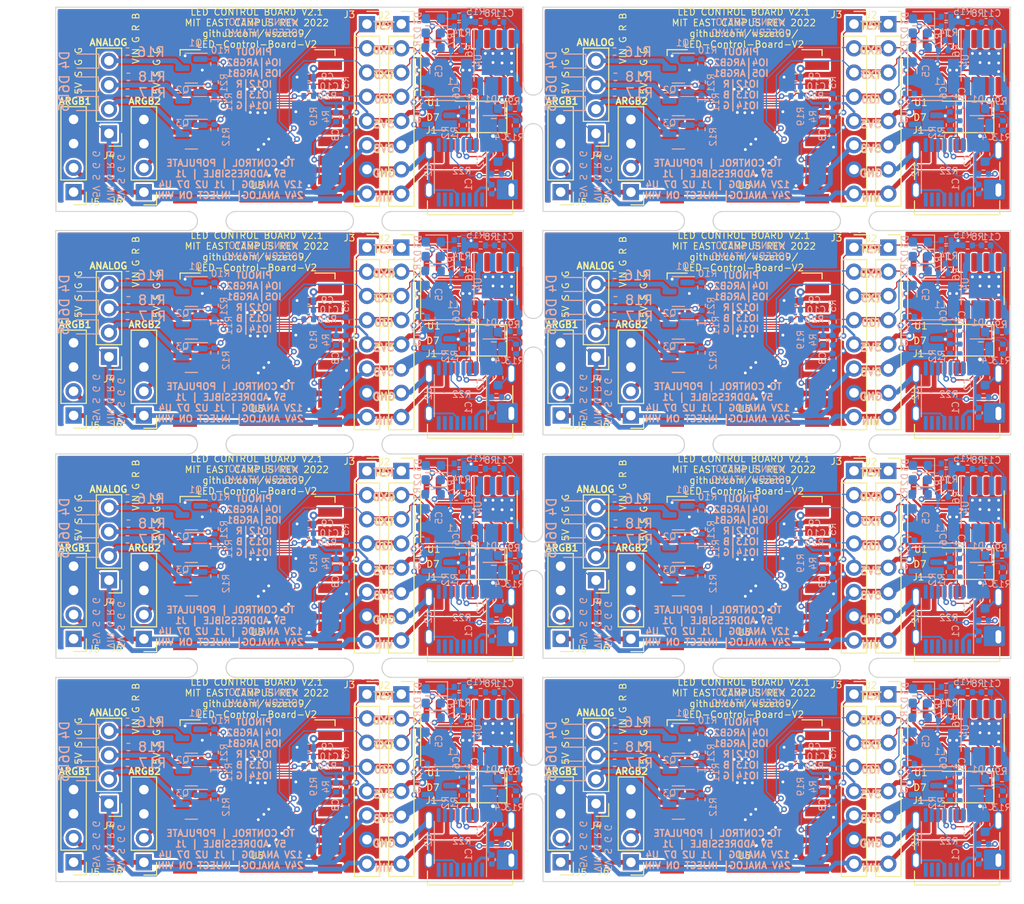
<source format=kicad_pcb>
(kicad_pcb (version 20211014) (generator pcbnew)
  (layers (0 "F.Cu" signal) (31 "B.Cu" signal) (34 "B.Paste" user) (35 "F.Paste" user) (36 "B.SilkS" user "B.Silkscreen") (37 "F.SilkS" user "F.Silkscreen") (38 "B.Mask" user) (39 "F.Mask" user) (44 "Edge.Cuts" user))
  (net 0 "")
  (net 1 "Board_0-+3V3")
  (net 2 "Board_0-+5V")
  (net 3 "Board_0-/ARGB1")
  (net 4 "Board_0-/ARGB2")
  (net 5 "Board_0-/B")
  (net 6 "Board_0-/BUCK_FB")
  (net 7 "Board_0-/B_SIG")
  (net 8 "Board_0-/CC1")
  (net 9 "Board_0-/CC2")
  (net 10 "Board_0-/D+")
  (net 11 "Board_0-/D-")
  (net 12 "Board_0-/G")
  (net 13 "Board_0-/GPIO0")
  (net 14 "Board_0-/G_SIG")
  (net 15 "Board_0-/R")
  (net 16 "Board_0-/RST")
  (net 17 "Board_0-/RXD")
  (net 18 "Board_0-/R_SIG")
  (net 19 "Board_0-/SEL")
  (net 20 "Board_0-/SW")
  (net 21 "Board_0-/TXD")
  (net 22 "Board_0-GND")
  (net 23 "Board_0-Net-(C3-Pad1)")
  (net 24 "Board_0-Net-(D1-Pad1)")
  (net 25 "Board_0-Net-(D2-Pad1)")
  (net 26 "Board_0-Net-(D3-Pad1)")
  (net 27 "Board_0-Net-(D4-Pad1)")
  (net 28 "Board_0-Net-(D5-Pad1)")
  (net 29 "Board_0-Net-(D6-Pad1)")
  (net 30 "Board_0-Net-(R19-Pad1)")
  (net 31 "Board_0-Net-(R20-Pad2)")
  (net 32 "Board_0-Net-(R21-Pad1)")
  (net 33 "Board_0-Net-(R3-Pad1)")
  (net 34 "Board_0-VCC")
  (net 35 "Board_0-unconnected-(J1-PadA8)")
  (net 36 "Board_0-unconnected-(J1-PadB8)")
  (net 37 "Board_0-unconnected-(U1-Pad10)")
  (net 38 "Board_0-unconnected-(U1-Pad11)")
  (net 39 "Board_0-unconnected-(U1-Pad12)")
  (net 40 "Board_0-unconnected-(U1-Pad15)")
  (net 41 "Board_0-unconnected-(U1-Pad7)")
  (net 42 "Board_0-unconnected-(U1-Pad8)")
  (net 43 "Board_0-unconnected-(U1-Pad9)")
  (net 44 "Board_0-unconnected-(U2-Pad1)")
  (net 45 "Board_0-unconnected-(U3-Pad4)")
  (net 46 "Board_0-unconnected-(U6-Pad2)")
  (net 47 "Board_0-unconnected-(U6-Pad4)")
  (net 48 "Board_1-+3V3")
  (net 49 "Board_1-+5V")
  (net 50 "Board_1-/ARGB1")
  (net 51 "Board_1-/ARGB2")
  (net 52 "Board_1-/B")
  (net 53 "Board_1-/BUCK_FB")
  (net 54 "Board_1-/B_SIG")
  (net 55 "Board_1-/CC1")
  (net 56 "Board_1-/CC2")
  (net 57 "Board_1-/D+")
  (net 58 "Board_1-/D-")
  (net 59 "Board_1-/G")
  (net 60 "Board_1-/GPIO0")
  (net 61 "Board_1-/G_SIG")
  (net 62 "Board_1-/R")
  (net 63 "Board_1-/RST")
  (net 64 "Board_1-/RXD")
  (net 65 "Board_1-/R_SIG")
  (net 66 "Board_1-/SEL")
  (net 67 "Board_1-/SW")
  (net 68 "Board_1-/TXD")
  (net 69 "Board_1-GND")
  (net 70 "Board_1-Net-(C3-Pad1)")
  (net 71 "Board_1-Net-(D1-Pad1)")
  (net 72 "Board_1-Net-(D2-Pad1)")
  (net 73 "Board_1-Net-(D3-Pad1)")
  (net 74 "Board_1-Net-(D4-Pad1)")
  (net 75 "Board_1-Net-(D5-Pad1)")
  (net 76 "Board_1-Net-(D6-Pad1)")
  (net 77 "Board_1-Net-(R19-Pad1)")
  (net 78 "Board_1-Net-(R20-Pad2)")
  (net 79 "Board_1-Net-(R21-Pad1)")
  (net 80 "Board_1-Net-(R3-Pad1)")
  (net 81 "Board_1-VCC")
  (net 82 "Board_1-unconnected-(J1-PadA8)")
  (net 83 "Board_1-unconnected-(J1-PadB8)")
  (net 84 "Board_1-unconnected-(U1-Pad10)")
  (net 85 "Board_1-unconnected-(U1-Pad11)")
  (net 86 "Board_1-unconnected-(U1-Pad12)")
  (net 87 "Board_1-unconnected-(U1-Pad15)")
  (net 88 "Board_1-unconnected-(U1-Pad7)")
  (net 89 "Board_1-unconnected-(U1-Pad8)")
  (net 90 "Board_1-unconnected-(U1-Pad9)")
  (net 91 "Board_1-unconnected-(U2-Pad1)")
  (net 92 "Board_1-unconnected-(U3-Pad4)")
  (net 93 "Board_1-unconnected-(U6-Pad2)")
  (net 94 "Board_1-unconnected-(U6-Pad4)")
  (net 95 "Board_2-+3V3")
  (net 96 "Board_2-+5V")
  (net 97 "Board_2-/ARGB1")
  (net 98 "Board_2-/ARGB2")
  (net 99 "Board_2-/B")
  (net 100 "Board_2-/BUCK_FB")
  (net 101 "Board_2-/B_SIG")
  (net 102 "Board_2-/CC1")
  (net 103 "Board_2-/CC2")
  (net 104 "Board_2-/D+")
  (net 105 "Board_2-/D-")
  (net 106 "Board_2-/G")
  (net 107 "Board_2-/GPIO0")
  (net 108 "Board_2-/G_SIG")
  (net 109 "Board_2-/R")
  (net 110 "Board_2-/RST")
  (net 111 "Board_2-/RXD")
  (net 112 "Board_2-/R_SIG")
  (net 113 "Board_2-/SEL")
  (net 114 "Board_2-/SW")
  (net 115 "Board_2-/TXD")
  (net 116 "Board_2-GND")
  (net 117 "Board_2-Net-(C3-Pad1)")
  (net 118 "Board_2-Net-(D1-Pad1)")
  (net 119 "Board_2-Net-(D2-Pad1)")
  (net 120 "Board_2-Net-(D3-Pad1)")
  (net 121 "Board_2-Net-(D4-Pad1)")
  (net 122 "Board_2-Net-(D5-Pad1)")
  (net 123 "Board_2-Net-(D6-Pad1)")
  (net 124 "Board_2-Net-(R19-Pad1)")
  (net 125 "Board_2-Net-(R20-Pad2)")
  (net 126 "Board_2-Net-(R21-Pad1)")
  (net 127 "Board_2-Net-(R3-Pad1)")
  (net 128 "Board_2-VCC")
  (net 129 "Board_2-unconnected-(J1-PadA8)")
  (net 130 "Board_2-unconnected-(J1-PadB8)")
  (net 131 "Board_2-unconnected-(U1-Pad10)")
  (net 132 "Board_2-unconnected-(U1-Pad11)")
  (net 133 "Board_2-unconnected-(U1-Pad12)")
  (net 134 "Board_2-unconnected-(U1-Pad15)")
  (net 135 "Board_2-unconnected-(U1-Pad7)")
  (net 136 "Board_2-unconnected-(U1-Pad8)")
  (net 137 "Board_2-unconnected-(U1-Pad9)")
  (net 138 "Board_2-unconnected-(U2-Pad1)")
  (net 139 "Board_2-unconnected-(U3-Pad4)")
  (net 140 "Board_2-unconnected-(U6-Pad2)")
  (net 141 "Board_2-unconnected-(U6-Pad4)")
  (net 142 "Board_3-+3V3")
  (net 143 "Board_3-+5V")
  (net 144 "Board_3-/ARGB1")
  (net 145 "Board_3-/ARGB2")
  (net 146 "Board_3-/B")
  (net 147 "Board_3-/BUCK_FB")
  (net 148 "Board_3-/B_SIG")
  (net 149 "Board_3-/CC1")
  (net 150 "Board_3-/CC2")
  (net 151 "Board_3-/D+")
  (net 152 "Board_3-/D-")
  (net 153 "Board_3-/G")
  (net 154 "Board_3-/GPIO0")
  (net 155 "Board_3-/G_SIG")
  (net 156 "Board_3-/R")
  (net 157 "Board_3-/RST")
  (net 158 "Board_3-/RXD")
  (net 159 "Board_3-/R_SIG")
  (net 160 "Board_3-/SEL")
  (net 161 "Board_3-/SW")
  (net 162 "Board_3-/TXD")
  (net 163 "Board_3-GND")
  (net 164 "Board_3-Net-(C3-Pad1)")
  (net 165 "Board_3-Net-(D1-Pad1)")
  (net 166 "Board_3-Net-(D2-Pad1)")
  (net 167 "Board_3-Net-(D3-Pad1)")
  (net 168 "Board_3-Net-(D4-Pad1)")
  (net 169 "Board_3-Net-(D5-Pad1)")
  (net 170 "Board_3-Net-(D6-Pad1)")
  (net 171 "Board_3-Net-(R19-Pad1)")
  (net 172 "Board_3-Net-(R20-Pad2)")
  (net 173 "Board_3-Net-(R21-Pad1)")
  (net 174 "Board_3-Net-(R3-Pad1)")
  (net 175 "Board_3-VCC")
  (net 176 "Board_3-unconnected-(J1-PadA8)")
  (net 177 "Board_3-unconnected-(J1-PadB8)")
  (net 178 "Board_3-unconnected-(U1-Pad10)")
  (net 179 "Board_3-unconnected-(U1-Pad11)")
  (net 180 "Board_3-unconnected-(U1-Pad12)")
  (net 181 "Board_3-unconnected-(U1-Pad15)")
  (net 182 "Board_3-unconnected-(U1-Pad7)")
  (net 183 "Board_3-unconnected-(U1-Pad8)")
  (net 184 "Board_3-unconnected-(U1-Pad9)")
  (net 185 "Board_3-unconnected-(U2-Pad1)")
  (net 186 "Board_3-unconnected-(U3-Pad4)")
  (net 187 "Board_3-unconnected-(U6-Pad2)")
  (net 188 "Board_3-unconnected-(U6-Pad4)")
  (net 189 "Board_4-+3V3")
  (net 190 "Board_4-+5V")
  (net 191 "Board_4-/ARGB1")
  (net 192 "Board_4-/ARGB2")
  (net 193 "Board_4-/B")
  (net 194 "Board_4-/BUCK_FB")
  (net 195 "Board_4-/B_SIG")
  (net 196 "Board_4-/CC1")
  (net 197 "Board_4-/CC2")
  (net 198 "Board_4-/D+")
  (net 199 "Board_4-/D-")
  (net 200 "Board_4-/G")
  (net 201 "Board_4-/GPIO0")
  (net 202 "Board_4-/G_SIG")
  (net 203 "Board_4-/R")
  (net 204 "Board_4-/RST")
  (net 205 "Board_4-/RXD")
  (net 206 "Board_4-/R_SIG")
  (net 207 "Board_4-/SEL")
  (net 208 "Board_4-/SW")
  (net 209 "Board_4-/TXD")
  (net 210 "Board_4-GND")
  (net 211 "Board_4-Net-(C3-Pad1)")
  (net 212 "Board_4-Net-(D1-Pad1)")
  (net 213 "Board_4-Net-(D2-Pad1)")
  (net 214 "Board_4-Net-(D3-Pad1)")
  (net 215 "Board_4-Net-(D4-Pad1)")
  (net 216 "Board_4-Net-(D5-Pad1)")
  (net 217 "Board_4-Net-(D6-Pad1)")
  (net 218 "Board_4-Net-(R19-Pad1)")
  (net 219 "Board_4-Net-(R20-Pad2)")
  (net 220 "Board_4-Net-(R21-Pad1)")
  (net 221 "Board_4-Net-(R3-Pad1)")
  (net 222 "Board_4-VCC")
  (net 223 "Board_4-unconnected-(J1-PadA8)")
  (net 224 "Board_4-unconnected-(J1-PadB8)")
  (net 225 "Board_4-unconnected-(U1-Pad10)")
  (net 226 "Board_4-unconnected-(U1-Pad11)")
  (net 227 "Board_4-unconnected-(U1-Pad12)")
  (net 228 "Board_4-unconnected-(U1-Pad15)")
  (net 229 "Board_4-unconnected-(U1-Pad7)")
  (net 230 "Board_4-unconnected-(U1-Pad8)")
  (net 231 "Board_4-unconnected-(U1-Pad9)")
  (net 232 "Board_4-unconnected-(U2-Pad1)")
  (net 233 "Board_4-unconnected-(U3-Pad4)")
  (net 234 "Board_4-unconnected-(U6-Pad2)")
  (net 235 "Board_4-unconnected-(U6-Pad4)")
  (net 236 "Board_5-+3V3")
  (net 237 "Board_5-+5V")
  (net 238 "Board_5-/ARGB1")
  (net 239 "Board_5-/ARGB2")
  (net 240 "Board_5-/B")
  (net 241 "Board_5-/BUCK_FB")
  (net 242 "Board_5-/B_SIG")
  (net 243 "Board_5-/CC1")
  (net 244 "Board_5-/CC2")
  (net 245 "Board_5-/D+")
  (net 246 "Board_5-/D-")
  (net 247 "Board_5-/G")
  (net 248 "Board_5-/GPIO0")
  (net 249 "Board_5-/G_SIG")
  (net 250 "Board_5-/R")
  (net 251 "Board_5-/RST")
  (net 252 "Board_5-/RXD")
  (net 253 "Board_5-/R_SIG")
  (net 254 "Board_5-/SEL")
  (net 255 "Board_5-/SW")
  (net 256 "Board_5-/TXD")
  (net 257 "Board_5-GND")
  (net 258 "Board_5-Net-(C3-Pad1)")
  (net 259 "Board_5-Net-(D1-Pad1)")
  (net 260 "Board_5-Net-(D2-Pad1)")
  (net 261 "Board_5-Net-(D3-Pad1)")
  (net 262 "Board_5-Net-(D4-Pad1)")
  (net 263 "Board_5-Net-(D5-Pad1)")
  (net 264 "Board_5-Net-(D6-Pad1)")
  (net 265 "Board_5-Net-(R19-Pad1)")
  (net 266 "Board_5-Net-(R20-Pad2)")
  (net 267 "Board_5-Net-(R21-Pad1)")
  (net 268 "Board_5-Net-(R3-Pad1)")
  (net 269 "Board_5-VCC")
  (net 270 "Board_5-unconnected-(J1-PadA8)")
  (net 271 "Board_5-unconnected-(J1-PadB8)")
  (net 272 "Board_5-unconnected-(U1-Pad10)")
  (net 273 "Board_5-unconnected-(U1-Pad11)")
  (net 274 "Board_5-unconnected-(U1-Pad12)")
  (net 275 "Board_5-unconnected-(U1-Pad15)")
  (net 276 "Board_5-unconnected-(U1-Pad7)")
  (net 277 "Board_5-unconnected-(U1-Pad8)")
  (net 278 "Board_5-unconnected-(U1-Pad9)")
  (net 279 "Board_5-unconnected-(U2-Pad1)")
  (net 280 "Board_5-unconnected-(U3-Pad4)")
  (net 281 "Board_5-unconnected-(U6-Pad2)")
  (net 282 "Board_5-unconnected-(U6-Pad4)")
  (net 283 "Board_6-+3V3")
  (net 284 "Board_6-+5V")
  (net 285 "Board_6-/ARGB1")
  (net 286 "Board_6-/ARGB2")
  (net 287 "Board_6-/B")
  (net 288 "Board_6-/BUCK_FB")
  (net 289 "Board_6-/B_SIG")
  (net 290 "Board_6-/CC1")
  (net 291 "Board_6-/CC2")
  (net 292 "Board_6-/D+")
  (net 293 "Board_6-/D-")
  (net 294 "Board_6-/G")
  (net 295 "Board_6-/GPIO0")
  (net 296 "Board_6-/G_SIG")
  (net 297 "Board_6-/R")
  (net 298 "Board_6-/RST")
  (net 299 "Board_6-/RXD")
  (net 300 "Board_6-/R_SIG")
  (net 301 "Board_6-/SEL")
  (net 302 "Board_6-/SW")
  (net 303 "Board_6-/TXD")
  (net 304 "Board_6-GND")
  (net 305 "Board_6-Net-(C3-Pad1)")
  (net 306 "Board_6-Net-(D1-Pad1)")
  (net 307 "Board_6-Net-(D2-Pad1)")
  (net 308 "Board_6-Net-(D3-Pad1)")
  (net 309 "Board_6-Net-(D4-Pad1)")
  (net 310 "Board_6-Net-(D5-Pad1)")
  (net 311 "Board_6-Net-(D6-Pad1)")
  (net 312 "Board_6-Net-(R19-Pad1)")
  (net 313 "Board_6-Net-(R20-Pad2)")
  (net 314 "Board_6-Net-(R21-Pad1)")
  (net 315 "Board_6-Net-(R3-Pad1)")
  (net 316 "Board_6-VCC")
  (net 317 "Board_6-unconnected-(J1-PadA8)")
  (net 318 "Board_6-unconnected-(J1-PadB8)")
  (net 319 "Board_6-unconnected-(U1-Pad10)")
  (net 320 "Board_6-unconnected-(U1-Pad11)")
  (net 321 "Board_6-unconnected-(U1-Pad12)")
  (net 322 "Board_6-unconnected-(U1-Pad15)")
  (net 323 "Board_6-unconnected-(U1-Pad7)")
  (net 324 "Board_6-unconnected-(U1-Pad8)")
  (net 325 "Board_6-unconnected-(U1-Pad9)")
  (net 326 "Board_6-unconnected-(U2-Pad1)")
  (net 327 "Board_6-unconnected-(U3-Pad4)")
  (net 328 "Board_6-unconnected-(U6-Pad2)")
  (net 329 "Board_6-unconnected-(U6-Pad4)")
  (net 330 "Board_7-+3V3")
  (net 331 "Board_7-+5V")
  (net 332 "Board_7-/ARGB1")
  (net 333 "Board_7-/ARGB2")
  (net 334 "Board_7-/B")
  (net 335 "Board_7-/BUCK_FB")
  (net 336 "Board_7-/B_SIG")
  (net 337 "Board_7-/CC1")
  (net 338 "Board_7-/CC2")
  (net 339 "Board_7-/D+")
  (net 340 "Board_7-/D-")
  (net 341 "Board_7-/G")
  (net 342 "Board_7-/GPIO0")
  (net 343 "Board_7-/G_SIG")
  (net 344 "Board_7-/R")
  (net 345 "Board_7-/RST")
  (net 346 "Board_7-/RXD")
  (net 347 "Board_7-/R_SIG")
  (net 348 "Board_7-/SEL")
  (net 349 "Board_7-/SW")
  (net 350 "Board_7-/TXD")
  (net 351 "Board_7-GND")
  (net 352 "Board_7-Net-(C3-Pad1)")
  (net 353 "Board_7-Net-(D1-Pad1)")
  (net 354 "Board_7-Net-(D2-Pad1)")
  (net 355 "Board_7-Net-(D3-Pad1)")
  (net 356 "Board_7-Net-(D4-Pad1)")
  (net 357 "Board_7-Net-(D5-Pad1)")
  (net 358 "Board_7-Net-(D6-Pad1)")
  (net 359 "Board_7-Net-(R19-Pad1)")
  (net 360 "Board_7-Net-(R20-Pad2)")
  (net 361 "Board_7-Net-(R21-Pad1)")
  (net 362 "Board_7-Net-(R3-Pad1)")
  (net 363 "Board_7-VCC")
  (net 364 "Board_7-unconnected-(J1-PadA8)")
  (net 365 "Board_7-unconnected-(J1-PadB8)")
  (net 366 "Board_7-unconnected-(U1-Pad10)")
  (net 367 "Board_7-unconnected-(U1-Pad11)")
  (net 368 "Board_7-unconnected-(U1-Pad12)")
  (net 369 "Board_7-unconnected-(U1-Pad15)")
  (net 370 "Board_7-unconnected-(U1-Pad7)")
  (net 371 "Board_7-unconnected-(U1-Pad8)")
  (net 372 "Board_7-unconnected-(U1-Pad9)")
  (net 373 "Board_7-unconnected-(U2-Pad1)")
  (net 374 "Board_7-unconnected-(U3-Pad4)")
  (net 375 "Board_7-unconnected-(U6-Pad2)")
  (net 376 "Board_7-unconnected-(U6-Pad4)")
  (net 377 "Board_0-Net-(C11-Pad1)")
  (net 378 "Board_0-Net-(C11-Pad2)")
  (net 379 "Board_0-Net-(R9-Pad1)")
  (net 380 "Board_0-unconnected-(U4-Pad2)")
  (net 381 "Board_1-Net-(C11-Pad1)")
  (net 382 "Board_1-Net-(C11-Pad2)")
  (net 383 "Board_1-Net-(R9-Pad1)")
  (net 384 "Board_1-unconnected-(U4-Pad2)")
  (net 385 "Board_2-Net-(C11-Pad1)")
  (net 386 "Board_2-Net-(C11-Pad2)")
  (net 387 "Board_2-Net-(R9-Pad1)")
  (net 388 "Board_2-unconnected-(U4-Pad2)")
  (net 389 "Board_3-Net-(C11-Pad1)")
  (net 390 "Board_3-Net-(C11-Pad2)")
  (net 391 "Board_3-Net-(R9-Pad1)")
  (net 392 "Board_3-unconnected-(U4-Pad2)")
  (net 393 "Board_4-Net-(C11-Pad1)")
  (net 394 "Board_4-Net-(C11-Pad2)")
  (net 395 "Board_4-Net-(R9-Pad1)")
  (net 396 "Board_4-unconnected-(U4-Pad2)")
  (net 397 "Board_5-Net-(C11-Pad1)")
  (net 398 "Board_5-Net-(C11-Pad2)")
  (net 399 "Board_5-Net-(R9-Pad1)")
  (net 400 "Board_5-unconnected-(U4-Pad2)")
  (net 401 "Board_6-Net-(C11-Pad1)")
  (net 402 "Board_6-Net-(C11-Pad2)")
  (net 403 "Board_6-Net-(R9-Pad1)")
  (net 404 "Board_6-unconnected-(U4-Pad2)")
  (net 405 "Board_7-Net-(C11-Pad1)")
  (net 406 "Board_7-Net-(C11-Pad2)")
  (net 407 "Board_7-Net-(R9-Pad1)")
  (net 408 "Board_7-unconnected-(U4-Pad2)")
  (footprint "NPTH" (layer "F.Cu") (at 59.672999 60.709)
    (fp_text reference "REF**" hide)
    (fp_text value "NPTH" hide)
  )
  (footprint "NPTH" (layer "F.Cu") (at 109.712999 60.709)
    (fp_text reference "REF**" hide)
    (fp_text value "NPTH" hide)
  )
  (footprint "Connector_PinHeader_2.54mm:PinHeader_1x04_P2.54mm_Vertical" (layer "F.Cu") (at 31.057499 99.373605 180)
    (fp_text reference "J4")
    (fp_text value "ANALOG RGB HEADER")
  )
  (footprint "NPTH" (layer "F.Cu") (at 74.508533 119.77)
    (fp_text reference "REF**" hide)
    (fp_text value "NPTH" hide)
  )
  (footprint "Connector_PinSocket_2.54mm:PinSocket_1x08_P2.54mm_Vertical" (layer "F.Cu") (at 61.693499 87.906605)
    (fp_text reference "J2")
    (fp_text value "USB_POWER_HEADER")
  )
  (footprint "NPTH" (layer "F.Cu") (at 76.531466 97.35)
    (fp_text reference "REF**" hide)
    (fp_text value "NPTH" hide)
  )
  (footprint "RF_Module:ESP-12E" (layer "F.Cu") (at 97.668702 102.711005 180)
    (fp_text reference "U6")
    (fp_text value "ESP-12F")
  )
  (footprint "NPTH" (layer "F.Cu") (at 40.327 109.561)
    (fp_text reference "REF**" hide)
    (fp_text value "NPTH" hide)
  )
  (footprint "NPTH" (layer "F.Cu") (at 110.712999 107.559)
    (fp_text reference "REF**" hide)
    (fp_text value "NPTH" hide)
  )
  (footprint "Connector_USB:USB_C_Receptacle_Palconn_UTC16-G" (layer "F.Cu") (at 119.944502 56.218599)
    (fp_text reference "J1")
    (fp_text value "USB_C_Receptacle_USB2.0")
  )
  (footprint "NPTH" (layer "F.Cu") (at 56.672999 109.561)
    (fp_text reference "REF**" hide)
    (fp_text value "NPTH" hide)
  )
  (footprint "NPTH" (layer "F.Cu") (at 74.507599 48.5)
    (fp_text reference "REF**" hide)
    (fp_text value "NPTH" hide)
  )
  (footprint "NPTH" (layer "F.Cu") (at 74.508533 49.5)
    (fp_text reference "REF**" hide)
    (fp_text value "NPTH" hide)
  )
  (footprint "Connector_PinSocket_2.54mm:PinSocket_1x08_P2.54mm_Vertical" (layer "F.Cu") (at 109.134502 111.330608)
    (fp_text reference "J3")
    (fp_text value "USB_POWER_HEADER_2")
  )
  (footprint "NPTH" (layer "F.Cu") (at 58.672999 84.139)
    (fp_text reference "REF**" hide)
    (fp_text value "NPTH" hide)
  )
  (footprint "NPTH" (layer "F.Cu") (at 91.367 62.711)
    (fp_text reference "REF**" hide)
    (fp_text value "NPTH" hide)
  )
  (footprint "Connector_USB:USB_C_Receptacle_Palconn_UTC16-G" (layer "F.Cu") (at 119.944502 79.642602)
    (fp_text reference "J1")
    (fp_text value "USB_C_Receptacle_USB2.0")
  )
  (footprint "Package_SO:SOIC-16_3.9x9.9mm_P1.27mm" (layer "F.Cu") (at 119.817502 45.093399 90)
    (fp_text reference "U1")
    (fp_text value "CH340C")
  )
  (footprint "Connector_PinHeader_2.54mm:PinHeader_1x04_P2.54mm_Vertical" (layer "F.Cu") (at 85.756102 128.954408 180)
    (fp_text reference "J6")
    (fp_text value "ADDRESSIBLE RGB HEADER 2")
  )
  (footprint "Diode_SMD:D_SMA" (layer "F.Cu") (at 69.351499 121.060008 180)
    (fp_text reference "D7")
    (fp_text value "SS210")
  )
  (footprint "NPTH" (layer "F.Cu") (at 74.508533 96.35)
    (fp_text reference "REF**" hide)
    (fp_text value "NPTH" hide)
  )
  (footprint "NPTH" (layer "F.Cu") (at 43.327 109.561)
    (fp_text reference "REF**" hide)
    (fp_text value "NPTH" hide)
  )
  (footprint "NPTH" (layer "F.Cu") (at 107.712999 84.139)
    (fp_text reference "REF**" hide)
    (fp_text value "NPTH" hide)
  )
  (footprint "NPTH" (layer "F.Cu") (at 108.712999 109.561)
    (fp_text reference "REF**" hide)
    (fp_text value "NPTH" hide)
  )
  (footprint "NPTH" (layer "F.Cu") (at 40.327 86.141)
    (fp_text reference "REF**" hide)
    (fp_text value "NPTH" hide)
  )
  (footprint "NPTH" (layer "F.Cu") (at 59.672999 107.559)
    (fp_text reference "REF**" hide)
    (fp_text value "NPTH" hide)
  )
  (footprint "NPTH" (layer "F.Cu") (at 74.507599 95.35)
    (fp_text reference "REF**" hide)
    (fp_text value "NPTH" hide)
  )
  (footprint "Connector_PinHeader_2.54mm:PinHeader_1x04_P2.54mm_Vertical" (layer "F.Cu") (at 85.756102 105.530405 180)
    (fp_text reference "J6")
    (fp_text value "ADDRESSIBLE RGB HEADER 2")
  )
  (footprint "NPTH" (layer "F.Cu") (at 42.327 84.139)
    (fp_text reference "REF**" hide)
    (fp_text value "NPTH" hide)
  )
  (footprint "NPTH" (layer "F.Cu") (at 74.508533 72.925)
    (fp_text reference "REF**" hide)
    (fp_text value "NPTH" hide)
  )
  (footprint "Diode_SMD:D_SMA" (layer "F.Cu") (at 120.392502 50.787999 180)
    (fp_text reference "D7")
    (fp_text value "SS210")
  )
  (footprint "NPTH" (layer "F.Cu") (at 59.672999 62.711)
    (fp_text reference "REF**" hide)
    (fp_text value "NPTH" hide)
  )
  (footprint "NPTH" (layer "F.Cu") (at 76.529599 118.77)
    (fp_text reference "REF**" hide)
    (fp_text value "NPTH" hide)
  )
  (footprint "NPTH" (layer "F.Cu") (at 94.367 60.709)
    (fp_text reference "REF**" hide)
    (fp_text value "NPTH" hide)
  )
  (footprint "Connector_PinHeader_2.54mm:PinHeader_1x04_P2.54mm_Vertical" (layer "F.Cu") (at 34.715099 58.682399 180)
    (fp_text reference "J6")
    (fp_text value "ADDRESSIBLE RGB HEADER 2")
  )
  (footprint "NPTH" (layer "F.Cu") (at 74.5104 121.77)
    (fp_text reference "REF**" hide)
    (fp_text value "NPTH" hide)
  )
  (footprint "NPTH" (layer "F.Cu") (at 94.367 86.141)
    (fp_text reference "REF**" hide)
    (fp_text value "NPTH" hide)
  )
  (footprint "NPTH" (layer "F.Cu") (at 93.367 60.709)
    (fp_text reference "REF**" hide)
    (fp_text value "NPTH" hide)
  )
  (footprint "NPTH" (layer "F.Cu") (at 57.672999 62.711)
    (fp_text reference "REF**" hide)
    (fp_text value "NPTH" hide)
  )
  (footprint "NPTH" (layer "F.Cu") (at 59.672999 109.561)
    (fp_text reference "REF**" hide)
    (fp_text value "NPTH" hide)
  )
  (footprint "Connector_PinHeader_2.54mm:PinHeader_1x04_P2.54mm_Vertical" (layer "F.Cu") (at 34.715099 105.530405 180)
    (fp_text reference "J6")
    (fp_text value "ADDRESSIBLE RGB HEADER 2")
  )
  (footprint "NPTH" (layer "F.Cu") (at 58.672999 86.141)
    (fp_text reference "REF**" hide)
    (fp_text value "NPTH" hide)
  )
  (footprint "NPTH" (layer "F.Cu") (at 59.672999 84.139)
    (fp_text reference "REF**" hide)
    (fp_text value "NPTH" hide)
  )
  (footprint "NPTH" (layer "F.Cu") (at 56.672999 86.141)
    (fp_text reference "REF**" hide)
    (fp_text value "NPTH" hide)
  )
  (footprint "NPTH" (layer "F.Cu") (at 93.367 86.141)
    (fp_text reference "REF**" hide)
    (fp_text value "NPTH" hide)
  )
  (footprint "Connector_PinHeader_2.54mm:PinHeader_1x04_P2.54mm_Vertical" (layer "F.Cu") (at 34.715099 128.954408 180)
    (fp_text reference "J6")
    (fp_text value "ADDRESSIBLE RGB HEADER 2")
  )
  (footprint "NPTH" (layer "F.Cu") (at 40.327 107.559)
    (fp_text reference "REF**" hide)
    (fp_text value "NPTH" hide)
  )
  (footprint "RF_Module:ESP-12E" (layer "F.Cu") (at 46.627699 126.135008 180)
    (fp_text reference "U6")
    (fp_text value "ESP-12F")
  )
  (footprint "NPTH" (layer "F.Cu") (at 108.712999 62.711)
    (fp_text reference "REF**" hide)
    (fp_text value "NPTH" hide)
  )
  (footprint "NPTH" (layer "F.Cu") (at 93.367 107.559)
    (fp_text reference "REF**" hide)
    (fp_text value "NPTH" hide)
  )
  (footprint "Connector_PinSocket_2.54mm:PinSocket_1x08_P2.54mm_Vertical" (layer "F.Cu") (at 61.693499 64.482602)
    (fp_text reference "J2")
    (fp_text value "USB_POWER_HEADER")
  )
  (footprint "Package_SO:SOIC-16_3.9x9.9mm_P1.27mm" (layer "F.Cu") (at 68.776499 91.941405 90)
    (fp_text reference "U1")
    (fp_text value "CH340C")
  )
  (footprint "NPTH" (layer "F.Cu") (at 107.712999 60.709)
    (fp_text reference "REF**" hide)
    (fp_text value "NPTH" hide)
  )
  (footprint "RF_Module:ESP-12E" (layer "F.Cu") (at 46.627699 79.287002 180)
    (fp_text reference "U6")
    (fp_text value "ESP-12F")
  )
  (footprint "Diode_SMD:D_SMA" (layer "F.Cu") (at 120.392502 97.636005 180)
    (fp_text reference "D7")
    (fp_text value "SS210")
  )
  (footprint "Connector_PinSocket_2.54mm:PinSocket_1x08_P2.54mm_Vertical" (layer "F.Cu") (at 58.093499 41.058599)
    (fp_text reference "J3")
    (fp_text value "USB_POWER_HEADER_2")
  )
  (footprint "NPTH" (layer "F.Cu") (at 93.367 84.139)
    (fp_text reference "REF**" hide)
    (fp_text value "NPTH" hide)
  )
  (footprint "NPTH" (layer "F.Cu") (at 74.5104 98.35)
    (fp_text reference "REF**" hide)
    (fp_text value "NPTH" hide)
  )
  (footprint "NPTH" (layer "F.Cu") (at 94.367 62.711)
    (fp_text reference "REF**" hide)
    (fp_text value "NPTH" hide)
  )
  (footprint "Connector_PinSocket_2.54mm:PinSocket_1x08_P2.54mm_Vertical" (layer "F.Cu") (at 109.134502 87.906605)
    (fp_text reference "J3")
    (fp_text value "USB_POWER_HEADER_2")
  )
  (footprint "Connector_PinHeader_2.54mm:PinHeader_1x04_P2.54mm_Vertical" (layer "F.Cu") (at 31.057499 122.797608 180)
    (fp_text reference "J4")
    (fp_text value "ANALOG RGB HEADER")
  )
  (footprint "NPTH" (layer "F.Cu") (at 76.5324 121.77)
    (fp_text reference "REF**" hide)
    (fp_text value "NPTH" hide)
  )
  (footprint "NPTH" (layer "F.Cu") (at 109.712999 107.559)
    (fp_text reference "REF**" hide)
    (fp_text value "NPTH" hide)
  )
  (footprint "Connector_PinHeader_2.54mm:PinHeader_1x04_P2.54mm_Vertical" (layer "F.Cu") (at 78.390102 105.520405 180)
    (fp_text reference "J5")
    (fp_text value "ADDRESSIBLE RGB HEADER 1")
  )
  (footprint "Connector_PinHeader_2.54mm:PinHeader_1x04_P2.54mm_Vertical" (layer "F.Cu") (at 82.098502 122.797608 180)
    (fp_text reference "J4")
    (fp_text value "ANALOG RGB HEADER")
  )
  (footprint "Connector_PinHeader_2.54mm:PinHeader_1x04_P2.54mm_Vertical" (layer "F.Cu") (at 85.756102 82.106402 180)
    (fp_text reference "J6")
    (fp_text value "ADDRESSIBLE RGB HEADER 2")
  )
  (footprint "NPTH" (layer "F.Cu") (at 41.327 86.141)
    (fp_text reference "REF**" hide)
    (fp_text value "NPTH" hide)
  )
  (footprint "NPTH" (layer "F.Cu") (at 107.712999 107.559)
    (fp_text reference "REF**" hide)
    (fp_text value "NPTH" hide)
  )
  (footprint "NPTH" (layer "F.Cu") (at 57.672999 84.139)
    (fp_text reference "REF**" hide)
    (fp_text value "NPTH" hide)
  )
  (footprint "NPTH" (layer "F.Cu") (at 92.367 109.561)
    (fp_text reference "REF**" hide)
    (fp_text value "NPTH" hide)
  )
  (footprint "Package_SO:SOIC-16_3.9x9.9mm_P1.27mm" (layer "F.Cu") (at 119.817502 115.365408 90)
    (fp_text reference "U1")
    (fp_text value "CH340C")
  )
  (footprint "NPTH" (layer "F.Cu") (at 76.5296 71.925)
    (fp_text reference "REF**" hide)
    (fp_text value "NPTH" hide)
  )
  (footprint "NPTH" (layer "F.Cu") (at 57.672999 107.559)
    (fp_text reference "REF**" hide)
    (fp_text value "NPTH" hide)
  )
  (footprint "Connector_PinHeader_2.54mm:PinHeader_1x04_P2.54mm_Vertical" (layer "F.Cu") (at 82.098502 52.525599 180)
    (fp_text reference "J4")
    (fp_text value "ANALOG RGB HEADER")
  )
  (footprint "NPTH" (layer "F.Cu") (at 43.327 86.141)
    (fp_text reference "REF**" hide)
    (fp_text value "NPTH" hide)
  )
  (footprint "NPTH" (layer "F.Cu") (at 58.672999 62.711)
    (fp_text reference "REF**" hide)
    (fp_text value "NPTH" hide)
  )
  (footprint "NPTH" (layer "F.Cu") (at 92.367 60.709)
    (fp_text reference "REF**" hide)
    (fp_text value "NPTH" hide)
  )
  (footprint "Package_SO:SOIC-16_3.9x9.9mm_P1.27mm" (layer "F.Cu") (at 68.776499 115.365408 90)
    (fp_text reference "U1")
    (fp_text value "CH340C")
  )
  (footprint "NPTH" (layer "F.Cu") (at 41.327 107.559)
    (fp_text reference "REF**" hide)
    (fp_text value "NPTH" hide)
  )
  (footprint "NPTH" (layer "F.Cu") (at 93.367 109.561)
    (fp_text reference "REF**" hide)
    (fp_text value "NPTH" hide)
  )
  (footprint "NPTH" (layer "F.Cu") (at 109.712999 109.561)
    (fp_text reference "REF**" hide)
    (fp_text value "NPTH" hide)
  )
  (footprint "NPTH" (layer "F.Cu") (at 58.672999 109.561)
    (fp_text reference "REF**" hide)
    (fp_text value "NPTH" hide)
  )
  (footprint "Connector_PinHeader_2.54mm:PinHeader_1x04_P2.54mm_Vertical" (layer "F.Cu") (at 27.349099 82.096402 180)
    (fp_text reference "J5")
    (fp_text value "ADDRESSIBLE RGB HEADER 1")
  )
  (footprint "Connector_PinSocket_2.54mm:PinSocket_1x08_P2.54mm_Vertical" (layer "F.Cu") (at 58.093499 111.330608)
    (fp_text reference "J3")
    (fp_text value "USB_POWER_HEADER_2")
  )
  (footprint "Diode_SMD:D_SMA" (layer "F.Cu") (at 120.392502 121.060008 180)
    (fp_text reference "D7")
    (fp_text value "SS210")
  )
  (footprint "NPTH" (layer "F.Cu") (at 109.712999 86.141)
    (fp_text reference "REF**" hide)
    (fp_text value "NPTH" hide)
  )
  (footprint "NPTH" (layer "F.Cu") (at 56.672999 62.711)
    (fp_text reference "REF**" hide)
    (fp_text value "NPTH" hide)
  )
  (footprint "NPTH" (layer "F.Cu") (at 76.530533 96.35)
    (fp_text reference "REF**" hide)
    (fp_text value "NPTH" hide)
  )
  (footprint "Connector_PinHeader_2.54mm:PinHeader_1x04_P2.54mm_Vertical" (layer "F.Cu") (at 31.057499 52.525599 180)
    (fp_text reference "J4")
    (fp_text value "ANALOG RGB HEADER")
  )
  (footprint "NPTH" (layer "F.Cu") (at 42.327 107.559)
    (fp_text reference "REF**" hide)
    (fp_text value "NPTH" hide)
  )
  (footprint "Connector_USB:USB_C_Receptacle_Palconn_UTC16-G" (layer "F.Cu") (at 68.903499 103.066605)
    (fp_text reference "J1")
    (fp_text value "USB_C_Receptacle_USB2.0")
  )
  (footprint "Diode_SMD:D_SMA" (layer "F.Cu") (at 120.392502 74.212002 180)
    (fp_text reference "D7")
    (fp_text value "SS210")
  )
  (footprint "NPTH" (layer "F.Cu") (at 43.327 60.709)
    (fp_text reference "REF**" hide)
    (fp_text value "NPTH" hide)
  )
  (footprint "NPTH" (layer "F.Cu") (at 41.327 109.561)
    (fp_text reference "REF**" hide)
    (fp_text value "NPTH" hide)
  )
  (footprint "NPTH" (layer "F.Cu") (at 110.712999 84.139)
    (fp_text reference "REF**" hide)
    (fp_text value "NPTH" hide)
  )
  (footprint "NPTH" (layer "F.Cu") (at 57.672999 60.709)
    (fp_text reference "REF**" hide)
    (fp_text value "NPTH" hide)
  )
  (footprint "Connector_PinSocket_2.54mm:PinSocket_1x08_P2.54mm_Vertical" (layer "F.Cu") (at 58.093499 87.906605)
    (fp_text reference "J3")
    (fp_text value "USB_POWER_HEADER_2")
  )
  (footprint "NPTH" (layer "F.Cu") (at 91.367 109.561)
    (fp_text reference "REF**" hide)
    (fp_text value "NPTH" hide)
  )
  (footprint "NPTH" (layer "F.Cu") (at 43.327 62.711)
    (fp_text reference "REF**" hide)
    (fp_text value "NPTH" hide)
  )
  (footprint "NPTH" (layer "F.Cu") (at 107.712999 62.711)
    (fp_text reference "REF**" hide)
    (fp_text value "NPTH" hide)
  )
  (footprint "Diode_SMD:D_SMA" (layer "F.Cu") (at 69.351499 97.636005 180)
    (fp_text reference "D7")
    (fp_text value "SS210")
  )
  (footprint "NPTH" (layer "F.Cu") (at 92.367 62.711)
    (fp_text reference "REF**" hide)
    (fp_text value "NPTH" hide)
  )
  (footprint "NPTH" (layer "F.Cu") (at 76.530533 119.77)
    (fp_text reference "REF**" hide)
    (fp_text value "NPTH" hide)
  )
  (footprint "NPTH" (layer "F.Cu") (at 74.509466 97.35)
    (fp_text reference "REF**" hide)
    (fp_text value "NPTH" hide)
  )
  (footprint "Connector_USB:USB_C_Receptacle_Palconn_UTC16-G" (layer "F.Cu") (at 68.903499 56.218599)
    (fp_text reference "J1")
    (fp_text value "USB_C_Receptacle_USB2.0")
  )
  (footprint "NPTH" (layer "F.Cu") (at 40.327 60.709)
    (fp_text reference "REF**" hide)
    (fp_text value "NPTH" hide)
  )
  (footprint "NPTH" (layer "F.Cu") (at 76.5324 51.5)
    (fp_text reference "REF**" hide)
    (fp_text value "NPTH" hide)
  )
  (footprint "NPTH" (layer "F.Cu") (at 109.712999 62.711)
    (fp_text reference "REF**" hide)
    (fp_text value "NPTH" hide)
  )
  (footprint "Connector_PinHeader_2.54mm:PinHeader_1x04_P2.54mm_Vertical" (layer "F.Cu") (at 82.098502 99.373605 180)
    (fp_text reference "J4")
    (fp_text value "ANALOG RGB HEADER")
  )
  (footprint "NPTH" (layer "F.Cu") (at 76.531466 73.925)
    (fp_text reference "REF**" hide)
    (fp_text value "NPTH" hide)
  )
  (footprint "NPTH" (layer "F.Cu") (at 91.367 84.139)
    (fp_text reference "REF**" hide)
    (fp_text value "NPTH" hide)
  )
  (footprint "Connector_PinSocket_2.54mm:PinSocket_1x08_P2.54mm_Vertical" (layer "F.Cu") (at 112.734502 111.330608)
    (fp_text reference "J2")
    (fp_text value "USB_POWER_HEADER")
  )
  (footprint "NPTH" (layer "F.Cu") (at 76.530533 49.5)
    (fp_text reference "REF**" hide)
    (fp_text value "NPTH" hide)
  )
  (footprint "Connector_PinHeader_2.54mm:PinHeader_1x04_P2.54mm_Vertical" (layer "F.Cu") (at 34.715099 82.106402 180)
    (fp_text reference "J6")
    (fp_text value "ADDRESSIBLE RGB HEADER 2")
  )
  (footprint "RF_Module:ESP-12E" (layer "F.Cu") (at 97.668702 126.135008 180)
    (fp_text reference "U6")
    (fp_text value "ESP-12F")
  )
  (footprint "NPTH" (layer "F.Cu") (at 42.327 109.561)
    (fp_text reference "REF**" hide)
    (fp_text value "NPTH" hide)
  )
  (footprint "NPTH" (layer "F.Cu") (at 40.327 84.139)
    (fp_text reference "REF**" hide)
    (fp_text value "NPTH" hide)
  )
  (footprint "NPTH" (layer "F.Cu") (at 41.327 84.139)
    (fp_text reference "REF**" hide)
    (fp_text value "NPTH" hide)
  )
  (footprint "Connector_PinSocket_2.54mm:PinSocket_1x08_P2.54mm_Vertical" (layer "F.Cu") (at 109.134502 41.058599)
    (fp_text reference "J3")
    (fp_text value "USB_POWER_HEADER_2")
  )
  (footprint "NPTH" (layer "F.Cu") (at 91.367 107.559)
    (fp_text reference "REF**" hide)
    (fp_text value "NPTH" hide)
  )
  (footprint "Connector_PinHeader_2.54mm:PinHeader_1x04_P2.54mm_Vertical" (layer "F.Cu") (at 78.390102 82.096402 180)
    (fp_text reference "J5")
    (fp_text value "ADDRESSIBLE RGB HEADER 1")
  )
  (footprint "Connector_PinSocket_2.54mm:PinSocket_1x08_P2.54mm_Vertical" (layer "F.Cu") (at 109.134502 64.482602)
    (fp_text reference "J3")
    (fp_text value "USB_POWER_HEADER_2")
  )
  (footprint "Connector_PinHeader_2.54mm:PinHeader_1x04_P2.54mm_Vertical" (layer "F.Cu") (at 31.057499 75.949602 180)
    (fp_text reference "J4")
    (fp_text value "ANALOG RGB HEADER")
  )
  (footprint "Package_SO:SOIC-16_3.9x9.9mm_P1.27mm" (layer "F.Cu") (at 68.776499 68.517402 90)
    (fp_text reference "U1")
    (fp_text value "CH340C")
  )
  (footprint "NPTH" (layer "F.Cu") (at 42.327 60.709)
    (fp_text reference "REF**" hide)
    (fp_text value "NPTH" hide)
  )
  (footprint "NPTH" (layer "F.Cu") (at 107.712999 86.141)
    (fp_text reference "REF**" hide)
    (fp_text value "NPTH" hide)
  )
  (footprint "NPTH" (layer "F.Cu") (at 56.672999 60.709)
    (fp_text reference "REF**" hide)
    (fp_text value "NPTH" hide)
  )
  (footprint "NPTH" (layer "F.Cu") (at 74.5076 71.925)
    (fp_text reference "REF**" hide)
    (fp_text value "NPTH" hide)
  )
  (footprint "RF_Module:ESP-12E" (layer "F.Cu") (at 97.668702 55.862999 180)
    (fp_text reference "U6")
    (fp_text value "ESP-12F")
  )
  (footprint "NPTH" (layer "F.Cu") (at 110.712999 86.141)
    (fp_text reference "REF**" hide)
    (fp_text value "NPTH" hide)
  )
  (footprint "Diode_SMD:D_SMA" (layer "F.Cu") (at 69.351499 50.787999 180)
    (fp_text reference "D7")
    (fp_text value "SS210")
  )
  (footprint "NPTH" (layer "F.Cu") (at 108.712999 86.141)
    (fp_text reference "REF**" hide)
    (fp_text value "NPTH" hide)
  )
  (footprint "NPTH" (layer "F.Cu") (at 91.367 60.709)
    (fp_text reference "REF**" hide)
    (fp_text value "NPTH" hide)
  )
  (footprint "NPTH" (layer "F.Cu") (at 40.327 62.711)
    (fp_text reference "REF**" hide)
    (fp_text value "NPTH" hide)
  )
  (footprint "NPTH" (layer "F.Cu") (at 57.672999 109.561)
    (fp_text reference "REF**" hide)
    (fp_text value "NPTH" hide)
  )
  (footprint "NPTH" (layer "F.Cu") (at 91.367 86.141)
    (fp_text reference "REF**" hide)
    (fp_text value "NPTH" hide)
  )
  (footprint "NPTH" (layer "F.Cu") (at 92.367 84.139)
    (fp_text reference "REF**" hide)
    (fp_text value "NPTH" hide)
  )
  (footprint "NPTH" (layer "F.Cu") (at 74.507599 118.77)
    (fp_text reference "REF**" hide)
    (fp_text value "NPTH" hide)
  )
  (footprint "Connector_PinSocket_2.54mm:PinSocket_1x08_P2.54mm_Vertical" (layer "F.Cu") (at 61.693499 41.058599)
    (fp_text reference "J2")
    (fp_text value "USB_POWER_HEADER")
  )
  (footprint "NPTH" (layer "F.Cu") (at 94.367 107.559)
    (fp_text reference "REF**" hide)
    (fp_text value "NPTH" hide)
  )
  (footprint "Connector_USB:USB_C_Receptacle_Palconn_UTC16-G" (layer "F.Cu") (at 68.903499 79.642602)
    (fp_text reference "J1")
    (fp_text value "USB_C_Receptacle_USB2.0")
  )
  (footprint "NPTH" (layer "F.Cu") (at 108.712999 60.709)
    (fp_text reference "REF**" hide)
    (fp_text value "NPTH" hide)
  )
  (footprint "NPTH" (layer "F.Cu") (at 76.529599 95.35)
    (fp_text reference "REF**" hide)
    (fp_text value "NPTH" hide)
  )
  (footprint "NPTH" (layer "F.Cu") (at 94.367 109.561)
    (fp_text reference "REF**" hide)
    (fp_text value "NPTH" hide)
  )
  (footprint "NPTH" (layer "F.Cu") (at 108.712999 107.559)
    (fp_text reference "REF**" hide)
    (fp_text value "NPTH" hide)
  )
  (footprint "NPTH" (layer "F.Cu") (at 43.327 107.559)
    (fp_text reference "REF**" hide)
    (fp_text value "NPTH" hide)
  )
  (footprint "NPTH" (layer "F.Cu") (at 41.327 62.711)
    (fp_text reference "REF**" hide)
    (fp_text value "NPTH" hide)
  )
  (footprint "NPTH" (layer "F.Cu") (at 110.712999 109.561)
    (fp_text reference "REF**" hide)
    (fp_text value "NPTH" hide)
  )
  (footprint "NPTH" (layer "F.Cu") (at 56.672999 107.559)
    (fp_text reference "REF**" hide)
    (fp_text value "NPTH" hide)
  )
  (footprint "NPTH" (layer "F.Cu") (at 58.672999 60.709)
    (fp_text reference "REF**" hide)
    (fp_text value "NPTH" hide)
  )
  (footprint "Connector_PinSocket_2.54mm:PinSocket_1x08_P2.54mm_Vertical" (layer "F.Cu") (at 61.693499 111.330608)
    (fp_text reference "J2")
    (fp_text value "USB_POWER_HEADER")
  )
  (footprint "NPTH" (layer "F.Cu") (at 93.367 62.711)
    (fp_text reference "REF**" hide)
    (fp_text value "NPTH" hide)
  )
  (footprint "NPTH" (layer "F.Cu") (at 56.672999 84.139)
    (fp_text reference "REF**" hide)
    (fp_text value "NPTH" hide)
  )
  (footprint "NPTH" (layer "F.Cu") (at 109.712999 84.139)
    (fp_text reference "REF**" hide)
    (fp_text value "NPTH" hide)
  )
  (footprint "Connector_USB:USB_C_Receptacle_Palconn_UTC16-G" (layer "F.Cu") (at 119.944502 103.066605)
    (fp_text reference "J1")
    (fp_text value "USB_C_Receptacle_USB2.0")
  )
  (footprint "NPTH" (layer "F.Cu") (at 74.509466 120.77)
    (fp_text reference "REF**" hide)
    (fp_text value "NPTH" hide)
  )
  (footprint "NPTH" (layer "F.Cu") (at 74.510399 74.925)
    (fp_text reference "REF**" hide)
    (fp_text value "NPTH" hide)
  )
  (footprint "Package_SO:SOIC-16_3.9x9.9mm_P1.27mm" (layer "F.Cu") (at 119.817502 91.941405 90)
    (fp_text reference "U1")
    (fp_text value "CH340C")
  )
  (footprint "NPTH" (layer "F.Cu") (at 76.529599 48.5)
    (fp_text reference "REF**" hide)
    (fp_text value "NPTH" hide)
  )
  (footprint "NPTH" (layer "F.Cu") (at 94.367 84.139)
    (fp_text reference "REF**" hide)
    (fp_text value "NPTH" hide)
  )
  (footprint "NPTH" (layer "F.Cu") (at 92.367 86.141)
    (fp_text reference "REF**" hide)
    (fp_text value "NPTH" hide)
  )
  (footprint "Connector_PinHeader_2.54mm:PinHeader_1x04_P2.54mm_Vertical" (layer "F.Cu") (at 27.349099 128.944408 180)
    (fp_text reference "J5")
    (fp_text value "ADDRESSIBLE RGB HEADER 1")
  )
  (footprint "NPTH" (layer "F.Cu") (at 76.531466 50.5)
    (fp_text reference "REF**" hide)
    (fp_text value "NPTH" hide)
  )
  (footprint "NPTH" (layer "F.Cu") (at 76.531466 120.77)
    (fp_text reference "REF**" hide)
    (fp_text value "NPTH" hide)
  )
  (footprint "NPTH" (layer "F.Cu") (at 43.327 84.139)
    (fp_text reference "REF**" hide)
    (fp_text value "NPTH" hide)
  )
  (footprint "NPTH" (layer "F.Cu") (at 59.672999 86.141)
    (fp_text reference "REF**" hide)
    (fp_text value "NPTH" hide)
  )
  (footprint "Connector_PinHeader_2.54mm:PinHeader_1x04_P2.54mm_Vertical" (layer "F.Cu") (at 82.098502 75.949602 180)
    (fp_text reference "J4")
    (fp_text value "ANALOG RGB HEADER")
  )
  (footprint "Package_SO:SOIC-16_3.9x9.9mm_P1.27mm" (layer "F.Cu") (at 119.817502 68.517402 90)
    (fp_text reference "U1")
    (fp_text value "CH340C")
  )
  (footprint "Connector_PinSocket_2.54mm:PinSocket_1x08_P2.54mm_Vertical" (layer "F.Cu") (at 58.093499 64.482602)
    (fp_text reference "J3")
    (fp_text value "USB_POWER_HEADER_2")
  )
  (footprint "Connector_PinHeader_2.54mm:PinHeader_1x04_P2.54mm_Vertical" (layer "F.Cu") (at 78.390102 58.672399 180)
    (fp_text reference "J5")
    (fp_text value "ADDRESSIBLE RGB HEADER 1")
  )
  (footprint "Connector_PinHeader_2.54mm:PinHeader_1x04_P2.54mm_Vertical" (layer "F.Cu") (at 27.349099 58.672399 180)
    (fp_text reference "J5")
    (fp_text value "ADDRESSIBLE RGB HEADER 1")
  )
  (footprint "Connector_PinSocket_2.54mm:PinSocket_1x08_P2.54mm_Vertical" (layer "F.Cu") (at 112.734502 87.906605)
    (fp_text reference "J2")
    (fp_text value "USB_POWER_HEADER")
  )
  (footprint "RF_Module:ESP-12E" (layer "F.Cu") (at 46.627699 102.711005 180)
    (fp_text reference "U6")
    (fp_text value "ESP-12F")
  )
  (footprint "NPTH" (layer "F.Cu") (at 107.712999 109.561)
    (fp_text reference "REF**" hide)
    (fp_text value "NPTH" hide)
  )
  (footprint "Connector_PinHeader_2.54mm:PinHeader_1x04_P2.54mm_Vertical" (layer "F.Cu") (at 85.756102 58.682399 180)
    (fp_text reference "J6")
    (fp_text value "ADDRESSIBLE RGB HEADER 2")
  )
  (footprint "RF_Module:ESP-12E" (layer "F.Cu") (at 97.668702 79.287002 180)
    (fp_text reference "U6")
    (fp_text value "ESP-12F")
  )
  (footprint "NPTH" (layer "F.Cu") (at 74.509466 73.925)
    (fp_text reference "REF**" hide)
    (fp_text value "NPTH" hide)
  )
  (footprint "NPTH" (layer "F.Cu") (at 74.5104 51.5)
    (fp_text reference "REF**" hide)
    (fp_text value "NPTH" hide)
  )
  (footprint "NPTH" (layer "F.Cu") (at 58.672999 107.559)
    (fp_text reference "REF**" hide)
    (fp_text value "NPTH" hide)
  )
  (footprint "Diode_SMD:D_SMA" (layer "F.Cu") (at 69.351499 74.212002 180)
    (fp_text reference "D7")
    (fp_text value "SS210")
  )
  (footprint "NPTH" (layer "F.Cu") (at 57.672999 86.141)
    (fp_text reference "REF**" hide)
    (fp_text value "NPTH" hide)
  )
  (footprint "Connector_PinHeader_2.54mm:PinHeader_1x04_P2.54mm_Vertical" (layer "F.Cu") (at 27.349099 105.520405 180)
    (fp_text reference "J5")
    (fp_text value "ADDRESSIBLE RGB HEADER 1")
  )
  (footprint "NPTH" (layer "F.Cu") (at 42.327 86.141)
    (fp_text reference "REF**" hide)
    (fp_text value "NPTH" hide)
  )
  (footprint "Connector_PinSocket_2.54mm:PinSocket_1x08_P2.54mm_Vertical" (layer "F.Cu") (at 112.734502 41.058599)
    (fp_text reference "J2")
    (fp_text value "USB_POWER_HEADER")
  )
  (footprint "Package_SO:SOIC-16_3.9x9.9mm_P1.27mm" (layer "F.Cu") (at 68.776499 45.093399 90)
    (fp_text reference "U1")
    (fp_text value "CH340C")
  )
  (footprint "NPTH" (layer "F.Cu") (at 76.5324 98.35)
    (fp_text reference "REF**" hide)
    (fp_text value "NPTH" hide)
  )
  (footprint "NPTH" (layer "F.Cu") (at 74.509466 50.5)
    (fp_text reference "REF**" hide)
    (fp_text value "NPTH" hide)
  )
  (footprint "NPTH" (layer "F.Cu") (at 76.530533 72.925)
    (fp_text reference "REF**" hide)
    (fp_text value "NPTH" hide)
  )
  (footprint "NPTH" (layer "F.Cu") (at 42.327 62.711)
    (fp_text reference "REF**" hide)
    (fp_text value "NPTH" hide)
  )
  (footprint "NPTH" (layer "F.Cu") (at 92.367 107.559)
    (fp_text reference "REF**" hide)
    (fp_text value "NPTH" hide)
  )
  (footprint "NPTH" (layer "F.Cu") (at 41.327 60.709)
    (fp_text reference "REF**" hide)
    (fp_text value "NPTH" hide)
  )
  (footprint "Connector_USB:USB_C_Receptacle_Palconn_UTC16-G" (layer "F.Cu") (at 119.944502 126.490608)
    (fp_text reference "J1")
    (fp_text value "USB_C_Receptacle_USB2.0")
  )
  (footprint "NPTH" (layer "F.Cu") (at 110.712999 60.709)
    (fp_text reference "REF**" hide)
    (fp_text value "NPTH" hide)
  )
  (footprint "Connector_USB:USB_C_Receptacle_Palconn_UTC16-G" (layer "F.Cu") (at 68.903499 126.490608)
    (fp_text reference "J1")
    (fp_text value "USB_C_Receptacle_USB2.0")
  )
  (footprint "NPTH" (layer "F.Cu") (at 110.712999 62.711)
    (fp_text reference "REF**" hide)
    (fp_text value "NPTH" hide)
  )
  (footprint "RF_Module:ESP-12E" (layer "F.Cu") (at 46.627699 55.862999 180)
    (fp_text reference "U6")
    (fp_text value "ESP-12F")
  )
  (footprint "NPTH" (layer "F.Cu") (at 76.532399 74.925)
    (fp_text reference "REF**" hide)
    (fp_text value "NPTH" hide)
  )
  (footprint "Connector_PinHeader_2.54mm:PinHeader_1x04_P2.54mm_Vertical" (layer "F.Cu") (at 78.390102 128.944408 180)
    (fp_text reference "J5")
    (fp_text value "ADDRESSIBLE RGB HEADER 1")
  )
  (footprint "NPTH" (layer "F.Cu") (at 108.712999 84.139)
    (fp_text reference "REF**" hide)
    (fp_text value "NPTH" hide)
  )
  (footprint "Connector_PinSocket_2.54mm:PinSocket_1x08_P2.54mm_Vertical" (layer "F.Cu") (at 112.734502 64.482602)
    (fp_text reference "J2")
    (fp_text value "USB_POWER_HEADER")
  )
  (footprint "Capacitor_SMD:C_0402_1005Metric" (layer "B.Cu") (at 71.931499 87.686005 180)
    (fp_text reference "C11")
    (fp_text value "150pF")
  )
  (footprint "Resistor_SMD:R_0402_1005Metric" (layer "B.Cu") (at 122.709502 56.758599)
    (fp_text reference "R22")
    (fp_text value "100K")
  )
  (footprint "Resistor_SMD:R_0402_1005Metric" (layer "B.Cu") (at 67.751499 88.136005)
    (fp_text reference "R14")
    (fp_text value "1K")
  )
  (footprint "Resistor_SMD:R_0402_1005Metric" (layer "B.Cu") (at 71.668499 103.606605)
    (fp_text reference "R22")
    (fp_text value "100K")
  )
  (footprint "Package_SO:TSSOP-16_4.4x5mm_P0.65mm" (layer "B.Cu") (at 67.887499 56.599599 90)
    (fp_text reference "U2")
    (fp_text value "IP2721")
  )
  (footprint "Capacitor_SMD:C_0402_1005Metric" (layer "B.Cu") (at 122.972502 40.837999 180)
    (fp_text reference "C11")
    (fp_text value "150pF")
  )
  (footprint "LED_SMD:LED_0603_1608Metric" (layer "B.Cu") (at 28.451499 96.236005 180)
    (fp_text reference "D5")
    (fp_text value "LED_G")
  )
  (footprint "Package_SO:TSSOP-16_4.4x5mm_P0.65mm" (layer "B.Cu") (at 67.887499 103.447605 90)
    (fp_text reference "U2")
    (fp_text value "IP2721")
  )
  (footprint "Resistor_SMD:R_0402_1005Metric" (layer "B.Cu") (at 106.888902 72.276602 90)
    (fp_text reference "R5")
    (fp_text value "10K")
  )
  (footprint "Resistor_SMD:R_0402_1005Metric" (layer "B.Cu") (at 33.001499 118.510008)
    (fp_text reference "R17")
    (fp_text value "8.2k")
  )
  (footprint "Resistor_SMD:R_0402_1005Metric" (layer "B.Cu") (at 73.704099 75.121402 -90)
    (fp_text reference "R13")
    (fp_text value "2K")
  )
  (footprint "Resistor_SMD:R_0402_1005Metric" (layer "B.Cu") (at 106.888902 119.124608 90)
    (fp_text reference "R5")
    (fp_text value "10K")
  )
  (footprint "Capacitor_SMD:C_0402_1005Metric" (layer "B.Cu") (at 103.050902 47.607999 180)
    (fp_text reference "C10")
    (fp_text value "100nF")
  )
  (footprint "Inductor_SMD:L_Taiyo-Yuden_NR-40xx" (layer "B.Cu") (at 67.151499 69.965202)
    (fp_text reference "L1")
    (fp_text value "10uH")
  )
  (footprint "Resistor_SMD:R_0402_1005Metric" (layer "B.Cu") (at 106.888902 74.207002 90)
    (fp_text reference "R4")
    (fp_text value "10K")
  )
  (footprint "LED_SMD:LED_0603_1608Metric" (layer "B.Cu") (at 79.492502 72.812002 180)
    (fp_text reference "D5")
    (fp_text value "LED_G")
  )
  (footprint "Resistor_SMD:R_0402_1005Metric" (layer "B.Cu") (at 42.131899 70.576802 90)
    (fp_text reference "R21")
    (fp_text value "10K")
  )
  (footprint "Capacitor_SMD:C_0603_1608Metric" (layer "B.Cu") (at 71.824499 54.707599 -90)
    (fp_text reference "C2")
    (fp_text value "10uF")
  )
  (footprint "Capacitor_SMD:C_0402_1005Metric" (layer "B.Cu") (at 71.164099 58.374999 -90)
    (fp_text reference "C1")
    (fp_text value "1uF")
  )
  (footprint "Resistor_SMD:R_0402_1005Metric" (layer "B.Cu") (at 67.451499 43.772599)
    (fp_text reference "R6")
    (fp_text value "20k")
  )
  (footprint "Capacitor_SMD:C_0402_1005Metric" (layer "B.Cu") (at 120.142502 73.212002 90)
    (fp_text reference "C3")
    (fp_text value "100nF")
  )
  (footprint "Resistor_SMD:R_0603_1608Metric" (layer "B.Cu") (at 116.070502 66.942602 180)
    (fp_text reference "R3")
    (fp_text value "220")
  )
  (footprint "LED_SMD:LED_0603_1608Metric" (layer "B.Cu") (at 122.092502 49.919399 180)
    (fp_text reference "D1")
    (fp_text value "LED_WHITE")
  )
  (footprint "Capacitor_SMD:C_0805_2012Metric" (layer "B.Cu") (at 122.423502 51.697399)
    (fp_text reference "C4")
    (fp_text value "22uF")
  )
  (footprint "Resistor_SMD:R_0402_1005Metric" (layer "B.Cu") (at 120.198502 98.545405 90)
    (fp_text reference "R1")
    (fp_text value "5.1K")
  )
  (footprint "Package_SO:TSSOP-16_4.4x5mm_P0.65mm" (layer "B.Cu") (at 67.887499 80.023602 90)
    (fp_text reference "U2")
    (fp_text value "IP2721")
  )
  (footprint "Package_TO_SOT_SMD:SOT-23" (layer "B.Cu") (at 39.691199 76.023602 180)
    (fp_text reference "Q3")
    (fp_text value "AO3400A")
  )
  (footprint "Resistor_SMD:R_0402_1005Metric" (layer "B.Cu") (at 68.161499 42.737999)
    (fp_text reference "R7")
    (fp_text value "3.9k")
  )
  (footprint "Resistor_SMD:R_0402_1005Metric" (layer "B.Cu") (at 118.492502 90.620605)
    (fp_text reference "R6")
    (fp_text value "20k")
  )
  (footprint "Resistor_SMD:R_0402_1005Metric" (layer "B.Cu") (at 93.145202 49.053799 -90)
    (fp_text reference "R11")
    (fp_text value "1K")
  )
  (footprint "LED_SMD:LED_0603_1608Metric" (layer "B.Cu") (at 116.092502 63.912002 180)
    (fp_text reference "D3")
    (fp_text value "LED_GREEN")
  )
  (footprint "Resistor_SMD:R_0402_1005Metric" (layer "B.Cu") (at 93.145202 115.507608 -90)
    (fp_text reference "R10")
    (fp_text value "1K")
  )
  (footprint "Resistor_SMD:R_0402_1005Metric" (layer "B.Cu") (at 55.847899 95.700605 90)
    (fp_text reference "R5")
    (fp_text value "10K")
  )
  (footprint "Resistor_SMD:R_0402_1005Metric" (layer "B.Cu") (at 33.001499 43.937999)
    (fp_text reference "R16")
    (fp_text value "8.2k")
  )
  (footprint "Resistor_SMD:R_0402_1005Metric" (layer "B.Cu") (at 105.898302 50.782999 90)
    (fp_text reference "R19")
    (fp_text value "10K")
  )
  (footprint "Resistor_SMD:R_0402_1005Metric" (layer "B.Cu") (at 55.847899 121.055008 90)
    (fp_text reference "R4")
    (fp_text value "10K")
  )
  (footprint "LED_SMD:LED_0603_1608Metric" (layer "B.Cu") (at 71.051499 49.919399 180)
    (fp_text reference "D1")
    (fp_text value "LED_WHITE")
  )
  (footprint "Capacitor_SMD:C_0805_2012Metric" (layer "B.Cu") (at 71.382499 121.969408)
    (fp_text reference "C4")
    (fp_text value "22uF")
  )
  (footprint "Resistor_SMD:R_0402_1005Metric" (layer "B.Cu") (at 67.451499 67.196602)
    (fp_text reference "R6")
    (fp_text value "20k")
  )
  (footprint "Inductor_SMD:L_Taiyo-Yuden_NR-40xx" (layer "B.Cu") (at 118.192502 116.813208)
    (fp_text reference "L1")
    (fp_text value "10uH")
  )
  (footprint "Resistor_SMD:R_0402_1005Metric" (layer "B.Cu") (at 84.042502 118.510008)
    (fp_text reference "R17")
    (fp_text value "8.2k")
  )
  (footprint "Resistor_SMD:R_0402_1005Metric" (layer "B.Cu") (at 93.145202 75.515602 -90)
    (fp_text reference "R12")
    (fp_text value "1K")
  )
  (footprint "LED_SMD:LED_0603_1608Metric" (layer "B.Cu") (at 79.492502 47.337999 180)
    (fp_text reference "D6")
    (fp_text value "LED_R")
  )
  (footprint "Package_TO_SOT_SMD:SOT-23" (layer "B.Cu") (at 90.732202 76.023602 180)
    (fp_text reference "Q3")
    (fp_text value "AO3400A")
  )
  (footprint "Resistor_SMD:R_0402_1005Metric" (layer "B.Cu") (at 121.042502 87.686005 180)
    (fp_text reference "R8")
    (fp_text value "100K")
  )
  (footprint "LED_SMD:LED_0603_1608Metric" (layer "B.Cu") (at 79.492502 94.186005 180)
    (fp_text reference "D6")
    (fp_text value "LED_R")
  )
  (footprint "Capacitor_SMD:C_0402_1005Metric" (layer "B.Cu") (at 68.141499 73.195602 -90)
    (fp_text reference "C6")
    (fp_text value "10uF")
  )
  (footprint "Capacitor_SMD:C_0402_1005Metric" (layer "B.Cu") (at 122.972502 64.262002 180)
    (fp_text reference "C11")
    (fp_text value "150pF")
  )
  (footprint "Capacitor_SMD:C_0805_2012Metric" (layer "B.Cu") (at 63.951499 92.836005 90)
    (fp_text reference "C5")
    (fp_text value "22uF")
  )
  (footprint "Resistor_SMD:R_0402_1005Metric" (layer "B.Cu") (at 119.202502 66.162002)
    (fp_text reference "R7")
    (fp_text value "3.9k")
  )
  (footprint "Resistor_SMD:R_0402_1005Metric" (layer "B.Cu") (at 33.091499 46.587999)
    (fp_text reference "R18")
    (fp_text value "8.2k")
  )
  (footprint "Resistor_SMD:R_0402_1005Metric" (layer "B.Cu") (at 122.709502 80.182602)
    (fp_text reference "R22")
    (fp_text value "100K")
  )
  (footprint "Resistor_SMD:R_0402_1005Metric" (layer "B.Cu") (at 42.104199 92.083605 -90)
    (fp_text reference "R10")
    (fp_text value "1K")
  )
  (footprint "Package_TO_SOT_SMD:SOT-23" (layer "B.Cu") (at 39.691199 119.376608 180)
    (fp_text reference "Q2")
    (fp_text value "AO3400A")
  )
  (footprint "Resistor_SMD:R_0402_1005Metric" (layer "B.Cu") (at 68.161499 113.010008)
    (fp_text reference "R7")
    (fp_text value "3.9k")
  )
  (footprint "Capacitor_SMD:C_0402_1005Metric" (layer "B.Cu") (at 114.992502 71.768602)
    (fp_text reference "C7")
    (fp_text value "10uF")
  )
  (footprint "LED_SMD:LED_0603_1608Metric" (layer "B.Cu") (at 79.492502 70.762002 180)
    (fp_text reference "D6")
    (fp_text value "LED_R")
  )
  (footprint "Resistor_SMD:R_0402_1005Metric" (layer "B.Cu") (at 118.792502 87.136005)
    (fp_text reference "R15")
    (fp_text value "330R")
  )
  (footprint "LED_SMD:LED_0603_1608Metric" (layer "B.Cu") (at 116.092502 110.760008 180)
    (fp_text reference "D3")
    (fp_text value "LED_GREEN")
  )
  (footprint "Resistor_SMD:R_0402_1005Metric" (layer "B.Cu") (at 33.091499 93.436005)
    (fp_text reference "R18")
    (fp_text value "8.2k")
  )
  (footprint "Capacitor_SMD:C_0402_1005Metric" (layer "B.Cu") (at 69.101499 120.060008 90)
    (fp_text reference "C3")
    (fp_text value "100nF")
  )
  (footprint "LED_SMD:LED_0603_1608Metric" (layer "B.Cu") (at 116.092502 40.487999 180)
    (fp_text reference "D3")
    (fp_text value "LED_GREEN")
  )
  (footprint "Capacitor_SMD:C_0402_1005Metric" (layer "B.Cu") (at 103.050902 94.456005 180)
    (fp_text reference "C10")
    (fp_text value "100nF")
  )
  (footprint "Package_TO_SOT_SMD:SOT-23" (layer "B.Cu") (at 90.732202 119.376608 180)
    (fp_text reference "Q2")
    (fp_text value "AO3400A")
  )
  (footprint "Capacitor_SMD:C_0402_1005Metric" (layer "B.Cu") (at 122.205102 81.799002 -90)
    (fp_text reference "C1")
    (fp_text value "1uF")
  )
  (footprint "LED_SMD:LED_0603_1608Metric" (layer "B.Cu") (at 116.080002 41.987999 180)
    (fp_text reference "D2")
    (fp_text value "LED_RED")
  )
  (footprint "Resistor_SMD:R_0402_1005Metric" (layer "B.Cu") (at 118.792502 111.560008)
    (fp_text reference "R14")
    (fp_text value "1K")
  )
  (footprint "LED_SMD:LED_0603_1608Metric" (layer "B.Cu") (at 79.542502 44.937999 180)
    (fp_text reference "D4")
    (fp_text value "LED_B")
  )
  (footprint "Capacitor_SMD:C_0402_1005Metric" (layer "B.Cu") (at 55.847899 52.662599 -90)
    (fp_text reference "C8")
    (fp_text value "100nF")
  )
  (footprint "Capacitor_SMD:C_0402_1005Metric" (layer "B.Cu") (at 103.050902 46.642799 180)
    (fp_text reference "C9")
    (fp_text value "10nF")
  )
  (footprint "Resistor_SMD:R_0402_1005Metric" (layer "B.Cu") (at 93.145202 92.083605 -90)
    (fp_text reference "R10")
    (fp_text value "1K")
  )
  (footprint "Resistor_SMD:R_0402_1005Metric" (layer "B.Cu") (at 84.132502 93.436005)
    (fp_text reference "R18")
    (fp_text value "8.2k")
  )
  (footprint "Package_SO:TSSOP-16_4.4x5mm_P0.65mm" (layer "B.Cu") (at 118.928502 80.023602 90)
    (fp_text reference "U2")
    (fp_text value "IP2721")
  )
  (footprint "Capacitor_SMD:C_0402_1005Metric" (layer "B.Cu") (at 71.164099 105.223005 -90)
    (fp_text reference "C1")
    (fp_text value "1uF")
  )
  (footprint "LED_SMD:LED_0603_1608Metric" (layer "B.Cu") (at 71.051499 73.343402 180)
    (fp_text reference "D1")
    (fp_text value "LED_WHITE")
  )
  (footprint "Resistor_SMD:R_0402_1005Metric" (layer "B.Cu") (at 122.709502 127.030608)
    (fp_text reference "R22")
    (fp_text value "100K")
  )
  (footprint "Capacitor_SMD:C_0402_1005Metric" (layer "B.Cu") (at 119.182502 96.619605 -90)
    (fp_text reference "C6")
    (fp_text value "10uF")
  )
  (footprint "LED_SMD:LED_0603_1608Metric" (layer "B.Cu") (at 28.451499 70.762002 180)
    (fp_text reference "D6")
    (fp_text value "LED_R")
  )
  (footprint "Resistor_SMD:R_0402_1005Metric" (layer "B.Cu") (at 55.847899 74.207002 90)
    (fp_text reference "R4")
    (fp_text value "10K")
  )
  (footprint "Resistor_SMD:R_0402_1005Metric" (layer "B.Cu") (at 93.172902 47.152799 90)
    (fp_text reference "R21")
    (fp_text value "10K")
  )
  (footprint "LED_SMD:LED_0603_1608Metric" (layer "B.Cu") (at 79.492502 117.610008 180)
    (fp_text reference "D6")
    (fp_text value "LED_R")
  )
  (footprint "Resistor_SMD:R_0402_1005Metric" (layer "B.Cu") (at 55.847899 48.852599 90)
    (fp_text reference "R5")
    (fp_text value "10K")
  )
  (footprint "Capacitor_SMD:C_0402_1005Metric" (layer "B.Cu") (at 106.888902 99.510605 -90)
    (fp_text reference "C8")
    (fp_text value "100nF")
  )
  (footprint "Resistor_SMD:R_0402_1005Metric" (layer "B.Cu") (at 33.091499 116.860008)
    (fp_text reference "R18")
    (fp_text value "8.2k")
  )
  (footprint "LED_SMD:LED_0603_1608Metric" (layer "B.Cu") (at 79.542502 115.210008 180)
    (fp_text reference "D4")
    (fp_text value "LED_B")
  )
  (footprint "LED_SMD:LED_0603_1608Metric" (layer "B.Cu") (at 65.051499 87.336005 180)
    (fp_text reference "D3")
    (fp_text value "LED_GREEN")
  )
  (footprint "LED_SMD:LED_0603_1608Metric" (layer "B.Cu") (at 122.092502 73.343402 180)
    (fp_text reference "D1")
    (fp_text value "LED_WHITE")
  )
  (footprint "Capacitor_SMD:C_0402_1005Metric" (layer "B.Cu") (at 119.182502 73.195602 -90)
    (fp_text reference "C6")
    (fp_text value "10uF")
  )
  (footprint "Capacitor_SMD:C_0402_1005Metric" (layer "B.Cu") (at 69.101499 96.636005 90)
    (fp_text reference "C3")
    (fp_text value "100nF")
  )
  (footprint "Resistor_SMD:R_0402_1005Metric" (layer "B.Cu") (at 118.792502 64.712002)
    (fp_text reference "R14")
    (fp_text value "1K")
  )
  (footprint "Resistor_SMD:R_0402_1005Metric" (layer "B.Cu") (at 124.745102 75.121402 -90)
    (fp_text reference "R13")
    (fp_text value "2K")
  )
  (footprint "Resistor_SMD:R_0402_1005Metric" (layer "B.Cu") (at 70.001499 40.837999 180)
    (fp_text reference "R8")
    (fp_text value "100K")
  )
  (footprint "LED_SMD:LED_0603_1608Metric" (layer "B.Cu") (at 65.038999 41.987999 180)
    (fp_text reference "D2")
    (fp_text value "LED_RED")
  )
  (footprint "Resistor_SMD:R_0402_1005Metric" (layer "B.Cu") (at 68.141499 98.496605 90)
    (fp_text reference "R2")
    (fp_text value "5.1K")
  )
  (footprint "Resistor_SMD:R_0402_1005Metric" (layer "B.Cu") (at 84.132502 46.587999)
    (fp_text reference "R18")
    (fp_text value "8.2k")
  )
  (footprint "Package_SO:SOIC-8-1EP_3.9x4.9mm_P1.27mm_EP2.62x3.51mm" (layer "B.Cu") (at 71.876499 68.512002 -90)
    (fp_text reference "U4")
    (fp_text value "MP1584EN-LF-Z")
  )
  (footprint "Resistor_SMD:R_0603_1608Metric" (layer "B.Cu") (at 65.029499 43.518599 180)
    (fp_text reference "R3")
    (fp_text value "220")
  )
  (footprint "Capacitor_SMD:C_0402_1005Metric" (layer "B.Cu") (at 55.847899 76.086602 -90)
    (fp_text reference "C8")
    (fp_text value "100nF")
  )
  (footprint "Package_TO_SOT_SMD:SOT-23" (layer "B.Cu") (at 90.732202 45.677599 180)
    (fp_text reference "Q1")
    (fp_text value "AO3400A")
  )
  (footprint "Capacitor_SMD:C_0402_1005Metric" (layer "B.Cu") (at 55.847899 99.510605 -90)
    (fp_text reference "C8")
    (fp_text value "100nF")
  )
  (footprint "Resistor_SMD:R_0402_1005Metric" (layer "B.Cu") (at 103.030102 48.598599 180)
    (fp_text reference "R20")
    (fp_text value "10K")
  )
  (footprint "Capacitor_SMD:C_0402_1005Metric" (layer "B.Cu") (at 120.142502 96.636005 90)
    (fp_text reference "C3")
    (fp_text value "100nF")
  )
  (footprint "Capacitor_SMD:C_0805_2012Metric" (layer "B.Cu") (at 63.951499 69.412002 90)
    (fp_text reference "C5")
    (fp_text value "22uF")
  )
  (footprint "Capacitor_SMD:C_0402_1005Metric" (layer "B.Cu") (at 106.888902 122.934608 -90)
    (fp_text reference "C8")
    (fp_text value "100nF")
  )
  (footprint "Capacitor_SMD:C_0402_1005Metric" (layer "B.Cu") (at 106.888902 52.662599 -90)
    (fp_text reference "C8")
    (fp_text value "100nF")
  )
  (footprint "Package_SO:SOIC-8-1EP_3.9x4.9mm_P1.27mm_EP2.62x3.51mm" (layer "B.Cu") (at 71.876499 91.936005 -90)
    (fp_text reference "U4")
    (fp_text value "MP1584EN-LF-Z")
  )
  (footprint "Capacitor_SMD:C_0402_1005Metric" (layer "B.Cu") (at 122.205102 58.374999 -90)
    (fp_text reference "C1")
    (fp_text value "1uF")
  )
  (footprint "Resistor_SMD:R_0402_1005Metric" (layer "B.Cu") (at 93.172902 94.000805 90)
    (fp_text reference "R21")
    (fp_text value "10K")
  )
  (footprint "Capacitor_SMD:C_0402_1005Metric" (layer "B.Cu") (at 68.141499 120.043608 -90)
    (fp_text reference "C6")
    (fp_text value "10uF")
  )
  (footprint "LED_SMD:LED_0603_1608Metric" (layer "B.Cu") (at 116.080002 112.260008 180)
    (fp_text reference "D2")
    (fp_text value "LED_RED")
  )
  (footprint "Resistor_SMD:R_0402_1005Metric" (layer "B.Cu") (at 106.888902 121.055008 90)
    (fp_text reference "R4")
    (fp_text value "10K")
  )
  (footprint "Inductor_SMD:L_Taiyo-Yuden_NR-40xx" (layer "B.Cu") (at 118.192502 69.965202)
    (fp_text reference "L1")
    (fp_text value "10uH")
  )
  (footprint "Resistor_SMD:R_0402_1005Metric" (layer "B.Cu") (at 33.001499 114.210008)
    (fp_text reference "R16")
    (fp_text value "8.2k")
  )
  (footprint "Resistor_SMD:R_0402_1005Metric" (layer "B.Cu") (at 93.145202 122.363608 -90)
    (fp_text reference "R12")
    (fp_text value "1K")
  )
  (footprint "Package_TO_SOT_SMD:SOT-23" (layer "B.Cu") (at 39.691199 92.525605 180)
    (fp_text reference "Q1")
    (fp_text value "AO3400A")
  )
  (footprint "LED_SMD:LED_0603_1608Metric" (layer "B.Cu") (at 79.492502 119.660008 180)
    (fp_text reference "D5")
    (fp_text value "LED_G")
  )
  (footprint "Package_SO:TSSOP-16_4.4x5mm_P0.65mm" (layer "B.Cu") (at 118.928502 103.447605 90)
    (fp_text reference "U2")
    (fp_text value "IP2721")
  )
  (footprint "Resistor_SMD:R_0402_1005Metric" (layer "B.Cu") (at 54.857299 121.055008 90)
    (fp_text reference "R19")
    (fp_text value "10K")
  )
  (footprint "Package_TO_SOT_SMD:SOT-23" (layer "B.Cu") (at 39.691199 72.528602 180)
    (fp_text reference "Q2")
    (fp_text value "AO3400A")
  )
  (footprint "Resistor_SMD:R_0402_1005Metric" (layer "B.Cu") (at 105.898302 97.631005 90)
    (fp_text reference "R19")
    (fp_text value "10K")
  )
  (footprint "LED_SMD:LED_0603_1608Metric" (layer "B.Cu") (at 28.501499 115.210008 180)
    (fp_text reference "D4")
    (fp_text value "LED_B")
  )
  (footprint "Capacitor_SMD:C_0805_2012Metric" (layer "B.Cu") (at 122.423502 98.545405)
    (fp_text reference "C4")
    (fp_text value "22uF")
  )
  (footprint "Resistor_SMD:R_0402_1005Metric" (layer "B.Cu") (at 121.042502 64.262002 180)
    (fp_text reference "R8")
    (fp_text value "100K")
  )
  (footprint "LED_SMD:LED_0603_1608Metric" (layer "B.Cu") (at 116.080002 65.412002 180)
    (fp_text reference "D2")
    (fp_text value "LED_RED")
  )
  (footprint "Capacitor_SMD:C_0402_1005Metric" (layer "B.Cu") (at 68.141499 96.619605 -90)
    (fp_text reference "C6")
    (fp_text value "10uF")
  )
  (footprint "Resistor_SMD:R_0603_1608Metric" (layer "B.Cu") (at 65.029499 113.790608 180)
    (fp_text reference "R3")
    (fp_text value "220")
  )
  (footprint "Resistor_SMD:R_0402_1005Metric" (layer "B.Cu") (at 103.030102 95.446605 180)
    (fp_text reference "R20")
    (fp_text value "10K")
  )
  (footprint "Resistor_SMD:R_0402_1005Metric" (layer "B.Cu") (at 93.145202 72.477802 -90)
    (fp_text reference "R11")
    (fp_text value "1K")
  )
  (footprint "Package_SO:SOIC-8-1EP_3.9x4.9mm_P1.27mm_EP2.62x3.51mm" (layer "B.Cu") (at 71.876499 45.087999 -90)
    (fp_text reference "U4")
    (fp_text value "MP1584EN-LF-Z")
  )
  (footprint "Resistor_SMD:R_0402_1005Metric" (layer "B.Cu") (at 105.898302 74.207002 90)
    (fp_text reference "R19")
    (fp_text value "10K")
  )
  (footprint "Capacitor_SMD:C_0805_2012Metric" (layer "B.Cu") (at 71.382499 98.545405)
    (fp_text reference "C4")
    (fp_text value "22uF")
  )
  (footprint "Package_TO_SOT_SMD:SOT-23-5" (layer "B.Cu") (at 65.601499 120.902608 180)
    (fp_text reference "U3")
    (fp_text value "XC6210B332MR")
  )
  (footprint "Resistor_SMD:R_0603_1608Metric" (layer "B.Cu") (at 116.070502 43.518599 180)
    (fp_text reference "R3")
    (fp_text value "220")
  )
  (footprint "Resistor_SMD:R_0402_1005Metric" (layer "B.Cu") (at 93.145202 98.939605 -90)
    (fp_text reference "R12")
    (fp_text value "1K")
  )
  (footprint "Resistor_SMD:R_0402_1005Metric" (layer "B.Cu") (at 124.745102 51.697399 -90)
    (fp_text reference "R13")
    (fp_text value "2K")
  )
  (footprint "Capacitor_SMD:C_0402_1005Metric" (layer "B.Cu") (at 122.972502 87.686005 180)
    (fp_text reference "C11")
    (fp_text value "150pF")
  )
  (footprint "Capacitor_SMD:C_0805_2012Metric" (layer "B.Cu") (at 71.382499 75.121402)
    (fp_text reference "C4")
    (fp_text value "22uF")
  )
  (footprint "Resistor_SMD:R_0402_1005Metric" (layer "B.Cu") (at 33.001499 71.662002)
    (fp_text reference "R17")
    (fp_text value "8.2k")
  )
  (footprint "Capacitor_SMD:C_0603_1608Metric" (layer "B.Cu") (at 122.865502 124.979608 -90)
    (fp_text reference "C2")
    (fp_text value "10uF")
  )
  (footprint "Resistor_SMD:R_0402_1005Metric" (layer "B.Cu") (at 69.157499 51.697399 90)
    (fp_text reference "R1")
    (fp_text value "5.1K")
  )
  (footprint "Capacitor_SMD:C_0603_1608Metric" (layer "B.Cu") (at 71.824499 78.131602 -90)
    (fp_text reference "C2")
    (fp_text value "10uF")
  )
  (footprint "LED_SMD:LED_0603_1608Metric" (layer "B.Cu") (at 65.038999 112.260008 180)
    (fp_text reference "D2")
    (fp_text value "LED_RED")
  )
  (footprint "Capacitor_SMD:C_0805_2012Metric" (layer "B.Cu") (at 114.992502 92.836005 90)
    (fp_text reference "C5")
    (fp_text value "22uF")
  )
  (footprint "Capacitor_SMD:C_0402_1005Metric" (layer "B.Cu") (at 71.931499 40.837999 180)
    (fp_text reference "C11")
    (fp_text value "150pF")
  )
  (footprint "Resistor_SMD:R_0402_1005Metric" (layer "B.Cu") (at 71.668499 127.030608)
    (fp_text reference "R22")
    (fp_text value "100K")
  )
  (footprint "Capacitor_SMD:C_0603_1608Metric" (layer "B.Cu") (at 122.865502 78.131602 -90)
    (fp_text reference "C2")
    (fp_text value "10uF")
  )
  (footprint "Resistor_SMD:R_0402_1005Metric" (layer "B.Cu") (at 103.030102 72.022602 180)
    (fp_text reference "R20")
    (fp_text value "10K")
  )
  (footprint "Capacitor_SMD:C_0402_1005Metric" (layer "B.Cu") (at 103.050902 93.490805 180)
    (fp_text reference "C9")
    (fp_text value "10nF")
  )
  (footprint "LED_SMD:LED_0603_1608Metric" (layer "B.Cu") (at 28.451499 94.186005 180)
    (fp_text reference "D6")
    (fp_text value "LED_R")
  )
  (footprint "LED_SMD:LED_0603_1608Metric" (layer "B.Cu") (at 65.051499 110.760008 180)
    (fp_text reference "D3")
    (fp_text value "LED_GREEN")
  )
  (footprint "LED_SMD:LED_0603_1608Metric" (layer "B.Cu") (at 28.501499 44.937999 180)
    (fp_text reference "D4")
    (fp_text value "LED_B")
  )
  (footprint "Capacitor_SMD:C_0402_1005Metric" (layer "B.Cu") (at 52.009899 117.880008 180)
    (fp_text reference "C10")
    (fp_text value "100nF")
  )
  (footprint "Resistor_SMD:R_0402_1005Metric" (layer "B.Cu") (at 73.601499 49.837999)
    (fp_text reference "R9")
    (fp_text value "56k")
  )
  (footprint "LED_SMD:LED_0603_1608Metric" (layer "B.Cu") (at 116.080002 88.836005 180)
    (fp_text reference "D2")
    (fp_text value "LED_RED")
  )
  (footprint "Resistor_SMD:R_0402_1005Metric" (layer "B.Cu") (at 119.182502 51.648599 90)
    (fp_text reference "R2")
    (fp_text value "5.1K")
  )
  (footprint "Resistor_SMD:R_0402_1005Metric" (layer "B.Cu") (at 42.104199 75.515602 -90)
    (fp_text reference "R12")
    (fp_text value "1K")
  )
  (footprint "Resistor_SMD:R_0402_1005Metric" (layer "B.Cu") (at 118.492502 114.044608)
    (fp_text reference "R6")
    (fp_text value "20k")
  )
  (footprint "Resistor_SMD:R_0402_1005Metric" (layer "B.Cu") (at 42.131899 94.000805 90)
    (fp_text reference "R21")
    (fp_text value "10K")
  )
  (footprint "LED_SMD:LED_0603_1608Metric" (layer "B.Cu") (at 28.451499 117.610008 180)
    (fp_text reference "D6")
    (fp_text value "LED_R")
  )
  (footprint "Resistor_SMD:R_0402_1005Metric" (layer "B.Cu") (at 84.042502 43.937999)
    (fp_text reference "R16")
    (fp_text value "8.2k")
  )
  (footprint "Package_SO:SOIC-8-1EP_3.9x4.9mm_P1.27mm_EP2.62x3.51mm" (layer "B.Cu") (at 122.917502 91.936005 -90)
    (fp_text reference "U4")
    (fp_text value "MP1584EN-LF-Z")
  )
  (footprint "LED_SMD:LED_0603_1608Metric" (layer "B.Cu") (at 116.092502 87.336005 180)
    (fp_text reference "D3")
    (fp_text value "LED_GREEN")
  )
  (footprint "Resistor_SMD:R_0402_1005Metric" (layer "B.Cu") (at 124.642502 49.837999)
    (fp_text reference "R9")
    (fp_text value "56k")
  )
  (footprint "Resistor_SMD:R_0402_1005Metric" (layer "B.Cu") (at 93.172902 117.424808 90)
    (fp_text reference "R21")
    (fp_text value "10K")
  )
  (footprint "Capacitor_SMD:C_0402_1005Metric" (layer "B.Cu") (at 52.009899 46.642799 180)
    (fp_text reference "C9")
    (fp_text value "10nF")
  )
  (footprint "Capacitor_SMD:C_0402_1005Metric" (layer "B.Cu") (at 119.182502 120.043608 -90)
    (fp_text reference "C6")
    (fp_text value "10uF")
  )
  (footprint "Resistor_SMD:R_0402_1005Metric" (layer "B.Cu") (at 67.751499 64.712002)
    (fp_text reference "R14")
    (fp_text value "1K")
  )
  (footprint "LED_SMD:LED_0603_1608Metric" (layer "B.Cu") (at 122.092502 120.191408 180)
    (fp_text reference "D1")
    (fp_text value "LED_WHITE")
  )
  (footprint "Capacitor_SMD:C_0402_1005Metric" (layer "B.Cu") (at 52.009899 93.490805 180)
    (fp_text reference "C9")
    (fp_text value "10nF")
  )
  (footprint "Capacitor_SMD:C_0402_1005Metric" (layer "B.Cu") (at 69.101499 49.787999 90)
    (fp_text reference "C3")
    (fp_text value "100nF")
  )
  (footprint "Capacitor_SMD:C_0402_1005Metric" (layer "B.Cu") (at 52.009899 71.032002 180)
    (fp_text reference "C10")
    (fp_text value "100nF")
  )
  (footprint "Capacitor_SMD:C_0402_1005Metric" (layer "B.Cu") (at 103.050902 116.914808 180)
    (fp_text reference "C9")
    (fp_text value "10nF")
  )
  (footprint "Resistor_SMD:R_0402_1005Metric" (layer "B.Cu") (at 70.001499 64.262002 180)
    (fp_text reference "R8")
    (fp_text value "100K")
  )
  (footprint "Resistor_SMD:R_0402_1005Metric" (layer "B.Cu") (at 120.198502 121.969408 90)
    (fp_text reference "R1")
    (fp_text value "5.1K")
  )
  (footprint "Capacitor_SMD:C_0402_1005Metric" (layer "B.Cu") (at 114.992502 118.616608)
    (fp_text reference "C7")
    (fp_text value "10uF")
  )
  (footprint "Package_TO_SOT_SMD:SOT-23" (layer "B.Cu") (at 90.732202 69.101602 180)
    (fp_text reference "Q1")
    (fp_text value "AO3400A")
  )
  (footprint "Resistor_SMD:R_0402_1005Metric" (layer "B.Cu") (at 51.989099 48.598599 180)
    (fp_text reference "R20")
    (fp_text value "10K")
  )
  (footprint "Resistor_SMD:R_0402_1005Metric" (layer "B.Cu") (at 118.792502 63.712002)
    (fp_text reference "R15")
    (fp_text value "330R")
  )
  (footprint "Capacitor_SMD:C_0805_2012Metric" (layer "B.Cu") (at 71.382499 51.697399)
    (fp_text reference "C4")
    (fp_text value "22uF")
  )
  (footprint "Resistor_SMD:R_0402_1005Metric" (layer "B.Cu") (at 67.751499 63.712002)
    (fp_text reference "R15")
    (fp_text value "330R")
  )
  (footprint "LED_SMD:LED_0603_1608Metric" (layer "B.Cu") (at 65.051499 63.912002 180)
    (fp_text reference "D3")
    (fp_text value "LED_GREEN")
  )
  (footprint "Resistor_SMD:R_0402_1005Metric" (layer "B.Cu") (at 120.198502 51.697399 90)
    (fp_text reference "R1")
    (fp_text value "5.1K")
  )
  (footprint "Inductor_SMD:L_Taiyo-Yuden_NR-40xx" (layer "B.Cu") (at 118.192502 46.541199)
    (fp_text reference "L1")
    (fp_text value "10uH")
  )
  (footprint "Resistor_SMD:R_0402_1005Metric" (layer "B.Cu") (at 69.157499 75.121402 90)
    (fp_text reference "R1")
    (fp_text value "5.1K")
  )
  (footprint "Resistor_SMD:R_0402_1005Metric" (layer "B.Cu") (at 67.751499 111.560008)
    (fp_text reference "R14")
    (fp_text value "1K")
  )
  (footprint "Resistor_SMD:R_0402_1005Metric" (layer "B.Cu") (at 118.792502 40.287999)
    (fp_text reference "R15")
    (fp_text value "330R")
  )
  (footprint "LED_SMD:LED_0603_1608Metric" (layer "B.Cu") (at 28.451499 119.660008 180)
    (fp_text reference "D5")
    (fp_text value "LED_G")
  )
  (footprint "Resistor_SMD:R_0402_1005Metric" (layer "B.Cu") (at 73.704099 98.545405 -90)
    (fp_text reference "R13")
    (fp_text value "2K")
  )
  (footprint "Capacitor_SMD:C_0603_1608Metric" (layer "B.Cu") (at 122.865502 101.555605 -90)
    (fp_text reference "C2")
    (fp_text value "10uF")
  )
  (footprint "Resistor_SMD:R_0402_1005Metric" (layer "B.Cu") (at 70.001499 111.110008 180)
    (fp_text reference "R8")
    (fp_text value "100K")
  )
  (footprint "Resistor_SMD:R_0402_1005Metric" (layer "B.Cu") (at 73.601499 120.110008)
    (fp_text reference "R9")
    (fp_text value "56k")
  )
  (footprint "LED_SMD:LED_0603_1608Metric" (layer "B.Cu") (at 28.451499 47.337999 180)
    (fp_text reference "D6")
    (fp_text value "LED_R")
  )
  (footprint "Capacitor_SMD:C_0402_1005Metric" (layer "B.Cu") (at 106.888902 76.086602 -90)
    (fp_text reference "C8")
    (fp_text value "100nF")
  )
  (footprint "Resistor_SMD:R_0402_1005Metric" (layer "B.Cu") (at 84.042502 114.210008)
    (fp_text reference "R16")
    (fp_text value "8.2k")
  )
  (footprint "LED_SMD:LED_0603_1608Metric" (layer "B.Cu") (at 79.542502 68.362002 180)
    (fp_text reference "D4")
    (fp_text value "LED_B")
  )
  (footprint "Resistor_SMD:R_0402_1005Metric" (layer "B.Cu") (at 105.898302 121.055008 90)
    (fp_text reference "R19")
    (fp_text value "10K")
  )
  (footprint "Resistor_SMD:R_0603_1608Metric" (layer "B.Cu") (at 65.029499 90.366605 180)
    (fp_text reference "R3")
    (fp_text value "220")
  )
  (footprint "Capacitor_SMD:C_0805_2012Metric" (layer "B.Cu") (at 114.992502 45.987999 90)
    (fp_text reference "C5")
    (fp_text value "22uF")
  )
  (footprint "Capacitor_SMD:C_0402_1005Metric" (layer "B.Cu") (at 71.164099 128.647008 -90)
    (fp_text reference "C1")
    (fp_text value "1uF")
  )
  (footprint "Package_TO_SOT_SMD:SOT-23" (layer "B.Cu") (at 90.732202 99.447605 180)
    (fp_text reference "Q3")
    (fp_text value "AO3400A")
  )
  (footprint "Resistor_SMD:R_0402_1005Metric" (layer "B.Cu") (at 67.751499 110.560008)
    (fp_text reference "R15")
    (fp_text value "330R")
  )
  (footprint "Package_TO_SOT_SMD:SOT-23-5" (layer "B.Cu") (at 116.642502 97.478605 180)
    (fp_text reference "U3")
    (fp_text value "XC6210B332MR")
  )
  (footprint "Resistor_SMD:R_0402_1005Metric" (layer "B.Cu") (at 67.751499 40.287999)
    (fp_text reference "R15")
    (fp_text value "330R")
  )
  (footprint "Package_TO_SOT_SMD:SOT-23-5" (layer "B.Cu") (at 65.601499 50.630599 180)
    (fp_text reference "U3")
    (fp_text value "XC6210B332MR")
  )
  (footprint "Inductor_SMD:L_Taiyo-Yuden_NR-40xx" (layer "B.Cu") (at 67.151499 93.389205)
    (fp_text reference "L1")
    (fp_text value "10uH")
  )
  (footprint "Resistor_SMD:R_0402_1005Metric" (layer "B.Cu") (at 118.792502 110.560008)
    (fp_text reference "R15")
    (fp_text value "330R")
  )
  (footprint "Resistor_SMD:R_0402_1005Metric" (layer "B.Cu") (at 54.857299 97.631005 90)
    (fp_text reference "R19")
    (fp_text value "10K")
  )
  (footprint "Capacitor_SMD:C_0402_1005Metric" (layer "B.Cu") (at 122.205102 128.647008 -90)
    (fp_text reference "C1")
    (fp_text value "1uF")
  )
  (footprint "Resistor_SMD:R_0402_1005Metric" (layer "B.Cu") (at 51.989099 118.870608 180)
    (fp_text reference "R20")
    (fp_text value "10K")
  )
  (footprint "LED_SMD:LED_0603_1608Metric" (layer "B.Cu") (at 28.501499 91.786005 180)
    (fp_text reference "D4")
    (fp_text value "LED_B")
  )
  (footprint "Capacitor_SMD:C_0402_1005Metric" (layer "B.Cu") (at 63.951499 95.192605)
    (fp_text reference "C7")
    (fp_text value "10uF")
  )
  (footprint "Resistor_SMD:R_0402_1005Metric" (layer "B.Cu") (at 54.857299 50.782999 90)
    (fp_text reference "R19")
    (fp_text value "10K")
  )
  (footprint "Resistor_SMD:R_0402_1005Metric" (layer "B.Cu") (at 119.182502 121.920608 90)
    (fp_text reference "R2")
    (fp_text value "5.1K")
  )
  (footprint "LED_SMD:LED_0603_1608Metric" (layer "B.Cu") (at 28.501499 68.362002 180)
    (fp_text reference "D4")
    (fp_text value "LED_B")
  )
  (footprint "LED_SMD:LED_0603_1608Metric" (layer "B.Cu") (at 122.092502 96.767405 180)
    (fp_text reference "D1")
    (fp_text value "LED_WHITE")
  )
  (footprint "Capacitor_SMD:C_0402_1005Metric" (layer "B.Cu") (at 120.142502 120.060008 90)
    (fp_text reference "C3")
    (fp_text value "100nF")
  )
  (footprint "Package_TO_SOT_SMD:SOT-23-5" (layer "B.Cu") (at 65.601499 97.478605 180)
    (fp_text reference "U3")
    (fp_text value "XC6210B332MR")
  )
  (footprint "Capacitor_SMD:C_0402_1005Metric" (layer "B.Cu") (at 119.182502 49.771599 -90)
    (fp_text reference "C6")
    (fp_text value "10uF")
  )
  (footprint "Resistor_SMD:R_0402_1005Metric" (layer "B.Cu") (at 51.989099 72.022602 180)
    (fp_text reference "R20")
    (fp_text value "10K")
  )
  (footprint "Resistor_SMD:R_0402_1005Metric" (layer "B.Cu") (at 106.888902 50.782999 90)
    (fp_text reference "R4")
    (fp_text value "10K")
  )
  (footprint "Resistor_SMD:R_0402_1005Metric" (layer "B.Cu") (at 42.104199 122.363608 -90)
    (fp_text reference "R12")
    (fp_text value "1K")
  )
  (footprint "Resistor_SMD:R_0402_1005Metric" (layer "B.Cu") (at 73.704099 51.697399 -90)
    (fp_text reference "R13")
    (fp_text value "2K")
  )
  (footprint "Resistor_SMD:R_0402_1005Metric" (layer "B.Cu") (at 33.001499 48.237999)
    (fp_text reference "R17")
    (fp_text value "8.2k")
  )
  (footprint "Package_TO_SOT_SMD:SOT-23" (layer "B.Cu") (at 90.732202 95.952605 180)
    (fp_text reference "Q2")
    (fp_text value "AO3400A")
  )
  (footprint "Resistor_SMD:R_0402_1005Metric" (layer "B.Cu") (at 124.642502 120.110008)
    (fp_text reference "R9")
    (fp_text value "56k")
  )
  (footprint "Resistor_SMD:R_0402_1005Metric" (layer "B.Cu") (at 68.141499 75.072602 90)
    (fp_text reference "R2")
    (fp_text value "5.1K")
  )
  (footprint "Resistor_SMD:R_0402_1005Metric" (layer "B.Cu") (at 121.042502 111.110008 180)
    (fp_text reference "R8")
    (fp_text value "100K")
  )
  (footprint "Capacitor_SMD:C_0805_2012Metric" (layer "B.Cu") (at 63.951499 116.260008 90)
    (fp_text reference "C5")
    (fp_text value "22uF")
  )
  (footprint "Capacitor_SMD:C_0402_1005Metric" (layer "B.Cu") (at 55.847899 122.934608 -90)
    (fp_text reference "C8")
    (fp_text value "100nF")
  )
  (footprint "Package_TO_SOT_SMD:SOT-23-5" (layer "B.Cu") (at 116.642502 120.902608 180)
    (fp_text reference "U3")
    (fp_text value "XC6210B332MR")
  )
  (footprint "Capacitor_SMD:C_0402_1005Metric" (layer "B.Cu") (at 103.050902 70.066802 180)
    (fp_text reference "C9")
    (fp_text value "10nF")
  )
  (footprint "Package_SO:SOIC-8-1EP_3.9x4.9mm_P1.27mm_EP2.62x3.51mm" (layer "B.Cu") (at 122.917502 45.087999 -90)
    (fp_text reference "U4")
    (fp_text value "MP1584EN-LF-Z")
  )
  (footprint "Resistor_SMD:R_0402_1005Metric" (layer "B.Cu") (at 118.492502 43.772599)
    (fp_text reference "R6")
    (fp_text value "20k")
  )
  (footprint "Resistor_SMD:R_0402_1005Metric" (layer "B.Cu") (at 84.042502 90.786005)
    (fp_text reference "R16")
    (fp_text value "8.2k")
  )
  (footprint "Resistor_SMD:R_0402_1005Metric" (layer "B.Cu") (at 55.847899 119.124608 90)
    (fp_text reference "R5")
    (fp_text value "10K")
  )
  (footprint "Resistor_SMD:R_0402_1005Metric" (layer "B.Cu") (at 51.989099 95.446605 180)
    (fp_text reference "R20")
    (fp_text value "10K")
  )
  (footprint "LED_SMD:LED_0603_1608Metric" (layer "B.Cu") (at 28.451499 72.812002 180)
    (fp_text reference "D5")
    (fp_text value "LED_G")
  )
  (footprint "Capacitor_SMD:C_0603_1608Metric" (layer "B.Cu") (at 71.824499 101.555605 -90)
    (fp_text reference "C2")
    (fp_text value "10uF")
  )
  (footprint "Resistor_SMD:R_0402_1005Metric" (layer "B.Cu") (at 106.888902 97.631005 90)
    (fp_text reference "R4")
    (fp_text value "10K")
  )
  (footprint "Capacitor_SMD:C_0402_1005Metric" (layer "B.Cu") (at 103.050902 71.032002 180)
    (fp_text reference "C10")
    (fp_text value "100nF")
  )
  (footprint "Capacitor_SMD:C_0402_1005Metric" (layer "B.Cu") (at 68.141499 49.771599 -90)
    (fp_text reference "C6")
    (fp_text value "10uF")
  )
  (footprint "Resistor_SMD:R_0402_1005Metric" (layer "B.Cu") (at 106.888902 48.852599 90)
    (fp_text reference "R5")
    (fp_text value "10K")
  )
  (footprint "Capacitor_SMD:C_0402_1005Metric" (layer "B.Cu") (at 114.992502 48.344599)
    (fp_text reference "C7")
    (fp_text value "10uF")
  )
  (footprint "Inductor_SMD:L_Taiyo-Yuden_NR-40xx" (layer "B.Cu") (at 67.151499 46.541199)
    (fp_text reference "L1")
    (fp_text value "10uH")
  )
  (footprint "Resistor_SMD:R_0402_1005Metric" (layer "B.Cu") (at 93.145202 68.659602 -90)
    (fp_text reference "R10")
    (fp_text value "1K")
  )
  (footprint "Capacitor_SMD:C_0402_1005Metric" (layer "B.Cu") (at 63.951499 71.768602)
    (fp_text reference "C7")
    (fp_text value "10uF")
  )
  (footprint "Resistor_SMD:R_0402_1005Metric" (layer "B.Cu") (at 84.132502 70.012002)
    (fp_text reference "R18")
    (fp_text value "8.2k")
  )
  (footprint "Resistor_SMD:R_0402_1005Metric" (layer "B.Cu") (at 54.857299 74.207002 90)
    (fp_text reference "R19")
    (fp_text value "10K")
  )
  (footprint "Capacitor_SMD:C_0402_1005Metric" (layer "B.Cu") (at 103.050902 117.880008 180)
    (fp_text reference "C10")
    (fp_text value "100nF")
  )
  (footprint "Resistor_SMD:R_0402_1005Metric" (layer "B.Cu") (at 124.745102 121.969408 -90)
    (fp_text reference "R13")
    (fp_text value "2K")
  )
  (footprint "Package_SO:SOIC-8-1EP_3.9x4.9mm_P1.27mm_EP2.62x3.51mm" (layer "B.Cu") (at 122.917502 115.360008 -90)
    (fp_text reference "U4")
    (fp_text value "MP1584EN-LF-Z")
  )
  (footprint "Package_SO:TSSOP-16_4.4x5mm_P0.65mm" (layer "B.Cu") (at 67.887499 126.871608 90)
    (fp_text reference "U2")
    (fp_text value "IP2721")
  )
  (footprint "Capacitor_SMD:C_0402_1005Metric" (layer "B.Cu") (at 71.931499 111.110008 180)
    (fp_text reference "C11")
    (fp_text value "150pF")
  )
  (footprint "Resistor_SMD:R_0402_1005Metric" (layer "B.Cu") (at 71.668499 56.758599)
    (fp_text reference "R22")
    (fp_text value "100K")
  )
  (footprint "Package_TO_SOT_SMD:SOT-23" (layer "B.Cu") (at 90.732202 92.525605 180)
    (fp_text reference "Q1")
    (fp_text value "AO3400A")
  )
  (footprint "Resistor_SMD:R_0402_1005Metric" (layer "B.Cu") (at 42.104199 68.659602 -90)
    (fp_text reference "R10")
    (fp_text value "1K")
  )
  (footprint "Resistor_SMD:R_0402_1005Metric" (layer "B.Cu") (at 67.751499 87.136005)
    (fp_text reference "R15")
    (fp_text value "330R")
  )
  (footprint "Capacitor_SMD:C_0402_1005Metric" (layer "B.Cu") (at 52.009899 70.066802 180)
    (fp_text reference "C9")
    (fp_text value "10nF")
  )
  (footprint "Resistor_SMD:R_0402_1005Metric" (layer "B.Cu") (at 122.709502 103.606605)
    (fp_text reference "R22")
    (fp_text value "100K")
  )
  (footprint "Resistor_SMD:R_0402_1005Metric" (layer "B.Cu") (at 42.104199 115.507608 -90)
    (fp_text reference "R10")
    (fp_text value "1K")
  )
  (footprint "Capacitor_SMD:C_0402_1005Metric" (layer "B.Cu") (at 52.009899 94.456005 180)
    (fp_text reference "C10")
    (fp_text value "100nF")
  )
  (footprint "Resistor_SMD:R_0402_1005Metric" (layer "B.Cu") (at 42.131899 117.424808 90)
    (fp_text reference "R21")
    (fp_text value "10K")
  )
  (footprint "Capacitor_SMD:C_0402_1005Metric" (layer "B.Cu") (at 71.164099 81.799002 -90)
    (fp_text reference "C1")
    (fp_text value "1uF")
  )
  (footprint "Resistor_SMD:R_0402_1005Metric" (layer "B.Cu") (at 55.847899 50.782999 90)
    (fp_text reference "R4")
    (fp_text value "10K")
  )
  (footprint "Resistor_SMD:R_0402_1005Metric" (layer "B.Cu") (at 42.131899 47.152799 90)
    (fp_text reference "R21")
    (fp_text value "10K")
  )
  (footprint "LED_SMD:LED_0603_1608Metric" (layer "B.Cu") (at 65.038999 65.412002 180)
    (fp_text reference "D2")
    (fp_text value "LED_RED")
  )
  (footprint "Resistor_SMD:R_0402_1005Metric" (layer "B.Cu") (at 119.202502 113.010008)
    (fp_text reference "R7")
    (fp_text value "3.9k")
  )
  (footprint "Resistor_SMD:R_0402_1005Metric" (layer "B.Cu") (at 42.104199 49.053799 -90)
    (fp_text reference "R11")
    (fp_text value "1K")
  )
  (footprint "Resistor_SMD:R_0402_1005Metric" (layer "B.Cu") (at 42.104199 72.477802 -90)
    (fp_text reference "R11")
    (fp_text value "1K")
  )
  (footprint "Package_SO:SOIC-8-1EP_3.9x4.9mm_P1.27mm_EP2.62x3.51mm" (layer "B.Cu") (at 122.917502 68.512002 -90)
    (fp_text reference "U4")
    (fp_text value "MP1584EN-LF-Z")
  )
  (footprint "Capacitor_SMD:C_0805_2012Metric" (layer "B.Cu") (at 63.951499 45.987999 90)
    (fp_text reference "C5")
    (fp_text value "22uF")
  )
  (footprint "Resistor_SMD:R_0402_1005Metric" (layer "B.Cu") (at 33.001499 95.086005)
    (fp_text reference "R17")
    (fp_text value "8.2k")
  )
  (footprint "Capacitor_SMD:C_0402_1005Metric" (layer "B.Cu") (at 63.951499 48.344599)
    (fp_text reference "C7")
    (fp_text value "10uF")
  )
  (footprint "Package_TO_SOT_SMD:SOT-23" (layer "B.Cu") (at 90.732202 49.104599 180)
    (fp_text reference "Q2")
    (fp_text value "AO3400A")
  )
  (footprint "LED_SMD:LED_0603_1608Metric" (layer "B.Cu") (at 65.051499 40.487999 180)
    (fp_text reference "D3")
    (fp_text value "LED_GREEN")
  )
  (footprint "Capacitor_SMD:C_0402_1005Metric" (layer "B.Cu") (at 71.931499 64.262002 180)
    (fp_text reference "C11")
    (fp_text value "150pF")
  )
  (footprint "Capacitor_SMD:C_0402_1005Metric" (layer "B.Cu") (at 122.205102 105.223005 -90)
    (fp_text reference "C1")
    (fp_text value "1uF")
  )
  (footprint "Resistor_SMD:R_0402_1005Metric" (layer "B.Cu") (at 73.601499 73.262002)
    (fp_text reference "R9")
    (fp_text value "56k")
  )
  (footprint "Capacitor_SMD:C_0402_1005Metric" (layer "B.Cu") (at 122.972502 111.110008 180)
    (fp_text reference "C11")
    (fp_text value "150pF")
  )
  (footprint "Resistor_SMD:R_0402_1005Metric" (layer "B.Cu") (at 121.042502 40.837999 180)
    (fp_text reference "R8")
    (fp_text value "100K")
  )
  (footprint "Capacitor_SMD:C_0402_1005Metric" (layer "B.Cu") (at 52.009899 116.914808 180)
    (fp_text reference "C9")
    (fp_text value "10nF")
  )
  (footprint "Package_TO_SOT_SMD:SOT-23" (layer "B.Cu") (at 90.732202 122.871608 180)
    (fp_text reference "Q3")
    (fp_text value "AO3400A")
  )
  (footprint "Capacitor_SMD:C_0402_1005Metric" (layer "B.Cu") (at 69.101499 73.212002 90)
    (fp_text reference "C3")
    (fp_text value "100nF")
  )
  (footprint "LED_SMD:LED_0603_1608Metric" (layer "B.Cu") (at 79.542502 91.786005 180)
    (fp_text reference "D4")
    (fp_text value "LED_B")
  )
  (footprint "Package_TO_SOT_SMD:SOT-23" (layer "B.Cu") (at 39.691199 69.101602 180)
    (fp_text reference "Q1")
    (fp_text value "AO3400A")
  )
  (footprint "Package_TO_SOT_SMD:SOT-23" (layer "B.Cu") (at 90.732202 72.528602 180)
    (fp_text reference "Q2")
    (fp_text value "AO3400A")
  )
  (footprint "Package_TO_SOT_SMD:SOT-23-5" (layer "B.Cu") (at 65.601499 74.054602 180)
    (fp_text reference "U3")
    (fp_text value "XC6210B332MR")
  )
  (footprint "Inductor_SMD:L_Taiyo-Yuden_NR-40xx" (layer "B.Cu") (at 67.151499 116.813208)
    (fp_text reference "L1")
    (fp_text value "10uH")
  )
  (footprint "Resistor_SMD:R_0603_1608Metric" (layer "B.Cu") (at 65.029499 66.942602 180)
    (fp_text reference "R3")
    (fp_text value "220")
  )
  (footprint "Resistor_SMD:R_0402_1005Metric" (layer "B.Cu") (at 33.091499 70.012002)
    (fp_text reference "R18")
    (fp_text value "8.2k")
  )
  (footprint "Resistor_SMD:R_0402_1005Metric" (layer "B.Cu") (at 42.104199 119.325808 -90)
    (fp_text reference "R11")
    (fp_text value "1K")
  )
  (footprint "Capacitor_SMD:C_0805_2012Metric" (layer "B.Cu") (at 122.423502 75.121402)
    (fp_text reference "C4")
    (fp_text value "22uF")
  )
  (footprint "Resistor_SMD:R_0402_1005Metric" (layer "B.Cu") (at 67.451499 90.620605)
    (fp_text reference "R6")
    (fp_text value "20k")
  )
  (footprint "Resistor_SMD:R_0402_1005Metric" (layer "B.Cu") (at 33.001499 90.786005)
    (fp_text reference "R16")
    (fp_text value "8.2k")
  )
  (footprint "Capacitor_SMD:C_0805_2012Metric" (layer "B.Cu") (at 114.992502 69.412002 90)
    (fp_text reference "C5")
    (fp_text value "22uF")
  )
  (footprint "Capacitor_SMD:C_0402_1005Metric" (layer "B.Cu") (at 63.951499 118.616608)
    (fp_text reference "C7")
    (fp_text value "10uF")
  )
  (footprint "Resistor_SMD:R_0402_1005Metric" (layer "B.Cu") (at 68.161499 66.162002)
    (fp_text reference "R7")
    (fp_text value "3.9k")
  )
  (footprint "Resistor_SMD:R_0402_1005Metric" (layer "B.Cu") (at 93.172902 70.576802 90)
    (fp_text reference "R21")
    (fp_text value "10K")
  )
  (footprint "Package_SO:SOIC-8-1EP_3.9x4.9mm_P1.27mm_EP2.62x3.51mm" (layer "B.Cu") (at 71.876499 115.360008 -90)
    (fp_text reference "U4")
    (fp_text value "MP1584EN-LF-Z")
  )
  (footprint "Resistor_SMD:R_0402_1005Metric" (layer "B.Cu") (at 67.751499 41.287999)
    (fp_text reference "R14")
    (fp_text value "1K")
  )
  (footprint "Resistor_SMD:R_0402_1005Metric" (layer "B.Cu") (at 118.792502 41.287999)
    (fp_text reference "R14")
    (fp_text value "1K")
  )
  (footprint "Resistor_SMD:R_0402_1005Metric" (layer "B.Cu") (at 84.042502 67.362002)
    (fp_text reference "R16")
    (fp_text value "8.2k")
  )
  (footprint "Resistor_SMD:R_0402_1005Metric" (layer "B.Cu") (at 69.157499 98.545405 90)
    (fp_text reference "R1")
    (fp_text value "5.1K")
  )
  (footprint "Resistor_SMD:R_0402_1005Metric" (layer "B.Cu") (at 84.042502 48.237999)
    (fp_text reference "R17")
    (fp_text value "8.2k")
  )
  (footprint "Resistor_SMD:R_0402_1005Metric" (layer "B.Cu") (at 120.198502 75.121402 90)
    (fp_text reference "R1")
    (fp_text value "5.1K")
  )
  (footprint "Resistor_SMD:R_0402_1005Metric" (layer "B.Cu") (at 69.157499 121.969408 90)
    (fp_text reference "R1")
    (fp_text value "5.1K")
  )
  (footprint "Resistor_SMD:R_0402_1005Metric" (layer "B.Cu") (at 118.492502 67.196602)
    (fp_text reference "R6")
    (fp_text value "20k")
  )
  (footprint "Resistor_SMD:R_0402_1005Metric" (layer "B.Cu") (at 118.792502 88.136005)
    (fp_text reference "R14")
    (fp_text value "1K")
  )
  (footprint "Resistor_SMD:R_0402_1005Metric" (layer "B.Cu") (at 55.847899 97.631005 90)
    (fp_text reference "R4")
    (fp_text value "10K")
  )
  (footprint "Package_TO_SOT_SMD:SOT-23" (layer "B.Cu") (at 90.732202 115.949608 180)
    (fp_text reference "Q1")
    (fp_text value "AO3400A")
  )
  (footprint "Resistor_SMD:R_0402_1005Metric" (layer "B.Cu") (at 93.145202 95.901805 -90)
    (fp_text reference "R11")
    (fp_text value "1K")
  )
  (footprint "Resistor_SMD:R_0402_1005Metric" (layer "B.Cu") (at 93.145202 52.091599 -90)
    (fp_text reference "R12")
    (fp_text value "1K")
  )
  (footprint "Resistor_SMD:R_0402_1005Metric" (layer "B.Cu") (at 119.202502 89.586005)
    (fp_text reference "R7")
    (fp_text value "3.9k")
  )
  (footprint "Resistor_SMD:R_0402_1005Metric" (layer "B.Cu") (at 84.042502 71.662002)
    (fp_text reference "R17")
    (fp_text value "8.2k")
  )
  (footprint "Package_TO_SOT_SMD:SOT-23-5" (layer "B.Cu") (at 116.642502 74.054602 180)
    (fp_text reference "U3")
    (fp_text value "XC6210B332MR")
  )
  (footprint "Resistor_SMD:R_0402_1005Metric" (layer "B.Cu") (at 68.161499 89.586005)
    (fp_text reference "R7")
    (fp_text value "3.9k")
  )
  (footprint "Resistor_SMD:R_0402_1005Metric" (layer "B.Cu") (at 71.668499 80.182602)
    (fp_text reference "R22")
    (fp_text value "100K")
  )
  (footprint "Package_TO_SOT_SMD:SOT-23" (layer "B.Cu") (at 39.691199 122.871608 180)
    (fp_text reference "Q3")
    (fp_text value "AO3400A")
  )
  (footprint "Resistor_SMD:R_0402_1005Metric" (layer "B.Cu") (at 55.847899 72.276602 90)
    (fp_text reference "R5")
    (fp_text value "10K")
  )
  (footprint "Capacitor_SMD:C_0402_1005Metric" (layer "B.Cu") (at 52.009899 47.607999 180)
    (fp_text reference "C10")
    (fp_text value "100nF")
  )
  (footprint "Resistor_SMD:R_0402_1005Metric" (layer "B.Cu") (at 84.132502 116.860008)
    (fp_text reference "R18")
    (fp_text value "8.2k")
  )
  (footprint "Capacitor_SMD:C_0603_1608Metric" (layer "B.Cu") (at 71.824499 124.979608 -90)
    (fp_text reference "C2")
    (fp_text value "10uF")
  )
  (footprint "LED_SMD:LED_0603_1608Metric" (layer "B.Cu") (at 71.051499 120.191408 180)
    (fp_text reference "D1")
    (fp_text value "LED_WHITE")
  )
  (footprint "Resistor_SMD:R_0603_1608Metric" (layer "B.Cu") (at 116.070502 90.366605 180)
    (fp_text reference "R3")
    (fp_text value "220")
  )
  (footprint "Capacitor_SMD:C_0805_2012Metric" (layer "B.Cu") (at 114.992502 116.260008 90)
    (fp_text reference "C5")
    (fp_text value "22uF")
  )
  (footprint "Resistor_SMD:R_0402_1005Metric" (layer "B.Cu") (at 124.745102 98.545405 -90)
    (fp_text reference "R13")
    (fp_text value "2K")
  )
  (footprint "Resistor_SMD:R_0402_1005Metric" (layer "B.Cu") (at 119.182502 75.072602 90)
    (fp_text reference "R2")
    (fp_text value "5.1K")
  )
  (footprint "Package_TO_SOT_SMD:SOT-23" (layer "B.Cu") (at 39.691199 115.949608 180)
    (fp_text reference "Q1")
    (fp_text value "AO3400A")
  )
  (footprint "Resistor_SMD:R_0402_1005Metric" (layer "B.Cu") (at 84.042502 95.086005)
    (fp_text reference "R17")
    (fp_text value "8.2k")
  )
  (footprint "Resistor_SMD:R_0402_1005Metric" (layer "B.Cu") (at 68.141499 121.920608 90)
    (fp_text reference "R2")
    (fp_text value "5.1K")
  )
  (footprint "Resistor_SMD:R_0402_1005Metric" (layer "B.Cu") (at 42.104199 52.091599 -90)
    (fp_text reference "R12")
    (fp_text value "1K")
  )
  (footprint "Resistor_SMD:R_0402_1005Metric" (layer "B.Cu") (at 73.601499 96.686005)
    (fp_text reference "R9")
    (fp_text value "56k")
  )
  (footprint "Resistor_SMD:R_0402_1005Metric" (layer "B.Cu") (at 119.182502 98.496605 90)
    (fp_text reference "R2")
    (fp_text value "5.1K")
  )
  (footprint "Resistor_SMD:R_0402_1005Metric" (layer "B.Cu") (at 67.451499 114.044608)
    (fp_text reference "R6")
    (fp_text value "20k")
  )
  (footprint "Package_SO:TSSOP-16_4.4x5mm_P0.65mm" (layer "B.Cu") (at 118.928502 56.599599 90)
    (fp_text reference "U2")
    (fp_text value "IP2721")
  )
  (footprint "Package_TO_SOT_SMD:SOT-23" (layer "B.Cu") (at 39.691199 95.952605 180)
    (fp_text reference "Q2")
    (fp_text value "AO3400A")
  )
  (footprint "Capacitor_SMD:C_0402_1005Metric" (layer "B.Cu") (at 114.992502 95.192605)
    (fp_text reference "C7")
    (fp_text value "10uF")
  )
  (footprint "LED_SMD:LED_0603_1608Metric" (layer "B.Cu") (at 79.492502 96.236005 180)
    (fp_text reference "D5")
    (fp_text value "LED_G")
  )
  (footprint "Resistor_SMD:R_0402_1005Metric" (layer "B.Cu") (at 68.141499 51.648599 90)
    (fp_text reference "R2")
    (fp_text value "5.1K")
  )
  (footprint "Capacitor_SMD:C_0402_1005Metric" (layer "B.Cu") (at 120.142502 49.787999 90)
    (fp_text reference "C3")
    (fp_text value "100nF")
  )
  (footprint "Resistor_SMD:R_0402_1005Metric" (layer "B.Cu") (at 106.888902 95.700605 90)
    (fp_text reference "R5")
    (fp_text value "10K")
  )
  (footprint "Package_SO:TSSOP-16_4.4x5mm_P0.65mm" (layer "B.Cu") (at 118.928502 126.871608 90)
    (fp_text reference "U2")
    (fp_text value "IP2721")
  )
  (footprint "Inductor_SMD:L_Taiyo-Yuden_NR-40xx" (layer "B.Cu") (at 118.192502 93.389205)
    (fp_text reference "L1")
    (fp_text value "10uH")
  )
  (footprint "Resistor_SMD:R_0402_1005Metric" (layer "B.Cu") (at 119.202502 42.737999)
    (fp_text reference "R7")
    (fp_text value "3.9k")
  )
  (footprint "Package_TO_SOT_SMD:SOT-23" (layer "B.Cu") (at 39.691199 52.599599 180)
    (fp_text reference "Q3")
    (fp_text value "AO3400A")
  )
  (footprint "Package_TO_SOT_SMD:SOT-23" (layer "B.Cu") (at 39.691199 45.677599 180)
    (fp_text reference "Q1")
    (fp_text value "AO3400A")
  )
  (footprint "Resistor_SMD:R_0402_1005Metric" (layer "B.Cu") (at 42.104199 95.901805 -90)
    (fp_text reference "R11")
    (fp_text value "1K")
  )
  (footprint "Package_TO_SOT_SMD:SOT-23" (layer "B.Cu") (at 39.691199 49.104599 180)
    (fp_text reference "Q2")
    (fp_text value "AO3400A")
  )
  (footprint "Resistor_SMD:R_0402_1005Metric" (layer "B.Cu") (at 33.001499 67.362002)
    (fp_text reference "R16")
    (fp_text value "8.2k")
  )
  (footprint "Capacitor_SMD:C_0805_2012Metric" (layer "B.Cu") (at 122.423502 121.969408)
    (fp_text reference "C4")
    (fp_text value "22uF")
  )
  (footprint "Resistor_SMD:R_0402_1005Metric" (layer "B.Cu") (at 124.642502 73.262002)
    (fp_text reference "R9")
    (fp_text value "56k")
  )
  (footprint "Resistor_SMD:R_0402_1005Metric" (layer "B.Cu") (at 103.030102 118.870608 180)
    (fp_text reference "R20")
    (fp_text value "10K")
  )
  (footprint "Package_TO_SOT_SMD:SOT-23" (layer "B.Cu") (at 90.732202 52.599599 180)
    (fp_text reference "Q3")
    (fp_text value "AO3400A")
  )
  (footprint "Resistor_SMD:R_0402_1005Metric" (layer "B.Cu") (at 42.104199 98.939605 -90)
    (fp_text reference "R12")
    (fp_text value "1K")
  )
  (footprint "LED_SMD:LED_0603_1608Metric" (layer "B.Cu") (at 71.051499 96.767405 180)
    (fp_text reference "D1")
    (fp_text value "LED_WHITE")
  )
  (footprint "Package_TO_SOT_SMD:SOT-23-5" (layer "B.Cu") (at 116.642502 50.630599 180)
    (fp_text reference "U3")
    (fp_text value "XC6210B332MR")
  )
  (footprint "LED_SMD:LED_0603_1608Metric" (layer "B.Cu") (at 65.038999 88.836005 180)
    (fp_text reference "D2")
    (fp_text value "LED_RED")
  )
  (footprint "Resistor_SMD:R_0402_1005Metric" (layer "B.Cu") (at 73.704099 121.969408 -90)
    (fp_text reference "R13")
    (fp_text value "2K")
  )
  (footprint "LED_SMD:LED_0603_1608Metric" (layer "B.Cu") (at 79.492502 49.387999 180)
    (fp_text reference "D5")
    (fp_text value "LED_G")
  )
  (footprint "Resistor_SMD:R_0402_1005Metric" (layer "B.Cu") (at 93.145202 45.235599 -90)
    (fp_text reference "R10")
    (fp_text value "1K")
  )
  (footprint "Resistor_SMD:R_0603_1608Metric" (layer "B.Cu") (at 116.070502 113.790608 180)
    (fp_text reference "R3")
    (fp_text value "220")
  )
  (footprint "LED_SMD:LED_0603_1608Metric" (layer "B.Cu") (at 28.451499 49.387999 180)
    (fp_text reference "D5")
    (fp_text value "LED_G")
  )
  (footprint "Package_TO_SOT_SMD:SOT-23" (layer "B.Cu") (at 39.691199 99.447605 180)
    (fp_text reference "Q3")
    (fp_text value "AO3400A")
  )
  (footprint "Resistor_SMD:R_0402_1005Metric" (layer "B.Cu") (at 42.104199 45.235599 -90)
    (fp_text reference "R10")
    (fp_text value "1K")
  )
  (footprint "Resistor_SMD:R_0402_1005Metric" (layer "B.Cu") (at 70.001499 87.686005 180)
    (fp_text reference "R8")
    (fp_text value "100K")
  )
  (footprint "Resistor_SMD:R_0402_1005Metric" (layer "B.Cu") (at 124.642502 96.686005)
    (fp_text reference "R9")
    (fp_text value "56k")
  )
  (footprint "Capacitor_SMD:C_0603_1608Metric" (layer "B.Cu") (at 122.865502 54.707599 -90)
    (fp_text reference "C2")
    (fp_text value "10uF")
  )
  (footprint "Resistor_SMD:R_0402_1005Metric" (layer "B.Cu") (at 93.145202 119.325808 -90)
    (fp_text reference "R11")
    (fp_text value "1K")
  )
  (gr_line (start 76.336172 122.169817) (end 76.364157 122.209505) (layer "Edge.Cuts") (width 0.1))
  (gr_line (start 91.213404 109.098647) (end 91.186408 109.139049) (layer "Edge.Cuts") (width 0.1))
  (gr_line (start 74.618741 122.315465) (end 74.641633 122.272571) (layer "Edge.Cuts") (width 0.1))
  (gr_line (start 76.414125 75.447757) (end 76.435988 75.49112) (layer "Edge.Cuts") (width 0.1))
  (gr_line (start 59.998156 60.967458) (end 60.03495 60.93572) (layer "Edge.Cuts") (width 0.1))
  (gr_line (start 75.142582 71.85874) (end 75.097712 71.840166) (layer "Edge.Cuts") (width 0.1))
  (gr_line (start 107.252646 84.294595) (end 107.293049 84.321591) (layer "Edge.Cuts") (width 0.1))
  (gr_line (start 75.503385 74.925) (end 75.589871 74.926191) (layer "Edge.Cuts") (width 0.1))
  (gr_line (start 107.559404 85.678647) (end 107.532408 85.719049) (layer "Edge.Cuts") (width 0.1))
  (gr_line (start 107.584385 109.056968) (end 107.559404 109.098647) (layer "Edge.Cuts") (width 0.1))
  (gr_line (start 90.733296 109.492662) (end 90.687544 109.509032) (layer "Edge.Cuts") (width 0.1))
  (gr_line (start 74.501008 109.56899) (end 74.498076 109.561925) (layer "Edge.Cuts") (width 0.1))
  (gr_line (start 94.462051 108.12772) (end 94.483898 108.084317) (layer "Edge.Cuts") (width 0.1))
  (gr_line (start 56.637137 108.833045) (end 56.623031 108.879544) (layer "Edge.Cuts") (width 0.1))
  (gr_line (start 91.077035 107.850964) (end 91.126636 107.904359) (layer "Edge.Cuts") (width 0.1))
  (gr_line (start 56.01652 109.501127) (end 55.970381 109.51637) (layer "Edge.Cuts") (width 0.1))
  (gr_line (start 39.738188 60.795933) (end 39.782115 60.816708) (layer "Edge.Cuts") (width 0.1))
  (gr_line (start 76.386137 94.86844) (end 76.360149 94.909533) (layer "Edge.Cuts") (width 0.1))
  (gr_line (start 75.286288 121.794084) (end 75.333973 121.784593) (layer "Edge.Cuts") (width 0.1))
  (gr_line (start 107.705553 108.690186) (end 107.698423 108.738252) (layer "Edge.Cuts") (width 0.1))
  (gr_line (start 56.212646 60.864595) (end 56.253049 60.891591) (layer "Edge.Cuts") (width 0.1))
  (gr_line (start 111.056359 85.898636) (end 111.020355 85.866004) (layer "Edge.Cuts") (width 0.1))
  (gr_line (start 74.518007 75.818825) (end 74.523917 75.770565) (layer "Edge.Cuts") (width 0.1))
  (gr_line (start 75.847398 71.874973) (end 75.777365 71.895295) (layer "Edge.Cuts") (width 0.1))
  (gr_line (start 111.21503 84.269614) (end 111.257884 84.246708) (layer "Edge.Cuts") (width 0.1))
  (gr_line (start 90.687544 86.089032) (end 90.641045 86.103137) (layer "Edge.Cuts") (width 0.1))
  (gr_line (start 40.302944 84.914089) (end 40.312424 84.961747) (layer "Edge.Cuts") (width 0.1))
  (gr_line (start 90.755856 60.786359) (end 90.800279 60.806051) (layer "Edge.Cuts") (width 0.1))
  (gr_line (start 94.59172 61.072951) (end 94.623459 61.036157) (layer "Edge.Cuts") (width 0.1))
  (gr_line (start 75.146826 74.991415) (end 75.192601 74.975026) (layer "Edge.Cuts") (width 0.1))
  (gr_line (start 43.467849 109.077961) (end 43.443898 109.035682) (layer "Edge.Cuts") (width 0.1))
  (gr_line (start 43.40236 108.172143) (end 43.422051 108.12772) (layer "Edge.Cuts") (width 0.1))
  (gr_line (start 111.173352 85.985404) (end 111.13295 85.958408) (layer "Edge.Cuts") (width 0.1))
  (gr_line (start 125.531008 86.139) (end 111.703061 86.139) (layer "Edge.Cuts") (width 0.1))
  (gr_line (start 39.782115 60.816708) (end 39.824969 60.839614) (layer "Edge.Cuts") (width 0.1))
  (gr_line (start 94.59172 107.922951) (end 94.623459 107.886157) (layer "Edge.Cuts") (width 0.1))
  (gr_line (start 76.469045 118.11284) (end 76.451579 118.158215) (layer "Edge.Cuts") (width 0.1))
  (gr_line (start 74.838161 122.026749) (end 74.874963 121.994976) (layer "Edge.Cuts") (width 0.1))
  (gr_line (start 94.848038 62.56815) (end 94.806986 62.542154) (layer "Edge.Cuts") (width 0.1))
  (gr_line (start 110.969458 62.383842) (end 110.922537 62.328078) (layer "Edge.Cuts") (width 0.1))
  (gr_line (start 60.446089 62.684944) (end 60.398954 62.673137) (layer "Edge.Cuts") (width 0.1))
  (gr_line (start 75.37756 48.492562) (end 75.329522 48.485441) (layer "Edge.Cuts") (width 0.1))
  (gr_line (start 75.036388 121.887034) (end 75.079811 121.865162) (layer "Edge.Cuts") (width 0.1))
  (gr_line (start 76.488475 75.6269) (end 76.501463 75.673693) (layer "Edge.Cuts") (width 0.1))
  (gr_line (start 60.09295 85.958408) (end 60.05392 85.929462) (layer "Edge.Cuts") (width 0.1))
  (gr_line (start 107.010381 86.09637) (end 106.963549 86.10933) (layer "Edge.Cuts") (width 0.1))
  (gr_line (start 107.332078 60.920537) (end 107.36964 60.951363) (layer "Edge.Cuts") (width 0.1))
  (gr_line (start 90.906647 109.405404) (end 90.864969 109.430385) (layer "Edge.Cuts") (width 0.1))
  (gr_line (start 91.331137 108.833045) (end 91.317032 108.879544) (layer "Edge.Cuts") (width 0.1))
  (gr_line (start 39.55391 62.684944) (end 39.506252 62.694424) (layer "Edge.Cuts") (width 0.1))
  (gr_line (start 106.892251 107.575575) (end 106.939909 107.585055) (layer "Edge.Cuts") (width 0.1))
  (gr_line (start 74.852353 71.684909) (end 74.816356 71.652312) (layer "Edge.Cuts") (width 0.1))
  (gr_line (start 74.61874 75.470465) (end 74.653862 75.406558) (layer "Edge.Cuts") (width 0.1))
  (gr_line (start 90.59391 109.534944) (end 90.546252 109.544424) (layer "Edge.Cuts") (width 0.1))
  (gr_line (start 110.853849 84.622038) (end 110.879845 84.580985) (layer "Edge.Cuts") (width 0.1))
  (gr_line (start 94.728951 60.93572) (end 94.767258 60.905825) (layer "Edge.Cuts") (width 0.1))
  (gr_line (start 91.29164 61.322143) (end 91.309128 61.367479) (layer "Edge.Cuts") (width 0.1))
  (gr_line (start 94.806986 107.727845) (end 94.848038 107.701849) (layer "Edge.Cuts") (width 0.1))
  (gr_line (start 110.818708 61.255885) (end 110.841614 61.213031) (layer "Edge.Cuts") (width 0.1))
  (gr_line (start 74.641633 122.272571) (end 74.666604 122.230853) (layer "Edge.Cuts") (width 0.1))
  (gr_line (start 56.292078 84.350537) (end 56.32964 84.381363) (layer "Edge.Cuts") (width 0.1))
  (gr_line (start 94.533846 84.580985) (end 94.561825 84.541258) (layer "Edge.Cuts") (width 0.1))
  (gr_line (start 107.252646 85.985404) (end 107.210968 86.010385) (layer "Edge.Cuts") (width 0.1))
  (gr_line (start 75.734349 74.944) (end 75.781733 74.954634) (layer "Edge.Cuts") (width 0.1))
  (gr_line (start 95.357061 84.141) (end 106.722938 84.141) (layer "Edge.Cuts") (width 0.1))
  (gr_line (start 107.628066 85.550188) (end 107.607291 85.594114) (layer "Edge.Cuts") (width 0.1))
  (gr_line (start 106.987045 84.176862) (end 107.033544 84.190967) (layer "Edge.Cuts") (width 0.1))
  (gr_line (start 74.953023 51.667038) (end 74.994091 51.641012) (layer "Edge.Cuts") (width 0.1))
  (gr_line (start 75.915744 48.424551) (end 75.870385 48.442059) (layer "Edge.Cuts") (width 0.1))
  (gr_line (start 111.438954 86.103137) (end 111.392455 86.089032) (layer "Edge.Cuts") (width 0.1))
  (gr_line (start 43.829031 109.430385) (end 43.787353 109.405404) (layer "Edge.Cuts") (width 0.1))
  (gr_line (start 90.376938 109.559) (end 76.529008 109.559) (layer "Edge.Cuts") (width 0.1))
  (gr_line (start 43.938144 109.48364) (end 43.893721 109.463948) (layer "Edge.Cuts") (width 0.1))
  (gr_line (start 76.321457 75.3055) (end 76.350407 75.34449) (layer "Edge.Cuts") (width 0.1))
  (gr_line (start 107.36964 84.381363) (end 107.405644 84.413995) (layer "Edge.Cuts") (width 0.1))
  (gr_line (start 74.662589 71.465147) (end 74.637597 71.423508) (layer "Edge.Cuts") (width 0.1))
  (gr_line (start 90.800279 60.806051) (end 90.843682 60.827898) (layer "Edge.Cuts") (width 0.1))
  (gr_line (start 75.560984 118.7697) (end 75.498736 118.77) (layer "Edge.Cuts") (width 0.1))
  (gr_line (start 40.231949 108.12772) (end 40.260662 108.194704) (layer "Edge.Cuts") (width 0.1))
  (gr_line (start 56.170968 84.269614) (end 56.212646 84.294595) (layer "Edge.Cuts") (width 0.1))
  (gr_line (start 59.853591 62.289049) (end 59.826595 62.248647) (layer "Edge.Cuts") (width 0.1))
  (gr_line (start 91.157462 84.521921) (end 91.186408 84.56095) (layer "Edge.Cuts") (width 0.1))
  (gr_line (start 91.366701 61.676704) (end 91.366701 61.743295) (layer "Edge.Cuts") (width 0.1))
  (gr_line (start 74.498577 39.292464) (end 74.492717 39.289147) (layer "Edge.Cuts") (width 0.1))
  (gr_line (start 76.14606 48.290222) (end 76.107019 48.3192) (layer "Edge.Cuts") (width 0.1))
  (gr_line (start 55.852251 84.155575) (end 55.899909 84.165055) (layer "Edge.Cuts") (width 0.1))
  (gr_line (start 56.41654 107.886157) (end 56.448279 107.922951) (layer "Edge.Cuts") (width 0.1))
  (gr_line (start 111.392455 109.509032) (end 111.346703 109.492662) (layer "Edge.Cuts") (width 0.1))
  (gr_line (start 75.188309 95.300091) (end 75.142581 95.28374) (layer "Edge.Cuts") (width 0.1))
  (gr_line (start 94.377716 61.864263) (end 94.371768 61.816036) (layer "Edge.Cuts") (width 0.1))
  (gr_line (start 76.28664 118.426257) (end 76.254007 118.462299) (layer "Edge.Cuts") (width 0.1))
  (gr_line (start 56.588066 108.970188) (end 56.567291 109.014114) (layer "Edge.Cuts") (width 0.1))
  (gr_line (start 60.09295 60.891591) (end 60.154038 60.851849) (layer "Edge.Cuts") (width 0.1))
  (gr_line (start 95.163861 107.580023) (end 95.211737 107.571716) (layer "Edge.Cuts") (width 0.1))
  (gr_line (start 90.864969 62.580385) (end 90.822115 62.603291) (layer "Edge.Cuts") (width 0.1))
  (gr_line (start 111.392455 107.610967) (end 111.438954 107.596862) (layer "Edge.Cuts") (width 0.1))
  (gr_line (start 91.300662 85.505295) (end 91.282067 85.550188) (layer "Edge.Cuts") (width 0.1))
  (gr_line (start 75.781734 121.799634) (end 75.82854 121.812579) (layer "Edge.Cuts") (width 0.1))
  (gr_line (start 43.384872 61.367479) (end 43.40236 61.322143) (layer "Edge.Cuts") (width 0.1))
  (gr_line (start 94.44236 108.172143) (end 94.462051 108.12772) (layer "Edge.Cuts") (width 0.1))
  (gr_line (start 107.332078 85.929462) (end 107.293049 85.958408) (layer "Edge.Cuts") (width 0.1))
  (gr_line (start 95.284171 109.556316) (end 95.235813 109.551553) (layer "Edge.Cuts") (width 0.1))
  (gr_line (start 106.795828 60.713683) (end 106.844186 60.718446) (layer "Edge.Cuts") (width 0.1))
  (gr_line (start 56.170968 62.580385) (end 56.128114 62.603291) (layer "Edge.Cuts") (width 0.1))
  (gr_line (start 74.498076 62.711925) (end 74.491008 62.709) (layer "Edge.Cuts") (width 0.1))
  (gr_line (start 107.708231 108.453963) (end 107.711806 108.502423) (layer "Edge.Cuts") (width 0.1))
  (gr_line (start 56.32964 60.951363) (end 56.365644 60.983995) (layer "Edge.Cuts") (width 0.1))
  (gr_line (start 60.398954 62.673137) (end 60.352455 62.659032) (layer "Edge.Cuts") (width 0.1))
  (gr_line (start 107.532408 85.719049) (end 107.503462 85.758078) (layer "Edge.Cuts") (width 0.1))
  (gr_line (start 44.317061 107.561) (end 55.682938 107.561) (layer "Edge.Cuts") (width 0.1))
  (gr_line (start 110.922537 62.328078) (end 110.893591 62.289049) (layer "Edge.Cuts") (width 0.1))
  (gr_line (start 110.937719 109.197048) (end 110.907824 109.158741) (layer "Edge.Cuts") (width 0.1))
  (gr_line (start 110.712999 61.718938) (end 110.715682 61.628171) (layer "Edge.Cuts") (width 0.1))
  (gr_line (start 43.467849 62.227961) (end 43.443898 62.185682) (layer "Edge.Cuts") (width 0.1))
  (gr_line (start 40.324317 61.628171) (end 40.327 61.701061) (layer "Edge.Cuts") (width 0.1))
  (gr_line (start 39.530139 109.539976) (end 39.482263 109.548283) (layer "Edge.Cuts") (width 0.1))
  (gr_line (start 94.371768 108.453963) (end 94.377716 108.405736) (layer "Edge.Cuts") (width 0.1))
  (gr_line (start 76.386137 71.443441) (end 76.346408 71.504589) (layer "Edge.Cuts") (width 0.1))
  (gr_line (start 74.570953 75.582159) (end 74.588419 75.536783) (layer "Edge.Cuts") (width 0.1))
  (gr_line (start 110.720445 85.009813) (end 110.727575 84.961747) (layer "Edge.Cuts") (width 0.1))
  (gr_line (start 107.646661 62.075295) (end 107.628066 62.120188) (layer "Edge.Cuts") (width 0.1))
  (gr_line (start 75.609546 118.767313) (end 75.560984 118.7697) (layer "Edge.Cuts") (width 0.1))
  (gr_line (start 76.336172 98.749817) (end 76.364157 98.789505) (layer "Edge.Cuts") (width 0.1))
  (gr_line (start 107.36964 60.951363) (end 107.405644 60.983995) (layer "Edge.Cuts") (width 0.1))
  (gr_line (start 40.291137 84.866954) (end 40.302944 84.914089) (layer "Edge.Cuts") (width 0.1))
  (gr_line (start 111.13295 109.378408) (end 111.09392 109.349462) (layer "Edge.Cuts") (width 0.1))
  (gr_line (start 74.542805 99.100206) (end 74.555737 99.053337) (layer "Edge.Cuts") (width 0.1))
  (gr_line (start 60.09295 84.321591) (end 60.133352 84.294595) (layer "Edge.Cuts") (width 0.1))
  (gr_line (start 125.550991 107.561) (end 125.557338 107.558727) (layer "Edge.Cuts") (width 0.1))
  (gr_line (start 125.541008 39.29899) (end 125.53772 39.291587) (layer "Edge.Cuts") (width 0.1))
  (gr_line (start 90.59391 62.684944) (end 90.546252 62.694424) (layer "Edge.Cuts") (width 0.1))
  (gr_line (start 75.874654 98.407803) (end 75.919967 98.425271) (layer "Edge.Cuts") (width 0.1))
  (gr_line (start 111.173352 109.405404) (end 111.13295 109.378408) (layer "Edge.Cuts") (width 0.1))
  (gr_line (start 43.331768 108.453963) (end 43.337716 108.405736) (layer "Edge.Cuts") (width 0.1))
  (gr_line (start 94.806986 85.972154) (end 94.747921 85.929462) (layer "Edge.Cuts") (width 0.1))
  (gr_line (start 43.727258 107.755825) (end 43.766986 107.727845) (layer "Edge.Cuts") (width 0.1))
  (gr_line (start 90.376938 60.711) (end 90.449829 60.713683) (layer "Edge.Cuts") (width 0.1))
  (gr_line (start 43.652157 62.452541) (end 43.616965 62.419035) (layer "Edge.Cuts") (width 0.1))
  (gr_line (start 55.899909 107.585055) (end 55.947045 107.596862) (layer "Edge.Cuts") (width 0.1))
  (gr_line (start 60.23972 84.236051) (end 60.284143 84.216359) (layer "Edge.Cuts") (width 0.1))
  (gr_line (start 75.234783 118.734179) (end 75.188309 118.720091) (layer "Edge.Cuts") (width 0.1))
  (gr_line (start 107.293049 107.741591) (end 107.332078 107.770537) (layer "Edge.Cuts") (width 0.1))
  (gr_line (start 91.347977 61.50786) (end 91.356284 61.555736) (layer "Edge.Cuts") (width 0.1))
  (gr_line (start 74.516226 117.902032) (end 74.509913 117.829471) (layer "Edge.Cuts") (width 0.1))
  (gr_line (start 110.762967 108.879544) (end 110.748862 108.833045) (layer "Edge.Cuts") (width 0.1))
  (gr_line (start 95.163861 62.689976) (end 95.11645 62.67933) (layer "Edge.Cuts") (width 0.1))
  (gr_line (start 75.960188 48.404837) (end 75.915744 48.424551) (layer "Edge.Cuts") (width 0.1))
  (gr_line (start 107.36964 109.318636) (end 107.332078 109.349462) (layer "Edge.Cuts") (width 0.1))
  (gr_line (start 43.55172 85.777048) (end 43.507591 85.719049) (layer "Edge.Cuts") (width 0.1))
  (gr_line (start 25.50068 84.13656) (end 25.50428 84.13982) (layer "Edge.Cuts") (width 0.1))
  (gr_line (start 59.675682 108.478171) (end 59.683715 108.405736) (layer "Edge.Cuts") (width 0.1))
  (gr_line (start 25.479008 39.299009) (end 25.498991 60.701009) (layer "Edge.Cuts") (width 0.1))
  (gr_line (start 74.989986 48.359313) (end 74.948949 48.333346) (layer "Edge.Cuts") (width 0.1))
  (gr_line (start 56.556101 108.084317) (end 56.577948 108.12772) (layer "Edge.Cuts") (width 0.1))
  (gr_line (start 75.498736 95.35) (end 75.450127 95.348808) (layer "Edge.Cuts") (width 0.1))
  (gr_line (start 40.070541 107.886157) (end 40.10228 107.922951) (layer "Edge.Cuts") (width 0.1))
  (gr_line (start 55.899909 60.735055) (end 55.947045 60.746862) (layer "Edge.Cuts") (width 0.1))
  (gr_line (start 56.061855 62.63364) (end 56.01652 62.651127) (layer "Edge.Cuts") (width 0.1))
  (gr_line (start 56.212646 107.714595) (end 56.253049 107.741591) (layer "Edge.Cuts") (width 0.1))
  (gr_line (start 111.581813 84.148446) (end 111.63017 84.143683) (layer "Edge.Cuts") (width 0.1))
  (gr_line (start 111.038156 60.967458) (end 111.07495 60.93572) (layer "Edge.Cuts") (width 0.1))
  (gr_line (start 76.469045 94.69284) (end 76.451579 94.738215) (layer "Edge.Cuts") (width 0.1))
  (gr_line (start 107.168114 84.246708) (end 107.210968 84.269614) (layer "Edge.Cuts") (width 0.1))
  (gr_line (start 74.498076 109.561925) (end 74.491008 109.559) (layer "Edge.Cuts") (width 0.1))
  (gr_line (start 91.352424 108.381747) (end 91.359554 108.429813) (layer "Edge.Cuts") (width 0.1))
  (gr_line (start 75.333973 98.364593) (end 75.382067 98.357454) (layer "Edge.Cuts") (width 0.1))
  (gr_line (start 106.795828 84.143683) (end 106.844186 84.148446) (layer "Edge.Cuts") (width 0.1))
  (gr_line (start 110.907824 107.961258) (end 110.937719 107.922951) (layer "Edge.Cuts") (width 0.1))
  (gr_line (start 110.748862 108.286954) (end 110.762967 108.240455) (layer "Edge.Cuts") (width 0.1))
  (gr_line (start 76.543644 60.70945) (end 76.548991 60.711) (layer "Edge.Cuts") (width 0.1))
  (gr_line (start 76.187646 75.16509) (end 76.223643 75.197687) (layer "Edge.Cuts") (width 0.1))
  (gr_line (start 91.317032 84.820455) (end 91.331137 84.866954) (layer "Edge.Cuts") (width 0.1))
  (gr_line (start 43.422051 108.992279) (end 43.393338 108.925295) (layer "Edge.Cuts") (width 0.1))
  (gr_line (start 107.559404 62.248647) (end 107.532408 62.289049) (layer "Edge.Cuts") (width 0.1))
  (gr_line (start 107.596101 108.084317) (end 107.617948 108.12772) (layer "Edge.Cuts") (width 0.1))
  (gr_line (start 43.346023 61.912139) (end 43.337716 61.864263) (layer "Edge.Cuts") (width 0.1))
  (gr_line (start 75.498736 118.77) (end 75.450127 118.768808) (layer "Edge.Cuts") (width 0.1))
  (gr_line (start 74.532905 117.997685) (end 74.523392 117.950063) (layer "Edge.Cuts") (width 0.1))
  (gr_line (start 74.519514 47.656091) (end 74.513528 47.607899) (layer "Edge.Cuts") (width 0.1))
  (gr_line (start 90.546252 86.124424) (end 90.498186 86.131553) (layer "Edge.Cuts") (width 0.1))
  (gr_line (start 75.560985 71.9247) (end 75.498737 71.925) (layer "Edge.Cuts") (width 0.1))
  (gr_line (start 74.516344 84.139446) (end 74.519695 84.135923) (layer "Edge.Cuts") (width 0.1))
  (gr_line (start 75.919967 51.575271) (end 75.964368 51.59494) (layer "Edge.Cuts") (width 0.1))
  (gr_line (start 43.331768 61.603963) (end 43.337716 61.555736) (layer "Edge.Cuts") (width 0.1))
  (gr_line (start 39.715856 84.216359) (end 39.760279 84.236051) (layer "Edge.Cuts") (width 0.1))
  (gr_line (start 43.346023 84.93786) (end 43.35667 84.890449) (layer "Edge.Cuts") (width 0.1))
  (gr_line (start 43.583459 84.466157) (end 43.616965 84.430964) (layer "Edge.Cuts") (width 0.1))
  (gr_line (start 91.342944 84.914089) (end 91.352424 84.961747) (layer "Edge.Cuts") (width 0.1))
  (gr_line (start 76.540175 60.705719) (end 76.543644 60.70945) (layer "Edge.Cuts") (width 0.1))
  (gr_line (start 94.368193 108.502423) (end 94.371768 108.453963) (layer "Edge.Cuts") (width 0.1))
  (gr_line (start 94.507849 84.622038) (end 94.533846 84.580985) (layer "Edge.Cuts") (width 0.1))
  (gr_line (start 40.277032 61.390455) (end 40.291137 61.436954) (layer "Edge.Cuts") (width 0.1))
  (gr_line (start 107.079295 107.627337) (end 107.124188 107.645933) (layer "Edge.Cuts") (width 0.1))
  (gr_line (start 25.498991 130.971009) (end 25.502279 130.978412) (layer "Edge.Cuts") (width 0.1))
  (gr_line (start 43.328193 85.082423) (end 43.331768 85.033963) (layer "Edge.Cuts") (width 0.1))
  (gr_line (start 43.393338 85.505295) (end 43.376968 85.459544) (layer "Edge.Cuts") (width 0.1))
  (gr_line (start 39.715856 109.48364) (end 39.670521 109.501127) (layer "Edge.Cuts") (width 0.1))
  (gr_line (start 40.260662 62.075295) (end 40.231949 62.142279) (layer "Edge.Cuts") (width 0.1))
  (gr_line (start 111.056359 84.381363) (end 111.09392 84.350537) (layer "Edge.Cuts") (width 0.1))
  (gr_line (start 59.853591 85.719049) (end 59.826595 85.678647) (layer "Edge.Cuts") (width 0.1))
  (gr_line (start 107.503462 109.178078) (end 107.472635 109.21564) (layer "Edge.Cuts") (width 0.1))
  (gr_line (start 56.653976 108.35786) (end 56.662283 108.405736) (layer "Edge.Cuts") (width 0.1))
  (gr_line (start 44.317061 84.141) (end 55.682938 84.141) (layer "Edge.Cuts") (width 0.1))
  (gr_line (start 43.688951 62.484279) (end 43.652157 62.452541) (layer "Edge.Cuts") (width 0.1))
  (gr_line (start 107.7127 61.743295) (end 107.710316 61.791828) (layer "Edge.Cuts") (width 0.1))
  (gr_line (start 40.277032 85.459544) (end 40.260662 85.505295) (layer "Edge.Cuts") (width 0.1))
  (gr_line (start 107.57215 108.042038) (end 107.596101 108.084317) (layer "Edge.Cuts") (width 0.1))
  (gr_line (start 43.443898 109.035682) (end 43.422051 108.992279) (layer "Edge.Cuts") (width 0.1))
  (gr_line (start 91.331137 61.983045) (end 91.317032 62.029544) (layer "Edge.Cuts") (width 0.1))
  (gr_line (start 94.424872 84.797479) (end 94.44236 84.752143) (layer "Edge.Cuts") (width 0.1))
  (gr_line (start 107.168114 109.453291) (end 107.101855 109.48364) (layer "Edge.Cuts") (width 0.1))
  (gr_line (start 94.44236 62.097856) (end 94.424872 62.05252) (layer "Edge.Cuts") (width 0.1))
  (gr_line (start 56.6727 108.593295) (end 56.670316 108.641828) (layer "Edge.Cuts") (width 0.1))
  (gr_line (start 43.55172 62.347048) (end 43.507591 62.289049) (layer "Edge.Cuts") (width 0.1))
  (gr_line (start 90.778188 86.054066) (end 90.733296 86.072662) (layer "Edge.Cuts") (width 0.1))
  (gr_line (start 76.421258 94.804534) (end 76.386137 94.86844) (layer "Edge.Cuts") (width 0.1))
  (gr_line (start 74.523393 71.105062) (end 74.516227 71.057031) (layer "Edge.Cuts") (width 0.1))
  (gr_line (start 110.737055 108.334089) (end 110.748862 108.286954) (layer "Edge.Cuts") (width 0.1))
  (gr_line (start 56.6727 85.173295) (end 56.670316 85.221828) (layer "Edge.Cuts") (width 0.1))
  (gr_line (start 76.165037 71.700023) (end 76.10702 71.7442) (layer "Edge.Cuts") (width 0.1))
  (gr_line (start 43.688951 84.36572) (end 43.727258 84.335825) (layer "Edge.Cuts") (width 0.1))
  (gr_line (start 111.257884 86.033291) (end 111.21503 86.010385) (layer "Edge.Cuts") (width 0.1))
  (gr_line (start 76.050013 98.490686) (end 76.111078 98.530383) (layer "Edge.Cuts") (width 0.1))
  (gr_line (start 94.495614 85.636968) (end 94.472708 85.594114) (layer "Edge.Cuts") (width 0.1))
  (gr_line (start 90.449829 84.143683) (end 90.498186 84.148446) (layer "Edge.Cuts") (width 0.1))
  (gr_line (start 107.252646 107.714595) (end 107.293049 107.741591) (layer "Edge.Cuts") (width 0.1))
  (gr_line (start 56.149682 109.442101) (end 56.106278 109.463948) (layer "Edge.Cuts") (width 0.1))
  (gr_line (start 40.319554 108.690186) (end 40.312424 108.738252) (layer "Edge.Cuts") (width 0.1))
  (gr_line (start 76.523773 122.637967) (end 76.530086 122.710528) (layer "Edge.Cuts") (width 0.1))
  (gr_line (start 75.101912 51.585032) (end 75.146827 51.566415) (layer "Edge.Cuts") (width 0.1))
  (gr_line (start 40.001843 84.397458) (end 40.037035 84.430964) (layer "Edge.Cuts") (width 0.1))
  (gr_line (start 76.520186 86.144291) (end 76.519008 86.149009) (layer "Edge.Cuts") (width 0.1))
  (gr_line (start 59.680445 108.690186) (end 59.675682 108.641828) (layer "Edge.Cuts") (width 0.1))
  (gr_line (start 110.969458 109.233842) (end 110.937719 109.197048) (layer "Edge.Cuts") (width 0.1))
  (gr_line (start 56.668231 61.603963) (end 56.671806 61.652423) (layer "Edge.Cuts") (width 0.1))
  (gr_line (start 74.513324 75.915985) (end 74.514474 75.867317) (layer "Edge.Cuts") (width 0.1))
  (gr_line (start 56.432635 61.054359) (end 56.478174 61.111258) (layer "Edge.Cuts") (width 0.1))
  (gr_line (start 44.317061 60.711) (end 55.682938 60.711) (layer "Edge.Cuts") (width 0.1))
  (gr_line (start 75.053806 71.819414) (end 75.010971 71.796534) (layer "Edge.Cuts") (width 0.1))
  (gr_line (start 125.531008 39.289) (end 76.527297 39.289147) (layer "Edge.Cuts") (width 0.1))
  (gr_line (start 110.720445 85.270186) (end 110.715682 85.221828) (layer "Edge.Cuts") (width 0.1))
  (gr_line (start 43.328193 108.502423) (end 43.331768 108.453963) (layer "Edge.Cuts") (width 0.1))
  (gr_line (start 40.260662 61.344704) (end 40.277032 61.390455) (layer "Edge.Cuts") (width 0.1))
  (gr_line (start 76.360149 48.059533) (end 76.332176 48.0993) (layer "Edge.Cuts") (width 0.1))
  (gr_line (start 56.212646 109.405404) (end 56.149682 109.442101) (layer "Edge.Cuts") (width 0.1))
  (gr_line (start 94.462051 84.70772) (end 94.483898 84.664317) (layer "Edge.Cuts") (width 0.1))
  (gr_line (start 76.516607 122.589936) (end 76.523773 122.637967) (layer "Edge.Cuts") (width 0.1))
  (gr_line (start 43.55172 109.197048) (end 43.507591 109.139049) (layer "Edge.Cuts") (width 0.1))
  (gr_line (start 91.094004 85.831644) (end 91.059644 85.866004) (layer "Edge.Cuts") (width 0.1))
  (gr_line (start 56.668231 108.453963) (end 56.671806 108.502423) (layer "Edge.Cuts") (width 0.1))
  (gr_line (start 75.503386 98.35) (end 75.589872 98.351191) (layer "Edge.Cuts") (width 0.1))
  (gr_line (start 60.261811 62.624066) (end 60.217884 62.603291) (layer "Edge.Cuts") (width 0.1))
  (gr_line (start 110.879845 85.699014) (end 110.853849 85.657961) (layer "Edge.Cuts") (width 0.1))
  (gr_line (start 60.284143 84.216359) (end 60.329478 84.198872) (layer "Edge.Cuts") (width 0.1))
  (gr_line (start 40.18615 61.192038) (end 40.210101 61.234317) (layer "Edge.Cuts") (width 0.1))
  (gr_line (start 56.670316 108.641828) (end 56.665553 108.690186) (layer "Edge.Cuts") (width 0.1))
  (gr_line (start 95.11645 84.170669) (end 95.163861 84.160023) (layer "Edge.Cuts") (width 0.1))
  (gr_line (start 107.596101 61.234317) (end 107.617948 61.27772) (layer "Edge.Cuts") (width 0.1))
  (gr_line (start 43.766986 107.727845) (end 43.808038 107.701849) (layer "Edge.Cuts") (width 0.1))
  (gr_line (start 94.39667 108.80955) (end 94.386023 108.762139) (layer "Edge.Cuts") (width 0.1))
  (gr_line (start 55.923549 109.52933) (end 55.876138 109.539976) (layer "Edge.Cuts") (width 0.1))
  (gr_line (start 106.722938 62.709) (end 95.357061 62.709) (layer "Edge.Cuts") (width 0.1))
  (gr_line (start 111.486089 107.585055) (end 111.533747 107.575575) (layer "Edge.Cuts") (width 0.1))
  (gr_line (start 43.583459 85.813842) (end 43.55172 85.777048) (layer "Edge.Cuts") (width 0.1))
  (gr_line (start 76.086976 95.182961) (end 76.045908 95.208987) (layer "Edge.Cuts") (width 0.1))
  (gr_line (start 110.748862 84.866954) (end 110.762967 84.820455) (layer "Edge.Cuts") (width 0.1))
  (gr_line (start 74.570954 122.427159) (end 74.58842 122.381784) (layer "Edge.Cuts") (width 0.1))
  (gr_line (start 107.168114 60.816708) (end 107.210968 60.839614) (layer "Edge.Cuts") (width 0.1))
  (gr_line (start 43.331768 85.033963) (end 43.337716 84.985736) (layer "Edge.Cuts") (width 0.1))
  (gr_line (start 56.653976 61.50786) (end 56.662283 61.555736) (layer "Edge.Cuts") (width 0.1))
  (gr_line (start 94.371768 61.603963) (end 94.377716 61.555736) (layer "Edge.Cuts") (width 0.1))
  (gr_line (start 39.482263 107.571716) (end 39.530139 107.580023) (layer "Edge.Cuts") (width 0.1))
  (gr_line (start 43.35667 84.890449) (end 43.36963 84.843618) (layer "Edge.Cuts") (width 0.1))
  (gr_line (start 60.446089 86.114944) (end 60.398954 86.103137) (layer "Edge.Cuts") (width 0.1))
  (gr_line (start 56.623031 62.029544) (end 56.606661 62.075295) (layer "Edge.Cuts") (width 0.1))
  (gr_line (start 74.618741 98.895465) (end 74.641633 98.852571) (layer "Edge.Cuts") (width 0.1))
  (gr_line (start 90.641045 107.596862) (end 90.687544 107.610967) (layer "Edge.Cuts") (width 0.1))
  (gr_line (start 111.346703 84.207337) (end 111.392455 84.190967) (layer "Edge.Cuts") (width 0.1))
  (gr_line (start 91.300662 84.774704) (end 91.317032 84.820455) (layer "Edge.Cuts") (width 0.1))
  (gr_line (start 76.390163 51.980518) (end 76.414126 52.022757) (layer "Edge.Cuts") (width 0.1))
  (gr_line (start 95.187748 86.124424) (end 95.11645 86.10933) (layer "Edge.Cuts") (width 0.1))
  (gr_line (start 59.980355 62.436004) (end 59.945995 62.401644) (layer "Edge.Cuts") (width 0.1))
  (gr_line (start 76.346408 71.504589) (end 76.317466 71.543657) (layer "Edge.Cuts") (width 0.1))
  (gr_line (start 60.016359 109.318636) (end 59.980355 109.286004) (layer "Edge.Cuts") (width 0.1))
  (gr_line (start 74.544742 118.044783) (end 74.532905 117.997685) (layer "Edge.Cuts") (width 0.1))
  (gr_line (start 43.337716 108.405736) (end 43.346023 108.35786) (layer "Edge.Cuts") (width 0.1))
  (gr_line (start 76.530086 52.440528) (end 76.531324 52.489136) (layer "Edge.Cuts") (width 0.1))
  (gr_line (start 90.822115 86.033291) (end 90.778188 86.054066) (layer "Edge.Cuts") (width 0.1))
  (gr_line (start 110.80805 85.572279) (end 110.779337 85.505295) (layer "Edge.Cuts") (width 0.1))
  (gr_line (start 75.609547 71.922313) (end 75.560985 71.9247) (layer "Edge.Cuts") (width 0.1))
  (gr_line (start 94.368193 85.197576) (end 94.367 85.148938) (layer "Edge.Cuts") (width 0.1))
  (gr_line (start 60.217884 109.453291) (end 60.17503 109.430385) (layer "Edge.Cuts") (width 0.1))
  (gr_line (start 90.843682 107.677898) (end 90.885961 107.701849) (layer "Edge.Cuts") (width 0.1))
  (gr_line (start 75.101911 75.010032) (end 75.146826 74.991415) (layer "Edge.Cuts") (width 0.1))
  (gr_line (start 74.641633 52.002571) (end 74.666604 51.960853) (layer "Edge.Cuts") (width 0.1))
  (gr_line (start 111.056359 107.801363) (end 111.09392 107.770537) (layer "Edge.Cuts") (width 0.1))
  (gr_line (start 76.364157 98.789505) (end 76.390163 98.830518) (layer "Edge.Cuts") (width 0.1))
  (gr_line (start 107.677137 61.983045) (end 107.663031 62.029544) (layer "Edge.Cuts") (width 0.1))
  (gr_line (start 94.44236 108.947856) (end 94.424872 108.90252) (layer "Edge.Cuts") (width 0.1))
  (gr_line (start 60.17503 84.269614) (end 60.23972 84.236051) (layer "Edge.Cuts") (width 0.1))
  (gr_line (start 125.541008 86.14899) (end 125.539319 86.143439) (layer "Edge.Cuts") (width 0.1))
  (gr_line (start 74.753359 122.113742) (end 74.785992 122.0777) (layer "Edge.Cuts") (width 0.1))
  (gr_line (start 59.76805 108.12772) (end 59.789898 108.084317) (layer "Edge.Cuts") (width 0.1))
  (gr_line (start 39.530139 84.160023) (end 39.57755 84.170669) (layer "Edge.Cuts") (width 0.1))
  (gr_line (start 107.711806 85.082423) (end 107.7127 85.173295) (layer "Edge.Cuts") (width 0.1))
  (gr_line (start 43.583459 62.383842) (end 43.55172 62.347048) (layer "Edge.Cuts") (width 0.1))
  (gr_line (start 107.711806 108.502423) (end 107.7127 108.593295) (layer "Edge.Cuts") (width 0.1))
  (gr_line (start 76.473208 52.155799) (end 76.488476 52.201899) (layer "Edge.Cuts") (width 0.1))
  (gr_line (start 39.824969 60.839614) (end 39.866647 60.864595) (layer "Edge.Cuts") (width 0.1))
  (gr_line (start 56.061855 109.48364) (end 56.01652 109.501127) (layer "Edge.Cuts") (width 0.1))
  (gr_line (start 40.160154 61.150985) (end 40.18615 61.192038) (layer "Edge.Cuts") (width 0.1))
  (gr_line (start 60.217884 86.033291) (end 60.17503 86.010385) (layer "Edge.Cuts") (width 0.1))
  (gr_line (start 74.514475 52.442317) (end 74.518008 52.393825) (layer "Edge.Cuts") (width 0.1))
  (gr_line (start 107.033544 84.190967) (end 107.079295 84.207337) (layer "Edge.Cuts") (width 0.1))
  (gr_line (start 94.710359 85.898636) (end 94.674355 85.866004) (layer "Edge.Cuts") (width 0.1))
  (gr_line (start 76.360149 94.909533) (end 76.332176 94.9493) (layer "Edge.Cuts") (width 0.1))
  (gr_line (start 111.27972 60.806051) (end 111.324143 60.786359) (layer "Edge.Cuts") (width 0.1))
  (gr_line (start 95.357061 62.709) (end 95.284171 62.706316) (layer "Edge.Cuts") (width 0.1))
  (gr_line (start 43.467849 84.622038) (end 43.493846 84.580985) (layer "Edge.Cuts") (width 0.1))
  (gr_line (start 106.916138 86.119976) (end 106.868262 86.128283) (layer "Edge.Cuts") (width 0.1))
  (gr_line (start 74.508676 70.935862) (end 74.501008 62.71899) (layer "Edge.Cuts") (width 0.1))
  (gr_line (start 76.045908 95.208987) (end 76.003611 95.232965) (layer "Edge.Cuts") (width 0.1))
  (gr_line (start 74.852352 95.109909) (end 74.816355 95.077312) (layer "Edge.Cuts") (width 0.1))
  (gr_line (start 91.317032 108.879544) (end 91.300662 108.925295) (layer "Edge.Cuts") (width 0.1))
  (gr_line (start 44.317061 86.139) (end 44.244171 86.136316) (layer "Edge.Cuts") (width 0.1))
  (gr_line (start 111.236317 60.827898) (end 111.27972 60.806051) (layer "Edge.Cuts") (width 0.1))
  (gr_line (start 76.530086 122.710528) (end 76.531324 122.759136) (layer "Edge.Cuts") (width 0.1))
  (gr_line (start 40.10228 62.347048) (end 40.070541 62.383842) (layer "Edge.Cuts") (width 0.1))
  (gr_line (start 44.219963 107.565767) (end 44.268423 107.562193) (layer "Edge.Cuts") (width 0.1))
  (gr_line (start 43.983479 62.651127) (end 43.938144 62.63364) (layer "Edge.Cuts") (width 0.1))
  (gr_line (start 75.353498 118.759296) (end 75.305649 118.750999) (layer "Edge.Cuts") (width 0.1))
  (gr_line (start 76.521992 71.031174) (end 76.51224 71.103441) (layer "Edge.Cuts") (width 0.1))
  (gr_line (start 94.955811 86.054066) (end 94.890317 86.022101) (layer "Edge.Cuts") (width 0.1))
  (gr_line (start 74.514474 75.867317) (end 74.518007 75.818825) (layer "Edge.Cuts") (width 0.1))
  (gr_line (start 75.73435 51.519) (end 75.781734 51.529634) (layer "Edge.Cuts") (width 0.1))
  (gr_line (start 74.527856 47.703932) (end 74.519514 47.656091) (layer "Edge.Cuts") (width 0.1))
  (gr_line (start 107.210968 60.839614) (end 107.252646 60.864595) (layer "Edge.Cuts") (width 0.1))
  (gr_line (start 75.401696 118.765237) (end 75.353498 118.759296) (layer "Edge.Cuts") (width 0.1))
  (gr_line (start 59.801614 62.206968) (end 59.778708 62.164114) (layer "Edge.Cuts") (width 0.1))
  (gr_line (start 59.76805 61.27772) (end 59.789898 61.234317) (layer "Edge.Cuts") (width 0.1))
  (gr_line (start 125.558404 130.977711) (end 125.560991 130.97099) (layer "Edge.Cuts") (width 0.1))
  (gr_line (start 75.777364 95.320295) (end 75.706026 95.335406) (layer "Edge.Cuts") (width 0.1))
  (gr_line (start 55.731576 86.137806) (end 55.682938 86.139) (layer "Edge.Cuts") (width 0.1))
  (gr_line (start 25.482661 62.711272) (end 25.479249 62.716816) (layer "Edge.Cuts") (width 0.1))
  (gr_line (start 56.400003 61.018355) (end 56.432635 61.054359) (layer "Edge.Cuts") (width 0.1))
  (gr_line (start 75.239126 98.385904) (end 75.286288 98.374084) (layer "Edge.Cuts") (width 0.1))
  (gr_line (start 111.557736 62.698283) (end 111.50986 62.689976) (layer "Edge.Cuts") (width 0.1))
  (gr_line (start 74.994091 51.641012) (end 75.057965 51.605832) (layer "Edge.Cuts") (width 0.1))
  (gr_line (start 95.357061 109.559) (end 95.284171 109.556316) (layer "Edge.Cuts") (width 0.1))
  (gr_line (start 95.211737 84.151716) (end 95.259963 84.145767) (layer "Edge.Cuts") (width 0.1))
  (gr_line (start 40.001843 85.882541) (end 39.965049 85.914279) (layer "Edge.Cuts") (width 0.1))
  (gr_line (start 91.32437 61.413618) (end 91.33733 61.460449) (layer "Edge.Cuts") (width 0.1))
  (gr_line (start 110.779337 62.075295) (end 110.762967 62.029544) (layer "Edge.Cuts") (width 0.1))
  (gr_line (start 75.781733 74.954634) (end 75.828539 74.967579) (layer "Edge.Cuts") (width 0.1))
  (gr_line (start 95.284171 86.136316) (end 95.235813 86.131553) (layer "Edge.Cuts") (width 0.1))
  (gr_line (start 91.213404 62.248647) (end 91.186408 62.289049) (layer "Edge.Cuts") (width 0.1))
  (gr_line (start 60.284143 107.636359) (end 60.329478 107.618872) (layer "Edge.Cuts") (width 0.1))
  (gr_line (start 75.192601 74.975026) (end 75.239125 74.960904) (layer "Edge.Cuts") (width 0.1))
  (gr_line (start 74.737714 75.287352) (end 74.769453 75.25052) (layer "Edge.Cuts") (width 0.1))
  (gr_line (start 76.516607 99.169936) (end 76.523773 99.217967) (layer "Edge.Cuts") (width 0.1))
  (gr_line (start 107.670369 61.413618) (end 107.683329 61.460449) (layer "Edge.Cuts") (width 0.1))
  (gr_line (start 74.532191 52.297654) (end 74.542805 52.250206) (layer "Edge.Cuts") (width 0.1))
  (gr_line (start 90.546252 107.575575) (end 90.59391 107.585055) (layer "Edge.Cuts") (width 0.1))
  (gr_line (start 110.879845 108.000985) (end 110.907824 107.961258) (layer "Edge.Cuts") (width 0.1))
  (gr_line (start 44.317061 62.709) (end 44.244171 62.706316) (layer "Edge.Cuts") (width 0.1))
  (gr_line (start 75.097711 95.265166) (end 75.053805 95.244414) (layer "Edge.Cuts") (width 0.1))
  (gr_line (start 110.893591 62.289049) (end 110.866595 62.248647) (layer "Edge.Cuts") (width 0.1))
  (gr_line (start 76.531324 99.339136) (end 76.538991 107.551009) (layer "Edge.Cuts") (width 0.1))
  (gr_line (start 110.80805 84.70772) (end 110.829898 84.664317) (layer "Edge.Cuts") (width 0.1))
  (gr_line (start 76.497194 118.019793) (end 76.484262 118.066662) (layer "Edge.Cuts") (width 0.1))
  (gr_line (start 55.828262 86.128283) (end 55.780036 86.134232) (layer "Edge.Cuts") (width 0.1))
  (gr_line (start 25.47951 86.14587) (end 25.498991 107.551009) (layer "Edge.Cuts") (width 0.1))
  (gr_line (start 106.771576 109.557806) (end 106.722938 109.559) (layer "Edge.Cuts") (width 0.1))
  (gr_line (start 74.874963 98.574976) (end 74.913281 98.545048) (layer "Edge.Cuts") (width 0.1))
  (gr_line (start 94.890317 84.257898) (end 94.933721 84.236051) (layer "Edge.Cuts") (width 0.1))
  (gr_line (start 40.327 61.701061) (end 40.324317 61.791828) (layer "Edge.Cuts") (width 0.1))
  (gr_line (start 60.493747 62.694424) (end 60.446089 62.684944) (layer "Edge.Cuts") (width 0.1))
  (gr_line (start 110.737055 61.484089) (end 110.748862 61.436954) (layer "Edge.Cuts") (width 0.1))
  (gr_line (start 111.50986 62.689976) (end 111.462449 62.67933) (layer "Edge.Cuts") (width 0.1))
  (gr_line (start 55.923549 62.67933) (end 55.876138 62.689976) (layer "Edge.Cuts") (width 0.1))
  (gr_line (start 94.520595 109.098647) (end 94.495614 109.056968) (layer "Edge.Cuts") (width 0.1))
  (gr_line (start 90.687544 62.659032) (end 90.641045 62.673137) (layer "Edge.Cuts") (width 0.1))
  (gr_line (start 74.913281 98.545048) (end 74.953023 98.517038) (layer "Edge.Cuts") (width 0.1))
  (gr_line (start 91.366701 61.743295) (end 91.364317 61.791828) (layer "Edge.Cuts") (width 0.1))
  (gr_line (start 59.897719 84.502951) (end 59.929458 84.466157) (layer "Edge.Cuts") (width 0.1))
  (gr_line (start 56.606661 108.925295) (end 56.588066 108.970188) (layer "Edge.Cuts") (width 0.1))
  (gr_line (start 74.518008 99.243825) (end 74.523918 99.195565) (layer "Edge.Cuts") (width 0.1))
  (gr_line (start 94.767258 84.335825) (end 94.806986 84.307845) (layer "Edge.Cuts") (width 0.1))
  (gr_line (start 90.822115 62.603291) (end 90.778188 62.624066) (layer "Edge.Cuts") (width 0.1))
  (gr_line (start 94.728951 107.78572) (end 94.767258 107.755825) (layer "Edge.Cuts") (width 0.1))
  (gr_line (start 107.079295 84.207337) (end 107.124188 84.225933) (layer "Edge.Cuts") (width 0.1))
  (gr_line (start 107.168114 86.033291) (end 107.101855 86.06364) (layer "Edge.Cuts") (width 0.1))
  (gr_line (start 76.455698 75.535503) (end 76.473207 75.580799) (layer "Edge.Cuts") (width 0.1))
  (gr_line (start 76.469045 47.84284) (end 76.451579 47.888215) (layer "Edge.Cuts") (width 0.1))
  (gr_line (start 74.593884 71.336808) (end 74.575269 71.291955) (layer "Edge.Cuts") (width 0.1))
  (gr_line (start 60.375618 60.753629) (end 60.422449 60.740669) (layer "Edge.Cuts") (width 0.1))
  (gr_line (start 94.483898 108.084317) (end 94.507849 108.042038) (layer "Edge.Cuts") (width 0.1))
  (gr_line (start 90.570139 60.730023) (end 90.61755 60.740669) (layer "Edge.Cuts") (width 0.1))
  (gr_line (start 107.168114 107.666708) (end 107.210968 107.689614) (layer "Edge.Cuts") (width 0.1))
  (gr_line (start 91.250101 108.084317) (end 91.271949 108.12772) (layer "Edge.Cuts") (width 0.1))
  (gr_line (start 39.866647 62.555404) (end 39.824969 62.580385) (layer "Edge.Cuts") (width 0.1))
  (gr_line (start 74.501008 39.29899) (end 74.498577 39.292464) (layer "Edge.Cuts") (width 0.1))
  (gr_line (start 56.606661 85.505295) (end 56.588066 85.550188) (layer "Edge.Cuts") (width 0.1))
  (gr_line (start 75.015091 75.053764) (end 75.057964 75.030831) (layer "Edge.Cuts") (width 0.1))
  (gr_line (start 74.516226 94.482032) (end 74.509913 94.409471) (layer "Edge.Cuts") (width 0.1))
  (gr_line (start 43.328193 61.767576) (end 43.327 61.718938) (layer "Edge.Cuts") (width 0.1))
  (gr_line (start 75.777364 48.470295) (end 75.729927 48.480954) (layer "Edge.Cuts") (width 0.1))
  (gr_line (start 110.937719 85.777048) (end 110.907824 85.738741) (layer "Edge.Cuts") (width 0.1))
  (gr_line (start 111.63017 84.143683) (end 111.703061 84.141) (layer "Edge.Cuts") (width 0.1))
  (gr_line (start 111.257884 107.666708) (end 111.301811 107.645933) (layer "Edge.Cuts") (width 0.1))
  (gr_line (start 107.503462 85.758078) (end 107.472635 85.79564) (layer "Edge.Cuts") (width 0.1))
  (gr_line (start 90.59391 86.114944) (end 90.546252 86.124424) (layer "Edge.Cuts") (width 0.1))
  (gr_line (start 75.382067 98.357454) (end 75.430453 98.352686) (layer "Edge.Cuts") (width 0.1))
  (gr_line (start 56.544385 85.636968) (end 56.519404 85.678647) (layer "Edge.Cuts") (width 0.1))
  (gr_line (start 91.02364 107.801363) (end 91.077035 107.850964) (layer "Edge.Cuts") (width 0.1))
  (gr_line (start 56.106278 86.043948) (end 56.061855 86.06364) (layer "Edge.Cuts") (width 0.1))
  (gr_line (start 43.983479 60.768872) (end 44.029618 60.753629) (layer "Edge.Cuts") (width 0.1))
  (gr_line (start 43.346023 61.50786) (end 43.35667 61.460449) (layer "Edge.Cuts") (width 0.1))
  (gr_line (start 111.703061 60.711) (end 125.550991 60.711) (layer "Edge.Cuts") (width 0.1))
  (gr_line (start 125.535719 62.710179) (end 125.531008 62.709) (layer "Edge.Cuts") (width 0.1))
  (gr_line (start 76.547282 130.980852) (end 125.550991 130.981) (layer "Edge.Cuts") (width 0.1))
  (gr_line (start 75.781734 98.379634) (end 75.82854 98.392579) (layer "Edge.Cuts") (width 0.1))
  (gr_line (start 74.718542 71.544499) (end 74.689592 71.505509) (layer "Edge.Cuts") (width 0.1))
  (gr_line (start 107.440003 85.831644) (end 107.405644 85.866004) (layer "Edge.Cuts") (width 0.1))
  (gr_line (start 44.123861 60.730023) (end 44.171737 60.721716) (layer "Edge.Cuts") (width 0.1))
  (gr_line (start 111.581813 86.131553) (end 111.533747 86.124424) (layer "Edge.Cuts") (width 0.1))
  (gr_line (start 90.947049 84.321591) (end 90.986079 84.350537) (layer "Edge.Cuts") (width 0.1))
  (gr_line (start 43.850317 84.257898) (end 43.893721 84.236051) (layer "Edge.Cuts") (width 0.1))
  (gr_line (start 91.02364 62.468636) (end 90.986079 62.499462) (layer "Edge.Cuts") (width 0.1))
  (gr_line (start 40.132175 85.738741) (end 40.10228 85.777048) (layer "Edge.Cuts") (width 0.1))
  (gr_line (start 44.029618 107.603629) (end 44.07645 107.590669) (layer "Edge.Cuts") (width 0.1))
  (gr_line (start 94.692157 60.967458) (end 94.728951 60.93572) (layer "Edge.Cuts") (width 0.1))
  (gr_line (start 43.893721 107.656051) (end 43.938144 107.636359) (layer "Edge.Cuts") (width 0.1))
  (gr_line (start 94.462051 61.27772) (end 94.483898 61.234317) (layer "Edge.Cuts") (width 0.1))
  (gr_line (start 76.538991 84.131009) (end 76.540293 84.135934) (layer "Edge.Cuts") (width 0.1))
  (gr_line (start 55.731576 109.557806) (end 55.682938 109.559) (layer "Edge.Cuts") (width 0.1))
  (gr_line (start 39.530139 107.580023) (end 39.57755 107.590669) (layer "Edge.Cuts") (width 0.1))
  (gr_line (start 43.443898 85.615682) (end 43.422051 85.572279) (layer "Edge.Cuts") (width 0.1))
  (gr_line (start 40.327 108.551061) (end 40.324317 108.641828) (layer "Edge.Cuts") (width 0.1))
  (gr_line (start 107.637639 61.322143) (end 107.655127 61.367479) (layer "Edge.Cuts") (width 0.1))
  (gr_line (start 75.146827 51.566415) (end 75.192602 51.550026) (layer "Edge.Cuts") (width 0.1))
  (gr_line (start 91.352424 85.318252) (end 91.342944 85.36591) (layer "Edge.Cuts") (width 0.1))
  (gr_line (start 60.422449 60.740669) (end 60.493747 60.725575) (layer "Edge.Cuts") (width 0.1))
  (gr_line (start 110.879845 109.119014) (end 110.853849 109.077961) (layer "Edge.Cuts") (width 0.1))
  (gr_line (start 110.748862 61.983045) (end 110.737055 61.93591) (layer "Edge.Cuts") (width 0.1))
  (gr_line (start 125.539319 86.143439) (end 125.535719 86.140179) (layer "Edge.Cuts") (width 0.1))
  (gr_line (start 94.371768 108.666036) (end 94.368193 108.617576) (layer "Edge.Cuts") (width 0.1))
  (gr_line (start 75.73435 121.789) (end 75.781734 121.799634) (layer "Edge.Cuts") (width 0.1))
  (gr_line (start 56.106278 109.463948) (end 56.061855 109.48364) (layer "Edge.Cuts") (width 0.1))
  (gr_line (start 43.652157 60.967458) (end 43.688951 60.93572) (layer "Edge.Cuts") (width 0.1))
  (gr_line (start 74.637597 71.423508) (end 74.614677 71.380695) (layer "Edge.Cuts") (width 0.1))
  (gr_line (start 75.633769 48.495226) (end 75.58528 48.498805) (layer "Edge.Cuts") (width 0.1))
  (gr_line (start 111.020355 84.413995) (end 111.056359 84.381363) (layer "Edge.Cuts") (width 0.1))
  (gr_line (start 75.305649 118.750999) (end 75.234783 118.734179) (layer "Edge.Cuts") (width 0.1))
  (gr_line (start 94.386023 108.762139) (end 94.377716 108.714263) (layer "Edge.Cuts") (width 0.1))
  (gr_line (start 56.623031 108.879544) (end 56.606661 108.925295) (layer "Edge.Cuts") (width 0.1))
  (gr_line (start 107.617948 108.12772) (end 107.637639 108.172143) (layer "Edge.Cuts") (width 0.1))
  (gr_line (start 75.353498 95.339296) (end 75.305649 95.330999) (layer "Edge.Cuts") (width 0.1))
  (gr_line (start 76.520186 62.714291) (end 76.519008 62.719009) (layer "Edge.Cuts") (width 0.1))
  (gr_line (start 110.829898 84.664317) (end 110.853849 84.622038) (layer "Edge.Cuts") (width 0.1))
  (gr_line (start 95.211737 60.721716) (end 95.259963 60.715767) (layer "Edge.Cuts") (width 0.1))
  (gr_line (start 76.270545 48.174478) (end 76.237036 48.209708) (layer "Edge.Cuts") (width 0.1))
  (gr_line (start 90.885961 84.281849) (end 90.947049 84.321591) (layer "Edge.Cuts") (width 0.1))
  (gr_line (start 59.757932 85.550188) (end 59.739337 85.505295) (layer "Edge.Cuts") (width 0.1))
  (gr_line (start 111.533747 109.544424) (end 111.486089 109.534944) (layer "Edge.Cuts") (width 0.1))
  (gr_line (start 55.993544 60.760967) (end 56.039295 60.777337) (layer "Edge.Cuts") (width 0.1))
  (gr_line (start 75.919967 121.845271) (end 75.964368 121.86494) (layer "Edge.Cuts") (width 0.1))
  (gr_line (start 74.913281 121.965048) (end 74.953023 121.937038) (layer "Edge.Cuts") (width 0.1))
  (gr_line (start 75.6865 74.935703) (end 75.734349 74.944) (layer "Edge.Cuts") (width 0.1))
  (gr_line (start 76.257999 51.80701) (end 76.306274 51.861549) (layer "Edge.Cuts") (width 0.1))
  (gr_line (start 91.352424 108.738252) (end 91.342944 108.78591) (layer "Edge.Cuts") (width 0.1))
  (gr_line (start 94.371768 85.033963) (end 94.377716 84.985736) (layer "Edge.Cuts") (width 0.1))
  (gr_line (start 44.029618 86.09637) (end 43.983479 86.081127) (layer "Edge.Cuts") (width 0.1))
  (gr_line (start 55.828262 109.548283) (end 55.780036 109.554232) (layer "Edge.Cuts") (width 0.1))
  (gr_line (start 59.673298 85.106704) (end 59.675682 85.058171) (layer "Edge.Cuts") (width 0.1))
  (gr_line (start 76.473208 122.425799) (end 76.488476 122.471899) (layer "Edge.Cuts") (width 0.1))
  (gr_line (start 91.366701 85.106704) (end 91.366701 85.173295) (layer "Edge.Cuts") (width 0.1))
  (gr_line (start 74.707822 75.325698) (end 74.737714 75.287352) (layer "Edge.Cuts") (width 0.1))
  (gr_line (start 91.282067 85.550188) (end 91.261291 85.594114) (layer "Edge.Cuts") (width 0.1))
  (gr_line (start 76.360149 118.329533) (end 76.332176 118.3693) (layer "Edge.Cuts") (width 0.1))
  (gr_line (start 107.663031 62.029544) (end 107.646661 62.075295) (layer "Edge.Cuts") (width 0.1))
  (gr_line (start 91.364317 108.641828) (end 91.359554 108.690186) (layer "Edge.Cuts") (width 0.1))
  (gr_line (start 91.157462 85.758078) (end 91.126636 85.79564) (layer "Edge.Cuts") (width 0.1))
  (gr_line (start 56.448279 107.922951) (end 56.478174 107.961258) (layer "Edge.Cuts") (width 0.1))
  (gr_line (start 56.662283 108.405736) (end 56.668231 108.453963) (layer "Edge.Cuts") (width 0.1))
  (gr_line (start 75.638302 74.929762) (end 75.6865 74.935703) (layer "Edge.Cuts") (width 0.1))
  (gr_line (start 39.670521 86.081127) (end 39.624381 86.09637) (layer "Edge.Cuts") (width 0.1))
  (gr_line (start 59.675682 108.641828) (end 59.673298 108.593295) (layer "Edge.Cuts") (width 0.1))
  (gr_line (start 76.540293 84.135934) (end 76.543644 84.13945) (layer "Edge.Cuts") (width 0.1))
  (gr_line (start 40.070541 84.466157) (end 40.10228 84.502951) (layer "Edge.Cuts") (width 0.1))
  (gr_line (start 107.210968 107.689614) (end 107.252646 107.714595) (layer "Edge.Cuts") (width 0.1))
  (gr_line (start 110.853849 85.657961) (end 110.829898 85.615682) (layer "Edge.Cuts") (width 0.1))
  (gr_line (start 59.722967 85.459544) (end 59.708862 85.413045) (layer "Edge.Cuts") (width 0.1))
  (gr_line (start 90.986079 60.920537) (end 91.02364 60.951363) (layer "Edge.Cuts") (width 0.1))
  (gr_line (start 110.720445 61.840186) (end 110.715682 61.791828) (layer "Edge.Cuts") (width 0.1))
  (gr_line (start 110.879845 84.580985) (end 110.907824 84.541258) (layer "Edge.Cuts") (width 0.1))
  (gr_line (start 59.702669 61.460449) (end 59.715629 61.413618) (layer "Edge.Cuts") (width 0.1))
  (gr_line (start 76.469046 71.26784) (end 76.45158 71.313216) (layer "Edge.Cuts") (width 0.1))
  (gr_line (start 95.023479 84.198872) (end 95.069618 84.183629) (layer "Edge.Cuts") (width 0.1))
  (gr_line (start 39.409829 107.563683) (end 39.482263 107.571716) (layer "Edge.Cuts") (width 0.1))
  (gr_line (start 95.308423 84.142193) (end 95.357061 84.141) (layer "Edge.Cuts") (width 0.1))
  (gr_line (start 74.679849 75.365466) (end 74.707822 75.325698) (layer "Edge.Cuts") (width 0.1))
  (gr_line (start 111.346703 109.492662) (end 111.301811 109.474066) (layer "Edge.Cuts") (width 0.1))
  (gr_line (start 107.472635 61.054359) (end 107.518174 61.111258) (layer "Edge.Cuts") (width 0.1))
  (gr_line (start 39.887014 109.392154) (end 39.845961 109.41815) (layer "Edge.Cuts") (width 0.1))
  (gr_line (start 76.455699 98.960503) (end 76.473208 99.005799) (layer "Edge.Cuts") (width 0.1))
  (gr_line (start 76.111078 98.530383) (end 76.150095 98.559297) (layer "Edge.Cuts") (width 0.1))
  (gr_line (start 76.540175 107.555719) (end 76.543644 107.55945) (layer "Edge.Cuts") (width 0.1))
  (gr_line (start 40.210101 84.664317) (end 40.231949 84.70772) (layer "Edge.Cuts") (width 0.1))
  (gr_line (start 76.306274 51.861549) (end 76.336172 51.899817) (layer "Edge.Cuts") (width 0.1))
  (gr_line (start 56.665553 108.690186) (end 56.658423 108.738252) (layer "Edge.Cuts") (width 0.1))
  (gr_line (start 74.83816 75.181749) (end 74.874962 75.149976) (layer "Edge.Cuts") (width 0.1))
  (gr_line (start 60.422449 107.590669) (end 60.46986 107.580023) (layer "Edge.Cuts") (width 0.1))
  (gr_line (start 94.728951 84.36572) (end 94.767258 84.335825) (layer "Edge.Cuts") (width 0.1))
  (gr_line (start 90.376938 107.561) (end 90.449829 107.563683) (layer "Edge.Cuts") (width 0.1))
  (gr_line (start 75.333973 121.784593) (end 75.382067 121.777454) (layer "Edge.Cuts") (width 0.1))
  (gr_line (start 44.07645 109.52933) (end 44.029618 109.51637) (layer "Edge.Cuts") (width 0.1))
  (gr_line (start 39.887014 85.972154) (end 39.845961 85.99815) (layer "Edge.Cuts") (width 0.1))
  (gr_line (start 107.532408 62.289049) (end 107.503462 62.328078) (layer "Edge.Cuts") (width 0.1))
  (gr_line (start 39.803682 107.677898) (end 39.845961 107.701849) (layer "Edge.Cuts") (width 0.1))
  (gr_line (start 106.892251 84.155575) (end 106.939909 84.165055) (layer "Edge.Cuts") (width 0.1))
  (gr_line (start 75.589872 121.771191) (end 75.638303 121.774762) (layer "Edge.Cuts") (width 0.1))
  (gr_line (start 76.488476 122.471899) (end 76.507094 122.542314) (layer "Edge.Cuts") (width 0.1))
  (gr_line (start 111.63017 86.136316) (end 111.581813 86.131553) (layer "Edge.Cuts") (width 0.1))
  (gr_line (start 110.727575 108.738252) (end 110.720445 108.690186) (layer "Edge.Cuts") (width 0.1))
  (gr_line (start 76.501463 75.673693) (end 76.512142 75.721067) (layer "Edge.Cuts") (width 0.1))
  (gr_line (start 111.301811 84.225933) (end 111.346703 84.207337) (layer "Edge.Cuts") (width 0.1))
  (gr_line (start 110.748862 85.413045) (end 110.737055 85.36591) (layer "Edge.Cuts") (width 0.1))
  (gr_line (start 107.273013 62.542154) (end 107.231961 62.56815) (layer "Edge.Cuts") (width 0.1))
  (gr_line (start 76.045908 118.628987) (end 76.003611 118.652965) (layer "Edge.Cuts") (width 0.1))
  (gr_line (start 94.59172 84.502951) (end 94.623459 84.466157) (layer "Edge.Cuts") (width 0.1))
  (gr_line (start 74.501008 86.14899) (end 74.498076 86.141925) (layer "Edge.Cuts") (width 0.1))
  (gr_line (start 107.210968 84.269614) (end 107.252646 84.294595) (layer "Edge.Cuts") (width 0.1))
  (gr_line (start 75.498736 48.5) (end 75.425889 48.497319) (layer "Edge.Cuts") (width 0.1))
  (gr_line (start 107.7127 85.173295) (end 107.710316 85.221828) (layer "Edge.Cuts") (width 0.1))
  (gr_line (start 59.826595 62.248647) (end 59.801614 62.206968) (layer "Edge.Cuts") (width 0.1))
  (gr_line (start 95.11645 86.10933) (end 95.046455 86.089032) (layer "Edge.Cuts") (width 0.1))
  (gr_line (start 74.5843 47.889496) (end 74.566791 47.8442) (layer "Edge.Cuts") (width 0.1))
  (gr_line (start 125.56075 107.553183) (end 125.541008 86.14899) (layer "Edge.Cuts") (width 0.1))
  (gr_line (start 40.18615 84.622038) (end 40.210101 84.664317) (layer "Edge.Cuts") (width 0.1))
  (gr_line (start 59.913363 85.79564) (end 59.882537 85.758078) (layer "Edge.Cuts") (width 0.1))
  (gr_line (start 74.718542 118.3895) (end 74.689591 118.35051) (layer "Edge.Cuts") (width 0.1))
  (gr_line (start 91.33733 61.460449) (end 91.347977 61.50786) (layer "Edge.Cuts") (width 0.1))
  (gr_line (start 40.210101 85.615682) (end 40.18615 85.657961) (layer "Edge.Cuts") (width 0.1))
  (gr_line (start 111.09392 109.349462) (end 111.056359 109.318636) (layer "Edge.Cuts") (width 0.1))
  (gr_line (start 60.05392 62.499462) (end 60.016359 62.468636) (layer "Edge.Cuts") (width 0.1))
  (gr_line (start 43.507591 85.719049) (end 43.467849 85.657961) (layer "Edge.Cuts") (width 0.1))
  (gr_line (start 40.319554 85.009813) (end 40.324317 85.058171) (layer "Edge.Cuts") (width 0.1))
  (gr_line (start 44.268423 84.142193) (end 44.317061 84.141) (layer "Edge.Cuts") (width 0.1))
  (gr_line (start 90.376938 86.139) (end 76.529008 86.139) (layer "Edge.Cuts") (width 0.1))
  (gr_line (start 91.359554 85.009813) (end 91.364317 85.058171) (layer "Edge.Cuts") (width 0.1))
  (gr_line (start 59.722967 62.029544) (end 59.708862 61.983045) (layer "Edge.Cuts") (width 0.1))
  (gr_line (start 59.683715 108.405736) (end 59.692022 108.35786) (layer "Edge.Cuts") (width 0.1))
  (gr_line (start 125.535719 86.140179) (end 125.531008 86.139) (layer "Edge.Cuts") (width 0.1))
  (gr_line (start 56.670316 61.791828) (end 56.665553 61.840186) (layer "Edge.Cuts") (width 0.1))
  (gr_line (start 39.907049 60.891591) (end 39.946079 60.920537) (layer "Edge.Cuts") (width 0.1))
  (gr_line (start 74.523392 94.530063) (end 74.516226 94.482032) (layer "Edge.Cuts") (width 0.1))
  (gr_line (start 40.070541 109.233842) (end 40.037035 109.269035) (layer "Edge.Cuts") (width 0.1))
  (gr_line (start 39.409829 60.713683) (end 39.458186 60.718446) (layer "Edge.Cuts") (width 0.1))
  (gr_line (start 56.149682 86.022101) (end 56.106278 86.043948) (layer "Edge.Cuts") (width 0.1))
  (gr_line (start 107.646661 85.505295) (end 107.628066 85.550188) (layer "Edge.Cuts") (width 0.1))
  (gr_line (start 60.133352 62.555404) (end 60.09295 62.528408) (layer "Edge.Cuts") (width 0.1))
  (gr_line (start 74.689592 71.505509) (end 74.662589 71.465147) (layer "Edge.Cuts") (width 0.1))
  (gr_line (start 91.300662 108.194704) (end 91.317032 108.240455) (layer "Edge.Cuts") (width 0.1))
  (gr_line (start 56.567291 62.164114) (end 56.544385 62.206968) (layer "Edge.Cuts") (width 0.1))
  (gr_line (start 74.722534 51.881342) (end 74.769454 51.825521) (layer "Edge.Cuts") (width 0.1))
  (gr_line (start 43.938144 107.636359) (end 43.983479 107.618872) (layer "Edge.Cuts") (width 0.1))
  (gr_line (start 110.720445 108.429813) (end 110.727575 108.381747) (layer "Edge.Cuts") (width 0.1))
  (gr_line (start 59.826595 85.678647) (end 59.801614 85.636968) (layer "Edge.Cuts") (width 0.1))
  (gr_line (start 74.953023 121.937038) (end 74.994091 121.911012) (layer "Edge.Cuts") (width 0.1))
  (gr_line (start 90.59391 84.165055) (end 90.641045 84.176862) (layer "Edge.Cuts") (width 0.1))
  (gr_line (start 76.045908 48.358987) (end 76.003611 48.382965) (layer "Edge.Cuts") (width 0.1))
  (gr_line (start 39.715856 107.636359) (end 39.760279 107.656051) (layer "Edge.Cuts") (width 0.1))
  (gr_line (start 90.843682 84.257898) (end 90.885961 84.281849) (layer "Edge.Cuts") (width 0.1))
  (gr_line (start 107.596101 84.664317) (end 107.617948 84.70772) (layer "Edge.Cuts") (width 0.1))
  (gr_line (start 94.483898 61.234317) (end 94.507849 61.192038) (layer "Edge.Cuts") (width 0.1))
  (gr_line (start 59.748359 84.752143) (end 59.76805 84.70772) (layer "Edge.Cuts") (width 0.1))
  (gr_line (start 90.687544 109.509032) (end 90.641045 109.523137) (layer "Edge.Cuts") (width 0.1))
  (gr_line (start 56.643329 84.890449) (end 56.653976 84.93786) (layer "Edge.Cuts") (width 0.1))
  (gr_line (start 111.324143 60.786359) (end 111.369478 60.768872) (layer "Edge.Cuts") (width 0.1))
  (gr_line (start 95.357061 60.711) (end 106.722938 60.711) (layer "Edge.Cuts") (width 0.1))
  (gr_line (start 95.357061 86.139) (end 95.284171 86.136316) (layer "Edge.Cuts") (width 0.1))
  (gr_line (start 40.302944 85.36591) (end 40.291137 85.413045) (layer "Edge.Cuts") (width 0.1))
  (gr_line (start 43.808038 84.281849) (end 43.850317 84.257898) (layer "Edge.Cuts") (width 0.1))
  (gr_line (start 75.142581 95.28374) (end 75.097711 95.265166) (layer "Edge.Cuts") (width 0.1))
  (gr_line (start 94.424872 61.367479) (end 94.44236 61.322143) (layer "Edge.Cuts") (width 0.1))
  (gr_line (start 94.39667 85.38955) (end 94.386023 85.342139) (layer "Edge.Cuts") (width 0.1))
  (gr_line (start 91.342944 85.36591) (end 91.331137 85.413045) (layer "Edge.Cuts") (width 0.1))
  (gr_line (start 110.762967 85.459544) (end 110.748862 85.413045) (layer "Edge.Cuts") (width 0.1))
  (gr_line (start 95.211737 62.698283) (end 95.163861 62.689976) (layer "Edge.Cuts") (width 0.1))
  (gr_line (start 111.703061 107.561) (end 125.550991 107.561) (layer "Edge.Cuts") (width 0.1))
  (gr_line (start 25.48069 109.563449) (end 25.479008 109.569009) (layer "Edge.Cuts") (width 0.1))
  (gr_line (start 59.739337 62.075295) (end 59.722967 62.029544) (layer "Edge.Cuts") (width 0.1))
  (gr_line (start 76.187647 98.59009) (end 76.223644 98.622687) (layer "Edge.Cuts") (width 0.1))
  (gr_line (start 60.46986 84.160023) (end 60.517736 84.151716) (layer "Edge.Cuts") (width 0.1))
  (gr_line (start 76.484262 94.646662) (end 76.469045 94.69284) (layer "Edge.Cuts") (width 0.1))
  (gr_line (start 39.336938 60.711) (end 39.409829 60.713683) (layer "Edge.Cuts") (width 0.1))
  (gr_line (start 55.682938 109.559) (end 44.317061 109.559) (layer "Edge.Cuts") (width 0.1))
  (gr_line (start 60.59017 109.556316) (end 60.541813 109.551553) (layer "Edge.Cuts") (width 0.1))
  (gr_line (start 59.715629 84.843618) (end 59.730871 84.797479) (layer "Edge.Cuts") (width 0.1))
  (gr_line (start 40.324317 85.058171) (end 40.327 85.131061) (layer "Edge.Cuts") (width 0.1))
  (gr_line (start 56.128114 62.603291) (end 56.061855 62.63364) (layer "Edge.Cuts") (width 0.1))
  (gr_line (start 125.541008 109.56899) (end 125.539319 109.563439) (layer "Edge.Cuts") (width 0.1))
  (gr_line (start 74.928921 118.589616) (end 74.889904 118.560702) (layer "Edge.Cuts") (width 0.1))
  (gr_line (start 107.293049 85.958408) (end 107.252646 85.985404) (layer "Edge.Cuts") (width 0.1))
  (gr_line (start 91.331137 108.286954) (end 91.342944 108.334089) (layer "Edge.Cuts") (width 0.1))
  (gr_line (start 59.730871 84.797479) (end 59.748359 84.752143) (layer "Edge.Cuts") (width 0.1))
  (gr_line (start 95.000704 86.072662) (end 94.955811 86.054066) (layer "Edge.Cuts") (width 0.1))
  (gr_line (start 94.955811 109.474066) (end 94.890317 109.442101) (layer "Edge.Cuts") (width 0.1))
  (gr_line (start 74.514475 99.292317) (end 74.518008 99.243825) (layer "Edge.Cuts") (width 0.1))
  (gr_line (start 40.324317 108.641828) (end 40.319554 108.690186) (layer "Edge.Cuts") (width 0.1))
  (gr_line (start 107.637639 84.752143) (end 107.655127 84.797479) (layer "Edge.Cuts") (width 0.1))
  (gr_line (start 110.969458 84.466157) (end 111.020355 84.413995) (layer "Edge.Cuts") (width 0.1))
  (gr_line (start 76.09105 51.666653) (end 76.130764 51.694601) (layer "Edge.Cuts") (width 0.1))
  (gr_line (start 40.132175 61.111258) (end 40.160154 61.150985) (layer "Edge.Cuts") (width 0.1))
  (gr_line (start 39.803682 109.442101) (end 39.760279 109.463948) (layer "Edge.Cuts") (width 0.1))
  (gr_line (start 91.059644 62.436004) (end 91.02364 62.468636) (layer "Edge.Cuts") (width 0.1))
  (gr_line (start 95.259963 84.145767) (end 95.308423 84.142193) (layer "Edge.Cuts") (width 0.1))
  (gr_line (start 56.432635 85.79564) (end 56.400003 85.831644) (layer "Edge.Cuts") (width 0.1))
  (gr_line (start 44.219963 84.145767) (end 44.268423 84.142193) (layer "Edge.Cuts") (width 0.1))
  (gr_line (start 75.079811 121.865162) (end 75.146827 121.836415) (layer "Edge.Cuts") (width 0.1))
  (gr_line (start 59.801614 109.056968) (end 59.778708 109.014114) (layer "Edge.Cuts") (width 0.1))
  (gr_line (start 125.531008 62.709) (end 111.703061 62.709) (layer "Edge.Cuts") (width 0.1))
  (gr_line (start 90.641045 109.523137) (end 90.59391 109.534944) (layer "Edge.Cuts") (width 0.1))
  (gr_line (start 95.357061 107.561) (end 106.722938 107.561) (layer "Edge.Cuts") (width 0.1))
  (gr_line (start 76.364157 51.939505) (end 76.390163 51.980518) (layer "Edge.Cuts") (width 0.1))
  (gr_line (start 40.312424 108.738252) (end 40.302944 108.78591) (layer "Edge.Cuts") (width 0.1))
  (gr_line (start 107.698423 85.318252) (end 107.688944 85.36591) (layer "Edge.Cuts") (width 0.1))
  (gr_line (start 56.432635 62.36564) (end 56.400003 62.401644) (layer "Edge.Cuts") (width 0.1))
  (gr_line (start 75.142581 48.43374) (end 75.075631 48.405059) (layer "Edge.Cuts") (width 0.1))
  (gr_line (start 76.519008 62.719009) (end 76.526675 70.934014) (layer "Edge.Cuts") (width 0.1))
  (gr_line (start 25.479008 109.569009) (end 25.498991 130.971009) (layer "Edge.Cuts") (width 0.1))
  (gr_line (start 107.101855 86.06364) (end 107.05652 86.081127) (layer "Edge.Cuts") (width 0.1))
  (gr_line (start 111.13295 85.958408) (end 111.09392 85.929462) (layer "Edge.Cuts") (width 0.1))
  (gr_line (start 76.530085 75.865529) (end 76.531323 75.914137) (layer "Edge.Cuts") (width 0.1))
  (gr_line (start 40.132175 107.961258) (end 40.160154 108.000985) (layer "Edge.Cuts") (width 0.1))
  (gr_line (start 59.882537 109.178078) (end 59.853591 109.139049) (layer "Edge.Cuts") (width 0.1))
  (gr_line (start 107.518174 61.111258) (end 107.546153 61.150985) (layer "Edge.Cuts") (width 0.1))
  (gr_line (start 74.516227 71.057031) (end 74.509914 70.98447) (layer "Edge.Cuts") (width 0.1))
  (gr_line (start 74.948949 48.333346) (end 74.909235 48.305398) (layer "Edge.Cuts") (width 0.1))
  (gr_line (start 94.890317 86.022101) (end 94.848038 85.99815) (layer "Edge.Cuts") (width 0.1))
  (gr_line (start 111.257884 84.246708) (end 111.301811 84.225933) (layer "Edge.Cuts") (width 0.1))
  (gr_line (start 94.710359 62.468636) (end 94.674355 62.436004) (layer "Edge.Cuts") (width 0.1))
  (gr_line (start 43.337716 108.714263) (end 43.331768 108.666036) (layer "Edge.Cuts") (width 0.1))
  (gr_line (start 74.994091 121.911012) (end 75.036388 121.887034) (layer "Edge.Cuts") (width 0.1))
  (gr_line (start 74.542805 122.520206) (end 74.555737 122.473337) (layer "Edge.Cuts") (width 0.1))
  (gr_line (start 74.749369 118.427023) (end 74.718542 118.3895) (layer "Edge.Cuts") (width 0.1))
  (gr_line (start 91.077035 61.000964) (end 91.126636 61.054359) (layer "Edge.Cuts") (width 0.1))
  (gr_line (start 59.913363 109.21564) (end 59.882537 109.178078) (layer "Edge.Cuts") (width 0.1))
  (gr_line (start 74.519695 84.135923) (end 74.520991 84.13099) (layer "Edge.Cuts") (width 0.1))
  (gr_line (start 91.157462 62.328078) (end 91.126636 62.36564) (layer "Edge.Cuts") (width 0.1))
  (gr_line (start 107.079295 60.777337) (end 107.124188 60.795933) (layer "Edge.Cuts") (width 0.1))
  (gr_line (start 56.606661 62.075295) (end 56.588066 62.120188) (layer "Edge.Cuts") (width 0.1))
  (gr_line (start 59.675682 85.058171) (end 59.683715 84.985736) (layer "Edge.Cuts") (width 0.1))
  (gr_line (start 91.126636 85.79564) (end 91.094004 85.831644) (layer "Edge.Cuts") (width 0.1))
  (gr_line (start 107.670369 84.843618) (end 107.683329 84.890449) (layer "Edge.Cuts") (width 0.1))
  (gr_line (start 74.718542 48.1195) (end 74.689591 48.08051) (layer "Edge.Cuts") (width 0.1))
  (gr_line (start 60.398954 86.103137) (end 60.352455 86.089032) (layer "Edge.Cuts") (width 0.1))
  (gr_line (start 75.192602 51.550026) (end 75.239126 51.535904) (layer "Edge.Cuts") (width 0.1))
  (gr_line (start 76.526674 94.359014) (end 76.525524 94.407682) (layer "Edge.Cuts") (width 0.1))
  (gr_line (start 76.525524 94.407682) (end 76.521991 94.456174) (layer "Edge.Cuts") (width 0.1))
  (gr_line (start 74.538535 47.751306) (end 74.527856 47.703932) (layer "Edge.Cuts") (width 0.1))
  (gr_line (start 74.513325 99.340985) (end 74.514475 99.292317) (layer "Edge.Cuts") (width 0.1))
  (gr_line (start 74.513528 47.607899) (end 74.509913 47.559471) (layer "Edge.Cuts") (width 0.1))
  (gr_line (start 25.508991 60.711) (end 39.336938 60.711) (layer "Edge.Cuts") (width 0.1))
  (gr_line (start 74.769453 75.25052) (end 74.802962 75.215291) (layer "Edge.Cuts") (width 0.1))
  (gr_line (start 43.376968 62.029544) (end 43.362862 61.983045) (layer "Edge.Cuts") (width 0.1))
  (gr_line (start 75.964368 51.59494) (end 76.007752 51.616762) (layer "Edge.Cuts") (width 0.1))
  (gr_line (start 91.261291 62.164114) (end 91.238385 62.206968) (layer "Edge.Cuts") (width 0.1))
  (gr_line (start 60.09295 107.741591) (end 60.133352 107.714595) (layer "Edge.Cuts") (width 0.1))
  (gr_line (start 56.253049 109.378408) (end 56.212646 109.405404) (layer "Edge.Cuts") (width 0.1))
  (gr_line (start 75.188309 48.450091) (end 75.142581 48.43374) (layer "Edge.Cuts") (width 0.1))
  (gr_line (start 55.852251 60.725575) (end 55.899909 60.735055) (layer "Edge.Cuts") (width 0.1))
  (gr_line (start 75.503386 51.5) (end 75.589872 51.501191) (layer "Edge.Cuts") (width 0.1))
  (gr_line (start 75.286288 51.524084) (end 75.333973 51.514593) (layer "Edge.Cuts") (width 0.1))
  (gr_line (start 43.467849 61.192038) (end 43.493846 61.150985) (layer "Edge.Cuts") (width 0.1))
  (gr_line (start 76.538991 130.971009) (end 76.541422 130.977535) (layer "Edge.Cuts") (width 0.1))
  (gr_line (start 76.484262 118.066662) (end 76.469045 118.11284) (layer "Edge.Cuts") (width 0.1))
  (gr_line (start 56.365644 62.436004) (end 56.32964 62.468636) (layer "Edge.Cuts") (width 0.1))
  (gr_line (start 59.897719 107.922951) (end 59.929458 107.886157) (layer "Edge.Cuts") (width 0.1))
  (gr_line (start 90.778188 109.474066) (end 90.733296 109.492662) (layer "Edge.Cuts") (width 0.1))
  (gr_line (start 60.663061 109.559) (end 60.59017 109.556316) (layer "Edge.Cuts") (width 0.1))
  (gr_line (start 94.674355 109.286004) (end 94.639996 109.251644) (layer "Edge.Cuts") (width 0.1))
  (gr_line (start 75.82854 51.542579) (end 75.874654 51.557803) (layer "Edge.Cuts") (width 0.1))
  (gr_line (start 44.171737 60.721716) (end 44.219963 60.715767) (layer "Edge.Cuts") (width 0.1))
  (gr_line (start 60.46986 107.580023) (end 60.517736 107.571716) (layer "Edge.Cuts") (width 0.1))
  (gr_line (start 74.516344 107.559446) (end 74.519813 107.555708) (layer "Edge.Cuts") (width 0.1))
  (gr_line (start 39.738188 62.624066) (end 39.693296 62.642662) (layer "Edge.Cuts") (width 0.1))
  (gr_line (start 76.435988 52.06612) (end 76.455699 52.110503) (layer "Edge.Cuts") (width 0.1))
  (gr_line (start 55.970381 109.51637) (end 55.923549 109.52933) (layer "Edge.Cuts") (width 0.1))
  (gr_line (start 75.430453 51.502686) (end 75.503386 51.5) (layer "Edge.Cuts") (width 0.1))
  (gr_line (start 94.39667 61.460449) (end 94.40963 61.413618) (layer "Edge.Cuts") (width 0.1))
  (gr_line (start 107.332078 84.350537) (end 107.36964 84.381363) (layer "Edge.Cuts") (width 0.1))
  (gr_line (start 43.507591 62.289049) (end 43.467849 62.227961) (layer "Edge.Cuts") (width 0.1))
  (gr_line (start 43.327 85.148938) (end 43.328193 85.082423) (layer "Edge.Cuts") (width 0.1))
  (gr_line (start 59.708862 85.413045) (end 59.697055 85.36591) (layer "Edge.Cuts") (width 0.1))
  (gr_line (start 74.518008 122.663825) (end 74.523918 122.615565) (layer "Edge.Cuts") (width 0.1))
  (gr_line (start 40.231949 62.142279) (end 40.210101 62.185682) (layer "Edge.Cuts") (width 0.1))
  (gr_line (start 94.377716 108.405736) (end 94.386023 108.35786) (layer "Edge.Cuts") (width 0.1))
  (gr_line (start 90.687544 84.190967) (end 90.733296 84.207337) (layer "Edge.Cuts") (width 0.1))
  (gr_line (start 74.516344 60.709446) (end 74.519813 60.705708) (layer "Edge.Cuts") (width 0.1))
  (gr_line (start 75.333972 74.939593) (end 75.382066 74.932454) (layer "Edge.Cuts") (width 0.1))
  (gr_line (start 75.498737 71.925) (end 75.450128 71.923808) (layer "Edge.Cuts") (width 0.1))
  (gr_line (start 55.876138 62.689976) (end 55.828262 62.698283) (layer "Edge.Cuts") (width 0.1))
  (gr_line (start 111.21503 86.010385) (end 111.173352 85.985404) (layer "Edge.Cuts") (width 0.1))
  (gr_line (start 39.845961 109.41815) (end 39.803682 109.442101) (layer "Edge.Cuts") (width 0.1))
  (gr_line (start 59.748359 61.322143) (end 59.76805 61.27772) (layer "Edge.Cuts") (width 0.1))
  (gr_line (start 94.561825 61.111258) (end 94.59172 61.072951) (layer "Edge.Cuts") (width 0.1))
  (gr_line (start 94.507849 61.192038) (end 94.533846 61.150985) (layer "Edge.Cuts") (width 0.1))
  (gr_line (start 111.236317 62.592101) (end 111.194038 62.56815) (layer "Edge.Cuts") (width 0.1))
  (gr_line (start 75.01097 118.641534) (end 74.969308 118.616582) (layer "Edge.Cuts") (width 0.1))
  (gr_line (start 56.084188 107.645933) (end 56.128114 107.666708) (layer "Edge.Cuts") (width 0.1))
  (gr_line (start 125.539319 62.713439) (end 125.535719 62.710179) (layer "Edge.Cuts") (width 0.1))
  (gr_line (start 25.484291 109.560182) (end 25.48069 109.563449) (layer "Edge.Cuts") (width 0.1))
  (gr_line (start 94.386023 61.50786) (end 94.39667 61.460449) (layer "Edge.Cuts") (width 0.1))
  (gr_line (start 43.652157 107.817458) (end 43.688951 107.78572) (layer "Edge.Cuts") (width 0.1))
  (gr_line (start 76.086976 118.602961) (end 76.045908 118.628987) (layer "Edge.Cuts") (width 0.1))
  (gr_line (start 94.424872 85.48252) (end 94.40963 85.436381) (layer "Edge.Cuts") (width 0.1))
  (gr_line (start 110.720445 61.579813) (end 110.727575 61.531747) (layer "Edge.Cuts") (width 0.1))
  (gr_line (start 76.523773 99.217967) (end 76.530086 99.290528) (layer "Edge.Cuts") (width 0.1))
  (gr_line (start 125.559309 60.70655) (end 125.560991 60.70099) (layer "Edge.Cuts") (width 0.1))
  (gr_line (start 76.003611 95.232965) (end 75.938087 95.264967) (layer "Edge.Cuts") (width 0.1))
  (gr_line (start 56.01652 86.081127) (end 55.970381 86.09637) (layer "Edge.Cuts") (width 0.1))
  (gr_line (start 107.637639 108.172143) (end 107.655127 108.217479) (layer "Edge.Cuts") (width 0.1))
  (gr_line (start 39.506252 60.725575) (end 39.55391 60.735055) (layer "Edge.Cuts") (width 0.1))
  (gr_line (start 95.11645 109.52933) (end 95.046455 109.509032) (layer "Edge.Cuts") (width 0.1))
  (gr_line (start 40.302944 108.78591) (end 40.291137 108.833045) (layer "Edge.Cuts") (width 0.1))
  (gr_line (start 107.655127 84.797479) (end 107.670369 84.843618) (layer "Edge.Cuts") (width 0.1))
  (gr_line (start 40.037035 109.269035) (end 40.001843 109.302541) (layer "Edge.Cuts") (width 0.1))
  (gr_line (start 107.683329 61.460449) (end 107.693976 61.50786) (layer "Edge.Cuts") (width 0.1))
  (gr_line (start 75.097711 118.685166) (end 75.053805 118.664414) (layer "Edge.Cuts") (width 0.1))
  (gr_line (start 107.36964 85.898636) (end 107.332078 85.929462) (layer "Edge.Cuts") (width 0.1))
  (gr_line (start 59.929458 107.886157) (end 59.962964 107.850964) (layer "Edge.Cuts") (width 0.1))
  (gr_line (start 60.493747 60.725575) (end 60.541813 60.718446) (layer "Edge.Cuts") (width 0.1))
  (gr_line (start 94.639996 85.831644) (end 94.607364 85.79564) (layer "Edge.Cuts") (width 0.1))
  (gr_line (start 40.001843 107.817458) (end 40.037035 107.850964) (layer "Edge.Cuts") (width 0.1))
  (gr_line (start 107.293049 84.321591) (end 107.332078 84.350537) (layer "Edge.Cuts") (width 0.1))
  (gr_line (start 75.192602 98.400026) (end 75.239126 98.385904) (layer "Edge.Cuts") (width 0.1))
  (gr_line (start 60.59017 62.706316) (end 60.541813 62.701553) (layer "Edge.Cuts") (width 0.1))
  (gr_line (start 76.507808 47.702345) (end 76.497194 47.749793) (layer "Edge.Cuts") (width 0.1))
  (gr_line (start 74.512702 130.980852) (end 74.518725 130.977339) (layer "Edge.Cuts") (width 0.1))
  (gr_line (start 107.677137 85.413045) (end 107.663031 85.459544) (layer "Edge.Cuts") (width 0.1))
  (gr_line (start 60.016359 107.801363) (end 60.05392 107.770537) (layer "Edge.Cuts") (width 0.1))
  (gr_line (start 39.601045 62.673137) (end 39.55391 62.684944) (layer "Edge.Cuts") (width 0.1))
  (gr_line (start 60.05392 109.349462) (end 60.016359 109.318636) (layer "Edge.Cuts") (width 0.1))
  (gr_line (start 94.607364 109.21564) (end 94.561825 109.158741) (layer "Edge.Cuts") (width 0.1))
  (gr_line (start 107.663031 85.459544) (end 107.646661 85.505295) (layer "Edge.Cuts") (width 0.1))
  (gr_line (start 94.890317 62.592101) (end 94.848038 62.56815) (layer "Edge.Cuts") (width 0.1))
  (gr_line (start 75.450127 118.768808) (end 75.401696 118.765237) (layer "Edge.Cuts") (width 0.1))
  (gr_line (start 90.822115 109.453291) (end 90.778188 109.474066) (layer "Edge.Cuts") (width 0.1))
  (gr_line (start 111.324143 62.63364) (end 111.27972 62.613948) (layer "Edge.Cuts") (width 0.1))
  (gr_line (start 43.616965 107.850964) (end 43.652157 107.817458) (layer "Edge.Cuts") (width 0.1))
  (gr_line (start 39.409829 62.706316) (end 39.336938 62.709) (layer "Edge.Cuts") (width 0.1))
  (gr_line (start 76.541422 130.977535) (end 76.547282 130.980852) (layer "Edge.Cuts") (width 0.1))
  (gr_line (start 90.986079 109.349462) (end 90.947049 109.378408) (layer "Edge.Cuts") (width 0.1))
  (gr_line (start 74.532906 71.152684) (end 74.523393 71.105062) (layer "Edge.Cuts") (width 0.1))
  (gr_line (start 74.662588 48.040147) (end 74.637596 47.998509) (layer "Edge.Cuts") (width 0.1))
  (gr_line (start 90.498186 86.131553) (end 90.449829 86.136316) (layer "Edge.Cuts") (width 0.1))
  (gr_line (start 39.926742 109.364174) (end 39.887014 109.392154) (layer "Edge.Cuts") (width 0.1))
  (gr_line (start 56.665553 61.840186) (end 56.658423 61.888252) (layer "Edge.Cuts") (width 0.1))
  (gr_line (start 56.32964 107.801363) (end 56.365644 107.833995) (layer "Edge.Cuts") (width 0.1))
  (gr_line (start 59.945995 62.401644) (end 59.913363 62.36564) (layer "Edge.Cuts") (width 0.1))
  (gr_line (start 94.607364 85.79564) (end 94.561825 85.738741) (layer "Edge.Cuts") (width 0.1))
  (gr_line (start 75.450127 95.348808) (end 75.401696 95.345237) (layer "Edge.Cuts") (width 0.1))
  (gr_line (start 43.443898 61.234317) (end 43.467849 61.192038) (layer "Edge.Cuts") (width 0.1))
  (gr_line (start 76.390163 122.250518) (end 76.414126 122.292757) (layer "Edge.Cuts") (width 0.1))
  (gr_line (start 43.331768 61.816036) (end 43.328193 61.767576) (layer "Edge.Cuts") (width 0.1))
  (gr_line (start 94.371768 61.816036) (end 94.368193 61.767576) (layer "Edge.Cuts") (width 0.1))
  (gr_line (start 76.003611 118.652965) (end 75.938087 118.684967) (layer "Edge.Cuts") (width 0.1))
  (gr_line (start 91.238385 62.206968) (end 91.213404 62.248647) (layer "Edge.Cuts") (width 0.1))
  (gr_line (start 40.302944 61.484089) (end 40.312424 61.531747) (layer "Edge.Cuts") (width 0.1))
  (gr_line (start 76.531324 52.489136) (end 76.538991 60.701009) (layer "Edge.Cuts") (width 0.1))
  (gr_line (start 91.02364 109.318636) (end 90.986079 109.349462) (layer "Edge.Cuts") (width 0.1))
  (gr_line (start 39.670521 107.618872) (end 39.715856 107.636359) (layer "Edge.Cuts") (width 0.1))
  (gr_line (start 95.046455 62.659032) (end 95.000704 62.642662) (layer "Edge.Cuts") (width 0.1))
  (gr_line (start 56.6727 61.743295) (end 56.670316 61.791828) (layer "Edge.Cuts") (width 0.1))
  (gr_line (start 74.498076 86.141925) (end 74.491008 86.139) (layer "Edge.Cuts") (width 0.1))
  (gr_line (start 106.722938 109.559) (end 95.357061 109.559) (layer "Edge.Cuts") (width 0.1))
  (gr_line (start 40.070541 85.813842) (end 40.037035 85.849035) (layer "Edge.Cuts") (width 0.1))
  (gr_line (start 43.376968 108.879544) (end 43.362862 108.833045) (layer "Edge.Cuts") (width 0.1))
  (gr_line (start 40.277032 84.820455) (end 40.291137 84.866954) (layer "Edge.Cuts") (width 0.1))
  (gr_line (start 74.508675 47.510863) (end 74.501008 39.29899) (layer "Edge.Cuts") (width 0.1))
  (gr_line (start 76.187647 51.74009) (end 76.223644 51.772687) (layer "Edge.Cuts") (width 0.1))
  (gr_line (start 25.489008 86.139) (end 25.483048 86.14097) (layer "Edge.Cuts") (width 0.1))
  (gr_line (start 55.923549 86.10933) (end 55.876138 86.119976) (layer "Edge.Cuts") (width 0.1))
  (gr_line (start 94.44236 85.527856) (end 94.424872 85.48252) (layer "Edge.Cuts") (width 0.1))
  (gr_line (start 95.069618 84.183629) (end 95.11645 84.170669) (layer "Edge.Cuts") (width 0.1))
  (gr_line (start 56.597639 61.322143) (end 56.615127 61.367479) (layer "Edge.Cuts") (width 0.1))
  (gr_line (start 75.686501 51.510703) (end 75.73435 51.519) (layer "Edge.Cuts") (width 0.1))
  (gr_line (start 74.532191 99.147654) (end 74.542805 99.100206) (layer "Edge.Cuts") (width 0.1))
  (gr_line (start 110.715682 108.478171) (end 110.720445 108.429813) (layer "Edge.Cuts") (width 0.1))
  (gr_line (start 40.319554 61.840186) (end 40.312424 61.888252) (layer "Edge.Cuts") (width 0.1))
  (gr_line (start 107.710316 108.641828) (end 107.705553 108.690186) (layer "Edge.Cuts") (width 0.1))
  (gr_line (start 44.171737 109.548283) (end 44.123861 109.539976) (layer "Edge.Cuts") (width 0.1))
  (gr_line (start 43.493846 84.580985) (end 43.521825 84.541258) (layer "Edge.Cuts") (width 0.1))
  (gr_line (start 94.656965 61.000964) (end 94.692157 60.967458) (layer "Edge.Cuts") (width 0.1))
  (gr_line (start 110.727575 108.381747) (end 110.737055 108.334089) (layer "Edge.Cuts") (width 0.1))
  (gr_line (start 40.260662 84.774704) (end 40.277032 84.820455) (layer "Edge.Cuts") (width 0.1))
  (gr_line (start 125.550991 60.711) (end 125.555708 60.709817) (layer "Edge.Cuts") (width 0.1))
  (gr_line (start 75.450128 71.923808) (end 75.401697 71.920237) (layer "Edge.Cuts") (width 0.1))
  (gr_line (start 107.472635 85.79564) (end 107.440003 85.831644) (layer "Edge.Cuts") (width 0.1))
  (gr_line (start 59.683715 84.985736) (end 59.692022 84.93786) (layer "Edge.Cuts") (width 0.1))
  (gr_line (start 59.897719 61.072951) (end 59.929458 61.036157) (layer "Edge.Cuts") (width 0.1))
  (gr_line (start 55.682938 62.709) (end 44.317061 62.709) (layer "Edge.Cuts") (width 0.1))
  (gr_line (start 75.638303 121.774762) (end 75.686501 121.780703) (layer "Edge.Cuts") (width 0.1))
  (gr_line (start 74.662588 118.310147) (end 74.637596 118.268509) (layer "Edge.Cuts") (width 0.1))
  (gr_line (start 110.818708 62.164114) (end 110.797932 62.120188) (layer "Edge.Cuts") (width 0.1))
  (gr_line (start 43.328193 61.652423) (end 43.331768 61.603963) (layer "Edge.Cuts") (width 0.1))
  (gr_line (start 76.497194 47.749793) (end 76.484262 47.796662) (layer "Edge.Cuts") (width 0.1))
  (gr_line (start 75.938087 95.264967) (end 75.893172 95.283584) (layer "Edge.Cuts") (width 0.1))
  (gr_line (start 43.422051 61.27772) (end 43.443898 61.234317) (layer "Edge.Cuts") (width 0.1))
  (gr_line (start 110.762967 61.390455) (end 110.779337 61.344704) (layer "Edge.Cuts") (width 0.1))
  (gr_line (start 74.510991 60.711) (end 74.516344 60.709446) (layer "Edge.Cuts") (width 0.1))
  (gr_line (start 91.02364 85.898636) (end 90.986079 85.929462) (layer "Edge.Cuts") (width 0.1))
  (gr_line (start 110.720445 108.690186) (end 110.715682 108.641828) (layer "Edge.Cuts") (width 0.1))
  (gr_line (start 56.544385 109.056968) (end 56.519404 109.098647) (layer "Edge.Cuts") (width 0.1))
  (gr_line (start 43.346023 108.762139) (end 43.337716 108.714263) (layer "Edge.Cuts") (width 0.1))
  (gr_line (start 111.257884 109.453291) (end 111.21503 109.430385) (layer "Edge.Cuts") (width 0.1))
  (gr_line (start 39.530139 86.119976) (end 39.482263 86.128283) (layer "Edge.Cuts") (width 0.1))
  (gr_line (start 110.762967 62.029544) (end 110.748862 61.983045) (layer "Edge.Cuts") (width 0.1))
  (gr_line (start 60.17503 109.430385) (end 60.133352 109.405404) (layer "Edge.Cuts") (width 0.1))
  (gr_line (start 106.771576 86.137806) (end 106.722938 86.139) (layer "Edge.Cuts") (width 0.1))
  (gr_line (start 90.687544 107.610967) (end 90.733296 107.627337) (layer "Edge.Cuts") (width 0.1))
  (gr_line (start 56.506153 108.000985) (end 56.53215 108.042038) (layer "Edge.Cuts") (width 0.1))
  (gr_line (start 107.559404 109.098647) (end 107.532408 109.139049) (layer "Edge.Cuts") (width 0.1))
  (gr_line (start 75.075631 48.405059) (end 75.032247 48.383237) (layer "Edge.Cuts") (width 0.1))
  (gr_line (start 91.059644 109.286004) (end 91.02364 109.318636) (layer "Edge.Cuts") (width 0.1))
  (gr_line (start 95.11645 60.740669) (end 95.163861 60.730023) (layer "Edge.Cuts") (width 0.1))
  (gr_line (start 94.483898 84.664317) (end 94.507849 84.622038) (layer "Edge.Cuts") (width 0.1))
  (gr_line (start 90.449829 109.556316) (end 90.376938 109.559) (layer "Edge.Cuts") (width 0.1))
  (gr_line (start 60.663061 107.561) (end 74.510991 107.561) (layer "Edge.Cuts") (width 0.1))
  (gr_line (start 55.970381 86.09637) (end 55.923549 86.10933) (layer "Edge.Cuts") (width 0.1))
  (gr_line (start 76.410076 71.401122) (end 76.386137 71.443441) (layer "Edge.Cuts") (width 0.1))
  (gr_line (start 59.882537 62.328078) (end 59.853591 62.289049) (layer "Edge.Cuts") (width 0.1))
  (gr_line (start 56.658423 108.738252) (end 56.648944 108.78591) (layer "Edge.Cuts") (width 0.1))
  (gr_line (start 91.317032 85.459544) (end 91.300662 85.505295) (layer "Edge.Cuts") (width 0.1))
  (gr_line (start 74.693592 51.92041) (end 74.722534 51.881342) (layer "Edge.Cuts") (width 0.1))
  (gr_line (start 111.346703 86.072662) (end 111.301811 86.054066) (layer "Edge.Cuts") (width 0.1))
  (gr_line (start 74.513325 122.760985) (end 74.514475 122.712317) (layer "Edge.Cuts") (width 0.1))
  (gr_line (start 74.520991 84.13099) (end 74.513324 75.915985) (layer "Edge.Cuts") (width 0.1))
  (gr_line (start 76.050013 121.910686) (end 76.111078 121.950383) (layer "Edge.Cuts") (width 0.1))
  (gr_line (start 40.160154 85.699014) (end 40.132175 85.738741) (layer "Edge.Cuts") (width 0.1))
  (gr_line (start 56.567291 109.014114) (end 56.544385 109.056968) (layer "Edge.Cuts") (width 0.1))
  (gr_line (start 90.986079 84.350537) (end 91.02364 84.381363) (layer "Edge.Cuts") (width 0.1))
  (gr_line (start 94.656965 84.430964) (end 94.692157 84.397458) (layer "Edge.Cuts") (width 0.1))
  (gr_line (start 40.291137 108.286954) (end 40.302944 108.334089) (layer "Edge.Cuts") (width 0.1))
  (gr_line (start 75.82854 98.392579) (end 75.874654 98.407803) (layer "Edge.Cuts") (width 0.1))
  (gr_line (start 75.729927 48.480954) (end 75.682023 48.489271) (layer "Edge.Cuts") (width 0.1))
  (gr_line (start 74.519813 60.705708) (end 74.520991 60.70099) (layer "Edge.Cuts") (width 0.1))
  (gr_line (start 59.739337 108.925295) (end 59.722967 108.879544) (layer "Edge.Cuts") (width 0.1))
  (gr_line (start 76.526674 47.509014) (end 76.525524 47.557682) (layer "Edge.Cuts") (width 0.1))
  (gr_line (start 40.160154 108.000985) (end 40.18615 108.042038) (layer "Edge.Cuts") (width 0.1))
  (gr_line (start 94.533846 108.000985) (end 94.561825 107.961258) (layer "Edge.Cuts") (width 0.1))
  (gr_line (start 94.39667 108.310449) (end 94.40963 108.263618) (layer "Edge.Cuts") (width 0.1))
  (gr_line (start 90.906647 85.985404) (end 90.864969 86.010385) (layer "Edge.Cuts") (width 0.1))
  (gr_line (start 106.868262 86.128283) (end 106.820036 86.134232) (layer "Edge.Cuts") (width 0.1))
  (gr_line (start 40.312424 84.961747) (end 40.319554 85.009813) (layer "Edge.Cuts") (width 0.1))
  (gr_line (start 94.520595 85.678647) (end 94.495614 85.636968) (layer "Edge.Cuts") (width 0.1))
  (gr_line (start 56.637137 85.413045) (end 56.623031 85.459544) (layer "Edge.Cuts") (width 0.1))
  (gr_line (start 111.533747 84.155575) (end 111.581813 84.148446) (layer "Edge.Cuts") (width 0.1))
  (gr_line (start 43.938144 60.786359) (end 43.983479 60.768872) (layer "Edge.Cuts") (width 0.1))
  (gr_line (start 39.760279 109.463948) (end 39.715856 109.48364) (layer "Edge.Cuts") (width 0.1))
  (gr_line (start 60.05392 107.770537) (end 60.09295 107.741591) (layer "Edge.Cuts") (width 0.1))
  (gr_line (start 39.601045 60.746862) (end 39.647544 60.760967) (layer "Edge.Cuts") (width 0.1))
  (gr_line (start 60.517736 107.571716) (end 60.59017 107.563683) (layer "Edge.Cuts") (width 0.1))
  (gr_line (start 91.331137 85.413045) (end 91.317032 85.459544) (layer "Edge.Cuts") (width 0.1))
  (gr_line (start 107.710316 61.791828) (end 107.705553 61.840186) (layer "Edge.Cuts") (width 0.1))
  (gr_line (start 90.710521 60.768872) (end 90.755856 60.786359) (layer "Edge.Cuts") (width 0.1))
  (gr_line (start 76.507808 94.552345) (end 76.497194 94.599793) (layer "Edge.Cuts") (width 0.1))
  (gr_line (start 74.874963 51.724976) (end 74.913281 51.695048) (layer "Edge.Cuts") (width 0.1))
  (gr_line (start 56.658423 85.318252) (end 56.648944 85.36591) (layer "Edge.Cuts") (width 0.1))
  (gr_line (start 44.317061 109.559) (end 44.244171 109.556316) (layer "Edge.Cuts") (width 0.1))
  (gr_line (start 74.523918 99.195565) (end 74.532191 99.147654) (layer "Edge.Cuts") (width 0.1))
  (gr_line (start 91.157462 107.941921) (end 91.186408 107.98095) (layer "Edge.Cuts") (width 0.1))
  (gr_line (start 74.532191 122.567654) (end 74.542805 122.520206) (layer "Edge.Cuts") (width 0.1))
  (gr_line (start 43.521825 107.961258) (end 43.55172 107.922951) (layer "Edge.Cuts") (width 0.1))
  (gr_line (start 76.519008 109.569009) (end 76.526674 117.779014) (layer "Edge.Cuts") (width 0.1))
  (gr_line (start 40.231949 61.27772) (end 40.260662 61.344704) (layer "Edge.Cuts") (width 0.1))
  (gr_line (start 60.352455 109.509032) (end 60.306703 109.492662) (layer "Edge.Cuts") (width 0.1))
  (gr_line (start 110.762967 108.240455) (end 110.779337 108.194704) (layer "Edge.Cuts") (width 0.1))
  (gr_line (start 59.757932 108.970188) (end 59.739337 108.925295) (layer "Edge.Cuts") (width 0.1))
  (gr_line (start 90.986079 107.770537) (end 91.02364 107.801363) (layer "Edge.Cuts") (width 0.1))
  (gr_line (start 74.618741 52.045465) (end 74.641633 52.002571) (layer "Edge.Cuts") (width 0.1))
  (gr_line (start 76.527297 39.289147) (end 76.521432 39.292472) (layer "Edge.Cuts") (width 0.1))
  (gr_line (start 94.39667 61.95955) (end 94.386023 61.912139) (layer "Edge.Cuts") (width 0.1))
  (gr_line (start 75.874653 74.982804) (end 75.942287 75.009833) (layer "Edge.Cuts") (width 0.1))
  (gr_line (start 56.492408 109.139049) (end 56.463462 109.178078) (layer "Edge.Cuts") (width 0.1))
  (gr_line (start 91.238385 85.636968) (end 91.213404 85.678647) (layer "Edge.Cuts") (width 0.1))
  (gr_line (start 111.002964 62.419035) (end 110.969458 62.383842) (layer "Edge.Cuts") (width 0.1))
  (gr_line (start 74.641633 98.852571) (end 74.666604 98.810853) (layer "Edge.Cuts") (width 0.1))
  (gr_line (start 40.10228 109.197048) (end 40.070541 109.233842) (layer "Edge.Cuts") (width 0.1))
  (gr_line (start 55.804186 60.718446) (end 55.852251 60.725575) (layer "Edge.Cuts") (width 0.1))
  (gr_line (start 110.907824 109.158741) (end 110.879845 109.119014) (layer "Edge.Cuts") (width 0.1))
  (gr_line (start 40.324317 108.478171) (end 40.327 108.551061) (layer "Edge.Cuts") (width 0.1))
  (gr_line (start 125.53772 39.291587) (end 125.531008 39.289) (layer "Edge.Cuts") (width 0.1))
  (gr_line (start 76.507808 117.972345) (end 76.497194 118.019793) (layer "Edge.Cuts") (width 0.1))
  (gr_line (start 111.002964 61.000964) (end 111.038156 60.967458) (layer "Edge.Cuts") (width 0.1))
  (gr_line (start 56.643329 61.460449) (end 56.653976 61.50786) (layer "Edge.Cuts") (width 0.1))
  (gr_line (start 107.698423 108.738252) (end 107.688944 108.78591) (layer "Edge.Cuts") (width 0.1))
  (gr_line (start 59.945995 109.251644) (end 59.913363 109.21564) (layer "Edge.Cuts") (width 0.1))
  (gr_line (start 74.666604 51.960853) (end 74.693592 51.92041) (layer "Edge.Cuts") (width 0.1))
  (gr_line (start 39.98364 62.468636) (end 39.946079 62.499462) (layer "Edge.Cuts") (width 0.1))
  (gr_line (start 111.194038 62.56815) (end 111.152985 62.542154) (layer "Edge.Cuts") (width 0.1))
  (gr_line (start 76.410075 47.976121) (end 76.386137 48.01844) (layer "Edge.Cuts") (width 0.1))
  (gr_line (start 44.07645 60.740669) (end 44.123861 60.730023) (layer "Edge.Cuts") (width 0.1))
  (gr_line (start 107.607291 62.164114) (end 107.584385 62.206968) (layer "Edge.Cuts") (width 0.1))
  (gr_line (start 56.253049 85.958408) (end 56.212646 85.985404) (layer "Edge.Cuts") (width 0.1))
  (gr_line (start 111.020355 85.866004) (end 110.969458 85.813842) (layer "Edge.Cuts") (width 0.1))
  (gr_line (start 59.778708 62.164114) (end 59.757932 62.120188) (layer "Edge.Cuts") (width 0.1))
  (gr_line (start 55.731576 62.707806) (end 55.682938 62.709) (layer "Edge.Cuts") (width 0.1))
  (gr_line (start 59.76805 84.70772) (end 59.789898 84.664317) (layer "Edge.Cuts") (width 0.1))
  (gr_line (start 91.342944 61.93591) (end 91.331137 61.983045) (layer "Edge.Cuts") (width 0.1))
  (gr_line (start 95.284171 62.706316) (end 95.211737 62.698283) (layer "Edge.Cuts") (width 0.1))
  (gr_line (start 106.987045 107.596862) (end 107.033544 107.610967) (layer "Edge.Cuts") (width 0.1))
  (gr_line (start 75.682023 48.489271) (end 75.633769 48.495226) (layer "Edge.Cuts") (width 0.1))
  (gr_line (start 76.548991 84.141) (end 90.376938 84.141) (layer "Edge.Cuts") (width 0.1))
  (gr_line (start 56.41654 84.466157) (end 56.448279 84.502951) (layer "Edge.Cuts") (width 0.1))
  (gr_line (start 39.482263 84.151716) (end 39.530139 84.160023) (layer "Edge.Cuts") (width 0.1))
  (gr_line (start 110.797932 62.120188) (end 110.779337 62.075295) (layer "Edge.Cuts") (width 0.1))
  (gr_line (start 76.525525 70.982682) (end 76.521992 71.031174) (layer "Edge.Cuts") (width 0.1))
  (gr_line (start 111.557736 60.721716) (end 111.63017 60.713683) (layer "Edge.Cuts") (width 0.1))
  (gr_line (start 25.508991 84.141) (end 39.336938 84.141) (layer "Edge.Cuts") (width 0.1))
  (gr_line (start 91.02364 84.381363) (end 91.077035 84.430964) (layer "Edge.Cuts") (width 0.1))
  (gr_line (start 74.575268 118.136956) (end 74.558874 118.091244) (layer "Edge.Cuts") (width 0.1))
  (gr_line (start 39.845961 85.99815) (end 39.803682 86.022101) (layer "Edge.Cuts") (width 0.1))
  (gr_line (start 56.365644 60.983995) (end 56.400003 61.018355) (layer "Edge.Cuts") (width 0.1))
  (gr_line (start 107.405644 62.436004) (end 107.36964 62.468636) (layer "Edge.Cuts") (width 0.1))
  (gr_line (start 39.506252 62.694424) (end 39.458186 62.701553) (layer "Edge.Cuts") (width 0.1))
  (gr_line (start 95.069618 60.753629) (end 95.11645 60.740669) (layer "Edge.Cuts") (width 0.1))
  (gr_line (start 56.53215 84.622038) (end 56.556101 84.664317) (layer "Edge.Cuts") (width 0.1))
  (gr_line (start 107.05652 86.081127) (end 107.010381 86.09637) (layer "Edge.Cuts") (width 0.1))
  (gr_line (start 110.779337 61.344704) (end 110.797932 61.299811) (layer "Edge.Cuts") (width 0.1))
  (gr_line (start 43.384872 108.217479) (end 43.40236 108.172143) (layer "Edge.Cuts") (width 0.1))
  (gr_line (start 74.838161 51.756749) (end 74.874963 51.724976) (layer "Edge.Cuts") (width 0.1))
  (gr_line (start 74.889905 71.715702) (end 74.852353 71.684909) (layer "Edge.Cuts") (width 0.1))
  (gr_line (start 39.965049 84.36572) (end 40.001843 84.397458) (layer "Edge.Cuts") (width 0.1))
  (gr_line (start 74.575269 71.291955) (end 74.558875 71.246243) (layer "Edge.Cuts") (width 0.1))
  (gr_line (start 107.231961 62.56815) (end 107.189682 62.592101) (layer "Edge.Cuts") (width 0.1))
  (gr_line (start 111.038156 62.452541) (end 111.002964 62.419035) (layer "Edge.Cuts") (width 0.1))
  (gr_line (start 74.693592 122.19041) (end 74.722534 122.151342) (layer "Edge.Cuts") (width 0.1))
  (gr_line (start 76.386137 48.01844) (end 76.360149 48.059533) (layer "Edge.Cuts") (width 0.1))
  (gr_line (start 56.662283 84.985736) (end 56.668231 85.033963) (layer "Edge.Cuts") (width 0.1))
  (gr_line (start 76.317466 71.543657) (end 76.286641 71.581257) (layer "Edge.Cuts") (width 0.1))
  (gr_line (start 74.722534 122.151342) (end 74.753359 122.113742) (layer "Edge.Cuts") (width 0.1))
  (gr_line (start 107.440003 61.018355) (end 107.472635 61.054359) (layer "Edge.Cuts") (width 0.1))
  (gr_line (start 56.615127 61.367479) (end 56.630369 61.413618) (layer "Edge.Cuts") (width 0.1))
  (gr_line (start 43.376968 85.459544) (end 43.362862 85.413045) (layer "Edge.Cuts") (width 0.1))
  (gr_line (start 40.302944 61.93591) (end 40.291137 61.983045) (layer "Edge.Cuts") (width 0.1))
  (gr_line (start 111.415618 60.753629) (end 111.462449 60.740669) (layer "Edge.Cuts") (width 0.1))
  (gr_line (start 76.521991 117.876174) (end 76.516081 117.924434) (layer "Edge.Cuts") (width 0.1))
  (gr_line (start 91.213404 85.678647) (end 91.186408 85.719049) (layer "Edge.Cuts") (width 0.1))
  (gr_line (start 107.440003 62.401644) (end 107.405644 62.436004) (layer "Edge.Cuts") (width 0.1))
  (gr_line (start 39.409829 84.143683) (end 39.482263 84.151716) (layer "Edge.Cuts") (width 0.1))
  (gr_line (start 40.18615 62.227961) (end 40.160154 62.269014) (layer "Edge.Cuts") (width 0.1))
  (gr_line (start 59.680445 85.270186) (end 59.675682 85.221828) (layer "Edge.Cuts") (width 0.1))
  (gr_line (start 55.682938 107.561) (end 55.755828 107.563683) (layer "Edge.Cuts") (width 0.1))
  (gr_line (start 75.874654 51.557803) (end 75.919967 51.575271) (layer "Edge.Cuts") (width 0.1))
  (gr_line (start 94.933721 84.236051) (end 94.978144 84.216359) (layer "Edge.Cuts") (width 0.1))
  (gr_line (start 43.707921 109.349462) (end 43.670359 109.318636) (layer "Edge.Cuts") (width 0.1))
  (gr_line (start 107.688944 61.93591) (end 107.677137 61.983045) (layer "Edge.Cuts") (width 0.1))
  (gr_line (start 106.939909 107.585055) (end 106.987045 107.596862) (layer "Edge.Cuts") (width 0.1))
  (gr_line (start 76.451579 47.888215) (end 76.431907 47.932678) (layer "Edge.Cuts") (width 0.1))
  (gr_line (start 76.516081 117.924434) (end 76.507808 117.972345) (layer "Edge.Cuts") (width 0.1))
  (gr_line (start 56.212646 84.294595) (end 56.253049 84.321591) (layer "Edge.Cuts") (width 0.1))
  (gr_line (start 74.785992 98.6577) (end 74.838161 98.606749) (layer "Edge.Cuts") (width 0.1))
  (gr_line (start 111.020355 107.833995) (end 111.056359 107.801363) (layer "Edge.Cuts") (width 0.1))
  (gr_line (start 107.252646 60.864595) (end 107.293049 60.891591) (layer "Edge.Cuts") (width 0.1))
  (gr_line (start 39.824969 62.580385) (end 39.782115 62.603291) (layer "Edge.Cuts") (width 0.1))
  (gr_line (start 59.697055 85.36591) (end 59.687575 85.318252) (layer "Edge.Cuts") (width 0.1))
  (gr_line (start 74.555737 52.203337) (end 74.579408 52.134364) (layer "Edge.Cuts") (width 0.1))
  (gr_line (start 111.369478 60.768872) (end 111.415618 60.753629) (layer "Edge.Cuts") (width 0.1))
  (gr_line (start 75.847397 118.719973) (end 75.777364 118.740295) (layer "Edge.Cuts") (width 0.1))
  (gr_line (start 75.142581 118.70374) (end 75.097711 118.685166) (layer "Edge.Cuts") (width 0.1))
  (gr_line (start 110.80805 108.992279) (end 110.779337 108.925295) (layer "Edge.Cuts") (width 0.1))
  (gr_line (start 40.277032 62.029544) (end 40.260662 62.075295) (layer "Edge.Cuts") (width 0.1))
  (gr_line (start 44.171737 107.571716) (end 44.219963 107.565767) (layer "Edge.Cuts") (width 0.1))
  (gr_line (start 43.983479 109.501127) (end 43.938144 109.48364) (layer "Edge.Cuts") (width 0.1))
  (gr_line (start 39.803682 84.257898) (end 39.845961 84.281849) (layer "Edge.Cuts") (width 0.1))
  (gr_line (start 91.352424 61.888252) (end 91.342944 61.93591) (layer "Edge.Cuts") (width 0.1))
  (gr_line (start 25.50428 84.13982) (end 25.508991 84.141) (layer "Edge.Cuts") (width 0.1))
  (gr_line (start 44.123861 109.539976) (end 44.07645 109.52933) (layer "Edge.Cuts") (width 0.1))
  (gr_line (start 76.525524 117.827682) (end 76.521991 117.876174) (layer "Edge.Cuts") (width 0.1))
  (gr_line (start 94.44236 84.752143) (end 94.462051 84.70772) (layer "Edge.Cuts") (width 0.1))
  (gr_line (start 56.292078 109.349462) (end 56.253049 109.378408) (layer "Edge.Cuts") (width 0.1))
  (gr_line (start 39.336938 107.561) (end 39.409829 107.563683) (layer "Edge.Cuts") (width 0.1))
  (gr_line (start 91.366701 108.526704) (end 91.366701 108.593295) (layer "Edge.Cuts") (width 0.1))
  (gr_line (start 74.508675 94.360863) (end 74.501008 86.14899) (layer "Edge.Cuts") (width 0.1))
  (gr_line (start 94.806986 84.307845) (end 94.848038 84.281849) (layer "Edge.Cuts") (width 0.1))
  (gr_line (start 106.963549 62.67933) (end 106.916138 62.689976) (layer "Edge.Cuts") (width 0.1))
  (gr_line (start 110.841614 61.213031) (end 110.866595 61.171352) (layer "Edge.Cuts") (width 0.1))
  (gr_line (start 56.506153 84.580985) (end 56.53215 84.622038) (layer "Edge.Cuts") (width 0.1))
  (gr_line (start 107.210968 86.010385) (end 107.168114 86.033291) (layer "Edge.Cuts") (width 0.1))
  (gr_line (start 110.969458 107.886157) (end 111.020355 107.833995) (layer "Edge.Cuts") (width 0.1))
  (gr_line (start 75.657932 95.342545) (end 75.609546 95.347313) (layer "Edge.Cuts") (width 0.1))
  (gr_line (start 74.508675 117.780863) (end 74.501008 109.56899) (layer "Edge.Cuts") (width 0.1))
  (gr_line (start 94.368193 108.617576) (end 94.367 108.568938) (layer "Edge.Cuts") (width 0.1))
  (gr_line (start 56.365644 85.866004) (end 56.32964 85.898636) (layer "Edge.Cuts") (width 0.1))
  (gr_line (start 74.889904 95.140702) (end 74.852352 95.109909) (layer "Edge.Cuts") (width 0.1))
  (gr_line (start 75.874654 121.827803) (end 75.919967 121.845271) (layer "Edge.Cuts") (width 0.1))
  (gr_line (start 110.841614 62.206968) (end 110.818708 62.164114) (layer "Edge.Cuts") (width 0.1))
  (gr_line (start 90.376938 84.141) (end 90.449829 84.143683) (layer "Edge.Cuts") (width 0.1))
  (gr_line (start 43.521825 84.541258) (end 43.55172 84.502951) (layer "Edge.Cuts") (width 0.1))
  (gr_line (start 44.029618 62.66637) (end 43.983479 62.651127) (layer "Edge.Cuts") (width 0.1))
  (gr_line (start 43.616965 61.000964) (end 43.652157 60.967458) (layer "Edge.Cuts") (width 0.1))
  (gr_line (start 59.673298 85.173295) (end 59.673298 85.106704) (layer "Edge.Cuts") (width 0.1))
  (gr_line (start 74.523917 75.770565) (end 74.53219 75.722653) (layer "Edge.Cuts") (width 0.1))
  (gr_line (start 60.59017 84.143683) (end 60.663061 84.141) (layer "Edge.Cuts") (width 0.1))
  (gr_line (start 90.61755 60.740669) (end 90.664381 60.753629) (layer "Edge.Cuts") (width 0.1))
  (gr_line (start 90.947049 60.891591) (end 90.986079 60.920537) (layer "Edge.Cuts") (width 0.1))
  (gr_line (start 25.489008 39.289) (end 25.481934 39.291932) (layer "Edge.Cuts") (width 0.1))
  (gr_line (start 91.077035 84.430964) (end 91.126636 84.484359) (layer "Edge.Cuts") (width 0.1))
  (gr_line (start 74.816356 71.652312) (end 74.782001 71.617989) (layer "Edge.Cuts") (width 0.1))
  (gr_line (start 43.467849 108.042038) (end 43.493846 108.000985) (layer "Edge.Cuts") (width 0.1))
  (gr_line (start 56.519404 109.098647) (end 56.492408 109.139049) (layer "Edge.Cuts") (width 0.1))
  (gr_line (start 56.253049 107.741591) (end 56.292078 107.770537) (layer "Edge.Cuts") (width 0.1))
  (gr_line (start 90.449829 86.136316) (end 90.376938 86.139) (layer "Edge.Cuts") (width 0.1))
  (gr_line (start 94.386023 61.912139) (end 94.377716 61.864263) (layer "Edge.Cuts") (width 0.1))
  (gr_line (start 74.579408 52.134364) (end 74.597983 52.089432) (layer "Edge.Cuts") (width 0.1))
  (gr_line (start 74.509913 117.829471) (end 74.508675 117.780863) (layer "Edge.Cuts") (width 0.1))
  (gr_line (start 55.682938 86.139) (end 44.317061 86.139) (layer "Edge.Cuts") (width 0.1))
  (gr_line (start 59.945995 85.831644) (end 59.913363 85.79564) (layer "Edge.Cuts") (width 0.1))
  (gr_line (start 110.727575 61.888252) (end 110.720445 61.840186) (layer "Edge.Cuts") (width 0.1))
  (gr_line (start 43.893721 62.613948) (end 43.850317 62.592101) (layer "Edge.Cuts") (width 0.1))
  (gr_line (start 39.803682 86.022101) (end 39.760279 86.043948) (layer "Edge.Cuts") (width 0.1))
  (gr_line (start 76.150095 121.979297) (end 76.187647 122.01009) (layer "Edge.Cuts") (width 0.1))
  (gr_line (start 40.277032 108.879544) (end 40.260662 108.925295) (layer "Edge.Cuts") (width 0.1))
  (gr_line (start 91.364317 61.791828) (end 91.359554 61.840186) (layer "Edge.Cuts") (width 0.1))
  (gr_line (start 56.567291 85.594114) (end 56.544385 85.636968) (layer "Edge.Cuts") (width 0.1))
  (gr_line (start 91.359554 61.840186) (end 91.352424 61.888252) (layer "Edge.Cuts") (width 0.1))
  (gr_line (start 91.342944 108.78591) (end 91.331137 108.833045) (layer "Edge.Cuts") (width 0.1))
  (gr_line (start 44.123861 86.119976) (end 44.07645 86.10933) (layer "Edge.Cuts") (width 0.1))
  (gr_line (start 59.929458 61.036157) (end 59.962964 61.000964) (layer "Edge.Cuts") (width 0.1))
  (gr_line (start 74.514475 122.712317) (end 74.518008 122.663825) (layer "Edge.Cuts") (width 0.1))
  (gr_line (start 76.473208 99.005799) (end 76.488476 99.051899) (layer "Edge.Cuts") (width 0.1))
  (gr_line (start 75.281893 71.900972) (end 75.234784 71.889179) (layer "Edge.Cuts") (width 0.1))
  (gr_line (start 74.593883 118.181809) (end 74.575268 118.136956) (layer "Edge.Cuts") (width 0.1))
  (gr_line (start 91.317032 62.029544) (end 91.300662 62.075295) (layer "Edge.Cuts") (width 0.1))
  (gr_line (start 44.268423 60.712193) (end 44.317061 60.711) (layer "Edge.Cuts") (width 0.1))
  (gr_line (start 56.665553 85.270186) (end 56.658423 85.318252) (layer "Edge.Cuts") (width 0.1))
  (gr_line (start 74.523392 117.950063) (end 74.516226 117.902032) (layer "Edge.Cuts") (width 0.1))
  (gr_line (start 110.969458 61.036157) (end 111.002964 61.000964) (layer "Edge.Cuts") (width 0.1))
  (gr_line (start 75.401697 71.920237) (end 75.329524 71.910441) (layer "Edge.Cuts") (width 0.1))
  (gr_line (start 111.63017 107.563683) (end 111.703061 107.561) (layer "Edge.Cuts") (width 0.1))
  (gr_line (start 39.670521 84.198872) (end 39.715856 84.216359) (layer "Edge.Cuts") (width 0.1))
  (gr_line (start 40.070541 61.036157) (end 40.10228 61.072951) (layer "Edge.Cuts") (width 0.1))
  (gr_line (start 39.55391 60.735055) (end 39.601045 60.746862) (layer "Edge.Cuts") (width 0.1))
  (gr_line (start 75.032247 48.383237) (end 74.989986 48.359313) (layer "Edge.Cuts") (width 0.1))
  (gr_line (start 111.486089 84.165055) (end 111.533747 84.155575) (layer "Edge.Cuts") (width 0.1))
  (gr_line (start 44.171737 84.151716) (end 44.219963 84.145767) (layer "Edge.Cuts") (width 0.1))
  (gr_line (start 40.18615 85.657961) (end 40.160154 85.699014) (layer "Edge.Cuts") (width 0.1))
  (gr_line (start 40.302944 108.334089) (end 40.312424 108.381747) (layer "Edge.Cuts") (width 0.1))
  (gr_line (start 55.852251 107.575575) (end 55.899909 107.585055) (layer "Edge.Cuts") (width 0.1))
  (gr_line (start 43.55172 107.922951) (end 43.583459 107.886157) (layer "Edge.Cuts") (width 0.1))
  (gr_line (start 76.257998 75.23201) (end 76.290629 75.267976) (layer "Edge.Cuts") (width 0.1))
  (gr_line (start 110.893591 61.13095) (end 110.922537 61.091921) (layer "Edge.Cuts") (width 0.1))
  (gr_line (start 56.53215 108.042038) (end 56.556101 108.084317) (layer "Edge.Cuts") (width 0.1))
  (gr_line (start 110.715682 61.791828) (end 110.712999 61.718938) (layer "Edge.Cuts") (width 0.1))
  (gr_line (start 76.187647 122.01009) (end 76.223644 122.042687) (layer "Edge.Cuts") (width 0.1))
  (gr_line (start 60.541813 86.131553) (end 60.493747 86.124424) (layer "Edge.Cuts") (width 0.1))
  (gr_line (start 94.40963 108.263618) (end 94.424872 108.217479) (layer "Edge.Cuts") (width 0.1))
  (gr_line (start 90.864969 86.010385) (end 90.822115 86.033291) (layer "Edge.Cuts") (width 0.1))
  (gr_line (start 40.037035 84.430964) (end 40.070541 84.466157) (layer "Edge.Cuts") (width 0.1))
  (gr_line (start 59.687575 85.318252) (end 59.680445 85.270186) (layer "Edge.Cuts") (width 0.1))
  (gr_line (start 94.639996 62.401644) (end 94.607364 62.36564) (layer "Edge.Cuts") (width 0.1))
  (gr_line (start 107.210968 109.430385) (end 107.168114 109.453291) (layer "Edge.Cuts") (width 0.1))
  (gr_line (start 75.503386 121.77) (end 75.589872 121.771191) (layer "Edge.Cuts") (width 0.1))
  (gr_line (start 74.575268 94.716956) (end 74.558874 94.671244) (layer "Edge.Cuts") (width 0.1))
  (gr_line (start 110.853849 108.042038) (end 110.879845 108.000985) (layer "Edge.Cuts") (width 0.1))
  (gr_line (start 94.767258 107.755825) (end 94.806986 107.727845) (layer "Edge.Cuts") (width 0.1))
  (gr_line (start 91.359554 108.429813) (end 91.364317 108.478171) (layer "Edge.Cuts") (width 0.1))
  (gr_line (start 43.616965 84.430964) (end 43.652157 84.397458) (layer "Edge.Cuts") (width 0.1))
  (gr_line (start 107.332078 109.349462) (end 107.293049 109.378408) (layer "Edge.Cuts") (width 0.1))
  (gr_line (start 74.653862 75.406558) (end 74.679849 75.365466) (layer "Edge.Cuts") (width 0.1))
  (gr_line (start 74.637596 118.268509) (end 74.614676 118.225695) (layer "Edge.Cuts") (width 0.1))
  (gr_line (start 111.581813 107.568446) (end 111.63017 107.563683) (layer "Edge.Cuts") (width 0.1))
  (gr_line (start 76.050013 51.640686) (end 76.09105 51.666653) (layer "Edge.Cuts") (width 0.1))
  (gr_line (start 74.501008 62.71899) (end 74.498076 62.711925) (layer "Edge.Cuts") (width 0.1))
  (gr_line (start 74.637596 94.848509) (end 74.614676 94.805695) (layer "Edge.Cuts") (width 0.1))
  (gr_line (start 60.133352 85.985404) (end 60.09295 85.958408) (layer "Edge.Cuts") (width 0.1))
  (gr_line (start 94.367 61.718938) (end 94.368193 61.652423) (layer "Edge.Cuts") (width 0.1))
  (gr_line (start 40.291137 108.833045) (end 40.277032 108.879544) (layer "Edge.Cuts") (width 0.1))
  (gr_line (start 91.186408 61.13095) (end 91.213404 61.171352) (layer "Edge.Cuts") (width 0.1))
  (gr_line (start 75.188309 118.720091) (end 75.142581 118.70374) (layer "Edge.Cuts") (width 0.1))
  (gr_line (start 75.286287 74.949084) (end 75.333972 74.939593) (layer "Edge.Cuts") (width 0.1))
  (gr_line (start 56.170968 107.689614) (end 56.212646 107.714595) (layer "Edge.Cuts") (width 0.1))
  (gr_line (start 43.36963 61.413618) (end 43.384872 61.367479) (layer "Edge.Cuts") (width 0.1))
  (gr_line (start 43.74695 85.958408) (end 43.707921 85.929462) (layer "Edge.Cuts") (width 0.1))
  (gr_line (start 75.729928 71.905954) (end 75.682024 71.914271) (layer "Edge.Cuts") (width 0.1))
  (gr_line (start 76.364157 122.209505) (end 76.390163 122.250518) (layer "Edge.Cuts") (width 0.1))
  (gr_line (start 56.519404 62.248647) (end 56.492408 62.289049) (layer "Edge.Cuts") (width 0.1))
  (gr_line (start 43.36963 108.263618) (end 43.384872 108.217479) (layer "Edge.Cuts") (width 0.1))
  (gr_line (start 107.033544 60.760967) (end 107.079295 60.777337) (layer "Edge.Cuts") (width 0.1))
  (gr_line (start 40.160154 84.580985) (end 40.18615 84.622038) (layer "Edge.Cuts") (width 0.1))
  (gr_line (start 44.219963 60.715767) (end 44.268423 60.712193) (layer "Edge.Cuts") (width 0.1))
  (gr_line (start 125.535719 109.560179) (end 125.531008 109.559) (layer "Edge.Cuts") (width 0.1))
  (gr_line (start 75.982035 71.819168) (end 75.938088 71.839967) (layer "Edge.Cuts") (width 0.1))
  (gr_line (start 75.097712 71.840166) (end 75.053806 71.819414) (layer "Edge.Cuts") (width 0.1))
  (gr_line (start 107.646661 108.925295) (end 107.628066 108.970188) (layer "Edge.Cuts") (width 0.1))
  (gr_line (start 76.451579 118.158215) (end 76.421258 118.224534) (layer "Edge.Cuts") (width 0.1))
  (gr_line (start 60.284143 60.786359) (end 60.329478 60.768872) (layer "Edge.Cuts") (width 0.1))
  (gr_line (start 40.291137 61.983045) (end 40.277032 62.029544) (layer "Edge.Cuts") (width 0.1))
  (gr_line (start 56.623031 85.459544) (end 56.606661 85.505295) (layer "Edge.Cuts") (width 0.1))
  (gr_line (start 43.493846 61.150985) (end 43.521825 61.111258) (layer "Edge.Cuts") (width 0.1))
  (gr_line (start 75.036388 98.467034) (end 75.079811 98.445162) (layer "Edge.Cuts") (width 0.1))
  (gr_line (start 74.520991 107.55099) (end 74.513325 99.340985) (layer "Edge.Cuts") (width 0.1))
  (gr_line (start 107.584385 62.206968) (end 107.559404 62.248647) (layer "Edge.Cuts") (width 0.1))
  (gr_line (start 110.866595 61.171352) (end 110.893591 61.13095) (layer "Edge.Cuts") (width 0.1))
  (gr_line (start 56.400003 62.401644) (end 56.365644 62.436004) (layer "Edge.Cuts") (width 0.1))
  (gr_line (start 107.405644 84.413995) (end 107.440003 84.448355) (layer "Edge.Cuts") (width 0.1))
  (gr_line (start 106.844186 84.148446) (end 106.892251 84.155575) (layer "Edge.Cuts") (width 0.1))
  (gr_line (start 25.498991 84.131009) (end 25.50068 84.13656) (layer "Edge.Cuts") (width 0.1))
  (gr_line (start 111.438954 109.523137) (end 111.392455 109.509032) (layer "Edge.Cuts") (width 0.1))
  (gr_line (start 74.510991 107.561) (end 74.516344 107.559446) (layer "Edge.Cuts") (width 0.1))
  (gr_line (start 39.624381 84.183629) (end 39.670521 84.198872) (layer "Edge.Cuts") (width 0.1))
  (gr_line (start 39.409829 86.136316) (end 39.336938 86.139) (layer "Edge.Cuts") (width 0.1))
  (gr_line (start 90.800279 84.236051) (end 90.843682 84.257898) (layer "Edge.Cuts") (width 0.1))
  (gr_line (start 95.11645 107.590669) (end 95.163861 107.580023) (layer "Edge.Cuts") (width 0.1))
  (gr_line (start 43.362862 85.413045) (end 43.346023 85.342139) (layer "Edge.Cuts") (width 0.1))
  (gr_line (start 90.449829 62.706316) (end 90.376938 62.709) (layer "Edge.Cuts") (width 0.1))
  (gr_line (start 43.327 108.568938) (end 43.328193 108.502423) (layer "Edge.Cuts") (width 0.1))
  (gr_line (start 95.163861 84.160023) (end 95.211737 84.151716) (layer "Edge.Cuts") (width 0.1))
  (gr_line (start 94.933721 107.656051) (end 94.978144 107.636359) (layer "Edge.Cuts") (width 0.1))
  (gr_line (start 107.146278 62.613948) (end 107.101855 62.63364) (layer "Edge.Cuts") (width 0.1))
  (gr_line (start 56.630369 61.413618) (end 56.643329 61.460449) (layer "Edge.Cuts") (width 0.1))
  (gr_line (start 39.845961 107.701849) (end 39.887014 107.727845) (layer "Edge.Cuts") (width 0.1))
  (gr_line (start 74.509913 47.559471) (end 74.508675 47.510863) (layer "Edge.Cuts") (width 0.1))
  (gr_line (start 43.521825 61.111258) (end 43.55172 61.072951) (layer "Edge.Cuts") (width 0.1))
  (gr_line (start 60.016359 84.381363) (end 60.05392 84.350537) (layer "Edge.Cuts") (width 0.1))
  (gr_line (start 60.422449 84.170669) (end 60.46986 84.160023) (layer "Edge.Cuts") (width 0.1))
  (gr_line (start 90.885961 107.701849) (end 90.947049 107.741591) (layer "Edge.Cuts") (width 0.1))
  (gr_line (start 95.023479 60.768872) (end 95.069618 60.753629) (layer "Edge.Cuts") (width 0.1))
  (gr_line (start 95.187748 109.544424) (end 95.11645 109.52933) (layer "Edge.Cuts") (width 0.1))
  (gr_line (start 60.541813 60.718446) (end 60.59017 60.713683) (layer "Edge.Cuts") (width 0.1))
  (gr_line (start 25.481934 39.291932) (end 25.479008 39.299009) (layer "Edge.Cuts") (width 0.1))
  (gr_line (start 74.769454 51.825521) (end 74.802963 51.790291) (layer "Edge.Cuts") (width 0.1))
  (gr_line (start 94.692157 107.817458) (end 94.728951 107.78572) (layer "Edge.Cuts") (width 0.1))
  (gr_line (start 111.392455 84.190967) (end 111.438954 84.176862) (layer "Edge.Cuts") (width 0.1))
  (gr_line (start 91.126636 109.21564) (end 91.094004 109.251644) (layer "Edge.Cuts") (width 0.1))
  (gr_line (start 94.561825 62.308741) (end 94.520595 62.248647) (layer "Edge.Cuts") (width 0.1))
  (gr_line (start 55.947045 107.596862) (end 55.993544 107.610967) (layer "Edge.Cuts") (width 0.1))
  (gr_line (start 91.213404 61.171352) (end 91.238385 61.213031) (layer "Edge.Cuts") (width 0.1))
  (gr_line (start 91.126636 62.36564) (end 91.094004 62.401644) (layer "Edge.Cuts") (width 0.1))
  (gr_line (start 74.558874 118.091244) (end 74.544742 118.044783) (layer "Edge.Cuts") (width 0.1))
  (gr_line (start 74.928921 95.169616) (end 74.889904 95.140702) (layer "Edge.Cuts") (width 0.1))
  (gr_line (start 40.291137 61.436954) (end 40.302944 61.484089) (layer "Edge.Cuts") (width 0.1))
  (gr_line (start 75.234783 48.464179) (end 75.188309 48.450091) (layer "Edge.Cuts") (width 0.1))
  (gr_line (start 74.523918 122.615565) (end 74.532191 122.567654) (layer "Edge.Cuts") (width 0.1))
  (gr_line (start 106.892251 60.725575) (end 106.939909 60.735055) (layer "Edge.Cuts") (width 0.1))
  (gr_line (start 75.706026 95.335406) (end 75.657932 95.342545) (layer "Edge.Cuts") (width 0.1))
  (gr_line (start 43.74695 62.528408) (end 43.688951 62.484279) (layer "Edge.Cuts") (width 0.1))
  (gr_line (start 75.706026 118.755406) (end 75.657932 118.762545) (layer "Edge.Cuts") (width 0.1))
  (gr_line (start 40.037035 85.849035) (end 40.001843 85.882541) (layer "Edge.Cuts") (width 0.1))
  (gr_line (start 56.662283 61.555736) (end 56.668231 61.603963) (layer "Edge.Cuts") (width 0.1))
  (gr_line (start 76.523449 86.140687) (end 76.520186 86.144291) (layer "Edge.Cuts") (width 0.1))
  (gr_line (start 75.560984 95.3497) (end 75.498736 95.35) (layer "Edge.Cuts") (width 0.1))
  (gr_line (start 111.07495 60.93572) (end 111.113257 60.905825) (layer "Edge.Cuts") (width 0.1))
  (gr_line (start 40.160154 62.269014) (end 40.132175 62.308741) (layer "Edge.Cuts") (width 0.1))
  (gr_line (start 43.337716 85.294263) (end 43.331768 85.246036) (layer "Edge.Cuts") (width 0.1))
  (gr_line (start 39.907049 62.528408) (end 39.866647 62.555404) (layer "Edge.Cuts") (width 0.1))
  (gr_line (start 91.359554 85.270186) (end 91.352424 85.318252) (layer "Edge.Cuts") (width 0.1))
  (gr_line (start 39.624381 109.51637) (end 39.57755 109.52933) (layer "Edge.Cuts") (width 0.1))
  (gr_line (start 76.183632 118.529362) (end 76.14606 118.560222) (layer "Edge.Cuts") (width 0.1))
  (gr_line (start 43.493846 108.000985) (end 43.521825 107.961258) (layer "Edge.Cuts") (width 0.1))
  (gr_line (start 94.674355 85.866004) (end 94.639996 85.831644) (layer "Edge.Cuts") (width 0.1))
  (gr_line (start 110.779337 108.194704) (end 110.80805 108.12772) (layer "Edge.Cuts") (width 0.1))
  (gr_line (start 107.607291 109.014114) (end 107.584385 109.056968) (layer "Edge.Cuts") (width 0.1))
  (gr_line (start 43.808038 60.851849) (end 43.850317 60.827898) (layer "Edge.Cuts") (width 0.1))
  (gr_line (start 60.133352 107.714595) (end 60.17503 107.689614) (layer "Edge.Cuts") (width 0.1))
  (gr_line (start 60.261811 86.054066) (end 60.217884 86.033291) (layer "Edge.Cuts") (width 0.1))
  (gr_line (start 107.670369 108.263618) (end 107.683329 108.310449) (layer "Edge.Cuts") (width 0.1))
  (gr_line (start 40.319554 108.429813) (end 40.324317 108.478171) (layer "Edge.Cuts") (width 0.1))
  (gr_line (start 60.517736 84.151716) (end 60.59017 84.143683) (layer "Edge.Cuts") (width 0.1))
  (gr_line (start 56.128114 84.246708) (end 56.170968 84.269614) (layer "Edge.Cuts") (width 0.1))
  (gr_line (start 59.702669 84.890449) (end 59.715629 84.843618) (layer "Edge.Cuts") (width 0.1))
  (gr_line (start 76.488476 52.201899) (end 76.507094 52.272314) (layer "Edge.Cuts") (width 0.1))
  (gr_line (start 107.405644 107.833995) (end 107.440003 107.868355) (layer "Edge.Cuts") (width 0.1))
  (gr_line (start 90.843682 60.827898) (end 90.885961 60.851849) (layer "Edge.Cuts") (width 0.1))
  (gr_line (start 59.687575 61.531747) (end 59.702669 61.460449) (layer "Edge.Cuts") (width 0.1))
  (gr_line (start 94.806986 109.392154) (end 94.747921 109.349462) (layer "Edge.Cuts") (width 0.1))
  (gr_line (start 56.648944 108.78591) (end 56.637137 108.833045) (layer "Edge.Cuts") (width 0.1))
  (gr_line (start 59.929458 84.466157) (end 59.962964 84.430964) (layer "Edge.Cuts") (width 0.1))
  (gr_line (start 74.519813 107.555708) (end 74.520991 107.55099) (layer "Edge.Cuts") (width 0.1))
  (gr_line (start 76.150094 75.134297) (end 76.187646 75.16509) (layer "Edge.Cuts") (width 0.1))
  (gr_line (start 40.10228 61.072951) (end 40.132175 61.111258) (layer "Edge.Cuts") (width 0.1))
  (gr_line (start 74.909235 48.305398) (end 74.870939 48.275536) (layer "Edge.Cuts") (width 0.1))
  (gr_line (start 56.648944 61.93591) (end 56.637137 61.983045) (layer "Edge.Cuts") (width 0.1))
  (gr_line (start 76.451579 94.738215) (end 76.421258 94.804534) (layer "Edge.Cuts") (width 0.1))
  (gr_line (start 43.422051 85.572279) (end 43.393338 85.505295) (layer "Edge.Cuts") (width 0.1))
  (gr_line (start 94.890317 109.442101) (end 94.848038 109.41815) (layer "Edge.Cuts") (width 0.1))
  (gr_line (start 40.10228 107.922951) (end 40.132175 107.961258) (layer "Edge.Cuts") (width 0.1))
  (gr_line (start 91.364317 108.478171) (end 91.366701 108.526704) (layer "Edge.Cuts") (width 0.1))
  (gr_line (start 40.277032 108.240455) (end 40.291137 108.286954) (layer "Edge.Cuts") (width 0.1))
  (gr_line (start 43.55172 84.502951) (end 43.583459 84.466157) (layer "Edge.Cuts") (width 0.1))
  (gr_line (start 76.219643 95.076695) (end 76.183632 95.109362) (layer "Edge.Cuts") (width 0.1))
  (gr_line (start 39.482263 86.128283) (end 39.409829 86.136316) (layer "Edge.Cuts") (width 0.1))
  (gr_line (start 60.23972 60.806051) (end 60.284143 60.786359) (layer "Edge.Cuts") (width 0.1))
  (gr_line (start 107.628066 62.120188) (end 107.607291 62.164114) (layer "Edge.Cuts") (width 0.1))
  (gr_line (start 111.09392 107.770537) (end 111.13295 107.741591) (layer "Edge.Cuts") (width 0.1))
  (gr_line (start 95.308423 107.562193) (end 95.357061 107.561) (layer "Edge.Cuts") (width 0.1))
  (gr_line (start 74.666604 98.810853) (end 74.693592 98.77041) (layer "Edge.Cuts") (width 0.1))
  (gr_line (start 110.779337 108.925295) (end 110.762967 108.879544) (layer "Edge.Cuts") (width 0.1))
  (gr_line (start 76.286641 71.581257) (end 76.237037 71.634708) (layer "Edge.Cuts") (width 0.1))
  (gr_line (start 55.828262 62.698283) (end 55.780036 62.704232) (layer "Edge.Cuts") (width 0.1))
  (gr_line (start 111.415618 62.66637) (end 111.369478 62.651127) (layer "Edge.Cuts") (width 0.1))
  (gr_line (start 110.715682 61.628171) (end 110.720445 61.579813) (layer "Edge.Cuts") (width 0.1))
  (gr_line (start 25.483048 86.14097) (end 25.47951 86.14587) (layer "Edge.Cuts") (width 0.1))
  (gr_line (start 111.301811 86.054066) (end 111.257884 86.033291) (layer "Edge.Cuts") (width 0.1))
  (gr_line (start 76.111077 75.105383) (end 76.150094 75.134297) (layer "Edge.Cuts") (width 0.1))
  (gr_line (start 39.760279 107.656051) (end 39.803682 107.677898) (layer "Edge.Cuts") (width 0.1))
  (gr_line (start 44.07645 62.67933) (end 44.029618 62.66637) (layer "Edge.Cuts") (width 0.1))
  (gr_line (start 56.32964 109.318636) (end 56.292078 109.349462) (layer "Edge.Cuts") (width 0.1))
  (gr_line (start 43.443898 108.084317) (end 43.467849 108.042038) (layer "Edge.Cuts") (width 0.1))
  (gr_line (start 76.290629 75.267976) (end 76.321457 75.3055) (layer "Edge.Cuts") (width 0.1))
  (gr_line (start 110.737055 61.93591) (end 110.727575 61.888252) (layer "Edge.Cuts") (width 0.1))
  (gr_line (start 110.829898 109.035682) (end 110.80805 108.992279) (layer "Edge.Cuts") (width 0.1))
  (gr_line (start 111.020355 109.286004) (end 110.969458 109.233842) (layer "Edge.Cuts") (width 0.1))
  (gr_line (start 74.718542 94.9695) (end 74.689591 94.93051) (layer "Edge.Cuts") (width 0.1))
  (gr_line (start 107.472635 62.36564) (end 107.440003 62.401644) (layer "Edge.Cuts") (width 0.1))
  (gr_line (start 76.07069 75.078418) (end 76.111077 75.105383) (layer "Edge.Cuts") (width 0.1))
  (gr_line (start 56.556101 61.234317) (end 56.577948 61.27772) (layer "Edge.Cuts") (width 0.1))
  (gr_line (start 75.425889 48.497319) (end 75.37756 48.492562) (layer "Edge.Cuts") (width 0.1))
  (gr_line (start 56.577948 84.70772) (end 56.597639 84.752143) (layer "Edge.Cuts") (width 0.1))
  (gr_line (start 94.848038 107.701849) (end 94.890317 107.677898) (layer "Edge.Cuts") (width 0.1))
  (gr_line (start 76.529008 62.709) (end 76.523449 62.710687) (layer "Edge.Cuts") (width 0.1))
  (gr_line (start 107.683329 108.310449) (end 107.693976 108.35786) (layer "Edge.Cuts") (width 0.1))
  (gr_line (start 60.352455 86.089032) (end 60.306703 86.072662) (layer "Edge.Cuts") (width 0.1))
  (gr_line (start 40.18615 109.077961) (end 40.160154 109.119014) (layer "Edge.Cuts") (width 0.1))
  (gr_line (start 94.674355 62.436004) (end 94.639996 62.401644) (layer "Edge.Cuts") (width 0.1))
  (gr_line (start 76.257999 122.07701) (end 76.306274 122.131549) (layer "Edge.Cuts") (width 0.1))
  (gr_line (start 76.521432 39.292472) (end 76.519008 39.299009) (layer "Edge.Cuts") (width 0.1))
  (gr_line (start 56.671806 85.082423) (end 56.6727 85.173295) (layer "Edge.Cuts") (width 0.1))
  (gr_line (start 91.02364 60.951363) (end 91.077035 61.000964) (layer "Edge.Cuts") (width 0.1))
  (gr_line (start 95.000704 62.642662) (end 94.955811 62.624066) (layer "Edge.Cuts") (width 0.1))
  (gr_line (start 75.079811 98.445162) (end 75.146827 98.416415) (layer "Edge.Cuts") (width 0.1))
  (gr_line (start 91.094004 109.251644) (end 91.059644 109.286004) (layer "Edge.Cuts") (width 0.1))
  (gr_line (start 76.431907 47.932678) (end 76.410075 47.976121) (layer "Edge.Cuts") (width 0.1))
  (gr_line (start 39.887014 84.307845) (end 39.926742 84.335825) (layer "Edge.Cuts") (width 0.1))
  (gr_line (start 56.432635 109.21564) (end 56.400003 109.251644) (layer "Edge.Cuts") (width 0.1))
  (gr_line (start 76.003611 48.382965) (end 75.960188 48.404837) (layer "Edge.Cuts") (width 0.1))
  (gr_line (start 106.722938 84.141) (end 106.795828 84.143683) (layer "Edge.Cuts") (width 0.1))
  (gr_line (start 110.829898 108.084317) (end 110.853849 108.042038) (layer "Edge.Cuts") (width 0.1))
  (gr_line (start 90.733296 62.642662) (end 90.687544 62.659032) (layer "Edge.Cuts") (width 0.1))
  (gr_line (start 40.319554 61.579813) (end 40.324317 61.628171) (layer "Edge.Cuts") (width 0.1))
  (gr_line (start 44.029618 60.753629) (end 44.07645 60.740669) (layer "Edge.Cuts") (width 0.1))
  (gr_line (start 106.916138 109.539976) (end 106.868262 109.548283) (layer "Edge.Cuts") (width 0.1))
  (gr_line (start 44.07645 86.10933) (end 44.029618 86.09637) (layer "Edge.Cuts") (width 0.1))
  (gr_line (start 74.749369 95.007023) (end 74.718542 94.9695) (layer "Edge.Cuts") (width 0.1))
  (gr_line (start 76.332176 118.3693) (end 76.28664 118.426257) (layer "Edge.Cuts") (width 0.1))
  (gr_line (start 95.069618 107.603629) (end 95.11645 107.590669) (layer "Edge.Cuts") (width 0.1))
  (gr_line (start 44.268423 107.562193) (end 44.317061 107.561) (layer "Edge.Cuts") (width 0.1))
  (gr_line (start 106.844186 60.718446) (end 106.892251 60.725575) (layer "Edge.Cuts") (width 0.1))
  (gr_line (start 56.253049 60.891591) (end 56.292078 60.920537) (layer "Edge.Cuts") (width 0.1))
  (gr_line (start 40.312424 85.318252) (end 40.302944 85.36591) (layer "Edge.Cuts") (width 0.1))
  (gr_line (start 56.588066 85.550188) (end 56.567291 85.594114) (layer "Edge.Cuts") (width 0.1))
  (gr_line (start 43.362862 61.983045) (end 43.346023 61.912139) (layer "Edge.Cuts") (width 0.1))
  (gr_line (start 91.300662 108.925295) (end 91.282067 108.970188) (layer "Edge.Cuts") (width 0.1))
  (gr_line (start 75.777365 71.895295) (end 75.729928 71.905954) (layer "Edge.Cuts") (width 0.1))
  (gr_line (start 76.548991 107.561) (end 90.376938 107.561) (layer "Edge.Cuts") (width 0.1))
  (gr_line (start 125.560489 84.134129) (end 125.541008 62.71899) (layer "Edge.Cuts") (width 0.1))
  (gr_line (start 107.472635 107.904359) (end 107.503462 107.941921) (layer "Edge.Cuts") (width 0.1))
  (gr_line (start 107.698423 61.888252) (end 107.688944 61.93591) (layer "Edge.Cuts") (width 0.1))
  (gr_line (start 56.478174 61.111258) (end 56.506153 61.150985) (layer "Edge.Cuts") (width 0.1))
  (gr_line (start 111.152985 62.542154) (end 111.113257 62.514174) (layer "Edge.Cuts") (width 0.1))
  (gr_line (start 95.046455 109.509032) (end 95.000704 109.492662) (layer "Edge.Cuts") (width 0.1))
  (gr_line (start 95.259963 60.715767) (end 95.308423 60.712193) (layer "Edge.Cuts") (width 0.1))
  (gr_line (start 107.124188 84.225933) (end 107.168114 84.246708) (layer "Edge.Cuts") (width 0.1))
  (gr_line (start 107.293049 109.378408) (end 107.252646 109.405404) (layer "Edge.Cuts") (width 0.1))
  (gr_line (start 56.039295 60.777337) (end 56.084188 60.795933) (layer "Edge.Cuts") (width 0.1))
  (gr_line (start 43.384872 84.797479) (end 43.40236 84.752143) (layer "Edge.Cuts") (width 0.1))
  (gr_line (start 40.019644 60.983995) (end 40.070541 61.036157) (layer "Edge.Cuts") (width 0.1))
  (gr_line (start 110.969458 85.813842) (end 110.937719 85.777048) (layer "Edge.Cuts") (width 0.1))
  (gr_line (start 75.938087 118.684967) (end 75.893172 118.703584) (layer "Edge.Cuts") (width 0.1))
  (gr_line (start 76.516607 52.319936) (end 76.523773 52.367967) (layer "Edge.Cuts") (width 0.1))
  (gr_line (start 59.913363 62.36564) (end 59.882537 62.328078) (layer "Edge.Cuts") (width 0.1))
  (gr_line (start 125.539319 109.563439) (end 125.535719 109.560179) (layer "Edge.Cuts") (width 0.1))
  (gr_line (start 59.692022 84.93786) (end 59.702669 84.890449) (layer "Edge.Cuts") (width 0.1))
  (gr_line (start 44.029618 84.183629) (end 44.07645 84.170669) (layer "Edge.Cuts") (width 0.1))
  (gr_line (start 40.324317 85.221828) (end 40.319554 85.270186) (layer "Edge.Cuts") (width 0.1))
  (gr_line (start 90.986079 62.499462) (end 90.947049 62.528408) (layer "Edge.Cuts") (width 0.1))
  (gr_line (start 76.525524 47.557682) (end 76.519332 47.63034) (layer "Edge.Cuts") (width 0.1))
  (gr_line (start 74.566791 47.8442) (end 74.551523 47.7981) (layer "Edge.Cuts") (width 0.1))
  (gr_line (start 107.36964 107.801363) (end 107.405644 107.833995) (layer "Edge.Cuts") (width 0.1))
  (gr_line (start 55.876138 109.539976) (end 55.828262 109.548283) (layer "Edge.Cuts") (width 0.1))
  (gr_line (start 111.056359 109.318636) (end 111.020355 109.286004) (layer "Edge.Cuts") (width 0.1))
  (gr_line (start 43.40236 84.752143) (end 43.422051 84.70772) (layer "Edge.Cuts") (width 0.1))
  (gr_line (start 43.467849 85.657961) (end 43.443898 85.615682) (layer "Edge.Cuts") (width 0.1))
  (gr_line (start 43.346023 85.342139) (end 43.337716 85.294263) (layer "Edge.Cuts") (width 0.1))
  (gr_line (start 111.21503 107.689614) (end 111.257884 107.666708) (layer "Edge.Cuts") (width 0.1))
  (gr_line (start 56.671806 108.502423) (end 56.6727 108.593295) (layer "Edge.Cuts") (width 0.1))
  (gr_line (start 43.938144 86.06364) (end 43.893721 86.043948) (layer "Edge.Cuts") (width 0.1))
  (gr_line (start 76.421258 118.224534) (end 76.386137 118.28844) (layer "Edge.Cuts") (width 0.1))
  (gr_line (start 75.893172 118.703584) (end 75.847397 118.719973) (layer "Edge.Cuts") (width 0.1))
  (gr_line (start 107.124188 107.645933) (end 107.168114 107.666708) (layer "Edge.Cuts") (width 0.1))
  (gr_line (start 43.938144 62.63364) (end 43.893721 62.613948) (layer "Edge.Cuts") (width 0.1))
  (gr_line (start 60.663061 62.709) (end 60.59017 62.706316) (layer "Edge.Cuts") (width 0.1))
  (gr_line (start 43.766986 60.877845) (end 43.808038 60.851849) (layer "Edge.Cuts") (width 0.1))
  (gr_line (start 75.234783 95.314179) (end 75.188309 95.300091) (layer "Edge.Cuts") (width 0.1))
  (gr_line (start 94.377716 84.985736) (end 94.386023 84.93786) (layer "Edge.Cuts") (width 0.1))
  (gr_line (start 110.937719 84.502951) (end 110.969458 84.466157) (layer "Edge.Cuts") (width 0.1))
  (gr_line (start 59.853591 109.139049) (end 59.826595 109.098647) (layer "Edge.Cuts") (width 0.1))
  (gr_line (start 75.893173 71.858584) (end 75.847398 71.874973) (layer "Edge.Cuts") (width 0.1))
  (gr_line (start 74.542804 75.675206) (end 74.555736 75.628336) (layer "Edge.Cuts") (width 0.1))
  (gr_line (start 76.223644 98.622687) (end 76.257999 98.65701) (layer "Edge.Cuts") (width 0.1))
  (gr_line (start 75.430452 74.927686) (end 75.503385 74.925) (layer "Edge.Cuts") (width 0.1))
  (gr_line (start 59.687575 108.738252) (end 59.680445 108.690186) (layer "Edge.Cuts") (width 0.1))
  (gr_line (start 25.498991 60.701009) (end 25.50068 60.70656) (layer "Edge.Cuts") (width 0.1))
  (gr_line (start 43.652157 84.397458) (end 43.688951 84.36572) (layer "Edge.Cuts") (width 0.1))
  (gr_line (start 59.853591 84.56095) (end 59.897719 84.502951) (layer "Edge.Cuts") (width 0.1))
  (gr_line (start 74.542805 52.250206) (end 74.555737 52.203337) (layer "Edge.Cuts") (width 0.1))
  (gr_line (start 74.782001 71.617989) (end 74.74937 71.582023) (layer "Edge.Cuts") (width 0.1))
  (gr_line (start 95.308423 60.712193) (end 95.357061 60.711) (layer "Edge.Cuts") (width 0.1))
  (gr_line (start 90.546252 62.694424) (end 90.498186 62.701553) (layer "Edge.Cuts") (width 0.1))
  (gr_line (start 40.231949 85.572279) (end 40.210101 85.615682) (layer "Edge.Cuts") (width 0.1))
  (gr_line (start 111.63017 109.556316) (end 111.581813 109.551553) (layer "Edge.Cuts") (width 0.1))
  (gr_line (start 39.670521 109.501127) (end 39.624381 109.51637) (layer "Edge.Cuts") (width 0.1))
  (gr_line (start 59.715629 61.413618) (end 59.730871 61.367479) (layer "Edge.Cuts") (width 0.1))
  (gr_line (start 74.689591 48.08051) (end 74.662588 48.040147) (layer "Edge.Cuts") (width 0.1))
  (gr_line (start 76.526675 70.934014) (end 76.525525 70.982682) (layer "Edge.Cuts") (width 0.1))
  (gr_line (start 94.978144 84.216359) (end 95.023479 84.198872) (layer "Edge.Cuts") (width 0.1))
  (gr_line (start 40.327 85.131061) (end 40.324317 85.221828) (layer "Edge.Cuts") (width 0.1))
  (gr_line (start 43.616965 62.419035) (end 43.583459 62.383842) (layer "Edge.Cuts") (width 0.1))
  (gr_line (start 95.211737 107.571716) (end 95.259963 107.565767) (layer "Edge.Cuts") (width 0.1))
  (gr_line (start 39.57755 84.170669) (end 39.624381 84.183629) (layer "Edge.Cuts") (width 0.1))
  (gr_line (start 59.757932 62.120188) (end 59.739337 62.075295) (layer "Edge.Cuts") (width 0.1))
  (gr_line (start 106.939909 84.165055) (end 106.987045 84.176862) (layer "Edge.Cuts") (width 0.1))
  (gr_line (start 107.693976 61.50786) (end 107.702283 61.555736) (layer "Edge.Cuts") (width 0.1))
  (gr_line (start 56.039295 107.627337) (end 56.084188 107.645933) (layer "Edge.Cuts") (width 0.1))
  (gr_line (start 94.507849 108.042038) (end 94.533846 108.000985) (layer "Edge.Cuts") (width 0.1))
  (gr_line (start 56.630369 108.263618) (end 56.643329 108.310449) (layer "Edge.Cuts") (width 0.1))
  (gr_line (start 40.291137 85.413045) (end 40.277032 85.459544) (layer "Edge.Cuts") (width 0.1))
  (gr_line (start 76.14606 95.140222) (end 76.086976 95.182961) (layer "Edge.Cuts") (width 0.1))
  (gr_line (start 60.05392 85.929462) (end 60.016359 85.898636) (layer "Edge.Cuts") (width 0.1))
  (gr_line (start 95.235813 109.551553) (end 95.187748 109.544424) (layer "Edge.Cuts") (width 0.1))
  (gr_line (start 125.557338 107.558727) (end 125.56075 107.553183) (layer "Edge.Cuts") (width 0.1))
  (gr_line (start 74.874962 75.149976) (end 74.91328 75.120048) (layer "Edge.Cuts") (width 0.1))
  (gr_line (start 74.558875 71.246243) (end 74.544743 71.199782) (layer "Edge.Cuts") (width 0.1))
  (gr_line (start 90.449829 60.713683) (end 90.522263 60.721716) (layer "Edge.Cuts") (width 0.1))
  (gr_line (start 60.493747 109.544424) (end 60.446089 109.534944) (layer "Edge.Cuts") (width 0.1))
  (gr_line (start 107.405644 60.983995) (end 107.440003 61.018355) (layer "Edge.Cuts") (width 0.1))
  (gr_line (start 107.708231 85.033963) (end 107.711806 85.082423) (layer "Edge.Cuts") (width 0.1))
  (gr_line (start 43.35667 61.460449) (end 43.36963 61.413618) (layer "Edge.Cuts") (width 0.1))
  (gr_line (start 59.708862 61.983045) (end 59.697055 61.93591) (layer "Edge.Cuts") (width 0.1))
  (gr_line (start 76.523449 109.560687) (end 76.520186 109.564291) (layer "Edge.Cuts") (width 0.1))
  (gr_line (start 91.186408 84.56095) (end 91.22615 84.622038) (layer "Edge.Cuts") (width 0.1))
  (gr_line (start 25.50068 60.70656) (end 25.50428 60.70982) (layer "Edge.Cuts") (width 0.1))
  (gr_line (start 74.509913 94.409471) (end 74.508675 94.360863) (layer "Edge.Cuts") (width 0.1))
  (gr_line (start 60.329478 60.768872) (end 60.375618 60.753629) (layer "Edge.Cuts") (width 0.1))
  (gr_line (start 90.59391 107.585055) (end 90.641045 107.596862) (layer "Edge.Cuts") (width 0.1))
  (gr_line (start 110.737055 85.36591) (end 110.727575 85.318252) (layer "Edge.Cuts") (width 0.1))
  (gr_line (start 25.508991 130.981) (end 74.512702 130.980852) (layer "Edge.Cuts") (width 0.1))
  (gr_line (start 43.727258 84.335825) (end 43.766986 84.307845) (layer "Edge.Cuts") (width 0.1))
  (gr_line (start 107.607291 85.594114) (end 107.584385 85.636968) (layer "Edge.Cuts") (width 0.1))
  (gr_line (start 107.688944 85.36591) (end 107.677137 85.413045) (layer "Edge.Cuts") (width 0.1))
  (gr_line (start 25.498991 107.551009) (end 25.50068 107.55656) (layer "Edge.Cuts") (width 0.1))
  (gr_line (start 74.969308 95.196582) (end 74.928921 95.169616) (layer "Edge.Cuts") (width 0.1))
  (gr_line (start 56.671806 61.652423) (end 56.6727 61.743295) (layer "Edge.Cuts") (width 0.1))
  (gr_line (start 43.688951 107.78572) (end 43.727258 107.755825) (layer "Edge.Cuts") (width 0.1))
  (gr_line (start 56.463462 62.328078) (end 56.432635 62.36564) (layer "Edge.Cuts") (width 0.1))
  (gr_line (start 56.32964 84.381363) (end 56.365644 84.413995) (layer "Edge.Cuts") (width 0.1))
  (gr_line (start 106.722938 60.711) (end 106.795828 60.713683) (layer "Edge.Cuts") (width 0.1))
  (gr_line (start 60.09295 109.378408) (end 60.05392 109.349462) (layer "Edge.Cuts") (width 0.1))
  (gr_line (start 76.519008 39.299009) (end 76.526674 47.509014) (layer "Edge.Cuts") (width 0.1))
  (gr_line (start 43.766986 84.307845) (end 43.808038 84.281849) (layer "Edge.Cuts") (width 0.1))
  (gr_line (start 76.488476 99.051899) (end 76.507094 99.122314) (layer "Edge.Cuts") (width 0.1))
  (gr_line (start 39.760279 84.236051) (end 39.803682 84.257898) (layer "Edge.Cuts") (width 0.1))
  (gr_line (start 43.893721 60.806051) (end 43.938144 60.786359) (layer "Edge.Cuts") (width 0.1))
  (gr_line (start 95.163861 60.730023) (end 95.211737 60.721716) (layer "Edge.Cuts") (width 0.1))
  (gr_line (start 94.561825 85.738741) (end 94.520595 85.678647) (layer "Edge.Cuts") (width 0.1))
  (gr_line (start 74.614676 118.225695) (end 74.593883 118.181809) (layer "Edge.Cuts") (width 0.1))
  (gr_line (start 76.029028 75.053465) (end 76.07069 75.078418) (layer "Edge.Cuts") (width 0.1))
  (gr_line (start 43.688951 60.93572) (end 43.727258 60.905825) (layer "Edge.Cuts") (width 0.1))
  (gr_line (start 74.689591 94.93051) (end 74.662588 94.890147) (layer "Edge.Cuts") (width 0.1))
  (gr_line (start 55.993544 107.610967) (end 56.039295 107.627337) (layer "Edge.Cuts") (width 0.1))
  (gr_line (start 56.544385 62.206968) (end 56.519404 62.248647) (layer "Edge.Cuts") (width 0.1))
  (gr_line (start 76.491017 71.198307) (end 76.469046 71.26784) (layer "Edge.Cuts") (width 0.1))
  (gr_line (start 107.708231 61.603963) (end 107.711806 61.652423) (layer "Edge.Cuts") (width 0.1))
  (gr_line (start 75.589872 98.351191) (end 75.638303 98.354762) (layer "Edge.Cuts") (width 0.1))
  (gr_line (start 76.237037 71.634708) (end 76.201839 71.66825) (layer "Edge.Cuts") (width 0.1))
  (gr_line (start 110.779337 84.774704) (end 110.80805 84.70772) (layer "Edge.Cuts") (width 0.1))
  (gr_line (start 107.7127 108.593295) (end 107.710316 108.641828) (layer "Edge.Cuts") (width 0.1))
  (gr_line (start 75.281892 48.475972) (end 75.234783 48.464179) (layer "Edge.Cuts") (width 0.1))
  (gr_line (start 43.422051 108.12772) (end 43.443898 108.084317) (layer "Edge.Cuts") (width 0.1))
  (gr_line (start 107.252646 109.405404) (end 107.210968 109.430385) (layer "Edge.Cuts") (width 0.1))
  (gr_line (start 107.546153 61.150985) (end 107.57215 61.192038) (layer "Edge.Cuts") (width 0.1))
  (gr_line (start 94.747921 109.349462) (end 94.710359 109.318636) (layer "Edge.Cuts") (width 0.1))
  (gr_line (start 90.498186 62.701553) (end 90.449829 62.706316) (layer "Edge.Cuts") (width 0.1))
  (gr_line (start 43.707921 85.929462) (end 43.670359 85.898636) (layer "Edge.Cuts") (width 0.1))
  (gr_line (start 56.253049 84.321591) (end 56.292078 84.350537) (layer "Edge.Cuts") (width 0.1))
  (gr_line (start 60.375618 84.183629) (end 60.422449 84.170669) (layer "Edge.Cuts") (width 0.1))
  (gr_line (start 75.057964 75.030831) (end 75.101911 75.010032) (layer "Edge.Cuts") (width 0.1))
  (gr_line (start 76.507094 99.122314) (end 76.516607 99.169936) (layer "Edge.Cuts") (width 0.1))
  (gr_line (start 60.23972 107.656051) (end 60.284143 107.636359) (layer "Edge.Cuts") (width 0.1))
  (gr_line (start 90.664381 60.753629) (end 90.710521 60.768872) (layer "Edge.Cuts") (width 0.1))
  (gr_line (start 74.637596 47.998509) (end 74.614676 47.955695) (layer "Edge.Cuts") (width 0.1))
  (gr_line (start 76.257999 98.65701) (end 76.306274 98.711549) (layer "Edge.Cuts") (width 0.1))
  (gr_line (start 107.705553 61.840186) (end 107.698423 61.888252) (layer "Edge.Cuts") (width 0.1))
  (gr_line (start 76.37741 75.384852) (end 76.414125 75.447757) (layer "Edge.Cuts") (width 0.1))
  (gr_line (start 60.133352 109.405404) (end 60.09295 109.378408) (layer "Edge.Cuts") (width 0.1))
  (gr_line (start 56.292078 107.770537) (end 56.32964 107.801363) (layer "Edge.Cuts") (width 0.1))
  (gr_line (start 90.498186 107.568446) (end 90.546252 107.575575) (layer "Edge.Cuts") (width 0.1))
  (gr_line (start 91.364317 85.058171) (end 91.366701 85.106704) (layer "Edge.Cuts") (width 0.1))
  (gr_line (start 90.947049 85.958408) (end 90.906647 85.985404) (layer "Edge.Cuts") (width 0.1))
  (gr_line (start 75.938088 71.839967) (end 75.893173 71.858584) (layer "Edge.Cuts") (width 0.1))
  (gr_line (start 39.647544 60.760967) (end 39.693296 60.777337) (layer "Edge.Cuts") (width 0.1))
  (gr_line (start 43.328193 85.197576) (end 43.327 85.148938) (layer "Edge.Cuts") (width 0.1))
  (gr_line (start 39.693296 60.777337) (end 39.738188 60.795933) (layer "Edge.Cuts") (width 0.1))
  (gr_line (start 107.405644 85.866004) (end 107.36964 85.898636) (layer "Edge.Cuts") (width 0.1))
  (gr_line (start 95.000704 109.492662) (end 94.955811 109.474066) (layer "Edge.Cuts") (width 0.1))
  (gr_line (start 74.555737 99.053337) (end 74.570954 99.007159) (layer "Edge.Cuts") (width 0.1))
  (gr_line (start 111.462449 62.67933) (end 111.415618 62.66637) (layer "Edge.Cuts") (width 0.1))
  (gr_line (start 39.887014 107.727845) (end 39.926742 107.755825) (layer "Edge.Cuts") (width 0.1))
  (gr_line (start 40.324317 61.791828) (end 40.319554 61.840186) (layer "Edge.Cuts") (width 0.1))
  (gr_line (start 91.186408 109.139049) (end 91.157462 109.178078) (layer "Edge.Cuts") (width 0.1))
  (gr_line (start 40.312424 108.381747) (end 40.319554 108.429813) (layer "Edge.Cuts") (width 0.1))
  (gr_line (start 91.22615 108.042038) (end 91.250101 108.084317) (layer "Edge.Cuts") (width 0.1))
  (gr_line (start 74.913281 51.695048) (end 74.953023 51.667038) (layer "Edge.Cuts") (width 0.1))
  (gr_line (start 60.352455 62.659032) (end 60.306703 62.642662) (layer "Edge.Cuts") (width 0.1))
  (gr_line (start 106.963549 86.10933) (end 106.916138 86.119976) (layer "Edge.Cuts") (width 0.1))
  (gr_line (start 94.424872 108.90252) (end 94.40963 108.856381) (layer "Edge.Cuts") (width 0.1))
  (gr_line (start 107.05652 109.501127) (end 107.010381 109.51637) (layer "Edge.Cuts") (width 0.1))
  (gr_line (start 56.615127 108.217479) (end 56.630369 108.263618) (layer "Edge.Cuts") (width 0.1))
  (gr_line (start 56.212646 85.985404) (end 56.149682 86.022101) (layer "Edge.Cuts") (width 0.1))
  (gr_line (start 56.253049 62.528408) (end 56.212646 62.555404) (layer "Edge.Cuts") (width 0.1))
  (gr_line (start 94.656965 107.850964) (end 94.692157 107.817458) (layer "Edge.Cuts") (width 0.1))
  (gr_line (start 40.231949 84.70772) (end 40.260662 84.774704) (layer "Edge.Cuts") (width 0.1))
  (gr_line (start 94.377716 85.294263) (end 94.371768 85.246036) (layer "Edge.Cuts") (width 0.1))
  (gr_line (start 75.192602 121.820026) (end 75.239126 121.805904) (layer "Edge.Cuts") (width 0.1))
  (gr_line (start 111.703061 84.141) (end 125.550991 84.141) (layer "Edge.Cuts") (width 0.1))
  (gr_line (start 76.435988 122.33612) (end 76.455699 122.380503) (layer "Edge.Cuts") (width 0.1))
  (gr_line (start 107.693976 108.35786) (end 107.702283 108.405736) (layer "Edge.Cuts") (width 0.1))
  (gr_line (start 76.516081 94.504434) (end 76.507808 94.552345) (layer "Edge.Cuts") (width 0.1))
  (gr_line (start 25.50428 60.70982) (end 25.508991 60.711) (layer "Edge.Cuts") (width 0.1))
  (gr_line (start 94.371768 85.246036) (end 94.368193 85.197576) (layer "Edge.Cuts") (width 0.1))
  (gr_line (start 75.329524 71.910441) (end 75.281893 71.900972) (layer "Edge.Cuts") (width 0.1))
  (gr_line (start 75.964368 98.44494) (end 76.007752 98.466762) (layer "Edge.Cuts") (width 0.1))
  (gr_line (start 60.663061 84.141) (end 74.510991 84.141) (layer "Edge.Cuts") (width 0.1))
  (gr_line (start 125.556752 84.139173) (end 125.560489 84.134129) (layer "Edge.Cuts") (width 0.1))
  (gr_line (start 56.292078 62.499462) (end 56.253049 62.528408) (layer "Edge.Cuts") (width 0.1))
  (gr_line (start 39.624381 107.603629) (end 39.670521 107.618872) (layer "Edge.Cuts") (width 0.1))
  (gr_line (start 111.09392 84.350537) (end 111.13295 84.321591) (layer "Edge.Cuts") (width 0.1))
  (gr_line (start 75.986193 75.030585) (end 76.029028 75.053465) (layer "Edge.Cuts") (width 0.1))
  (gr_line (start 94.377716 108.714263) (end 94.371768 108.666036) (layer "Edge.Cuts") (width 0.1))
  (gr_line (start 75.824222 48.457319) (end 75.777364 48.470295) (layer "Edge.Cuts") (width 0.1))
  (gr_line (start 74.555737 122.473337) (end 74.570954 122.427159) (layer "Edge.Cuts") (width 0.1))
  (gr_line (start 91.126636 107.904359) (end 91.157462 107.941921) (layer "Edge.Cuts") (width 0.1))
  (gr_line (start 76.254007 118.462299) (end 76.219643 118.496695) (layer "Edge.Cuts") (width 0.1))
  (gr_line (start 107.503462 107.941921) (end 107.532408 107.98095) (layer "Edge.Cuts") (width 0.1))
  (gr_line (start 75.919967 98.425271) (end 75.964368 98.44494) (layer "Edge.Cuts") (width 0.1))
  (gr_line (start 74.593883 94.761809) (end 74.575268 94.716956) (layer "Edge.Cuts") (width 0.1))
  (gr_line (start 74.834153 48.243831) (end 74.798967 48.210361) (layer "Edge.Cuts") (width 0.1))
  (gr_line (start 60.17503 62.580385) (end 60.133352 62.555404) (layer "Edge.Cuts") (width 0.1))
  (gr_line (start 40.10228 85.777048) (end 40.070541 85.813842) (layer "Edge.Cuts") (width 0.1))
  (gr_line (start 110.715682 85.221828) (end 110.712999 85.148938) (layer "Edge.Cuts") (width 0.1))
  (gr_line (start 91.186408 62.289049) (end 91.157462 62.328078) (layer "Edge.Cuts") (width 0.1))
  (gr_line (start 76.223644 122.042687) (end 76.257999 122.07701) (layer "Edge.Cuts") (width 0.1))
  (gr_line (start 76.45158 71.313216) (end 76.431908 71.357678) (layer "Edge.Cuts") (width 0.1))
  (gr_line (start 39.336938 62.709) (end 25.489008 62.709) (layer "Edge.Cuts") (width 0.1))
  (gr_line (start 59.748359 108.172143) (end 59.76805 108.12772) (layer "Edge.Cuts") (width 0.1))
  (gr_line (start 56.128114 107.666708) (end 56.170968 107.689614) (layer "Edge.Cuts") (width 0.1))
  (gr_line (start 76.530086 99.290528) (end 76.531324 99.339136) (layer "Edge.Cuts") (width 0.1))
  (gr_line (start 75.73435 98.369) (end 75.781734 98.379634) (layer "Edge.Cuts") (width 0.1))
  (gr_line (start 60.541813 109.551553) (end 60.493747 109.544424) (layer "Edge.Cuts") (width 0.1))
  (gr_line (start 95.235813 86.131553) (end 95.187748 86.124424) (layer "Edge.Cuts") (width 0.1))
  (gr_line (start 59.778708 85.594114) (end 59.757932 85.550188) (layer "Edge.Cuts") (width 0.1))
  (gr_line (start 94.472708 62.164114) (end 94.44236 62.097856) (layer "Edge.Cuts") (width 0.1))
  (gr_line (start 110.907824 85.738741) (end 110.879845 85.699014) (layer "Edge.Cuts") (width 0.1))
  (gr_line (start 60.17503 107.689614) (end 60.23972 107.656051) (layer "Edge.Cuts") (width 0.1))
  (gr_line (start 94.767258 60.905825) (end 94.806986 60.877845) (layer "Edge.Cuts") (width 0.1))
  (gr_line (start 76.007752 98.466762) (end 76.050013 98.490686) (layer "Edge.Cuts") (width 0.1))
  (gr_line (start 74.765464 48.175206) (end 74.718542 48.1195) (layer "Edge.Cuts") (width 0.1))
  (gr_line (start 110.866595 62.248647) (end 110.841614 62.206968) (layer "Edge.Cuts") (width 0.1))
  (gr_line (start 56.668231 85.033963) (end 56.671806 85.082423) (layer "Edge.Cuts") (width 0.1))
  (gr_line (start 94.747921 62.499462) (end 94.710359 62.468636) (layer "Edge.Cuts") (width 0.1))
  (gr_line (start 76.219643 118.496695) (end 76.183632 118.529362) (layer "Edge.Cuts") (width 0.1))
  (gr_line (start 76.024908 71.796235) (end 75.982035 71.819168) (layer "Edge.Cuts") (width 0.1))
  (gr_line (start 74.969309 71.771581) (end 74.928922 71.744616) (layer "Edge.Cuts") (width 0.1))
  (gr_line (start 90.498186 109.551553) (end 90.449829 109.556316) (layer "Edge.Cuts") (width 0.1))
  (gr_line (start 94.848038 109.41815) (end 94.806986 109.392154) (layer "Edge.Cuts") (width 0.1))
  (gr_line (start 56.637137 61.983045) (end 56.623031 62.029544) (layer "Edge.Cuts") (width 0.1))
  (gr_line (start 94.386023 85.342139) (end 94.377716 85.294263) (layer "Edge.Cuts") (width 0.1))
  (gr_line (start 75.053805 118.664414) (end 75.01097 118.641534) (layer "Edge.Cuts") (width 0.1))
  (gr_line (start 110.715682 85.058171) (end 110.720445 85.009813) (layer "Edge.Cuts") (width 0.1))
  (gr_line (start 94.561825 109.158741) (end 94.520595 109.098647) (layer "Edge.Cuts") (width 0.1))
  (gr_line (start 76.306274 98.711549) (end 76.336172 98.749817) (layer "Edge.Cuts") (width 0.1))
  (gr_line (start 94.848038 84.281849) (end 94.890317 84.257898) (layer "Edge.Cuts") (width 0.1))
  (gr_line (start 39.946079 60.920537) (end 39.98364 60.951363) (layer "Edge.Cuts") (width 0.1))
  (gr_line (start 94.623459 61.036157) (end 94.656965 61.000964) (layer "Edge.Cuts") (width 0.1))
  (gr_line (start 75.964368 121.86494) (end 76.007752 121.886762) (layer "Edge.Cuts") (width 0.1))
  (gr_line (start 107.332078 62.499462) (end 107.273013 62.542154) (layer "Edge.Cuts") (width 0.1))
  (gr_line (start 94.367 85.148938) (end 94.368193 85.082423) (layer "Edge.Cuts") (width 0.1))
  (gr_line (start 59.722967 108.879544) (end 59.708862 108.833045) (layer "Edge.Cuts") (width 0.1))
  (gr_line (start 60.016359 85.898636) (end 59.980355 85.866004) (layer "Edge.Cuts") (width 0.1))
  (gr_line (start 59.882537 85.758078) (end 59.853591 85.719049) (layer "Edge.Cuts") (width 0.1))
  (gr_line (start 74.994091 98.491012) (end 75.036388 98.467034) (layer "Edge.Cuts") (width 0.1))
  (gr_line (start 75.657932 118.762545) (end 75.609546 118.767313) (layer "Edge.Cuts") (width 0.1))
  (gr_line (start 111.438954 107.596862) (end 111.486089 107.585055) (layer "Edge.Cuts") (width 0.1))
  (gr_line (start 59.692022 108.35786) (end 59.702669 108.310449) (layer "Edge.Cuts") (width 0.1))
  (gr_line (start 75.638303 51.504762) (end 75.686501 51.510703) (layer "Edge.Cuts") (width 0.1))
  (gr_line (start 76.28664 95.006257) (end 76.254007 95.042299) (layer "Edge.Cuts") (width 0.1))
  (gr_line (start 74.53219 75.722653) (end 74.542804 75.675206) (layer "Edge.Cuts") (width 0.1))
  (gr_line (start 90.778188 62.624066) (end 90.733296 62.642662) (layer "Edge.Cuts") (width 0.1))
  (gr_line (start 39.57755 86.10933) (end 39.530139 86.119976) (layer "Edge.Cuts") (width 0.1))
  (gr_line (start 44.029618 109.51637) (end 43.983479 109.501127) (layer "Edge.Cuts") (width 0.1))
  (gr_line (start 55.993544 84.190967) (end 56.039295 84.207337) (layer "Edge.Cuts") (width 0.1))
  (gr_line (start 107.472635 109.21564) (end 107.440003 109.251644) (layer "Edge.Cuts") (width 0.1))
  (gr_line (start 39.624381 86.09637) (end 39.57755 86.10933) (layer "Edge.Cuts") (width 0.1))
  (gr_line (start 76.14606 118.560222) (end 76.086976 118.602961) (layer "Edge.Cuts") (width 0.1))
  (gr_line (start 55.970381 62.66637) (end 55.923549 62.67933) (layer "Edge.Cuts") (width 0.1))
  (gr_line (start 76.183632 95.109362) (end 76.14606 95.140222) (layer "Edge.Cuts") (width 0.1))
  (gr_line (start 106.916138 62.689976) (end 106.868262 62.698283) (layer "Edge.Cuts") (width 0.1))
  (gr_line (start 107.710316 85.221828) (end 107.705553 85.270186) (layer "Edge.Cuts") (width 0.1))
  (gr_line (start 111.703061 86.139) (end 111.63017 86.136316) (layer "Edge.Cuts") (width 0.1))
  (gr_line (start 91.261291 85.594114) (end 91.238385 85.636968) (layer "Edge.Cuts") (width 0.1))
  (gr_line (start 74.597983 52.089432) (end 74.618741 52.045465) (layer "Edge.Cuts") (width 0.1))
  (gr_line (start 43.55172 61.072951) (end 43.583459 61.036157) (layer "Edge.Cuts") (width 0.1))
  (gr_line (start 59.730871 108.217479) (end 59.748359 108.172143) (layer "Edge.Cuts") (width 0.1))
  (gr_line (start 60.05392 84.350537) (end 60.09295 84.321591) (layer "Edge.Cuts") (width 0.1))
  (gr_line (start 91.366701 85.173295) (end 91.364317 85.221828) (layer "Edge.Cuts") (width 0.1))
  (gr_line (start 94.848038 85.99815) (end 94.806986 85.972154) (layer "Edge.Cuts") (width 0.1))
  (gr_line (start 43.983479 86.081127) (end 43.938144 86.06364) (layer "Edge.Cuts") (width 0.1))
  (gr_line (start 56.365644 109.286004) (end 56.32964 109.318636) (layer "Edge.Cuts") (width 0.1))
  (gr_line (start 111.703061 109.559) (end 111.63017 109.556316) (layer "Edge.Cuts") (width 0.1))
  (gr_line (start 39.965049 107.78572) (end 40.001843 107.817458) (layer "Edge.Cuts") (width 0.1))
  (gr_line (start 74.491008 109.559) (end 60.663061 109.559) (layer "Edge.Cuts") (width 0.1))
  (gr_line (start 43.35667 108.310449) (end 43.36963 108.263618) (layer "Edge.Cuts") (width 0.1))
  (gr_line (start 55.780036 62.704232) (end 55.731576 62.707806) (layer "Edge.Cuts") (width 0.1))
  (gr_line (start 74.753359 98.693742) (end 74.785992 98.6577) (layer "Edge.Cuts") (width 0.1))
  (gr_line (start 40.210101 61.234317) (end 40.231949 61.27772) (layer "Edge.Cuts") (width 0.1))
  (gr_line (start 39.760279 86.043948) (end 39.715856 86.06364) (layer "Edge.Cuts") (width 0.1))
  (gr_line (start 76.531324 122.759136) (end 76.538991 130.971009) (layer "Edge.Cuts") (width 0.1))
  (gr_line (start 94.978144 107.636359) (end 95.023479 107.618872) (layer "Edge.Cuts") (width 0.1))
  (gr_line (start 43.443898 62.185682) (end 43.422051 62.142279) (layer "Edge.Cuts") (width 0.1))
  (gr_line (start 91.157462 109.178078) (end 91.126636 109.21564) (layer "Edge.Cuts") (width 0.1))
  (gr_line (start 76.502793 71.151135) (end 76.491017 71.198307) (layer "Edge.Cuts") (width 0.1))
  (gr_line (start 43.583459 61.036157) (end 43.616965 61.000964) (layer "Edge.Cuts") (width 0.1))
  (gr_line (start 94.472708 85.594114) (end 94.44236 85.527856) (layer "Edge.Cuts") (width 0.1))
  (gr_line (start 39.57755 107.590669) (end 39.624381 107.603629) (layer "Edge.Cuts") (width 0.1))
  (gr_line (start 106.939909 60.735055) (end 106.987045 60.746862) (layer "Edge.Cuts") (width 0.1))
  (gr_line (start 94.40963 108.856381) (end 94.39667 108.80955) (layer "Edge.Cuts") (width 0.1))
  (gr_line (start 90.733296 84.207337) (end 90.800279 84.236051) (layer "Edge.Cuts") (width 0.1))
  (gr_line (start 90.864969 109.430385) (end 90.822115 109.453291) (layer "Edge.Cuts") (width 0.1))
  (gr_line (start 40.210101 108.084317) (end 40.231949 108.12772) (layer "Edge.Cuts") (width 0.1))
  (gr_line (start 91.282067 62.120188) (end 91.261291 62.164114) (layer "Edge.Cuts") (width 0.1))
  (gr_line (start 60.59017 86.136316) (end 60.541813 86.131553) (layer "Edge.Cuts") (width 0.1))
  (gr_line (start 56.597639 84.752143) (end 56.615127 84.797479) (layer "Edge.Cuts") (width 0.1))
  (gr_line (start 39.965049 109.334279) (end 39.926742 109.364174) (layer "Edge.Cuts") (width 0.1))
  (gr_line (start 94.806986 60.877845) (end 94.848038 60.851849) (layer "Edge.Cuts") (width 0.1))
  (gr_line (start 43.507591 109.139049) (end 43.467849 109.077961) (layer "Edge.Cuts") (width 0.1))
  (gr_line (start 76.150095 98.559297) (end 76.187647 98.59009) (layer "Edge.Cuts") (width 0.1))
  (gr_line (start 76.538991 107.551009) (end 76.540175 107.555719) (layer "Edge.Cuts") (width 0.1))
  (gr_line (start 125.531008 109.559) (end 111.703061 109.559) (layer "Edge.Cuts") (width 0.1))
  (gr_line (start 76.390163 98.830518) (end 76.414126 98.872757) (layer "Edge.Cuts") (width 0.1))
  (gr_line (start 76.332176 94.9493) (end 76.28664 95.006257) (layer "Edge.Cuts") (width 0.1))
  (gr_line (start 91.282067 108.970188) (end 91.261291 109.014114) (layer "Edge.Cuts") (width 0.1))
  (gr_line (start 90.641045 62.673137) (end 90.59391 62.684944) (layer "Edge.Cuts") (width 0.1))
  (gr_line (start 91.271949 61.27772) (end 91.29164 61.322143) (layer "Edge.Cuts") (width 0.1))
  (gr_line (start 74.520991 60.70099) (end 74.513325 52.490985) (layer "Edge.Cuts") (width 0.1))
  (gr_line (start 60.59017 107.563683) (end 60.663061 107.561) (layer "Edge.Cuts") (width 0.1))
  (gr_line (start 43.337716 61.864263) (end 43.331768 61.816036) (layer "Edge.Cuts") (width 0.1))
  (gr_line (start 125.555708 60.709817) (end 125.559309 60.70655) (layer "Edge.Cuts") (width 0.1))
  (gr_line (start 39.336938 86.139) (end 25.489008 86.139) (layer "Edge.Cuts") (width 0.1))
  (gr_line (start 59.826595 109.098647) (end 59.801614 109.056968) (layer "Edge.Cuts") (width 0.1))
  (gr_line (start 111.13295 84.321591) (end 111.173352 84.294595) (layer "Edge.Cuts") (width 0.1))
  (gr_line (start 76.529008 86.139) (end 76.523449 86.140687) (layer "Edge.Cuts") (width 0.1))
  (gr_line (start 75.430453 121.772686) (end 75.503386 121.77) (layer "Edge.Cuts") (width 0.1))
  (gr_line (start 94.495614 62.206968) (end 94.472708 62.164114) (layer "Edge.Cuts") (width 0.1))
  (gr_line (start 60.306703 109.492662) (end 60.261811 109.474066) (layer "Edge.Cuts") (width 0.1))
  (gr_line (start 75.305649 95.330999) (end 75.234783 95.314179) (layer "Edge.Cuts") (width 0.1))
  (gr_line (start 59.697055 108.78591) (end 59.687575 108.738252) (layer "Edge.Cuts") (width 0.1))
  (gr_line (start 43.40236 61.322143) (end 43.422051 61.27772) (layer "Edge.Cuts") (width 0.1))
  (gr_line (start 75.589872 51.501191) (end 75.638303 51.504762) (layer "Edge.Cuts") (width 0.1))
  (gr_line (start 43.670359 109.318636) (end 43.616965 109.269035) (layer "Edge.Cuts") (width 0.1))
  (gr_line (start 56.292078 85.929462) (end 56.253049 85.958408) (layer "Edge.Cuts") (width 0.1))
  (gr_line (start 74.58842 122.381784) (end 74.618741 122.315465) (layer "Edge.Cuts") (width 0.1))
  (gr_line (start 107.702283 84.985736) (end 107.708231 85.033963) (layer "Edge.Cuts") (width 0.1))
  (gr_line (start 107.189682 62.592101) (end 107.146278 62.613948) (layer "Edge.Cuts") (width 0.1))
  (gr_line (start 111.581813 109.551553) (end 111.533747 109.544424) (layer "Edge.Cuts") (width 0.1))
  (gr_line (start 107.677137 108.833045) (end 107.663031 108.879544) (layer "Edge.Cuts") (width 0.1))
  (gr_line (start 110.762967 84.820455) (end 110.779337 84.774704) (layer "Edge.Cuts") (width 0.1))
  (gr_line (start 74.816355 118.497312) (end 74.782 118.462989) (layer "Edge.Cuts") (width 0.1))
  (gr_line (start 40.132175 84.541258) (end 40.160154 84.580985) (layer "Edge.Cuts") (width 0.1))
  (gr_line (start 39.458186 62.701553) (end 39.409829 62.706316) (layer "Edge.Cuts") (width 0.1))
  (gr_line (start 91.250101 84.664317) (end 91.271949 84.70772) (layer "Edge.Cuts") (width 0.1))
  (gr_line (start 74.928922 71.744616) (end 74.889905 71.715702) (layer "Edge.Cuts") (width 0.1))
  (gr_line (start 111.07495 62.484279) (end 111.038156 62.452541) (layer "Edge.Cuts") (width 0.1))
  (gr_line (start 75.589871 74.926191) (end 75.638302 74.929762) (layer "Edge.Cuts") (width 0.1))
  (gr_line (start 59.789898 61.234317) (end 59.813849 61.192038) (layer "Edge.Cuts") (width 0.1))
  (gr_line (start 59.813849 84.622038) (end 59.853591 84.56095) (layer "Edge.Cuts") (width 0.1))
  (gr_line (start 43.727258 60.905825) (end 43.766986 60.877845) (layer "Edge.Cuts") (width 0.1))
  (gr_line (start 43.983479 84.198872) (end 44.029618 84.183629) (layer "Edge.Cuts") (width 0.1))
  (gr_line (start 39.693296 62.642662) (end 39.647544 62.659032) (layer "Edge.Cuts") (width 0.1))
  (gr_line (start 94.623459 107.886157) (end 94.656965 107.850964) (layer "Edge.Cuts") (width 0.1))
  (gr_line (start 60.154038 60.851849) (end 60.196317 60.827898) (layer "Edge.Cuts") (width 0.1))
  (gr_line (start 76.521991 94.456174) (end 76.516081 94.504434) (layer "Edge.Cuts") (width 0.1))
  (gr_line (start 44.07645 84.170669) (end 44.123861 84.160023) (layer "Edge.Cuts") (width 0.1))
  (gr_line (start 25.50428 107.55982) (end 25.508991 107.561) (layer "Edge.Cuts") (width 0.1))
  (gr_line (start 76.007752 51.616762) (end 76.050013 51.640686) (layer "Edge.Cuts") (width 0.1))
  (gr_line (start 59.697055 61.93591) (end 59.687575 61.888252) (layer "Edge.Cuts") (width 0.1))
  (gr_line (start 106.722938 107.561) (end 106.795828 107.563683) (layer "Edge.Cuts") (width 0.1))
  (gr_line (start 107.36964 62.468636) (end 107.332078 62.499462) (layer "Edge.Cuts") (width 0.1))
  (gr_line (start 125.550991 130.981) (end 125.558404 130.977711) (layer "Edge.Cuts") (width 0.1))
  (gr_line (start 110.727575 84.961747) (end 110.737055 84.914089) (layer "Edge.Cuts") (width 0.1))
  (gr_line (start 91.364317 85.221828) (end 91.359554 85.270186) (layer "Edge.Cuts") (width 0.1))
  (gr_line (start 44.07645 107.590669) (end 44.123861 107.580023) (layer "Edge.Cuts") (width 0.1))
  (gr_line (start 25.50068 107.55656) (end 25.50428 107.55982) (layer "Edge.Cuts") (width 0.1))
  (gr_line (start 39.409829 109.556316) (end 39.336938 109.559) (layer "Edge.Cuts") (width 0.1))
  (gr_line (start 94.692157 84.397458) (end 94.728951 84.36572) (layer "Edge.Cuts") (width 0.1))
  (gr_line (start 75.382067 51.507454) (end 75.430453 51.502686) (layer "Edge.Cuts") (width 0.1))
  (gr_line (start 76.350407 75.34449) (end 76.37741 75.384852) (layer "Edge.Cuts") (width 0.1))
  (gr_line (start 91.186408 85.719049) (end 91.157462 85.758078) (layer "Edge.Cuts") (width 0.1))
  (gr_line (start 76.548991 60.711) (end 90.376938 60.711) (layer "Edge.Cuts") (width 0.1))
  (gr_line (start 59.687575 61.888252) (end 59.680445 61.840186) (layer "Edge.Cuts") (width 0.1))
  (gr_line (start 74.588419 75.536783) (end 74.61874 75.470465) (layer "Edge.Cuts") (width 0.1))
  (gr_line (start 60.375618 107.603629) (end 60.422449 107.590669) (layer "Edge.Cuts") (width 0.1))
  (gr_line (start 59.675682 61.628171) (end 59.680445 61.579813) (layer "Edge.Cuts") (width 0.1))
  (gr_line (start 107.688944 108.78591) (end 107.677137 108.833045) (layer "Edge.Cuts") (width 0.1))
  (gr_line (start 43.328193 108.617576) (end 43.327 108.568938) (layer "Edge.Cuts") (width 0.1))
  (gr_line (start 75.146827 98.416415) (end 75.192602 98.400026) (layer "Edge.Cuts") (width 0.1))
  (gr_line (start 91.271949 108.12772) (end 91.300662 108.194704) (layer "Edge.Cuts") (width 0.1))
  (gr_line (start 60.016359 62.468636) (end 59.980355 62.436004) (layer "Edge.Cuts") (width 0.1))
  (gr_line (start 107.010381 109.51637) (end 106.963549 109.52933) (layer "Edge.Cuts") (width 0.1))
  (gr_line (start 76.435988 98.91612) (end 76.455699 98.960503) (layer "Edge.Cuts") (width 0.1))
  (gr_line (start 94.472708 109.014114) (end 94.44236 108.947856) (layer "Edge.Cuts") (width 0.1))
  (gr_line (start 74.492717 39.289147) (end 25.489008 39.289) (layer "Edge.Cuts") (width 0.1))
  (gr_line (start 107.628066 108.970188) (end 107.607291 109.014114) (layer "Edge.Cuts") (width 0.1))
  (gr_line (start 76.523773 52.367967) (end 76.530086 52.440528) (layer "Edge.Cuts") (width 0.1))
  (gr_line (start 43.583459 109.233842) (end 43.55172 109.197048) (layer "Edge.Cuts") (width 0.1))
  (gr_line (start 110.797932 61.299811) (end 110.818708 61.255885) (layer "Edge.Cuts") (width 0.1))
  (gr_line (start 107.584385 85.636968) (end 107.559404 85.678647) (layer "Edge.Cuts") (width 0.1))
  (gr_line (start 75.828539 74.967579) (end 75.874653 74.982804) (layer "Edge.Cuts") (width 0.1))
  (gr_line (start 74.693592 98.77041) (end 74.722534 98.731342) (layer "Edge.Cuts") (width 0.1))
  (gr_line (start 107.655127 108.217479) (end 107.670369 108.263618) (layer "Edge.Cuts") (width 0.1))
  (gr_line (start 55.682938 84.141) (end 55.755828 84.143683) (layer "Edge.Cuts") (width 0.1))
  (gr_line (start 106.820036 62.704232) (end 106.771576 62.707806) (layer "Edge.Cuts") (width 0.1))
  (gr_line (start 43.850317 60.827898) (end 43.893721 60.806051) (layer "Edge.Cuts") (width 0.1))
  (gr_line (start 59.673298 108.593295) (end 59.673298 108.526704) (layer "Edge.Cuts") (width 0.1))
  (gr_line (start 75.82854 121.812579) (end 75.874654 121.827803) (layer "Edge.Cuts") (width 0.1))
  (gr_line (start 91.261291 109.014114) (end 91.238385 109.056968) (layer "Edge.Cuts") (width 0.1))
  (gr_line (start 74.870939 48.275536) (end 74.834153 48.243831) (layer "Edge.Cuts") (width 0.1))
  (gr_line (start 59.673298 108.526704) (end 59.675682 108.478171) (layer "Edge.Cuts") (width 0.1))
  (gr_line (start 107.702283 61.555736) (end 107.708231 61.603963) (layer "Edge.Cuts") (width 0.1))
  (gr_line (start 91.352424 84.961747) (end 91.359554 85.009813) (layer "Edge.Cuts") (width 0.1))
  (gr_line (start 74.518725 130.977339) (end 74.520991 130.97099) (layer "Edge.Cuts") (width 0.1))
  (gr_line (start 76.107019 48.3192) (end 76.045908 48.358987) (layer "Edge.Cuts") (width 0.1))
  (gr_line (start 74.802963 51.790291) (end 74.838161 51.756749) (layer "Edge.Cuts") (width 0.1))
  (gr_line (start 60.541813 62.701553) (end 60.493747 62.694424) (layer "Edge.Cuts") (width 0.1))
  (gr_line (start 60.196317 60.827898) (end 60.23972 60.806051) (layer "Edge.Cuts") (width 0.1))
  (gr_line (start 95.259963 107.565767) (end 95.308423 107.562193) (layer "Edge.Cuts") (width 0.1))
  (gr_line (start 94.377716 61.555736) (end 94.386023 61.50786) (layer "Edge.Cuts") (width 0.1))
  (gr_line (start 111.113257 60.905825) (end 111.152985 60.877845) (layer "Edge.Cuts") (width 0.1))
  (gr_line (start 43.893721 84.236051) (end 43.938144 84.216359) (layer "Edge.Cuts") (width 0.1))
  (gr_line (start 111.113257 62.514174) (end 111.07495 62.484279) (layer "Edge.Cuts") (width 0.1))
  (gr_line (start 40.10228 84.502951) (end 40.132175 84.541258) (layer "Edge.Cuts") (width 0.1))
  (gr_line (start 60.446089 109.534944) (end 60.398954 109.523137) (layer "Edge.Cuts") (width 0.1))
  (gr_line (start 76.529008 109.559) (end 76.523449 109.560687) (layer "Edge.Cuts") (width 0.1))
  (gr_line (start 94.368193 61.652423) (end 94.371768 61.603963) (layer "Edge.Cuts") (width 0.1))
  (gr_line (start 110.907824 84.541258) (end 110.937719 84.502951) (layer "Edge.Cuts") (width 0.1))
  (gr_line (start 91.22615 84.622038) (end 91.250101 84.664317) (layer "Edge.Cuts") (width 0.1))
  (gr_line (start 75.286288 98.374084) (end 75.333973 98.364593) (layer "Edge.Cuts") (width 0.1))
  (gr_line (start 74.689591 118.35051) (end 74.662588 118.310147) (layer "Edge.Cuts") (width 0.1))
  (gr_line (start 94.39667 84.890449) (end 94.40963 84.843618) (layer "Edge.Cuts") (width 0.1))
  (gr_line (start 59.680445 61.579813) (end 59.687575 61.531747) (layer "Edge.Cuts") (width 0.1))
  (gr_line (start 55.755828 84.143683) (end 55.804186 84.148446) (layer "Edge.Cuts") (width 0.1))
  (gr_line (start 74.614676 94.805695) (end 74.593883 94.761809) (layer "Edge.Cuts") (width 0.1))
  (gr_line (start 106.820036 86.134232) (end 106.771576 86.137806) (layer "Edge.Cuts") (width 0.1))
  (gr_line (start 76.237036 48.209708) (end 76.183632 48.259362) (layer "Edge.Cuts") (width 0.1))
  (gr_line (start 75.057965 51.605832) (end 75.101912 51.585032) (layer "Edge.Cuts") (width 0.1))
  (gr_line (start 60.398954 109.523137) (end 60.352455 109.509032) (layer "Edge.Cuts") (width 0.1))
  (gr_line (start 107.532408 107.98095) (end 107.57215 108.042038) (layer "Edge.Cuts") (width 0.1))
  (gr_line (start 60.663061 60.711) (end 74.510991 60.711) (layer "Edge.Cuts") (width 0.1))
  (gr_line (start 90.546252 84.155575) (end 90.59391 84.165055) (layer "Edge.Cuts") (width 0.1))
  (gr_line (start 74.551523 47.7981) (end 74.538535 47.751306) (layer "Edge.Cuts") (width 0.1))
  (gr_line (start 75.146827 121.836415) (end 75.192602 121.820026) (layer "Edge.Cuts") (width 0.1))
  (gr_line (start 56.084188 60.795933) (end 56.128114 60.816708) (layer "Edge.Cuts") (width 0.1))
  (gr_line (start 74.802962 75.215291) (end 74.83816 75.181749) (layer "Edge.Cuts") (width 0.1))
  (gr_line (start 75.01097 95.221534) (end 74.969308 95.196582) (layer "Edge.Cuts") (width 0.1))
  (gr_line (start 56.556101 84.664317) (end 56.577948 84.70772) (layer "Edge.Cuts") (width 0.1))
  (gr_line (start 76.201839 71.66825) (end 76.165037 71.700023) (layer "Edge.Cuts") (width 0.1))
  (gr_line (start 107.101855 109.48364) (end 107.05652 109.501127) (layer "Edge.Cuts") (width 0.1))
  (gr_line (start 74.953023 98.517038) (end 74.994091 98.491012) (layer "Edge.Cuts") (width 0.1))
  (gr_line (start 25.489008 62.709) (end 25.482661 62.711272) (layer "Edge.Cuts") (width 0.1))
  (gr_line (start 107.57215 61.192038) (end 107.596101 61.234317) (layer "Edge.Cuts") (width 0.1))
  (gr_line (start 44.244171 109.556316) (end 44.171737 109.548283) (layer "Edge.Cuts") (width 0.1))
  (gr_line (start 56.292078 60.920537) (end 56.32964 60.951363) (layer "Edge.Cuts") (width 0.1))
  (gr_line (start 40.037035 107.850964) (end 40.070541 107.886157) (layer "Edge.Cuts") (width 0.1))
  (gr_line (start 110.712999 108.568938) (end 110.715682 108.478171) (layer "Edge.Cuts") (width 0.1))
  (gr_line (start 111.301811 107.645933) (end 111.346703 107.627337) (layer "Edge.Cuts") (width 0.1))
  (gr_line (start 39.336938 84.141) (end 39.409829 84.143683) (layer "Edge.Cuts") (width 0.1))
  (gr_line (start 60.217884 62.603291) (end 60.17503 62.580385) (layer "Edge.Cuts") (width 0.1))
  (gr_line (start 110.748862 61.436954) (end 110.762967 61.390455) (layer "Edge.Cuts") (width 0.1))
  (gr_line (start 74.544742 94.624783) (end 74.532905 94.577685) (layer "Edge.Cuts") (width 0.1))
  (gr_line (start 111.486089 109.534944) (end 111.438954 109.523137) (layer "Edge.Cuts") (width 0.1))
  (gr_line (start 95.023479 107.618872) (end 95.069618 107.603629) (layer "Edge.Cuts") (width 0.1))
  (gr_line (start 56.597639 108.172143) (end 56.615127 108.217479) (layer "Edge.Cuts") (width 0.1))
  (gr_line (start 56.463462 85.758078) (end 56.432635 85.79564) (layer "Edge.Cuts") (width 0.1))
  (gr_line (start 90.947049 107.741591) (end 90.986079 107.770537) (layer "Edge.Cuts") (width 0.1))
  (gr_line (start 43.337716 61.555736) (end 43.346023 61.50786) (layer "Edge.Cuts") (width 0.1))
  (gr_line (start 107.010381 62.66637) (end 106.963549 62.67933) (layer "Edge.Cuts") (width 0.1))
  (gr_line (start 74.74937 71.582023) (end 74.718542 71.544499) (layer "Edge.Cuts") (width 0.1))
  (gr_line (start 43.670359 85.898636) (end 43.616965 85.849035) (layer "Edge.Cuts") (width 0.1))
  (gr_line (start 76.414126 98.872757) (end 76.435988 98.91612) (layer "Edge.Cuts") (width 0.1))
  (gr_line (start 56.648944 85.36591) (end 56.637137 85.413045) (layer "Edge.Cuts") (width 0.1))
  (gr_line (start 106.868262 109.548283) (end 106.820036 109.554232) (layer "Edge.Cuts") (width 0.1))
  (gr_line (start 74.91328 75.120048) (end 74.973396 75.078773) (layer "Edge.Cuts") (width 0.1))
  (gr_line (start 76.520186 109.564291) (end 76.519008 109.569009) (layer "Edge.Cuts") (width 0.1))
  (gr_line (start 56.630369 84.843618) (end 56.643329 84.890449) (layer "Edge.Cuts") (width 0.1))
  (gr_line (start 111.09392 85.929462) (end 111.056359 85.898636) (layer "Edge.Cuts") (width 0.1))
  (gr_line (start 94.955811 62.624066) (end 94.890317 62.592101) (layer "Edge.Cuts") (width 0.1))
  (gr_line (start 90.885961 60.851849) (end 90.947049 60.891591) (layer "Edge.Cuts") (width 0.1))
  (gr_line (start 55.876138 86.119976) (end 55.828262 86.128283) (layer "Edge.Cuts") (width 0.1))
  (gr_line (start 75.239126 51.535904) (end 75.286288 51.524084) (layer "Edge.Cuts") (width 0.1))
  (gr_line (start 56.478174 84.541258) (end 56.506153 84.580985) (layer "Edge.Cuts") (width 0.1))
  (gr_line (start 110.748862 108.833045) (end 110.737055 108.78591) (layer "Edge.Cuts") (width 0.1))
  (gr_line (start 60.329478 84.198872) (end 60.375618 84.183629) (layer "Edge.Cuts") (width 0.1))
  (gr_line (start 106.820036 109.554232) (end 106.771576 109.557806) (layer "Edge.Cuts") (width 0.1))
  (gr_line (start 90.947049 109.378408) (end 90.906647 109.405404) (layer "Edge.Cuts") (width 0.1))
  (gr_line (start 107.683329 84.890449) (end 107.693976 84.93786) (layer "Edge.Cuts") (width 0.1))
  (gr_line (start 55.780036 109.554232) (end 55.731576 109.557806) (layer "Edge.Cuts") (width 0.1))
  (gr_line (start 40.132175 62.308741) (end 40.10228 62.347048) (layer "Edge.Cuts") (width 0.1))
  (gr_line (start 40.260662 108.925295) (end 40.231949 108.992279) (layer "Edge.Cuts") (width 0.1))
  (gr_line (start 56.400003 109.251644) (end 56.365644 109.286004) (layer "Edge.Cuts") (width 0.1))
  (gr_line (start 76.507094 122.542314) (end 76.516607 122.589936) (layer "Edge.Cuts") (width 0.1))
  (gr_line (start 75.870385 48.442059) (end 75.824222 48.457319) (layer "Edge.Cuts") (width 0.1))
  (gr_line (start 60.493747 86.124424) (end 60.446089 86.114944) (layer "Edge.Cuts") (width 0.1))
  (gr_line (start 76.455699 52.110503) (end 76.473208 52.155799) (layer "Edge.Cuts") (width 0.1))
  (gr_line (start 60.17503 86.010385) (end 60.133352 85.985404) (layer "Edge.Cuts") (width 0.1))
  (gr_line (start 56.478174 107.961258) (end 56.506153 108.000985) (layer "Edge.Cuts") (width 0.1))
  (gr_line (start 39.482263 109.548283) (end 39.409829 109.556316) (layer "Edge.Cuts") (width 0.1))
  (gr_line (start 76.484262 47.796662) (end 76.469045 47.84284) (layer "Edge.Cuts") (width 0.1))
  (gr_line (start 110.727575 85.318252) (end 110.720445 85.270186) (layer "Edge.Cuts") (width 0.1))
  (gr_line (start 110.80805 108.12772) (end 110.829898 108.084317) (layer "Edge.Cuts") (width 0.1))
  (gr_line (start 107.617948 84.70772) (end 107.637639 84.752143) (layer "Edge.Cuts") (width 0.1))
  (gr_line (start 60.306703 86.072662) (end 60.261811 86.054066) (layer "Edge.Cuts") (width 0.1))
  (gr_line (start 94.533846 61.150985) (end 94.561825 61.111258) (layer "Edge.Cuts") (width 0.1))
  (gr_line (start 90.498186 84.148446) (end 90.546252 84.155575) (layer "Edge.Cuts") (width 0.1))
  (gr_line (start 90.641045 84.176862) (end 90.687544 84.190967) (layer "Edge.Cuts") (width 0.1))
  (gr_line (start 59.962964 61.000964) (end 59.998156 60.967458) (layer "Edge.Cuts") (width 0.1))
  (gr_line (start 75.239126 121.805904) (end 75.286288 121.794084) (layer "Edge.Cuts") (width 0.1))
  (gr_line (start 90.522263 60.721716) (end 90.570139 60.730023) (layer "Edge.Cuts") (width 0.1))
  (gr_line (start 43.393338 108.925295) (end 43.376968 108.879544) (layer "Edge.Cuts") (width 0.1))
  (gr_line (start 59.778708 109.014114) (end 59.757932 108.970188) (layer "Edge.Cuts") (width 0.1))
  (gr_line (start 43.331768 108.666036) (end 43.328193 108.617576) (layer "Edge.Cuts") (width 0.1))
  (gr_line (start 43.850317 107.677898) (end 43.893721 107.656051) (layer "Edge.Cuts") (width 0.1))
  (gr_line (start 60.261811 109.474066) (end 60.217884 109.453291) (layer "Edge.Cuts") (width 0.1))
  (gr_line (start 74.838161 98.606749) (end 74.874963 98.574976) (layer "Edge.Cuts") (width 0.1))
  (gr_line (start 43.443898 84.664317) (end 43.467849 84.622038) (layer "Edge.Cuts") (width 0.1))
  (gr_line (start 91.157462 61.091921) (end 91.186408 61.13095) (layer "Edge.Cuts") (width 0.1))
  (gr_line (start 75.239125 74.960904) (end 75.286287 74.949084) (layer "Edge.Cuts") (width 0.1))
  (gr_line (start 76.526674 117.779014) (end 76.525524 117.827682) (layer "Edge.Cuts") (width 0.1))
  (gr_line (start 95.046455 86.089032) (end 95.000704 86.072662) (layer "Edge.Cuts") (width 0.1))
  (gr_line (start 95.11645 62.67933) (end 95.046455 62.659032) (layer "Edge.Cuts") (width 0.1))
  (gr_line (start 39.98364 60.951363) (end 40.019644 60.983995) (layer "Edge.Cuts") (width 0.1))
  (gr_line (start 25.489008 109.559) (end 25.484291 109.560182) (layer "Edge.Cuts") (width 0.1))
  (gr_line (start 91.366701 108.593295) (end 91.364317 108.641828) (layer "Edge.Cuts") (width 0.1))
  (gr_line (start 44.147748 62.694424) (end 44.07645 62.67933) (layer "Edge.Cuts") (width 0.1))
  (gr_line (start 90.733296 107.627337) (end 90.800279 107.656051) (layer "Edge.Cuts") (width 0.1))
  (gr_line (start 56.365644 84.413995) (end 56.41654 84.466157) (layer "Edge.Cuts") (width 0.1))
  (gr_line (start 59.675682 85.221828) (end 59.673298 85.173295) (layer "Edge.Cuts") (width 0.1))
  (gr_line (start 56.519404 85.678647) (end 56.492408 85.719049) (layer "Edge.Cuts") (width 0.1))
  (gr_line (start 76.386137 118.28844) (end 76.360149 118.329533) (layer "Edge.Cuts") (width 0.1))
  (gr_line (start 125.560991 60.70099) (end 125.541008 39.29899) (layer "Edge.Cuts") (width 0.1))
  (gr_line (start 44.123861 107.580023) (end 44.171737 107.571716) (layer "Edge.Cuts") (width 0.1))
  (gr_line (start 90.906647 62.555404) (end 90.864969 62.580385) (layer "Edge.Cuts") (width 0.1))
  (gr_line (start 91.356284 61.555736) (end 91.364317 61.628171) (layer "Edge.Cuts") (width 0.1))
  (gr_line (start 107.711806 61.652423) (end 107.7127 61.743295) (layer "Edge.Cuts") (width 0.1))
  (gr_line (start 39.782115 62.603291) (end 39.738188 62.624066) (layer "Edge.Cuts") (width 0.1))
  (gr_line (start 75.686501 98.360703) (end 75.73435 98.369) (layer "Edge.Cuts") (width 0.1))
  (gr_line (start 90.800279 107.656051) (end 90.843682 107.677898) (layer "Edge.Cuts") (width 0.1))
  (gr_line (start 56.492408 85.719049) (end 56.463462 85.758078) (layer "Edge.Cuts") (width 0.1))
  (gr_line (start 39.926742 107.755825) (end 39.965049 107.78572) (layer "Edge.Cuts") (width 0.1))
  (gr_line (start 106.722938 86.139) (end 95.357061 86.139) (layer "Edge.Cuts") (width 0.1))
  (gr_line (start 76.183632 48.259362) (end 76.14606 48.290222) (layer "Edge.Cuts") (width 0.1))
  (gr_line (start 56.643329 108.310449) (end 56.653976 108.35786) (layer "Edge.Cuts") (width 0.1))
  (gr_line (start 110.737055 84.914089) (end 110.748862 84.866954) (layer "Edge.Cuts") (width 0.1))
  (gr_line (start 74.852352 118.529909) (end 74.816355 118.497312) (layer "Edge.Cuts") (width 0.1))
  (gr_line (start 91.238385 109.056968) (end 91.213404 109.098647) (layer "Edge.Cuts") (width 0.1))
  (gr_line (start 56.32964 62.468636) (end 56.292078 62.499462) (layer "Edge.Cuts") (width 0.1))
  (gr_line (start 40.260662 108.194704) (end 40.277032 108.240455) (layer "Edge.Cuts") (width 0.1))
  (gr_line (start 59.702669 108.310449) (end 59.715629 108.263618) (layer "Edge.Cuts") (width 0.1))
  (gr_line (start 55.755828 60.713683) (end 55.804186 60.718446) (layer "Edge.Cuts") (width 0.1))
  (gr_line (start 76.51224 71.103441) (end 76.502793 71.151135) (layer "Edge.Cuts") (width 0.1))
  (gr_line (start 25.508991 107.561) (end 39.336938 107.561) (layer "Edge.Cuts") (width 0.1))
  (gr_line (start 59.708862 108.833045) (end 59.697055 108.78591) (layer "Edge.Cuts") (width 0.1))
  (gr_line (start 91.342944 108.334089) (end 91.352424 108.381747) (layer "Edge.Cuts") (width 0.1))
  (gr_line (start 94.561825 107.961258) (end 94.59172 107.922951) (layer "Edge.Cuts") (width 0.1))
  (gr_line (start 44.244171 86.136316) (end 44.171737 86.128283) (layer "Edge.Cuts") (width 0.1))
  (gr_line (start 56.577948 108.12772) (end 56.597639 108.172143) (layer "Edge.Cuts") (width 0.1))
  (gr_line (start 94.40963 85.436381) (end 94.39667 85.38955) (layer "Edge.Cuts") (width 0.1))
  (gr_line (start 111.63017 62.706316) (end 111.557736 62.698283) (layer "Edge.Cuts") (width 0.1))
  (gr_line (start 56.658423 61.888252) (end 56.648944 61.93591) (layer "Edge.Cuts") (width 0.1))
  (gr_line (start 75.609546 95.347313) (end 75.560984 95.3497) (layer "Edge.Cuts") (width 0.1))
  (gr_line (start 76.414126 122.292757) (end 76.435988 122.33612) (layer "Edge.Cuts") (width 0.1))
  (gr_line (start 111.533747 86.124424) (end 111.486089 86.114944) (layer "Edge.Cuts") (width 0.1))
  (gr_line (start 94.40963 61.413618) (end 94.424872 61.367479) (layer "Edge.Cuts") (width 0.1))
  (gr_line (start 75.942287 75.009833) (end 75.986193 75.030585) (layer "Edge.Cuts") (width 0.1))
  (gr_line (start 76.066603 71.771226) (end 76.024908 71.796235) (layer "Edge.Cuts") (width 0.1))
  (gr_line (start 94.495614 109.056968) (end 94.472708 109.014114) (layer "Edge.Cuts") (width 0.1))
  (gr_line (start 40.019644 62.436004) (end 39.98364 62.468636) (layer "Edge.Cuts") (width 0.1))
  (gr_line (start 110.727575 61.531747) (end 110.737055 61.484089) (layer "Edge.Cuts") (width 0.1))
  (gr_line (start 75.682024 71.914271) (end 75.609547 71.922313) (layer "Edge.Cuts") (width 0.1))
  (gr_line (start 39.336938 109.559) (end 25.489008 109.559) (layer "Edge.Cuts") (width 0.1))
  (gr_line (start 60.663061 86.139) (end 60.59017 86.136316) (layer "Edge.Cuts") (width 0.1))
  (gr_line (start 39.845961 84.281849) (end 39.887014 84.307845) (layer "Edge.Cuts") (width 0.1))
  (gr_line (start 43.983479 107.618872) (end 44.029618 107.603629) (layer "Edge.Cuts") (width 0.1))
  (gr_line (start 94.40963 84.843618) (end 94.424872 84.797479) (layer "Edge.Cuts") (width 0.1))
  (gr_line (start 94.561825 84.541258) (end 94.59172 84.502951) (layer "Edge.Cuts") (width 0.1))
  (gr_line (start 75.686501 121.780703) (end 75.73435 121.789) (layer "Edge.Cuts") (width 0.1))
  (gr_line (start 75.781734 51.529634) (end 75.82854 51.542579) (layer "Edge.Cuts") (width 0.1))
  (gr_line (start 40.260662 85.505295) (end 40.231949 85.572279) (layer "Edge.Cuts") (width 0.1))
  (gr_line (start 94.890317 60.827898) (end 94.933721 60.806051) (layer "Edge.Cuts") (width 0.1))
  (gr_line (start 39.57755 109.52933) (end 39.530139 109.539976) (layer "Edge.Cuts") (width 0.1))
  (gr_line (start 74.58842 98.961784) (end 74.618741 98.895465) (layer "Edge.Cuts") (width 0.1))
  (gr_line (start 90.986079 85.929462) (end 90.947049 85.958408) (layer "Edge.Cuts") (width 0.1))
  (gr_line (start 39.926742 84.335825) (end 39.965049 84.36572) (layer "Edge.Cuts") (width 0.1))
  (gr_line (start 43.346023 108.35786) (end 43.35667 108.310449) (layer "Edge.Cuts") (width 0.1))
  (gr_line (start 44.195813 62.701553) (end 44.147748 62.694424) (layer "Edge.Cuts") (width 0.1))
  (gr_line (start 94.424872 108.217479) (end 94.44236 108.172143) (layer "Edge.Cuts") (width 0.1))
  (gr_line (start 40.132175 109.158741) (end 40.10228 109.197048) (layer "Edge.Cuts") (width 0.1))
  (gr_line (start 107.472635 84.484359) (end 107.503462 84.521921) (layer "Edge.Cuts") (width 0.1))
  (gr_line (start 74.491008 86.139) (end 60.663061 86.139) (layer "Edge.Cuts") (width 0.1))
  (gr_line (start 74.785992 122.0777) (end 74.838161 122.026749) (layer "Edge.Cuts") (width 0.1))
  (gr_line (start 107.440003 109.251644) (end 107.405644 109.286004) (layer "Edge.Cuts") (width 0.1))
  (gr_line (start 25.502279 130.978412) (end 25.508991 130.981) (layer "Edge.Cuts") (width 0.1))
  (gr_line (start 39.715856 86.06364) (end 39.670521 86.081127) (layer "Edge.Cuts") (width 0.1))
  (gr_line (start 56.448279 84.502951) (end 56.478174 84.541258) (layer "Edge.Cuts") (width 0.1))
  (gr_line (start 59.680445 61.840186) (end 59.675682 61.791828) (layer "Edge.Cuts") (width 0.1))
  (gr_line (start 107.503462 62.328078) (end 107.472635 62.36564) (layer "Edge.Cuts") (width 0.1))
  (gr_line (start 111.462449 60.740669) (end 111.50986 60.730023) (layer "Edge.Cuts") (width 0.1))
  (gr_line (start 94.623459 84.466157) (end 94.656965 84.430964) (layer "Edge.Cuts") (width 0.1))
  (gr_line (start 60.09295 62.528408) (end 60.05392 62.499462) (layer "Edge.Cuts") (width 0.1))
  (gr_line (start 111.486089 86.114944) (end 111.438954 86.103137) (layer "Edge.Cuts") (width 0.1))
  (gr_line (start 56.039295 84.207337) (end 56.084188 84.225933) (layer "Edge.Cuts") (width 0.1))
  (gr_line (start 44.123861 84.160023) (end 44.171737 84.151716) (layer "Edge.Cuts") (width 0.1))
  (gr_line (start 43.893721 109.463948) (end 43.829031 109.430385) (layer "Edge.Cuts") (width 0.1))
  (gr_line (start 74.889904 118.560702) (end 74.852352 118.529909) (layer "Edge.Cuts") (width 0.1))
  (gr_line (start 76.130764 51.694601) (end 76.187647 51.74009) (layer "Edge.Cuts") (width 0.1))
  (gr_line (start 75.58528 48.498805) (end 75.498736 48.5) (layer "Edge.Cuts") (width 0.1))
  (gr_line (start 94.639996 109.251644) (end 94.607364 109.21564) (layer "Edge.Cuts") (width 0.1))
  (gr_line (start 40.312424 61.531747) (end 40.319554 61.579813) (layer "Edge.Cuts") (width 0.1))
  (gr_line (start 94.368193 61.767576) (end 94.367 61.718938) (layer "Edge.Cuts") (width 0.1))
  (gr_line (start 43.337716 84.985736) (end 43.346023 84.93786) (layer "Edge.Cuts") (width 0.1))
  (gr_line (start 107.503462 84.521921) (end 107.532408 84.56095) (layer "Edge.Cuts") (width 0.1))
  (gr_line (start 56.170968 60.839614) (end 56.212646 60.864595) (layer "Edge.Cuts") (width 0.1))
  (gr_line (start 59.730871 61.367479) (end 59.748359 61.322143) (layer "Edge.Cuts") (width 0.1))
  (gr_line (start 60.59017 60.713683) (end 60.663061 60.711) (layer "Edge.Cuts") (width 0.1))
  (gr_line (start 94.978144 60.786359) (end 95.023479 60.768872) (layer "Edge.Cuts") (width 0.1))
  (gr_line (start 94.607364 62.36564) (end 94.561825 62.308741) (layer "Edge.Cuts") (width 0.1))
  (gr_line (start 74.509914 70.98447) (end 74.508676 70.935862) (layer "Edge.Cuts") (width 0.1))
  (gr_line (start 43.331768 85.246036) (end 43.328193 85.197576) (layer "Edge.Cuts") (width 0.1))
  (gr_line (start 76.523772 75.792968) (end 76.530085 75.865529) (layer "Edge.Cuts") (width 0.1))
  (gr_line (start 76.302284 48.137646) (end 76.270545 48.174478) (layer "Edge.Cuts") (width 0.1))
  (gr_line (start 91.309128 61.367479) (end 91.32437 61.413618) (layer "Edge.Cuts") (width 0.1))
  (gr_line (start 43.393338 62.075295) (end 43.376968 62.029544) (layer "Edge.Cuts") (width 0.1))
  (gr_line (start 56.400003 85.831644) (end 56.365644 85.866004) (layer "Edge.Cuts") (width 0.1))
  (gr_line (start 43.422051 84.70772) (end 43.443898 84.664317) (layer "Edge.Cuts") (width 0.1))
  (gr_line (start 111.27972 62.613948) (end 111.236317 62.592101) (layer "Edge.Cuts") (width 0.1))
  (gr_line (start 111.703061 62.709) (end 111.63017 62.706316) (layer "Edge.Cuts") (width 0.1))
  (gr_line (start 59.980355 85.866004) (end 59.945995 85.831644) (layer "Edge.Cuts") (width 0.1))
  (gr_line (start 43.583459 107.886157) (end 43.616965 107.850964) (layer "Edge.Cuts") (width 0.1))
  (gr_line (start 106.844186 107.568446) (end 106.892251 107.575575) (layer "Edge.Cuts") (width 0.1))
  (gr_line (start 91.271949 84.70772) (end 91.300662 84.774704) (layer "Edge.Cuts") (width 0.1))
  (gr_line (start 76.538991 60.701009) (end 76.540175 60.705719) (layer "Edge.Cuts") (width 0.1))
  (gr_line (start 39.458186 60.718446) (end 39.506252 60.725575) (layer "Edge.Cuts") (width 0.1))
  (gr_line (start 59.789898 108.084317) (end 59.813849 108.042038) (layer "Edge.Cuts") (width 0.1))
  (gr_line (start 94.40963 62.006381) (end 94.39667 61.95955) (layer "Edge.Cuts") (width 0.1))
  (gr_line (start 75.329522 48.485441) (end 75.281892 48.475972) (layer "Edge.Cuts") (width 0.1))
  (gr_line (start 40.231949 108.992279) (end 40.210101 109.035682) (layer "Edge.Cuts") (width 0.1))
  (gr_line (start 59.980355 109.286004) (end 59.945995 109.251644) (layer "Edge.Cuts") (width 0.1))
  (gr_line (start 55.947045 60.746862) (end 55.993544 60.760967) (layer "Edge.Cuts") (width 0.1))
  (gr_line (start 44.171737 86.128283) (end 44.123861 86.119976) (layer "Edge.Cuts") (width 0.1))
  (gr_line (start 56.670316 85.221828) (end 56.665553 85.270186) (layer "Edge.Cuts") (width 0.1))
  (gr_line (start 107.440003 84.448355) (end 107.472635 84.484359) (layer "Edge.Cuts") (width 0.1))
  (gr_line (start 111.21503 109.430385) (end 111.173352 109.405404) (layer "Edge.Cuts") (width 0.1))
  (gr_line (start 76.336172 51.899817) (end 76.364157 51.939505) (layer "Edge.Cuts") (width 0.1))
  (gr_line (start 75.18831 71.875091) (end 75.142582 71.85874) (layer "Edge.Cuts") (width 0.1))
  (gr_line (start 56.32964 85.898636) (end 56.292078 85.929462) (layer "Edge.Cuts") (width 0.1))
  (gr_line (start 76.519008 86.149009) (end 76.526674 94.359014) (layer "Edge.Cuts") (width 0.1))
  (gr_line (start 56.365644 107.833995) (end 56.41654 107.886157) (layer "Edge.Cuts") (width 0.1))
  (gr_line (start 56.061855 86.06364) (end 56.01652 86.081127) (layer "Edge.Cuts") (width 0.1))
  (gr_line (start 74.662588 94.890147) (end 74.637596 94.848509) (layer "Edge.Cuts") (width 0.1))
  (gr_line (start 111.152985 60.877845) (end 111.194038 60.851849) (layer "Edge.Cuts") (width 0.1))
  (gr_line (start 94.890317 107.677898) (end 94.933721 107.656051) (layer "Edge.Cuts") (width 0.1))
  (gr_line (start 74.558874 94.671244) (end 74.544742 94.624783) (layer "Edge.Cuts") (width 0.1))
  (gr_line (start 125.550991 84.141) (end 125.556752 84.139173) (layer "Edge.Cuts") (width 0.1))
  (gr_line (start 110.829898 85.615682) (end 110.80805 85.572279) (layer "Edge.Cuts") (width 0.1))
  (gr_line (start 39.965049 85.914279) (end 39.926742 85.944174) (layer "Edge.Cuts") (width 0.1))
  (gr_line (start 107.663031 108.879544) (end 107.646661 108.925295) (layer "Edge.Cuts") (width 0.1))
  (gr_line (start 91.059644 85.866004) (end 91.02364 85.898636) (layer "Edge.Cuts") (width 0.1))
  (gr_line (start 106.771576 62.707806) (end 106.722938 62.709) (layer "Edge.Cuts") (width 0.1))
  (gr_line (start 110.712999 85.148938) (end 110.715682 85.058171) (layer "Edge.Cuts") (width 0.1))
  (gr_line (start 60.133352 84.294595) (end 60.17503 84.269614) (layer "Edge.Cuts") (width 0.1))
  (gr_line (start 74.666604 122.230853) (end 74.693592 122.19041) (layer "Edge.Cuts") (width 0.1))
  (gr_line (start 59.962964 84.430964) (end 60.016359 84.381363) (layer "Edge.Cuts") (width 0.1))
  (gr_line (start 107.440003 107.868355) (end 107.472635 107.904359) (layer "Edge.Cuts") (width 0.1))
  (gr_line (start 94.424872 62.05252) (end 94.40963 62.006381) (layer "Edge.Cuts") (width 0.1))
  (gr_line (start 75.777364 118.740295) (end 75.706026 118.755406) (layer "Edge.Cuts") (width 0.1))
  (gr_line (start 90.641045 86.103137) (end 90.59391 86.114944) (layer "Edge.Cuts") (width 0.1))
  (gr_line (start 94.386023 84.93786) (end 94.39667 84.890449) (layer "Edge.Cuts") (width 0.1))
  (gr_line (start 91.126636 61.054359) (end 91.157462 61.091921) (layer "Edge.Cuts") (width 0.1))
  (gr_line (start 94.933721 60.806051) (end 94.978144 60.786359) (layer "Edge.Cuts") (width 0.1))
  (gr_line (start 107.033544 107.610967) (end 107.079295 107.627337) (layer "Edge.Cuts") (width 0.1))
  (gr_line (start 107.617948 61.27772) (end 107.637639 61.322143) (layer "Edge.Cuts") (width 0.1))
  (gr_line (start 76.254007 95.042299) (end 76.219643 95.076695) (layer "Edge.Cuts") (width 0.1))
  (gr_line (start 56.463462 109.178078) (end 56.432635 109.21564) (layer "Edge.Cuts") (width 0.1))
  (gr_line (start 56.128114 60.816708) (end 56.170968 60.839614) (layer "Edge.Cuts") (width 0.1))
  (gr_line (start 110.922537 61.091921) (end 110.969458 61.036157) (layer "Edge.Cuts") (width 0.1))
  (gr_line (start 44.244171 62.706316) (end 44.195813 62.701553) (layer "Edge.Cuts") (width 0.1))
  (gr_line (start 76.223644 51.772687) (end 76.257999 51.80701) (layer "Edge.Cuts") (width 0.1))
  (gr_line (start 43.422051 62.142279) (end 43.393338 62.075295) (layer "Edge.Cuts") (width 0.1))
  (gr_line (start 74.614677 71.380695) (end 74.593884 71.336808) (layer "Edge.Cuts") (width 0.1))
  (gr_line (start 75.234784 71.889179) (end 75.18831 71.875091) (layer "Edge.Cuts") (width 0.1))
  (gr_line (start 91.331137 84.866954) (end 91.342944 84.914089) (layer "Edge.Cuts") (width 0.1))
  (gr_line (start 76.531323 75.914137) (end 76.538991 84.131009) (layer "Edge.Cuts") (width 0.1))
  (gr_line (start 74.491008 62.709) (end 60.663061 62.709) (layer "Edge.Cuts") (width 0.1))
  (gr_line (start 43.616965 109.269035) (end 43.583459 109.233842) (layer "Edge.Cuts") (width 0.1))
  (gr_line (start 39.866647 60.864595) (end 39.907049 60.891591) (layer "Edge.Cuts") (width 0.1))
  (gr_line (start 59.673298 61.743295) (end 59.673298 61.676704) (layer "Edge.Cuts") (width 0.1))
  (gr_line (start 94.848038 60.851849) (end 94.890317 60.827898) (layer "Edge.Cuts") (width 0.1))
  (gr_line (start 56.53215 61.192038) (end 56.556101 61.234317) (layer "Edge.Cuts") (width 0.1))
  (gr_line (start 59.675682 61.791828) (end 59.673298 61.743295) (layer "Edge.Cuts") (width 0.1))
  (gr_line (start 40.312424 61.888252) (end 40.302944 61.93591) (layer "Edge.Cuts") (width 0.1))
  (gr_line (start 59.813849 61.192038) (end 59.853591 61.13095) (layer "Edge.Cuts") (width 0.1))
  (gr_line (start 107.705553 85.270186) (end 107.698423 85.318252) (layer "Edge.Cuts") (width 0.1))
  (gr_line (start 56.653976 84.93786) (end 56.662283 84.985736) (layer "Edge.Cuts") (width 0.1))
  (gr_line (start 94.806986 62.542154) (end 94.747921 62.499462) (layer "Edge.Cuts") (width 0.1))
  (gr_line (start 110.737055 108.78591) (end 110.727575 108.738252) (layer "Edge.Cuts") (width 0.1))
  (gr_line (start 111.173352 107.714595) (end 111.21503 107.689614) (layer "Edge.Cuts") (width 0.1))
  (gr_line (start 43.808038 62.56815) (end 43.74695 62.528408) (layer "Edge.Cuts") (width 0.1))
  (gr_line (start 107.05652 62.651127) (end 107.010381 62.66637) (layer "Edge.Cuts") (width 0.1))
  (gr_line (start 94.386023 108.35786) (end 94.39667 108.310449) (layer "Edge.Cuts") (width 0.1))
  (gr_line (start 94.44236 61.322143) (end 94.462051 61.27772) (layer "Edge.Cuts") (width 0.1))
  (gr_line (start 90.947049 62.528408) (end 90.906647 62.555404) (layer "Edge.Cuts") (width 0.1))
  (gr_line (start 76.543644 84.13945) (end 76.548991 84.141) (layer "Edge.Cuts") (width 0.1))
  (gr_line (start 43.36963 84.843618) (end 43.384872 84.797479) (layer "Edge.Cuts") (width 0.1))
  (gr_line (start 59.962964 107.850964) (end 60.016359 107.801363) (layer "Edge.Cuts") (width 0.1))
  (gr_line (start 56.588066 62.120188) (end 56.567291 62.164114) (layer "Edge.Cuts") (width 0.1))
  (gr_line (start 74.798967 48.210361) (end 74.765464 48.175206) (layer "Edge.Cuts") (width 0.1))
  (gr_line (start 75.401696 95.345237) (end 75.353498 95.339296) (layer "Edge.Cuts") (width 0.1))
  (gr_line (start 111.533747 107.575575) (end 111.581813 107.568446) (layer "Edge.Cuts") (width 0.1))
  (gr_line (start 43.327 61.718938) (end 43.328193 61.652423) (layer "Edge.Cuts") (width 0.1))
  (gr_line (start 74.518008 52.393825) (end 74.523918 52.345565) (layer "Edge.Cuts") (width 0.1))
  (gr_line (start 76.332176 48.0993) (end 76.302284 48.137646) (layer "Edge.Cuts") (width 0.1))
  (gr_line (start 111.369478 62.651127) (end 111.324143 62.63364) (layer "Edge.Cuts") (width 0.1))
  (gr_line (start 107.405644 109.286004) (end 107.36964 109.318636) (layer "Edge.Cuts") (width 0.1))
  (gr_line (start 76.507094 52.272314) (end 76.516607 52.319936) (layer "Edge.Cuts") (width 0.1))
  (gr_line (start 75.053805 95.244414) (end 75.01097 95.221534) (layer "Edge.Cuts") (width 0.1))
  (gr_line (start 56.084188 84.225933) (end 56.128114 84.246708) (layer "Edge.Cuts") (width 0.1))
  (gr_line (start 107.124188 60.795933) (end 107.168114 60.816708) (layer "Edge.Cuts") (width 0.1))
  (gr_line (start 94.747921 85.929462) (end 94.710359 85.898636) (layer "Edge.Cuts") (width 0.1))
  (gr_line (start 75.382067 121.777454) (end 75.430453 121.772686) (layer "Edge.Cuts") (width 0.1))
  (gr_line (start 55.899909 84.165055) (end 55.947045 84.176862) (layer "Edge.Cuts") (width 0.1))
  (gr_line (start 75.847397 95.299973) (end 75.777364 95.320295) (layer "Edge.Cuts") (width 0.1))
  (gr_line (start 43.616965 85.849035) (end 43.583459 85.813842) (layer "Edge.Cuts") (width 0.1))
  (gr_line (start 60.329478 107.618872) (end 60.375618 107.603629) (layer "Edge.Cuts") (width 0.1))
  (gr_line (start 40.18615 108.042038) (end 40.210101 108.084317) (layer "Edge.Cuts") (width 0.1))
  (gr_line (start 60.306703 62.642662) (end 60.261811 62.624066) (layer "Edge.Cuts") (width 0.1))
  (gr_line (start 107.702283 108.405736) (end 107.708231 108.453963) (layer "Edge.Cuts") (width 0.1))
  (gr_line (start 91.238385 61.213031) (end 91.271949 61.27772) (layer "Edge.Cuts") (width 0.1))
  (gr_line (start 76.512142 75.721067) (end 76.523772 75.792968) (layer "Edge.Cuts") (width 0.1))
  (gr_line (start 40.160154 109.119014) (end 40.132175 109.158741) (layer "Edge.Cuts") (width 0.1))
  (gr_line (start 43.938144 84.216359) (end 43.983479 84.198872) (layer "Edge.Cuts") (width 0.1))
  (gr_line (start 91.126636 84.484359) (end 91.157462 84.521921) (layer "Edge.Cuts") (width 0.1))
  (gr_line (start 76.223643 75.197687) (end 76.257998 75.23201) (layer "Edge.Cuts") (width 0.1))
  (gr_line (start 56.492408 62.289049) (end 56.463462 62.328078) (layer "Edge.Cuts") (width 0.1))
  (gr_line (start 74.523918 52.345565) (end 74.532191 52.297654) (layer "Edge.Cuts") (width 0.1))
  (gr_line (start 55.780036 86.134232) (end 55.731576 86.137806) (layer "Edge.Cuts") (width 0.1))
  (gr_line (start 56.577948 61.27772) (end 56.597639 61.322143) (layer "Edge.Cuts") (width 0.1))
  (gr_line (start 107.693976 84.93786) (end 107.702283 84.985736) (layer "Edge.Cuts") (width 0.1))
  (gr_line (start 56.212646 62.555404) (end 56.170968 62.580385) (layer "Edge.Cuts") (width 0.1))
  (gr_line (start 75.430453 98.352686) (end 75.503386 98.35) (layer "Edge.Cuts") (width 0.1))
  (gr_line (start 76.543644 107.55945) (end 76.548991 107.561) (layer "Edge.Cuts") (width 0.1))
  (gr_line (start 111.50986 60.730023) (end 111.557736 60.721716) (layer "Edge.Cuts") (width 0.1))
  (gr_line (start 111.438954 84.176862) (end 111.486089 84.165055) (layer "Edge.Cuts") (width 0.1))
  (gr_line (start 74.570954 99.007159) (end 74.58842 98.961784) (layer "Edge.Cuts") (width 0.1))
  (gr_line (start 59.673298 61.676704) (end 59.675682 61.628171) (layer "Edge.Cuts") (width 0.1))
  (gr_line (start 107.57215 84.622038) (end 107.596101 84.664317) (layer "Edge.Cuts") (width 0.1))
  (gr_line (start 106.987045 60.746862) (end 107.033544 60.760967) (layer "Edge.Cuts") (width 0.1))
  (gr_line (start 74.544743 71.199782) (end 74.532906 71.152684) (layer "Edge.Cuts") (width 0.1))
  (gr_line (start 76.435988 75.49112) (end 76.455698 75.535503) (layer "Edge.Cuts") (width 0.1))
  (gr_line (start 43.808038 107.701849) (end 43.850317 107.677898) (layer "Edge.Cuts") (width 0.1))
  (gr_line (start 60.03495 60.93572) (end 60.09295 60.891591) (layer "Edge.Cuts") (width 0.1))
  (gr_line (start 106.868262 62.698283) (end 106.820036 62.704232) (layer "Edge.Cuts") (width 0.1))
  (gr_line (start 56.615127 84.797479) (end 56.630369 84.843618) (layer "Edge.Cuts") (width 0.1))
  (gr_line (start 76.10702 71.7442) (end 76.066603 71.771226) (layer "Edge.Cuts") (width 0.1))
  (gr_line (start 43.74695 109.378408) (end 43.707921 109.349462) (layer "Edge.Cuts") (width 0.1))
  (gr_line (start 125.560991 130.97099) (end 125.541008 109.56899) (layer "Edge.Cuts") (width 0.1))
  (gr_line (start 76.111078 121.950383) (end 76.150095 121.979297) (layer "Edge.Cuts") (width 0.1))
  (gr_line (start 90.546252 109.544424) (end 90.498186 109.551553) (layer "Edge.Cuts") (width 0.1))
  (gr_line (start 43.787353 109.405404) (end 43.74695 109.378408) (layer "Edge.Cuts") (width 0.1))
  (gr_line (start 90.733296 86.072662) (end 90.687544 86.089032) (layer "Edge.Cuts") (width 0.1))
  (gr_line (start 75.010971 71.796534) (end 74.969309 71.771581) (layer "Edge.Cuts") (width 0.1))
  (gr_line (start 55.755828 107.563683) (end 55.804186 107.568446) (layer "Edge.Cuts") (width 0.1))
  (gr_line (start 55.947045 84.176862) (end 55.993544 84.190967) (layer "Edge.Cuts") (width 0.1))
  (gr_line (start 74.782 118.462989) (end 74.749369 118.427023) (layer "Edge.Cuts") (width 0.1))
  (gr_line (start 111.392455 86.089032) (end 111.346703 86.072662) (layer "Edge.Cuts") (width 0.1))
  (gr_line (start 111.63017 60.713683) (end 111.703061 60.711) (layer "Edge.Cuts") (width 0.1))
  (gr_line (start 110.937719 107.922951) (end 110.969458 107.886157) (layer "Edge.Cuts") (width 0.1))
  (gr_line (start 39.946079 62.499462) (end 39.907049 62.528408) (layer "Edge.Cuts") (width 0.1))
  (gr_line (start 94.367 108.568938) (end 94.368193 108.502423) (layer "Edge.Cuts") (width 0.1))
  (gr_line (start 40.210101 62.185682) (end 40.18615 62.227961) (layer "Edge.Cuts") (width 0.1))
  (gr_line (start 74.520991 130.97099) (end 74.513325 122.760985) (layer "Edge.Cuts") (width 0.1))
  (gr_line (start 74.722534 98.731342) (end 74.753359 98.693742) (layer "Edge.Cuts") (width 0.1))
  (gr_line (start 94.520595 62.248647) (end 94.495614 62.206968) (layer "Edge.Cuts") (width 0.1))
  (gr_line (start 76.414126 52.022757) (end 76.435988 52.06612) (layer "Edge.Cuts") (width 0.1))
  (gr_line (start 40.001843 109.302541) (end 39.965049 109.334279) (layer "Edge.Cuts") (width 0.1))
  (gr_line (start 91.300662 62.075295) (end 91.282067 62.120188) (layer "Edge.Cuts") (width 0.1))
  (gr_line (start 76.007752 121.886762) (end 76.050013 121.910686) (layer "Edge.Cuts") (width 0.1))
  (gr_line (start 76.497194 94.599793) (end 76.484262 94.646662) (layer "Edge.Cuts") (width 0.1))
  (gr_line (start 74.816355 95.077312) (end 74.782 95.042989) (layer "Edge.Cuts") (width 0.1))
  (gr_line (start 74.510991 84.141) (end 74.516344 84.139446) (layer "Edge.Cuts") (width 0.1))
  (gr_line (start 39.647544 62.659032) (end 39.601045 62.673137) (layer "Edge.Cuts") (width 0.1))
  (gr_line (start 74.969308 118.616582) (end 74.928921 118.589616) (layer "Edge.Cuts") (width 0.1))
  (gr_line (start 59.789898 84.664317) (end 59.813849 84.622038) (layer "Edge.Cuts") (width 0.1))
  (gr_line (start 94.710359 109.318636) (end 94.674355 109.286004) (layer "Edge.Cuts") (width 0.1))
  (gr_line (start 55.682938 60.711) (end 55.755828 60.713683) (layer "Edge.Cuts") (width 0.1))
  (gr_line (start 107.293049 60.891591) (end 107.332078 60.920537) (layer "Edge.Cuts") (width 0.1))
  (gr_line (start 107.532408 84.56095) (end 107.57215 84.622038) (layer "Edge.Cuts") (width 0.1))
  (gr_line (start 56.506153 61.150985) (end 56.53215 61.192038) (layer "Edge.Cuts") (width 0.1))
  (gr_line (start 111.194038 60.851849) (end 111.236317 60.827898) (layer "Edge.Cuts") (width 0.1))
  (gr_line (start 75.893172 95.283584) (end 75.847397 95.299973) (layer "Edge.Cuts") (width 0.1))
  (gr_line (start 111.346703 107.627337) (end 111.392455 107.610967) (layer "Edge.Cuts") (width 0.1))
  (gr_line (start 40.070541 62.383842) (end 40.019644 62.436004) (layer "Edge.Cuts") (width 0.1))
  (gr_line (start 59.813849 108.042038) (end 59.853591 107.98095) (layer "Edge.Cuts") (width 0.1))
  (gr_line (start 111.173352 84.294595) (end 111.21503 84.269614) (layer "Edge.Cuts") (width 0.1))
  (gr_line (start 110.779337 85.505295) (end 110.762967 85.459544) (layer "Edge.Cuts") (width 0.1))
  (gr_line (start 39.926742 85.944174) (end 39.887014 85.972154) (layer "Edge.Cuts") (width 0.1))
  (gr_line (start 74.513325 52.490985) (end 74.514475 52.442317) (layer "Edge.Cuts") (width 0.1))
  (gr_line (start 55.804186 84.148446) (end 55.852251 84.155575) (layer "Edge.Cuts") (width 0.1))
  (gr_line (start 91.359554 108.690186) (end 91.352424 108.738252) (layer "Edge.Cuts") (width 0.1))
  (gr_line (start 110.715682 108.641828) (end 110.712999 108.568938) (layer "Edge.Cuts") (width 0.1))
  (gr_line (start 43.829031 86.010385) (end 43.787353 85.985404) (layer "Edge.Cuts") (width 0.1))
  (gr_line (start 56.01652 62.651127) (end 55.970381 62.66637) (layer "Edge.Cuts") (width 0.1))
  (gr_line (start 74.614676 47.955695) (end 74.5843 47.889496) (layer "Edge.Cuts") (width 0.1))
  (gr_line (start 74.555736 75.628336) (end 74.570953 75.582159) (layer "Edge.Cuts") (width 0.1))
  (gr_line (start 74.874963 121.994976) (end 74.913281 121.965048) (layer "Edge.Cuts") (width 0.1))
  (gr_line (start 59.715629 108.263618) (end 59.730871 108.217479) (layer "Edge.Cuts") (width 0.1))
  (gr_line (start 90.376938 62.709) (end 76.529008 62.709) (layer "Edge.Cuts") (width 0.1))
  (gr_line (start 43.850317 62.592101) (end 43.808038 62.56815) (layer "Edge.Cuts") (width 0.1))
  (gr_line (start 75.638303 98.354762) (end 75.686501 98.360703) (layer "Edge.Cuts") (width 0.1))
  (gr_line (start 107.532408 109.139049) (end 107.503462 109.178078) (layer "Edge.Cuts") (width 0.1))
  (gr_line (start 59.801614 85.636968) (end 59.778708 85.594114) (layer "Edge.Cuts") (width 0.1))
  (gr_line (start 106.963549 109.52933) (end 106.916138 109.539976) (layer "Edge.Cuts") (width 0.1))
  (gr_line (start 91.094004 62.401644) (end 91.059644 62.436004) (layer "Edge.Cuts") (width 0.1))
  (gr_line (start 43.893721 86.043948) (end 43.829031 86.010385) (layer "Edge.Cuts") (width 0.1))
  (gr_line (start 59.739337 85.505295) (end 59.722967 85.459544) (layer "Edge.Cuts") (width 0.1))
  (gr_line (start 76.519332 47.63034) (end 76.507808 47.702345) (layer "Edge.Cuts") (width 0.1))
  (gr_line (start 43.362862 108.833045) (end 43.346023 108.762139) (layer "Edge.Cuts") (width 0.1))
  (gr_line (start 76.523449 62.710687) (end 76.520186 62.714291) (layer "Edge.Cuts") (width 0.1))
  (gr_line (start 76.473207 75.580799) (end 76.488475 75.6269) (layer "Edge.Cuts") (width 0.1))
  (gr_line (start 74.973396 75.078773) (end 75.015091 75.053764) (layer "Edge.Cuts") (width 0.1))
  (gr_line (start 43.787353 85.985404) (end 43.74695 85.958408) (layer "Edge.Cuts") (width 0.1))
  (gr_line (start 74.782 95.042989) (end 74.749369 95.007023) (layer "Edge.Cuts") (width 0.1))
  (gr_line (start 107.101855 62.63364) (end 107.05652 62.651127) (layer "Edge.Cuts") (width 0.1))
  (gr_line (start 55.804186 107.568446) (end 55.852251 107.575575) (layer "Edge.Cuts") (width 0.1))
  (gr_line (start 75.382066 74.932454) (end 75.430452 74.927686) (layer "Edge.Cuts") (width 0.1))
  (gr_line (start 125.541008 62.71899) (end 125.539319 62.713439) (layer "Edge.Cuts") (width 0.1))
  (gr_line (start 74.532905 94.577685) (end 74.523392 94.530063) (layer "Edge.Cuts") (width 0.1))
  (gr_line (start 76.306274 122.131549) (end 76.336172 122.169817) (layer "Edge.Cuts") (width 0.1))
  (gr_line (start 40.319554 85.270186) (end 40.312424 85.318252) (layer "Edge.Cuts") (width 0.1))
  (gr_line (start 110.853849 109.077961) (end 110.829898 109.035682) (layer "Edge.Cuts") (width 0.1))
  (gr_line (start 76.431908 71.357678) (end 76.410076 71.401122) (layer "Edge.Cuts") (width 0.1))
  (gr_line (start 91.364317 61.628171) (end 91.366701 61.676704) (layer "Edge.Cuts") (width 0.1))
  (gr_line (start 75.333973 51.514593) (end 75.382067 51.507454) (layer "Edge.Cuts") (width 0.1))
  (gr_line (start 59.853591 107.98095) (end 59.897719 107.922951) (layer "Edge.Cuts") (width 0.1))
  (gr_line (start 90.449829 107.563683) (end 90.498186 107.568446) (layer "Edge.Cuts") (width 0.1))
  (gr_line (start 25.479249 62.716816) (end 25.498991 84.131009) (layer "Edge.Cuts") (width 0.1))
  (gr_line (start 111.301811 109.474066) (end 111.257884 109.453291) (layer "Edge.Cuts") (width 0.1))
  (gr_line (start 40.210101 109.035682) (end 40.18615 109.077961) (layer "Edge.Cuts") (width 0.1))
  (gr_line (start 106.795828 107.563683) (end 106.844186 107.568446) (layer "Edge.Cuts") (width 0.1))
  (gr_line (start 91.317032 108.240455) (end 91.331137 108.286954) (layer "Edge.Cuts") (width 0.1))
  (gr_line (start 111.13295 107.741591) (end 111.173352 107.714595) (layer "Edge.Cuts") (width 0.1))
  (gr_line (start 107.655127 61.367479) (end 107.670369 61.413618) (layer "Edge.Cuts") (width 0.1))
  (gr_line (start 76.455699 122.380503) (end 76.473208 122.425799) (layer "Edge.Cuts") (width 0.1))
  (gr_line (start 59.853591 61.13095) (end 59.897719 61.072951) (layer "Edge.Cuts") (width 0.1))
  (gr_line (start 94.368193 85.082423) (end 94.371768 85.033963) (layer "Edge.Cuts") (width 0.1))
  (gr_line (start 91.186408 107.98095) (end 91.22615 108.042038) (layer "Edge.Cuts") (width 0.1))
  (gr_line (start 107.332078 107.770537) (end 107.36964 107.801363) (layer "Edge.Cuts") (width 0.1))
  (gr_text "5V S G G" (at 32.301499 104.036005 270) (layer "B.SilkS") (effects (font (size 0.7 0.7) (thickness 0.1)) (justify mirror)))
  (gr_text "5V S G G" (at 83.342502 127.460008 270) (layer "B.SilkS") (effects (font (size 0.7 0.7) (thickness 0.1)) (justify mirror)))
  (gr_text "5V S G G" (at 83.342502 80.612002 270) (layer "B.SilkS") (effects (font (size 0.7 0.7) (thickness 0.1)) (justify mirror)))
  (gr_text "5V S G G" (at 32.301499 57.187999 270) (layer "B.SilkS") (effects (font (size 0.7 0.7) (thickness 0.1)) (justify mirror)))
  (gr_text "5V S G G" (at 83.342502 57.187999 270) (layer "B.SilkS") (effects (font (size 0.7 0.7) (thickness 0.1)) (justify mirror)))
  (gr_text "5V S G G" (at 83.342502 104.036005 270) (layer "B.SilkS") (effects (font (size 0.7 0.7) (thickness 0.1)) (justify mirror)))
  (gr_text "5V S G G" (at 32.301499 127.460008 270) (layer "B.SilkS") (effects (font (size 0.7 0.7) (thickness 0.1)) (justify mirror)))
  (gr_text "5V S G G" (at 32.301499 80.612002 270) (layer "B.SilkS") (effects (font (size 0.7 0.7) (thickness 0.1)) (justify mirror)))
  (gr_text "TO CONTROL | POPULATE\n5V ADDRESSIBLE | J1\n12V ANALOG | J1 U2 D7 U4\n24V ANALOG| INJECT ON VIN\n\n" (at 94.842502 81.312002) (layer "B.SilkS") (effects (font (size 0.7 0.7)) (justify mirror)))
  (gr_text "TO CONTROL | POPULATE\n5V ADDRESSIBLE | J1\n12V ANALOG | J1 U2 D7 U4\n24V ANALOG| INJECT ON VIN\n\n" (at 43.801499 104.736005) (layer "B.SilkS") (effects (font (size 0.7 0.7)) (justify mirror)))
  (gr_text "TO CONTROL | POPULATE\n5V ADDRESSIBLE | J1\n12V ANALOG | J1 U2 D7 U4\n24V ANALOG| INJECT ON VIN\n\n" (at 43.801499 128.160008) (layer "B.SilkS") (effects (font (size 0.7 0.7)) (justify mirror)))
  (gr_text "TO CONTROL | POPULATE\n5V ADDRESSIBLE | J1\n12V ANALOG | J1 U2 D7 U4\n24V ANALOG| INJECT ON VIN\n\n" (at 43.801499 57.887999) (layer "B.SilkS") (effects (font (size 0.7 0.7)) (justify mirror)))
  (gr_text "TO CONTROL | POPULATE\n5V ADDRESSIBLE | J1\n12V ANALOG | J1 U2 D7 U4\n24V ANALOG| INJECT ON VIN\n\n" (at 94.842502 128.160008) (layer "B.SilkS") (effects (font (size 0.7 0.7)) (justify mirror)))
  (gr_text "TO CONTROL | POPULATE\n5V ADDRESSIBLE | J1\n12V ANALOG | J1 U2 D7 U4\n24V ANALOG| INJECT ON VIN\n\n" (at 43.801499 81.312002) (layer "B.SilkS") (effects (font (size 0.7 0.7)) (justify mirror)))
  (gr_text "TO CONTROL | POPULATE\n5V ADDRESSIBLE | J1\n12V ANALOG | J1 U2 D7 U4\n24V ANALOG| INJECT ON VIN\n\n" (at 94.842502 57.887999) (layer "B.SilkS") (effects (font (size 0.7 0.7)) (justify mirror)))
  (gr_text "TO CONTROL | POPULATE\n5V ADDRESSIBLE | J1\n12V ANALOG | J1 U2 D7 U4\n24V ANALOG| INJECT ON VIN\n\n" (at 94.842502 104.736005) (layer "B.SilkS") (effects (font (size 0.7 0.7)) (justify mirror)))
  (gr_text "VIN G R B" (at 31.201499 80.412002 270) (layer "B.SilkS") (effects (font (size 0.7 0.7) (thickness 0.1)) (justify mirror)))
  (gr_text "VIN G R B" (at 31.201499 103.836005 270) (layer "B.SilkS") (effects (font (size 0.7 0.7) (thickness 0.1)) (justify mirror)))
  (gr_text "VIN G R B" (at 31.201499 127.260008 270) (layer "B.SilkS") (effects (font (size 0.7 0.7) (thickness 0.1)) (justify mirror)))
  (gr_text "VIN G R B" (at 82.242502 127.260008 270) (layer "B.SilkS") (effects (font (size 0.7 0.7) (thickness 0.1)) (justify mirror)))
  (gr_text "VIN G R B" (at 82.242502 103.836005 270) (layer "B.SilkS") (effects (font (size 0.7 0.7) (thickness 0.1)) (justify mirror)))
  (gr_text "VIN G R B" (at 82.242502 80.412002 270) (layer "B.SilkS") (effects (font (size 0.7 0.7) (thickness 0.1)) (justify mirror)))
  (gr_text "VIN G R B" (at 31.201499 56.987999 270) (layer "B.SilkS") (effects (font (size 0.7 0.7) (thickness 0.1)) (justify mirror)))
  (gr_text "VIN G R B" (at 82.242502 56.987999 270) (layer "B.SilkS") (effects (font (size 0.7 0.7) (thickness 0.1)) (justify mirror)))
  (gr_text "5V S G G" (at 29.701499 103.636005 270) (layer "B.SilkS") (effects (font (size 0.7 0.7) (thickness 0.1)) (justify mirror)))
  (gr_text "5V S G G" (at 80.742502 56.787999 270) (layer "B.SilkS") (effects (font (size 0.7 0.7) (thickness 0.1)) (justify mirror)))
  (gr_text "5V S G G" (at 29.701499 56.787999 270) (layer "B.SilkS") (effects (font (size 0.7 0.7) (thickness 0.1)) (justify mirror)))
  (gr_text "5V S G G" (at 29.701499 127.060008 270) (layer "B.SilkS") (effects (font (size 0.7 0.7) (thickness 0.1)) (justify mirror)))
  (gr_text "5V S G G" (at 80.742502 80.212002 270) (layer "B.SilkS") (effects (font (size 0.7 0.7) (thickness 0.1)) (justify mirror)))
  (gr_text "5V S G G" (at 29.701499 80.212002 270) (layer "B.SilkS") (effects (font (size 0.7 0.7) (thickness 0.1)) (justify mirror)))
  (gr_text "5V S G G" (at 80.742502 127.060008 270) (layer "B.SilkS") (effects (font (size 0.7 0.7) (thickness 0.1)) (justify mirror)))
  (gr_text "5V S G G" (at 80.742502 103.636005 270) (layer "B.SilkS") (effects (font (size 0.7 0.7) (thickness 0.1)) (justify mirror)))
  (gr_text "WINNIE SZETO\nJOSEPH NTAIMO" (at 98.292502 64.837002) (layer "B.SilkS") (effects (font (size 0.7 0.7) (thickness 0.1)) (justify mirror)))
  (gr_text "WINNIE SZETO\nJOSEPH NTAIMO" (at 47.251499 111.685008) (layer "B.SilkS") (effects (font (size 0.7 0.7) (thickness 0.1)) (justify mirror)))
  (gr_text "WINNIE SZETO\nJOSEPH NTAIMO" (at 98.292502 111.685008) (layer "B.SilkS") (effects (font (size 0.7 0.7) (thickness 0.1)) (justify mirror)))
  (gr_text "WINNIE SZETO\nJOSEPH NTAIMO" (at 47.251499 88.261005) (layer "B.SilkS") (effects (font (size 0.7 0.7) (thickness 0.1)) (justify mirror)))
  (gr_text "WINNIE SZETO\nJOSEPH NTAIMO" (at 47.251499 41.412999) (layer "B.SilkS") (effects (font (size 0.7 0.7) (thickness 0.1)) (justify mirror)))
  (gr_text "WINNIE SZETO\nJOSEPH NTAIMO" (at 98.292502 41.412999) (layer "B.SilkS") (effects (font (size 0.7 0.7) (thickness 0.1)) (justify mirror)))
  (gr_text "WINNIE SZETO\nJOSEPH NTAIMO" (at 47.251499 64.837002) (layer "B.SilkS") (effects (font (size 0.7 0.7) (thickness 0.1)) (justify mirror)))
  (gr_text "WINNIE SZETO\nJOSEPH NTAIMO" (at 98.292502 88.261005) (layer "B.SilkS") (effects (font (size 0.7 0.7) (thickness 0.1)) (justify mirror)))
  (gr_text "PINOUT\nIO4|ARGB2\nIO5|ARGB1\nIO12|R\nIO13|B\nIO14|G\n" (at 97.292502 117.060008) (layer "B.SilkS") (effects (font (size 0.7 0.7)) (justify mirror)))
  (gr_text "PINOUT\nIO4|ARGB2\nIO5|ARGB1\nIO12|R\nIO13|B\nIO14|G\n" (at 46.251499 70.212002) (layer "B.SilkS") (effects (font (size 0.7 0.7)) (justify mirror)))
  (gr_text "PINOUT\nIO4|ARGB2\nIO5|ARGB1\nIO12|R\nIO13|B\nIO14|G\n" (at 97.292502 93.636005) (layer "B.SilkS") (effects (font (size 0.7 0.7)) (justify mirror)))
  (gr_text "PINOUT\nIO4|ARGB2\nIO5|ARGB1\nIO12|R\nIO13|B\nIO14|G\n" (at 46.251499 93.636005) (layer "B.SilkS") (effects (font (size 0.7 0.7)) (justify mirror)))
  (gr_text "PINOUT\nIO4|ARGB2\nIO5|ARGB1\nIO12|R\nIO13|B\nIO14|G\n" (at 97.292502 70.212002) (layer "B.SilkS") (effects (font (size 0.7 0.7)) (justify mirror)))
  (gr_text "PINOUT\nIO4|ARGB2\nIO5|ARGB1\nIO12|R\nIO13|B\nIO14|G\n" (at 46.251499 46.787999) (layer "B.SilkS") (effects (font (size 0.7 0.7)) (justify mirror)))
  (gr_text "PINOUT\nIO4|ARGB2\nIO5|ARGB1\nIO12|R\nIO13|B\nIO14|G\n" (at 46.251499 117.060008) (layer "B.SilkS") (effects (font (size 0.7 0.7)) (justify mirror)))
  (gr_text "PINOUT\nIO4|ARGB2\nIO5|ARGB1\nIO12|R\nIO13|B\nIO14|G\n" (at 97.292502 46.787999) (layer "B.SilkS") (effects (font (size 0.7 0.7)) (justify mirror)))
  (gr_text "RST\n\nRXD\n\nTXD\n\nIO0\n\n3V3\n\n5V0\n\nGND\n\nVIN" (at 110.892502 73.662002) (layer "B.SilkS") (effects (font (size 0.8 0.8)) (justify mirror)))
  (gr_text "RST\n\nRXD\n\nTXD\n\nIO0\n\n3V3\n\n5V0\n\nGND\n\nVIN" (at 59.851499 120.510008) (layer "B.SilkS") (effects (font (size 0.8 0.8)) (justify mirror)))
  (gr_text "RST\n\nRXD\n\nTXD\n\nIO0\n\n3V3\n\n5V0\n\nGND\n\nVIN" (at 59.851499 50.237999) (layer "B.SilkS") (effects (font (size 0.8 0.8)) (justify mirror)))
  (gr_text "RST\n\nRXD\n\nTXD\n\nIO0\n\n3V3\n\n5V0\n\nGND\n\nVIN" (at 59.851499 97.086005) (layer "B.SilkS") (effects (font (size 0.8 0.8)) (justify mirror)))
  (gr_text "RST\n\nRXD\n\nTXD\n\nIO0\n\n3V3\n\n5V0\n\nGND\n\nVIN" (at 110.892502 50.237999) (layer "B.SilkS") (effects (font (size 0.8 0.8)) (justify mirror)))
  (gr_text "RST\n\nRXD\n\nTXD\n\nIO0\n\n3V3\n\n5V0\n\nGND\n\nVIN" (at 59.851499 73.662002) (layer "B.SilkS") (effects (font (size 0.8 0.8)) (justify mirror)))
  (gr_text "RST\n\nRXD\n\nTXD\n\nIO0\n\n3V3\n\n5V0\n\nGND\n\nVIN" (at 110.892502 97.086005) (layer "B.SilkS") (effects (font (size 0.8 0.8)) (justify mirror)))
  (gr_text "RST\n\nRXD\n\nTXD\n\nIO0\n\n3V3\n\n5V0\n\nGND\n\nVIN" (at 110.892502 120.510008) (layer "B.SilkS") (effects (font (size 0.8 0.8)) (justify mirror)))
  (gr_text "RST\n\nRXD\n\nTXD\n\nIO0\n\n3V3\n\n5V0\n\nGND\n\nVIN" (at 59.901499 120.560008) (layer "F.SilkS") (effects (font (size 0.8 0.8))))
  (gr_text "RST\n\nRXD\n\nTXD\n\nIO0\n\n3V3\n\n5V0\n\nGND\n\nVIN" (at 110.942502 120.560008) (layer "F.SilkS") (effects (font (size 0.8 0.8))))
  (gr_text "RST\n\nRXD\n\nTXD\n\nIO0\n\n3V3\n\n5V0\n\nGND\n\nVIN" (at 59.901499 73.712002) (layer "F.SilkS") (effects (font (size 0.8 0.8))))
  (gr_text "RST\n\nRXD\n\nTXD\n\nIO0\n\n3V3\n\n5V0\n\nGND\n\nVIN" (at 59.901499 97.136005) (layer "F.SilkS") (effects (font (size 0.8 0.8))))
  (gr_text "RST\n\nRXD\n\nTXD\n\nIO0\n\n3V3\n\n5V0\n\nGND\n\nVIN" (at 110.942502 97.136005) (layer "F.SilkS") (effects (font (size 0.8 0.8))))
  (gr_text "RST\n\nRXD\n\nTXD\n\nIO0\n\n3V3\n\n5V0\n\nGND\n\nVIN" (at 110.942502 50.287999) (layer "F.SilkS") (effects (font (size 0.8 0.8))))
  (gr_text "RST\n\nRXD\n\nTXD\n\nIO0\n\n3V3\n\n5V0\n\nGND\n\nVIN" (at 59.901499 50.287999) (layer "F.SilkS") (effects (font (size 0.8 0.8))))
  (gr_text "RST\n\nRXD\n\nTXD\n\nIO0\n\n3V3\n\n5V0\n\nGND\n\nVIN" (at 110.942502 73.712002) (layer "F.SilkS") (effects (font (size 0.8 0.8))))
  (gr_text "5V S G G" (at 27.868499 116.230608 90) (layer "F.SilkS") (effects (font (size 0.7 0.7) (thickness 0.1))))
  (gr_text "5V S G G" (at 78.909502 92.806605 90) (layer "F.SilkS") (effects (font (size 0.7 0.7) (thickness 0.1))))
  (gr_text "5V S G G" (at 27.868499 92.806605 90) (layer "F.SilkS") (effects (font (size 0.7 0.7) (thickness 0.1))))
  (gr_text "5V S G G" (at 78.909502 45.958599 90) (layer "F.SilkS") (effects (font (size 0.7 0.7) (thickness 0.1))))
  (gr_text "5V S G G" (at 78.909502 116.230608 90) (layer "F.SilkS") (effects (font (size 0.7 0.7) (thickness 0.1))))
  (gr_text "5V S G G" (at 27.868499 69.382602 90) (layer "F.SilkS") (effects (font (size 0.7 0.7) (thickness 0.1))))
  (gr_text "5V S G G" (at 27.868499 45.958599 90) (layer "F.SilkS") (effects (font (size 0.7 0.7) (thickness 0.1))))
  (gr_text "5V S G G" (at 78.909502 69.382602 90) (layer "F.SilkS") (effects (font (size 0.7 0.7) (thickness 0.1))))
  (gr_text "5V S G G" (at 36.068499 116.230608 90) (layer "F.SilkS") (effects (font (size 0.7 0.7) (thickness 0.1))))
  (gr_text "5V S G G" (at 87.109502 69.382602 90) (layer "F.SilkS") (effects (font (size 0.7 0.7) (thickness 0.1))))
  (gr_text "5V S G G" (at 36.068499 92.806605 90) (layer "F.SilkS") (effects (font (size 0.7 0.7) (thickness 0.1))))
  (gr_text "5V S G G" (at 87.109502 45.958599 90) (layer "F.SilkS") (effects (font (size 0.7 0.7) (thickness 0.1))))
  (gr_text "5V S G G" (at 36.068499 45.958599 90) (layer "F.SilkS") (effects (font (size 0.7 0.7) (thickness 0.1))))
  (gr_text "5V S G G" (at 87.109502 116.230608 90) (layer "F.SilkS") (effects (font (size 0.7 0.7) (thickness 0.1))))
  (gr_text "5V S G G" (at 36.068499 69.382602 90) (layer "F.SilkS") (effects (font (size 0.7 0.7) (thickness 0.1))))
  (gr_text "5V S G G" (at 87.109502 92.806605 90) (layer "F.SilkS") (effects (font (size 0.7 0.7) (thickness 0.1))))
  (gr_text "LED CONTROL BOARD V2.1\nMIT EAST CAMPUS REX 2022\ngithub.com/wszeto9/\nLED-Control-Board-V2\n" (at 46.551499 111.760008) (layer "F.SilkS") (effects (font (size 0.7 0.7) (thickness 0.1))))
  (gr_text "LED CONTROL BOARD V2.1\nMIT EAST CAMPUS REX 2022\ngithub.com/wszeto9/\nLED-Control-Board-V2\n" (at 97.592502 41.487999) (layer "F.SilkS") (effects (font (size 0.7 0.7) (thickness 0.1))))
  (gr_text "LED CONTROL BOARD V2.1\nMIT EAST CAMPUS REX 2022\ngithub.com/wszeto9/\nLED-Control-Board-V2\n" (at 97.592502 88.336005) (layer "F.SilkS") (effects (font (size 0.7 0.7) (thickness 0.1))))
  (gr_text "LED CONTROL BOARD V2.1\nMIT EAST CAMPUS REX 2022\ngithub.com/wszeto9/\nLED-Control-Board-V2\n" (at 46.551499 88.336005) (layer "F.SilkS") (effects (font (size 0.7 0.7) (thickness 0.1))))
  (gr_text "LED CONTROL BOARD V2.1\nMIT EAST CAMPUS REX 2022\ngithub.com/wszeto9/\nLED-Control-Board-V2\n" (at 46.551499 41.487999) (layer "F.SilkS") (effects (font (size 0.7 0.7) (thickness 0.1))))
  (gr_text "LED CONTROL BOARD V2.1\nMIT EAST CAMPUS REX 2022\ngithub.com/wszeto9/\nLED-Control-Board-V2\n" (at 97.592502 111.760008) (layer "F.SilkS") (effects (font (size 0.7 0.7) (thickness 0.1))))
  (gr_text "LED CONTROL BOARD V2.1\nMIT EAST CAMPUS REX 2022\ngithub.com/wszeto9/\nLED-Control-Board-V2\n" (at 97.592502 64.912002) (layer "F.SilkS") (effects (font (size 0.7 0.7) (thickness 0.1))))
  (gr_text "LED CONTROL BOARD V2.1\nMIT EAST CAMPUS REX 2022\ngithub.com/wszeto9/\nLED-Control-Board-V2\n" (at 46.551499 64.912002) (layer "F.SilkS") (effects (font (size 0.7 0.7) (thickness 0.1))))
  (gr_text "ARGB1" (at 27.501499 95.986005) (layer "F.SilkS") (effects (font (size 0.7 0.7))))
  (gr_text "ARGB1" (at 27.501499 49.137999) (layer "F.SilkS") (effects (font (size 0.7 0.7))))
  (gr_text "ARGB1" (at 78.542502 49.137999) (layer "F.SilkS") (effects (font (size 0.7 0.7))))
  (gr_text "ARGB1" (at 78.542502 72.562002) (layer "F.SilkS") (effects (font (size 0.7 0.7))))
  (gr_text "ARGB1" (at 78.542502 119.410008) (layer "F.SilkS") (effects (font (size 0.7 0.7))))
  (gr_text "ARGB1" (at 78.542502 95.986005) (layer "F.SilkS") (effects (font (size 0.7 0.7))))
  (gr_text "ARGB1" (at 27.501499 72.562002) (layer "F.SilkS") (effects (font (size 0.7 0.7))))
  (gr_text "ARGB1" (at 27.501499 119.410008) (layer "F.SilkS") (effects (font (size 0.7 0.7))))
  (gr_text "ARGB2\n" (at 34.801499 95.986005) (layer "F.SilkS") (effects (font (size 0.7 0.7))))
  (gr_text "ARGB2\n" (at 85.842502 119.410008) (layer "F.SilkS") (effects (font (size 0.7 0.7))))
  (gr_text "ARGB2\n" (at 85.842502 95.986005) (layer "F.SilkS") (effects (font (size 0.7 0.7))))
  (gr_text "ARGB2\n" (at 85.842502 49.137999) (layer "F.SilkS") (effects (font (size 0.7 0.7))))
  (gr_text "ARGB2\n" (at 85.842502 72.562002) (layer "F.SilkS") (effects (font (size 0.7 0.7))))
  (gr_text "ARGB2\n" (at 34.801499 119.410008) (layer "F.SilkS") (effects (font (size 0.7 0.7))))
  (gr_text "ARGB2\n" (at 34.801499 49.137999) (layer "F.SilkS") (effects (font (size 0.7 0.7))))
  (gr_text "ARGB2\n" (at 34.801499 72.562002) (layer "F.SilkS") (effects (font (size 0.7 0.7))))
  (gr_text "VIN G R B" (at 84.917902 42.558599 90) (layer "F.SilkS") (effects (font (size 0.7 0.7) (thickness 0.1))))
  (gr_text "VIN G R B" (at 33.876899 42.558599 90) (layer "F.SilkS") (effects (font (size 0.7 0.7) (thickness 0.1))))
  (gr_text "VIN G R B" (at 33.876899 112.830608 90) (layer "F.SilkS") (effects (font (size 0.7 0.7) (thickness 0.1))))
  (gr_text "VIN G R B" (at 33.876899 89.406605 90) (layer "F.SilkS") (effects (font (size 0.7 0.7) (thickness 0.1))))
  (gr_text "VIN G R B" (at 84.917902 112.830608 90) (layer "F.SilkS") (effects (font (size 0.7 0.7) (thickness 0.1))))
  (gr_text "VIN G R B" (at 84.917902 89.406605 90) (layer "F.SilkS") (effects (font (size 0.7 0.7) (thickness 0.1))))
  (gr_text "VIN G R B" (at 33.876899 65.982602 90) (layer "F.SilkS") (effects (font (size 0.7 0.7) (thickness 0.1))))
  (gr_text "VIN G R B" (at 84.917902 65.982602 90) (layer "F.SilkS") (effects (font (size 0.7 0.7) (thickness 0.1))))
  (gr_text "ANALOG" (at 31.001499 89.836005) (layer "F.SilkS") (effects (font (size 0.7 0.7))))
  (gr_text "ANALOG" (at 31.001499 113.260008) (layer "F.SilkS") (effects (font (size 0.7 0.7))))
  (gr_text "ANALOG" (at 31.001499 42.987999) (layer "F.SilkS") (effects (font (size 0.7 0.7))))
  (gr_text "ANALOG" (at 82.042502 42.987999) (layer "F.SilkS") (effects (font (size 0.7 0.7))))
  (gr_text "ANALOG" (at 82.042502 113.260008) (layer "F.SilkS") (effects (font (size 0.7 0.7))))
  (gr_text "ANALOG" (at 82.042502 66.412002) (layer "F.SilkS") (effects (font (size 0.7 0.7))))
  (gr_text "ANALOG" (at 31.001499 66.412002) (layer "F.SilkS") (effects (font (size 0.7 0.7))))
  (gr_text "ANALOG" (at 82.042502 89.836005) (layer "F.SilkS") (effects (font (size 0.7 0.7))))
  (segment (start 61.689499 51.153599) (end 62.395699 50.447399) (width 0.25) (layer "F.Cu") (net 1))
  (segment (start 66.528786 46.268879) (end 67.310379 46.268879) (width 0.25) (layer "F.Cu") (net 1))
  (segment (start 62.517299 50.325799) (end 63.899699 50.325799) (width 0.5) (layer "F.Cu") (net 1))
  (segment (start 64.901499 41.862539) (end 64.901499 41.337999) (width 0.127) (layer "F.Cu") (net 1))
  (segment (start 67.218051 48.867919) (end 68.141499 47.944471) (width 0.25) (layer "F.Cu") (net 1))
  (segment (start 61.689499 51.153599) (end 58.123499 51.153599) (width 0.5) (layer "F.Cu") (net 1))
  (segment (start 61.689499 51.153599) (end 62.517299 50.325799) (width 0.5) (layer "F.Cu") (net 1))
  (segment (start 64.905434 41.337999) (end 64.946757 41.296676) (width 0.127) (layer "F.Cu") (net 1))
  (segment (start 62.517299 50.325799) (end 62.395699 50.447399) (width 0.25) (layer "F.Cu") (net 1))
  (segment (start 62.57204 50.447399) (end 64.15152 48.867919) (width 0.25) (layer "F.Cu") (net 1))
  (segment (start 52.495099 45.728399) (end 53.862299 45.728399) (width 0.25) (layer "F.Cu") (net 1))
  (segment (start 64.15152 48.867919) (end 67.218051 48.867919) (width 0.25) (layer "F.Cu") (net 1))
  (segment (start 68.141499 47.944471) (end 68.141499 47.568399) (width 0.25) (layer "F.Cu") (net 1))
  (segment (start 64.331499 42.432539) (end 64.901499 41.862539) (width 0.127) (layer "F.Cu") (net 1))
  (segment (start 64.901499 41.337999) (end 64.905434 41.337999) (width 0.127) (layer "F.Cu") (net 1))
  (segment (start 53.862299 45.728399) (end 54.227699 45.362999) (width 0.25) (layer "F.Cu") (net 1))
  (segment (start 62.395699 50.447399) (end 62.57204 50.447399) (width 0.25) (layer "F.Cu") (net 1))
  (segment (start 64.331499 44.071592) (end 66.528786 46.268879) (width 0.25) (layer "F.Cu") (net 1))
  (segment (start 67.310379 46.268879) (end 68.141499 47.099999) (width 0.25) (layer "F.Cu") (net 1))
  (segment (start 64.331499 42.618399) (end 64.331499 42.432539) (width 0.127) (layer "F.Cu") (net 1))
  (segment (start 64.331499 42.618399) (end 64.331499 44.071592) (width 0.25) (layer "F.Cu") (net 1))
  (segment (start 64.883508 44.6236) (end 64.423303 44.163395) (width 0.127) (layer "F.Cu") (net 1))
  (segment (start 68.141499 47.099999) (end 68.141499 47.568399) (width 0.25) (layer "F.Cu") (net 1))
  (via (at 64.946757 41.296676) (size 0.6) (drill 0.3) (layers "F.Cu" "B.Cu") (net 1))
  (via (at 52.495099 45.728399) (size 0.8) (drill 0.4) (layers "F.Cu" "B.Cu") (net 1))
  (via (at 63.899699 50.325799) (size 0.8) (drill 0.4) (layers "F.Cu" "B.Cu") (net 1))
  (segment (start 63.950499 49.167099) (end 63.950499 48.823599) (width 0.25) (layer "B.Cu") (net 1))
  (segment (start 58.108499 50.259609) (end 58.108499 51.138599) (width 0.25) (layer "B.Cu") (net 1))
  (segment (start 64.946757 41.170757) (end 64.263999 40.487999) (width 0.127) (layer "B.Cu") (net 1))
  (segment (start 52.489899 47.607999) (end 52.489899 48.099375) (width 0.25) (layer "B.Cu") (net 1))
  (segment (start 52.489899 46.642799) (end 52.489899 47.607999) (width 0.25) (layer "B.Cu") (net 1))
  (segment (start 63.950499 48.823599) (end 63.471499 48.344599) (width 0.25) (layer "B.Cu") (net 1))
  (segment (start 53.753123 49.362599) (end 54.857299 49.362599) (width 0.25) (layer "B.Cu") (net 1))
  (segment (start 64.463999 49.680599) (end 64.463999 49.761499) (width 0.25) (layer "B.Cu") (net 1))
  (segment (start 52.489899 48.099375) (end 53.753123 49.362599) (width 0.25) (layer "B.Cu") (net 1))
  (segment (start 64.463999 49.761499) (end 63.899699 50.325799) (width 0.25) (layer "B.Cu") (net 1))
  (segment (start 52.489899 45.733599) (end 52.495099 45.728399) (width 0.25) (layer "B.Cu") (net 1))
  (segment (start 54.857299 50.272999) (end 54.857299 49.362599) (width 0.25) (layer "B.Cu") (net 1))
  (segment (start 57.211489 49.362599) (end 58.108499 50.259609) (width 0.25) (layer "B.Cu") (net 1))
  (segment (start 54.857299 49.362599) (end 55.847899 49.362599) (width 0.25) (layer "B.Cu") (net 1))
  (segment (start 55.771699 50.274999) (end 55.771699 49.362599) (width 0.25) (layer "B.Cu") (net 1))
  (segment (start 64.463999 49.680599) (end 63.950499 49.167099) (width 0.25) (layer "B.Cu") (net 1))
  (segment (start 55.771699 49.362599) (end 57.211489 49.362599) (width 0.25) (layer "B.Cu") (net 1))
  (segment (start 52.489899 46.642799) (end 52.489899 45.733599) (width 0.25) (layer "B.Cu") (net 1))
  (segment (start 64.946757 41.296676) (end 64.946757 41.170757) (width 0.127) (layer "B.Cu") (net 1))
  (segment (start 66.851499 45.245799) (end 70.409299 45.245799) (width 0.25) (layer "F.Cu") (net 2))
  (segment (start 70.409299 45.245799) (end 71.505379 46.341879) (width 0.25) (layer "F.Cu") (net 2))
  (segment (start 72.197268 49.04223) (end 72.251499 48.987999) (width 0.127) (layer "F.Cu") (net 2))
  (segment (start 72.503019 48.736479) (end 72.251499 48.987999) (width 0.25) (layer "F.Cu") (net 2))
  (segment (start 34.715099 58.682399) (end 27.359099 58.682399) (width 0.5) (layer "F.Cu") (net 2))
  (segment (start 71.505379 46.341879) (end 72.267814 46.341879) (width 0.25) (layer "F.Cu") (net 2))
  (segment (start 61.674499 53.678599) (end 61.689499 53.693599) (width 0.5) (layer "F.Cu") (net 2))
  (segment (start 27.359099 58.682399) (end 27.349099 58.672399) (width 0.5) (layer "F.Cu") (net 2))
  (segment (start 72.267814 46.341879) (end 72.503019 46.577084) (width 0.25) (layer "F.Cu") (net 2))
  (segment (start 72.503019 46.577084) (end 72.503019 48.736479) (width 0.25) (layer "F.Cu") (net 2))
  (segment (start 71.96947 49.04223) (end 72.197268 49.04223) (width 0.127) (layer "F.Cu") (net 2))
  (segment (start 69.917997 45.245799) (end 66.851499 45.245799) (width 0.127) (layer "F.Cu") (net 2))
  (segment (start 58.108499 53.678599) (end 61.674499 53.678599) (width 0.5) (layer "F.Cu") (net 2))
  (via (at 66.851499 45.245799) (size 0.6) (drill 0.3) (layers "F.Cu" "B.Cu") (net 2))
  (via (at 72.251499 48.987999) (size 0.6) (drill 0.3) (layers "F.Cu" "B.Cu") (net 2))
  (segment (start 73.794366 50.498019) (end 72.771872 50.498019) (width 0.127) (layer "B.Cu") (net 2))
  (segment (start 55.619299 56.167799) (end 55.619299 57.767999) (width 0.5) (layer "B.Cu") (net 2))
  (segment (start 73.704099 52.207399) (end 74.214119 51.697379) (width 0.127) (layer "B.Cu") (net 2))
  (segment (start 66.998499 43.636028) (end 66.998499 43.772599) (width 0.127) (layer "B.Cu") (net 2))
  (segment (start 66.738999 49.680599) (end 67.752499 49.680599) (width 0.25) (layer "B.Cu") (net 2))
  (segment (start 67.752499 49.680599) (end 68.141499 49.291599) (width 0.25) (layer "B.Cu") (net 2))
  (segment (start 66.868499 46.566599) (end 66.868499 43.902599) (width 0.25) (layer "B.Cu") (net 2))
  (segment (start 72.561519 50.287666) (end 72.561519 49.298019) (width 0.127) (layer "B.Cu") (net 2))
  (segment (start 68.197499 49.235599) (end 68.141499 49.291599) (width 0.25) (layer "B.Cu") (net 2))
  (segment (start 64.251499 41.987999) (end 65.117079 42.853579) (width 0.127) (layer "B.Cu") (net 2))
  (segment (start 55.619299 57.767999) (end 54.704899 58.682399) (width 0.5) (layer "B.Cu") (net 2))
  (segment (start 54.704899 58.682399) (end 34.715099 58.682399) (width 0.5) (layer "B.Cu") (net 2))
  (segment (start 66.114479 52.205119) (end 66.738999 51.580599) (width 0.25) (layer "B.Cu") (net 2))
  (segment (start 74.214119 50.917772) (end 73.794366 50.498019) (width 0.127) (layer "B.Cu") (net 2))
  (segment (start 65.117079 42.853579) (end 66.21605 42.853579) (width 0.127) (layer "B.Cu") (net 2))
  (segment (start 58.108499 53.678599) (end 55.619299 56.167799) (width 0.5) (layer "B.Cu") (net 2))
  (segment (start 66.355427 51.580599) (end 65.751979 50.977151) (width 0.25) (layer "B.Cu") (net 2))
  (segment (start 61.689499 53.693599) (end 63.177979 52.205119) (width 0.25) (layer "B.Cu") (net 2))
  (segment (start 74.214119 51.697379) (end 74.214119 50.917772) (width 0.127) (layer "B.Cu") (net 2))
  (segment (start 65.751979 50.977151) (end 65.751979 50.226119) (width 0.25) (layer "B.Cu") (net 2))
  (segment (start 66.360499 46.566599) (end 66.851499 46.075599) (width 0.127) (layer "B.Cu") (net 2))
  (segment (start 66.297499 49.680599) (end 66.738999 49.680599) (width 0.25) (layer "B.Cu") (net 2))
  (segment (start 66.851499 46.075599) (end 66.851499 45.245799) (width 0.127) (layer "B.Cu") (net 2))
  (segment (start 66.738999 51.580599) (end 66.355427 51.580599) (width 0.25) (layer "B.Cu") (net 2))
  (segment (start 66.21605 42.853579) (end 66.998499 43.636028) (width 0.127) (layer "B.Cu") (net 2))
  (segment (start 65.751979 50.226119) (end 66.297499 49.680599) (width 0.25) (layer "B.Cu") (net 2))
  (segment (start 72.561519 49.298019) (end 72.251499 48.987999) (width 0.127) (layer "B.Cu") (net 2))
  (segment (start 63.177979 52.205119) (end 66.114479 52.205119) (width 0.25) (layer "B.Cu") (net 2))
  (segment (start 66.868499 43.902599) (end 66.998499 43.772599) (width 0.25) (layer "B.Cu") (net 2))
  (segment (start 72.771872 50.498019) (end 72.561519 50.287666) (width 0.127) (layer "B.Cu") (net 2))
  (segment (start 39.027699 55.362999) (end 38.277699 55.362999) (width 0.5) (layer "F.Cu") (net 3))
  (segment (start 38.277699 55.362999) (end 36.271788 57.36891) (width 0.5) (layer "F.Cu") (net 3))
  (segment (start 28.58561 57.36891) (end 27.349099 56.132399) (width 0.5) (layer "F.Cu") (net 3))
  (segment (start 36.271788 57.36891) (end 28.58561 57.36891) (width 0.5) (layer "F.Cu") (net 3))
  (segment (start 34.715099 56.142399) (end 37.494499 53.362999) (width 0.5) (layer "F.Cu") (net 4))
  (segment (start 37.494499 53.362999) (end 39.027699 53.362999) (width 0.5) (layer "F.Cu") (net 4))
  (segment (start 38.753699 45.677599) (end 37.981699 44.905599) (width 0.5) (layer "B.Cu") (net 5))
  (segment (start 37.981699 44.905599) (end 32.469099 44.905599) (width 0.5) (layer "B.Cu") (net 5))
  (segment (start 33.511499 43.937999) (end 33.436699 43.937999) (width 0.127) (layer "B.Cu") (net 5))
  (segment (start 33.436699 43.937999) (end 32.469099 44.905599) (width 0.127) (layer "B.Cu") (net 5))
  (segment (start 32.469099 44.905599) (end 31.057499 44.905599) (width 0.5) (layer "B.Cu") (net 5))
  (segment (start 67.651499 42.737999) (end 67.701519 42.687979) (width 0.127) (layer "B.Cu") (net 6))
  (segment (start 72.128197 39.777979) (end 73.781499 41.431281) (width 0.127) (layer "B.Cu") (net 6))
  (segment (start 67.701519 40.068332) (end 67.991872 39.777979) (width 0.127) (layer "B.Cu") (net 6))
  (segment (start 67.961499 43.047999) (end 67.651499 42.737999) (width 0.127) (layer "B.Cu") (net 6))
  (segment (start 67.991872 39.777979) (end 72.128197 39.777979) (width 0.127) (layer "B.Cu") (net 6))
  (segment (start 67.961499 43.772599) (end 67.961499 43.047999) (width 0.127) (layer "B.Cu") (net 6))
  (segment (start 73.781499 41.431281) (end 73.781499 42.607999) (width 0.127) (layer "B.Cu") (net 6))
  (segment (start 67.701519 42.687979) (end 67.701519 40.068332) (width 0.127) (layer "B.Cu") (net 6))
  (segment (start 49.830853 48.598599) (end 43.859099 48.598599) (width 0.127) (layer "F.Cu") (net 7))
  (segment (start 54.227699 47.362999) (end 51.066453 47.362999) (width 0.127) (layer "F.Cu") (net 7))
  (segment (start 43.046299 47.785799) (end 43.046299 45.042599) (width 0.127) (layer "F.Cu") (net 7))
  (segment (start 51.066453 47.362999) (end 49.830853 48.598599) (width 0.127) (layer "F.Cu") (net 7))
  (segment (start 43.859099 48.598599) (end 43.046299 47.785799) (width 0.127) (layer "F.Cu") (net 7))
  (via (at 43.046299 45.042599) (size 0.6) (drill 0.3) (layers "F.Cu" "B.Cu") (net 7))
  (segment (start 43.046299 45.042599) (end 42.421199 45.042599) (width 0.127) (layer "B.Cu") (net 7))
  (segment (start 40.630699 44.725599) (end 40.628699 44.727599) (width 0.127) (layer "B.Cu") (net 7))
  (segment (start 42.421199 45.042599) (end 42.104199 44.725599) (width 0.127) (layer "B.Cu") (net 7))
  (segment (start 42.104199 44.725599) (end 40.630699 44.725599) (width 0.127) (layer "B.Cu") (net 7))
  (segment (start 70.653499 53.708599) (end 70.653499 54.415599) (width 0.127) (layer "F.Cu") (net 8))
  (segment (start 70.120499 54.948599) (end 68.522499 54.948599) (width 0.127) (layer "F.Cu") (net 8))
  (segment (start 70.653499 54.415599) (end 70.120499 54.948599) (width 0.127) (layer "F.Cu") (net 8))
  (via (at 68.522499 54.948599) (size 0.6) (drill 0.3) (layers "F.Cu" "B.Cu") (net 8))
  (segment (start 69.157499 52.158599) (end 68.201499 53.114599) (width 0.127) (layer "B.Cu") (net 8))
  (segment (start 68.522499 54.948599) (end 68.212499 54.638599) (width 0.127) (layer "B.Cu") (net 8))
  (segment (start 68.201499 53.114599) (end 68.201499 53.678599) (width 0.127) (layer "B.Cu") (net 8))
  (segment (start 68.212499 54.638599) (end 68.212499 53.737099) (width 0.127) (layer "B.Cu") (net 8))
  (segment (start 67.653499 53.708599) (end 67.653499 54.717673) (width 0.127) (layer "F.Cu") (net 9))
  (segment (start 67.653499 54.717673) (end 67.758311 54.822485) (width 0.127) (layer "F.Cu") (net 9))
  (via (at 67.758311 54.822485) (size 0.6) (drill 0.3) (layers "F.Cu" "B.Cu") (net 9))
  (segment (start 67.551499 52.748599) (end 68.141499 52.158599) (width 0.127) (layer "B.Cu") (net 9))
  (segment (start 67.758311 54.819411) (end 67.506499 54.567599) (width 0.127) (layer "B.Cu") (net 9))
  (segment (start 67.551499 52.748599) (end 67.551499 53.678599) (width 0.127) (layer "B.Cu") (net 9))
  (segment (start 67.506499 54.567599) (end 67.506499 53.793099) (width 0.127) (layer "B.Cu") (net 9))
  (segment (start 67.758311 54.822485) (end 67.758311 54.819411) (width 0.127) (layer "B.Cu") (net 9))
  (segment (start 67.506499 53.793099) (end 67.562499 53.737099) (width 0.127) (layer "B.Cu") (net 9))
  (segment (start 69.500488 54.47861) (end 69.653499 54.325599) (width 0.127) (layer "F.Cu") (net 10))
  (segment (start 69.653499 54.325599) (end 69.653499 53.708599) (width 0.127) (layer "F.Cu") (net 10))
  (segment (start 68.71651 54.47861) (end 69.500488 54.47861) (width 0.127) (layer "F.Cu") (net 10))
  (segment (start 68.653499 53.708599) (end 68.653499 54.415599) (width 0.127) (layer "F.Cu") (net 10))
  (segment (start 69.653499 47.810399) (end 69.411499 47.568399) (width 0.127) (layer "F.Cu") (net 10))
  (segment (start 69.653499 53.708599) (end 69.653499 47.810399) (width 0.127) (layer "F.Cu") (net 10))
  (segment (start 68.653499 54.415599) (end 68.71651 54.47861) (width 0.127) (layer "F.Cu") (net 10))
  (segment (start 69.662359 46.363399) (end 70.681499 47.382539) (width 0.127) (layer "F.Cu") (net 11))
  (segment (start 68.153499 53.001599) (end 68.153499 53.708599) (width 0.127) (layer "F.Cu") (net 11))
  (segment (start 69.090488 52.938588) (end 68.21651 52.938588) (width 0.127) (layer "F.Cu") (net 11))
  (segment (start 69.153499 53.001599) (end 69.090488 52.938588) (width 0.127) (layer "F.Cu") (net 11))
  (segment (start 68.921479 46.602559) (end 69.160639 46.363399) (width 0.127) (layer "F.Cu") (net 11))
  (segment (start 69.090488 52.938588) (end 68.921479 52.769579) (width 0.127) (layer "F.Cu") (net 11))
  (segment (start 69.160639 46.363399) (end 69.662359 46.363399) (width 0.127) (layer "F.Cu") (net 11))
  (segment (start 68.921479 52.769579) (end 68.921479 46.602559) (width 0.127) (layer "F.Cu") (net 11))
  (segment (start 69.153499 53.708599) (end 69.153499 53.001599) (width 0.127) (layer "F.Cu") (net 11))
  (segment (start 70.681499 47.382539) (end 70.681499 47.568399) (width 0.127) (layer "F.Cu") (net 11))
  (segment (start 68.21651 52.938588) (end 68.153499 53.001599) (width 0.127) (layer "F.Cu") (net 11))
  (segment (start 38.753699 52.599599) (end 35.289699 49.135599) (width 0.5) (layer "B.Cu") (net 12))
  (segment (start 31.907499 49.135599) (end 31.057499 49.985599) (width 0.5) (layer "B.Cu") (net 12))
  (segment (start 32.703899 49.135599) (end 31.907499 49.135599) (width 0.5) (layer "B.Cu") (net 12))
  (segment (start 35.289699 49.135599) (end 32.703899 49.135599) (width 0.5) (layer "B.Cu") (net 12))
  (segment (start 32.703899 49.045599) (end 32.703899 49.135599) (width 0.127) (layer "B.Cu") (net 12))
  (segment (start 33.511499 48.237999) (end 32.703899 49.045599) (width 0.127) (layer "B.Cu") (net 12))
  (segment (start 52.034981 48.319199) (end 51.22267 49.13151) (width 0.127) (layer "F.Cu") (net 13))
  (segment (start 42.009188 49.13151) (end 39.777699 51.362999) (width 0.127) (layer "F.Cu") (net 13))
  (segment (start 61.674499 48.598599) (end 61.689499 48.613599) (width 0.5) (layer "F.Cu") (net 13))
  (segment (start 51.22267 49.13151) (end 42.009188 49.13151) (width 0.127) (layer "F.Cu") (net 13))
  (segment (start 58.108499 48.598599) (end 61.674499 48.598599) (width 0.5) (layer "F.Cu") (net 13))
  (segment (start 39.777699 51.362999) (end 39.027699 51.362999) (width 0.127) (layer "F.Cu") (net 13))
  (segment (start 53.587299 48.319199) (end 52.034981 48.319199) (width 0.127) (layer "F.Cu") (net 13))
  (via (at 53.587299 48.319199) (size 0.6) (drill 0.3) (layers "F.Cu" "B.Cu") (net 13))
  (segment (start 58.108499 48.598599) (end 56.027699 48.598599) (width 0.127) (layer "B.Cu") (net 13))
  (segment (start 63.817017 43.518599) (end 64.204499 43.518599) (width 0.127) (layer "B.Cu") (net 13))
  (segment (start 62.807499 44.528117) (end 63.817017 43.518599) (width 0.127) (layer "B.Cu") (net 13))
  (segment (start 55.847899 48.342599) (end 53.610699 48.342599) (width 0.127) (layer "B.Cu") (net 13))
  (segment (start 62.807499 47.495599) (end 62.807499 44.528117) (width 0.127) (layer "B.Cu") (net 13))
  (segment (start 56.027699 48.598599) (end 55.771699 48.342599) (width 0.127) (layer "B.Cu") (net 13))
  (segment (start 53.610699 48.342599) (end 53.587299 48.319199) (width 0.127) (layer "B.Cu") (net 13))
  (segment (start 61.689499 48.613599) (end 62.807499 47.495599) (width 0.127) (layer "B.Cu") (net 13))
  (segment (start 44.189299 49.639999) (end 42.766899 51.062399) (width 0.127) (layer "F.Cu") (net 14))
  (segment (start 54.227699 51.362999) (end 53.477699 51.362999) (width 0.127) (layer "F.Cu") (net 14))
  (segment (start 53.477699 51.362999) (end 51.754699 49.639999) (width 0.127) (layer "F.Cu") (net 14))
  (segment (start 51.754699 49.639999) (end 44.189299 49.639999) (width 0.127) (layer "F.Cu") (net 14))
  (via (at 42.766899 51.062399) (size 0.6) (drill 0.3) (layers "F.Cu" "B.Cu") (net 14))
  (segment (start 40.628699 51.649599) (end 42.036199 51.649599) (width 0.127) (layer "B.Cu") (net 14))
  (segment (start 42.766899 51.062399) (end 42.623399 51.062399) (width 0.127) (layer "B.Cu") (net 14))
  (segment (start 42.036199 51.649599) (end 42.104199 51.581599) (width 0.127) (layer "B.Cu") (net 14))
  (segment (start 42.623399 51.062399) (end 42.104199 51.581599) (width 0.127) (layer "B.Cu") (net 14))
  (segment (start 31.057499 47.445599) (end 32.693899 47.445599) (width 0.5) (layer "B.Cu") (net 15))
  (segment (start 32.693899 47.445599) (end 37.094699 47.445599) (width 0.5) (layer "B.Cu") (net 15))
  (segment (start 33.601499 46.587999) (end 32.743899 47.445599) (width 0.127) (layer "B.Cu") (net 15))
  (segment (start 32.743899 47.445599) (end 32.693899 47.445599) (width 0.127) (layer "B.Cu") (net 15))
  (segment (start 37.094699 47.445599) (end 38.753699 49.104599) (width 0.5) (layer "B.Cu") (net 15))
  (segment (start 66.871499 42.432539) (end 65.245635 40.806675) (width 0.127) (layer "F.Cu") (net 16))
  (segment (start 61.876423 40.806675) (end 61.689499 40.993599) (width 0.127) (layer "F.Cu") (net 16))
  (segment (start 58.108499 40.978599) (end 61.674499 40.978599) (width 0.5) (layer "F.Cu") (net 16))
  (segment (start 54.227699 59.362999) (end 53.371586 59.362999) (width 0.127) (layer "F.Cu") (net 16))
  (segment (start 66.871499 42.618399) (end 66.871499 42.432539) (width 0.127) (layer "F.Cu") (net 16))
  (segment (start 65.245635 40.806675) (end 61.876423 40.806675) (width 0.127) (layer "F.Cu") (net 16))
  (segment (start 56.990899 50.325799) (end 56.990899 42.096199) (width 0.127) (layer "F.Cu") (net 16))
  (segment (start 53.371586 59.362999) (end 52.014486 58.005899) (width 0.127) (layer "F.Cu") (net 16))
  (segment (start 56.990899 42.096199) (end 58.108499 40.978599) (width 0.127) (layer "F.Cu") (net 16))
  (segment (start 61.674499 40.978599) (end 61.689499 40.993599) (width 0.5) (layer "F.Cu") (net 16))
  (via (at 56.990899 50.325799) (size 0.6) (drill 0.3) (layers "F.Cu" "B.Cu") (net 16))
  (via (at 52.014486 58.005899) (size 0.6) (drill 0.3) (layers "F.Cu" "B.Cu") (net 16))
  (segment (start 56.990899 50.325799) (end 56.740899 50.325799) (width 0.127) (layer "B.Cu") (net 16))
  (segment (start 53.079299 54.951199) (end 53.079299 56.941086) (width 0.127) (layer "B.Cu") (net 16))
  (segment (start 55.847899 52.182599) (end 53.079299 54.951199) (width 0.127) (layer "B.Cu") (net 16))
  (segment (start 56.740899 50.325799) (end 55.771699 51.294999) (width 0.127) (layer "B.Cu") (net 16))
  (segment (start 53.079299 56.941086) (end 52.014486 58.005899) (width 0.127) (layer "B.Cu") (net 16))
  (segment (start 55.771699 52.205399) (end 55.771699 51.294999) (width 0.127) (layer "B.Cu") (net 16))
  (segment (start 63.022559 43.533599) (end 61.689499 43.533599) (width 0.127) (layer "F.Cu") (net 17))
  (segment (start 44.524699 59.362999) (end 39.027699 59.362999) (width 0.127) (layer "F.Cu") (net 17))
  (segment (start 50.767899 53.119799) (end 44.524699 59.362999) (width 0.127) (layer "F.Cu") (net 17))
  (segment (start 61.689499 43.533599) (end 58.123499 43.533599) (width 0.5) (layer "F.Cu") (net 17))
  (segment (start 66.871499 47.382539) (end 63.022559 43.533599) (width 0.127) (layer "F.Cu") (net 17))
  (segment (start 66.871499 47.568399) (end 66.871499 47.382539) (width 0.127) (layer "F.Cu") (net 17))
  (via (at 50.767899 53.119799) (size 0.6) (drill 0.3) (layers "F.Cu" "B.Cu") (net 17))
  (segment (start 48.913699 46.845999) (end 48.913699 51.265599) (width 0.127) (layer "B.Cu") (net 17))
  (segment (start 58.108499 43.518599) (end 52.241099 43.518599) (width 0.127) (layer "B.Cu") (net 17))
  (segment (start 52.241099 43.518599) (end 48.913699 46.845999) (width 0.127) (layer "B.Cu") (net 17))
  (segment (start 48.913699 51.265599) (end 50.767899 53.119799) (width 0.127) (layer "B.Cu") (net 17))
  (segment (start 54.227699 49.362999) (end 54.204699 49.385999) (width 0.127) (layer "F.Cu") (net 18))
  (segment (start 54.204699 49.385999) (end 43.300299 49.385999) (width 0.127) (layer "F.Cu") (net 18))
  (segment (start 43.300299 49.385999) (end 43.046299 49.639999) (width 0.127) (layer "F.Cu") (net 18))
  (via (at 43.046299 49.639999) (size 0.6) (drill 0.3) (layers "F.Cu" "B.Cu") (net 18))
  (segment (start 40.628699 48.154599) (end 42.104199 48.154599) (width 0.127) (layer "B.Cu") (net 18))
  (segment (start 42.104199 48.154599) (end 43.046299 49.096699) (width 0.127) (layer "B.Cu") (net 18))
  (segment (start 43.046299 49.096699) (end 43.046299 49.639999) (width 0.127) (layer "B.Cu") (net 18))
  (segment (start 69.868499 56.958599) (end 72.668499 56.958599) (width 0.127) (layer "F.Cu") (net 19))
  (segment (start 72.668499 56.958599) (end 72.868499 56.758599) (width 0.127) (layer "F.Cu") (net 19))
  (via (at 72.868499 56.758599) (size 0.6) (drill 0.3) (layers "F.Cu" "B.Cu") (net 19))
  (via (at 69.868499 56.958599) (size 0.6) (drill 0.3) (layers "F.Cu" "B.Cu") (net 19))
  (segment (start 66.912499 53.737099) (end 66.912499 55.002599) (width 0.127) (layer "B.Cu") (net 19))
  (segment (start 68.868499 56.958599) (end 69.868499 56.958599) (width 0.127) (layer "B.Cu") (net 19))
  (segment (start 72.868499 56.758599) (end 72.178499 56.758599) (width 0.127) (layer "B.Cu") (net 19))
  (segment (start 66.912499 55.002599) (end 68.868499 56.958599) (width 0.127) (layer "B.Cu") (net 19))
  (segment (start 71.351499 50.787999) (end 71.351499 46.73092) (width 0.2) (layer "F.Cu") (net 20))
  (segment (start 70.508578 45.887999) (end 68.851499 45.887999) (width 0.2) (layer "F.Cu") (net 20))
  (segment (start 71.351499 46.73092) (end 70.508578 45.887999) (width 0.2) (layer "F.Cu") (net 20))
  (segment (start 68.851499 45.887999) (end 68.151499 45.887999) (width 0.2) (layer "F.Cu") (net 20))
  (via (at 68.851499 45.887999) (size 0.6) (drill 0.3) (layers "F.Cu" "B.Cu") (net 20))
  (via (at 68.151499 45.887999) (size 0.6) (drill 0.3) (layers "F.Cu" "B.Cu") (net 20))
  (segment (start 69.744988 42.83451) (end 69.744988 45.34771) (width 0.5) (layer "B.Cu") (net 20))
  (segment (start 69.771499 42.807999) (end 69.971499 42.607999) (width 0.25) (layer "B.Cu") (net 20))
  (segment (start 69.744988 45.34771) (end 68.551499 46.541199) (width 0.5) (layer "B.Cu") (net 20))
  (segment (start 68.551499 48.757999) (end 68.551499 46.541199) (width 0.25) (layer "B.Cu") (net 20))
  (segment (start 69.101499 49.307999) (end 68.551499 48.757999) (width 0.25) (layer "B.Cu") (net 20))
  (segment (start 69.971499 42.607999) (end 69.744988 42.83451) (width 0.5) (layer "B.Cu") (net 20))
  (segment (start 62.731299 44.585399) (end 62.578899 44.737799) (width 0.127) (layer "F.Cu") (net 21))
  (segment (start 61.674499 46.058599) (end 61.689499 46.073599) (width 0.5) (layer "F.Cu") (net 21))
  (segment (start 65.601499 46.915018) (end 63.27188 44.585399) (width 0.127) (layer "F.Cu") (net 21))
  (segment (start 63.27188 44.585399) (end 62.731299 44.585399) (width 0.127) (layer "F.Cu") (net 21))
  (segment (start 62.578899 45.184199) (end 61.689499 46.073599) (width 0.127) (layer "F.Cu") (net 21))
  (segment (start 62.578899 44.737799) (end 62.578899 45.184199) (width 0.127) (layer "F.Cu") (net 21))
  (segment (start 65.601499 47.568399) (end 65.601499 46.915018) (width 0.127) (layer "F.Cu") (net 21))
  (segment (start 50.437699 51.976799) (end 45.051499 57.362999) (width 0.127) (layer "F.Cu") (net 21))
  (segment (start 45.051499 57.362999) (end 39.027699 57.362999) (width 0.127) (layer "F.Cu") (net 21))
  (segment (start 58.108499 46.058599) (end 61.674499 46.058599) (width 0.5) (layer "F.Cu") (net 21))
  (via (at 50.437699 51.976799) (size 0.6) (drill 0.3) (layers "F.Cu" "B.Cu") (net 21))
  (segment (start 49.955099 51.494199) (end 50.437699 51.976799) (width 0.127) (layer "B.Cu") (net 21))
  (segment (start 51.479099 44.915599) (end 49.955099 46.439599) (width 0.127) (layer "B.Cu") (net 21))
  (segment (start 56.965499 44.915599) (end 51.479099 44.915599) (width 0.127) (layer "B.Cu") (net 21))
  (segment (start 58.108499 46.058599) (end 56.965499 44.915599) (width 0.127) (layer "B.Cu") (net 21))
  (segment (start 49.955099 46.439599) (end 49.955099 51.494199) (width 0.127) (layer "B.Cu") (net 21))
  (segment (start 61.689499 56.233599) (end 58.123499 56.233599) (width 0.5) (layer "F.Cu") (net 22))
  (segment (start 64.583499 54.288599) (end 64.583499 53.143199) (width 0.2) (layer "F.Cu") (net 22))
  (segment (start 73.947999 46.972999) (end 73.907299 47.013699) (width 0.127) (layer "F.Cu") (net 22))
  (segment (start 56.965499 51.900599) (end 56.965499 55.075599) (width 0.127) (layer "F.Cu") (net 22))
  (segment (start 58.123499 56.233599) (end 58.108499 56.218599) (width 0.5) (layer "F.Cu") (net 22))
  (segment (start 56.965499 55.075599) (end 58.108499 56.218599) (width 0.127) (layer "F.Cu") (net 22))
  (segment (start 58.108499 56.843599) (end 58.108499 56.218599) (width 0.5) (layer "F.Cu") (net 22))
  (segment (start 64.583499 53.143199) (end 63.036099 51.595799) (width 0.2) (layer "F.Cu") (net 22))
  (segment (start 64.331499 47.568399) (end 63.001499 48.898399) (width 0.2) (layer "F.Cu") (net 22))
  (segment (start 73.907299 47.013699) (end 73.907299 49.004999) (width 0.127) (layer "F.Cu") (net 22))
  (segment (start 63.001499 48.898399) (end 63.001499 49.237999) (width 0.2) (layer "F.Cu") (net 22))
  (via (at 73.251499 44.137999) (size 0.6) (drill 0.3) (layers "F.Cu" "B.Cu") (net 22))
  (via (at 67.658899 50.681399) (size 0.6) (drill 0.3) (layers "F.Cu" "B.Cu") (net 22))
  (via (at 63.551499 45.887999) (size 0.6) (drill 0.3) (layers "F.Cu" "B.Cu") (net 22))
  (via (at 40.836499 45.880799) (size 0.6) (drill 0.3) (layers "F.Cu" "B.Cu") (net 22))
  (via (at 73.251499 46.037999) (size 0.6) (drill 0.3) (layers "F.Cu" "B.Cu") (net 22))
  (via (at 49.167699 55.634399) (size 0.6) (drill 0.3) (layers "F.Cu" "B.Cu") (net 22))
  (via (at 39.033099 44.382199) (size 0.6) (drill 0.3) (layers "F.Cu" "B.Cu") (net 22))
  (via (at 46.348299 47.861999) (size 0.6) (drill 0.3) (layers "F.Cu" "B.Cu") (net 22))
  (via (at 55.949499 53.957999) (size 0.6) (drill 0.3) (layers "F.Cu" "B.Cu") (net 22))
  (via (at 47.288099 53.653199) (size 0.6) (drill 0.3) (layers "F.Cu" "B.Cu") (net 22))
  (via (at 56.965499 51.900599) (size 0.6) (drill 0.3) (layers "F.Cu" "B.Cu") (net 22))
  (via (at 69.001499 40.337999) (size 0.6) (drill 0.3) (layers "F.Cu" "B.Cu") (net 22))
  (via (at 71.301499 45.087999) (size 0.6) (drill 0.3) (layers "F.Cu" "B.Cu") (net 22))
  (via (at 49.878899 55.024799) (size 0.6) (drill 0.3) (layers "F.Cu" "B.Cu") (net 22))
  (via (at 46.703899 54.211999) (size 0.6) (drill 0.3) (layers "F.Cu" "B.Cu") (net 22))
  (via (at 50.767899 46.617399) (size 0.6) (drill 0.3) (layers "F.Cu" "B.Cu") (net 22))
  (via (at 48.583499 56.294799) (size 0.6) (drill 0.3) (layers "F.Cu" "B.Cu") (net 22))
  (via (at 46.653099 50.351199) (size 0.6) (drill 0.3) (layers "F.Cu" "B.Cu") (net 22))
  (via (at 72.251499 45.137999) (size 0.6) (drill 0.3) (layers "F.Cu" "B.Cu") (net 22))
  (via (at 47.059499 47.887399) (size 0.6) (drill 0.3) (layers "F.Cu" "B.Cu") (net 22))
  (via (at 71.301499 44.137999) (size 0.6) (drill 0.3) (layers "F.Cu" "B.Cu") (net 22))
  (via (at 72.251499 44.137999) (size 0.6) (drill 0.3) (layers "F.Cu" "B.Cu") (net 22))
  (via (at 63.036099 51.595799) (size 0.6) (drill 0.3) (layers "F.Cu" "B.Cu") (net 22))
  (via (at 50.640899 50.249599) (size 0.6) (drill 0.3) (layers "F.Cu" "B.Cu") (net 22))
  (via (at 63.001499 49.237999) (size 0.6) (drill 0.3) (layers "F.Cu" "B.Cu") (net 22))
  (via (at 45.535499 47.887399) (size 0.6) (drill 0.3) (layers "F.Cu" "B.Cu") (net 22))
  (via (at 47.796099 53.119799) (size 0.6) (drill 0.3) (layers "F.Cu" "B.Cu") (net 22))
  (via (at 47.872299 56.929799) (size 0.6) (drill 0.3) (layers "F.Cu" "B.Cu") (net 22))
  (via (at 47.440499 50.351199) (size 0.6) (drill 0.3) (layers "F.Cu" "B.Cu") (net 22))
  (via (at 70.501499 44.137999) (size 0.6) (drill 0.3) (layers "F.Cu" "B.Cu") (net 22))
  (via (at 45.865699 50.325799) (size 0.6) (drill 0.3) (layers "F.Cu" "B.Cu") (net 22))
  (via (at 73.251499 45.137999) (size 0.6) (drill 0.3) (layers "F.Cu" "B.Cu") (net 22))
  (segment (start 72.332499 52.306999) (end 72.840499 52.814999) (width 0.2) (layer "B.Cu") (net 22))
  (segment (start 67.562499 59.462099) (end 67.562499 58.91283) (width 0.2) (layer "B.Cu") (net 22))
  (segment (start 64.583499 58.458599) (end 64.583499 54.288599) (width 0.2) (layer "B.Cu") (net 22))
  (segment (start 62.638499 56.233599) (end 64.583499 54.288599) (width 0.5) (layer "B.Cu") (net 22))
  (segment (start 64.391899 45.047599) (end 63.551499 45.887999) (width 0.127) (layer "B.Cu") (net 22))
  (segment (start 68.711499 40.627999) (end 69.001499 40.337999) (width 0.5) (layer "B.Cu") (net 22))
  (segment (start 69.491499 40.837999) (end 68.711499 40.837999) (width 0.5) (layer "B.Cu") (net 22))
  (segment (start 63.001499 48.037881) (end 63.001499 49.237999) (width 0.127) (layer "B.Cu") (net 22))
  (segment (start 71.824499 55.482599) (end 72.029499 55.482599) (width 0.2) (layer "B.Cu") (net 22))
  (segment (start 67.108268 58.458599) (end 64.583499 58.458599) (width 0.2) (layer "B.Cu") (net 22))
  (segment (start 63.194801 47.844579) (end 63.001499 48.037881) (width 0.127) (layer "B.Cu") (net 22))
  (segment (start 68.671499 42.737999) (end 68.671499 41.697999) (width 0.5) (layer "B.Cu") (net 22))
  (segment (start 56.965499 51.948799) (end 56.965499 51.900599) (width 0.127) (layer "B.Cu") (net 22))
  (segment (start 69.157499 51.187399) (end 69.262099 51.187399) (width 0.127) (layer "B.Cu") (net 22))
  (segment (start 55.771699 53.142599) (end 56.965499 51.948799) (width 0.127) (layer "B.Cu") (net 22))
  (segment (start 63.267919 47.771579) (end 63.194919 47.844579) (width 0.127) (layer "B.Cu") (net 22))
  (segment (start 68.116099 51.138599) (end 67.658899 50.681399) (width 0.2) (layer "B.Cu") (net 22))
  (segment (start 73.223499 53.197999) (end 72.840499 52.814999) (width 0.2) (layer "B.Cu") (net 22))
  (segment (start 51.529899 46.642799) (end 50.793299 46.642799) (width 0.127) (layer "B.Cu") (net 22))
  (segment (start 69.157499 51.138599) (end 68.116099 51.138599) (width 0.2) (layer "B.Cu") (net 22))
  (segment (start 72.332499 51.697399) (end 72.332499 52.306999) (width 0.2) (layer "B.Cu") (net 22))
  (segment (start 68.671499 41.697999) (end 68.261499 41.287999) (width 0.5) (layer "B.Cu") (net 22))
  (segment (start 68.711499 40.837999) (end 68.261499 41.287999) (width 0.5) (layer "B.Cu") (net 22))
  (segment (start 73.223499 54.288599) (end 73.223499 53.197999) (width 0.2) (layer "B.Cu") (net 22))
  (segment (start 74.061499 47.847999) (end 73.781499 47.567999) (width 0.5) (layer "B.Cu") (net 22))
  (segment (start 63.036099 51.595799) (end 63.036099 49.272599) (width 0.2) (layer "B.Cu") (net 22))
  (segment (start 73.781499 47.567999) (end 73.781499 46.567999) (width 0.5) (layer "B.Cu") (net 22))
  (segment (start 71.164099 58.854999) (end 71.560499 58.458599) (width 0.2) (layer "B.Cu") (net 22))
  (segment (start 66.738999 50.630599) (end 67.608099 50.630599) (width 0.127) (layer "B.Cu") (net 22))
  (segment (start 74.061499 49.987999) (end 74.061499 47.847999) (width 0.5) (layer "B.Cu") (net 22))
  (segment (start 73.781499 46.567999) (end 73.251499 46.037999) (width 0.5) (layer "B.Cu") (net 22))
  (segment (start 64.431499 48.344599) (end 63.858479 47.771579) (width 0.127) (layer "B.Cu") (net 22))
  (segment (start 67.562499 58.91283) (end 67.108268 58.458599) (width 0.2) (layer "B.Cu") (net 22))
  (segment (start 68.711499 40.837999) (end 68.711499 40.627999) (width 0.5) (layer "B.Cu") (net 22))
  (segment (start 63.194919 47.844579) (end 63.194801 47.844579) (width 0.127) (layer "B.Cu") (net 22))
  (segment (start 64.458499 45.047599) (end 64.391899 45.047599) (width 0.127) (layer "B.Cu") (net 22))
  (segment (start 63.036099 49.272599) (end 63.001499 49.237999) (width 0.2) (layer "B.Cu") (net 22))
  (segment (start 63.858479 47.771579) (end 63.267919 47.771579) (width 0.127) (layer "B.Cu") (net 22))
  (segment (start 67.608099 50.630599) (end 67.658899 50.681399) (width 0.127) (layer "B.Cu") (net 22))
  (segment (start 71.560499 58.458599) (end 73.223499 58.458599) (width 0.2) (layer "B.Cu") (net 22))
  (segment (start 50.793299 46.642799) (end 50.767899 46.617399) (width 0.127) (layer "B.Cu") (net 22))
  (segment (start 61.689499 56.233599) (end 62.638499 56.233599) (width 0.5) (layer "B.Cu") (net 22))
  (segment (start 72.029499 55.482599) (end 73.223499 54.288599) (width 0.2) (layer "B.Cu") (net 22))
  (segment (start 68.261499 41.287999) (end 68.261499 40.287999) (width 0.5) (layer "B.Cu") (net 22))
  (segment (start 68.086699 50.253599) (end 67.658899 50.681399) (width 0.2) (layer "B.Cu") (net 22))
  (segment (start 69.971499 47.951221) (end 69.971499 47.567999) (width 0.127) (layer "B.Cu") (net 23))
  (segment (start 69.101499 50.267999) (end 69.636479 49.733019) (width 0.127) (layer "B.Cu") (net 23))
  (segment (start 69.971499 48.217999) (end 69.971499 47.567999) (width 0.127) (layer "B.Cu") (net 23))
  (segment (start 69.636479 49.733019) (end 69.636479 48.553019) (width 0.127) (layer "B.Cu") (net 23))
  (segment (start 69.636479 48.553019) (end 69.971499 48.217999) (width 0.127) (layer "B.Cu") (net 23))
  (segment (start 73.704099 51.187399) (end 73.26823 50.75153) (width 0.127) (layer "B.Cu") (net 24))
  (segment (start 72.456511 50.751529) (end 71.938999 50.234017) (width 0.127) (layer "B.Cu") (net 24))
  (segment (start 71.938999 50.234017) (end 71.938999 49.919399) (width 0.127) (layer "B.Cu") (net 24))
  (segment (start 73.26823 50.75153) (end 72.456511 50.751529) (width 0.127) (layer "B.Cu") (net 24))
  (segment (start 66.526499 41.287999) (end 67.241499 41.287999) (width 0.127) (layer "B.Cu") (net 25))
  (segment (start 66.151499 41.987999) (end 65.826499 41.987999) (width 0.127) (layer "B.Cu") (net 25))
  (segment (start 65.826499 41.987999) (end 66.526499 41.287999) (width 0.127) (layer "B.Cu") (net 25))
  (segment (start 67.041499 40.487999) (end 67.241499 40.287999) (width 0.127) (layer "B.Cu") (net 26))
  (segment (start 65.838999 40.487999) (end 67.041499 40.487999) (width 0.127) (layer "B.Cu") (net 26))
  (segment (start 32.419088 43.865588) (end 30.36141 43.865588) (width 0.127) (layer "B.Cu") (net 27))
  (segment (start 30.36141 43.865588) (end 29.288999 44.937999) (width 0.127) (layer "B.Cu") (net 27))
  (segment (start 32.491499 43.937999) (end 32.419088 43.865588) (width 0.127) (layer "B.Cu") (net 27))
  (segment (start 32.491499 48.237999) (end 32.243888 48.48561) (width 0.127) (layer "B.Cu") (net 28))
  (segment (start 30.141388 48.48561) (end 29.238999 49.387999) (width 0.127) (layer "B.Cu") (net 28))
  (segment (start 32.243888 48.48561) (end 30.141388 48.48561) (width 0.127) (layer "B.Cu") (net 28))
  (segment (start 32.581499 46.587999) (end 32.399088 46.405588) (width 0.127) (layer "B.Cu") (net 29))
  (segment (start 30.17141 46.405588) (end 29.238999 47.337999) (width 0.127) (layer "B.Cu") (net 29))
  (segment (start 32.399088 46.405588) (end 30.17141 46.405588) (width 0.127) (layer "B.Cu") (net 29))
  (segment (start 52.571299 55.278799) (end 52.655499 55.362999) (width 0.127) (layer "F.Cu") (net 30))
  (segment (start 52.655499 55.362999) (end 54.227699 55.362999) (width 0.127) (layer "F.Cu") (net 30))
  (via (at 52.571299 55.278799) (size 0.6) (drill 0.3) (layers "F.Cu" "B.Cu") (net 30))
  (segment (start 52.571299 53.578999) (end 52.571299 55.278799) (width 0.127) (layer "B.Cu") (net 30))
  (segment (start 54.857299 51.292999) (end 52.571299 53.578999) (width 0.127) (layer "B.Cu") (net 30))
  (segment (start 39.027699 49.362999) (end 39.512699 48.877999) (width 0.127) (layer "F.Cu") (net 31))
  (segment (start 39.512699 48.877999) (end 50.24442 48.877999) (width 0.127) (layer "F.Cu") (net 31))
  (segment (start 50.24442 48.877999) (end 50.50293 48.619489) (width 0.127) (layer "F.Cu") (net 31))
  (via (at 50.50293 48.619489) (size 0.6) (drill 0.3) (layers "F.Cu" "B.Cu") (net 31))
  (segment (start 51.479099 48.598599) (end 50.52382 48.598599) (width 0.127) (layer "B.Cu") (net 31))
  (segment (start 50.52382 48.598599) (end 50.50293 48.619489) (width 0.127) (layer "B.Cu") (net 31))
  (segment (start 41.441426 47.473914) (end 41.330511 47.362999) (width 0.127) (layer "F.Cu") (net 32))
  (segment (start 41.330511 47.362999) (end 39.027699 47.362999) (width 0.127) (layer "F.Cu") (net 32))
  (via (at 41.441426 47.473914) (size 0.6) (drill 0.3) (layers "F.Cu" "B.Cu") (net 32))
  (segment (start 42.131899 47.662799) (end 41.630311 47.662799) (width 0.127) (layer "B.Cu") (net 32))
  (segment (start 41.630311 47.662799) (end 41.441426 47.473914) (width 0.127) (layer "B.Cu") (net 32))
  (segment (start 68.141499 42.804259) (end 68.141499 42.618399) (width 0.127) (layer "F.Cu") (net 33))
  (segment (start 66.919159 44.026599) (end 68.141499 42.804259) (width 0.127) (layer "F.Cu") (net 33))
  (segment (start 65.169699 44.026599) (end 66.919159 44.026599) (width 0.127) (layer "F.Cu") (net 33))
  (via (at 65.169699 44.026599) (size 0.6) (drill 0.3) (layers "F.Cu" "B.Cu") (net 33))
  (segment (start 65.677699 43.518599) (end 65.169699 44.026599) (width 0.127) (layer "B.Cu") (net 33))
  (segment (start 65.854499 43.518599) (end 65.677699 43.518599) (width 0.127) (layer "B.Cu") (net 33))
  (segment (start 71.303499 53.708599) (end 71.303499 52.797839) (width 0.3) (layer "F.Cu") (net 34))
  (segment (start 64.447699 56.015399) (end 66.185699 56.015399) (width 0.5) (layer "F.Cu") (net 34))
  (segment (start 61.689499 58.773599) (end 64.447699 56.015399) (width 0.5) (layer "F.Cu") (net 34))
  (segment (start 69.829721 56.015399) (end 71.303499 54.541621) (width 0.5) (layer "F.Cu") (net 34))
  (segment (start 58.108499 58.758599) (end 61.674499 58.758599) (width 0.5) (layer "F.Cu") (net 34))
  (segment (start 66.490499 55.710599) (end 66.490499 53.932599) (width 0.5) (layer "F.Cu") (net 34))
  (segment (start 71.303499 54.541621) (end 71.303499 53.708599) (width 0.5) (layer "F.Cu") (net 34))
  (segment (start 61.674499 58.758599) (end 61.689499 58.773599) (width 0.5) (layer "F.Cu") (net 34))
  (segment (start 66.503499 53.919599) (end 66.490499 53.932599) (width 0.2) (layer "F.Cu") (net 34))
  (segment (start 66.503499 53.708599) (end 66.503499 53.919599) (width 0.2) (layer "F.Cu") (net 34))
  (segment (start 71.303499 53.708599) (end 71.143978 53.86812) (width 0.2) (layer "F.Cu") (net 34))
  (segment (start 66.185699 56.015399) (end 69.829721 56.015399) (width 0.5) (layer "F.Cu") (net 34))
  (segment (start 71.143978 53.86812) (end 71.143978 54.61312) (width 0.2) (layer "F.Cu") (net 34))
  (segment (start 66.185699 56.015399) (end 66.490499 55.710599) (width 0.5) (layer "F.Cu") (net 34))
  (via (at 71.303499 52.797839) (size 0.8) (drill 0.4) (layers "F.Cu" "B.Cu") (net 34))
  (segment (start 71.448499 52.652839) (end 71.303499 52.797839) (width 0.3) (layer "B.Cu") (net 34))
  (segment (start 31.057499 57.477821) (end 31.057499 52.525599) (width 0.5) (layer "B.Cu") (net 34))
  (segment (start 70.783979 57.514879) (end 70.783979 54.788846) (width 0.3) (layer "B.Cu") (net 34))
  (segment (start 36.462521 59.387999) (end 35.94161 59.90891) (width 0.5) (layer "B.Cu") (net 34))
  (segment (start 71.640226 53.932599) (end 70.783979 54.788846) (width 0.3) (layer "B.Cu") (net 34))
  (segment (start 70.357999 53.932599) (end 71.824499 53.932599) (width 0.3) (layer "B.Cu") (net 34))
  (segment (start 31.057499 52.525599) (end 30.801599 52.525599) (width 0.127) (layer "B.Cu") (net 34))
  (segment (start 70.028782 58.222599) (end 70.836499 58.222599) (width 0.3) (layer "B.Cu") (net 34))
  (segment (start 71.164099 57.894999) (end 70.783979 57.514879) (width 0.3) (layer "B.Cu") (net 34))
  (segment (start 33.488588 59.90891) (end 31.057499 57.477821) (width 0.5) (layer "B.Cu") (net 34))
  (segment (start 55.551499 59.387999) (end 36.462521 59.387999) (width 0.5) (layer "B.Cu") (net 34))
  (segment (start 70.357999 53.932599) (end 70.162499 53.737099) (width 0.3) (layer "B.Cu") (net 34))
  (segment (start 70.836499 58.222599) (end 71.164099 57.894999) (width 0.3) (layer "B.Cu") (net 34))
  (segment (start 35.94161 59.90891) (end 33.488588 59.90891) (width 0.5) (layer "B.Cu") (net 34))
  (segment (start 30.801599 52.525599) (end 27.663999 49.387999) (width 0.127) (layer "B.Cu") (net 34))
  (segment (start 56.180899 58.758599) (end 55.551499 59.387999) (width 0.5) (layer "B.Cu") (net 34))
  (segment (start 69.512499 58.738882) (end 70.028782 58.222599) (width 0.3) (layer "B.Cu") (net 34))
  (segment (start 27.663999 49.387999) (end 27.663999 44.987999) (width 0.127) (layer "B.Cu") (net 34))
  (segment (start 69.512499 59.462099) (end 69.512499 58.738882) (width 0.3) (layer "B.Cu") (net 34))
  (segment (start 27.663999 44.987999) (end 27.713999 44.937999) (width 0.127) (layer "B.Cu") (net 34))
  (segment (start 58.108499 58.758599) (end 56.180899 58.758599) (width 0.5) (layer "B.Cu") (net 34))
  (segment (start 112.730502 51.153599) (end 113.436702 50.447399) (width 0.25) (layer "F.Cu") (net 48))
  (segment (start 117.569789 46.268879) (end 118.351382 46.268879) (width 0.25) (layer "F.Cu") (net 48))
  (segment (start 113.558302 50.325799) (end 114.940702 50.325799) (width 0.5) (layer "F.Cu") (net 48))
  (segment (start 115.942502 41.862539) (end 115.942502 41.337999) (width 0.127) (layer "F.Cu") (net 48))
  (segment (start 118.259054 48.867919) (end 119.182502 47.944471) (width 0.25) (layer "F.Cu") (net 48))
  (segment (start 112.730502 51.153599) (end 109.164502 51.153599) (width 0.5) (layer "F.Cu") (net 48))
  (segment (start 112.730502 51.153599) (end 113.558302 50.325799) (width 0.5) (layer "F.Cu") (net 48))
  (segment (start 115.946437 41.337999) (end 115.98776 41.296676) (width 0.127) (layer "F.Cu") (net 48))
  (segment (start 113.558302 50.325799) (end 113.436702 50.447399) (width 0.25) (layer "F.Cu") (net 48))
  (segment (start 113.613043 50.447399) (end 115.192523 48.867919) (width 0.25) (layer "F.Cu") (net 48))
  (segment (start 103.536102 45.728399) (end 104.903302 45.728399) (width 0.25) (layer "F.Cu") (net 48))
  (segment (start 115.192523 48.867919) (end 118.259054 48.867919) (width 0.25) (layer "F.Cu") (net 48))
  (segment (start 119.182502 47.944471) (end 119.182502 47.568399) (width 0.25) (layer "F.Cu") (net 48))
  (segment (start 115.372502 42.432539) (end 115.942502 41.862539) (width 0.127) (layer "F.Cu") (net 48))
  (segment (start 115.942502 41.337999) (end 115.946437 41.337999) (width 0.127) (layer "F.Cu") (net 48))
  (segment (start 104.903302 45.728399) (end 105.268702 45.362999) (width 0.25) (layer "F.Cu") (net 48))
  (segment (start 113.436702 50.447399) (end 113.613043 50.447399) (width 0.25) (layer "F.Cu") (net 48))
  (segment (start 115.372502 44.071592) (end 117.569789 46.268879) (width 0.25) (layer "F.Cu") (net 48))
  (segment (start 118.351382 46.268879) (end 119.182502 47.099999) (width 0.25) (layer "F.Cu") (net 48))
  (segment (start 115.372502 42.618399) (end 115.372502 42.432539) (width 0.127) (layer "F.Cu") (net 48))
  (segment (start 115.372502 42.618399) (end 115.372502 44.071592) (width 0.25) (layer "F.Cu") (net 48))
  (segment (start 115.924511 44.6236) (end 115.464306 44.163395) (width 0.127) (layer "F.Cu") (net 48))
  (segment (start 119.182502 47.099999) (end 119.182502 47.568399) (width 0.25) (layer "F.Cu") (net 48))
  (via (at 115.98776 41.296676) (size 0.6) (drill 0.3) (layers "F.Cu" "B.Cu") (net 48))
  (via (at 103.536102 45.728399) (size 0.8) (drill 0.4) (layers "F.Cu" "B.Cu") (net 48))
  (via (at 114.940702 50.325799) (size 0.8) (drill 0.4) (layers "F.Cu" "B.Cu") (net 48))
  (segment (start 114.991502 49.167099) (end 114.991502 48.823599) (width 0.25) (layer "B.Cu") (net 48))
  (segment (start 109.149502 50.259609) (end 109.149502 51.138599) (width 0.25) (layer "B.Cu") (net 48))
  (segment (start 115.98776 41.170757) (end 115.305002 40.487999) (width 0.127) (layer "B.Cu") (net 48))
  (segment (start 103.530902 47.607999) (end 103.530902 48.099375) (width 0.25) (layer "B.Cu") (net 48))
  (segment (start 103.530902 46.642799) (end 103.530902 47.607999) (width 0.25) (layer "B.Cu") (net 48))
  (segment (start 114.991502 48.823599) (end 114.512502 48.344599) (width 0.25) (layer "B.Cu") (net 48))
  (segment (start 104.794126 49.362599) (end 105.898302 49.362599) (width 0.25) (layer "B.Cu") (net 48))
  (segment (start 115.505002 49.680599) (end 115.505002 49.761499) (width 0.25) (layer "B.Cu") (net 48))
  (segment (start 103.530902 48.099375) (end 104.794126 49.362599) (width 0.25) (layer "B.Cu") (net 48))
  (segment (start 115.505002 49.761499) (end 114.940702 50.325799) (width 0.25) (layer "B.Cu") (net 48))
  (segment (start 103.530902 45.733599) (end 103.536102 45.728399) (width 0.25) (layer "B.Cu") (net 48))
  (segment (start 105.898302 50.272999) (end 105.898302 49.362599) (width 0.25) (layer "B.Cu") (net 48))
  (segment (start 108.252492 49.362599) (end 109.149502 50.259609) (width 0.25) (layer "B.Cu") (net 48))
  (segment (start 105.898302 49.362599) (end 106.888902 49.362599) (width 0.25) (layer "B.Cu") (net 48))
  (segment (start 106.812702 50.274999) (end 106.812702 49.362599) (width 0.25) (layer "B.Cu") (net 48))
  (segment (start 115.505002 49.680599) (end 114.991502 49.167099) (width 0.25) (layer "B.Cu") (net 48))
  (segment (start 106.812702 49.362599) (end 108.252492 49.362599) (width 0.25) (layer "B.Cu") (net 48))
  (segment (start 103.530902 46.642799) (end 103.530902 45.733599) (width 0.25) (layer "B.Cu") (net 48))
  (segment (start 115.98776 41.296676) (end 115.98776 41.170757) (width 0.127) (layer "B.Cu") (net 48))
  (segment (start 117.892502 45.245799) (end 121.450302 45.245799) (width 0.25) (layer "F.Cu") (net 49))
  (segment (start 121.450302 45.245799) (end 122.546382 46.341879) (width 0.25) (layer "F.Cu") (net 49))
  (segment (start 123.238271 49.04223) (end 123.292502 48.987999) (width 0.127) (layer "F.Cu") (net 49))
  (segment (start 123.544022 48.736479) (end 123.292502 48.987999) (width 0.25) (layer "F.Cu") (net 49))
  (segment (start 85.756102 58.682399) (end 78.400102 58.682399) (width 0.5) (layer "F.Cu") (net 49))
  (segment (start 122.546382 46.341879) (end 123.308817 46.341879) (width 0.25) (layer "F.Cu") (net 49))
  (segment (start 112.715502 53.678599) (end 112.730502 53.693599) (width 0.5) (layer "F.Cu") (net 49))
  (segment (start 78.400102 58.682399) (end 78.390102 58.672399) (width 0.5) (layer "F.Cu") (net 49))
  (segment (start 123.308817 46.341879) (end 123.544022 46.577084) (width 0.25) (layer "F.Cu") (net 49))
  (segment (start 123.544022 46.577084) (end 123.544022 48.736479) (width 0.25) (layer "F.Cu") (net 49))
  (segment (start 123.010473 49.04223) (end 123.238271 49.04223) (width 0.127) (layer "F.Cu") (net 49))
  (segment (start 120.959 45.245799) (end 117.892502 45.245799) (width 0.127) (layer "F.Cu") (net 49))
  (segment (start 109.149502 53.678599) (end 112.715502 53.678599) (width 0.5) (layer "F.Cu") (net 49))
  (via (at 117.892502 45.245799) (size 0.6) (drill 0.3) (layers "F.Cu" "B.Cu") (net 49))
  (via (at 123.292502 48.987999) (size 0.6) (drill 0.3) (layers "F.Cu" "B.Cu") (net 49))
  (segment (start 124.835369 50.498019) (end 123.812875 50.498019) (width 0.127) (layer "B.Cu") (net 49))
  (segment (start 106.660302 56.167799) (end 106.660302 57.767999) (width 0.5) (layer "B.Cu") (net 49))
  (segment (start 124.745102 52.207399) (end 125.255122 51.697379) (width 0.127) (layer "B.Cu") (net 49))
  (segment (start 118.039502 43.636028) (end 118.039502 43.772599) (width 0.127) (layer "B.Cu") (net 49))
  (segment (start 117.780002 49.680599) (end 118.793502 49.680599) (width 0.25) (layer "B.Cu") (net 49))
  (segment (start 118.793502 49.680599) (end 119.182502 49.291599) (width 0.25) (layer "B.Cu") (net 49))
  (segment (start 117.909502 46.566599) (end 117.909502 43.902599) (width 0.25) (layer "B.Cu") (net 49))
  (segment (start 123.602522 50.287666) (end 123.602522 49.298019) (width 0.127) (layer "B.Cu") (net 49))
  (segment (start 119.238502 49.235599) (end 119.182502 49.291599) (width 0.25) (layer "B.Cu") (net 49))
  (segment (start 115.292502 41.987999) (end 116.158082 42.853579) (width 0.127) (layer "B.Cu") (net 49))
  (segment (start 106.660302 57.767999) (end 105.745902 58.682399) (width 0.5) (layer "B.Cu") (net 49))
  (segment (start 105.745902 58.682399) (end 85.756102 58.682399) (width 0.5) (layer "B.Cu") (net 49))
  (segment (start 117.155482 52.205119) (end 117.780002 51.580599) (width 0.25) (layer "B.Cu") (net 49))
  (segment (start 125.255122 50.917772) (end 124.835369 50.498019) (width 0.127) (layer "B.Cu") (net 49))
  (segment (start 116.158082 42.853579) (end 117.257053 42.853579) (width 0.127) (layer "B.Cu") (net 49))
  (segment (start 109.149502 53.678599) (end 106.660302 56.167799) (width 0.5) (layer "B.Cu") (net 49))
  (segment (start 117.39643 51.580599) (end 116.792982 50.977151) (width 0.25) (layer "B.Cu") (net 49))
  (segment (start 112.730502 53.693599) (end 114.218982 52.205119) (width 0.25) (layer "B.Cu") (net 49))
  (segment (start 125.255122 51.697379) (end 125.255122 50.917772) (width 0.127) (layer "B.Cu") (net 49))
  (segment (start 116.792982 50.977151) (end 116.792982 50.226119) (width 0.25) (layer "B.Cu") (net 49))
  (segment (start 117.401502 46.566599) (end 117.892502 46.075599) (width 0.127) (layer "B.Cu") (net 49))
  (segment (start 117.338502 49.680599) (end 117.780002 49.680599) (width 0.25) (layer "B.Cu") (net 49))
  (segment (start 117.892502 46.075599) (end 117.892502 45.245799) (width 0.127) (layer "B.Cu") (net 49))
  (segment (start 117.780002 51.580599) (end 117.39643 51.580599) (width 0.25) (layer "B.Cu") (net 49))
  (segment (start 117.257053 42.853579) (end 118.039502 43.636028) (width 0.127) (layer "B.Cu") (net 49))
  (segment (start 116.792982 50.226119) (end 117.338502 49.680599) (width 0.25) (layer "B.Cu") (net 49))
  (segment (start 123.602522 49.298019) (end 123.292502 48.987999) (width 0.127) (layer "B.Cu") (net 49))
  (segment (start 114.218982 52.205119) (end 117.155482 52.205119) (width 0.25) (layer "B.Cu") (net 49))
  (segment (start 117.909502 43.902599) (end 118.039502 43.772599) (width 0.25) (layer "B.Cu") (net 49))
  (segment (start 123.812875 50.498019) (end 123.602522 50.287666) (width 0.127) (layer "B.Cu") (net 49))
  (segment (start 90.068702 55.362999) (end 89.318702 55.362999) (width 0.5) (layer "F.Cu") (net 50))
  (segment (start 89.318702 55.362999) (end 87.312791 57.36891) (width 0.5) (layer "F.Cu") (net 50))
  (segment (start 79.626613 57.36891) (end 78.390102 56.132399) (width 0.5) (layer "F.Cu") (net 50))
  (segment (start 87.312791 57.36891) (end 79.626613 57.36891) (width 0.5) (layer "F.Cu") (net 50))
  (segment (start 85.756102 56.142399) (end 88.535502 53.362999) (width 0.5) (layer "F.Cu") (net 51))
  (segment (start 88.535502 53.362999) (end 90.068702 53.362999) (width 0.5) (layer "F.Cu") (net 51))
  (segment (start 89.794702 45.677599) (end 89.022702 44.905599) (width 0.5) (layer "B.Cu") (net 52))
  (segment (start 89.022702 44.905599) (end 83.510102 44.905599) (width 0.5) (layer "B.Cu") (net 52))
  (segment (start 84.552502 43.937999) (end 84.477702 43.937999) (width 0.127) (layer "B.Cu") (net 52))
  (segment (start 84.477702 43.937999) (end 83.510102 44.905599) (width 0.127) (layer "B.Cu") (net 52))
  (segment (start 83.510102 44.905599) (end 82.098502 44.905599) (width 0.5) (layer "B.Cu") (net 52))
  (segment (start 118.692502 42.737999) (end 118.742522 42.687979) (width 0.127) (layer "B.Cu") (net 53))
  (segment (start 123.1692 39.777979) (end 124.822502 41.431281) (width 0.127) (layer "B.Cu") (net 53))
  (segment (start 118.742522 40.068332) (end 119.032875 39.777979) (width 0.127) (layer "B.Cu") (net 53))
  (segment (start 119.002502 43.047999) (end 118.692502 42.737999) (width 0.127) (layer "B.Cu") (net 53))
  (segment (start 119.032875 39.777979) (end 123.1692 39.777979) (width 0.127) (layer "B.Cu") (net 53))
  (segment (start 119.002502 43.772599) (end 119.002502 43.047999) (width 0.127) (layer "B.Cu") (net 53))
  (segment (start 124.822502 41.431281) (end 124.822502 42.607999) (width 0.127) (layer "B.Cu") (net 53))
  (segment (start 118.742522 42.687979) (end 118.742522 40.068332) (width 0.127) (layer "B.Cu") (net 53))
  (segment (start 100.871856 48.598599) (end 94.900102 48.598599) (width 0.127) (layer "F.Cu") (net 54))
  (segment (start 105.268702 47.362999) (end 102.107456 47.362999) (width 0.127) (layer "F.Cu") (net 54))
  (segment (start 94.087302 47.785799) (end 94.087302 45.042599) (width 0.127) (layer "F.Cu") (net 54))
  (segment (start 102.107456 47.362999) (end 100.871856 48.598599) (width 0.127) (layer "F.Cu") (net 54))
  (segment (start 94.900102 48.598599) (end 94.087302 47.785799) (width 0.127) (layer "F.Cu") (net 54))
  (via (at 94.087302 45.042599) (size 0.6) (drill 0.3) (layers "F.Cu" "B.Cu") (net 54))
  (segment (start 94.087302 45.042599) (end 93.462202 45.042599) (width 0.127) (layer "B.Cu") (net 54))
  (segment (start 91.671702 44.725599) (end 91.669702 44.727599) (width 0.127) (layer "B.Cu") (net 54))
  (segment (start 93.462202 45.042599) (end 93.145202 44.725599) (width 0.127) (layer "B.Cu") (net 54))
  (segment (start 93.145202 44.725599) (end 91.671702 44.725599) (width 0.127) (layer "B.Cu") (net 54))
  (segment (start 121.694502 53.708599) (end 121.694502 54.415599) (width 0.127) (layer "F.Cu") (net 55))
  (segment (start 121.161502 54.948599) (end 119.563502 54.948599) (width 0.127) (layer "F.Cu") (net 55))
  (segment (start 121.694502 54.415599) (end 121.161502 54.948599) (width 0.127) (layer "F.Cu") (net 55))
  (via (at 119.563502 54.948599) (size 0.6) (drill 0.3) (layers "F.Cu" "B.Cu") (net 55))
  (segment (start 120.198502 52.158599) (end 119.242502 53.114599) (width 0.127) (layer "B.Cu") (net 55))
  (segment (start 119.563502 54.948599) (end 119.253502 54.638599) (width 0.127) (layer "B.Cu") (net 55))
  (segment (start 119.242502 53.114599) (end 119.242502 53.678599) (width 0.127) (layer "B.Cu") (net 55))
  (segment (start 119.253502 54.638599) (end 119.253502 53.737099) (width 0.127) (layer "B.Cu") (net 55))
  (segment (start 118.694502 53.708599) (end 118.694502 54.717673) (width 0.127) (layer "F.Cu") (net 56))
  (segment (start 118.694502 54.717673) (end 118.799314 54.822485) (width 0.127) (layer "F.Cu") (net 56))
  (via (at 118.799314 54.822485) (size 0.6) (drill 0.3) (layers "F.Cu" "B.Cu") (net 56))
  (segment (start 118.592502 52.748599) (end 119.182502 52.158599) (width 0.127) (layer "B.Cu") (net 56))
  (segment (start 118.799314 54.819411) (end 118.547502 54.567599) (width 0.127) (layer "B.Cu") (net 56))
  (segment (start 118.592502 52.748599) (end 118.592502 53.678599) (width 0.127) (layer "B.Cu") (net 56))
  (segment (start 118.547502 54.567599) (end 118.547502 53.793099) (width 0.127) (layer "B.Cu") (net 56))
  (segment (start 118.799314 54.822485) (end 118.799314 54.819411) (width 0.127) (layer "B.Cu") (net 56))
  (segment (start 118.547502 53.793099) (end 118.603502 53.737099) (width 0.127) (layer "B.Cu") (net 56))
  (segment (start 120.541491 54.47861) (end 120.694502 54.325599) (width 0.127) (layer "F.Cu") (net 57))
  (segment (start 120.694502 54.325599) (end 120.694502 53.708599) (width 0.127) (layer "F.Cu") (net 57))
  (segment (start 119.757513 54.47861) (end 120.541491 54.47861) (width 0.127) (layer "F.Cu") (net 57))
  (segment (start 119.694502 53.708599) (end 119.694502 54.415599) (width 0.127) (layer "F.Cu") (net 57))
  (segment (start 120.694502 47.810399) (end 120.452502 47.568399) (width 0.127) (layer "F.Cu") (net 57))
  (segment (start 120.694502 53.708599) (end 120.694502 47.810399) (width 0.127) (layer "F.Cu") (net 57))
  (segment (start 119.694502 54.415599) (end 119.757513 54.47861) (width 0.127) (layer "F.Cu") (net 57))
  (segment (start 120.703362 46.363399) (end 121.722502 47.382539) (width 0.127) (layer "F.Cu") (net 58))
  (segment (start 119.194502 53.001599) (end 119.194502 53.708599) (width 0.127) (layer "F.Cu") (net 58))
  (segment (start 120.131491 52.938588) (end 119.257513 52.938588) (width 0.127) (layer "F.Cu") (net 58))
  (segment (start 120.194502 53.001599) (end 120.131491 52.938588) (width 0.127) (layer "F.Cu") (net 58))
  (segment (start 119.962482 46.602559) (end 120.201642 46.363399) (width 0.127) (layer "F.Cu") (net 58))
  (segment (start 120.131491 52.938588) (end 119.962482 52.769579) (width 0.127) (layer "F.Cu") (net 58))
  (segment (start 120.201642 46.363399) (end 120.703362 46.363399) (width 0.127) (layer "F.Cu") (net 58))
  (segment (start 119.962482 52.769579) (end 119.962482 46.602559) (width 0.127) (layer "F.Cu") (net 58))
  (segment (start 120.194502 53.708599) (end 120.194502 53.001599) (width 0.127) (layer "F.Cu") (net 58))
  (segment (start 121.722502 47.382539) (end 121.722502 47.568399) (width 0.127) (layer "F.Cu") (net 58))
  (segment (start 119.257513 52.938588) (end 119.194502 53.001599) (width 0.127) (layer "F.Cu") (net 58))
  (segment (start 89.794702 52.599599) (end 86.330702 49.135599) (width 0.5) (layer "B.Cu") (net 59))
  (segment (start 82.948502 49.135599) (end 82.098502 49.985599) (width 0.5) (layer "B.Cu") (net 59))
  (segment (start 83.744902 49.135599) (end 82.948502 49.135599) (width 0.5) (layer "B.Cu") (net 59))
  (segment (start 86.330702 49.135599) (end 83.744902 49.135599) (width 0.5) (layer "B.Cu") (net 59))
  (segment (start 83.744902 49.045599) (end 83.744902 49.135599) (width 0.127) (layer "B.Cu") (net 59))
  (segment (start 84.552502 48.237999) (end 83.744902 49.045599) (width 0.127) (layer "B.Cu") (net 59))
  (segment (start 103.075984 48.319199) (end 102.263673 49.13151) (width 0.127) (layer "F.Cu") (net 60))
  (segment (start 93.050191 49.13151) (end 90.818702 51.362999) (width 0.127) (layer "F.Cu") (net 60))
  (segment (start 112.715502 48.598599) (end 112.730502 48.613599) (width 0.5) (layer "F.Cu") (net 60))
  (segment (start 102.263673 49.13151) (end 93.050191 49.13151) (width 0.127) (layer "F.Cu") (net 60))
  (segment (start 109.149502 48.598599) (end 112.715502 48.598599) (width 0.5) (layer "F.Cu") (net 60))
  (segment (start 90.818702 51.362999) (end 90.068702 51.362999) (width 0.127) (layer "F.Cu") (net 60))
  (segment (start 104.628302 48.319199) (end 103.075984 48.319199) (width 0.127) (layer "F.Cu") (net 60))
  (via (at 104.628302 48.319199) (size 0.6) (drill 0.3) (layers "F.Cu" "B.Cu") (net 60))
  (segment (start 109.149502 48.598599) (end 107.068702 48.598599) (width 0.127) (layer "B.Cu") (net 60))
  (segment (start 114.85802 43.518599) (end 115.245502 43.518599) (width 0.127) (layer "B.Cu") (net 60))
  (segment (start 113.848502 44.528117) (end 114.85802 43.518599) (width 0.127) (layer "B.Cu") (net 60))
  (segment (start 106.888902 48.342599) (end 104.651702 48.342599) (width 0.127) (layer "B.Cu") (net 60))
  (segment (start 113.848502 47.495599) (end 113.848502 44.528117) (width 0.127) (layer "B.Cu") (net 60))
  (segment (start 107.068702 48.598599) (end 106.812702 48.342599) (width 0.127) (layer "B.Cu") (net 60))
  (segment (start 104.651702 48.342599) (end 104.628302 48.319199) (width 0.127) (layer "B.Cu") (net 60))
  (segment (start 112.730502 48.613599) (end 113.848502 47.495599) (width 0.127) (layer "B.Cu") (net 60))
  (segment (start 95.230302 49.639999) (end 93.807902 51.062399) (width 0.127) (layer "F.Cu") (net 61))
  (segment (start 105.268702 51.362999) (end 104.518702 51.362999) (width 0.127) (layer "F.Cu") (net 61))
  (segment (start 104.518702 51.362999) (end 102.795702 49.639999) (width 0.127) (layer "F.Cu") (net 61))
  (segment (start 102.795702 49.639999) (end 95.230302 49.639999) (width 0.127) (layer "F.Cu") (net 61))
  (via (at 93.807902 51.062399) (size 0.6) (drill 0.3) (layers "F.Cu" "B.Cu") (net 61))
  (segment (start 91.669702 51.649599) (end 93.077202 51.649599) (width 0.127) (layer "B.Cu") (net 61))
  (segment (start 93.807902 51.062399) (end 93.664402 51.062399) (width 0.127) (layer "B.Cu") (net 61))
  (segment (start 93.077202 51.649599) (end 93.145202 51.581599) (width 0.127) (layer "B.Cu") (net 61))
  (segment (start 93.664402 51.062399) (end 93.145202 51.581599) (width 0.127) (layer "B.Cu") (net 61))
  (segment (start 82.098502 47.445599) (end 83.734902 47.445599) (width 0.5) (layer "B.Cu") (net 62))
  (segment (start 83.734902 47.445599) (end 88.135702 47.445599) (width 0.5) (layer "B.Cu") (net 62))
  (segment (start 84.642502 46.587999) (end 83.784902 47.445599) (width 0.127) (layer "B.Cu") (net 62))
  (segment (start 83.784902 47.445599) (end 83.734902 47.445599) (width 0.127) (layer "B.Cu") (net 62))
  (segment (start 88.135702 47.445599) (end 89.794702 49.104599) (width 0.5) (layer "B.Cu") (net 62))
  (segment (start 117.912502 42.432539) (end 116.286638 40.806675) (width 0.127) (layer "F.Cu") (net 63))
  (segment (start 112.917426 40.806675) (end 112.730502 40.993599) (width 0.127) (layer "F.Cu") (net 63))
  (segment (start 109.149502 40.978599) (end 112.715502 40.978599) (width 0.5) (layer "F.Cu") (net 63))
  (segment (start 105.268702 59.362999) (end 104.412589 59.362999) (width 0.127) (layer "F.Cu") (net 63))
  (segment (start 117.912502 42.618399) (end 117.912502 42.432539) (width 0.127) (layer "F.Cu") (net 63))
  (segment (start 116.286638 40.806675) (end 112.917426 40.806675) (width 0.127) (layer "F.Cu") (net 63))
  (segment (start 108.031902 50.325799) (end 108.031902 42.096199) (width 0.127) (layer "F.Cu") (net 63))
  (segment (start 104.412589 59.362999) (end 103.055489 58.005899) (width 0.127) (layer "F.Cu") (net 63))
  (segment (start 108.031902 42.096199) (end 109.149502 40.978599) (width 0.127) (layer "F.Cu") (net 63))
  (segment (start 112.715502 40.978599) (end 112.730502 40.993599) (width 0.5) (layer "F.Cu") (net 63))
  (via (at 108.031902 50.325799) (size 0.6) (drill 0.3) (layers "F.Cu" "B.Cu") (net 63))
  (via (at 103.055489 58.005899) (size 0.6) (drill 0.3) (layers "F.Cu" "B.Cu") (net 63))
  (segment (start 108.031902 50.325799) (end 107.781902 50.325799) (width 0.127) (layer "B.Cu") (net 63))
  (segment (start 104.120302 54.951199) (end 104.120302 56.941086) (width 0.127) (layer "B.Cu") (net 63))
  (segment (start 106.888902 52.182599) (end 104.120302 54.951199) (width 0.127) (layer "B.Cu") (net 63))
  (segment (start 107.781902 50.325799) (end 106.812702 51.294999) (width 0.127) (layer "B.Cu") (net 63))
  (segment (start 104.120302 56.941086) (end 103.055489 58.005899) (width 0.127) (layer "B.Cu") (net 63))
  (segment (start 106.812702 52.205399) (end 106.812702 51.294999) (width 0.127) (layer "B.Cu") (net 63))
  (segment (start 114.063562 43.533599) (end 112.730502 43.533599) (width 0.127) (layer "F.Cu") (net 64))
  (segment (start 95.565702 59.362999) (end 90.068702 59.362999) (width 0.127) (layer "F.Cu") (net 64))
  (segment (start 101.808902 53.119799) (end 95.565702 59.362999) (width 0.127) (layer "F.Cu") (net 64))
  (segment (start 112.730502 43.533599) (end 109.164502 43.533599) (width 0.5) (layer "F.Cu") (net 64))
  (segment (start 117.912502 47.382539) (end 114.063562 43.533599) (width 0.127) (layer "F.Cu") (net 64))
  (segment (start 117.912502 47.568399) (end 117.912502 47.382539) (width 0.127) (layer "F.Cu") (net 64))
  (via (at 101.808902 53.119799) (size 0.6) (drill 0.3) (layers "F.Cu" "B.Cu") (net 64))
  (segment (start 99.954702 46.845999) (end 99.954702 51.265599) (width 0.127) (layer "B.Cu") (net 64))
  (segment (start 109.149502 43.518599) (end 103.282102 43.518599) (width 0.127) (layer "B.Cu") (net 64))
  (segment (start 103.282102 43.518599) (end 99.954702 46.845999) (width 0.127) (layer "B.Cu") (net 64))
  (segment (start 99.954702 51.265599) (end 101.808902 53.119799) (width 0.127) (layer "B.Cu") (net 64))
  (segment (start 105.268702 49.362999) (end 105.245702 49.385999) (width 0.127) (layer "F.Cu") (net 65))
  (segment (start 105.245702 49.385999) (end 94.341302 49.385999) (width 0.127) (layer "F.Cu") (net 65))
  (segment (start 94.341302 49.385999) (end 94.087302 49.639999) (width 0.127) (layer "F.Cu") (net 65))
  (via (at 94.087302 49.639999) (size 0.6) (drill 0.3) (layers "F.Cu" "B.Cu") (net 65))
  (segment (start 91.669702 48.154599) (end 93.145202 48.154599) (width 0.127) (layer "B.Cu") (net 65))
  (segment (start 93.145202 48.154599) (end 94.087302 49.096699) (width 0.127) (layer "B.Cu") (net 65))
  (segment (start 94.087302 49.096699) (end 94.087302 49.639999) (width 0.127) (layer "B.Cu") (net 65))
  (segment (start 120.909502 56.958599) (end 123.709502 56.958599) (width 0.127) (layer "F.Cu") (net 66))
  (segment (start 123.709502 56.958599) (end 123.909502 56.758599) (width 0.127) (layer "F.Cu") (net 66))
  (via (at 123.909502 56.758599) (size 0.6) (drill 0.3) (layers "F.Cu" "B.Cu") (net 66))
  (via (at 120.909502 56.958599) (size 0.6) (drill 0.3) (layers "F.Cu" "B.Cu") (net 66))
  (segment (start 117.953502 53.737099) (end 117.953502 55.002599) (width 0.127) (layer "B.Cu") (net 66))
  (segment (start 119.909502 56.958599) (end 120.909502 56.958599) (width 0.127) (layer "B.Cu") (net 66))
  (segment (start 123.909502 56.758599) (end 123.219502 56.758599) (width 0.127) (layer "B.Cu") (net 66))
  (segment (start 117.953502 55.002599) (end 119.909502 56.958599) (width 0.127) (layer "B.Cu") (net 66))
  (segment (start 122.392502 50.787999) (end 122.392502 46.73092) (width 0.2) (layer "F.Cu") (net 67))
  (segment (start 121.549581 45.887999) (end 119.892502 45.887999) (width 0.2) (layer "F.Cu") (net 67))
  (segment (start 122.392502 46.73092) (end 121.549581 45.887999) (width 0.2) (layer "F.Cu") (net 67))
  (segment (start 119.892502 45.887999) (end 119.192502 45.887999) (width 0.2) (layer "F.Cu") (net 67))
  (via (at 119.892502 45.887999) (size 0.6) (drill 0.3) (layers "F.Cu" "B.Cu") (net 67))
  (via (at 119.192502 45.887999) (size 0.6) (drill 0.3) (layers "F.Cu" "B.Cu") (net 67))
  (segment (start 120.785991 42.83451) (end 120.785991 45.34771) (width 0.5) (layer "B.Cu") (net 67))
  (segment (start 120.812502 42.807999) (end 121.012502 42.607999) (width 0.25) (layer "B.Cu") (net 67))
  (segment (start 120.785991 45.34771) (end 119.592502 46.541199) (width 0.5) (layer "B.Cu") (net 67))
  (segment (start 119.592502 48.757999) (end 119.592502 46.541199) (width 0.25) (layer "B.Cu") (net 67))
  (segment (start 120.142502 49.307999) (end 119.592502 48.757999) (width 0.25) (layer "B.Cu") (net 67))
  (segment (start 121.012502 42.607999) (end 120.785991 42.83451) (width 0.5) (layer "B.Cu") (net 67))
  (segment (start 113.772302 44.585399) (end 113.619902 44.737799) (width 0.127) (layer "F.Cu") (net 68))
  (segment (start 112.715502 46.058599) (end 112.730502 46.073599) (width 0.5) (layer "F.Cu") (net 68))
  (segment (start 116.642502 46.915018) (end 114.312883 44.585399) (width 0.127) (layer "F.Cu") (net 68))
  (segment (start 114.312883 44.585399) (end 113.772302 44.585399) (width 0.127) (layer "F.Cu") (net 68))
  (segment (start 113.619902 45.184199) (end 112.730502 46.073599) (width 0.127) (layer "F.Cu") (net 68))
  (segment (start 113.619902 44.737799) (end 113.619902 45.184199) (width 0.127) (layer "F.Cu") (net 68))
  (segment (start 116.642502 47.568399) (end 116.642502 46.915018) (width 0.127) (layer "F.Cu") (net 68))
  (segment (start 101.478702 51.976799) (end 96.092502 57.362999) (width 0.127) (layer "F.Cu") (net 68))
  (segment (start 96.092502 57.362999) (end 90.068702 57.362999) (width 0.127) (layer "F.Cu") (net 68))
  (segment (start 109.149502 46.058599) (end 112.715502 46.058599) (width 0.5) (layer "F.Cu") (net 68))
  (via (at 101.478702 51.976799) (size 0.6) (drill 0.3) (layers "F.Cu" "B.Cu") (net 68))
  (segment (start 100.996102 51.494199) (end 101.478702 51.976799) (width 0.127) (layer "B.Cu") (net 68))
  (segment (start 102.520102 44.915599) (end 100.996102 46.439599) (width 0.127) (layer "B.Cu") (net 68))
  (segment (start 108.006502 44.915599) (end 102.520102 44.915599) (width 0.127) (layer "B.Cu") (net 68))
  (segment (start 109.149502 46.058599) (end 108.006502 44.915599) (width 0.127) (layer "B.Cu") (net 68))
  (segment (start 100.996102 46.439599) (end 100.996102 51.494199) (width 0.127) (layer "B.Cu") (net 68))
  (segment (start 112.730502 56.233599) (end 109.164502 56.233599) (width 0.5) (layer "F.Cu") (net 69))
  (segment (start 115.624502 54.288599) (end 115.624502 53.143199) (width 0.2) (layer "F.Cu") (net 69))
  (segment (start 124.989002 46.972999) (end 124.948302 47.013699) (width 0.127) (layer "F.Cu") (net 69))
  (segment (start 108.006502 51.900599) (end 108.006502 55.075599) (width 0.127) (layer "F.Cu") (net 69))
  (segment (start 109.164502 56.233599) (end 109.149502 56.218599) (width 0.5) (layer "F.Cu") (net 69))
  (segment (start 108.006502 55.075599) (end 109.149502 56.218599) (width 0.127) (layer "F.Cu") (net 69))
  (segment (start 109.149502 56.843599) (end 109.149502 56.218599) (width 0.5) (layer "F.Cu") (net 69))
  (segment (start 115.624502 53.143199) (end 114.077102 51.595799) (width 0.2) (layer "F.Cu") (net 69))
  (segment (start 115.372502 47.568399) (end 114.042502 48.898399) (width 0.2) (layer "F.Cu") (net 69))
  (segment (start 124.948302 47.013699) (end 124.948302 49.004999) (width 0.127) (layer "F.Cu") (net 69))
  (segment (start 114.042502 48.898399) (end 114.042502 49.237999) (width 0.2) (layer "F.Cu") (net 69))
  (via (at 124.292502 44.137999) (size 0.6) (drill 0.3) (layers "F.Cu" "B.Cu") (net 69))
  (via (at 118.699902 50.681399) (size 0.6) (drill 0.3) (layers "F.Cu" "B.Cu") (net 69))
  (via (at 114.592502 45.887999) (size 0.6) (drill 0.3) (layers "F.Cu" "B.Cu") (net 69))
  (via (at 91.877502 45.880799) (size 0.6) (drill 0.3) (layers "F.Cu" "B.Cu") (net 69))
  (via (at 124.292502 46.037999) (size 0.6) (drill 0.3) (layers "F.Cu" "B.Cu") (net 69))
  (via (at 100.208702 55.634399) (size 0.6) (drill 0.3) (layers "F.Cu" "B.Cu") (net 69))
  (via (at 90.074102 44.382199) (size 0.6) (drill 0.3) (layers "F.Cu" "B.Cu") (net 69))
  (via (at 97.389302 47.861999) (size 0.6) (drill 0.3) (layers "F.Cu" "B.Cu") (net 69))
  (via (at 106.990502 53.957999) (size 0.6) (drill 0.3) (layers "F.Cu" "B.Cu") (net 69))
  (via (at 98.329102 53.653199) (size 0.6) (drill 0.3) (layers "F.Cu" "B.Cu") (net 69))
  (via (at 108.006502 51.900599) (size 0.6) (drill 0.3) (layers "F.Cu" "B.Cu") (net 69))
  (via (at 120.042502 40.337999) (size 0.6) (drill 0.3) (layers "F.Cu" "B.Cu") (net 69))
  (via (at 122.342502 45.087999) (size 0.6) (drill 0.3) (layers "F.Cu" "B.Cu") (net 69))
  (via (at 100.919902 55.024799) (size 0.6) (drill 0.3) (layers "F.Cu" "B.Cu") (net 69))
  (via (at 97.744902 54.211999) (size 0.6) (drill 0.3) (layers "F.Cu" "B.Cu") (net 69))
  (via (at 101.808902 46.617399) (size 0.6) (drill 0.3) (layers "F.Cu" "B.Cu") (net 69))
  (via (at 99.624502 56.294799) (size 0.6) (drill 0.3) (layers "F.Cu" "B.Cu") (net 69))
  (via (at 97.694102 50.351199) (size 0.6) (drill 0.3) (layers "F.Cu" "B.Cu") (net 69))
  (via (at 123.292502 45.137999) (size 0.6) (drill 0.3) (layers "F.Cu" "B.Cu") (net 69))
  (via (at 98.100502 47.887399) (size 0.6) (drill 0.3) (layers "F.Cu" "B.Cu") (net 69))
  (via (at 122.342502 44.137999) (size 0.6) (drill 0.3) (layers "F.Cu" "B.Cu") (net 69))
  (via (at 123.292502 44.137999) (size 0.6) (drill 0.3) (layers "F.Cu" "B.Cu") (net 69))
  (via (at 114.077102 51.595799) (size 0.6) (drill 0.3) (layers "F.Cu" "B.Cu") (net 69))
  (via (at 101.681902 50.249599) (size 0.6) (drill 0.3) (layers "F.Cu" "B.Cu") (net 69))
  (via (at 114.042502 49.237999) (size 0.6) (drill 0.3) (layers "F.Cu" "B.Cu") (net 69))
  (via (at 96.576502 47.887399) (size 0.6) (drill 0.3) (layers "F.Cu" "B.Cu") (net 69))
  (via (at 98.837102 53.119799) (size 0.6) (drill 0.3) (layers "F.Cu" "B.Cu") (net 69))
  (via (at 98.913302 56.929799) (size 0.6) (drill 0.3) (layers "F.Cu" "B.Cu") (net 69))
  (via (at 98.481502 50.351199) (size 0.6) (drill 0.3) (layers "F.Cu" "B.Cu") (net 69))
  (via (at 121.542502 44.137999) (size 0.6) (drill 0.3) (layers "F.Cu" "B.Cu") (net 69))
  (via (at 96.906702 50.325799) (size 0.6) (drill 0.3) (layers "F.Cu" "B.Cu") (net 69))
  (via (at 124.292502 45.137999) (size 0.6) (drill 0.3) (layers "F.Cu" "B.Cu") (net 69))
  (segment (start 123.373502 52.306999) (end 123.881502 52.814999) (width 0.2) (layer "B.Cu") (net 69))
  (segment (start 118.603502 59.462099) (end 118.603502 58.91283) (width 0.2) (layer "B.Cu") (net 69))
  (segment (start 115.624502 58.458599) (end 115.624502 54.288599) (width 0.2) (layer "B.Cu") (net 69))
  (segment (start 113.679502 56.233599) (end 115.624502 54.288599) (width 0.5) (layer "B.Cu") (net 69))
  (segment (start 115.432902 45.047599) (end 114.592502 45.887999) (width 0.127) (layer "B.Cu") (net 69))
  (segment (start 119.752502 40.627999) (end 120.042502 40.337999) (width 0.5) (layer "B.Cu") (net 69))
  (segment (start 120.532502 40.837999) (end 119.752502 40.837999) (width 0.5) (layer "B.Cu") (net 69))
  (segment (start 114.042502 48.037881) (end 114.042502 49.237999) (width 0.127) (layer "B.Cu") (net 69))
  (segment (start 122.865502 55.482599) (end 123.070502 55.482599) (width 0.2) (layer "B.Cu") (net 69))
  (segment (start 118.149271 58.458599) (end 115.624502 58.458599) (width 0.2) (layer "B.Cu") (net 69))
  (segment (start 114.235804 47.844579) (end 114.042502 48.037881) (width 0.127) (layer "B.Cu") (net 69))
  (segment (start 119.712502 42.737999) (end 119.712502 41.697999) (width 0.5) (layer "B.Cu") (net 69))
  (segment (start 108.006502 51.948799) (end 108.006502 51.900599) (width 0.127) (layer "B.Cu") (net 69))
  (segment (start 120.198502 51.187399) (end 120.303102 51.187399) (width 0.127) (layer "B.Cu") (net 69))
  (segment (start 106.812702 53.142599) (end 108.006502 51.948799) (width 0.127) (layer "B.Cu") (net 69))
  (segment (start 114.308922 47.771579) (end 114.235922 47.844579) (width 0.127) (layer "B.Cu") (net 69))
  (segment (start 119.157102 51.138599) (end 118.699902 50.681399) (width 0.2) (layer "B.Cu") (net 69))
  (segment (start 124.264502 53.197999) (end 123.881502 52.814999) (width 0.2) (layer "B.Cu") (net 69))
  (segment (start 102.570902 46.642799) (end 101.834302 46.642799) (width 0.127) (layer "B.Cu") (net 69))
  (segment (start 120.198502 51.138599) (end 119.157102 51.138599) (width 0.2) (layer "B.Cu") (net 69))
  (segment (start 123.373502 51.697399) (end 123.373502 52.306999) (width 0.2) (layer "B.Cu") (net 69))
  (segment (start 119.712502 41.697999) (end 119.302502 41.287999) (width 0.5) (layer "B.Cu") (net 69))
  (segment (start 119.752502 40.837999) (end 119.302502 41.287999) (width 0.5) (layer "B.Cu") (net 69))
  (segment (start 124.264502 54.288599) (end 124.264502 53.197999) (width 0.2) (layer "B.Cu") (net 69))
  (segment (start 125.102502 47.847999) (end 124.822502 47.567999) (width 0.5) (layer "B.Cu") (net 69))
  (segment (start 114.077102 51.595799) (end 114.077102 49.272599) (width 0.2) (layer "B.Cu") (net 69))
  (segment (start 124.822502 47.567999) (end 124.822502 46.567999) (width 0.5) (layer "B.Cu") (net 69))
  (segment (start 122.205102 58.854999) (end 122.601502 58.458599) (width 0.2) (layer "B.Cu") (net 69))
  (segment (start 117.780002 50.630599) (end 118.649102 50.630599) (width 0.127) (layer "B.Cu") (net 69))
  (segment (start 125.102502 49.987999) (end 125.102502 47.847999) (width 0.5) (layer "B.Cu") (net 69))
  (segment (start 124.822502 46.567999) (end 124.292502 46.037999) (width 0.5) (layer "B.Cu") (net 69))
  (segment (start 115.472502 48.344599) (end 114.899482 47.771579) (width 0.127) (layer "B.Cu") (net 69))
  (segment (start 118.603502 58.91283) (end 118.149271 58.458599) (width 0.2) (layer "B.Cu") (net 69))
  (segment (start 119.752502 40.837999) (end 119.752502 40.627999) (width 0.5) (layer "B.Cu") (net 69))
  (segment (start 114.235922 47.844579) (end 114.235804 47.844579) (width 0.127) (layer "B.Cu") (net 69))
  (segment (start 115.499502 45.047599) (end 115.432902 45.047599) (width 0.127) (layer "B.Cu") (net 69))
  (segment (start 114.077102 49.272599) (end 114.042502 49.237999) (width 0.2) (layer "B.Cu") (net 69))
  (segment (start 114.899482 47.771579) (end 114.308922 47.771579) (width 0.127) (layer "B.Cu") (net 69))
  (segment (start 118.649102 50.630599) (end 118.699902 50.681399) (width 0.127) (layer "B.Cu") (net 69))
  (segment (start 122.601502 58.458599) (end 124.264502 58.458599) (width 0.2) (layer "B.Cu") (net 69))
  (segment (start 101.834302 46.642799) (end 101.808902 46.617399) (width 0.127) (layer "B.Cu") (net 69))
  (segment (start 112.730502 56.233599) (end 113.679502 56.233599) (width 0.5) (layer "B.Cu") (net 69))
  (segment (start 123.070502 55.482599) (end 124.264502 54.288599) (width 0.2) (layer "B.Cu") (net 69))
  (segment (start 119.302502 41.287999) (end 119.302502 40.287999) (width 0.5) (layer "B.Cu") (net 69))
  (segment (start 119.127702 50.253599) (end 118.699902 50.681399) (width 0.2) (layer "B.Cu") (net 69))
  (segment (start 121.012502 47.951221) (end 121.012502 47.567999) (width 0.127) (layer "B.Cu") (net 70))
  (segment (start 120.142502 50.267999) (end 120.677482 49.733019) (width 0.127) (layer "B.Cu") (net 70))
  (segment (start 121.012502 48.217999) (end 121.012502 47.567999) (width 0.127) (layer "B.Cu") (net 70))
  (segment (start 120.677482 49.733019) (end 120.677482 48.553019) (width 0.127) (layer "B.Cu") (net 70))
  (segment (start 120.677482 48.553019) (end 121.012502 48.217999) (width 0.127) (layer "B.Cu") (net 70))
  (segment (start 124.745102 51.187399) (end 124.309233 50.75153) (width 0.127) (layer "B.Cu") (net 71))
  (segment (start 123.497514 50.751529) (end 122.980002 50.234017) (width 0.127) (layer "B.Cu") (net 71))
  (segment (start 122.980002 50.234017) (end 122.980002 49.919399) (width 0.127) (layer "B.Cu") (net 71))
  (segment (start 124.309233 50.75153) (end 123.497514 50.751529) (width 0.127) (layer "B.Cu") (net 71))
  (segment (start 117.567502 41.287999) (end 118.282502 41.287999) (width 0.127) (layer "B.Cu") (net 72))
  (segment (start 117.192502 41.987999) (end 116.867502 41.987999) (width 0.127) (layer "B.Cu") (net 72))
  (segment (start 116.867502 41.987999) (end 117.567502 41.287999) (width 0.127) (layer "B.Cu") (net 72))
  (segment (start 118.082502 40.487999) (end 118.282502 40.287999) (width 0.127) (layer "B.Cu") (net 73))
  (segment (start 116.880002 40.487999) (end 118.082502 40.487999) (width 0.127) (layer "B.Cu") (net 73))
  (segment (start 83.460091 43.865588) (end 81.402413 43.865588) (width 0.127) (layer "B.Cu") (net 74))
  (segment (start 81.402413 43.865588) (end 80.330002 44.937999) (width 0.127) (layer "B.Cu") (net 74))
  (segment (start 83.532502 43.937999) (end 83.460091 43.865588) (width 0.127) (layer "B.Cu") (net 74))
  (segment (start 83.532502 48.237999) (end 83.284891 48.48561) (width 0.127) (layer "B.Cu") (net 75))
  (segment (start 81.182391 48.48561) (end 80.280002 49.387999) (width 0.127) (layer "B.Cu") (net 75))
  (segment (start 83.284891 48.48561) (end 81.182391 48.48561) (width 0.127) (layer "B.Cu") (net 75))
  (segment (start 83.622502 46.587999) (end 83.440091 46.405588) (width 0.127) (layer "B.Cu") (net 76))
  (segment (start 81.212413 46.405588) (end 80.280002 47.337999) (width 0.127) (layer "B.Cu") (net 76))
  (segment (start 83.440091 46.405588) (end 81.212413 46.405588) (width 0.127) (layer "B.Cu") (net 76))
  (segment (start 103.612302 55.278799) (end 103.696502 55.362999) (width 0.127) (layer "F.Cu") (net 77))
  (segment (start 103.696502 55.362999) (end 105.268702 55.362999) (width 0.127) (layer "F.Cu") (net 77))
  (via (at 103.612302 55.278799) (size 0.6) (drill 0.3) (layers "F.Cu" "B.Cu") (net 77))
  (segment (start 103.612302 53.578999) (end 103.612302 55.278799) (width 0.127) (layer "B.Cu") (net 77))
  (segment (start 105.898302 51.292999) (end 103.612302 53.578999) (width 0.127) (layer "B.Cu") (net 77))
  (segment (start 90.068702 49.362999) (end 90.553702 48.877999) (width 0.127) (layer "F.Cu") (net 78))
  (segment (start 90.553702 48.877999) (end 101.285423 48.877999) (width 0.127) (layer "F.Cu") (net 78))
  (segment (start 101.285423 48.877999) (end 101.543933 48.619489) (width 0.127) (layer "F.Cu") (net 78))
  (via (at 101.543933 48.619489) (size 0.6) (drill 0.3) (layers "F.Cu" "B.Cu") (net 78))
  (segment (start 102.520102 48.598599) (end 101.564823 48.598599) (width 0.127) (layer "B.Cu") (net 78))
  (segment (start 101.564823 48.598599) (end 101.543933 48.619489) (width 0.127) (layer "B.Cu") (net 78))
  (segment (start 92.482429 47.473914) (end 92.371514 47.362999) (width 0.127) (layer "F.Cu") (net 79))
  (segment (start 92.371514 47.362999) (end 90.068702 47.362999) (width 0.127) (layer "F.Cu") (net 79))
  (via (at 92.482429 47.473914) (size 0.6) (drill 0.3) (layers "F.Cu" "B.Cu") (net 79))
  (segment (start 93.172902 47.662799) (end 92.671314 47.662799) (width 0.127) (layer "B.Cu") (net 79))
  (segment (start 92.671314 47.662799) (end 92.482429 47.473914) (width 0.127) (layer "B.Cu") (net 79))
  (segment (start 119.182502 42.804259) (end 119.182502 42.618399) (width 0.127) (layer "F.Cu") (net 80))
  (segment (start 117.960162 44.026599) (end 119.182502 42.804259) (width 0.127) (layer "F.Cu") (net 80))
  (segment (start 116.210702 44.026599) (end 117.960162 44.026599) (width 0.127) (layer "F.Cu") (net 80))
  (via (at 116.210702 44.026599) (size 0.6) (drill 0.3) (layers "F.Cu" "B.Cu") (net 80))
  (segment (start 116.718702 43.518599) (end 116.210702 44.026599) (width 0.127) (layer "B.Cu") (net 80))
  (segment (start 116.895502 43.518599) (end 116.718702 43.518599) (width 0.127) (layer "B.Cu") (net 80))
  (segment (start 122.344502 53.708599) (end 122.344502 52.797839) (width 0.3) (layer "F.Cu") (net 81))
  (segment (start 115.488702 56.015399) (end 117.226702 56.015399) (width 0.5) (layer "F.Cu") (net 81))
  (segment (start 112.730502 58.773599) (end 115.488702 56.015399) (width 0.5) (layer "F.Cu") (net 81))
  (segment (start 120.870724 56.015399) (end 122.344502 54.541621) (width 0.5) (layer "F.Cu") (net 81))
  (segment (start 109.149502 58.758599) (end 112.715502 58.758599) (width 0.5) (layer "F.Cu") (net 81))
  (segment (start 117.531502 55.710599) (end 117.531502 53.932599) (width 0.5) (layer "F.Cu") (net 81))
  (segment (start 122.344502 54.541621) (end 122.344502 53.708599) (width 0.5) (layer "F.Cu") (net 81))
  (segment (start 112.715502 58.758599) (end 112.730502 58.773599) (width 0.5) (layer "F.Cu") (net 81))
  (segment (start 117.544502 53.919599) (end 117.531502 53.932599) (width 0.2) (layer "F.Cu") (net 81))
  (segment (start 117.544502 53.708599) (end 117.544502 53.919599) (width 0.2) (layer "F.Cu") (net 81))
  (segment (start 122.344502 53.708599) (end 122.184981 53.86812) (width 0.2) (layer "F.Cu") (net 81))
  (segment (start 117.226702 56.015399) (end 120.870724 56.015399) (width 0.5) (layer "F.Cu") (net 81))
  (segment (start 122.184981 53.86812) (end 122.184981 54.61312) (width 0.2) (layer "F.Cu") (net 81))
  (segment (start 117.226702 56.015399) (end 117.531502 55.710599) (width 0.5) (layer "F.Cu") (net 81))
  (via (at 122.344502 52.797839) (size 0.8) (drill 0.4) (layers "F.Cu" "B.Cu") (net 81))
  (segment (start 122.489502 52.652839) (end 122.344502 52.797839) (width 0.3) (layer "B.Cu") (net 81))
  (segment (start 82.098502 57.477821) (end 82.098502 52.525599) (width 0.5) (layer "B.Cu") (net 81))
  (segment (start 121.824982 57.514879) (end 121.824982 54.788846) (width 0.3) (layer "B.Cu") (net 81))
  (segment (start 87.503524 59.387999) (end 86.982613 59.90891) (width 0.5) (layer "B.Cu") (net 81))
  (segment (start 122.681229 53.932599) (end 121.824982 54.788846) (width 0.3) (layer "B.Cu") (net 81))
  (segment (start 121.399002 53.932599) (end 122.865502 53.932599) (width 0.3) (layer "B.Cu") (net 81))
  (segment (start 82.098502 52.525599) (end 81.842602 52.525599) (width 0.127) (layer "B.Cu") (net 81))
  (segment (start 121.069785 58.222599) (end 121.877502 58.222599) (width 0.3) (layer "B.Cu") (net 81))
  (segment (start 122.205102 57.894999) (end 121.824982 57.514879) (width 0.3) (layer "B.Cu") (net 81))
  (segment (start 84.529591 59.90891) (end 82.098502 57.477821) (width 0.5) (layer "B.Cu") (net 81))
  (segment (start 106.592502 59.387999) (end 87.503524 59.387999) (width 0.5) (layer "B.Cu") (net 81))
  (segment (start 121.399002 53.932599) (end 121.203502 53.737099) (width 0.3) (layer "B.Cu") (net 81))
  (segment (start 121.877502 58.222599) (end 122.205102 57.894999) (width 0.3) (layer "B.Cu") (net 81))
  (segment (start 86.982613 59.90891) (end 84.529591 59.90891) (width 0.5) (layer "B.Cu") (net 81))
  (segment (start 81.842602 52.525599) (end 78.705002 49.387999) (width 0.127) (layer "B.Cu") (net 81))
  (segment (start 107.221902 58.758599) (end 106.592502 59.387999) (width 0.5) (layer "B.Cu") (net 81))
  (segment (start 120.553502 58.738882) (end 121.069785 58.222599) (width 0.3) (layer "B.Cu") (net 81))
  (segment (start 78.705002 49.387999) (end 78.705002 44.987999) (width 0.127) (layer "B.Cu") (net 81))
  (segment (start 120.553502 59.462099) (end 120.553502 58.738882) (width 0.3) (layer "B.Cu") (net 81))
  (segment (start 78.705002 44.987999) (end 78.755002 44.937999) (width 0.127) (layer "B.Cu") (net 81))
  (segment (start 109.149502 58.758599) (end 107.221902 58.758599) (width 0.5) (layer "B.Cu") (net 81))
  (segment (start 61.689499 74.577602) (end 62.395699 73.871402) (width 0.25) (layer "F.Cu") (net 95))
  (segment (start 66.528786 69.692882) (end 67.310379 69.692882) (width 0.25) (layer "F.Cu") (net 95))
  (segment (start 62.517299 73.749802) (end 63.899699 73.749802) (width 0.5) (layer "F.Cu") (net 95))
  (segment (start 64.901499 65.286542) (end 64.901499 64.762002) (width 0.127) (layer "F.Cu") (net 95))
  (segment (start 67.218051 72.291922) (end 68.141499 71.368474) (width 0.25) (layer "F.Cu") (net 95))
  (segment (start 61.689499 74.577602) (end 58.123499 74.577602) (width 0.5) (layer "F.Cu") (net 95))
  (segment (start 61.689499 74.577602) (end 62.517299 73.749802) (width 0.5) (layer "F.Cu") (net 95))
  (segment (start 64.905434 64.762002) (end 64.946757 64.720679) (width 0.127) (layer "F.Cu") (net 95))
  (segment (start 62.517299 73.749802) (end 62.395699 73.871402) (width 0.25) (layer "F.Cu") (net 95))
  (segment (start 62.57204 73.871402) (end 64.15152 72.291922) (width 0.25) (layer "F.Cu") (net 95))
  (segment (start 52.495099 69.152402) (end 53.862299 69.152402) (width 0.25) (layer "F.Cu") (net 95))
  (segment (start 64.15152 72.291922) (end 67.218051 72.291922) (width 0.25) (layer "F.Cu") (net 95))
  (segment (start 68.141499 71.368474) (end 68.141499 70.992402) (width 0.25) (layer "F.Cu") (net 95))
  (segment (start 64.331499 65.856542) (end 64.901499 65.286542) (width 0.127) (layer "F.Cu") (net 95))
  (segment (start 64.901499 64.762002) (end 64.905434 64.762002) (width 0.127) (layer "F.Cu") (net 95))
  (segment (start 53.862299 69.152402) (end 54.227699 68.787002) (width 0.25) (layer "F.Cu") (net 95))
  (segment (start 62.395699 73.871402) (end 62.57204 73.871402) (width 0.25) (layer "F.Cu") (net 95))
  (segment (start 64.331499 67.495595) (end 66.528786 69.692882) (width 0.25) (layer "F.Cu") (net 95))
  (segment (start 67.310379 69.692882) (end 68.141499 70.524002) (width 0.25) (layer "F.Cu") (net 95))
  (segment (start 64.331499 66.042402) (end 64.331499 65.856542) (width 0.127) (layer "F.Cu") (net 95))
  (segment (start 64.331499 66.042402) (end 64.331499 67.495595) (width 0.25) (layer "F.Cu") (net 95))
  (segment (start 64.883508 68.047603) (end 64.423303 67.587398) (width 0.127) (layer "F.Cu") (net 95))
  (segment (start 68.141499 70.524002) (end 68.141499 70.992402) (width 0.25) (layer "F.Cu") (net 95))
  (via (at 64.946757 64.720679) (size 0.6) (drill 0.3) (layers "F.Cu" "B.Cu") (net 95))
  (via (at 52.495099 69.152402) (size 0.8) (drill 0.4) (layers "F.Cu" "B.Cu") (net 95))
  (via (at 63.899699 73.749802) (size 0.8) (drill 0.4) (layers "F.Cu" "B.Cu") (net 95))
  (segment (start 63.950499 72.591102) (end 63.950499 72.247602) (width 0.25) (layer "B.Cu") (net 95))
  (segment (start 58.108499 73.683612) (end 58.108499 74.562602) (width 0.25) (layer "B.Cu") (net 95))
  (segment (start 64.946757 64.59476) (end 64.263999 63.912002) (width 0.127) (layer "B.Cu") (net 95))
  (segment (start 52.489899 71.032002) (end 52.489899 71.523378) (width 0.25) (layer "B.Cu") (net 95))
  (segment (start 52.489899 70.066802) (end 52.489899 71.032002) (width 0.25) (layer "B.Cu") (net 95))
  (segment (start 63.950499 72.247602) (end 63.471499 71.768602) (width 0.25) (layer "B.Cu") (net 95))
  (segment (start 53.753123 72.786602) (end 54.857299 72.786602) (width 0.25) (layer "B.Cu") (net 95))
  (segment (start 64.463999 73.104602) (end 64.463999 73.185502) (width 0.25) (layer "B.Cu") (net 95))
  (segment (start 52.489899 71.523378) (end 53.753123 72.786602) (width 0.25) (layer "B.Cu") (net 95))
  (segment (start 64.463999 73.185502) (end 63.899699 73.749802) (width 0.25) (layer "B.Cu") (net 95))
  (segment (start 52.489899 69.157602) (end 52.495099 69.152402) (width 0.25) (layer "B.Cu") (net 95))
  (segment (start 54.857299 73.697002) (end 54.857299 72.786602) (width 0.25) (layer "B.Cu") (net 95))
  (segment (start 57.211489 72.786602) (end 58.108499 73.683612) (width 0.25) (layer "B.Cu") (net 95))
  (segment (start 54.857299 72.786602) (end 55.847899 72.786602) (width 0.25) (layer "B.Cu") (net 95))
  (segment (start 55.771699 73.699002) (end 55.771699 72.786602) (width 0.25) (layer "B.Cu") (net 95))
  (segment (start 64.463999 73.104602) (end 63.950499 72.591102) (width 0.25) (layer "B.Cu") (net 95))
  (segment (start 55.771699 72.786602) (end 57.211489 72.786602) (width 0.25) (layer "B.Cu") (net 95))
  (segment (start 52.489899 70.066802) (end 52.489899 69.157602) (width 0.25) (layer "B.Cu") (net 95))
  (segment (start 64.946757 64.720679) (end 64.946757 64.59476) (width 0.127) (layer "B.Cu") (net 95))
  (segment (start 66.851499 68.669802) (end 70.409299 68.669802) (width 0.25) (layer "F.Cu") (net 96))
  (segment (start 70.409299 68.669802) (end 71.505379 69.765882) (width 0.25) (layer "F.Cu") (net 96))
  (segment (start 72.197268 72.466233) (end 72.251499 72.412002) (width 0.127) (layer "F.Cu") (net 96))
  (segment (start 72.503019 72.160482) (end 72.251499 72.412002) (width 0.25) (layer "F.Cu") (net 96))
  (segment (start 34.715099 82.106402) (end 27.359099 82.106402) (width 0.5) (layer "F.Cu") (net 96))
  (segment (start 71.505379 69.765882) (end 72.267814 69.765882) (width 0.25) (layer "F.Cu") (net 96))
  (segment (start 61.674499 77.102602) (end 61.689499 77.117602) (width 0.5) (layer "F.Cu") (net 96))
  (segment (start 27.359099 82.106402) (end 27.349099 82.096402) (width 0.5) (layer "F.Cu") (net 96))
  (segment (start 72.267814 69.765882) (end 72.503019 70.001087) (width 0.25) (layer "F.Cu") (net 96))
  (segment (start 72.503019 70.001087) (end 72.503019 72.160482) (width 0.25) (layer "F.Cu") (net 96))
  (segment (start 71.96947 72.466233) (end 72.197268 72.466233) (width 0.127) (layer "F.Cu") (net 96))
  (segment (start 69.917997 68.669802) (end 66.851499 68.669802) (width 0.127) (layer "F.Cu") (net 96))
  (segment (start 58.108499 77.102602) (end 61.674499 77.102602) (width 0.5) (layer "F.Cu") (net 96))
  (via (at 66.851499 68.669802) (size 0.6) (drill 0.3) (layers "F.Cu" "B.Cu") (net 96))
  (via (at 72.251499 72.412002) (size 0.6) (drill 0.3) (layers "F.Cu" "B.Cu") (net 96))
  (segment (start 73.794366 73.922022) (end 72.771872 73.922022) (width 0.127) (layer "B.Cu") (net 96))
  (segment (start 55.619299 79.591802) (end 55.619299 81.192002) (width 0.5) (layer "B.Cu") (net 96))
  (segment (start 73.704099 75.631402) (end 74.214119 75.121382) (width 0.127) (layer "B.Cu") (net 96))
  (segment (start 66.998499 67.060031) (end 66.998499 67.196602) (width 0.127) (layer "B.Cu") (net 96))
  (segment (start 66.738999 73.104602) (end 67.752499 73.104602) (width 0.25) (layer "B.Cu") (net 96))
  (segment (start 67.752499 73.104602) (end 68.141499 72.715602) (width 0.25) (layer "B.Cu") (net 96))
  (segment (start 66.868499 69.990602) (end 66.868499 67.326602) (width 0.25) (layer "B.Cu") (net 96))
  (segment (start 72.561519 73.711669) (end 72.561519 72.722022) (width 0.127) (layer "B.Cu") (net 96))
  (segment (start 68.197499 72.659602) (end 68.141499 72.715602) (width 0.25) (layer "B.Cu") (net 96))
  (segment (start 64.251499 65.412002) (end 65.117079 66.277582) (width 0.127) (layer "B.Cu") (net 96))
  (segment (start 55.619299 81.192002) (end 54.704899 82.106402) (width 0.5) (layer "B.Cu") (net 96))
  (segment (start 54.704899 82.106402) (end 34.715099 82.106402) (width 0.5) (layer "B.Cu") (net 96))
  (segment (start 66.114479 75.629122) (end 66.738999 75.004602) (width 0.25) (layer "B.Cu") (net 96))
  (segment (start 74.214119 74.341775) (end 73.794366 73.922022) (width 0.127) (layer "B.Cu") (net 96))
  (segment (start 65.117079 66.277582) (end 66.21605 66.277582) (width 0.127) (layer "B.Cu") (net 96))
  (segment (start 58.108499 77.102602) (end 55.619299 79.591802) (width 0.5) (layer "B.Cu") (net 96))
  (segment (start 66.355427 75.004602) (end 65.751979 74.401154) (width 0.25) (layer "B.Cu") (net 96))
  (segment (start 61.689499 77.117602) (end 63.177979 75.629122) (width 0.25) (layer "B.Cu") (net 96))
  (segment (start 74.214119 75.121382) (end 74.214119 74.341775) (width 0.127) (layer "B.Cu") (net 96))
  (segment (start 65.751979 74.401154) (end 65.751979 73.650122) (width 0.25) (layer "B.Cu") (net 96))
  (segment (start 66.360499 69.990602) (end 66.851499 69.499602) (width 0.127) (layer "B.Cu") (net 96))
  (segment (start 66.297499 73.104602) (end 66.738999 73.104602) (width 0.25) (layer "B.Cu") (net 96))
  (segment (start 66.851499 69.499602) (end 66.851499 68.669802) (width 0.127) (layer "B.Cu") (net 96))
  (segment (start 66.738999 75.004602) (end 66.355427 75.004602) (width 0.25) (layer "B.Cu") (net 96))
  (segment (start 66.21605 66.277582) (end 66.998499 67.060031) (width 0.127) (layer "B.Cu") (net 96))
  (segment (start 65.751979 73.650122) (end 66.297499 73.104602) (width 0.25) (layer "B.Cu") (net 96))
  (segment (start 72.561519 72.722022) (end 72.251499 72.412002) (width 0.127) (layer "B.Cu") (net 96))
  (segment (start 63.177979 75.629122) (end 66.114479 75.629122) (width 0.25) (layer "B.Cu") (net 96))
  (segment (start 66.868499 67.326602) (end 66.998499 67.196602) (width 0.25) (layer "B.Cu") (net 96))
  (segment (start 72.771872 73.922022) (end 72.561519 73.711669) (width 0.127) (layer "B.Cu") (net 96))
  (segment (start 39.027699 78.787002) (end 38.277699 78.787002) (width 0.5) (layer "F.Cu") (net 97))
  (segment (start 38.277699 78.787002) (end 36.271788 80.792913) (width 0.5) (layer "F.Cu") (net 97))
  (segment (start 28.58561 80.792913) (end 27.349099 79.556402) (width 0.5) (layer "F.Cu") (net 97))
  (segment (start 36.271788 80.792913) (end 28.58561 80.792913) (width 0.5) (layer "F.Cu") (net 97))
  (segment (start 34.715099 79.566402) (end 37.494499 76.787002) (width 0.5) (layer "F.Cu") (net 98))
  (segment (start 37.494499 76.787002) (end 39.027699 76.787002) (width 0.5) (layer "F.Cu") (net 98))
  (segment (start 38.753699 69.101602) (end 37.981699 68.329602) (width 0.5) (layer "B.Cu") (net 99))
  (segment (start 37.981699 68.329602) (end 32.469099 68.329602) (width 0.5) (layer "B.Cu") (net 99))
  (segment (start 33.511499 67.362002) (end 33.436699 67.362002) (width 0.127) (layer "B.Cu") (net 99))
  (segment (start 33.436699 67.362002) (end 32.469099 68.329602) (width 0.127) (layer "B.Cu") (net 99))
  (segment (start 32.469099 68.329602) (end 31.057499 68.329602) (width 0.5) (layer "B.Cu") (net 99))
  (segment (start 67.651499 66.162002) (end 67.701519 66.111982) (width 0.127) (layer "B.Cu") (net 100))
  (segment (start 72.128197 63.201982) (end 73.781499 64.855284) (width 0.127) (layer "B.Cu") (net 100))
  (segment (start 67.701519 63.492335) (end 67.991872 63.201982) (width 0.127) (layer "B.Cu") (net 100))
  (segment (start 67.961499 66.472002) (end 67.651499 66.162002) (width 0.127) (layer "B.Cu") (net 100))
  (segment (start 67.991872 63.201982) (end 72.128197 63.201982) (width 0.127) (layer "B.Cu") (net 100))
  (segment (start 67.961499 67.196602) (end 67.961499 66.472002) (width 0.127) (layer "B.Cu") (net 100))
  (segment (start 73.781499 64.855284) (end 73.781499 66.032002) (width 0.127) (layer "B.Cu") (net 100))
  (segment (start 67.701519 66.111982) (end 67.701519 63.492335) (width 0.127) (layer "B.Cu") (net 100))
  (segment (start 49.830853 72.022602) (end 43.859099 72.022602) (width 0.127) (layer "F.Cu") (net 101))
  (segment (start 54.227699 70.787002) (end 51.066453 70.787002) (width 0.127) (layer "F.Cu") (net 101))
  (segment (start 43.046299 71.209802) (end 43.046299 68.466602) (width 0.127) (layer "F.Cu") (net 101))
  (segment (start 51.066453 70.787002) (end 49.830853 72.022602) (width 0.127) (layer "F.Cu") (net 101))
  (segment (start 43.859099 72.022602) (end 43.046299 71.209802) (width 0.127) (layer "F.Cu") (net 101))
  (via (at 43.046299 68.466602) (size 0.6) (drill 0.3) (layers "F.Cu" "B.Cu") (net 101))
  (segment (start 43.046299 68.466602) (end 42.421199 68.466602) (width 0.127) (layer "B.Cu") (net 101))
  (segment (start 40.630699 68.149602) (end 40.628699 68.151602) (width 0.127) (layer "B.Cu") (net 101))
  (segment (start 42.421199 68.466602) (end 42.104199 68.149602) (width 0.127) (layer "B.Cu") (net 101))
  (segment (start 42.104199 68.149602) (end 40.630699 68.149602) (width 0.127) (layer "B.Cu") (net 101))
  (segment (start 70.653499 77.132602) (end 70.653499 77.839602) (width 0.127) (layer "F.Cu") (net 102))
  (segment (start 70.120499 78.372602) (end 68.522499 78.372602) (width 0.127) (layer "F.Cu") (net 102))
  (segment (start 70.653499 77.839602) (end 70.120499 78.372602) (width 0.127) (layer "F.Cu") (net 102))
  (via (at 68.522499 78.372602) (size 0.6) (drill 0.3) (layers "F.Cu" "B.Cu") (net 102))
  (segment (start 69.157499 75.582602) (end 68.201499 76.538602) (width 0.127) (layer "B.Cu") (net 102))
  (segment (start 68.522499 78.372602) (end 68.212499 78.062602) (width 0.127) (layer "B.Cu") (net 102))
  (segment (start 68.201499 76.538602) (end 68.201499 77.102602) (width 0.127) (layer "B.Cu") (net 102))
  (segment (start 68.212499 78.062602) (end 68.212499 77.161102) (width 0.127) (layer "B.Cu") (net 102))
  (segment (start 67.653499 77.132602) (end 67.653499 78.141676) (width 0.127) (layer "F.Cu") (net 103))
  (segment (start 67.653499 78.141676) (end 67.758311 78.246488) (width 0.127) (layer "F.Cu") (net 103))
  (via (at 67.758311 78.246488) (size 0.6) (drill 0.3) (layers "F.Cu" "B.Cu") (net 103))
  (segment (start 67.551499 76.172602) (end 68.141499 75.582602) (width 0.127) (layer "B.Cu") (net 103))
  (segment (start 67.758311 78.243414) (end 67.506499 77.991602) (width 0.127) (layer "B.Cu") (net 103))
  (segment (start 67.551499 76.172602) (end 67.551499 77.102602) (width 0.127) (layer "B.Cu") (net 103))
  (segment (start 67.506499 77.991602) (end 67.506499 77.217102) (width 0.127) (layer "B.Cu") (net 103))
  (segment (start 67.758311 78.246488) (end 67.758311 78.243414) (width 0.127) (layer "B.Cu") (net 103))
  (segment (start 67.506499 77.217102) (end 67.562499 77.161102) (width 0.127) (layer "B.Cu") (net 103))
  (segment (start 69.500488 77.902613) (end 69.653499 77.749602) (width 0.127) (layer "F.Cu") (net 104))
  (segment (start 69.653499 77.749602) (end 69.653499 77.132602) (width 0.127) (layer "F.Cu") (net 104))
  (segment (start 68.71651 77.902613) (end 69.500488 77.902613) (width 0.127) (layer "F.Cu") (net 104))
  (segment (start 68.653499 77.132602) (end 68.653499 77.839602) (width 0.127) (layer "F.Cu") (net 104))
  (segment (start 69.653499 71.234402) (end 69.411499 70.992402) (width 0.127) (layer "F.Cu") (net 104))
  (segment (start 69.653499 77.132602) (end 69.653499 71.234402) (width 0.127) (layer "F.Cu") (net 104))
  (segment (start 68.653499 77.839602) (end 68.71651 77.902613) (width 0.127) (layer "F.Cu") (net 104))
  (segment (start 69.662359 69.787402) (end 70.681499 70.806542) (width 0.127) (layer "F.Cu") (net 105))
  (segment (start 68.153499 76.425602) (end 68.153499 77.132602) (width 0.127) (layer "F.Cu") (net 105))
  (segment (start 69.090488 76.362591) (end 68.21651 76.362591) (width 0.127) (layer "F.Cu") (net 105))
  (segment (start 69.153499 76.425602) (end 69.090488 76.362591) (width 0.127) (layer "F.Cu") (net 105))
  (segment (start 68.921479 70.026562) (end 69.160639 69.787402) (width 0.127) (layer "F.Cu") (net 105))
  (segment (start 69.090488 76.362591) (end 68.921479 76.193582) (width 0.127) (layer "F.Cu") (net 105))
  (segment (start 69.160639 69.787402) (end 69.662359 69.787402) (width 0.127) (layer "F.Cu") (net 105))
  (segment (start 68.921479 76.193582) (end 68.921479 70.026562) (width 0.127) (layer "F.Cu") (net 105))
  (segment (start 69.153499 77.132602) (end 69.153499 76.425602) (width 0.127) (layer "F.Cu") (net 105))
  (segment (start 70.681499 70.806542) (end 70.681499 70.992402) (width 0.127) (layer "F.Cu") (net 105))
  (segment (start 68.21651 76.362591) (end 68.153499 76.425602) (width 0.127) (layer "F.Cu") (net 105))
  (segment (start 38.753699 76.023602) (end 35.289699 72.559602) (width 0.5) (layer "B.Cu") (net 106))
  (segment (start 31.907499 72.559602) (end 31.057499 73.409602) (width 0.5) (layer "B.Cu") (net 106))
  (segment (start 32.703899 72.559602) (end 31.907499 72.559602) (width 0.5) (layer "B.Cu") (net 106))
  (segment (start 35.289699 72.559602) (end 32.703899 72.559602) (width 0.5) (layer "B.Cu") (net 106))
  (segment (start 32.703899 72.469602) (end 32.703899 72.559602) (width 0.127) (layer "B.Cu") (net 106))
  (segment (start 33.511499 71.662002) (end 32.703899 72.469602) (width 0.127) (layer "B.Cu") (net 106))
  (segment (start 52.034981 71.743202) (end 51.22267 72.555513) (width 0.127) (layer "F.Cu") (net 107))
  (segment (start 42.009188 72.555513) (end 39.777699 74.787002) (width 0.127) (layer "F.Cu") (net 107))
  (segment (start 61.674499 72.022602) (end 61.689499 72.037602) (width 0.5) (layer "F.Cu") (net 107))
  (segment (start 51.22267 72.555513) (end 42.009188 72.555513) (width 0.127) (layer "F.Cu") (net 107))
  (segment (start 58.108499 72.022602) (end 61.674499 72.022602) (width 0.5) (layer "F.Cu") (net 107))
  (segment (start 39.777699 74.787002) (end 39.027699 74.787002) (width 0.127) (layer "F.Cu") (net 107))
  (segment (start 53.587299 71.743202) (end 52.034981 71.743202) (width 0.127) (layer "F.Cu") (net 107))
  (via (at 53.587299 71.743202) (size 0.6) (drill 0.3) (layers "F.Cu" "B.Cu") (net 107))
  (segment (start 58.108499 72.022602) (end 56.027699 72.022602) (width 0.127) (layer "B.Cu") (net 107))
  (segment (start 63.817017 66.942602) (end 64.204499 66.942602) (width 0.127) (layer "B.Cu") (net 107))
  (segment (start 62.807499 67.95212) (end 63.817017 66.942602) (width 0.127) (layer "B.Cu") (net 107))
  (segment (start 55.847899 71.766602) (end 53.610699 71.766602) (width 0.127) (layer "B.Cu") (net 107))
  (segment (start 62.807499 70.919602) (end 62.807499 67.95212) (width 0.127) (layer "B.Cu") (net 107))
  (segment (start 56.027699 72.022602) (end 55.771699 71.766602) (width 0.127) (layer "B.Cu") (net 107))
  (segment (start 53.610699 71.766602) (end 53.587299 71.743202) (width 0.127) (layer "B.Cu") (net 107))
  (segment (start 61.689499 72.037602) (end 62.807499 70.919602) (width 0.127) (layer "B.Cu") (net 107))
  (segment (start 44.189299 73.064002) (end 42.766899 74.486402) (width 0.127) (layer "F.Cu") (net 108))
  (segment (start 54.227699 74.787002) (end 53.477699 74.787002) (width 0.127) (layer "F.Cu") (net 108))
  (segment (start 53.477699 74.787002) (end 51.754699 73.064002) (width 0.127) (layer "F.Cu") (net 108))
  (segment (start 51.754699 73.064002) (end 44.189299 73.064002) (width 0.127) (layer "F.Cu") (net 108))
  (via (at 42.766899 74.486402) (size 0.6) (drill 0.3) (layers "F.Cu" "B.Cu") (net 108))
  (segment (start 40.628699 75.073602) (end 42.036199 75.073602) (width 0.127) (layer "B.Cu") (net 108))
  (segment (start 42.766899 74.486402) (end 42.623399 74.486402) (width 0.127) (layer "B.Cu") (net 108))
  (segment (start 42.036199 75.073602) (end 42.104199 75.005602) (width 0.127) (layer "B.Cu") (net 108))
  (segment (start 42.623399 74.486402) (end 42.104199 75.005602) (width 0.127) (layer "B.Cu") (net 108))
  (segment (start 31.057499 70.869602) (end 32.693899 70.869602) (width 0.5) (layer "B.Cu") (net 109))
  (segment (start 32.693899 70.869602) (end 37.094699 70.869602) (width 0.5) (layer "B.Cu") (net 109))
  (segment (start 33.601499 70.012002) (end 32.743899 70.869602) (width 0.127) (layer "B.Cu") (net 109))
  (segment (start 32.743899 70.869602) (end 32.693899 70.869602) (width 0.127) (layer "B.Cu") (net 109))
  (segment (start 37.094699 70.869602) (end 38.753699 72.528602) (width 0.5) (layer "B.Cu") (net 109))
  (segment (start 66.871499 65.856542) (end 65.245635 64.230678) (width 0.127) (layer "F.Cu") (net 110))
  (segment (start 61.876423 64.230678) (end 61.689499 64.417602) (width 0.127) (layer "F.Cu") (net 110))
  (segment (start 58.108499 64.402602) (end 61.674499 64.402602) (width 0.5) (layer "F.Cu") (net 110))
  (segment (start 54.227699 82.787002) (end 53.371586 82.787002) (width 0.127) (layer "F.Cu") (net 110))
  (segment (start 66.871499 66.042402) (end 66.871499 65.856542) (width 0.127) (layer "F.Cu") (net 110))
  (segment (start 65.245635 64.230678) (end 61.876423 64.230678) (width 0.127) (layer "F.Cu") (net 110))
  (segment (start 56.990899 73.749802) (end 56.990899 65.520202) (width 0.127) (layer "F.Cu") (net 110))
  (segment (start 53.371586 82.787002) (end 52.014486 81.429902) (width 0.127) (layer "F.Cu") (net 110))
  (segment (start 56.990899 65.520202) (end 58.108499 64.402602) (width 0.127) (layer "F.Cu") (net 110))
  (segment (start 61.674499 64.402602) (end 61.689499 64.417602) (width 0.5) (layer "F.Cu") (net 110))
  (via (at 56.990899 73.749802) (size 0.6) (drill 0.3) (layers "F.Cu" "B.Cu") (net 110))
  (via (at 52.014486 81.429902) (size 0.6) (drill 0.3) (layers "F.Cu" "B.Cu") (net 110))
  (segment (start 56.990899 73.749802) (end 56.740899 73.749802) (width 0.127) (layer "B.Cu") (net 110))
  (segment (start 53.079299 78.375202) (end 53.079299 80.365089) (width 0.127) (layer "B.Cu") (net 110))
  (segment (start 55.847899 75.606602) (end 53.079299 78.375202) (width 0.127) (layer "B.Cu") (net 110))
  (segment (start 56.740899 73.749802) (end 55.771699 74.719002) (width 0.127) (layer "B.Cu") (net 110))
  (segment (start 53.079299 80.365089) (end 52.014486 81.429902) (width 0.127) (layer "B.Cu") (net 110))
  (segment (start 55.771699 75.629402) (end 55.771699 74.719002) (width 0.127) (layer "B.Cu") (net 110))
  (segment (start 63.022559 66.957602) (end 61.689499 66.957602) (width 0.127) (layer "F.Cu") (net 111))
  (segment (start 44.524699 82.787002) (end 39.027699 82.787002) (width 0.127) (layer "F.Cu") (net 111))
  (segment (start 50.767899 76.543802) (end 44.524699 82.787002) (width 0.127) (layer "F.Cu") (net 111))
  (segment (start 61.689499 66.957602) (end 58.123499 66.957602) (width 0.5) (layer "F.Cu") (net 111))
  (segment (start 66.871499 70.806542) (end 63.022559 66.957602) (width 0.127) (layer "F.Cu") (net 111))
  (segment (start 66.871499 70.992402) (end 66.871499 70.806542) (width 0.127) (layer "F.Cu") (net 111))
  (via (at 50.767899 76.543802) (size 0.6) (drill 0.3) (layers "F.Cu" "B.Cu") (net 111))
  (segment (start 48.913699 70.270002) (end 48.913699 74.689602) (width 0.127) (layer "B.Cu") (net 111))
  (segment (start 58.108499 66.942602) (end 52.241099 66.942602) (width 0.127) (layer "B.Cu") (net 111))
  (segment (start 52.241099 66.942602) (end 48.913699 70.270002) (width 0.127) (layer "B.Cu") (net 111))
  (segment (start 48.913699 74.689602) (end 50.767899 76.543802) (width 0.127) (layer "B.Cu") (net 111))
  (segment (start 54.227699 72.787002) (end 54.204699 72.810002) (width 0.127) (layer "F.Cu") (net 112))
  (segment (start 54.204699 72.810002) (end 43.300299 72.810002) (width 0.127) (layer "F.Cu") (net 112))
  (segment (start 43.300299 72.810002) (end 43.046299 73.064002) (width 0.127) (layer "F.Cu") (net 112))
  (via (at 43.046299 73.064002) (size 0.6) (drill 0.3) (layers "F.Cu" "B.Cu") (net 112))
  (segment (start 40.628699 71.578602) (end 42.104199 71.578602) (width 0.127) (layer "B.Cu") (net 112))
  (segment (start 42.104199 71.578602) (end 43.046299 72.520702) (width 0.127) (layer "B.Cu") (net 112))
  (segment (start 43.046299 72.520702) (end 43.046299 73.064002) (width 0.127) (layer "B.Cu") (net 112))
  (segment (start 69.868499 80.382602) (end 72.668499 80.382602) (width 0.127) (layer "F.Cu") (net 113))
  (segment (start 72.668499 80.382602) (end 72.868499 80.182602) (width 0.127) (layer "F.Cu") (net 113))
  (via (at 72.868499 80.182602) (size 0.6) (drill 0.3) (layers "F.Cu" "B.Cu") (net 113))
  (via (at 69.868499 80.382602) (size 0.6) (drill 0.3) (layers "F.Cu" "B.Cu") (net 113))
  (segment (start 66.912499 77.161102) (end 66.912499 78.426602) (width 0.127) (layer "B.Cu") (net 113))
  (segment (start 68.868499 80.382602) (end 69.868499 80.382602) (width 0.127) (layer "B.Cu") (net 113))
  (segment (start 72.868499 80.182602) (end 72.178499 80.182602) (width 0.127) (layer "B.Cu") (net 113))
  (segment (start 66.912499 78.426602) (end 68.868499 80.382602) (width 0.127) (layer "B.Cu") (net 113))
  (segment (start 71.351499 74.212002) (end 71.351499 70.154923) (width 0.2) (layer "F.Cu") (net 114))
  (segment (start 70.508578 69.312002) (end 68.851499 69.312002) (width 0.2) (layer "F.Cu") (net 114))
  (segment (start 71.351499 70.154923) (end 70.508578 69.312002) (width 0.2) (layer "F.Cu") (net 114))
  (segment (start 68.851499 69.312002) (end 68.151499 69.312002) (width 0.2) (layer "F.Cu") (net 114))
  (via (at 68.851499 69.312002) (size 0.6) (drill 0.3) (layers "F.Cu" "B.Cu") (net 114))
  (via (at 68.151499 69.312002) (size 0.6) (drill 0.3) (layers "F.Cu" "B.Cu") (net 114))
  (segment (start 69.744988 66.258513) (end 69.744988 68.771713) (width 0.5) (layer "B.Cu") (net 114))
  (segment (start 69.771499 66.232002) (end 69.971499 66.032002) (width 0.25) (layer "B.Cu") (net 114))
  (segment (start 69.744988 68.771713) (end 68.551499 69.965202) (width 0.5) (layer "B.Cu") (net 114))
  (segment (start 68.551499 72.182002) (end 68.551499 69.965202) (width 0.25) (layer "B.Cu") (net 114))
  (segment (start 69.101499 72.732002) (end 68.551499 72.182002) (width 0.25) (layer "B.Cu") (net 114))
  (segment (start 69.971499 66.032002) (end 69.744988 66.258513) (width 0.5) (layer "B.Cu") (net 114))
  (segment (start 62.731299 68.009402) (end 62.578899 68.161802) (width 0.127) (layer "F.Cu") (net 115))
  (segment (start 61.674499 69.482602) (end 61.689499 69.497602) (width 0.5) (layer "F.Cu") (net 115))
  (segment (start 65.601499 70.339021) (end 63.27188 68.009402) (width 0.127) (layer "F.Cu") (net 115))
  (segment (start 63.27188 68.009402) (end 62.731299 68.009402) (width 0.127) (layer "F.Cu") (net 115))
  (segment (start 62.578899 68.608202) (end 61.689499 69.497602) (width 0.127) (layer "F.Cu") (net 115))
  (segment (start 62.578899 68.161802) (end 62.578899 68.608202) (width 0.127) (layer "F.Cu") (net 115))
  (segment (start 65.601499 70.992402) (end 65.601499 70.339021) (width 0.127) (layer "F.Cu") (net 115))
  (segment (start 50.437699 75.400802) (end 45.051499 80.787002) (width 0.127) (layer "F.Cu") (net 115))
  (segment (start 45.051499 80.787002) (end 39.027699 80.787002) (width 0.127) (layer "F.Cu") (net 115))
  (segment (start 58.108499 69.482602) (end 61.674499 69.482602) (width 0.5) (layer "F.Cu") (net 115))
  (via (at 50.437699 75.400802) (size 0.6) (drill 0.3) (layers "F.Cu" "B.Cu") (net 115))
  (segment (start 49.955099 74.918202) (end 50.437699 75.400802) (width 0.127) (layer "B.Cu") (net 115))
  (segment (start 51.479099 68.339602) (end 49.955099 69.863602) (width 0.127) (layer "B.Cu") (net 115))
  (segment (start 56.965499 68.339602) (end 51.479099 68.339602) (width 0.127) (layer "B.Cu") (net 115))
  (segment (start 58.108499 69.482602) (end 56.965499 68.339602) (width 0.127) (layer "B.Cu") (net 115))
  (segment (start 49.955099 69.863602) (end 49.955099 74.918202) (width 0.127) (layer "B.Cu") (net 115))
  (segment (start 61.689499 79.657602) (end 58.123499 79.657602) (width 0.5) (layer "F.Cu") (net 116))
  (segment (start 64.583499 77.712602) (end 64.583499 76.567202) (width 0.2) (layer "F.Cu") (net 116))
  (segment (start 73.947999 70.397002) (end 73.907299 70.437702) (width 0.127) (layer "F.Cu") (net 116))
  (segment (start 56.965499 75.324602) (end 56.965499 78.499602) (width 0.127) (layer "F.Cu") (net 116))
  (segment (start 58.123499 79.657602) (end 58.108499 79.642602) (width 0.5) (layer "F.Cu") (net 116))
  (segment (start 56.965499 78.499602) (end 58.108499 79.642602) (width 0.127) (layer "F.Cu") (net 116))
  (segment (start 58.108499 80.267602) (end 58.108499 79.642602) (width 0.5) (layer "F.Cu") (net 116))
  (segment (start 64.583499 76.567202) (end 63.036099 75.019802) (width 0.2) (layer "F.Cu") (net 116))
  (segment (start 64.331499 70.992402) (end 63.001499 72.322402) (width 0.2) (layer "F.Cu") (net 116))
  (segment (start 73.907299 70.437702) (end 73.907299 72.429002) (width 0.127) (layer "F.Cu") (net 116))
  (segment (start 63.001499 72.322402) (end 63.001499 72.662002) (width 0.2) (layer "F.Cu") (net 116))
  (via (at 73.251499 67.562002) (size 0.6) (drill 0.3) (layers "F.Cu" "B.Cu") (net 116))
  (via (at 67.658899 74.105402) (size 0.6) (drill 0.3) (layers "F.Cu" "B.Cu") (net 116))
  (via (at 63.551499 69.312002) (size 0.6) (drill 0.3) (layers "F.Cu" "B.Cu") (net 116))
  (via (at 40.836499 69.304802) (size 0.6) (drill 0.3) (layers "F.Cu" "B.Cu") (net 116))
  (via (at 73.251499 69.462002) (size 0.6) (drill 0.3) (layers "F.Cu" "B.Cu") (net 116))
  (via (at 49.167699 79.058402) (size 0.6) (drill 0.3) (layers "F.Cu" "B.Cu") (net 116))
  (via (at 39.033099 67.806202) (size 0.6) (drill 0.3) (layers "F.Cu" "B.Cu") (net 116))
  (via (at 46.348299 71.286002) (size 0.6) (drill 0.3) (layers "F.Cu" "B.Cu") (net 116))
  (via (at 55.949499 77.382002) (size 0.6) (drill 0.3) (layers "F.Cu" "B.Cu") (net 116))
  (via (at 47.288099 77.077202) (size 0.6) (drill 0.3) (layers "F.Cu" "B.Cu") (net 116))
  (via (at 56.965499 75.324602) (size 0.6) (drill 0.3) (layers "F.Cu" "B.Cu") (net 116))
  (via (at 69.001499 63.762002) (size 0.6) (drill 0.3) (layers "F.Cu" "B.Cu") (net 116))
  (via (at 71.301499 68.512002) (size 0.6) (drill 0.3) (layers "F.Cu" "B.Cu") (net 116))
  (via (at 49.878899 78.448802) (size 0.6) (drill 0.3) (layers "F.Cu" "B.Cu") (net 116))
  (via (at 46.703899 77.636002) (size 0.6) (drill 0.3) (layers "F.Cu" "B.Cu") (net 116))
  (via (at 50.767899 70.041402) (size 0.6) (drill 0.3) (layers "F.Cu" "B.Cu") (net 116))
  (via (at 48.583499 79.718802) (size 0.6) (drill 0.3) (layers "F.Cu" "B.Cu") (net 116))
  (via (at 46.653099 73.775202) (size 0.6) (drill 0.3) (layers "F.Cu" "B.Cu") (net 116))
  (via (at 72.251499 68.562002) (size 0.6) (drill 0.3) (layers "F.Cu" "B.Cu") (net 116))
  (via (at 47.059499 71.311402) (size 0.6) (drill 0.3) (layers "F.Cu" "B.Cu") (net 116))
  (via (at 71.301499 67.562002) (size 0.6) (drill 0.3) (layers "F.Cu" "B.Cu") (net 116))
  (via (at 72.251499 67.562002) (size 0.6) (drill 0.3) (layers "F.Cu" "B.Cu") (net 116))
  (via (at 63.036099 75.019802) (size 0.6) (drill 0.3) (layers "F.Cu" "B.Cu") (net 116))
  (via (at 50.640899 73.673602) (size 0.6) (drill 0.3) (layers "F.Cu" "B.Cu") (net 116))
  (via (at 63.001499 72.662002) (size 0.6) (drill 0.3) (layers "F.Cu" "B.Cu") (net 116))
  (via (at 45.535499 71.311402) (size 0.6) (drill 0.3) (layers "F.Cu" "B.Cu") (net 116))
  (via (at 47.796099 76.543802) (size 0.6) (drill 0.3) (layers "F.Cu" "B.Cu") (net 116))
  (via (at 47.872299 80.353802) (size 0.6) (drill 0.3) (layers "F.Cu" "B.Cu") (net 116))
  (via (at 47.440499 73.775202) (size 0.6) (drill 0.3) (layers "F.Cu" "B.Cu") (net 116))
  (via (at 70.501499 67.562002) (size 0.6) (drill 0.3) (layers "F.Cu" "B.Cu") (net 116))
  (via (at 45.865699 73.749802) (size 0.6) (drill 0.3) (layers "F.Cu" "B.Cu") (net 116))
  (via (at 73.251499 68.562002) (size 0.6) (drill 0.3) (layers "F.Cu" "B.Cu") (net 116))
  (segment (start 72.332499 75.731002) (end 72.840499 76.239002) (width 0.2) (layer "B.Cu") (net 116))
  (segment (start 67.562499 82.886102) (end 67.562499 82.336833) (width 0.2) (layer "B.Cu") (net 116))
  (segment (start 64.583499 81.882602) (end 64.583499 77.712602) (width 0.2) (layer "B.Cu") (net 116))
  (segment (start 62.638499 79.657602) (end 64.583499 77.712602) (width 0.5) (layer "B.Cu") (net 116))
  (segment (start 64.391899 68.471602) (end 63.551499 69.312002) (width 0.127) (layer "B.Cu") (net 116))
  (segment (start 68.711499 64.052002) (end 69.001499 63.762002) (width 0.5) (layer "B.Cu") (net 116))
  (segment (start 69.491499 64.262002) (end 68.711499 64.262002) (width 0.5) (layer "B.Cu") (net 116))
  (segment (start 63.001499 71.461884) (end 63.001499 72.662002) (width 0.127) (layer "B.Cu") (net 116))
  (segment (start 71.824499 78.906602) (end 72.029499 78.906602) (width 0.2) (layer "B.Cu") (net 116))
  (segment (start 67.108268 81.882602) (end 64.583499 81.882602) (width 0.2) (layer "B.Cu") (net 116))
  (segment (start 63.194801 71.268582) (end 63.001499 71.461884) (width 0.127) (layer "B.Cu") (net 116))
  (segment (start 68.671499 66.162002) (end 68.671499 65.122002) (width 0.5) (layer "B.Cu") (net 116))
  (segment (start 56.965499 75.372802) (end 56.965499 75.324602) (width 0.127) (layer "B.Cu") (net 116))
  (segment (start 69.157499 74.611402) (end 69.262099 74.611402) (width 0.127) (layer "B.Cu") (net 116))
  (segment (start 55.771699 76.566602) (end 56.965499 75.372802) (width 0.127) (layer "B.Cu") (net 116))
  (segment (start 63.267919 71.195582) (end 63.194919 71.268582) (width 0.127) (layer "B.Cu") (net 116))
  (segment (start 68.116099 74.562602) (end 67.658899 74.105402) (width 0.2) (layer "B.Cu") (net 116))
  (segment (start 73.223499 76.622002) (end 72.840499 76.239002) (width 0.2) (layer "B.Cu") (net 116))
  (segment (start 51.529899 70.066802) (end 50.793299 70.066802) (width 0.127) (layer "B.Cu") (net 116))
  (segment (start 69.157499 74.562602) (end 68.116099 74.562602) (width 0.2) (layer "B.Cu") (net 116))
  (segment (start 72.332499 75.121402) (end 72.332499 75.731002) (width 0.2) (layer "B.Cu") (net 116))
  (segment (start 68.671499 65.122002) (end 68.261499 64.712002) (width 0.5) (layer "B.Cu") (net 116))
  (segment (start 68.711499 64.262002) (end 68.261499 64.712002) (width 0.5) (layer "B.Cu") (net 116))
  (segment (start 73.223499 77.712602) (end 73.223499 76.622002) (width 0.2) (layer "B.Cu") (net 116))
  (segment (start 74.061499 71.272002) (end 73.781499 70.992002) (width 0.5) (layer "B.Cu") (net 116))
  (segment (start 63.036099 75.019802) (end 63.036099 72.696602) (width 0.2) (layer "B.Cu") (net 116))
  (segment (start 73.781499 70.992002) (end 73.781499 69.992002) (width 0.5) (layer "B.Cu") (net 116))
  (segment (start 71.164099 82.279002) (end 71.560499 81.882602) (width 0.2) (layer "B.Cu") (net 116))
  (segment (start 66.738999 74.054602) (end 67.608099 74.054602) (width 0.127) (layer "B.Cu") (net 116))
  (segment (start 74.061499 73.412002) (end 74.061499 71.272002) (width 0.5) (layer "B.Cu") (net 116))
  (segment (start 73.781499 69.992002) (end 73.251499 69.462002) (width 0.5) (layer "B.Cu") (net 116))
  (segment (start 64.431499 71.768602) (end 63.858479 71.195582) (width 0.127) (layer "B.Cu") (net 116))
  (segment (start 67.562499 82.336833) (end 67.108268 81.882602) (width 0.2) (layer "B.Cu") (net 116))
  (segment (start 68.711499 64.262002) (end 68.711499 64.052002) (width 0.5) (layer "B.Cu") (net 116))
  (segment (start 63.194919 71.268582) (end 63.194801 71.268582) (width 0.127) (layer "B.Cu") (net 116))
  (segment (start 64.458499 68.471602) (end 64.391899 68.471602) (width 0.127) (layer "B.Cu") (net 116))
  (segment (start 63.036099 72.696602) (end 63.001499 72.662002) (width 0.2) (layer "B.Cu") (net 116))
  (segment (start 63.858479 71.195582) (end 63.267919 71.195582) (width 0.127) (layer "B.Cu") (net 116))
  (segment (start 67.608099 74.054602) (end 67.658899 74.105402) (width 0.127) (layer "B.Cu") (net 116))
  (segment (start 71.560499 81.882602) (end 73.223499 81.882602) (width 0.2) (layer "B.Cu") (net 116))
  (segment (start 50.793299 70.066802) (end 50.767899 70.041402) (width 0.127) (layer "B.Cu") (net 116))
  (segment (start 61.689499 79.657602) (end 62.638499 79.657602) (width 0.5) (layer "B.Cu") (net 116))
  (segment (start 72.029499 78.906602) (end 73.223499 77.712602) (width 0.2) (layer "B.Cu") (net 116))
  (segment (start 68.261499 64.712002) (end 68.261499 63.712002) (width 0.5) (layer "B.Cu") (net 116))
  (segment (start 68.086699 73.677602) (end 67.658899 74.105402) (width 0.2) (layer "B.Cu") (net 116))
  (segment (start 69.971499 71.375224) (end 69.971499 70.992002) (width 0.127) (layer "B.Cu") (net 117))
  (segment (start 69.101499 73.692002) (end 69.636479 73.157022) (width 0.127) (layer "B.Cu") (net 117))
  (segment (start 69.971499 71.642002) (end 69.971499 70.992002) (width 0.127) (layer "B.Cu") (net 117))
  (segment (start 69.636479 73.157022) (end 69.636479 71.977022) (width 0.127) (layer "B.Cu") (net 117))
  (segment (start 69.636479 71.977022) (end 69.971499 71.642002) (width 0.127) (layer "B.Cu") (net 117))
  (segment (start 73.704099 74.611402) (end 73.26823 74.175533) (width 0.127) (layer "B.Cu") (net 118))
  (segment (start 72.456511 74.175532) (end 71.938999 73.65802) (width 0.127) (layer "B.Cu") (net 118))
  (segment (start 71.938999 73.65802) (end 71.938999 73.343402) (width 0.127) (layer "B.Cu") (net 118))
  (segment (start 73.26823 74.175533) (end 72.456511 74.175532) (width 0.127) (layer "B.Cu") (net 118))
  (segment (start 66.526499 64.712002) (end 67.241499 64.712002) (width 0.127) (layer "B.Cu") (net 119))
  (segment (start 66.151499 65.412002) (end 65.826499 65.412002) (width 0.127) (layer "B.Cu") (net 119))
  (segment (start 65.826499 65.412002) (end 66.526499 64.712002) (width 0.127) (layer "B.Cu") (net 119))
  (segment (start 67.041499 63.912002) (end 67.241499 63.712002) (width 0.127) (layer "B.Cu") (net 120))
  (segment (start 65.838999 63.912002) (end 67.041499 63.912002) (width 0.127) (layer "B.Cu") (net 120))
  (segment (start 32.419088 67.289591) (end 30.36141 67.289591) (width 0.127) (layer "B.Cu") (net 121))
  (segment (start 30.36141 67.289591) (end 29.288999 68.362002) (width 0.127) (layer "B.Cu") (net 121))
  (segment (start 32.491499 67.362002) (end 32.419088 67.289591) (width 0.127) (layer "B.Cu") (net 121))
  (segment (start 32.491499 71.662002) (end 32.243888 71.909613) (width 0.127) (layer "B.Cu") (net 122))
  (segment (start 30.141388 71.909613) (end 29.238999 72.812002) (width 0.127) (layer "B.Cu") (net 122))
  (segment (start 32.243888 71.909613) (end 30.141388 71.909613) (width 0.127) (layer "B.Cu") (net 122))
  (segment (start 32.581499 70.012002) (end 32.399088 69.829591) (width 0.127) (layer "B.Cu") (net 123))
  (segment (start 30.17141 69.829591) (end 29.238999 70.762002) (width 0.127) (layer "B.Cu") (net 123))
  (segment (start 32.399088 69.829591) (end 30.17141 69.829591) (width 0.127) (layer "B.Cu") (net 123))
  (segment (start 52.571299 78.702802) (end 52.655499 78.787002) (width 0.127) (layer "F.Cu") (net 124))
  (segment (start 52.655499 78.787002) (end 54.227699 78.787002) (width 0.127) (layer "F.Cu") (net 124))
  (via (at 52.571299 78.702802) (size 0.6) (drill 0.3) (layers "F.Cu" "B.Cu") (net 124))
  (segment (start 52.571299 77.003002) (end 52.571299 78.702802) (width 0.127) (layer "B.Cu") (net 124))
  (segment (start 54.857299 74.717002) (end 52.571299 77.003002) (width 0.127) (layer "B.Cu") (net 124))
  (segment (start 39.027699 72.787002) (end 39.512699 72.302002) (width 0.127) (layer "F.Cu") (net 125))
  (segment (start 39.512699 72.302002) (end 50.24442 72.302002) (width 0.127) (layer "F.Cu") (net 125))
  (segment (start 50.24442 72.302002) (end 50.50293 72.043492) (width 0.127) (layer "F.Cu") (net 125))
  (via (at 50.50293 72.043492) (size 0.6) (drill 0.3) (layers "F.Cu" "B.Cu") (net 125))
  (segment (start 51.479099 72.022602) (end 50.52382 72.022602) (width 0.127) (layer "B.Cu") (net 125))
  (segment (start 50.52382 72.022602) (end 50.50293 72.043492) (width 0.127) (layer "B.Cu") (net 125))
  (segment (start 41.441426 70.897917) (end 41.330511 70.787002) (width 0.127) (layer "F.Cu") (net 126))
  (segment (start 41.330511 70.787002) (end 39.027699 70.787002) (width 0.127) (layer "F.Cu") (net 126))
  (via (at 41.441426 70.897917) (size 0.6) (drill 0.3) (layers "F.Cu" "B.Cu") (net 126))
  (segment (start 42.131899 71.086802) (end 41.630311 71.086802) (width 0.127) (layer "B.Cu") (net 126))
  (segment (start 41.630311 71.086802) (end 41.441426 70.897917) (width 0.127) (layer "B.Cu") (net 126))
  (segment (start 68.141499 66.228262) (end 68.141499 66.042402) (width 0.127) (layer "F.Cu") (net 127))
  (segment (start 66.919159 67.450602) (end 68.141499 66.228262) (width 0.127) (layer "F.Cu") (net 127))
  (segment (start 65.169699 67.450602) (end 66.919159 67.450602) (width 0.127) (layer "F.Cu") (net 127))
  (via (at 65.169699 67.450602) (size 0.6) (drill 0.3) (layers "F.Cu" "B.Cu") (net 127))
  (segment (start 65.677699 66.942602) (end 65.169699 67.450602) (width 0.127) (layer "B.Cu") (net 127))
  (segment (start 65.854499 66.942602) (end 65.677699 66.942602) (width 0.127) (layer "B.Cu") (net 127))
  (segment (start 71.303499 77.132602) (end 71.303499 76.221842) (width 0.3) (layer "F.Cu") (net 128))
  (segment (start 64.447699 79.439402) (end 66.185699 79.439402) (width 0.5) (layer "F.Cu") (net 128))
  (segment (start 61.689499 82.197602) (end 64.447699 79.439402) (width 0.5) (layer "F.Cu") (net 128))
  (segment (start 69.829721 79.439402) (end 71.303499 77.965624) (width 0.5) (layer "F.Cu") (net 128))
  (segment (start 58.108499 82.182602) (end 61.674499 82.182602) (width 0.5) (layer "F.Cu") (net 128))
  (segment (start 66.490499 79.134602) (end 66.490499 77.356602) (width 0.5) (layer "F.Cu") (net 128))
  (segment (start 71.303499 77.965624) (end 71.303499 77.132602) (width 0.5) (layer "F.Cu") (net 128))
  (segment (start 61.674499 82.182602) (end 61.689499 82.197602) (width 0.5) (layer "F.Cu") (net 128))
  (segment (start 66.503499 77.343602) (end 66.490499 77.356602) (width 0.2) (layer "F.Cu") (net 128))
  (segment (start 66.503499 77.132602) (end 66.503499 77.343602) (width 0.2) (layer "F.Cu") (net 128))
  (segment (start 71.303499 77.132602) (end 71.143978 77.292123) (width 0.2) (layer "F.Cu") (net 128))
  (segment (start 66.185699 79.439402) (end 69.829721 79.439402) (width 0.5) (layer "F.Cu") (net 128))
  (segment (start 71.143978 77.292123) (end 71.143978 78.037123) (width 0.2) (layer "F.Cu") (net 128))
  (segment (start 66.185699 79.439402) (end 66.490499 79.134602) (width 0.5) (layer "F.Cu") (net 128))
  (via (at 71.303499 76.221842) (size 0.8) (drill 0.4) (layers "F.Cu" "B.Cu") (net 128))
  (segment (start 71.448499 76.076842) (end 71.303499 76.221842) (width 0.3) (layer "B.Cu") (net 128))
  (segment (start 31.057499 80.901824) (end 31.057499 75.949602) (width 0.5) (layer "B.Cu") (net 128))
  (segment (start 70.783979 80.938882) (end 70.783979 78.212849) (width 0.3) (layer "B.Cu") (net 128))
  (segment (start 36.462521 82.812002) (end 35.94161 83.332913) (width 0.5) (layer "B.Cu") (net 128))
  (segment (start 71.640226 77.356602) (end 70.783979 78.212849) (width 0.3) (layer "B.Cu") (net 128))
  (segment (start 70.357999 77.356602) (end 71.824499 77.356602) (width 0.3) (layer "B.Cu") (net 128))
  (segment (start 31.057499 75.949602) (end 30.801599 75.949602) (width 0.127) (layer "B.Cu") (net 128))
  (segment (start 70.028782 81.646602) (end 70.836499 81.646602) (width 0.3) (layer "B.Cu") (net 128))
  (segment (start 71.164099 81.319002) (end 70.783979 80.938882) (width 0.3) (layer "B.Cu") (net 128))
  (segment (start 33.488588 83.332913) (end 31.057499 80.901824) (width 0.5) (layer "B.Cu") (net 128))
  (segment (start 55.551499 82.812002) (end 36.462521 82.812002) (width 0.5) (layer "B.Cu") (net 128))
  (segment (start 70.357999 77.356602) (end 70.162499 77.161102) (width 0.3) (layer "B.Cu") (net 128))
  (segment (start 70.836499 81.646602) (end 71.164099 81.319002) (width 0.3) (layer "B.Cu") (net 128))
  (segment (start 35.94161 83.332913) (end 33.488588 83.332913) (width 0.5) (layer "B.Cu") (net 128))
  (segment (start 30.801599 75.949602) (end 27.663999 72.812002) (width 0.127) (layer "B.Cu") (net 128))
  (segment (start 56.180899 82.182602) (end 55.551499 82.812002) (width 0.5) (layer "B.Cu") (net 128))
  (segment (start 69.512499 82.162885) (end 70.028782 81.646602) (width 0.3) (layer "B.Cu") (net 128))
  (segment (start 27.663999 72.812002) (end 27.663999 68.412002) (width 0.127) (layer "B.Cu") (net 128))
  (segment (start 69.512499 82.886102) (end 69.512499 82.162885) (width 0.3) (layer "B.Cu") (net 128))
  (segment (start 27.663999 68.412002) (end 27.713999 68.362002) (width 0.127) (layer "B.Cu") (net 128))
  (segment (start 58.108499 82.182602) (end 56.180899 82.182602) (width 0.5) (layer "B.Cu") (net 128))
  (segment (start 112.730502 74.577602) (end 113.436702 73.871402) (width 0.25) (layer "F.Cu") (net 142))
  (segment (start 117.569789 69.692882) (end 118.351382 69.692882) (width 0.25) (layer "F.Cu") (net 142))
  (segment (start 113.558302 73.749802) (end 114.940702 73.749802) (width 0.5) (layer "F.Cu") (net 142))
  (segment (start 115.942502 65.286542) (end 115.942502 64.762002) (width 0.127) (layer "F.Cu") (net 142))
  (segment (start 118.259054 72.291922) (end 119.182502 71.368474) (width 0.25) (layer "F.Cu") (net 142))
  (segment (start 112.730502 74.577602) (end 109.164502 74.577602) (width 0.5) (layer "F.Cu") (net 142))
  (segment (start 112.730502 74.577602) (end 113.558302 73.749802) (width 0.5) (layer "F.Cu") (net 142))
  (segment (start 115.946437 64.762002) (end 115.98776 64.720679) (width 0.127) (layer "F.Cu") (net 142))
  (segment (start 113.558302 73.749802) (end 113.436702 73.871402) (width 0.25) (layer "F.Cu") (net 142))
  (segment (start 113.613043 73.871402) (end 115.192523 72.291922) (width 0.25) (layer "F.Cu") (net 142))
  (segment (start 103.536102 69.152402) (end 104.903302 69.152402) (width 0.25) (layer "F.Cu") (net 142))
  (segment (start 115.192523 72.291922) (end 118.259054 72.291922) (width 0.25) (layer "F.Cu") (net 142))
  (segment (start 119.182502 71.368474) (end 119.182502 70.992402) (width 0.25) (layer "F.Cu") (net 142))
  (segment (start 115.372502 65.856542) (end 115.942502 65.286542) (width 0.127) (layer "F.Cu") (net 142))
  (segment (start 115.942502 64.762002) (end 115.946437 64.762002) (width 0.127) (layer "F.Cu") (net 142))
  (segment (start 104.903302 69.152402) (end 105.268702 68.787002) (width 0.25) (layer "F.Cu") (net 142))
  (segment (start 113.436702 73.871402) (end 113.613043 73.871402) (width 0.25) (layer "F.Cu") (net 142))
  (segment (start 115.372502 67.495595) (end 117.569789 69.692882) (width 0.25) (layer "F.Cu") (net 142))
  (segment (start 118.351382 69.692882) (end 119.182502 70.524002) (width 0.25) (layer "F.Cu") (net 142))
  (segment (start 115.372502 66.042402) (end 115.372502 65.856542) (width 0.127) (layer "F.Cu") (net 142))
  (segment (start 115.372502 66.042402) (end 115.372502 67.495595) (width 0.25) (layer "F.Cu") (net 142))
  (segment (start 115.924511 68.047603) (end 115.464306 67.587398) (width 0.127) (layer "F.Cu") (net 142))
  (segment (start 119.182502 70.524002) (end 119.182502 70.992402) (width 0.25) (layer "F.Cu") (net 142))
  (via (at 115.98776 64.720679) (size 0.6) (drill 0.3) (layers "F.Cu" "B.Cu") (net 142))
  (via (at 103.536102 69.152402) (size 0.8) (drill 0.4) (layers "F.Cu" "B.Cu") (net 142))
  (via (at 114.940702 73.749802) (size 0.8) (drill 0.4) (layers "F.Cu" "B.Cu") (net 142))
  (segment (start 114.991502 72.591102) (end 114.991502 72.247602) (width 0.25) (layer "B.Cu") (net 142))
  (segment (start 109.149502 73.683612) (end 109.149502 74.562602) (width 0.25) (layer "B.Cu") (net 142))
  (segment (start 115.98776 64.59476) (end 115.305002 63.912002) (width 0.127) (layer "B.Cu") (net 142))
  (segment (start 103.530902 71.032002) (end 103.530902 71.523378) (width 0.25) (layer "B.Cu") (net 142))
  (segment (start 103.530902 70.066802) (end 103.530902 71.032002) (width 0.25) (layer "B.Cu") (net 142))
  (segment (start 114.991502 72.247602) (end 114.512502 71.768602) (width 0.25) (layer "B.Cu") (net 142))
  (segment (start 104.794126 72.786602) (end 105.898302 72.786602) (width 0.25) (layer "B.Cu") (net 142))
  (segment (start 115.505002 73.104602) (end 115.505002 73.185502) (width 0.25) (layer "B.Cu") (net 142))
  (segment (start 103.530902 71.523378) (end 104.794126 72.786602) (width 0.25) (layer "B.Cu") (net 142))
  (segment (start 115.505002 73.185502) (end 114.940702 73.749802) (width 0.25) (layer "B.Cu") (net 142))
  (segment (start 103.530902 69.157602) (end 103.536102 69.152402) (width 0.25) (layer "B.Cu") (net 142))
  (segment (start 105.898302 73.697002) (end 105.898302 72.786602) (width 0.25) (layer "B.Cu") (net 142))
  (segment (start 108.252492 72.786602) (end 109.149502 73.683612) (width 0.25) (layer "B.Cu") (net 142))
  (segment (start 105.898302 72.786602) (end 106.888902 72.786602) (width 0.25) (layer "B.Cu") (net 142))
  (segment (start 106.812702 73.699002) (end 106.812702 72.786602) (width 0.25) (layer "B.Cu") (net 142))
  (segment (start 115.505002 73.104602) (end 114.991502 72.591102) (width 0.25) (layer "B.Cu") (net 142))
  (segment (start 106.812702 72.786602) (end 108.252492 72.786602) (width 0.25) (layer "B.Cu") (net 142))
  (segment (start 103.530902 70.066802) (end 103.530902 69.157602) (width 0.25) (layer "B.Cu") (net 142))
  (segment (start 115.98776 64.720679) (end 115.98776 64.59476) (width 0.127) (layer "B.Cu") (net 142))
  (segment (start 117.892502 68.669802) (end 121.450302 68.669802) (width 0.25) (layer "F.Cu") (net 143))
  (segment (start 121.450302 68.669802) (end 122.546382 69.765882) (width 0.25) (layer "F.Cu") (net 143))
  (segment (start 123.238271 72.466233) (end 123.292502 72.412002) (width 0.127) (layer "F.Cu") (net 143))
  (segment (start 123.544022 72.160482) (end 123.292502 72.412002) (width 0.25) (layer "F.Cu") (net 143))
  (segment (start 85.756102 82.106402) (end 78.400102 82.106402) (width 0.5) (layer "F.Cu") (net 143))
  (segment (start 122.546382 69.765882) (end 123.308817 69.765882) (width 0.25) (layer "F.Cu") (net 143))
  (segment (start 112.715502 77.102602) (end 112.730502 77.117602) (width 0.5) (layer "F.Cu") (net 143))
  (segment (start 78.400102 82.106402) (end 78.390102 82.096402) (width 0.5) (layer "F.Cu") (net 143))
  (segment (start 123.308817 69.765882) (end 123.544022 70.001087) (width 0.25) (layer "F.Cu") (net 143))
  (segment (start 123.544022 70.001087) (end 123.544022 72.160482) (width 0.25) (layer "F.Cu") (net 143))
  (segment (start 123.010473 72.466233) (end 123.238271 72.466233) (width 0.127) (layer "F.Cu") (net 143))
  (segment (start 120.959 68.669802) (end 117.892502 68.669802) (width 0.127) (layer "F.Cu") (net 143))
  (segment (start 109.149502 77.102602) (end 112.715502 77.102602) (width 0.5) (layer "F.Cu") (net 143))
  (via (at 117.892502 68.669802) (size 0.6) (drill 0.3) (layers "F.Cu" "B.Cu") (net 143))
  (via (at 123.292502 72.412002) (size 0.6) (drill 0.3) (layers "F.Cu" "B.Cu") (net 143))
  (segment (start 124.835369 73.922022) (end 123.812875 73.922022) (width 0.127) (layer "B.Cu") (net 143))
  (segment (start 106.660302 79.591802) (end 106.660302 81.192002) (width 0.5) (layer "B.Cu") (net 143))
  (segment (start 124.745102 75.631402) (end 125.255122 75.121382) (width 0.127) (layer "B.Cu") (net 143))
  (segment (start 118.039502 67.060031) (end 118.039502 67.196602) (width 0.127) (layer "B.Cu") (net 143))
  (segment (start 117.780002 73.104602) (end 118.793502 73.104602) (width 0.25) (layer "B.Cu") (net 143))
  (segment (start 118.793502 73.104602) (end 119.182502 72.715602) (width 0.25) (layer "B.Cu") (net 143))
  (segment (start 117.909502 69.990602) (end 117.909502 67.326602) (width 0.25) (layer "B.Cu") (net 143))
  (segment (start 123.602522 73.711669) (end 123.602522 72.722022) (width 0.127) (layer "B.Cu") (net 143))
  (segment (start 119.238502 72.659602) (end 119.182502 72.715602) (width 0.25) (layer "B.Cu") (net 143))
  (segment (start 115.292502 65.412002) (end 116.158082 66.277582) (width 0.127) (layer "B.Cu") (net 143))
  (segment (start 106.660302 81.192002) (end 105.745902 82.106402) (width 0.5) (layer "B.Cu") (net 143))
  (segment (start 105.745902 82.106402) (end 85.756102 82.106402) (width 0.5) (layer "B.Cu") (net 143))
  (segment (start 117.155482 75.629122) (end 117.780002 75.004602) (width 0.25) (layer "B.Cu") (net 143))
  (segment (start 125.255122 74.341775) (end 124.835369 73.922022) (width 0.127) (layer "B.Cu") (net 143))
  (segment (start 116.158082 66.277582) (end 117.257053 66.277582) (width 0.127) (layer "B.Cu") (net 143))
  (segment (start 109.149502 77.102602) (end 106.660302 79.591802) (width 0.5) (layer "B.Cu") (net 143))
  (segment (start 117.39643 75.004602) (end 116.792982 74.401154) (width 0.25) (layer "B.Cu") (net 143))
  (segment (start 112.730502 77.117602) (end 114.218982 75.629122) (width 0.25) (layer "B.Cu") (net 143))
  (segment (start 125.255122 75.121382) (end 125.255122 74.341775) (width 0.127) (layer "B.Cu") (net 143))
  (segment (start 116.792982 74.401154) (end 116.792982 73.650122) (width 0.25) (layer "B.Cu") (net 143))
  (segment (start 117.401502 69.990602) (end 117.892502 69.499602) (width 0.127) (layer "B.Cu") (net 143))
  (segment (start 117.338502 73.104602) (end 117.780002 73.104602) (width 0.25) (layer "B.Cu") (net 143))
  (segment (start 117.892502 69.499602) (end 117.892502 68.669802) (width 0.127) (layer "B.Cu") (net 143))
  (segment (start 117.780002 75.004602) (end 117.39643 75.004602) (width 0.25) (layer "B.Cu") (net 143))
  (segment (start 117.257053 66.277582) (end 118.039502 67.060031) (width 0.127) (layer "B.Cu") (net 143))
  (segment (start 116.792982 73.650122) (end 117.338502 73.104602) (width 0.25) (layer "B.Cu") (net 143))
  (segment (start 123.602522 72.722022) (end 123.292502 72.412002) (width 0.127) (layer "B.Cu") (net 143))
  (segment (start 114.218982 75.629122) (end 117.155482 75.629122) (width 0.25) (layer "B.Cu") (net 143))
  (segment (start 117.909502 67.326602) (end 118.039502 67.196602) (width 0.25) (layer "B.Cu") (net 143))
  (segment (start 123.812875 73.922022) (end 123.602522 73.711669) (width 0.127) (layer "B.Cu") (net 143))
  (segment (start 90.068702 78.787002) (end 89.318702 78.787002) (width 0.5) (layer "F.Cu") (net 144))
  (segment (start 89.318702 78.787002) (end 87.312791 80.792913) (width 0.5) (layer "F.Cu") (net 144))
  (segment (start 79.626613 80.792913) (end 78.390102 79.556402) (width 0.5) (layer "F.Cu") (net 144))
  (segment (start 87.312791 80.792913) (end 79.626613 80.792913) (width 0.5) (layer "F.Cu") (net 144))
  (segment (start 85.756102 79.566402) (end 88.535502 76.787002) (width 0.5) (layer "F.Cu") (net 145))
  (segment (start 88.535502 76.787002) (end 90.068702 76.787002) (width 0.5) (layer "F.Cu") (net 145))
  (segment (start 89.794702 69.101602) (end 89.022702 68.329602) (width 0.5) (layer "B.Cu") (net 146))
  (segment (start 89.022702 68.329602) (end 83.510102 68.329602) (width 0.5) (layer "B.Cu") (net 146))
  (segment (start 84.552502 67.362002) (end 84.477702 67.362002) (width 0.127) (layer "B.Cu") (net 146))
  (segment (start 84.477702 67.362002) (end 83.510102 68.329602) (width 0.127) (layer "B.Cu") (net 146))
  (segment (start 83.510102 68.329602) (end 82.098502 68.329602) (width 0.5) (layer "B.Cu") (net 146))
  (segment (start 118.692502 66.162002) (end 118.742522 66.111982) (width 0.127) (layer "B.Cu") (net 147))
  (segment (start 123.1692 63.201982) (end 124.822502 64.855284) (width 0.127) (layer "B.Cu") (net 147))
  (segment (start 118.742522 63.492335) (end 119.032875 63.201982) (width 0.127) (layer "B.Cu") (net 147))
  (segment (start 119.002502 66.472002) (end 118.692502 66.162002) (width 0.127) (layer "B.Cu") (net 147))
  (segment (start 119.032875 63.201982) (end 123.1692 63.201982) (width 0.127) (layer "B.Cu") (net 147))
  (segment (start 119.002502 67.196602) (end 119.002502 66.472002) (width 0.127) (layer "B.Cu") (net 147))
  (segment (start 124.822502 64.855284) (end 124.822502 66.032002) (width 0.127) (layer "B.Cu") (net 147))
  (segment (start 118.742522 66.111982) (end 118.742522 63.492335) (width 0.127) (layer "B.Cu") (net 147))
  (segment (start 100.871856 72.022602) (end 94.900102 72.022602) (width 0.127) (layer "F.Cu") (net 148))
  (segment (start 105.268702 70.787002) (end 102.107456 70.787002) (width 0.127) (layer "F.Cu") (net 148))
  (segment (start 94.087302 71.209802) (end 94.087302 68.466602) (width 0.127) (layer "F.Cu") (net 148))
  (segment (start 102.107456 70.787002) (end 100.871856 72.022602) (width 0.127) (layer "F.Cu") (net 148))
  (segment (start 94.900102 72.022602) (end 94.087302 71.209802) (width 0.127) (layer "F.Cu") (net 148))
  (via (at 94.087302 68.466602) (size 0.6) (drill 0.3) (layers "F.Cu" "B.Cu") (net 148))
  (segment (start 94.087302 68.466602) (end 93.462202 68.466602) (width 0.127) (layer "B.Cu") (net 148))
  (segment (start 91.671702 68.149602) (end 91.669702 68.151602) (width 0.127) (layer "B.Cu") (net 148))
  (segment (start 93.462202 68.466602) (end 93.145202 68.149602) (width 0.127) (layer "B.Cu") (net 148))
  (segment (start 93.145202 68.149602) (end 91.671702 68.149602) (width 0.127) (layer "B.Cu") (net 148))
  (segment (start 121.694502 77.132602) (end 121.694502 77.839602) (width 0.127) (layer "F.Cu") (net 149))
  (segment (start 121.161502 78.372602) (end 119.563502 78.372602) (width 0.127) (layer "F.Cu") (net 149))
  (segment (start 121.694502 77.839602) (end 121.161502 78.372602) (width 0.127) (layer "F.Cu") (net 149))
  (via (at 119.563502 78.372602) (size 0.6) (drill 0.3) (layers "F.Cu" "B.Cu") (net 149))
  (segment (start 120.198502 75.582602) (end 119.242502 76.538602) (width 0.127) (layer "B.Cu") (net 149))
  (segment (start 119.563502 78.372602) (end 119.253502 78.062602) (width 0.127) (layer "B.Cu") (net 149))
  (segment (start 119.242502 76.538602) (end 119.242502 77.102602) (width 0.127) (layer "B.Cu") (net 149))
  (segment (start 119.253502 78.062602) (end 119.253502 77.161102) (width 0.127) (layer "B.Cu") (net 149))
  (segment (start 118.694502 77.132602) (end 118.694502 78.141676) (width 0.127) (layer "F.Cu") (net 150))
  (segment (start 118.694502 78.141676) (end 118.799314 78.246488) (width 0.127) (layer "F.Cu") (net 150))
  (via (at 118.799314 78.246488) (size 0.6) (drill 0.3) (layers "F.Cu" "B.Cu") (net 150))
  (segment (start 118.592502 76.172602) (end 119.182502 75.582602) (width 0.127) (layer "B.Cu") (net 150))
  (segment (start 118.799314 78.243414) (end 118.547502 77.991602) (width 0.127) (layer "B.Cu") (net 150))
  (segment (start 118.592502 76.172602) (end 118.592502 77.102602) (width 0.127) (layer "B.Cu") (net 150))
  (segment (start 118.547502 77.991602) (end 118.547502 77.217102) (width 0.127) (layer "B.Cu") (net 150))
  (segment (start 118.799314 78.246488) (end 118.799314 78.243414) (width 0.127) (layer "B.Cu") (net 150))
  (segment (start 118.547502 77.217102) (end 118.603502 77.161102) (width 0.127) (layer "B.Cu") (net 150))
  (segment (start 120.541491 77.902613) (end 120.694502 77.749602) (width 0.127) (layer "F.Cu") (net 151))
  (segment (start 120.694502 77.749602) (end 120.694502 77.132602) (width 0.127) (layer "F.Cu") (net 151))
  (segment (start 119.757513 77.902613) (end 120.541491 77.902613) (width 0.127) (layer "F.Cu") (net 151))
  (segment (start 119.694502 77.132602) (end 119.694502 77.839602) (width 0.127) (layer "F.Cu") (net 151))
  (segment (start 120.694502 71.234402) (end 120.452502 70.992402) (width 0.127) (layer "F.Cu") (net 151))
  (segment (start 120.694502 77.132602) (end 120.694502 71.234402) (width 0.127) (layer "F.Cu") (net 151))
  (segment (start 119.694502 77.839602) (end 119.757513 77.902613) (width 0.127) (layer "F.Cu") (net 151))
  (segment (start 120.703362 69.787402) (end 121.722502 70.806542) (width 0.127) (layer "F.Cu") (net 152))
  (segment (start 119.194502 76.425602) (end 119.194502 77.132602) (width 0.127) (layer "F.Cu") (net 152))
  (segment (start 120.131491 76.362591) (end 119.257513 76.362591) (width 0.127) (layer "F.Cu") (net 152))
  (segment (start 120.194502 76.425602) (end 120.131491 76.362591) (width 0.127) (layer "F.Cu") (net 152))
  (segment (start 119.962482 70.026562) (end 120.201642 69.787402) (width 0.127) (layer "F.Cu") (net 152))
  (segment (start 120.131491 76.362591) (end 119.962482 76.193582) (width 0.127) (layer "F.Cu") (net 152))
  (segment (start 120.201642 69.787402) (end 120.703362 69.787402) (width 0.127) (layer "F.Cu") (net 152))
  (segment (start 119.962482 76.193582) (end 119.962482 70.026562) (width 0.127) (layer "F.Cu") (net 152))
  (segment (start 120.194502 77.132602) (end 120.194502 76.425602) (width 0.127) (layer "F.Cu") (net 152))
  (segment (start 121.722502 70.806542) (end 121.722502 70.992402) (width 0.127) (layer "F.Cu") (net 152))
  (segment (start 119.257513 76.362591) (end 119.194502 76.425602) (width 0.127) (layer "F.Cu") (net 152))
  (segment (start 89.794702 76.023602) (end 86.330702 72.559602) (width 0.5) (layer "B.Cu") (net 153))
  (segment (start 82.948502 72.559602) (end 82.098502 73.409602) (width 0.5) (layer "B.Cu") (net 153))
  (segment (start 83.744902 72.559602) (end 82.948502 72.559602) (width 0.5) (layer "B.Cu") (net 153))
  (segment (start 86.330702 72.559602) (end 83.744902 72.559602) (width 0.5) (layer "B.Cu") (net 153))
  (segment (start 83.744902 72.469602) (end 83.744902 72.559602) (width 0.127) (layer "B.Cu") (net 153))
  (segment (start 84.552502 71.662002) (end 83.744902 72.469602) (width 0.127) (layer "B.Cu") (net 153))
  (segment (start 103.075984 71.743202) (end 102.263673 72.555513) (width 0.127) (layer "F.Cu") (net 154))
  (segment (start 93.050191 72.555513) (end 90.818702 74.787002) (width 0.127) (layer "F.Cu") (net 154))
  (segment (start 112.715502 72.022602) (end 112.730502 72.037602) (width 0.5) (layer "F.Cu") (net 154))
  (segment (start 102.263673 72.555513) (end 93.050191 72.555513) (width 0.127) (layer "F.Cu") (net 154))
  (segment (start 109.149502 72.022602) (end 112.715502 72.022602) (width 0.5) (layer "F.Cu") (net 154))
  (segment (start 90.818702 74.787002) (end 90.068702 74.787002) (width 0.127) (layer "F.Cu") (net 154))
  (segment (start 104.628302 71.743202) (end 103.075984 71.743202) (width 0.127) (layer "F.Cu") (net 154))
  (via (at 104.628302 71.743202) (size 0.6) (drill 0.3) (layers "F.Cu" "B.Cu") (net 154))
  (segment (start 109.149502 72.022602) (end 107.068702 72.022602) (width 0.127) (layer "B.Cu") (net 154))
  (segment (start 114.85802 66.942602) (end 115.245502 66.942602) (width 0.127) (layer "B.Cu") (net 154))
  (segment (start 113.848502 67.95212) (end 114.85802 66.942602) (width 0.127) (layer "B.Cu") (net 154))
  (segment (start 106.888902 71.766602) (end 104.651702 71.766602) (width 0.127) (layer "B.Cu") (net 154))
  (segment (start 113.848502 70.919602) (end 113.848502 67.95212) (width 0.127) (layer "B.Cu") (net 154))
  (segment (start 107.068702 72.022602) (end 106.812702 71.766602) (width 0.127) (layer "B.Cu") (net 154))
  (segment (start 104.651702 71.766602) (end 104.628302 71.743202) (width 0.127) (layer "B.Cu") (net 154))
  (segment (start 112.730502 72.037602) (end 113.848502 70.919602) (width 0.127) (layer "B.Cu") (net 154))
  (segment (start 95.230302 73.064002) (end 93.807902 74.486402) (width 0.127) (layer "F.Cu") (net 155))
  (segment (start 105.268702 74.787002) (end 104.518702 74.787002) (width 0.127) (layer "F.Cu") (net 155))
  (segment (start 104.518702 74.787002) (end 102.795702 73.064002) (width 0.127) (layer "F.Cu") (net 155))
  (segment (start 102.795702 73.064002) (end 95.230302 73.064002) (width 0.127) (layer "F.Cu") (net 155))
  (via (at 93.807902 74.486402) (size 0.6) (drill 0.3) (layers "F.Cu" "B.Cu") (net 155))
  (segment (start 91.669702 75.073602) (end 93.077202 75.073602) (width 0.127) (layer "B.Cu") (net 155))
  (segment (start 93.807902 74.486402) (end 93.664402 74.486402) (width 0.127) (layer "B.Cu") (net 155))
  (segment (start 93.077202 75.073602) (end 93.145202 75.005602) (width 0.127) (layer "B.Cu") (net 155))
  (segment (start 93.664402 74.486402) (end 93.145202 75.005602) (width 0.127) (layer "B.Cu") (net 155))
  (segment (start 82.098502 70.869602) (end 83.734902 70.869602) (width 0.5) (layer "B.Cu") (net 156))
  (segment (start 83.734902 70.869602) (end 88.135702 70.869602) (width 0.5) (layer "B.Cu") (net 156))
  (segment (start 84.642502 70.012002) (end 83.784902 70.869602) (width 0.127) (layer "B.Cu") (net 156))
  (segment (start 83.784902 70.869602) (end 83.734902 70.869602) (width 0.127) (layer "B.Cu") (net 156))
  (segment (start 88.135702 70.869602) (end 89.794702 72.528602) (width 0.5) (layer "B.Cu") (net 156))
  (segment (start 117.912502 65.856542) (end 116.286638 64.230678) (width 0.127) (layer "F.Cu") (net 157))
  (segment (start 112.917426 64.230678) (end 112.730502 64.417602) (width 0.127) (layer "F.Cu") (net 157))
  (segment (start 109.149502 64.402602) (end 112.715502 64.402602) (width 0.5) (layer "F.Cu") (net 157))
  (segment (start 105.268702 82.787002) (end 104.412589 82.787002) (width 0.127) (layer "F.Cu") (net 157))
  (segment (start 117.912502 66.042402) (end 117.912502 65.856542) (width 0.127) (layer "F.Cu") (net 157))
  (segment (start 116.286638 64.230678) (end 112.917426 64.230678) (width 0.127) (layer "F.Cu") (net 157))
  (segment (start 108.031902 73.749802) (end 108.031902 65.520202) (width 0.127) (layer "F.Cu") (net 157))
  (segment (start 104.412589 82.787002) (end 103.055489 81.429902) (width 0.127) (layer "F.Cu") (net 157))
  (segment (start 108.031902 65.520202) (end 109.149502 64.402602) (width 0.127) (layer "F.Cu") (net 157))
  (segment (start 112.715502 64.402602) (end 112.730502 64.417602) (width 0.5) (layer "F.Cu") (net 157))
  (via (at 108.031902 73.749802) (size 0.6) (drill 0.3) (layers "F.Cu" "B.Cu") (net 157))
  (via (at 103.055489 81.429902) (size 0.6) (drill 0.3) (layers "F.Cu" "B.Cu") (net 157))
  (segment (start 108.031902 73.749802) (end 107.781902 73.749802) (width 0.127) (layer "B.Cu") (net 157))
  (segment (start 104.120302 78.375202) (end 104.120302 80.365089) (width 0.127) (layer "B.Cu") (net 157))
  (segment (start 106.888902 75.606602) (end 104.120302 78.375202) (width 0.127) (layer "B.Cu") (net 157))
  (segment (start 107.781902 73.749802) (end 106.812702 74.719002) (width 0.127) (layer "B.Cu") (net 157))
  (segment (start 104.120302 80.365089) (end 103.055489 81.429902) (width 0.127) (layer "B.Cu") (net 157))
  (segment (start 106.812702 75.629402) (end 106.812702 74.719002) (width 0.127) (layer "B.Cu") (net 157))
  (segment (start 114.063562 66.957602) (end 112.730502 66.957602) (width 0.127) (layer "F.Cu") (net 158))
  (segment (start 95.565702 82.787002) (end 90.068702 82.787002) (width 0.127) (layer "F.Cu") (net 158))
  (segment (start 101.808902 76.543802) (end 95.565702 82.787002) (width 0.127) (layer "F.Cu") (net 158))
  (segment (start 112.730502 66.957602) (end 109.164502 66.957602) (width 0.5) (layer "F.Cu") (net 158))
  (segment (start 117.912502 70.806542) (end 114.063562 66.957602) (width 0.127) (layer "F.Cu") (net 158))
  (segment (start 117.912502 70.992402) (end 117.912502 70.806542) (width 0.127) (layer "F.Cu") (net 158))
  (via (at 101.808902 76.543802) (size 0.6) (drill 0.3) (layers "F.Cu" "B.Cu") (net 158))
  (segment (start 99.954702 70.270002) (end 99.954702 74.689602) (width 0.127) (layer "B.Cu") (net 158))
  (segment (start 109.149502 66.942602) (end 103.282102 66.942602) (width 0.127) (layer "B.Cu") (net 158))
  (segment (start 103.282102 66.942602) (end 99.954702 70.270002) (width 0.127) (layer "B.Cu") (net 158))
  (segment (start 99.954702 74.689602) (end 101.808902 76.543802) (width 0.127) (layer "B.Cu") (net 158))
  (segment (start 105.268702 72.787002) (end 105.245702 72.810002) (width 0.127) (layer "F.Cu") (net 159))
  (segment (start 105.245702 72.810002) (end 94.341302 72.810002) (width 0.127) (layer "F.Cu") (net 159))
  (segment (start 94.341302 72.810002) (end 94.087302 73.064002) (width 0.127) (layer "F.Cu") (net 159))
  (via (at 94.087302 73.064002) (size 0.6) (drill 0.3) (layers "F.Cu" "B.Cu") (net 159))
  (segment (start 91.669702 71.578602) (end 93.145202 71.578602) (width 0.127) (layer "B.Cu") (net 159))
  (segment (start 93.145202 71.578602) (end 94.087302 72.520702) (width 0.127) (layer "B.Cu") (net 159))
  (segment (start 94.087302 72.520702) (end 94.087302 73.064002) (width 0.127) (layer "B.Cu") (net 159))
  (segment (start 120.909502 80.382602) (end 123.709502 80.382602) (width 0.127) (layer "F.Cu") (net 160))
  (segment (start 123.709502 80.382602) (end 123.909502 80.182602) (width 0.127) (layer "F.Cu") (net 160))
  (via (at 123.909502 80.182602) (size 0.6) (drill 0.3) (layers "F.Cu" "B.Cu") (net 160))
  (via (at 120.909502 80.382602) (size 0.6) (drill 0.3) (layers "F.Cu" "B.Cu") (net 160))
  (segment (start 117.953502 77.161102) (end 117.953502 78.426602) (width 0.127) (layer "B.Cu") (net 160))
  (segment (start 119.909502 80.382602) (end 120.909502 80.382602) (width 0.127) (layer "B.Cu") (net 160))
  (segment (start 123.909502 80.182602) (end 123.219502 80.182602) (width 0.127) (layer "B.Cu") (net 160))
  (segment (start 117.953502 78.426602) (end 119.909502 80.382602) (width 0.127) (layer "B.Cu") (net 160))
  (segment (start 122.392502 74.212002) (end 122.392502 70.154923) (width 0.2) (layer "F.Cu") (net 161))
  (segment (start 121.549581 69.312002) (end 119.892502 69.312002) (width 0.2) (layer "F.Cu") (net 161))
  (segment (start 122.392502 70.154923) (end 121.549581 69.312002) (width 0.2) (layer "F.Cu") (net 161))
  (segment (start 119.892502 69.312002) (end 119.192502 69.312002) (width 0.2) (layer "F.Cu") (net 161))
  (via (at 119.892502 69.312002) (size 0.6) (drill 0.3) (layers "F.Cu" "B.Cu") (net 161))
  (via (at 119.192502 69.312002) (size 0.6) (drill 0.3) (layers "F.Cu" "B.Cu") (net 161))
  (segment (start 120.785991 66.258513) (end 120.785991 68.771713) (width 0.5) (layer "B.Cu") (net 161))
  (segment (start 120.812502 66.232002) (end 121.012502 66.032002) (width 0.25) (layer "B.Cu") (net 161))
  (segment (start 120.785991 68.771713) (end 119.592502 69.965202) (width 0.5) (layer "B.Cu") (net 161))
  (segment (start 119.592502 72.182002) (end 119.592502 69.965202) (width 0.25) (layer "B.Cu") (net 161))
  (segment (start 120.142502 72.732002) (end 119.592502 72.182002) (width 0.25) (layer "B.Cu") (net 161))
  (segment (start 121.012502 66.032002) (end 120.785991 66.258513) (width 0.5) (layer "B.Cu") (net 161))
  (segment (start 113.772302 68.009402) (end 113.619902 68.161802) (width 0.127) (layer "F.Cu") (net 162))
  (segment (start 112.715502 69.482602) (end 112.730502 69.497602) (width 0.5) (layer "F.Cu") (net 162))
  (segment (start 116.642502 70.339021) (end 114.312883 68.009402) (width 0.127) (layer "F.Cu") (net 162))
  (segment (start 114.312883 68.009402) (end 113.772302 68.009402) (width 0.127) (layer "F.Cu") (net 162))
  (segment (start 113.619902 68.608202) (end 112.730502 69.497602) (width 0.127) (layer "F.Cu") (net 162))
  (segment (start 113.619902 68.161802) (end 113.619902 68.608202) (width 0.127) (layer "F.Cu") (net 162))
  (segment (start 116.642502 70.992402) (end 116.642502 70.339021) (width 0.127) (layer "F.Cu") (net 162))
  (segment (start 101.478702 75.400802) (end 96.092502 80.787002) (width 0.127) (layer "F.Cu") (net 162))
  (segment (start 96.092502 80.787002) (end 90.068702 80.787002) (width 0.127) (layer "F.Cu") (net 162))
  (segment (start 109.149502 69.482602) (end 112.715502 69.482602) (width 0.5) (layer "F.Cu") (net 162))
  (via (at 101.478702 75.400802) (size 0.6) (drill 0.3) (layers "F.Cu" "B.Cu") (net 162))
  (segment (start 100.996102 74.918202) (end 101.478702 75.400802) (width 0.127) (layer "B.Cu") (net 162))
  (segment (start 102.520102 68.339602) (end 100.996102 69.863602) (width 0.127) (layer "B.Cu") (net 162))
  (segment (start 108.006502 68.339602) (end 102.520102 68.339602) (width 0.127) (layer "B.Cu") (net 162))
  (segment (start 109.149502 69.482602) (end 108.006502 68.339602) (width 0.127) (layer "B.Cu") (net 162))
  (segment (start 100.996102 69.863602) (end 100.996102 74.918202) (width 0.127) (layer "B.Cu") (net 162))
  (segment (start 112.730502 79.657602) (end 109.164502 79.657602) (width 0.5) (layer "F.Cu") (net 163))
  (segment (start 115.624502 77.712602) (end 115.624502 76.567202) (width 0.2) (layer "F.Cu") (net 163))
  (segment (start 124.989002 70.397002) (end 124.948302 70.437702) (width 0.127) (layer "F.Cu") (net 163))
  (segment (start 108.006502 75.324602) (end 108.006502 78.499602) (width 0.127) (layer "F.Cu") (net 163))
  (segment (start 109.164502 79.657602) (end 109.149502 79.642602) (width 0.5) (layer "F.Cu") (net 163))
  (segment (start 108.006502 78.499602) (end 109.149502 79.642602) (width 0.127) (layer "F.Cu") (net 163))
  (segment (start 109.149502 80.267602) (end 109.149502 79.642602) (width 0.5) (layer "F.Cu") (net 163))
  (segment (start 115.624502 76.567202) (end 114.077102 75.019802) (width 0.2) (layer "F.Cu") (net 163))
  (segment (start 115.372502 70.992402) (end 114.042502 72.322402) (width 0.2) (layer "F.Cu") (net 163))
  (segment (start 124.948302 70.437702) (end 124.948302 72.429002) (width 0.127) (layer "F.Cu") (net 163))
  (segment (start 114.042502 72.322402) (end 114.042502 72.662002) (width 0.2) (layer "F.Cu") (net 163))
  (via (at 124.292502 67.562002) (size 0.6) (drill 0.3) (layers "F.Cu" "B.Cu") (net 163))
  (via (at 118.699902 74.105402) (size 0.6) (drill 0.3) (layers "F.Cu" "B.Cu") (net 163))
  (via (at 114.592502 69.312002) (size 0.6) (drill 0.3) (layers "F.Cu" "B.Cu") (net 163))
  (via (at 91.877502 69.304802) (size 0.6) (drill 0.3) (layers "F.Cu" "B.Cu") (net 163))
  (via (at 124.292502 69.462002) (size 0.6) (drill 0.3) (layers "F.Cu" "B.Cu") (net 163))
  (via (at 100.208702 79.058402) (size 0.6) (drill 0.3) (layers "F.Cu" "B.Cu") (net 163))
  (via (at 90.074102 67.806202) (size 0.6) (drill 0.3) (layers "F.Cu" "B.Cu") (net 163))
  (via (at 97.389302 71.286002) (size 0.6) (drill 0.3) (layers "F.Cu" "B.Cu") (net 163))
  (via (at 106.990502 77.382002) (size 0.6) (drill 0.3) (layers "F.Cu" "B.Cu") (net 163))
  (via (at 98.329102 77.077202) (size 0.6) (drill 0.3) (layers "F.Cu" "B.Cu") (net 163))
  (via (at 108.006502 75.324602) (size 0.6) (drill 0.3) (layers "F.Cu" "B.Cu") (net 163))
  (via (at 120.042502 63.762002) (size 0.6) (drill 0.3) (layers "F.Cu" "B.Cu") (net 163))
  (via (at 122.342502 68.512002) (size 0.6) (drill 0.3) (layers "F.Cu" "B.Cu") (net 163))
  (via (at 100.919902 78.448802) (size 0.6) (drill 0.3) (layers "F.Cu" "B.Cu") (net 163))
  (via (at 97.744902 77.636002) (size 0.6) (drill 0.3) (layers "F.Cu" "B.Cu") (net 163))
  (via (at 101.808902 70.041402) (size 0.6) (drill 0.3) (layers "F.Cu" "B.Cu") (net 163))
  (via (at 99.624502 79.718802) (size 0.6) (drill 0.3) (layers "F.Cu" "B.Cu") (net 163))
  (via (at 97.694102 73.775202) (size 0.6) (drill 0.3) (layers "F.Cu" "B.Cu") (net 163))
  (via (at 123.292502 68.562002) (size 0.6) (drill 0.3) (layers "F.Cu" "B.Cu") (net 163))
  (via (at 98.100502 71.311402) (size 0.6) (drill 0.3) (layers "F.Cu" "B.Cu") (net 163))
  (via (at 122.342502 67.562002) (size 0.6) (drill 0.3) (layers "F.Cu" "B.Cu") (net 163))
  (via (at 123.292502 67.562002) (size 0.6) (drill 0.3) (layers "F.Cu" "B.Cu") (net 163))
  (via (at 114.077102 75.019802) (size 0.6) (drill 0.3) (layers "F.Cu" "B.Cu") (net 163))
  (via (at 101.681902 73.673602) (size 0.6) (drill 0.3) (layers "F.Cu" "B.Cu") (net 163))
  (via (at 114.042502 72.662002) (size 0.6) (drill 0.3) (layers "F.Cu" "B.Cu") (net 163))
  (via (at 96.576502 71.311402) (size 0.6) (drill 0.3) (layers "F.Cu" "B.Cu") (net 163))
  (via (at 98.837102 76.543802) (size 0.6) (drill 0.3) (layers "F.Cu" "B.Cu") (net 163))
  (via (at 98.913302 80.353802) (size 0.6) (drill 0.3) (layers "F.Cu" "B.Cu") (net 163))
  (via (at 98.481502 73.775202) (size 0.6) (drill 0.3) (layers "F.Cu" "B.Cu") (net 163))
  (via (at 121.542502 67.562002) (size 0.6) (drill 0.3) (layers "F.Cu" "B.Cu") (net 163))
  (via (at 96.906702 73.749802) (size 0.6) (drill 0.3) (layers "F.Cu" "B.Cu") (net 163))
  (via (at 124.292502 68.562002) (size 0.6) (drill 0.3) (layers "F.Cu" "B.Cu") (net 163))
  (segment (start 123.373502 75.731002) (end 123.881502 76.239002) (width 0.2) (layer "B.Cu") (net 163))
  (segment (start 118.603502 82.886102) (end 118.603502 82.336833) (width 0.2) (layer "B.Cu") (net 163))
  (segment (start 115.624502 81.882602) (end 115.624502 77.712602) (width 0.2) (layer "B.Cu") (net 163))
  (segment (start 113.679502 79.657602) (end 115.624502 77.712602) (width 0.5) (layer "B.Cu") (net 163))
  (segment (start 115.432902 68.471602) (end 114.592502 69.312002) (width 0.127) (layer "B.Cu") (net 163))
  (segment (start 119.752502 64.052002) (end 120.042502 63.762002) (width 0.5) (layer "B.Cu") (net 163))
  (segment (start 120.532502 64.262002) (end 119.752502 64.262002) (width 0.5) (layer "B.Cu") (net 163))
  (segment (start 114.042502 71.461884) (end 114.042502 72.662002) (width 0.127) (layer "B.Cu") (net 163))
  (segment (start 122.865502 78.906602) (end 123.070502 78.906602) (width 0.2) (layer "B.Cu") (net 163))
  (segment (start 118.149271 81.882602) (end 115.624502 81.882602) (width 0.2) (layer "B.Cu") (net 163))
  (segment (start 114.235804 71.268582) (end 114.042502 71.461884) (width 0.127) (layer "B.Cu") (net 163))
  (segment (start 119.712502 66.162002) (end 119.712502 65.122002) (width 0.5) (layer "B.Cu") (net 163))
  (segment (start 108.006502 75.372802) (end 108.006502 75.324602) (width 0.127) (layer "B.Cu") (net 163))
  (segment (start 120.198502 74.611402) (end 120.303102 74.611402) (width 0.127) (layer "B.Cu") (net 163))
  (segment (start 106.812702 76.566602) (end 108.006502 75.372802) (width 0.127) (layer "B.Cu") (net 163))
  (segment (start 114.308922 71.195582) (end 114.235922 71.268582) (width 0.127) (layer "B.Cu") (net 163))
  (segment (start 119.157102 74.562602) (end 118.699902 74.105402) (width 0.2) (layer "B.Cu") (net 163))
  (segment (start 124.264502 76.622002) (end 123.881502 76.239002) (width 0.2) (layer "B.Cu") (net 163))
  (segment (start 102.570902 70.066802) (end 101.834302 70.066802) (width 0.127) (layer "B.Cu") (net 163))
  (segment (start 120.198502 74.562602) (end 119.157102 74.562602) (width 0.2) (layer "B.Cu") (net 163))
  (segment (start 123.373502 75.121402) (end 123.373502 75.731002) (width 0.2) (layer "B.Cu") (net 163))
  (segment (start 119.712502 65.122002) (end 119.302502 64.712002) (width 0.5) (layer "B.Cu") (net 163))
  (segment (start 119.752502 64.262002) (end 119.302502 64.712002) (width 0.5) (layer "B.Cu") (net 163))
  (segment (start 124.264502 77.712602) (end 124.264502 76.622002) (width 0.2) (layer "B.Cu") (net 163))
  (segment (start 125.102502 71.272002) (end 124.822502 70.992002) (width 0.5) (layer "B.Cu") (net 163))
  (segment (start 114.077102 75.019802) (end 114.077102 72.696602) (width 0.2) (layer "B.Cu") (net 163))
  (segment (start 124.822502 70.992002) (end 124.822502 69.992002) (width 0.5) (layer "B.Cu") (net 163))
  (segment (start 122.205102 82.279002) (end 122.601502 81.882602) (width 0.2) (layer "B.Cu") (net 163))
  (segment (start 117.780002 74.054602) (end 118.649102 74.054602) (width 0.127) (layer "B.Cu") (net 163))
  (segment (start 125.102502 73.412002) (end 125.102502 71.272002) (width 0.5) (layer "B.Cu") (net 163))
  (segment (start 124.822502 69.992002) (end 124.292502 69.462002) (width 0.5) (layer "B.Cu") (net 163))
  (segment (start 115.472502 71.768602) (end 114.899482 71.195582) (width 0.127) (layer "B.Cu") (net 163))
  (segment (start 118.603502 82.336833) (end 118.149271 81.882602) (width 0.2) (layer "B.Cu") (net 163))
  (segment (start 119.752502 64.262002) (end 119.752502 64.052002) (width 0.5) (layer "B.Cu") (net 163))
  (segment (start 114.235922 71.268582) (end 114.235804 71.268582) (width 0.127) (layer "B.Cu") (net 163))
  (segment (start 115.499502 68.471602) (end 115.432902 68.471602) (width 0.127) (layer "B.Cu") (net 163))
  (segment (start 114.077102 72.696602) (end 114.042502 72.662002) (width 0.2) (layer "B.Cu") (net 163))
  (segment (start 114.899482 71.195582) (end 114.308922 71.195582) (width 0.127) (layer "B.Cu") (net 163))
  (segment (start 118.649102 74.054602) (end 118.699902 74.105402) (width 0.127) (layer "B.Cu") (net 163))
  (segment (start 122.601502 81.882602) (end 124.264502 81.882602) (width 0.2) (layer "B.Cu") (net 163))
  (segment (start 101.834302 70.066802) (end 101.808902 70.041402) (width 0.127) (layer "B.Cu") (net 163))
  (segment (start 112.730502 79.657602) (end 113.679502 79.657602) (width 0.5) (layer "B.Cu") (net 163))
  (segment (start 123.070502 78.906602) (end 124.264502 77.712602) (width 0.2) (layer "B.Cu") (net 163))
  (segment (start 119.302502 64.712002) (end 119.302502 63.712002) (width 0.5) (layer "B.Cu") (net 163))
  (segment (start 119.127702 73.677602) (end 118.699902 74.105402) (width 0.2) (layer "B.Cu") (net 163))
  (segment (start 121.012502 71.375224) (end 121.012502 70.992002) (width 0.127) (layer "B.Cu") (net 164))
  (segment (start 120.142502 73.692002) (end 120.677482 73.157022) (width 0.127) (layer "B.Cu") (net 164))
  (segment (start 121.012502 71.642002) (end 121.012502 70.992002) (width 0.127) (layer "B.Cu") (net 164))
  (segment (start 120.677482 73.157022) (end 120.677482 71.977022) (width 0.127) (layer "B.Cu") (net 164))
  (segment (start 120.677482 71.977022) (end 121.012502 71.642002) (width 0.127) (layer "B.Cu") (net 164))
  (segment (start 124.745102 74.611402) (end 124.309233 74.175533) (width 0.127) (layer "B.Cu") (net 165))
  (segment (start 123.497514 74.175532) (end 122.980002 73.65802) (width 0.127) (layer "B.Cu") (net 165))
  (segment (start 122.980002 73.65802) (end 122.980002 73.343402) (width 0.127) (layer "B.Cu") (net 165))
  (segment (start 124.309233 74.175533) (end 123.497514 74.175532) (width 0.127) (layer "B.Cu") (net 165))
  (segment (start 117.567502 64.712002) (end 118.282502 64.712002) (width 0.127) (layer "B.Cu") (net 166))
  (segment (start 117.192502 65.412002) (end 116.867502 65.412002) (width 0.127) (layer "B.Cu") (net 166))
  (segment (start 116.867502 65.412002) (end 117.567502 64.712002) (width 0.127) (layer "B.Cu") (net 166))
  (segment (start 118.082502 63.912002) (end 118.282502 63.712002) (width 0.127) (layer "B.Cu") (net 167))
  (segment (start 116.880002 63.912002) (end 118.082502 63.912002) (width 0.127) (layer "B.Cu") (net 167))
  (segment (start 83.460091 67.289591) (end 81.402413 67.289591) (width 0.127) (layer "B.Cu") (net 168))
  (segment (start 81.402413 67.289591) (end 80.330002 68.362002) (width 0.127) (layer "B.Cu") (net 168))
  (segment (start 83.532502 67.362002) (end 83.460091 67.289591) (width 0.127) (layer "B.Cu") (net 168))
  (segment (start 83.532502 71.662002) (end 83.284891 71.909613) (width 0.127) (layer "B.Cu") (net 169))
  (segment (start 81.182391 71.909613) (end 80.280002 72.812002) (width 0.127) (layer "B.Cu") (net 169))
  (segment (start 83.284891 71.909613) (end 81.182391 71.909613) (width 0.127) (layer "B.Cu") (net 169))
  (segment (start 83.622502 70.012002) (end 83.440091 69.829591) (width 0.127) (layer "B.Cu") (net 170))
  (segment (start 81.212413 69.829591) (end 80.280002 70.762002) (width 0.127) (layer "B.Cu") (net 170))
  (segment (start 83.440091 69.829591) (end 81.212413 69.829591) (width 0.127) (layer "B.Cu") (net 170))
  (segment (start 103.612302 78.702802) (end 103.696502 78.787002) (width 0.127) (layer "F.Cu") (net 171))
  (segment (start 103.696502 78.787002) (end 105.268702 78.787002) (width 0.127) (layer "F.Cu") (net 171))
  (via (at 103.612302 78.702802) (size 0.6) (drill 0.3) (layers "F.Cu" "B.Cu") (net 171))
  (segment (start 103.612302 77.003002) (end 103.612302 78.702802) (width 0.127) (layer "B.Cu") (net 171))
  (segment (start 105.898302 74.717002) (end 103.612302 77.003002) (width 0.127) (layer "B.Cu") (net 171))
  (segment (start 90.068702 72.787002) (end 90.553702 72.302002) (width 0.127) (layer "F.Cu") (net 172))
  (segment (start 90.553702 72.302002) (end 101.285423 72.302002) (width 0.127) (layer "F.Cu") (net 172))
  (segment (start 101.285423 72.302002) (end 101.543933 72.043492) (width 0.127) (layer "F.Cu") (net 172))
  (via (at 101.543933 72.043492) (size 0.6) (drill 0.3) (layers "F.Cu" "B.Cu") (net 172))
  (segment (start 102.520102 72.022602) (end 101.564823 72.022602) (width 0.127) (layer "B.Cu") (net 172))
  (segment (start 101.564823 72.022602) (end 101.543933 72.043492) (width 0.127) (layer "B.Cu") (net 172))
  (segment (start 92.482429 70.897917) (end 92.371514 70.787002) (width 0.127) (layer "F.Cu") (net 173))
  (segment (start 92.371514 70.787002) (end 90.068702 70.787002) (width 0.127) (layer "F.Cu") (net 173))
  (via (at 92.482429 70.897917) (size 0.6) (drill 0.3) (layers "F.Cu" "B.Cu") (net 173))
  (segment (start 93.172902 71.086802) (end 92.671314 71.086802) (width 0.127) (layer "B.Cu") (net 173))
  (segment (start 92.671314 71.086802) (end 92.482429 70.897917) (width 0.127) (layer "B.Cu") (net 173))
  (segment (start 119.182502 66.228262) (end 119.182502 66.042402) (width 0.127) (layer "F.Cu") (net 174))
  (segment (start 117.960162 67.450602) (end 119.182502 66.228262) (width 0.127) (layer "F.Cu") (net 174))
  (segment (start 116.210702 67.450602) (end 117.960162 67.450602) (width 0.127) (layer "F.Cu") (net 174))
  (via (at 116.210702 67.450602) (size 0.6) (drill 0.3) (layers "F.Cu" "B.Cu") (net 174))
  (segment (start 116.718702 66.942602) (end 116.210702 67.450602) (width 0.127) (layer "B.Cu") (net 174))
  (segment (start 116.895502 66.942602) (end 116.718702 66.942602) (width 0.127) (layer "B.Cu") (net 174))
  (segment (start 122.344502 77.132602) (end 122.344502 76.221842) (width 0.3) (layer "F.Cu") (net 175))
  (segment (start 115.488702 79.439402) (end 117.226702 79.439402) (width 0.5) (layer "F.Cu") (net 175))
  (segment (start 112.730502 82.197602) (end 115.488702 79.439402) (width 0.5) (layer "F.Cu") (net 175))
  (segment (start 120.870724 79.439402) (end 122.344502 77.965624) (width 0.5) (layer "F.Cu") (net 175))
  (segment (start 109.149502 82.182602) (end 112.715502 82.182602) (width 0.5) (layer "F.Cu") (net 175))
  (segment (start 117.531502 79.134602) (end 117.531502 77.356602) (width 0.5) (layer "F.Cu") (net 175))
  (segment (start 122.344502 77.965624) (end 122.344502 77.132602) (width 0.5) (layer "F.Cu") (net 175))
  (segment (start 112.715502 82.182602) (end 112.730502 82.197602) (width 0.5) (layer "F.Cu") (net 175))
  (segment (start 117.544502 77.343602) (end 117.531502 77.356602) (width 0.2) (layer "F.Cu") (net 175))
  (segment (start 117.544502 77.132602) (end 117.544502 77.343602) (width 0.2) (layer "F.Cu") (net 175))
  (segment (start 122.344502 77.132602) (end 122.184981 77.292123) (width 0.2) (layer "F.Cu") (net 175))
  (segment (start 117.226702 79.439402) (end 120.870724 79.439402) (width 0.5) (layer "F.Cu") (net 175))
  (segment (start 122.184981 77.292123) (end 122.184981 78.037123) (width 0.2) (layer "F.Cu") (net 175))
  (segment (start 117.226702 79.439402) (end 117.531502 79.134602) (width 0.5) (layer "F.Cu") (net 175))
  (via (at 122.344502 76.221842) (size 0.8) (drill 0.4) (layers "F.Cu" "B.Cu") (net 175))
  (segment (start 122.489502 76.076842) (end 122.344502 76.221842) (width 0.3) (layer "B.Cu") (net 175))
  (segment (start 82.098502 80.901824) (end 82.098502 75.949602) (width 0.5) (layer "B.Cu") (net 175))
  (segment (start 121.824982 80.938882) (end 121.824982 78.212849) (width 0.3) (layer "B.Cu") (net 175))
  (segment (start 87.503524 82.812002) (end 86.982613 83.332913) (width 0.5) (layer "B.Cu") (net 175))
  (segment (start 122.681229 77.356602) (end 121.824982 78.212849) (width 0.3) (layer "B.Cu") (net 175))
  (segment (start 121.399002 77.356602) (end 122.865502 77.356602) (width 0.3) (layer "B.Cu") (net 175))
  (segment (start 82.098502 75.949602) (end 81.842602 75.949602) (width 0.127) (layer "B.Cu") (net 175))
  (segment (start 121.069785 81.646602) (end 121.877502 81.646602) (width 0.3) (layer "B.Cu") (net 175))
  (segment (start 122.205102 81.319002) (end 121.824982 80.938882) (width 0.3) (layer "B.Cu") (net 175))
  (segment (start 84.529591 83.332913) (end 82.098502 80.901824) (width 0.5) (layer "B.Cu") (net 175))
  (segment (start 106.592502 82.812002) (end 87.503524 82.812002) (width 0.5) (layer "B.Cu") (net 175))
  (segment (start 121.399002 77.356602) (end 121.203502 77.161102) (width 0.3) (layer "B.Cu") (net 175))
  (segment (start 121.877502 81.646602) (end 122.205102 81.319002) (width 0.3) (layer "B.Cu") (net 175))
  (segment (start 86.982613 83.332913) (end 84.529591 83.332913) (width 0.5) (layer "B.Cu") (net 175))
  (segment (start 81.842602 75.949602) (end 78.705002 72.812002) (width 0.127) (layer "B.Cu") (net 175))
  (segment (start 107.221902 82.182602) (end 106.592502 82.812002) (width 0.5) (layer "B.Cu") (net 175))
  (segment (start 120.553502 82.162885) (end 121.069785 81.646602) (width 0.3) (layer "B.Cu") (net 175))
  (segment (start 78.705002 72.812002) (end 78.705002 68.412002) (width 0.127) (layer "B.Cu") (net 175))
  (segment (start 120.553502 82.886102) (end 120.553502 82.162885) (width 0.3) (layer "B.Cu") (net 175))
  (segment (start 78.705002 68.412002) (end 78.755002 68.362002) (width 0.127) (layer "B.Cu") (net 175))
  (segment (start 109.149502 82.182602) (end 107.221902 82.182602) (width 0.5) (layer "B.Cu") (net 175))
  (segment (start 61.689499 98.001605) (end 62.395699 97.295405) (width 0.25) (layer "F.Cu") (net 189))
  (segment (start 66.528786 93.116885) (end 67.310379 93.116885) (width 0.25) (layer "F.Cu") (net 189))
  (segment (start 62.517299 97.173805) (end 63.899699 97.173805) (width 0.5) (layer "F.Cu") (net 189))
  (segment (start 64.901499 88.710545) (end 64.901499 88.186005) (width 0.127) (layer "F.Cu") (net 189))
  (segment (start 67.218051 95.715925) (end 68.141499 94.792477) (width 0.25) (layer "F.Cu") (net 189))
  (segment (start 61.689499 98.001605) (end 58.123499 98.001605) (width 0.5) (layer "F.Cu") (net 189))
  (segment (start 61.689499 98.001605) (end 62.517299 97.173805) (width 0.5) (layer "F.Cu") (net 189))
  (segment (start 64.905434 88.186005) (end 64.946757 88.144682) (width 0.127) (layer "F.Cu") (net 189))
  (segment (start 62.517299 97.173805) (end 62.395699 97.295405) (width 0.25) (layer "F.Cu") (net 189))
  (segment (start 62.57204 97.295405) (end 64.15152 95.715925) (width 0.25) (layer "F.Cu") (net 189))
  (segment (start 52.495099 92.576405) (end 53.862299 92.576405) (width 0.25) (layer "F.Cu") (net 189))
  (segment (start 64.15152 95.715925) (end 67.218051 95.715925) (width 0.25) (layer "F.Cu") (net 189))
  (segment (start 68.141499 94.792477) (end 68.141499 94.416405) (width 0.25) (layer "F.Cu") (net 189))
  (segment (start 64.331499 89.280545) (end 64.901499 88.710545) (width 0.127) (layer "F.Cu") (net 189))
  (segment (start 64.901499 88.186005) (end 64.905434 88.186005) (width 0.127) (layer "F.Cu") (net 189))
  (segment (start 53.862299 92.576405) (end 54.227699 92.211005) (width 0.25) (layer "F.Cu") (net 189))
  (segment (start 62.395699 97.295405) (end 62.57204 97.295405) (width 0.25) (layer "F.Cu") (net 189))
  (segment (start 64.331499 90.919598) (end 66.528786 93.116885) (width 0.25) (layer "F.Cu") (net 189))
  (segment (start 67.310379 93.116885) (end 68.141499 93.948005) (width 0.25) (layer "F.Cu") (net 189))
  (segment (start 64.331499 89.466405) (end 64.331499 89.280545) (width 0.127) (layer "F.Cu") (net 189))
  (segment (start 64.331499 89.466405) (end 64.331499 90.919598) (width 0.25) (layer "F.Cu") (net 189))
  (segment (start 64.883508 91.471606) (end 64.423303 91.011401) (width 0.127) (layer "F.Cu") (net 189))
  (segment (start 68.141499 93.948005) (end 68.141499 94.416405) (width 0.25) (layer "F.Cu") (net 189))
  (via (at 64.946757 88.144682) (size 0.6) (drill 0.3) (layers "F.Cu" "B.Cu") (net 189))
  (via (at 52.495099 92.576405) (size 0.8) (drill 0.4) (layers "F.Cu" "B.Cu") (net 189))
  (via (at 63.899699 97.173805) (size 0.8) (drill 0.4) (layers "F.Cu" "B.Cu") (net 189))
  (segment (start 63.950499 96.015105) (end 63.950499 95.671605) (width 0.25) (layer "B.Cu") (net 189))
  (segment (start 58.108499 97.107615) (end 58.108499 97.986605) (width 0.25) (layer "B.Cu") (net 189))
  (segment (start 64.946757 88.018763) (end 64.263999 87.336005) (width 0.127) (layer "B.Cu") (net 189))
  (segment (start 52.489899 94.456005) (end 52.489899 94.947381) (width 0.25) (layer "B.Cu") (net 189))
  (segment (start 52.489899 93.490805) (end 52.489899 94.456005) (width 0.25) (layer "B.Cu") (net 189))
  (segment (start 63.950499 95.671605) (end 63.471499 95.192605) (width 0.25) (layer "B.Cu") (net 189))
  (segment (start 53.753123 96.210605) (end 54.857299 96.210605) (width 0.25) (layer "B.Cu") (net 189))
  (segment (start 64.463999 96.528605) (end 64.463999 96.609505) (width 0.25) (layer "B.Cu") (net 189))
  (segment (start 52.489899 94.947381) (end 53.753123 96.210605) (width 0.25) (layer "B.Cu") (net 189))
  (segment (start 64.463999 96.609505) (end 63.899699 97.173805) (width 0.25) (layer "B.Cu") (net 189))
  (segment (start 52.489899 92.581605) (end 52.495099 92.576405) (width 0.25) (layer "B.Cu") (net 189))
  (segment (start 54.857299 97.121005) (end 54.857299 96.210605) (width 0.25) (layer "B.Cu") (net 189))
  (segment (start 57.211489 96.210605) (end 58.108499 97.107615) (width 0.25) (layer "B.Cu") (net 189))
  (segment (start 54.857299 96.210605) (end 55.847899 96.210605) (width 0.25) (layer "B.Cu") (net 189))
  (segment (start 55.771699 97.123005) (end 55.771699 96.210605) (width 0.25) (layer "B.Cu") (net 189))
  (segment (start 64.463999 96.528605) (end 63.950499 96.015105) (width 0.25) (layer "B.Cu") (net 189))
  (segment (start 55.771699 96.210605) (end 57.211489 96.210605) (width 0.25) (layer "B.Cu") (net 189))
  (segment (start 52.489899 93.490805) (end 52.489899 92.581605) (width 0.25) (layer "B.Cu") (net 189))
  (segment (start 64.946757 88.144682) (end 64.946757 88.018763) (width 0.127) (layer "B.Cu") (net 189))
  (segment (start 66.851499 92.093805) (end 70.409299 92.093805) (width 0.25) (layer "F.Cu") (net 190))
  (segment (start 70.409299 92.093805) (end 71.505379 93.189885) (width 0.25) (layer "F.Cu") (net 190))
  (segment (start 72.197268 95.890236) (end 72.251499 95.836005) (width 0.127) (layer "F.Cu") (net 190))
  (segment (start 72.503019 95.584485) (end 72.251499 95.836005) (width 0.25) (layer "F.Cu") (net 190))
  (segment (start 34.715099 105.530405) (end 27.359099 105.530405) (width 0.5) (layer "F.Cu") (net 190))
  (segment (start 71.505379 93.189885) (end 72.267814 93.189885) (width 0.25) (layer "F.Cu") (net 190))
  (segment (start 61.674499 100.526605) (end 61.689499 100.541605) (width 0.5) (layer "F.Cu") (net 190))
  (segment (start 27.359099 105.530405) (end 27.349099 105.520405) (width 0.5) (layer "F.Cu") (net 190))
  (segment (start 72.267814 93.189885) (end 72.503019 93.42509) (width 0.25) (layer "F.Cu") (net 190))
  (segment (start 72.503019 93.42509) (end 72.503019 95.584485) (width 0.25) (layer "F.Cu") (net 190))
  (segment (start 71.96947 95.890236) (end 72.197268 95.890236) (width 0.127) (layer "F.Cu") (net 190))
  (segment (start 69.917997 92.093805) (end 66.851499 92.093805) (width 0.127) (layer "F.Cu") (net 190))
  (segment (start 58.108499 100.526605) (end 61.674499 100.526605) (width 0.5) (layer "F.Cu") (net 190))
  (via (at 66.851499 92.093805) (size 0.6) (drill 0.3) (layers "F.Cu" "B.Cu") (net 190))
  (via (at 72.251499 95.836005) (size 0.6) (drill 0.3) (layers "F.Cu" "B.Cu") (net 190))
  (segment (start 73.794366 97.346025) (end 72.771872 97.346025) (width 0.127) (layer "B.Cu") (net 190))
  (segment (start 55.619299 103.015805) (end 55.619299 104.616005) (width 0.5) (layer "B.Cu") (net 190))
  (segment (start 73.704099 99.055405) (end 74.214119 98.545385) (width 0.127) (layer "B.Cu") (net 190))
  (segment (start 66.998499 90.484034) (end 66.998499 90.620605) (width 0.127) (layer "B.Cu") (net 190))
  (segment (start 66.738999 96.528605) (end 67.752499 96.528605) (width 0.25) (layer "B.Cu") (net 190))
  (segment (start 67.752499 96.528605) (end 68.141499 96.139605) (width 0.25) (layer "B.Cu") (net 190))
  (segment (start 66.868499 93.414605) (end 66.868499 90.750605) (width 0.25) (layer "B.Cu") (net 190))
  (segment (start 72.561519 97.135672) (end 72.561519 96.146025) (width 0.127) (layer "B.Cu") (net 190))
  (segment (start 68.197499 96.083605) (end 68.141499 96.139605) (width 0.25) (layer "B.Cu") (net 190))
  (segment (start 64.251499 88.836005) (end 65.117079 89.701585) (width 0.127) (layer "B.Cu") (net 190))
  (segment (start 55.619299 104.616005) (end 54.704899 105.530405) (width 0.5) (layer "B.Cu") (net 190))
  (segment (start 54.704899 105.530405) (end 34.715099 105.530405) (width 0.5) (layer "B.Cu") (net 190))
  (segment (start 66.114479 99.053125) (end 66.738999 98.428605) (width 0.25) (layer "B.Cu") (net 190))
  (segment (start 74.214119 97.765778) (end 73.794366 97.346025) (width 0.127) (layer "B.Cu") (net 190))
  (segment (start 65.117079 89.701585) (end 66.21605 89.701585) (width 0.127) (layer "B.Cu") (net 190))
  (segment (start 58.108499 100.526605) (end 55.619299 103.015805) (width 0.5) (layer "B.Cu") (net 190))
  (segment (start 66.355427 98.428605) (end 65.751979 97.825157) (width 0.25) (layer "B.Cu") (net 190))
  (segment (start 61.689499 100.541605) (end 63.177979 99.053125) (width 0.25) (layer "B.Cu") (net 190))
  (segment (start 74.214119 98.545385) (end 74.214119 97.765778) (width 0.127) (layer "B.Cu") (net 190))
  (segment (start 65.751979 97.825157) (end 65.751979 97.074125) (width 0.25) (layer "B.Cu") (net 190))
  (segment (start 66.360499 93.414605) (end 66.851499 92.923605) (width 0.127) (layer "B.Cu") (net 190))
  (segment (start 66.297499 96.528605) (end 66.738999 96.528605) (width 0.25) (layer "B.Cu") (net 190))
  (segment (start 66.851499 92.923605) (end 66.851499 92.093805) (width 0.127) (layer "B.Cu") (net 190))
  (segment (start 66.738999 98.428605) (end 66.355427 98.428605) (width 0.25) (layer "B.Cu") (net 190))
  (segment (start 66.21605 89.701585) (end 66.998499 90.484034) (width 0.127) (layer "B.Cu") (net 190))
  (segment (start 65.751979 97.074125) (end 66.297499 96.528605) (width 0.25) (layer "B.Cu") (net 190))
  (segment (start 72.561519 96.146025) (end 72.251499 95.836005) (width 0.127) (layer "B.Cu") (net 190))
  (segment (start 63.177979 99.053125) (end 66.114479 99.053125) (width 0.25) (layer "B.Cu") (net 190))
  (segment (start 66.868499 90.750605) (end 66.998499 90.620605) (width 0.25) (layer "B.Cu") (net 190))
  (segment (start 72.771872 97.346025) (end 72.561519 97.135672) (width 0.127) (layer "B.Cu") (net 190))
  (segment (start 39.027699 102.211005) (end 38.277699 102.211005) (width 0.5) (layer "F.Cu") (net 191))
  (segment (start 38.277699 102.211005) (end 36.271788 104.216916) (width 0.5) (layer "F.Cu") (net 191))
  (segment (start 28.58561 104.216916) (end 27.349099 102.980405) (width 0.5) (layer "F.Cu") (net 191))
  (segment (start 36.271788 104.216916) (end 28.58561 104.216916) (width 0.5) (layer "F.Cu") (net 191))
  (segment (start 34.715099 102.990405) (end 37.494499 100.211005) (width 0.5) (layer "F.Cu") (net 192))
  (segment (start 37.494499 100.211005) (end 39.027699 100.211005) (width 0.5) (layer "F.Cu") (net 192))
  (segment (start 38.753699 92.525605) (end 37.981699 91.753605) (width 0.5) (layer "B.Cu") (net 193))
  (segment (start 37.981699 91.753605) (end 32.469099 91.753605) (width 0.5) (layer "B.Cu") (net 193))
  (segment (start 33.511499 90.786005) (end 33.436699 90.786005) (width 0.127) (layer "B.Cu") (net 193))
  (segment (start 33.436699 90.786005) (end 32.469099 91.753605) (width 0.127) (layer "B.Cu") (net 193))
  (segment (start 32.469099 91.753605) (end 31.057499 91.753605) (width 0.5) (layer "B.Cu") (net 193))
  (segment (start 67.651499 89.586005) (end 67.701519 89.535985) (width 0.127) (layer "B.Cu") (net 194))
  (segment (start 72.128197 86.625985) (end 73.781499 88.279287) (width 0.127) (layer "B.Cu") (net 194))
  (segment (start 67.701519 86.916338) (end 67.991872 86.625985) (width 0.127) (layer "B.Cu") (net 194))
  (segment (start 67.961499 89.896005) (end 67.651499 89.586005) (width 0.127) (layer "B.Cu") (net 194))
  (segment (start 67.991872 86.625985) (end 72.128197 86.625985) (width 0.127) (layer "B.Cu") (net 194))
  (segment (start 67.961499 90.620605) (end 67.961499 89.896005) (width 0.127) (layer "B.Cu") (net 194))
  (segment (start 73.781499 88.279287) (end 73.781499 89.456005) (width 0.127) (layer "B.Cu") (net 194))
  (segment (start 67.701519 89.535985) (end 67.701519 86.916338) (width 0.127) (layer "B.Cu") (net 194))
  (segment (start 49.830853 95.446605) (end 43.859099 95.446605) (width 0.127) (layer "F.Cu") (net 195))
  (segment (start 54.227699 94.211005) (end 51.066453 94.211005) (width 0.127) (layer "F.Cu") (net 195))
  (segment (start 43.046299 94.633805) (end 43.046299 91.890605) (width 0.127) (layer "F.Cu") (net 195))
  (segment (start 51.066453 94.211005) (end 49.830853 95.446605) (width 0.127) (layer "F.Cu") (net 195))
  (segment (start 43.859099 95.446605) (end 43.046299 94.633805) (width 0.127) (layer "F.Cu") (net 195))
  (via (at 43.046299 91.890605) (size 0.6) (drill 0.3) (layers "F.Cu" "B.Cu") (net 195))
  (segment (start 43.046299 91.890605) (end 42.421199 91.890605) (width 0.127) (layer "B.Cu") (net 195))
  (segment (start 40.630699 91.573605) (end 40.628699 91.575605) (width 0.127) (layer "B.Cu") (net 195))
  (segment (start 42.421199 91.890605) (end 42.104199 91.573605) (width 0.127) (layer "B.Cu") (net 195))
  (segment (start 42.104199 91.573605) (end 40.630699 91.573605) (width 0.127) (layer "B.Cu") (net 195))
  (segment (start 70.653499 100.556605) (end 70.653499 101.263605) (width 0.127) (layer "F.Cu") (net 196))
  (segment (start 70.120499 101.796605) (end 68.522499 101.796605) (width 0.127) (layer "F.Cu") (net 196))
  (segment (start 70.653499 101.263605) (end 70.120499 101.796605) (width 0.127) (layer "F.Cu") (net 196))
  (via (at 68.522499 101.796605) (size 0.6) (drill 0.3) (layers "F.Cu" "B.Cu") (net 196))
  (segment (start 69.157499 99.006605) (end 68.201499 99.962605) (width 0.127) (layer "B.Cu") (net 196))
  (segment (start 68.522499 101.796605) (end 68.212499 101.486605) (width 0.127) (layer "B.Cu") (net 196))
  (segment (start 68.201499 99.962605) (end 68.201499 100.526605) (width 0.127) (layer "B.Cu") (net 196))
  (segment (start 68.212499 101.486605) (end 68.212499 100.585105) (width 0.127) (layer "B.Cu") (net 196))
  (segment (start 67.653499 100.556605) (end 67.653499 101.565679) (width 0.127) (layer "F.Cu") (net 197))
  (segment (start 67.653499 101.565679) (end 67.758311 101.670491) (width 0.127) (layer "F.Cu") (net 197))
  (via (at 67.758311 101.670491) (size 0.6) (drill 0.3) (layers "F.Cu" "B.Cu") (net 197))
  (segment (start 67.551499 99.596605) (end 68.141499 99.006605) (width 0.127) (layer "B.Cu") (net 197))
  (segment (start 67.758311 101.667417) (end 67.506499 101.415605) (width 0.127) (layer "B.Cu") (net 197))
  (segment (start 67.551499 99.596605) (end 67.551499 100.526605) (width 0.127) (layer "B.Cu") (net 197))
  (segment (start 67.506499 101.415605) (end 67.506499 100.641105) (width 0.127) (layer "B.Cu") (net 197))
  (segment (start 67.758311 101.670491) (end 67.758311 101.667417) (width 0.127) (layer "B.Cu") (net 197))
  (segment (start 67.506499 100.641105) (end 67.562499 100.585105) (width 0.127) (layer "B.Cu") (net 197))
  (segment (start 69.500488 101.326616) (end 69.653499 101.173605) (width 0.127) (layer "F.Cu") (net 198))
  (segment (start 69.653499 101.173605) (end 69.653499 100.556605) (width 0.127) (layer "F.Cu") (net 198))
  (segment (start 68.71651 101.326616) (end 69.500488 101.326616) (width 0.127) (layer "F.Cu") (net 198))
  (segment (start 68.653499 100.556605) (end 68.653499 101.263605) (width 0.127) (layer "F.Cu") (net 198))
  (segment (start 69.653499 94.658405) (end 69.411499 94.416405) (width 0.127) (layer "F.Cu") (net 198))
  (segment (start 69.653499 100.556605) (end 69.653499 94.658405) (width 0.127) (layer "F.Cu") (net 198))
  (segment (start 68.653499 101.263605) (end 68.71651 101.326616) (width 0.127) (layer "F.Cu") (net 198))
  (segment (start 69.662359 93.211405) (end 70.681499 94.230545) (width 0.127) (layer "F.Cu") (net 199))
  (segment (start 68.153499 99.849605) (end 68.153499 100.556605) (width 0.127) (layer "F.Cu") (net 199))
  (segment (start 69.090488 99.786594) (end 68.21651 99.786594) (width 0.127) (layer "F.Cu") (net 199))
  (segment (start 69.153499 99.849605) (end 69.090488 99.786594) (width 0.127) (layer "F.Cu") (net 199))
  (segment (start 68.921479 93.450565) (end 69.160639 93.211405) (width 0.127) (layer "F.Cu") (net 199))
  (segment (start 69.090488 99.786594) (end 68.921479 99.617585) (width 0.127) (layer "F.Cu") (net 199))
  (segment (start 69.160639 93.211405) (end 69.662359 93.211405) (width 0.127) (layer "F.Cu") (net 199))
  (segment (start 68.921479 99.617585) (end 68.921479 93.450565) (width 0.127) (layer "F.Cu") (net 199))
  (segment (start 69.153499 100.556605) (end 69.153499 99.849605) (width 0.127) (layer "F.Cu") (net 199))
  (segment (start 70.681499 94.230545) (end 70.681499 94.416405) (width 0.127) (layer "F.Cu") (net 199))
  (segment (start 68.21651 99.786594) (end 68.153499 99.849605) (width 0.127) (layer "F.Cu") (net 199))
  (segment (start 38.753699 99.447605) (end 35.289699 95.983605) (width 0.5) (layer "B.Cu") (net 200))
  (segment (start 31.907499 95.983605) (end 31.057499 96.833605) (width 0.5) (layer "B.Cu") (net 200))
  (segment (start 32.703899 95.983605) (end 31.907499 95.983605) (width 0.5) (layer "B.Cu") (net 200))
  (segment (start 35.289699 95.983605) (end 32.703899 95.983605) (width 0.5) (layer "B.Cu") (net 200))
  (segment (start 32.703899 95.893605) (end 32.703899 95.983605) (width 0.127) (layer "B.Cu") (net 200))
  (segment (start 33.511499 95.086005) (end 32.703899 95.893605) (width 0.127) (layer "B.Cu") (net 200))
  (segment (start 52.034981 95.167205) (end 51.22267 95.979516) (width 0.127) (layer "F.Cu") (net 201))
  (segment (start 42.009188 95.979516) (end 39.777699 98.211005) (width 0.127) (layer "F.Cu") (net 201))
  (segment (start 61.674499 95.446605) (end 61.689499 95.461605) (width 0.5) (layer "F.Cu") (net 201))
  (segment (start 51.22267 95.979516) (end 42.009188 95.979516) (width 0.127) (layer "F.Cu") (net 201))
  (segment (start 58.108499 95.446605) (end 61.674499 95.446605) (width 0.5) (layer "F.Cu") (net 201))
  (segment (start 39.777699 98.211005) (end 39.027699 98.211005) (width 0.127) (layer "F.Cu") (net 201))
  (segment (start 53.587299 95.167205) (end 52.034981 95.167205) (width 0.127) (layer "F.Cu") (net 201))
  (via (at 53.587299 95.167205) (size 0.6) (drill 0.3) (layers "F.Cu" "B.Cu") (net 201))
  (segment (start 58.108499 95.446605) (end 56.027699 95.446605) (width 0.127) (layer "B.Cu") (net 201))
  (segment (start 63.817017 90.366605) (end 64.204499 90.366605) (width 0.127) (layer "B.Cu") (net 201))
  (segment (start 62.807499 91.376123) (end 63.817017 90.366605) (width 0.127) (layer "B.Cu") (net 201))
  (segment (start 55.847899 95.190605) (end 53.610699 95.190605) (width 0.127) (layer "B.Cu") (net 201))
  (segment (start 62.807499 94.343605) (end 62.807499 91.376123) (width 0.127) (layer "B.Cu") (net 201))
  (segment (start 56.027699 95.446605) (end 55.771699 95.190605) (width 0.127) (layer "B.Cu") (net 201))
  (segment (start 53.610699 95.190605) (end 53.587299 95.167205) (width 0.127) (layer "B.Cu") (net 201))
  (segment (start 61.689499 95.461605) (end 62.807499 94.343605) (width 0.127) (layer "B.Cu") (net 201))
  (segment (start 44.189299 96.488005) (end 42.766899 97.910405) (width 0.127) (layer "F.Cu") (net 202))
  (segment (start 54.227699 98.211005) (end 53.477699 98.211005) (width 0.127) (layer "F.Cu") (net 202))
  (segment (start 53.477699 98.211005) (end 51.754699 96.488005) (width 0.127) (layer "F.Cu") (net 202))
  (segment (start 51.754699 96.488005) (end 44.189299 96.488005) (width 0.127) (layer "F.Cu") (net 202))
  (via (at 42.766899 97.910405) (size 0.6) (drill 0.3) (layers "F.Cu" "B.Cu") (net 202))
  (segment (start 40.628699 98.497605) (end 42.036199 98.497605) (width 0.127) (layer "B.Cu") (net 202))
  (segment (start 42.766899 97.910405) (end 42.623399 97.910405) (width 0.127) (layer "B.Cu") (net 202))
  (segment (start 42.036199 98.497605) (end 42.104199 98.429605) (width 0.127) (layer "B.Cu") (net 202))
  (segment (start 42.623399 97.910405) (end 42.104199 98.429605) (width 0.127) (layer "B.Cu") (net 202))
  (segment (start 31.057499 94.293605) (end 32.693899 94.293605) (width 0.5) (layer "B.Cu") (net 203))
  (segment (start 32.693899 94.293605) (end 37.094699 94.293605) (width 0.5) (layer "B.Cu") (net 203))
  (segment (start 33.601499 93.436005) (end 32.743899 94.293605) (width 0.127) (layer "B.Cu") (net 203))
  (segment (start 32.743899 94.293605) (end 32.693899 94.293605) (width 0.127) (layer "B.Cu") (net 203))
  (segment (start 37.094699 94.293605) (end 38.753699 95.952605) (width 0.5) (layer "B.Cu") (net 203))
  (segment (start 66.871499 89.280545) (end 65.245635 87.654681) (width 0.127) (layer "F.Cu") (net 204))
  (segment (start 61.876423 87.654681) (end 61.689499 87.841605) (width 0.127) (layer "F.Cu") (net 204))
  (segment (start 58.108499 87.826605) (end 61.674499 87.826605) (width 0.5) (layer "F.Cu") (net 204))
  (segment (start 54.227699 106.211005) (end 53.371586 106.211005) (width 0.127) (layer "F.Cu") (net 204))
  (segment (start 66.871499 89.466405) (end 66.871499 89.280545) (width 0.127) (layer "F.Cu") (net 204))
  (segment (start 65.245635 87.654681) (end 61.876423 87.654681) (width 0.127) (layer "F.Cu") (net 204))
  (segment (start 56.990899 97.173805) (end 56.990899 88.944205) (width 0.127) (layer "F.Cu") (net 204))
  (segment (start 53.371586 106.211005) (end 52.014486 104.853905) (width 0.127) (layer "F.Cu") (net 204))
  (segment (start 56.990899 88.944205) (end 58.108499 87.826605) (width 0.127) (layer "F.Cu") (net 204))
  (segment (start 61.674499 87.826605) (end 61.689499 87.841605) (width 0.5) (layer "F.Cu") (net 204))
  (via (at 56.990899 97.173805) (size 0.6) (drill 0.3) (layers "F.Cu" "B.Cu") (net 204))
  (via (at 52.014486 104.853905) (size 0.6) (drill 0.3) (layers "F.Cu" "B.Cu") (net 204))
  (segment (start 56.990899 97.173805) (end 56.740899 97.173805) (width 0.127) (layer "B.Cu") (net 204))
  (segment (start 53.079299 101.799205) (end 53.079299 103.789092) (width 0.127) (layer "B.Cu") (net 204))
  (segment (start 55.847899 99.030605) (end 53.079299 101.799205) (width 0.127) (layer "B.Cu") (net 204))
  (segment (start 56.740899 97.173805) (end 55.771699 98.143005) (width 0.127) (layer "B.Cu") (net 204))
  (segment (start 53.079299 103.789092) (end 52.014486 104.853905) (width 0.127) (layer "B.Cu") (net 204))
  (segment (start 55.771699 99.053405) (end 55.771699 98.143005) (width 0.127) (layer "B.Cu") (net 204))
  (segment (start 63.022559 90.381605) (end 61.689499 90.381605) (width 0.127) (layer "F.Cu") (net 205))
  (segment (start 44.524699 106.211005) (end 39.027699 106.211005) (width 0.127) (layer "F.Cu") (net 205))
  (segment (start 50.767899 99.967805) (end 44.524699 106.211005) (width 0.127) (layer "F.Cu") (net 205))
  (segment (start 61.689499 90.381605) (end 58.123499 90.381605) (width 0.5) (layer "F.Cu") (net 205))
  (segment (start 66.871499 94.230545) (end 63.022559 90.381605) (width 0.127) (layer "F.Cu") (net 205))
  (segment (start 66.871499 94.416405) (end 66.871499 94.230545) (width 0.127) (layer "F.Cu") (net 205))
  (via (at 50.767899 99.967805) (size 0.6) (drill 0.3) (layers "F.Cu" "B.Cu") (net 205))
  (segment (start 48.913699 93.694005) (end 48.913699 98.113605) (width 0.127) (layer "B.Cu") (net 205))
  (segment (start 58.108499 90.366605) (end 52.241099 90.366605) (width 0.127) (layer "B.Cu") (net 205))
  (segment (start 52.241099 90.366605) (end 48.913699 93.694005) (width 0.127) (layer "B.Cu") (net 205))
  (segment (start 48.913699 98.113605) (end 50.767899 99.967805) (width 0.127) (layer "B.Cu") (net 205))
  (segment (start 54.227699 96.211005) (end 54.204699 96.234005) (width 0.127) (layer "F.Cu") (net 206))
  (segment (start 54.204699 96.234005) (end 43.300299 96.234005) (width 0.127) (layer "F.Cu") (net 206))
  (segment (start 43.300299 96.234005) (end 43.046299 96.488005) (width 0.127) (layer "F.Cu") (net 206))
  (via (at 43.046299 96.488005) (size 0.6) (drill 0.3) (layers "F.Cu" "B.Cu") (net 206))
  (segment (start 40.628699 95.002605) (end 42.104199 95.002605) (width 0.127) (layer "B.Cu") (net 206))
  (segment (start 42.104199 95.002605) (end 43.046299 95.944705) (width 0.127) (layer "B.Cu") (net 206))
  (segment (start 43.046299 95.944705) (end 43.046299 96.488005) (width 0.127) (layer "B.Cu") (net 206))
  (segment (start 69.868499 103.806605) (end 72.668499 103.806605) (width 0.127) (layer "F.Cu") (net 207))
  (segment (start 72.668499 103.806605) (end 72.868499 103.606605) (width 0.127) (layer "F.Cu") (net 207))
  (via (at 72.868499 103.606605) (size 0.6) (drill 0.3) (layers "F.Cu" "B.Cu") (net 207))
  (via (at 69.868499 103.806605) (size 0.6) (drill 0.3) (layers "F.Cu" "B.Cu") (net 207))
  (segment (start 66.912499 100.585105) (end 66.912499 101.850605) (width 0.127) (layer "B.Cu") (net 207))
  (segment (start 68.868499 103.806605) (end 69.868499 103.806605) (width 0.127) (layer "B.Cu") (net 207))
  (segment (start 72.868499 103.606605) (end 72.178499 103.606605) (width 0.127) (layer "B.Cu") (net 207))
  (segment (start 66.912499 101.850605) (end 68.868499 103.806605) (width 0.127) (layer "B.Cu") (net 207))
  (segment (start 71.351499 97.636005) (end 71.351499 93.578926) (width 0.2) (layer "F.Cu") (net 208))
  (segment (start 70.508578 92.736005) (end 68.851499 92.736005) (width 0.2) (layer "F.Cu") (net 208))
  (segment (start 71.351499 93.578926) (end 70.508578 92.736005) (width 0.2) (layer "F.Cu") (net 208))
  (segment (start 68.851499 92.736005) (end 68.151499 92.736005) (width 0.2) (layer "F.Cu") (net 208))
  (via (at 68.851499 92.736005) (size 0.6) (drill 0.3) (layers "F.Cu" "B.Cu") (net 208))
  (via (at 68.151499 92.736005) (size 0.6) (drill 0.3) (layers "F.Cu" "B.Cu") (net 208))
  (segment (start 69.744988 89.682516) (end 69.744988 92.195716) (width 0.5) (layer "B.Cu") (net 208))
  (segment (start 69.771499 89.656005) (end 69.971499 89.456005) (width 0.25) (layer "B.Cu") (net 208))
  (segment (start 69.744988 92.195716) (end 68.551499 93.389205) (width 0.5) (layer "B.Cu") (net 208))
  (segment (start 68.551499 95.606005) (end 68.551499 93.389205) (width 0.25) (layer "B.Cu") (net 208))
  (segment (start 69.101499 96.156005) (end 68.551499 95.606005) (width 0.25) (layer "B.Cu") (net 208))
  (segment (start 69.971499 89.456005) (end 69.744988 89.682516) (width 0.5) (layer "B.Cu") (net 208))
  (segment (start 62.731299 91.433405) (end 62.578899 91.585805) (width 0.127) (layer "F.Cu") (net 209))
  (segment (start 61.674499 92.906605) (end 61.689499 92.921605) (width 0.5) (layer "F.Cu") (net 209))
  (segment (start 65.601499 93.763024) (end 63.27188 91.433405) (width 0.127) (layer "F.Cu") (net 209))
  (segment (start 63.27188 91.433405) (end 62.731299 91.433405) (width 0.127) (layer "F.Cu") (net 209))
  (segment (start 62.578899 92.032205) (end 61.689499 92.921605) (width 0.127) (layer "F.Cu") (net 209))
  (segment (start 62.578899 91.585805) (end 62.578899 92.032205) (width 0.127) (layer "F.Cu") (net 209))
  (segment (start 65.601499 94.416405) (end 65.601499 93.763024) (width 0.127) (layer "F.Cu") (net 209))
  (segment (start 50.437699 98.824805) (end 45.051499 104.211005) (width 0.127) (layer "F.Cu") (net 209))
  (segment (start 45.051499 104.211005) (end 39.027699 104.211005) (width 0.127) (layer "F.Cu") (net 209))
  (segment (start 58.108499 92.906605) (end 61.674499 92.906605) (width 0.5) (layer "F.Cu") (net 209))
  (via (at 50.437699 98.824805) (size 0.6) (drill 0.3) (layers "F.Cu" "B.Cu") (net 209))
  (segment (start 49.955099 98.342205) (end 50.437699 98.824805) (width 0.127) (layer "B.Cu") (net 209))
  (segment (start 51.479099 91.763605) (end 49.955099 93.287605) (width 0.127) (layer "B.Cu") (net 209))
  (segment (start 56.965499 91.763605) (end 51.479099 91.763605) (width 0.127) (layer "B.Cu") (net 209))
  (segment (start 58.108499 92.906605) (end 56.965499 91.763605) (width 0.127) (layer "B.Cu") (net 209))
  (segment (start 49.955099 93.287605) (end 49.955099 98.342205) (width 0.127) (layer "B.Cu") (net 209))
  (segment (start 61.689499 103.081605) (end 58.123499 103.081605) (width 0.5) (layer "F.Cu") (net 210))
  (segment (start 64.583499 101.136605) (end 64.583499 99.991205) (width 0.2) (layer "F.Cu") (net 210))
  (segment (start 73.947999 93.821005) (end 73.907299 93.861705) (width 0.127) (layer "F.Cu") (net 210))
  (segment (start 56.965499 98.748605) (end 56.965499 101.923605) (width 0.127) (layer "F.Cu") (net 210))
  (segment (start 58.123499 103.081605) (end 58.108499 103.066605) (width 0.5) (layer "F.Cu") (net 210))
  (segment (start 56.965499 101.923605) (end 58.108499 103.066605) (width 0.127) (layer "F.Cu") (net 210))
  (segment (start 58.108499 103.691605) (end 58.108499 103.066605) (width 0.5) (layer "F.Cu") (net 210))
  (segment (start 64.583499 99.991205) (end 63.036099 98.443805) (width 0.2) (layer "F.Cu") (net 210))
  (segment (start 64.331499 94.416405) (end 63.001499 95.746405) (width 0.2) (layer "F.Cu") (net 210))
  (segment (start 73.907299 93.861705) (end 73.907299 95.853005) (width 0.127) (layer "F.Cu") (net 210))
  (segment (start 63.001499 95.746405) (end 63.001499 96.086005) (width 0.2) (layer "F.Cu") (net 210))
  (via (at 73.251499 90.986005) (size 0.6) (drill 0.3) (layers "F.Cu" "B.Cu") (net 210))
  (via (at 67.658899 97.529405) (size 0.6) (drill 0.3) (layers "F.Cu" "B.Cu") (net 210))
  (via (at 63.551499 92.736005) (size 0.6) (drill 0.3) (layers "F.Cu" "B.Cu") (net 210))
  (via (at 40.836499 92.728805) (size 0.6) (drill 0.3) (layers "F.Cu" "B.Cu") (net 210))
  (via (at 73.251499 92.886005) (size 0.6) (drill 0.3) (layers "F.Cu" "B.Cu") (net 210))
  (via (at 49.167699 102.482405) (size 0.6) (drill 0.3) (layers "F.Cu" "B.Cu") (net 210))
  (via (at 39.033099 91.230205) (size 0.6) (drill 0.3) (layers "F.Cu" "B.Cu") (net 210))
  (via (at 46.348299 94.710005) (size 0.6) (drill 0.3) (layers "F.Cu" "B.Cu") (net 210))
  (via (at 55.949499 100.806005) (size 0.6) (drill 0.3) (layers "F.Cu" "B.Cu") (net 210))
  (via (at 47.288099 100.501205) (size 0.6) (drill 0.3) (layers "F.Cu" "B.Cu") (net 210))
  (via (at 56.965499 98.748605) (size 0.6) (drill 0.3) (layers "F.Cu" "B.Cu") (net 210))
  (via (at 69.001499 87.186005) (size 0.6) (drill 0.3) (layers "F.Cu" "B.Cu") (net 210))
  (via (at 71.301499 91.936005) (size 0.6) (drill 0.3) (layers "F.Cu" "B.Cu") (net 210))
  (via (at 49.878899 101.872805) (size 0.6) (drill 0.3) (layers "F.Cu" "B.Cu") (net 210))
  (via (at 46.703899 101.060005) (size 0.6) (drill 0.3) (layers "F.Cu" "B.Cu") (net 210))
  (via (at 50.767899 93.465405) (size 0.6) (drill 0.3) (layers "F.Cu" "B.Cu") (net 210))
  (via (at 48.583499 103.142805) (size 0.6) (drill 0.3) (layers "F.Cu" "B.Cu") (net 210))
  (via (at 46.653099 97.199205) (size 0.6) (drill 0.3) (layers "F.Cu" "B.Cu") (net 210))
  (via (at 72.251499 91.986005) (size 0.6) (drill 0.3) (layers "F.Cu" "B.Cu") (net 210))
  (via (at 47.059499 94.735405) (size 0.6) (drill 0.3) (layers "F.Cu" "B.Cu") (net 210))
  (via (at 71.301499 90.986005) (size 0.6) (drill 0.3) (layers "F.Cu" "B.Cu") (net 210))
  (via (at 72.251499 90.986005) (size 0.6) (drill 0.3) (layers "F.Cu" "B.Cu") (net 210))
  (via (at 63.036099 98.443805) (size 0.6) (drill 0.3) (layers "F.Cu" "B.Cu") (net 210))
  (via (at 50.640899 97.097605) (size 0.6) (drill 0.3) (layers "F.Cu" "B.Cu") (net 210))
  (via (at 63.001499 96.086005) (size 0.6) (drill 0.3) (layers "F.Cu" "B.Cu") (net 210))
  (via (at 45.535499 94.735405) (size 0.6) (drill 0.3) (layers "F.Cu" "B.Cu") (net 210))
  (via (at 47.796099 99.967805) (size 0.6) (drill 0.3) (layers "F.Cu" "B.Cu") (net 210))
  (via (at 47.872299 103.777805) (size 0.6) (drill 0.3) (layers "F.Cu" "B.Cu") (net 210))
  (via (at 47.440499 97.199205) (size 0.6) (drill 0.3) (layers "F.Cu" "B.Cu") (net 210))
  (via (at 70.501499 90.986005) (size 0.6) (drill 0.3) (layers "F.Cu" "B.Cu") (net 210))
  (via (at 45.865699 97.173805) (size 0.6) (drill 0.3) (layers "F.Cu" "B.Cu") (net 210))
  (via (at 73.251499 91.986005) (size 0.6) (drill 0.3) (layers "F.Cu" "B.Cu") (net 210))
  (segment (start 72.332499 99.155005) (end 72.840499 99.663005) (width 0.2) (layer "B.Cu") (net 210))
  (segment (start 67.562499 106.310105) (end 67.562499 105.760836) (width 0.2) (layer "B.Cu") (net 210))
  (segment (start 64.583499 105.306605) (end 64.583499 101.136605) (width 0.2) (layer "B.Cu") (net 210))
  (segment (start 62.638499 103.081605) (end 64.583499 101.136605) (width 0.5) (layer "B.Cu") (net 210))
  (segment (start 64.391899 91.895605) (end 63.551499 92.736005) (width 0.127) (layer "B.Cu") (net 210))
  (segment (start 68.711499 87.476005) (end 69.001499 87.186005) (width 0.5) (layer "B.Cu") (net 210))
  (segment (start 69.491499 87.686005) (end 68.711499 87.686005) (width 0.5) (layer "B.Cu") (net 210))
  (segment (start 63.001499 94.885887) (end 63.001499 96.086005) (width 0.127) (layer "B.Cu") (net 210))
  (segment (start 71.824499 102.330605) (end 72.029499 102.330605) (width 0.2) (layer "B.Cu") (net 210))
  (segment (start 67.108268 105.306605) (end 64.583499 105.306605) (width 0.2) (layer "B.Cu") (net 210))
  (segment (start 63.194801 94.692585) (end 63.001499 94.885887) (width 0.127) (layer "B.Cu") (net 210))
  (segment (start 68.671499 89.586005) (end 68.671499 88.546005) (width 0.5) (layer "B.Cu") (net 210))
  (segment (start 56.965499 98.796805) (end 56.965499 98.748605) (width 0.127) (layer "B.Cu") (net 210))
  (segment (start 69.157499 98.035405) (end 69.262099 98.035405) (width 0.127) (layer "B.Cu") (net 210))
  (segment (start 55.771699 99.990605) (end 56.965499 98.796805) (width 0.127) (layer "B.Cu") (net 210))
  (segment (start 63.267919 94.619585) (end 63.194919 94.692585) (width 0.127) (layer "B.Cu") (net 210))
  (segment (start 68.116099 97.986605) (end 67.658899 97.529405) (width 0.2) (layer "B.Cu") (net 210))
  (segment (start 73.223499 100.046005) (end 72.840499 99.663005) (width 0.2) (layer "B.Cu") (net 210))
  (segment (start 51.529899 93.490805) (end 50.793299 93.490805) (width 0.127) (layer "B.Cu") (net 210))
  (segment (start 69.157499 97.986605) (end 68.116099 97.986605) (width 0.2) (layer "B.Cu") (net 210))
  (segment (start 72.332499 98.545405) (end 72.332499 99.155005) (width 0.2) (layer "B.Cu") (net 210))
  (segment (start 68.671499 88.546005) (end 68.261499 88.136005) (width 0.5) (layer "B.Cu") (net 210))
  (segment (start 68.711499 87.686005) (end 68.261499 88.136005) (width 0.5) (layer "B.Cu") (net 210))
  (segment (start 73.223499 101.136605) (end 73.223499 100.046005) (width 0.2) (layer "B.Cu") (net 210))
  (segment (start 74.061499 94.696005) (end 73.781499 94.416005) (width 0.5) (layer "B.Cu") (net 210))
  (segment (start 63.036099 98.443805) (end 63.036099 96.120605) (width 0.2) (layer "B.Cu") (net 210))
  (segment (start 73.781499 94.416005) (end 73.781499 93.416005) (width 0.5) (layer "B.Cu") (net 210))
  (segment (start 71.164099 105.703005) (end 71.560499 105.306605) (width 0.2) (layer "B.Cu") (net 210))
  (segment (start 66.738999 97.478605) (end 67.608099 97.478605) (width 0.127) (layer "B.Cu") (net 210))
  (segment (start 74.061499 96.836005) (end 74.061499 94.696005) (width 0.5) (layer "B.Cu") (net 210))
  (segment (start 73.781499 93.416005) (end 73.251499 92.886005) (width 0.5) (layer "B.Cu") (net 210))
  (segment (start 64.431499 95.192605) (end 63.858479 94.619585) (width 0.127) (layer "B.Cu") (net 210))
  (segment (start 67.562499 105.760836) (end 67.108268 105.306605) (width 0.2) (layer "B.Cu") (net 210))
  (segment (start 68.711499 87.686005) (end 68.711499 87.476005) (width 0.5) (layer "B.Cu") (net 210))
  (segment (start 63.194919 94.692585) (end 63.194801 94.692585) (width 0.127) (layer "B.Cu") (net 210))
  (segment (start 64.458499 91.895605) (end 64.391899 91.895605) (width 0.127) (layer "B.Cu") (net 210))
  (segment (start 63.036099 96.120605) (end 63.001499 96.086005) (width 0.2) (layer "B.Cu") (net 210))
  (segment (start 63.858479 94.619585) (end 63.267919 94.619585) (width 0.127) (layer "B.Cu") (net 210))
  (segment (start 67.608099 97.478605) (end 67.658899 97.529405) (width 0.127) (layer "B.Cu") (net 210))
  (segment (start 71.560499 105.306605) (end 73.223499 105.306605) (width 0.2) (layer "B.Cu") (net 210))
  (segment (start 50.793299 93.490805) (end 50.767899 93.465405) (width 0.127) (layer "B.Cu") (net 210))
  (segment (start 61.689499 103.081605) (end 62.638499 103.081605) (width 0.5) (layer "B.Cu") (net 210))
  (segment (start 72.029499 102.330605) (end 73.223499 101.136605) (width 0.2) (layer "B.Cu") (net 210))
  (segment (start 68.261499 88.136005) (end 68.261499 87.136005) (width 0.5) (layer "B.Cu") (net 210))
  (segment (start 68.086699 97.101605) (end 67.658899 97.529405) (width 0.2) (layer "B.Cu") (net 210))
  (segment (start 69.971499 94.799227) (end 69.971499 94.416005) (width 0.127) (layer "B.Cu") (net 211))
  (segment (start 69.101499 97.116005) (end 69.636479 96.581025) (width 0.127) (layer "B.Cu") (net 211))
  (segment (start 69.971499 95.066005) (end 69.971499 94.416005) (width 0.127) (layer "B.Cu") (net 211))
  (segment (start 69.636479 96.581025) (end 69.636479 95.401025) (width 0.127) (layer "B.Cu") (net 211))
  (segment (start 69.636479 95.401025) (end 69.971499 95.066005) (width 0.127) (layer "B.Cu") (net 211))
  (segment (start 73.704099 98.035405) (end 73.26823 97.599536) (width 0.127) (layer "B.Cu") (net 212))
  (segment (start 72.456511 97.599535) (end 71.938999 97.082023) (width 0.127) (layer "B.Cu") (net 212))
  (segment (start 71.938999 97.082023) (end 71.938999 96.767405) (width 0.127) (layer "B.Cu") (net 212))
  (segment (start 73.26823 97.599536) (end 72.456511 97.599535) (width 0.127) (layer "B.Cu") (net 212))
  (segment (start 66.526499 88.136005) (end 67.241499 88.136005) (width 0.127) (layer "B.Cu") (net 213))
  (segment (start 66.151499 88.836005) (end 65.826499 88.836005) (width 0.127) (layer "B.Cu") (net 213))
  (segment (start 65.826499 88.836005) (end 66.526499 88.136005) (width 0.127) (layer "B.Cu") (net 213))
  (segment (start 67.041499 87.336005) (end 67.241499 87.136005) (width 0.127) (layer "B.Cu") (net 214))
  (segment (start 65.838999 87.336005) (end 67.041499 87.336005) (width 0.127) (layer "B.Cu") (net 214))
  (segment (start 32.419088 90.713594) (end 30.36141 90.713594) (width 0.127) (layer "B.Cu") (net 215))
  (segment (start 30.36141 90.713594) (end 29.288999 91.786005) (width 0.127) (layer "B.Cu") (net 215))
  (segment (start 32.491499 90.786005) (end 32.419088 90.713594) (width 0.127) (layer "B.Cu") (net 215))
  (segment (start 32.491499 95.086005) (end 32.243888 95.333616) (width 0.127) (layer "B.Cu") (net 216))
  (segment (start 30.141388 95.333616) (end 29.238999 96.236005) (width 0.127) (layer "B.Cu") (net 216))
  (segment (start 32.243888 95.333616) (end 30.141388 95.333616) (width 0.127) (layer "B.Cu") (net 216))
  (segment (start 32.581499 93.436005) (end 32.399088 93.253594) (width 0.127) (layer "B.Cu") (net 217))
  (segment (start 30.17141 93.253594) (end 29.238999 94.186005) (width 0.127) (layer "B.Cu") (net 217))
  (segment (start 32.399088 93.253594) (end 30.17141 93.253594) (width 0.127) (layer "B.Cu") (net 217))
  (segment (start 52.571299 102.126805) (end 52.655499 102.211005) (width 0.127) (layer "F.Cu") (net 218))
  (segment (start 52.655499 102.211005) (end 54.227699 102.211005) (width 0.127) (layer "F.Cu") (net 218))
  (via (at 52.571299 102.126805) (size 0.6) (drill 0.3) (layers "F.Cu" "B.Cu") (net 218))
  (segment (start 52.571299 100.427005) (end 52.571299 102.126805) (width 0.127) (layer "B.Cu") (net 218))
  (segment (start 54.857299 98.141005) (end 52.571299 100.427005) (width 0.127) (layer "B.Cu") (net 218))
  (segment (start 39.027699 96.211005) (end 39.512699 95.726005) (width 0.127) (layer "F.Cu") (net 219))
  (segment (start 39.512699 95.726005) (end 50.24442 95.726005) (width 0.127) (layer "F.Cu") (net 219))
  (segment (start 50.24442 95.726005) (end 50.50293 95.467495) (width 0.127) (layer "F.Cu") (net 219))
  (via (at 50.50293 95.467495) (size 0.6) (drill 0.3) (layers "F.Cu" "B.Cu") (net 219))
  (segment (start 51.479099 95.446605) (end 50.52382 95.446605) (width 0.127) (layer "B.Cu") (net 219))
  (segment (start 50.52382 95.446605) (end 50.50293 95.467495) (width 0.127) (layer "B.Cu") (net 219))
  (segment (start 41.441426 94.32192) (end 41.330511 94.211005) (width 0.127) (layer "F.Cu") (net 220))
  (segment (start 41.330511 94.211005) (end 39.027699 94.211005) (width 0.127) (layer "F.Cu") (net 220))
  (via (at 41.441426 94.32192) (size 0.6) (drill 0.3) (layers "F.Cu" "B.Cu") (net 220))
  (segment (start 42.131899 94.510805) (end 41.630311 94.510805) (width 0.127) (layer "B.Cu") (net 220))
  (segment (start 41.630311 94.510805) (end 41.441426 94.32192) (width 0.127) (layer "B.Cu") (net 220))
  (segment (start 68.141499 89.652265) (end 68.141499 89.466405) (width 0.127) (layer "F.Cu") (net 221))
  (segment (start 66.919159 90.874605) (end 68.141499 89.652265) (width 0.127) (layer "F.Cu") (net 221))
  (segment (start 65.169699 90.874605) (end 66.919159 90.874605) (width 0.127) (layer "F.Cu") (net 221))
  (via (at 65.169699 90.874605) (size 0.6) (drill 0.3) (layers "F.Cu" "B.Cu") (net 221))
  (segment (start 65.677699 90.366605) (end 65.169699 90.874605) (width 0.127) (layer "B.Cu") (net 221))
  (segment (start 65.854499 90.366605) (end 65.677699 90.366605) (width 0.127) (layer "B.Cu") (net 221))
  (segment (start 71.303499 100.556605) (end 71.303499 99.645845) (width 0.3) (layer "F.Cu") (net 222))
  (segment (start 64.447699 102.863405) (end 66.185699 102.863405) (width 0.5) (layer "F.Cu") (net 222))
  (segment (start 61.689499 105.621605) (end 64.447699 102.863405) (width 0.5) (layer "F.Cu") (net 222))
  (segment (start 69.829721 102.863405) (end 71.303499 101.389627) (width 0.5) (layer "F.Cu") (net 222))
  (segment (start 58.108499 105.606605) (end 61.674499 105.606605) (width 0.5) (layer "F.Cu") (net 222))
  (segment (start 66.490499 102.558605) (end 66.490499 100.780605) (width 0.5) (layer "F.Cu") (net 222))
  (segment (start 71.303499 101.389627) (end 71.303499 100.556605) (width 0.5) (layer "F.Cu") (net 222))
  (segment (start 61.674499 105.606605) (end 61.689499 105.621605) (width 0.5) (layer "F.Cu") (net 222))
  (segment (start 66.503499 100.767605) (end 66.490499 100.780605) (width 0.2) (layer "F.Cu") (net 222))
  (segment (start 66.503499 100.556605) (end 66.503499 100.767605) (width 0.2) (layer "F.Cu") (net 222))
  (segment (start 71.303499 100.556605) (end 71.143978 100.716126) (width 0.2) (layer "F.Cu") (net 222))
  (segment (start 66.185699 102.863405) (end 69.829721 102.863405) (width 0.5) (layer "F.Cu") (net 222))
  (segment (start 71.143978 100.716126) (end 71.143978 101.461126) (width 0.2) (layer "F.Cu") (net 222))
  (segment (start 66.185699 102.863405) (end 66.490499 102.558605) (width 0.5) (layer "F.Cu") (net 222))
  (via (at 71.303499 99.645845) (size 0.8) (drill 0.4) (layers "F.Cu" "B.Cu") (net 222))
  (segment (start 71.448499 99.500845) (end 71.303499 99.645845) (width 0.3) (layer "B.Cu") (net 222))
  (segment (start 31.057499 104.325827) (end 31.057499 99.373605) (width 0.5) (layer "B.Cu") (net 222))
  (segment (start 70.783979 104.362885) (end 70.783979 101.636852) (width 0.3) (layer "B.Cu") (net 222))
  (segment (start 36.462521 106.236005) (end 35.94161 106.756916) (width 0.5) (layer "B.Cu") (net 222))
  (segment (start 71.640226 100.780605) (end 70.783979 101.636852) (width 0.3) (layer "B.Cu") (net 222))
  (segment (start 70.357999 100.780605) (end 71.824499 100.780605) (width 0.3) (layer "B.Cu") (net 222))
  (segment (start 31.057499 99.373605) (end 30.801599 99.373605) (width 0.127) (layer "B.Cu") (net 222))
  (segment (start 70.028782 105.070605) (end 70.836499 105.070605) (width 0.3) (layer "B.Cu") (net 222))
  (segment (start 71.164099 104.743005) (end 70.783979 104.362885) (width 0.3) (layer "B.Cu") (net 222))
  (segment (start 33.488588 106.756916) (end 31.057499 104.325827) (width 0.5) (layer "B.Cu") (net 222))
  (segment (start 55.551499 106.236005) (end 36.462521 106.236005) (width 0.5) (layer "B.Cu") (net 222))
  (segment (start 70.357999 100.780605) (end 70.162499 100.585105) (width 0.3) (layer "B.Cu") (net 222))
  (segment (start 70.836499 105.070605) (end 71.164099 104.743005) (width 0.3) (layer "B.Cu") (net 222))
  (segment (start 35.94161 106.756916) (end 33.488588 106.756916) (width 0.5) (layer "B.Cu") (net 222))
  (segment (start 30.801599 99.373605) (end 27.663999 96.236005) (width 0.127) (layer "B.Cu") (net 222))
  (segment (start 56.180899 105.606605) (end 55.551499 106.236005) (width 0.5) (layer "B.Cu") (net 222))
  (segment (start 69.512499 105.586888) (end 70.028782 105.070605) (width 0.3) (layer "B.Cu") (net 222))
  (segment (start 27.663999 96.236005) (end 27.663999 91.836005) (width 0.127) (layer "B.Cu") (net 222))
  (segment (start 69.512499 106.310105) (end 69.512499 105.586888) (width 0.3) (layer "B.Cu") (net 222))
  (segment (start 27.663999 91.836005) (end 27.713999 91.786005) (width 0.127) (layer "B.Cu") (net 222))
  (segment (start 58.108499 105.606605) (end 56.180899 105.606605) (width 0.5) (layer "B.Cu") (net 222))
  (segment (start 112.730502 98.001605) (end 113.436702 97.295405) (width 0.25) (layer "F.Cu") (net 236))
  (segment (start 117.569789 93.116885) (end 118.351382 93.116885) (width 0.25) (layer "F.Cu") (net 236))
  (segment (start 113.558302 97.173805) (end 114.940702 97.173805) (width 0.5) (layer "F.Cu") (net 236))
  (segment (start 115.942502 88.710545) (end 115.942502 88.186005) (width 0.127) (layer "F.Cu") (net 236))
  (segment (start 118.259054 95.715925) (end 119.182502 94.792477) (width 0.25) (layer "F.Cu") (net 236))
  (segment (start 112.730502 98.001605) (end 109.164502 98.001605) (width 0.5) (layer "F.Cu") (net 236))
  (segment (start 112.730502 98.001605) (end 113.558302 97.173805) (width 0.5) (layer "F.Cu") (net 236))
  (segment (start 115.946437 88.186005) (end 115.98776 88.144682) (width 0.127) (layer "F.Cu") (net 236))
  (segment (start 113.558302 97.173805) (end 113.436702 97.295405) (width 0.25) (layer "F.Cu") (net 236))
  (segment (start 113.613043 97.295405) (end 115.192523 95.715925) (width 0.25) (layer "F.Cu") (net 236))
  (segment (start 103.536102 92.576405) (end 104.903302 92.576405) (width 0.25) (layer "F.Cu") (net 236))
  (segment (start 115.192523 95.715925) (end 118.259054 95.715925) (width 0.25) (layer "F.Cu") (net 236))
  (segment (start 119.182502 94.792477) (end 119.182502 94.416405) (width 0.25) (layer "F.Cu") (net 236))
  (segment (start 115.372502 89.280545) (end 115.942502 88.710545) (width 0.127) (layer "F.Cu") (net 236))
  (segment (start 115.942502 88.186005) (end 115.946437 88.186005) (width 0.127) (layer "F.Cu") (net 236))
  (segment (start 104.903302 92.576405) (end 105.268702 92.211005) (width 0.25) (layer "F.Cu") (net 236))
  (segment (start 113.436702 97.295405) (end 113.613043 97.295405) (width 0.25) (layer "F.Cu") (net 236))
  (segment (start 115.372502 90.919598) (end 117.569789 93.116885) (width 0.25) (layer "F.Cu") (net 236))
  (segment (start 118.351382 93.116885) (end 119.182502 93.948005) (width 0.25) (layer "F.Cu") (net 236))
  (segment (start 115.372502 89.466405) (end 115.372502 89.280545) (width 0.127) (layer "F.Cu") (net 236))
  (segment (start 115.372502 89.466405) (end 115.372502 90.919598) (width 0.25) (layer "F.Cu") (net 236))
  (segment (start 115.924511 91.471606) (end 115.464306 91.011401) (width 0.127) (layer "F.Cu") (net 236))
  (segment (start 119.182502 93.948005) (end 119.182502 94.416405) (width 0.25) (layer "F.Cu") (net 236))
  (via (at 115.98776 88.144682) (size 0.6) (drill 0.3) (layers "F.Cu" "B.Cu") (net 236))
  (via (at 103.536102 92.576405) (size 0.8) (drill 0.4) (layers "F.Cu" "B.Cu") (net 236))
  (via (at 114.940702 97.173805) (size 0.8) (drill 0.4) (layers "F.Cu" "B.Cu") (net 236))
  (segment (start 114.991502 96.015105) (end 114.991502 95.671605) (width 0.25) (layer "B.Cu") (net 236))
  (segment (start 109.149502 97.107615) (end 109.149502 97.986605) (width 0.25) (layer "B.Cu") (net 236))
  (segment (start 115.98776 88.018763) (end 115.305002 87.336005) (width 0.127) (layer "B.Cu") (net 236))
  (segment (start 103.530902 94.456005) (end 103.530902 94.947381) (width 0.25) (layer "B.Cu") (net 236))
  (segment (start 103.530902 93.490805) (end 103.530902 94.456005) (width 0.25) (layer "B.Cu") (net 236))
  (segment (start 114.991502 95.671605) (end 114.512502 95.192605) (width 0.25) (layer "B.Cu") (net 236))
  (segment (start 104.794126 96.210605) (end 105.898302 96.210605) (width 0.25) (layer "B.Cu") (net 236))
  (segment (start 115.505002 96.528605) (end 115.505002 96.609505) (width 0.25) (layer "B.Cu") (net 236))
  (segment (start 103.530902 94.947381) (end 104.794126 96.210605) (width 0.25) (layer "B.Cu") (net 236))
  (segment (start 115.505002 96.609505) (end 114.940702 97.173805) (width 0.25) (layer "B.Cu") (net 236))
  (segment (start 103.530902 92.581605) (end 103.536102 92.576405) (width 0.25) (layer "B.Cu") (net 236))
  (segment (start 105.898302 97.121005) (end 105.898302 96.210605) (width 0.25) (layer "B.Cu") (net 236))
  (segment (start 108.252492 96.210605) (end 109.149502 97.107615) (width 0.25) (layer "B.Cu") (net 236))
  (segment (start 105.898302 96.210605) (end 106.888902 96.210605) (width 0.25) (layer "B.Cu") (net 236))
  (segment (start 106.812702 97.123005) (end 106.812702 96.210605) (width 0.25) (layer "B.Cu") (net 236))
  (segment (start 115.505002 96.528605) (end 114.991502 96.015105) (width 0.25) (layer "B.Cu") (net 236))
  (segment (start 106.812702 96.210605) (end 108.252492 96.210605) (width 0.25) (layer "B.Cu") (net 236))
  (segment (start 103.530902 93.490805) (end 103.530902 92.581605) (width 0.25) (layer "B.Cu") (net 236))
  (segment (start 115.98776 88.144682) (end 115.98776 88.018763) (width 0.127) (layer "B.Cu") (net 236))
  (segment (start 117.892502 92.093805) (end 121.450302 92.093805) (width 0.25) (layer "F.Cu") (net 237))
  (segment (start 121.450302 92.093805) (end 122.546382 93.189885) (width 0.25) (layer "F.Cu") (net 237))
  (segment (start 123.238271 95.890236) (end 123.292502 95.836005) (width 0.127) (layer "F.Cu") (net 237))
  (segment (start 123.544022 95.584485) (end 123.292502 95.836005) (width 0.25) (layer "F.Cu") (net 237))
  (segment (start 85.756102 105.530405) (end 78.400102 105.530405) (width 0.5) (layer "F.Cu") (net 237))
  (segment (start 122.546382 93.189885) (end 123.308817 93.189885) (width 0.25) (layer "F.Cu") (net 237))
  (segment (start 112.715502 100.526605) (end 112.730502 100.541605) (width 0.5) (layer "F.Cu") (net 237))
  (segment (start 78.400102 105.530405) (end 78.390102 105.520405) (width 0.5) (layer "F.Cu") (net 237))
  (segment (start 123.308817 93.189885) (end 123.544022 93.42509) (width 0.25) (layer "F.Cu") (net 237))
  (segment (start 123.544022 93.42509) (end 123.544022 95.584485) (width 0.25) (layer "F.Cu") (net 237))
  (segment (start 123.010473 95.890236) (end 123.238271 95.890236) (width 0.127) (layer "F.Cu") (net 237))
  (segment (start 120.959 92.093805) (end 117.892502 92.093805) (width 0.127) (layer "F.Cu") (net 237))
  (segment (start 109.149502 100.526605) (end 112.715502 100.526605) (width 0.5) (layer "F.Cu") (net 237))
  (via (at 117.892502 92.093805) (size 0.6) (drill 0.3) (layers "F.Cu" "B.Cu") (net 237))
  (via (at 123.292502 95.836005) (size 0.6) (drill 0.3) (layers "F.Cu" "B.Cu") (net 237))
  (segment (start 124.835369 97.346025) (end 123.812875 97.346025) (width 0.127) (layer "B.Cu") (net 237))
  (segment (start 106.660302 103.015805) (end 106.660302 104.616005) (width 0.5) (layer "B.Cu") (net 237))
  (segment (start 124.745102 99.055405) (end 125.255122 98.545385) (width 0.127) (layer "B.Cu") (net 237))
  (segment (start 118.039502 90.484034) (end 118.039502 90.620605) (width 0.127) (layer "B.Cu") (net 237))
  (segment (start 117.780002 96.528605) (end 118.793502 96.528605) (width 0.25) (layer "B.Cu") (net 237))
  (segment (start 118.793502 96.528605) (end 119.182502 96.139605) (width 0.25) (layer "B.Cu") (net 237))
  (segment (start 117.909502 93.414605) (end 117.909502 90.750605) (width 0.25) (layer "B.Cu") (net 237))
  (segment (start 123.602522 97.135672) (end 123.602522 96.146025) (width 0.127) (layer "B.Cu") (net 237))
  (segment (start 119.238502 96.083605) (end 119.182502 96.139605) (width 0.25) (layer "B.Cu") (net 237))
  (segment (start 115.292502 88.836005) (end 116.158082 89.701585) (width 0.127) (layer "B.Cu") (net 237))
  (segment (start 106.660302 104.616005) (end 105.745902 105.530405) (width 0.5) (layer "B.Cu") (net 237))
  (segment (start 105.745902 105.530405) (end 85.756102 105.530405) (width 0.5) (layer "B.Cu") (net 237))
  (segment (start 117.155482 99.053125) (end 117.780002 98.428605) (width 0.25) (layer "B.Cu") (net 237))
  (segment (start 125.255122 97.765778) (end 124.835369 97.346025) (width 0.127) (layer "B.Cu") (net 237))
  (segment (start 116.158082 89.701585) (end 117.257053 89.701585) (width 0.127) (layer "B.Cu") (net 237))
  (segment (start 109.149502 100.526605) (end 106.660302 103.015805) (width 0.5) (layer "B.Cu") (net 237))
  (segment (start 117.39643 98.428605) (end 116.792982 97.825157) (width 0.25) (layer "B.Cu") (net 237))
  (segment (start 112.730502 100.541605) (end 114.218982 99.053125) (width 0.25) (layer "B.Cu") (net 237))
  (segment (start 125.255122 98.545385) (end 125.255122 97.765778) (width 0.127) (layer "B.Cu") (net 237))
  (segment (start 116.792982 97.825157) (end 116.792982 97.074125) (width 0.25) (layer "B.Cu") (net 237))
  (segment (start 117.401502 93.414605) (end 117.892502 92.923605) (width 0.127) (layer "B.Cu") (net 237))
  (segment (start 117.338502 96.528605) (end 117.780002 96.528605) (width 0.25) (layer "B.Cu") (net 237))
  (segment (start 117.892502 92.923605) (end 117.892502 92.093805) (width 0.127) (layer "B.Cu") (net 237))
  (segment (start 117.780002 98.428605) (end 117.39643 98.428605) (width 0.25) (layer "B.Cu") (net 237))
  (segment (start 117.257053 89.701585) (end 118.039502 90.484034) (width 0.127) (layer "B.Cu") (net 237))
  (segment (start 116.792982 97.074125) (end 117.338502 96.528605) (width 0.25) (layer "B.Cu") (net 237))
  (segment (start 123.602522 96.146025) (end 123.292502 95.836005) (width 0.127) (layer "B.Cu") (net 237))
  (segment (start 114.218982 99.053125) (end 117.155482 99.053125) (width 0.25) (layer "B.Cu") (net 237))
  (segment (start 117.909502 90.750605) (end 118.039502 90.620605) (width 0.25) (layer "B.Cu") (net 237))
  (segment (start 123.812875 97.346025) (end 123.602522 97.135672) (width 0.127) (layer "B.Cu") (net 237))
  (segment (start 90.068702 102.211005) (end 89.318702 102.211005) (width 0.5) (layer "F.Cu") (net 238))
  (segment (start 89.318702 102.211005) (end 87.312791 104.216916) (width 0.5) (layer "F.Cu") (net 238))
  (segment (start 79.626613 104.216916) (end 78.390102 102.980405) (width 0.5) (layer "F.Cu") (net 238))
  (segment (start 87.312791 104.216916) (end 79.626613 104.216916) (width 0.5) (layer "F.Cu") (net 238))
  (segment (start 85.756102 102.990405) (end 88.535502 100.211005) (width 0.5) (layer "F.Cu") (net 239))
  (segment (start 88.535502 100.211005) (end 90.068702 100.211005) (width 0.5) (layer "F.Cu") (net 239))
  (segment (start 89.794702 92.525605) (end 89.022702 91.753605) (width 0.5) (layer "B.Cu") (net 240))
  (segment (start 89.022702 91.753605) (end 83.510102 91.753605) (width 0.5) (layer "B.Cu") (net 240))
  (segment (start 84.552502 90.786005) (end 84.477702 90.786005) (width 0.127) (layer "B.Cu") (net 240))
  (segment (start 84.477702 90.786005) (end 83.510102 91.753605) (width 0.127) (layer "B.Cu") (net 240))
  (segment (start 83.510102 91.753605) (end 82.098502 91.753605) (width 0.5) (layer "B.Cu") (net 240))
  (segment (start 118.692502 89.586005) (end 118.742522 89.535985) (width 0.127) (layer "B.Cu") (net 241))
  (segment (start 123.1692 86.625985) (end 124.822502 88.279287) (width 0.127) (layer "B.Cu") (net 241))
  (segment (start 118.742522 86.916338) (end 119.032875 86.625985) (width 0.127) (layer "B.Cu") (net 241))
  (segment (start 119.002502 89.896005) (end 118.692502 89.586005) (width 0.127) (layer "B.Cu") (net 241))
  (segment (start 119.032875 86.625985) (end 123.1692 86.625985) (width 0.127) (layer "B.Cu") (net 241))
  (segment (start 119.002502 90.620605) (end 119.002502 89.896005) (width 0.127) (layer "B.Cu") (net 241))
  (segment (start 124.822502 88.279287) (end 124.822502 89.456005) (width 0.127) (layer "B.Cu") (net 241))
  (segment (start 118.742522 89.535985) (end 118.742522 86.916338) (width 0.127) (layer "B.Cu") (net 241))
  (segment (start 100.871856 95.446605) (end 94.900102 95.446605) (width 0.127) (layer "F.Cu") (net 242))
  (segment (start 105.268702 94.211005) (end 102.107456 94.211005) (width 0.127) (layer "F.Cu") (net 242))
  (segment (start 94.087302 94.633805) (end 94.087302 91.890605) (width 0.127) (layer "F.Cu") (net 242))
  (segment (start 102.107456 94.211005) (end 100.871856 95.446605) (width 0.127) (layer "F.Cu") (net 242))
  (segment (start 94.900102 95.446605) (end 94.087302 94.633805) (width 0.127) (layer "F.Cu") (net 242))
  (via (at 94.087302 91.890605) (size 0.6) (drill 0.3) (layers "F.Cu" "B.Cu") (net 242))
  (segment (start 94.087302 91.890605) (end 93.462202 91.890605) (width 0.127) (layer "B.Cu") (net 242))
  (segment (start 91.671702 91.573605) (end 91.669702 91.575605) (width 0.127) (layer "B.Cu") (net 242))
  (segment (start 93.462202 91.890605) (end 93.145202 91.573605) (width 0.127) (layer "B.Cu") (net 242))
  (segment (start 93.145202 91.573605) (end 91.671702 91.573605) (width 0.127) (layer "B.Cu") (net 242))
  (segment (start 121.694502 100.556605) (end 121.694502 101.263605) (width 0.127) (layer "F.Cu") (net 243))
  (segment (start 121.161502 101.796605) (end 119.563502 101.796605) (width 0.127) (layer "F.Cu") (net 243))
  (segment (start 121.694502 101.263605) (end 121.161502 101.796605) (width 0.127) (layer "F.Cu") (net 243))
  (via (at 119.563502 101.796605) (size 0.6) (drill 0.3) (layers "F.Cu" "B.Cu") (net 243))
  (segment (start 120.198502 99.006605) (end 119.242502 99.962605) (width 0.127) (layer "B.Cu") (net 243))
  (segment (start 119.563502 101.796605) (end 119.253502 101.486605) (width 0.127) (layer "B.Cu") (net 243))
  (segment (start 119.242502 99.962605) (end 119.242502 100.526605) (width 0.127) (layer "B.Cu") (net 243))
  (segment (start 119.253502 101.486605) (end 119.253502 100.585105) (width 0.127) (layer "B.Cu") (net 243))
  (segment (start 118.694502 100.556605) (end 118.694502 101.565679) (width 0.127) (layer "F.Cu") (net 244))
  (segment (start 118.694502 101.565679) (end 118.799314 101.670491) (width 0.127) (layer "F.Cu") (net 244))
  (via (at 118.799314 101.670491) (size 0.6) (drill 0.3) (layers "F.Cu" "B.Cu") (net 244))
  (segment (start 118.592502 99.596605) (end 119.182502 99.006605) (width 0.127) (layer "B.Cu") (net 244))
  (segment (start 118.799314 101.667417) (end 118.547502 101.415605) (width 0.127) (layer "B.Cu") (net 244))
  (segment (start 118.592502 99.596605) (end 118.592502 100.526605) (width 0.127) (layer "B.Cu") (net 244))
  (segment (start 118.547502 101.415605) (end 118.547502 100.641105) (width 0.127) (layer "B.Cu") (net 244))
  (segment (start 118.799314 101.670491) (end 118.799314 101.667417) (width 0.127) (layer "B.Cu") (net 244))
  (segment (start 118.547502 100.641105) (end 118.603502 100.585105) (width 0.127) (layer "B.Cu") (net 244))
  (segment (start 120.541491 101.326616) (end 120.694502 101.173605) (width 0.127) (layer "F.Cu") (net 245))
  (segment (start 120.694502 101.173605) (end 120.694502 100.556605) (width 0.127) (layer "F.Cu") (net 245))
  (segment (start 119.757513 101.326616) (end 120.541491 101.326616) (width 0.127) (layer "F.Cu") (net 245))
  (segment (start 119.694502 100.556605) (end 119.694502 101.263605) (width 0.127) (layer "F.Cu") (net 245))
  (segment (start 120.694502 94.658405) (end 120.452502 94.416405) (width 0.127) (layer "F.Cu") (net 245))
  (segment (start 120.694502 100.556605) (end 120.694502 94.658405) (width 0.127) (layer "F.Cu") (net 245))
  (segment (start 119.694502 101.263605) (end 119.757513 101.326616) (width 0.127) (layer "F.Cu") (net 245))
  (segment (start 120.703362 93.211405) (end 121.722502 94.230545) (width 0.127) (layer "F.Cu") (net 246))
  (segment (start 119.194502 99.849605) (end 119.194502 100.556605) (width 0.127) (layer "F.Cu") (net 246))
  (segment (start 120.131491 99.786594) (end 119.257513 99.786594) (width 0.127) (layer "F.Cu") (net 246))
  (segment (start 120.194502 99.849605) (end 120.131491 99.786594) (width 0.127) (layer "F.Cu") (net 246))
  (segment (start 119.962482 93.450565) (end 120.201642 93.211405) (width 0.127) (layer "F.Cu") (net 246))
  (segment (start 120.131491 99.786594) (end 119.962482 99.617585) (width 0.127) (layer "F.Cu") (net 246))
  (segment (start 120.201642 93.211405) (end 120.703362 93.211405) (width 0.127) (layer "F.Cu") (net 246))
  (segment (start 119.962482 99.617585) (end 119.962482 93.450565) (width 0.127) (layer "F.Cu") (net 246))
  (segment (start 120.194502 100.556605) (end 120.194502 99.849605) (width 0.127) (layer "F.Cu") (net 246))
  (segment (start 121.722502 94.230545) (end 121.722502 94.416405) (width 0.127) (layer "F.Cu") (net 246))
  (segment (start 119.257513 99.786594) (end 119.194502 99.849605) (width 0.127) (layer "F.Cu") (net 246))
  (segment (start 89.794702 99.447605) (end 86.330702 95.983605) (width 0.5) (layer "B.Cu") (net 247))
  (segment (start 82.948502 95.983605) (end 82.098502 96.833605) (width 0.5) (layer "B.Cu") (net 247))
  (segment (start 83.744902 95.983605) (end 82.948502 95.983605) (width 0.5) (layer "B.Cu") (net 247))
  (segment (start 86.330702 95.983605) (end 83.744902 95.983605) (width 0.5) (layer "B.Cu") (net 247))
  (segment (start 83.744902 95.893605) (end 83.744902 95.983605) (width 0.127) (layer "B.Cu") (net 247))
  (segment (start 84.552502 95.086005) (end 83.744902 95.893605) (width 0.127) (layer "B.Cu") (net 247))
  (segment (start 103.075984 95.167205) (end 102.263673 95.979516) (width 0.127) (layer "F.Cu") (net 248))
  (segment (start 93.050191 95.979516) (end 90.818702 98.211005) (width 0.127) (layer "F.Cu") (net 248))
  (segment (start 112.715502 95.446605) (end 112.730502 95.461605) (width 0.5) (layer "F.Cu") (net 248))
  (segment (start 102.263673 95.979516) (end 93.050191 95.979516) (width 0.127) (layer "F.Cu") (net 248))
  (segment (start 109.149502 95.446605) (end 112.715502 95.446605) (width 0.5) (layer "F.Cu") (net 248))
  (segment (start 90.818702 98.211005) (end 90.068702 98.211005) (width 0.127) (layer "F.Cu") (net 248))
  (segment (start 104.628302 95.167205) (end 103.075984 95.167205) (width 0.127) (layer "F.Cu") (net 248))
  (via (at 104.628302 95.167205) (size 0.6) (drill 0.3) (layers "F.Cu" "B.Cu") (net 248))
  (segment (start 109.149502 95.446605) (end 107.068702 95.446605) (width 0.127) (layer "B.Cu") (net 248))
  (segment (start 114.85802 90.366605) (end 115.245502 90.366605) (width 0.127) (layer "B.Cu") (net 248))
  (segment (start 113.848502 91.376123) (end 114.85802 90.366605) (width 0.127) (layer "B.Cu") (net 248))
  (segment (start 106.888902 95.190605) (end 104.651702 95.190605) (width 0.127) (layer "B.Cu") (net 248))
  (segment (start 113.848502 94.343605) (end 113.848502 91.376123) (width 0.127) (layer "B.Cu") (net 248))
  (segment (start 107.068702 95.446605) (end 106.812702 95.190605) (width 0.127) (layer "B.Cu") (net 248))
  (segment (start 104.651702 95.190605) (end 104.628302 95.167205) (width 0.127) (layer "B.Cu") (net 248))
  (segment (start 112.730502 95.461605) (end 113.848502 94.343605) (width 0.127) (layer "B.Cu") (net 248))
  (segment (start 95.230302 96.488005) (end 93.807902 97.910405) (width 0.127) (layer "F.Cu") (net 249))
  (segment (start 105.268702 98.211005) (end 104.518702 98.211005) (width 0.127) (layer "F.Cu") (net 249))
  (segment (start 104.518702 98.211005) (end 102.795702 96.488005) (width 0.127) (layer "F.Cu") (net 249))
  (segment (start 102.795702 96.488005) (end 95.230302 96.488005) (width 0.127) (layer "F.Cu") (net 249))
  (via (at 93.807902 97.910405) (size 0.6) (drill 0.3) (layers "F.Cu" "B.Cu") (net 249))
  (segment (start 91.669702 98.497605) (end 93.077202 98.497605) (width 0.127) (layer "B.Cu") (net 249))
  (segment (start 93.807902 97.910405) (end 93.664402 97.910405) (width 0.127) (layer "B.Cu") (net 249))
  (segment (start 93.077202 98.497605) (end 93.145202 98.429605) (width 0.127) (layer "B.Cu") (net 249))
  (segment (start 93.664402 97.910405) (end 93.145202 98.429605) (width 0.127) (layer "B.Cu") (net 249))
  (segment (start 82.098502 94.293605) (end 83.734902 94.293605) (width 0.5) (layer "B.Cu") (net 250))
  (segment (start 83.734902 94.293605) (end 88.135702 94.293605) (width 0.5) (layer "B.Cu") (net 250))
  (segment (start 84.642502 93.436005) (end 83.784902 94.293605) (width 0.127) (layer "B.Cu") (net 250))
  (segment (start 83.784902 94.293605) (end 83.734902 94.293605) (width 0.127) (layer "B.Cu") (net 250))
  (segment (start 88.135702 94.293605) (end 89.794702 95.952605) (width 0.5) (layer "B.Cu") (net 250))
  (segment (start 117.912502 89.280545) (end 116.286638 87.654681) (width 0.127) (layer "F.Cu") (net 251))
  (segment (start 112.917426 87.654681) (end 112.730502 87.841605) (width 0.127) (layer "F.Cu") (net 251))
  (segment (start 109.149502 87.826605) (end 112.715502 87.826605) (width 0.5) (layer "F.Cu") (net 251))
  (segment (start 105.268702 106.211005) (end 104.412589 106.211005) (width 0.127) (layer "F.Cu") (net 251))
  (segment (start 117.912502 89.466405) (end 117.912502 89.280545) (width 0.127) (layer "F.Cu") (net 251))
  (segment (start 116.286638 87.654681) (end 112.917426 87.654681) (width 0.127) (layer "F.Cu") (net 251))
  (segment (start 108.031902 97.173805) (end 108.031902 88.944205) (width 0.127) (layer "F.Cu") (net 251))
  (segment (start 104.412589 106.211005) (end 103.055489 104.853905) (width 0.127) (layer "F.Cu") (net 251))
  (segment (start 108.031902 88.944205) (end 109.149502 87.826605) (width 0.127) (layer "F.Cu") (net 251))
  (segment (start 112.715502 87.826605) (end 112.730502 87.841605) (width 0.5) (layer "F.Cu") (net 251))
  (via (at 108.031902 97.173805) (size 0.6) (drill 0.3) (layers "F.Cu" "B.Cu") (net 251))
  (via (at 103.055489 104.853905) (size 0.6) (drill 0.3) (layers "F.Cu" "B.Cu") (net 251))
  (segment (start 108.031902 97.173805) (end 107.781902 97.173805) (width 0.127) (layer "B.Cu") (net 251))
  (segment (start 104.120302 101.799205) (end 104.120302 103.789092) (width 0.127) (layer "B.Cu") (net 251))
  (segment (start 106.888902 99.030605) (end 104.120302 101.799205) (width 0.127) (layer "B.Cu") (net 251))
  (segment (start 107.781902 97.173805) (end 106.812702 98.143005) (width 0.127) (layer "B.Cu") (net 251))
  (segment (start 104.120302 103.789092) (end 103.055489 104.853905) (width 0.127) (layer "B.Cu") (net 251))
  (segment (start 106.812702 99.053405) (end 106.812702 98.143005) (width 0.127) (layer "B.Cu") (net 251))
  (segment (start 114.063562 90.381605) (end 112.730502 90.381605) (width 0.127) (layer "F.Cu") (net 252))
  (segment (start 95.565702 106.211005) (end 90.068702 106.211005) (width 0.127) (layer "F.Cu") (net 252))
  (segment (start 101.808902 99.967805) (end 95.565702 106.211005) (width 0.127) (layer "F.Cu") (net 252))
  (segment (start 112.730502 90.381605) (end 109.164502 90.381605) (width 0.5) (layer "F.Cu") (net 252))
  (segment (start 117.912502 94.230545) (end 114.063562 90.381605) (width 0.127) (layer "F.Cu") (net 252))
  (segment (start 117.912502 94.416405) (end 117.912502 94.230545) (width 0.127) (layer "F.Cu") (net 252))
  (via (at 101.808902 99.967805) (size 0.6) (drill 0.3) (layers "F.Cu" "B.Cu") (net 252))
  (segment (start 99.954702 93.694005) (end 99.954702 98.113605) (width 0.127) (layer "B.Cu") (net 252))
  (segment (start 109.149502 90.366605) (end 103.282102 90.366605) (width 0.127) (layer "B.Cu") (net 252))
  (segment (start 103.282102 90.366605) (end 99.954702 93.694005) (width 0.127) (layer "B.Cu") (net 252))
  (segment (start 99.954702 98.113605) (end 101.808902 99.967805) (width 0.127) (layer "B.Cu") (net 252))
  (segment (start 105.268702 96.211005) (end 105.245702 96.234005) (width 0.127) (layer "F.Cu") (net 253))
  (segment (start 105.245702 96.234005) (end 94.341302 96.234005) (width 0.127) (layer "F.Cu") (net 253))
  (segment (start 94.341302 96.234005) (end 94.087302 96.488005) (width 0.127) (layer "F.Cu") (net 253))
  (via (at 94.087302 96.488005) (size 0.6) (drill 0.3) (layers "F.Cu" "B.Cu") (net 253))
  (segment (start 91.669702 95.002605) (end 93.145202 95.002605) (width 0.127) (layer "B.Cu") (net 253))
  (segment (start 93.145202 95.002605) (end 94.087302 95.944705) (width 0.127) (layer "B.Cu") (net 253))
  (segment (start 94.087302 95.944705) (end 94.087302 96.488005) (width 0.127) (layer "B.Cu") (net 253))
  (segment (start 120.909502 103.806605) (end 123.709502 103.806605) (width 0.127) (layer "F.Cu") (net 254))
  (segment (start 123.709502 103.806605) (end 123.909502 103.606605) (width 0.127) (layer "F.Cu") (net 254))
  (via (at 123.909502 103.606605) (size 0.6) (drill 0.3) (layers "F.Cu" "B.Cu") (net 254))
  (via (at 120.909502 103.806605) (size 0.6) (drill 0.3) (layers "F.Cu" "B.Cu") (net 254))
  (segment (start 117.953502 100.585105) (end 117.953502 101.850605) (width 0.127) (layer "B.Cu") (net 254))
  (segment (start 119.909502 103.806605) (end 120.909502 103.806605) (width 0.127) (layer "B.Cu") (net 254))
  (segment (start 123.909502 103.606605) (end 123.219502 103.606605) (width 0.127) (layer "B.Cu") (net 254))
  (segment (start 117.953502 101.850605) (end 119.909502 103.806605) (width 0.127) (layer "B.Cu") (net 254))
  (segment (start 122.392502 97.636005) (end 122.392502 93.578926) (width 0.2) (layer "F.Cu") (net 255))
  (segment (start 121.549581 92.736005) (end 119.892502 92.736005) (width 0.2) (layer "F.Cu") (net 255))
  (segment (start 122.392502 93.578926) (end 121.549581 92.736005) (width 0.2) (layer "F.Cu") (net 255))
  (segment (start 119.892502 92.736005) (end 119.192502 92.736005) (width 0.2) (layer "F.Cu") (net 255))
  (via (at 119.892502 92.736005) (size 0.6) (drill 0.3) (layers "F.Cu" "B.Cu") (net 255))
  (via (at 119.192502 92.736005) (size 0.6) (drill 0.3) (layers "F.Cu" "B.Cu") (net 255))
  (segment (start 120.785991 89.682516) (end 120.785991 92.195716) (width 0.5) (layer "B.Cu") (net 255))
  (segment (start 120.812502 89.656005) (end 121.012502 89.456005) (width 0.25) (layer "B.Cu") (net 255))
  (segment (start 120.785991 92.195716) (end 119.592502 93.389205) (width 0.5) (layer "B.Cu") (net 255))
  (segment (start 119.592502 95.606005) (end 119.592502 93.389205) (width 0.25) (layer "B.Cu") (net 255))
  (segment (start 120.142502 96.156005) (end 119.592502 95.606005) (width 0.25) (layer "B.Cu") (net 255))
  (segment (start 121.012502 89.456005) (end 120.785991 89.682516) (width 0.5) (layer "B.Cu") (net 255))
  (segment (start 113.772302 91.433405) (end 113.619902 91.585805) (width 0.127) (layer "F.Cu") (net 256))
  (segment (start 112.715502 92.906605) (end 112.730502 92.921605) (width 0.5) (layer "F.Cu") (net 256))
  (segment (start 116.642502 93.763024) (end 114.312883 91.433405) (width 0.127) (layer "F.Cu") (net 256))
  (segment (start 114.312883 91.433405) (end 113.772302 91.433405) (width 0.127) (layer "F.Cu") (net 256))
  (segment (start 113.619902 92.032205) (end 112.730502 92.921605) (width 0.127) (layer "F.Cu") (net 256))
  (segment (start 113.619902 91.585805) (end 113.619902 92.032205) (width 0.127) (layer "F.Cu") (net 256))
  (segment (start 116.642502 94.416405) (end 116.642502 93.763024) (width 0.127) (layer "F.Cu") (net 256))
  (segment (start 101.478702 98.824805) (end 96.092502 104.211005) (width 0.127) (layer "F.Cu") (net 256))
  (segment (start 96.092502 104.211005) (end 90.068702 104.211005) (width 0.127) (layer "F.Cu") (net 256))
  (segment (start 109.149502 92.906605) (end 112.715502 92.906605) (width 0.5) (layer "F.Cu") (net 256))
  (via (at 101.478702 98.824805) (size 0.6) (drill 0.3) (layers "F.Cu" "B.Cu") (net 256))
  (segment (start 100.996102 98.342205) (end 101.478702 98.824805) (width 0.127) (layer "B.Cu") (net 256))
  (segment (start 102.520102 91.763605) (end 100.996102 93.287605) (width 0.127) (layer "B.Cu") (net 256))
  (segment (start 108.006502 91.763605) (end 102.520102 91.763605) (width 0.127) (layer "B.Cu") (net 256))
  (segment (start 109.149502 92.906605) (end 108.006502 91.763605) (width 0.127) (layer "B.Cu") (net 256))
  (segment (start 100.996102 93.287605) (end 100.996102 98.342205) (width 0.127) (layer "B.Cu") (net 256))
  (segment (start 112.730502 103.081605) (end 109.164502 103.081605) (width 0.5) (layer "F.Cu") (net 257))
  (segment (start 115.624502 101.136605) (end 115.624502 99.991205) (width 0.2) (layer "F.Cu") (net 257))
  (segment (start 124.989002 93.821005) (end 124.948302 93.861705) (width 0.127) (layer "F.Cu") (net 257))
  (segment (start 108.006502 98.748605) (end 108.006502 101.923605) (width 0.127) (layer "F.Cu") (net 257))
  (segment (start 109.164502 103.081605) (end 109.149502 103.066605) (width 0.5) (layer "F.Cu") (net 257))
  (segment (start 108.006502 101.923605) (end 109.149502 103.066605) (width 0.127) (layer "F.Cu") (net 257))
  (segment (start 109.149502 103.691605) (end 109.149502 103.066605) (width 0.5) (layer "F.Cu") (net 257))
  (segment (start 115.624502 99.991205) (end 114.077102 98.443805) (width 0.2) (layer "F.Cu") (net 257))
  (segment (start 115.372502 94.416405) (end 114.042502 95.746405) (width 0.2) (layer "F.Cu") (net 257))
  (segment (start 124.948302 93.861705) (end 124.948302 95.853005) (width 0.127) (layer "F.Cu") (net 257))
  (segment (start 114.042502 95.746405) (end 114.042502 96.086005) (width 0.2) (layer "F.Cu") (net 257))
  (via (at 124.292502 90.986005) (size 0.6) (drill 0.3) (layers "F.Cu" "B.Cu") (net 257))
  (via (at 118.699902 97.529405) (size 0.6) (drill 0.3) (layers "F.Cu" "B.Cu") (net 257))
  (via (at 114.592502 92.736005) (size 0.6) (drill 0.3) (layers "F.Cu" "B.Cu") (net 257))
  (via (at 91.877502 92.728805) (size 0.6) (drill 0.3) (layers "F.Cu" "B.Cu") (net 257))
  (via (at 124.292502 92.886005) (size 0.6) (drill 0.3) (layers "F.Cu" "B.Cu") (net 257))
  (via (at 100.208702 102.482405) (size 0.6) (drill 0.3) (layers "F.Cu" "B.Cu") (net 257))
  (via (at 90.074102 91.230205) (size 0.6) (drill 0.3) (layers "F.Cu" "B.Cu") (net 257))
  (via (at 97.389302 94.710005) (size 0.6) (drill 0.3) (layers "F.Cu" "B.Cu") (net 257))
  (via (at 106.990502 100.806005) (size 0.6) (drill 0.3) (layers "F.Cu" "B.Cu") (net 257))
  (via (at 98.329102 100.501205) (size 0.6) (drill 0.3) (layers "F.Cu" "B.Cu") (net 257))
  (via (at 108.006502 98.748605) (size 0.6) (drill 0.3) (layers "F.Cu" "B.Cu") (net 257))
  (via (at 120.042502 87.186005) (size 0.6) (drill 0.3) (layers "F.Cu" "B.Cu") (net 257))
  (via (at 122.342502 91.936005) (size 0.6) (drill 0.3) (layers "F.Cu" "B.Cu") (net 257))
  (via (at 100.919902 101.872805) (size 0.6) (drill 0.3) (layers "F.Cu" "B.Cu") (net 257))
  (via (at 97.744902 101.060005) (size 0.6) (drill 0.3) (layers "F.Cu" "B.Cu") (net 257))
  (via (at 101.808902 93.465405) (size 0.6) (drill 0.3) (layers "F.Cu" "B.Cu") (net 257))
  (via (at 99.624502 103.142805) (size 0.6) (drill 0.3) (layers "F.Cu" "B.Cu") (net 257))
  (via (at 97.694102 97.199205) (size 0.6) (drill 0.3) (layers "F.Cu" "B.Cu") (net 257))
  (via (at 123.292502 91.986005) (size 0.6) (drill 0.3) (layers "F.Cu" "B.Cu") (net 257))
  (via (at 98.100502 94.735405) (size 0.6) (drill 0.3) (layers "F.Cu" "B.Cu") (net 257))
  (via (at 122.342502 90.986005) (size 0.6) (drill 0.3) (layers "F.Cu" "B.Cu") (net 257))
  (via (at 123.292502 90.986005) (size 0.6) (drill 0.3) (layers "F.Cu" "B.Cu") (net 257))
  (via (at 114.077102 98.443805) (size 0.6) (drill 0.3) (layers "F.Cu" "B.Cu") (net 257))
  (via (at 101.681902 97.097605) (size 0.6) (drill 0.3) (layers "F.Cu" "B.Cu") (net 257))
  (via (at 114.042502 96.086005) (size 0.6) (drill 0.3) (layers "F.Cu" "B.Cu") (net 257))
  (via (at 96.576502 94.735405) (size 0.6) (drill 0.3) (layers "F.Cu" "B.Cu") (net 257))
  (via (at 98.837102 99.967805) (size 0.6) (drill 0.3) (layers "F.Cu" "B.Cu") (net 257))
  (via (at 98.913302 103.777805) (size 0.6) (drill 0.3) (layers "F.Cu" "B.Cu") (net 257))
  (via (at 98.481502 97.199205) (size 0.6) (drill 0.3) (layers "F.Cu" "B.Cu") (net 257))
  (via (at 121.542502 90.986005) (size 0.6) (drill 0.3) (layers "F.Cu" "B.Cu") (net 257))
  (via (at 96.906702 97.173805) (size 0.6) (drill 0.3) (layers "F.Cu" "B.Cu") (net 257))
  (via (at 124.292502 91.986005) (size 0.6) (drill 0.3) (layers "F.Cu" "B.Cu") (net 257))
  (segment (start 123.373502 99.155005) (end 123.881502 99.663005) (width 0.2) (layer "B.Cu") (net 257))
  (segment (start 118.603502 106.310105) (end 118.603502 105.760836) (width 0.2) (layer "B.Cu") (net 257))
  (segment (start 115.624502 105.306605) (end 115.624502 101.136605) (width 0.2) (layer "B.Cu") (net 257))
  (segment (start 113.679502 103.081605) (end 115.624502 101.136605) (width 0.5) (layer "B.Cu") (net 257))
  (segment (start 115.432902 91.895605) (end 114.592502 92.736005) (width 0.127) (layer "B.Cu") (net 257))
  (segment (start 119.752502 87.476005) (end 120.042502 87.186005) (width 0.5) (layer "B.Cu") (net 257))
  (segment (start 120.532502 87.686005) (end 119.752502 87.686005) (width 0.5) (layer "B.Cu") (net 257))
  (segment (start 114.042502 94.885887) (end 114.042502 96.086005) (width 0.127) (layer "B.Cu") (net 257))
  (segment (start 122.865502 102.330605) (end 123.070502 102.330605) (width 0.2) (layer "B.Cu") (net 257))
  (segment (start 118.149271 105.306605) (end 115.624502 105.306605) (width 0.2) (layer "B.Cu") (net 257))
  (segment (start 114.235804 94.692585) (end 114.042502 94.885887) (width 0.127) (layer "B.Cu") (net 257))
  (segment (start 119.712502 89.586005) (end 119.712502 88.546005) (width 0.5) (layer "B.Cu") (net 257))
  (segment (start 108.006502 98.796805) (end 108.006502 98.748605) (width 0.127) (layer "B.Cu") (net 257))
  (segment (start 120.198502 98.035405) (end 120.303102 98.035405) (width 0.127) (layer "B.Cu") (net 257))
  (segment (start 106.812702 99.990605) (end 108.006502 98.796805) (width 0.127) (layer "B.Cu") (net 257))
  (segment (start 114.308922 94.619585) (end 114.235922 94.692585) (width 0.127) (layer "B.Cu") (net 257))
  (segment (start 119.157102 97.986605) (end 118.699902 97.529405) (width 0.2) (layer "B.Cu") (net 257))
  (segment (start 124.264502 100.046005) (end 123.881502 99.663005) (width 0.2) (layer "B.Cu") (net 257))
  (segment (start 102.570902 93.490805) (end 101.834302 93.490805) (width 0.127) (layer "B.Cu") (net 257))
  (segment (start 120.198502 97.986605) (end 119.157102 97.986605) (width 0.2) (layer "B.Cu") (net 257))
  (segment (start 123.373502 98.545405) (end 123.373502 99.155005) (width 0.2) (layer "B.Cu") (net 257))
  (segment (start 119.712502 88.546005) (end 119.302502 88.136005) (width 0.5) (layer "B.Cu") (net 257))
  (segment (start 119.752502 87.686005) (end 119.302502 88.136005) (width 0.5) (layer "B.Cu") (net 257))
  (segment (start 124.264502 101.136605) (end 124.264502 100.046005) (width 0.2) (layer "B.Cu") (net 257))
  (segment (start 125.102502 94.696005) (end 124.822502 94.416005) (width 0.5) (layer "B.Cu") (net 257))
  (segment (start 114.077102 98.443805) (end 114.077102 96.120605) (width 0.2) (layer "B.Cu") (net 257))
  (segment (start 124.822502 94.416005) (end 124.822502 93.416005) (width 0.5) (layer "B.Cu") (net 257))
  (segment (start 122.205102 105.703005) (end 122.601502 105.306605) (width 0.2) (layer "B.Cu") (net 257))
  (segment (start 117.780002 97.478605) (end 118.649102 97.478605) (width 0.127) (layer "B.Cu") (net 257))
  (segment (start 125.102502 96.836005) (end 125.102502 94.696005) (width 0.5) (layer "B.Cu") (net 257))
  (segment (start 124.822502 93.416005) (end 124.292502 92.886005) (width 0.5) (layer "B.Cu") (net 257))
  (segment (start 115.472502 95.192605) (end 114.899482 94.619585) (width 0.127) (layer "B.Cu") (net 257))
  (segment (start 118.603502 105.760836) (end 118.149271 105.306605) (width 0.2) (layer "B.Cu") (net 257))
  (segment (start 119.752502 87.686005) (end 119.752502 87.476005) (width 0.5) (layer "B.Cu") (net 257))
  (segment (start 114.235922 94.692585) (end 114.235804 94.692585) (width 0.127) (layer "B.Cu") (net 257))
  (segment (start 115.499502 91.895605) (end 115.432902 91.895605) (width 0.127) (layer "B.Cu") (net 257))
  (segment (start 114.077102 96.120605) (end 114.042502 96.086005) (width 0.2) (layer "B.Cu") (net 257))
  (segment (start 114.899482 94.619585) (end 114.308922 94.619585) (width 0.127) (layer "B.Cu") (net 257))
  (segment (start 118.649102 97.478605) (end 118.699902 97.529405) (width 0.127) (layer "B.Cu") (net 257))
  (segment (start 122.601502 105.306605) (end 124.264502 105.306605) (width 0.2) (layer "B.Cu") (net 257))
  (segment (start 101.834302 93.490805) (end 101.808902 93.465405) (width 0.127) (layer "B.Cu") (net 257))
  (segment (start 112.730502 103.081605) (end 113.679502 103.081605) (width 0.5) (layer "B.Cu") (net 257))
  (segment (start 123.070502 102.330605) (end 124.264502 101.136605) (width 0.2) (layer "B.Cu") (net 257))
  (segment (start 119.302502 88.136005) (end 119.302502 87.136005) (width 0.5) (layer "B.Cu") (net 257))
  (segment (start 119.127702 97.101605) (end 118.699902 97.529405) (width 0.2) (layer "B.Cu") (net 257))
  (segment (start 121.012502 94.799227) (end 121.012502 94.416005) (width 0.127) (layer "B.Cu") (net 258))
  (segment (start 120.142502 97.116005) (end 120.677482 96.581025) (width 0.127) (layer "B.Cu") (net 258))
  (segment (start 121.012502 95.066005) (end 121.012502 94.416005) (width 0.127) (layer "B.Cu") (net 258))
  (segment (start 120.677482 96.581025) (end 120.677482 95.401025) (width 0.127) (layer "B.Cu") (net 258))
  (segment (start 120.677482 95.401025) (end 121.012502 95.066005) (width 0.127) (layer "B.Cu") (net 258))
  (segment (start 124.745102 98.035405) (end 124.309233 97.599536) (width 0.127) (layer "B.Cu") (net 259))
  (segment (start 123.497514 97.599535) (end 122.980002 97.082023) (width 0.127) (layer "B.Cu") (net 259))
  (segment (start 122.980002 97.082023) (end 122.980002 96.767405) (width 0.127) (layer "B.Cu") (net 259))
  (segment (start 124.309233 97.599536) (end 123.497514 97.599535) (width 0.127) (layer "B.Cu") (net 259))
  (segment (start 117.567502 88.136005) (end 118.282502 88.136005) (width 0.127) (layer "B.Cu") (net 260))
  (segment (start 117.192502 88.836005) (end 116.867502 88.836005) (width 0.127) (layer "B.Cu") (net 260))
  (segment (start 116.867502 88.836005) (end 117.567502 88.136005) (width 0.127) (layer "B.Cu") (net 260))
  (segment (start 118.082502 87.336005) (end 118.282502 87.136005) (width 0.127) (layer "B.Cu") (net 261))
  (segment (start 116.880002 87.336005) (end 118.082502 87.336005) (width 0.127) (layer "B.Cu") (net 261))
  (segment (start 83.460091 90.713594) (end 81.402413 90.713594) (width 0.127) (layer "B.Cu") (net 262))
  (segment (start 81.402413 90.713594) (end 80.330002 91.786005) (width 0.127) (layer "B.Cu") (net 262))
  (segment (start 83.532502 90.786005) (end 83.460091 90.713594) (width 0.127) (layer "B.Cu") (net 262))
  (segment (start 83.532502 95.086005) (end 83.284891 95.333616) (width 0.127) (layer "B.Cu") (net 263))
  (segment (start 81.182391 95.333616) (end 80.280002 96.236005) (width 0.127) (layer "B.Cu") (net 263))
  (segment (start 83.284891 95.333616) (end 81.182391 95.333616) (width 0.127) (layer "B.Cu") (net 263))
  (segment (start 83.622502 93.436005) (end 83.440091 93.253594) (width 0.127) (layer "B.Cu") (net 264))
  (segment (start 81.212413 93.253594) (end 80.280002 94.186005) (width 0.127) (layer "B.Cu") (net 264))
  (segment (start 83.440091 93.253594) (end 81.212413 93.253594) (width 0.127) (layer "B.Cu") (net 264))
  (segment (start 103.612302 102.126805) (end 103.696502 102.211005) (width 0.127) (layer "F.Cu") (net 265))
  (segment (start 103.696502 102.211005) (end 105.268702 102.211005) (width 0.127) (layer "F.Cu") (net 265))
  (via (at 103.612302 102.126805) (size 0.6) (drill 0.3) (layers "F.Cu" "B.Cu") (net 265))
  (segment (start 103.612302 100.427005) (end 103.612302 102.126805) (width 0.127) (layer "B.Cu") (net 265))
  (segment (start 105.898302 98.141005) (end 103.612302 100.427005) (width 0.127) (layer "B.Cu") (net 265))
  (segment (start 90.068702 96.211005) (end 90.553702 95.726005) (width 0.127) (layer "F.Cu") (net 266))
  (segment (start 90.553702 95.726005) (end 101.285423 95.726005) (width 0.127) (layer "F.Cu") (net 266))
  (segment (start 101.285423 95.726005) (end 101.543933 95.467495) (width 0.127) (layer "F.Cu") (net 266))
  (via (at 101.543933 95.467495) (size 0.6) (drill 0.3) (layers "F.Cu" "B.Cu") (net 266))
  (segment (start 102.520102 95.446605) (end 101.564823 95.446605) (width 0.127) (layer "B.Cu") (net 266))
  (segment (start 101.564823 95.446605) (end 101.543933 95.467495) (width 0.127) (layer "B.Cu") (net 266))
  (segment (start 92.482429 94.32192) (end 92.371514 94.211005) (width 0.127) (layer "F.Cu") (net 267))
  (segment (start 92.371514 94.211005) (end 90.068702 94.211005) (width 0.127) (layer "F.Cu") (net 267))
  (via (at 92.482429 94.32192) (size 0.6) (drill 0.3) (layers "F.Cu" "B.Cu") (net 267))
  (segment (start 93.172902 94.510805) (end 92.671314 94.510805) (width 0.127) (layer "B.Cu") (net 267))
  (segment (start 92.671314 94.510805) (end 92.482429 94.32192) (width 0.127) (layer "B.Cu") (net 267))
  (segment (start 119.182502 89.652265) (end 119.182502 89.466405) (width 0.127) (layer "F.Cu") (net 268))
  (segment (start 117.960162 90.874605) (end 119.182502 89.652265) (width 0.127) (layer "F.Cu") (net 268))
  (segment (start 116.210702 90.874605) (end 117.960162 90.874605) (width 0.127) (layer "F.Cu") (net 268))
  (via (at 116.210702 90.874605) (size 0.6) (drill 0.3) (layers "F.Cu" "B.Cu") (net 268))
  (segment (start 116.718702 90.366605) (end 116.210702 90.874605) (width 0.127) (layer "B.Cu") (net 268))
  (segment (start 116.895502 90.366605) (end 116.718702 90.366605) (width 0.127) (layer "B.Cu") (net 268))
  (segment (start 122.344502 100.556605) (end 122.344502 99.645845) (width 0.3) (layer "F.Cu") (net 269))
  (segment (start 115.488702 102.863405) (end 117.226702 102.863405) (width 0.5) (layer "F.Cu") (net 269))
  (segment (start 112.730502 105.621605) (end 115.488702 102.863405) (width 0.5) (layer "F.Cu") (net 269))
  (segment (start 120.870724 102.863405) (end 122.344502 101.389627) (width 0.5) (layer "F.Cu") (net 269))
  (segment (start 109.149502 105.606605) (end 112.715502 105.606605) (width 0.5) (layer "F.Cu") (net 269))
  (segment (start 117.531502 102.558605) (end 117.531502 100.780605) (width 0.5) (layer "F.Cu") (net 269))
  (segment (start 122.344502 101.389627) (end 122.344502 100.556605) (width 0.5) (layer "F.Cu") (net 269))
  (segment (start 112.715502 105.606605) (end 112.730502 105.621605) (width 0.5) (layer "F.Cu") (net 269))
  (segment (start 117.544502 100.767605) (end 117.531502 100.780605) (width 0.2) (layer "F.Cu") (net 269))
  (segment (start 117.544502 100.556605) (end 117.544502 100.767605) (width 0.2) (layer "F.Cu") (net 269))
  (segment (start 122.344502 100.556605) (end 122.184981 100.716126) (width 0.2) (layer "F.Cu") (net 269))
  (segment (start 117.226702 102.863405) (end 120.870724 102.863405) (width 0.5) (layer "F.Cu") (net 269))
  (segment (start 122.184981 100.716126) (end 122.184981 101.461126) (width 0.2) (layer "F.Cu") (net 269))
  (segment (start 117.226702 102.863405) (end 117.531502 102.558605) (width 0.5) (layer "F.Cu") (net 269))
  (via (at 122.344502 99.645845) (size 0.8) (drill 0.4) (layers "F.Cu" "B.Cu") (net 269))
  (segment (start 122.489502 99.500845) (end 122.344502 99.645845) (width 0.3) (layer "B.Cu") (net 269))
  (segment (start 82.098502 104.325827) (end 82.098502 99.373605) (width 0.5) (layer "B.Cu") (net 269))
  (segment (start 121.824982 104.362885) (end 121.824982 101.636852) (width 0.3) (layer "B.Cu") (net 269))
  (segment (start 87.503524 106.236005) (end 86.982613 106.756916) (width 0.5) (layer "B.Cu") (net 269))
  (segment (start 122.681229 100.780605) (end 121.824982 101.636852) (width 0.3) (layer "B.Cu") (net 269))
  (segment (start 121.399002 100.780605) (end 122.865502 100.780605) (width 0.3) (layer "B.Cu") (net 269))
  (segment (start 82.098502 99.373605) (end 81.842602 99.373605) (width 0.127) (layer "B.Cu") (net 269))
  (segment (start 121.069785 105.070605) (end 121.877502 105.070605) (width 0.3) (layer "B.Cu") (net 269))
  (segment (start 122.205102 104.743005) (end 121.824982 104.362885) (width 0.3) (layer "B.Cu") (net 269))
  (segment (start 84.529591 106.756916) (end 82.098502 104.325827) (width 0.5) (layer "B.Cu") (net 269))
  (segment (start 106.592502 106.236005) (end 87.503524 106.236005) (width 0.5) (layer "B.Cu") (net 269))
  (segment (start 121.399002 100.780605) (end 121.203502 100.585105) (width 0.3) (layer "B.Cu") (net 269))
  (segment (start 121.877502 105.070605) (end 122.205102 104.743005) (width 0.3) (layer "B.Cu") (net 269))
  (segment (start 86.982613 106.756916) (end 84.529591 106.756916) (width 0.5) (layer "B.Cu") (net 269))
  (segment (start 81.842602 99.373605) (end 78.705002 96.236005) (width 0.127) (layer "B.Cu") (net 269))
  (segment (start 107.221902 105.606605) (end 106.592502 106.236005) (width 0.5) (layer "B.Cu") (net 269))
  (segment (start 120.553502 105.586888) (end 121.069785 105.070605) (width 0.3) (layer "B.Cu") (net 269))
  (segment (start 78.705002 96.236005) (end 78.705002 91.836005) (width 0.127) (layer "B.Cu") (net 269))
  (segment (start 120.553502 106.310105) (end 120.553502 105.586888) (width 0.3) (layer "B.Cu") (net 269))
  (segment (start 78.705002 91.836005) (end 78.755002 91.786005) (width 0.127) (layer "B.Cu") (net 269))
  (segment (start 109.149502 105.606605) (end 107.221902 105.606605) (width 0.5) (layer "B.Cu") (net 269))
  (segment (start 61.689499 121.425608) (end 62.395699 120.719408) (width 0.25) (layer "F.Cu") (net 283))
  (segment (start 66.528786 116.540888) (end 67.310379 116.540888) (width 0.25) (layer "F.Cu") (net 283))
  (segment (start 62.517299 120.597808) (end 63.899699 120.597808) (width 0.5) (layer "F.Cu") (net 283))
  (segment (start 64.901499 112.134548) (end 64.901499 111.610008) (width 0.127) (layer "F.Cu") (net 283))
  (segment (start 67.218051 119.139928) (end 68.141499 118.21648) (width 0.25) (layer "F.Cu") (net 283))
  (segment (start 61.689499 121.425608) (end 58.123499 121.425608) (width 0.5) (layer "F.Cu") (net 283))
  (segment (start 61.689499 121.425608) (end 62.517299 120.597808) (width 0.5) (layer "F.Cu") (net 283))
  (segment (start 64.905434 111.610008) (end 64.946757 111.568685) (width 0.127) (layer "F.Cu") (net 283))
  (segment (start 62.517299 120.597808) (end 62.395699 120.719408) (width 0.25) (layer "F.Cu") (net 283))
  (segment (start 62.57204 120.719408) (end 64.15152 119.139928) (width 0.25) (layer "F.Cu") (net 283))
  (segment (start 52.495099 116.000408) (end 53.862299 116.000408) (width 0.25) (layer "F.Cu") (net 283))
  (segment (start 64.15152 119.139928) (end 67.218051 119.139928) (width 0.25) (layer "F.Cu") (net 283))
  (segment (start 68.141499 118.21648) (end 68.141499 117.840408) (width 0.25) (layer "F.Cu") (net 283))
  (segment (start 64.331499 112.704548) (end 64.901499 112.134548) (width 0.127) (layer "F.Cu") (net 283))
  (segment (start 64.901499 111.610008) (end 64.905434 111.610008) (width 0.127) (layer "F.Cu") (net 283))
  (segment (start 53.862299 116.000408) (end 54.227699 115.635008) (width 0.25) (layer "F.Cu") (net 283))
  (segment (start 62.395699 120.719408) (end 62.57204 120.719408) (width 0.25) (layer "F.Cu") (net 283))
  (segment (start 64.331499 114.343601) (end 66.528786 116.540888) (width 0.25) (layer "F.Cu") (net 283))
  (segment (start 67.310379 116.540888) (end 68.141499 117.372008) (width 0.25) (layer "F.Cu") (net 283))
  (segment (start 64.331499 112.890408) (end 64.331499 112.704548) (width 0.127) (layer "F.Cu") (net 283))
  (segment (start 64.331499 112.890408) (end 64.331499 114.343601) (width 0.25) (layer "F.Cu") (net 283))
  (segment (start 64.883508 114.895609) (end 64.423303 114.435404) (width 0.127) (layer "F.Cu") (net 283))
  (segment (start 68.141499 117.372008) (end 68.141499 117.840408) (width 0.25) (layer "F.Cu") (net 283))
  (via (at 64.946757 111.568685) (size 0.6) (drill 0.3) (layers "F.Cu" "B.Cu") (net 283))
  (via (at 52.495099 116.000408) (size 0.8) (drill 0.4) (layers "F.Cu" "B.Cu") (net 283))
  (via (at 63.899699 120.597808) (size 0.8) (drill 0.4) (layers "F.Cu" "B.Cu") (net 283))
  (segment (start 63.950499 119.439108) (end 63.950499 119.095608) (width 0.25) (layer "B.Cu") (net 283))
  (segment (start 58.108499 120.531618) (end 58.108499 121.410608) (width 0.25) (layer "B.Cu") (net 283))
  (segment (start 64.946757 111.442766) (end 64.263999 110.760008) (width 0.127) (layer "B.Cu") (net 283))
  (segment (start 52.489899 117.880008) (end 52.489899 118.371384) (width 0.25) (layer "B.Cu") (net 283))
  (segment (start 52.489899 116.914808) (end 52.489899 117.880008) (width 0.25) (layer "B.Cu") (net 283))
  (segment (start 63.950499 119.095608) (end 63.471499 118.616608) (width 0.25) (layer "B.Cu") (net 283))
  (segment (start 53.753123 119.634608) (end 54.857299 119.634608) (width 0.25) (layer "B.Cu") (net 283))
  (segment (start 64.463999 119.952608) (end 64.463999 120.033508) (width 0.25) (layer "B.Cu") (net 283))
  (segment (start 52.489899 118.371384) (end 53.753123 119.634608) (width 0.25) (layer "B.Cu") (net 283))
  (segment (start 64.463999 120.033508) (end 63.899699 120.597808) (width 0.25) (layer "B.Cu") (net 283))
  (segment (start 52.489899 116.005608) (end 52.495099 116.000408) (width 0.25) (layer "B.Cu") (net 283))
  (segment (start 54.857299 120.545008) (end 54.857299 119.634608) (width 0.25) (layer "B.Cu") (net 283))
  (segment (start 57.211489 119.634608) (end 58.108499 120.531618) (width 0.25) (layer "B.Cu") (net 283))
  (segment (start 54.857299 119.634608) (end 55.847899 119.634608) (width 0.25) (layer "B.Cu") (net 283))
  (segment (start 55.771699 120.547008) (end 55.771699 119.634608) (width 0.25) (layer "B.Cu") (net 283))
  (segment (start 64.463999 119.952608) (end 63.950499 119.439108) (width 0.25) (layer "B.Cu") (net 283))
  (segment (start 55.771699 119.634608) (end 57.211489 119.634608) (width 0.25) (layer "B.Cu") (net 283))
  (segment (start 52.489899 116.914808) (end 52.489899 116.005608) (width 0.25) (layer "B.Cu") (net 283))
  (segment (start 64.946757 111.568685) (end 64.946757 111.442766) (width 0.127) (layer "B.Cu") (net 283))
  (segment (start 66.851499 115.517808) (end 70.409299 115.517808) (width 0.25) (layer "F.Cu") (net 284))
  (segment (start 70.409299 115.517808) (end 71.505379 116.613888) (width 0.25) (layer "F.Cu") (net 284))
  (segment (start 72.197268 119.314239) (end 72.251499 119.260008) (width 0.127) (layer "F.Cu") (net 284))
  (segment (start 72.503019 119.008488) (end 72.251499 119.260008) (width 0.25) (layer "F.Cu") (net 284))
  (segment (start 34.715099 128.954408) (end 27.359099 128.954408) (width 0.5) (layer "F.Cu") (net 284))
  (segment (start 71.505379 116.613888) (end 72.267814 116.613888) (width 0.25) (layer "F.Cu") (net 284))
  (segment (start 61.674499 123.950608) (end 61.689499 123.965608) (width 0.5) (layer "F.Cu") (net 284))
  (segment (start 27.359099 128.954408) (end 27.349099 128.944408) (width 0.5) (layer "F.Cu") (net 284))
  (segment (start 72.267814 116.613888) (end 72.503019 116.849093) (width 0.25) (layer "F.Cu") (net 284))
  (segment (start 72.503019 116.849093) (end 72.503019 119.008488) (width 0.25) (layer "F.Cu") (net 284))
  (segment (start 71.96947 119.314239) (end 72.197268 119.314239) (width 0.127) (layer "F.Cu") (net 284))
  (segment (start 69.917997 115.517808) (end 66.851499 115.517808) (width 0.127) (layer "F.Cu") (net 284))
  (segment (start 58.108499 123.950608) (end 61.674499 123.950608) (width 0.5) (layer "F.Cu") (net 284))
  (via (at 66.851499 115.517808) (size 0.6) (drill 0.3) (layers "F.Cu" "B.Cu") (net 284))
  (via (at 72.251499 119.260008) (size 0.6) (drill 0.3) (layers "F.Cu" "B.Cu") (net 284))
  (segment (start 73.794366 120.770028) (end 72.771872 120.770028) (width 0.127) (layer "B.Cu") (net 284))
  (segment (start 55.619299 126.439808) (end 55.619299 128.040008) (width 0.5) (layer "B.Cu") (net 284))
  (segment (start 73.704099 122.479408) (end 74.214119 121.969388) (width 0.127) (layer "B.Cu") (net 284))
  (segment (start 66.998499 113.908037) (end 66.998499 114.044608) (width 0.127) (layer "B.Cu") (net 284))
  (segment (start 66.738999 119.952608) (end 67.752499 119.952608) (width 0.25) (layer "B.Cu") (net 284))
  (segment (start 67.752499 119.952608) (end 68.141499 119.563608) (width 0.25) (layer "B.Cu") (net 284))
  (segment (start 66.868499 116.838608) (end 66.868499 114.174608) (width 0.25) (layer "B.Cu") (net 284))
  (segment (start 72.561519 120.559675) (end 72.561519 119.570028) (width 0.127) (layer "B.Cu") (net 284))
  (segment (start 68.197499 119.507608) (end 68.141499 119.563608) (width 0.25) (layer "B.Cu") (net 284))
  (segment (start 64.251499 112.260008) (end 65.117079 113.125588) (width 0.127) (layer "B.Cu") (net 284))
  (segment (start 55.619299 128.040008) (end 54.704899 128.954408) (width 0.5) (layer "B.Cu") (net 284))
  (segment (start 54.704899 128.954408) (end 34.715099 128.954408) (width 0.5) (layer "B.Cu") (net 284))
  (segment (start 66.114479 122.477128) (end 66.738999 121.852608) (width 0.25) (layer "B.Cu") (net 284))
  (segment (start 74.214119 121.189781) (end 73.794366 120.770028) (width 0.127) (layer "B.Cu") (net 284))
  (segment (start 65.117079 113.125588) (end 66.21605 113.125588) (width 0.127) (layer "B.Cu") (net 284))
  (segment (start 58.108499 123.950608) (end 55.619299 126.439808) (width 0.5) (layer "B.Cu") (net 284))
  (segment (start 66.355427 121.852608) (end 65.751979 121.24916) (width 0.25) (layer "B.Cu") (net 284))
  (segment (start 61.689499 123.965608) (end 63.177979 122.477128) (width 0.25) (layer "B.Cu") (net 284))
  (segment (start 74.214119 121.969388) (end 74.214119 121.189781) (width 0.127) (layer "B.Cu") (net 284))
  (segment (start 65.751979 121.24916) (end 65.751979 120.498128) (width 0.25) (layer "B.Cu") (net 284))
  (segment (start 66.360499 116.838608) (end 66.851499 116.347608) (width 0.127) (layer "B.Cu") (net 284))
  (segment (start 66.297499 119.952608) (end 66.738999 119.952608) (width 0.25) (layer "B.Cu") (net 284))
  (segment (start 66.851499 116.347608) (end 66.851499 115.517808) (width 0.127) (layer "B.Cu") (net 284))
  (segment (start 66.738999 121.852608) (end 66.355427 121.852608) (width 0.25) (layer "B.Cu") (net 284))
  (segment (start 66.21605 113.125588) (end 66.998499 113.908037) (width 0.127) (layer "B.Cu") (net 284))
  (segment (start 65.751979 120.498128) (end 66.297499 119.952608) (width 0.25) (layer "B.Cu") (net 284))
  (segment (start 72.561519 119.570028) (end 72.251499 119.260008) (width 0.127) (layer "B.Cu") (net 284))
  (segment (start 63.177979 122.477128) (end 66.114479 122.477128) (width 0.25) (layer "B.Cu") (net 284))
  (segment (start 66.868499 114.174608) (end 66.998499 114.044608) (width 0.25) (layer "B.Cu") (net 284))
  (segment (start 72.771872 120.770028) (end 72.561519 120.559675) (width 0.127) (layer "B.Cu") (net 284))
  (segment (start 39.027699 125.635008) (end 38.277699 125.635008) (width 0.5) (layer "F.Cu") (net 285))
  (segment (start 38.277699 125.635008) (end 36.271788 127.640919) (width 0.5) (layer "F.Cu") (net 285))
  (segment (start 28.58561 127.640919) (end 27.349099 126.404408) (width 0.5) (layer "F.Cu") (net 285))
  (segment (start 36.271788 127.640919) (end 28.58561 127.640919) (width 0.5) (layer "F.Cu") (net 285))
  (segment (start 34.715099 126.414408) (end 37.494499 123.635008) (width 0.5) (layer "F.Cu") (net 286))
  (segment (start 37.494499 123.635008) (end 39.027699 123.635008) (width 0.5) (layer "F.Cu") (net 286))
  (segment (start 38.753699 115.949608) (end 37.981699 115.177608) (width 0.5) (layer "B.Cu") (net 287))
  (segment (start 37.981699 115.177608) (end 32.469099 115.177608) (width 0.5) (layer "B.Cu") (net 287))
  (segment (start 33.511499 114.210008) (end 33.436699 114.210008) (width 0.127) (layer "B.Cu") (net 287))
  (segment (start 33.436699 114.210008) (end 32.469099 115.177608) (width 0.127) (layer "B.Cu") (net 287))
  (segment (start 32.469099 115.177608) (end 31.057499 115.177608) (width 0.5) (layer "B.Cu") (net 287))
  (segment (start 67.651499 113.010008) (end 67.701519 112.959988) (width 0.127) (layer "B.Cu") (net 288))
  (segment (start 72.128197 110.049988) (end 73.781499 111.70329) (width 0.127) (layer "B.Cu") (net 288))
  (segment (start 67.701519 110.340341) (end 67.991872 110.049988) (width 0.127) (layer "B.Cu") (net 288))
  (segment (start 67.961499 113.320008) (end 67.651499 113.010008) (width 0.127) (layer "B.Cu") (net 288))
  (segment (start 67.991872 110.049988) (end 72.128197 110.049988) (width 0.127) (layer "B.Cu") (net 288))
  (segment (start 67.961499 114.044608) (end 67.961499 113.320008) (width 0.127) (layer "B.Cu") (net 288))
  (segment (start 73.781499 111.70329) (end 73.781499 112.880008) (width 0.127) (layer "B.Cu") (net 288))
  (segment (start 67.701519 112.959988) (end 67.701519 110.340341) (width 0.127) (layer "B.Cu") (net 288))
  (segment (start 49.830853 118.870608) (end 43.859099 118.870608) (width 0.127) (layer "F.Cu") (net 289))
  (segment (start 54.227699 117.635008) (end 51.066453 117.635008) (width 0.127) (layer "F.Cu") (net 289))
  (segment (start 43.046299 118.057808) (end 43.046299 115.314608) (width 0.127) (layer "F.Cu") (net 289))
  (segment (start 51.066453 117.635008) (end 49.830853 118.870608) (width 0.127) (layer "F.Cu") (net 289))
  (segment (start 43.859099 118.870608) (end 43.046299 118.057808) (width 0.127) (layer "F.Cu") (net 289))
  (via (at 43.046299 115.314608) (size 0.6) (drill 0.3) (layers "F.Cu" "B.Cu") (net 289))
  (segment (start 43.046299 115.314608) (end 42.421199 115.314608) (width 0.127) (layer "B.Cu") (net 289))
  (segment (start 40.630699 114.997608) (end 40.628699 114.999608) (width 0.127) (layer "B.Cu") (net 289))
  (segment (start 42.421199 115.314608) (end 42.104199 114.997608) (width 0.127) (layer "B.Cu") (net 289))
  (segment (start 42.104199 114.997608) (end 40.630699 114.997608) (width 0.127) (layer "B.Cu") (net 289))
  (segment (start 70.653499 123.980608) (end 70.653499 124.687608) (width 0.127) (layer "F.Cu") (net 290))
  (segment (start 70.120499 125.220608) (end 68.522499 125.220608) (width 0.127) (layer "F.Cu") (net 290))
  (segment (start 70.653499 124.687608) (end 70.120499 125.220608) (width 0.127) (layer "F.Cu") (net 290))
  (via (at 68.522499 125.220608) (size 0.6) (drill 0.3) (layers "F.Cu" "B.Cu") (net 290))
  (segment (start 69.157499 122.430608) (end 68.201499 123.386608) (width 0.127) (layer "B.Cu") (net 290))
  (segment (start 68.522499 125.220608) (end 68.212499 124.910608) (width 0.127) (layer "B.Cu") (net 290))
  (segment (start 68.201499 123.386608) (end 68.201499 123.950608) (width 0.127) (layer "B.Cu") (net 290))
  (segment (start 68.212499 124.910608) (end 68.212499 124.009108) (width 0.127) (layer "B.Cu") (net 290))
  (segment (start 67.653499 123.980608) (end 67.653499 124.989682) (width 0.127) (layer "F.Cu") (net 291))
  (segment (start 67.653499 124.989682) (end 67.758311 125.094494) (width 0.127) (layer "F.Cu") (net 291))
  (via (at 67.758311 125.094494) (size 0.6) (drill 0.3) (layers "F.Cu" "B.Cu") (net 291))
  (segment (start 67.551499 123.020608) (end 68.141499 122.430608) (width 0.127) (layer "B.Cu") (net 291))
  (segment (start 67.758311 125.09142) (end 67.506499 124.839608) (width 0.127) (layer "B.Cu") (net 291))
  (segment (start 67.551499 123.020608) (end 67.551499 123.950608) (width 0.127) (layer "B.Cu") (net 291))
  (segment (start 67.506499 124.839608) (end 67.506499 124.065108) (width 0.127) (layer "B.Cu") (net 291))
  (segment (start 67.758311 125.094494) (end 67.758311 125.09142) (width 0.127) (layer "B.Cu") (net 291))
  (segment (start 67.506499 124.065108) (end 67.562499 124.009108) (width 0.127) (layer "B.Cu") (net 291))
  (segment (start 69.500488 124.750619) (end 69.653499 124.597608) (width 0.127) (layer "F.Cu") (net 292))
  (segment (start 69.653499 124.597608) (end 69.653499 123.980608) (width 0.127) (layer "F.Cu") (net 292))
  (segment (start 68.71651 124.750619) (end 69.500488 124.750619) (width 0.127) (layer "F.Cu") (net 292))
  (segment (start 68.653499 123.980608) (end 68.653499 124.687608) (width 0.127) (layer "F.Cu") (net 292))
  (segment (start 69.653499 118.082408) (end 69.411499 117.840408) (width 0.127) (layer "F.Cu") (net 292))
  (segment (start 69.653499 123.980608) (end 69.653499 118.082408) (width 0.127) (layer "F.Cu") (net 292))
  (segment (start 68.653499 124.687608) (end 68.71651 124.750619) (width 0.127) (layer "F.Cu") (net 292))
  (segment (start 69.662359 116.635408) (end 70.681499 117.654548) (width 0.127) (layer "F.Cu") (net 293))
  (segment (start 68.153499 123.273608) (end 68.153499 123.980608) (width 0.127) (layer "F.Cu") (net 293))
  (segment (start 69.090488 123.210597) (end 68.21651 123.210597) (width 0.127) (layer "F.Cu") (net 293))
  (segment (start 69.153499 123.273608) (end 69.090488 123.210597) (width 0.127) (layer "F.Cu") (net 293))
  (segment (start 68.921479 116.874568) (end 69.160639 116.635408) (width 0.127) (layer "F.Cu") (net 293))
  (segment (start 69.090488 123.210597) (end 68.921479 123.041588) (width 0.127) (layer "F.Cu") (net 293))
  (segment (start 69.160639 116.635408) (end 69.662359 116.635408) (width 0.127) (layer "F.Cu") (net 293))
  (segment (start 68.921479 123.041588) (end 68.921479 116.874568) (width 0.127) (layer "F.Cu") (net 293))
  (segment (start 69.153499 123.980608) (end 69.153499 123.273608) (width 0.127) (layer "F.Cu") (net 293))
  (segment (start 70.681499 117.654548) (end 70.681499 117.840408) (width 0.127) (layer "F.Cu") (net 293))
  (segment (start 68.21651 123.210597) (end 68.153499 123.273608) (width 0.127) (layer "F.Cu") (net 293))
  (segment (start 38.753699 122.871608) (end 35.289699 119.407608) (width 0.5) (layer "B.Cu") (net 294))
  (segment (start 31.907499 119.407608) (end 31.057499 120.257608) (width 0.5) (layer "B.Cu") (net 294))
  (segment (start 32.703899 119.407608) (end 31.907499 119.407608) (width 0.5) (layer "B.Cu") (net 294))
  (segment (start 35.289699 119.407608) (end 32.703899 119.407608) (width 0.5) (layer "B.Cu") (net 294))
  (segment (start 32.703899 119.317608) (end 32.703899 119.407608) (width 0.127) (layer "B.Cu") (net 294))
  (segment (start 33.511499 118.510008) (end 32.703899 119.317608) (width 0.127) (layer "B.Cu") (net 294))
  (segment (start 52.034981 118.591208) (end 51.22267 119.403519) (width 0.127) (layer "F.Cu") (net 295))
  (segment (start 42.009188 119.403519) (end 39.777699 121.635008) (width 0.127) (layer "F.Cu") (net 295))
  (segment (start 61.674499 118.870608) (end 61.689499 118.885608) (width 0.5) (layer "F.Cu") (net 295))
  (segment (start 51.22267 119.403519) (end 42.009188 119.403519) (width 0.127) (layer "F.Cu") (net 295))
  (segment (start 58.108499 118.870608) (end 61.674499 118.870608) (width 0.5) (layer "F.Cu") (net 295))
  (segment (start 39.777699 121.635008) (end 39.027699 121.635008) (width 0.127) (layer "F.Cu") (net 295))
  (segment (start 53.587299 118.591208) (end 52.034981 118.591208) (width 0.127) (layer "F.Cu") (net 295))
  (via (at 53.587299 118.591208) (size 0.6) (drill 0.3) (layers "F.Cu" "B.Cu") (net 295))
  (segment (start 58.108499 118.870608) (end 56.027699 118.870608) (width 0.127) (layer "B.Cu") (net 295))
  (segment (start 63.817017 113.790608) (end 64.204499 113.790608) (width 0.127) (layer "B.Cu") (net 295))
  (segment (start 62.807499 114.800126) (end 63.817017 113.790608) (width 0.127) (layer "B.Cu") (net 295))
  (segment (start 55.847899 118.614608) (end 53.610699 118.614608) (width 0.127) (layer "B.Cu") (net 295))
  (segment (start 62.807499 117.767608) (end 62.807499 114.800126) (width 0.127) (layer "B.Cu") (net 295))
  (segment (start 56.027699 118.870608) (end 55.771699 118.614608) (width 0.127) (layer "B.Cu") (net 295))
  (segment (start 53.610699 118.614608) (end 53.587299 118.591208) (width 0.127) (layer "B.Cu") (net 295))
  (segment (start 61.689499 118.885608) (end 62.807499 117.767608) (width 0.127) (layer "B.Cu") (net 295))
  (segment (start 44.189299 119.912008) (end 42.766899 121.334408) (width 0.127) (layer "F.Cu") (net 296))
  (segment (start 54.227699 121.635008) (end 53.477699 121.635008) (width 0.127) (layer "F.Cu") (net 296))
  (segment (start 53.477699 121.635008) (end 51.754699 119.912008) (width 0.127) (layer "F.Cu") (net 296))
  (segment (start 51.754699 119.912008) (end 44.189299 119.912008) (width 0.127) (layer "F.Cu") (net 296))
  (via (at 42.766899 121.334408) (size 0.6) (drill 0.3) (layers "F.Cu" "B.Cu") (net 296))
  (segment (start 40.628699 121.921608) (end 42.036199 121.921608) (width 0.127) (layer "B.Cu") (net 296))
  (segment (start 42.766899 121.334408) (end 42.623399 121.334408) (width 0.127) (layer "B.Cu") (net 296))
  (segment (start 42.036199 121.921608) (end 42.104199 121.853608) (width 0.127) (layer "B.Cu") (net 296))
  (segment (start 42.623399 121.334408) (end 42.104199 121.853608) (width 0.127) (layer "B.Cu") (net 296))
  (segment (start 31.057499 117.717608) (end 32.693899 117.717608) (width 0.5) (layer "B.Cu") (net 297))
  (segment (start 32.693899 117.717608) (end 37.094699 117.717608) (width 0.5) (layer "B.Cu") (net 297))
  (segment (start 33.601499 116.860008) (end 32.743899 117.717608) (width 0.127) (layer "B.Cu") (net 297))
  (segment (start 32.743899 117.717608) (end 32.693899 117.717608) (width 0.127) (layer "B.Cu") (net 297))
  (segment (start 37.094699 117.717608) (end 38.753699 119.376608) (width 0.5) (layer "B.Cu") (net 297))
  (segment (start 66.871499 112.704548) (end 65.245635 111.078684) (width 0.127) (layer "F.Cu") (net 298))
  (segment (start 61.876423 111.078684) (end 61.689499 111.265608) (width 0.127) (layer "F.Cu") (net 298))
  (segment (start 58.108499 111.250608) (end 61.674499 111.250608) (width 0.5) (layer "F.Cu") (net 298))
  (segment (start 54.227699 129.635008) (end 53.371586 129.635008) (width 0.127) (layer "F.Cu") (net 298))
  (segment (start 66.871499 112.890408) (end 66.871499 112.704548) (width 0.127) (layer "F.Cu") (net 298))
  (segment (start 65.245635 111.078684) (end 61.876423 111.078684) (width 0.127) (layer "F.Cu") (net 298))
  (segment (start 56.990899 120.597808) (end 56.990899 112.368208) (width 0.127) (layer "F.Cu") (net 298))
  (segment (start 53.371586 129.635008) (end 52.014486 128.277908) (width 0.127) (layer "F.Cu") (net 298))
  (segment (start 56.990899 112.368208) (end 58.108499 111.250608) (width 0.127) (layer "F.Cu") (net 298))
  (segment (start 61.674499 111.250608) (end 61.689499 111.265608) (width 0.5) (layer "F.Cu") (net 298))
  (via (at 56.990899 120.597808) (size 0.6) (drill 0.3) (layers "F.Cu" "B.Cu") (net 298))
  (via (at 52.014486 128.277908) (size 0.6) (drill 0.3) (layers "F.Cu" "B.Cu") (net 298))
  (segment (start 56.990899 120.597808) (end 56.740899 120.597808) (width 0.127) (layer "B.Cu") (net 298))
  (segment (start 53.079299 125.223208) (end 53.079299 127.213095) (width 0.127) (layer "B.Cu") (net 298))
  (segment (start 55.847899 122.454608) (end 53.079299 125.223208) (width 0.127) (layer "B.Cu") (net 298))
  (segment (start 56.740899 120.597808) (end 55.771699 121.567008) (width 0.127) (layer "B.Cu") (net 298))
  (segment (start 53.079299 127.213095) (end 52.014486 128.277908) (width 0.127) (layer "B.Cu") (net 298))
  (segment (start 55.771699 122.477408) (end 55.771699 121.567008) (width 0.127) (layer "B.Cu") (net 298))
  (segment (start 63.022559 113.805608) (end 61.689499 113.805608) (width 0.127) (layer "F.Cu") (net 299))
  (segment (start 44.524699 129.635008) (end 39.027699 129.635008) (width 0.127) (layer "F.Cu") (net 299))
  (segment (start 50.767899 123.391808) (end 44.524699 129.635008) (width 0.127) (layer "F.Cu") (net 299))
  (segment (start 61.689499 113.805608) (end 58.123499 113.805608) (width 0.5) (layer "F.Cu") (net 299))
  (segment (start 66.871499 117.654548) (end 63.022559 113.805608) (width 0.127) (layer "F.Cu") (net 299))
  (segment (start 66.871499 117.840408) (end 66.871499 117.654548) (width 0.127) (layer "F.Cu") (net 299))
  (via (at 50.767899 123.391808) (size 0.6) (drill 0.3) (layers "F.Cu" "B.Cu") (net 299))
  (segment (start 48.913699 117.118008) (end 48.913699 121.537608) (width 0.127) (layer "B.Cu") (net 299))
  (segment (start 58.108499 113.790608) (end 52.241099 113.790608) (width 0.127) (layer "B.Cu") (net 299))
  (segment (start 52.241099 113.790608) (end 48.913699 117.118008) (width 0.127) (layer "B.Cu") (net 299))
  (segment (start 48.913699 121.537608) (end 50.767899 123.391808) (width 0.127) (layer "B.Cu") (net 299))
  (segment (start 54.227699 119.635008) (end 54.204699 119.658008) (width 0.127) (layer "F.Cu") (net 300))
  (segment (start 54.204699 119.658008) (end 43.300299 119.658008) (width 0.127) (layer "F.Cu") (net 300))
  (segment (start 43.300299 119.658008) (end 43.046299 119.912008) (width 0.127) (layer "F.Cu") (net 300))
  (via (at 43.046299 119.912008) (size 0.6) (drill 0.3) (layers "F.Cu" "B.Cu") (net 300))
  (segment (start 40.628699 118.426608) (end 42.104199 118.426608) (width 0.127) (layer "B.Cu") (net 300))
  (segment (start 42.104199 118.426608) (end 43.046299 119.368708) (width 0.127) (layer "B.Cu") (net 300))
  (segment (start 43.046299 119.368708) (end 43.046299 119.912008) (width 0.127) (layer "B.Cu") (net 300))
  (segment (start 69.868499 127.230608) (end 72.668499 127.230608) (width 0.127) (layer "F.Cu") (net 301))
  (segment (start 72.668499 127.230608) (end 72.868499 127.030608) (width 0.127) (layer "F.Cu") (net 301))
  (via (at 72.868499 127.030608) (size 0.6) (drill 0.3) (layers "F.Cu" "B.Cu") (net 301))
  (via (at 69.868499 127.230608) (size 0.6) (drill 0.3) (layers "F.Cu" "B.Cu") (net 301))
  (segment (start 66.912499 124.009108) (end 66.912499 125.274608) (width 0.127) (layer "B.Cu") (net 301))
  (segment (start 68.868499 127.230608) (end 69.868499 127.230608) (width 0.127) (layer "B.Cu") (net 301))
  (segment (start 72.868499 127.030608) (end 72.178499 127.030608) (width 0.127) (layer "B.Cu") (net 301))
  (segment (start 66.912499 125.274608) (end 68.868499 127.230608) (width 0.127) (layer "B.Cu") (net 301))
  (segment (start 71.351499 121.060008) (end 71.351499 117.002929) (width 0.2) (layer "F.Cu") (net 302))
  (segment (start 70.508578 116.160008) (end 68.851499 116.160008) (width 0.2) (layer "F.Cu") (net 302))
  (segment (start 71.351499 117.002929) (end 70.508578 116.160008) (width 0.2) (layer "F.Cu") (net 302))
  (segment (start 68.851499 116.160008) (end 68.151499 116.160008) (width 0.2) (layer "F.Cu") (net 302))
  (via (at 68.851499 116.160008) (size 0.6) (drill 0.3) (layers "F.Cu" "B.Cu") (net 302))
  (via (at 68.151499 116.160008) (size 0.6) (drill 0.3) (layers "F.Cu" "B.Cu") (net 302))
  (segment (start 69.744988 113.106519) (end 69.744988 115.619719) (width 0.5) (layer "B.Cu") (net 302))
  (segment (start 69.771499 113.080008) (end 69.971499 112.880008) (width 0.25) (layer "B.Cu") (net 302))
  (segment (start 69.744988 115.619719) (end 68.551499 116.813208) (width 0.5) (layer "B.Cu") (net 302))
  (segment (start 68.551499 119.030008) (end 68.551499 116.813208) (width 0.25) (layer "B.Cu") (net 302))
  (segment (start 69.101499 119.580008) (end 68.551499 119.030008) (width 0.25) (layer "B.Cu") (net 302))
  (segment (start 69.971499 112.880008) (end 69.744988 113.106519) (width 0.5) (layer "B.Cu") (net 302))
  (segment (start 62.731299 114.857408) (end 62.578899 115.009808) (width 0.127) (layer "F.Cu") (net 303))
  (segment (start 61.674499 116.330608) (end 61.689499 116.345608) (width 0.5) (layer "F.Cu") (net 303))
  (segment (start 65.601499 117.187027) (end 63.27188 114.857408) (width 0.127) (layer "F.Cu") (net 303))
  (segment (start 63.27188 114.857408) (end 62.731299 114.857408) (width 0.127) (layer "F.Cu") (net 303))
  (segment (start 62.578899 115.456208) (end 61.689499 116.345608) (width 0.127) (layer "F.Cu") (net 303))
  (segment (start 62.578899 115.009808) (end 62.578899 115.456208) (width 0.127) (layer "F.Cu") (net 303))
  (segment (start 65.601499 117.840408) (end 65.601499 117.187027) (width 0.127) (layer "F.Cu") (net 303))
  (segment (start 50.437699 122.248808) (end 45.051499 127.635008) (width 0.127) (layer "F.Cu") (net 303))
  (segment (start 45.051499 127.635008) (end 39.027699 127.635008) (width 0.127) (layer "F.Cu") (net 303))
  (segment (start 58.108499 116.330608) (end 61.674499 116.330608) (width 0.5) (layer "F.Cu") (net 303))
  (via (at 50.437699 122.248808) (size 0.6) (drill 0.3) (layers "F.Cu" "B.Cu") (net 303))
  (segment (start 49.955099 121.766208) (end 50.437699 122.248808) (width 0.127) (layer "B.Cu") (net 303))
  (segment (start 51.479099 115.187608) (end 49.955099 116.711608) (width 0.127) (layer "B.Cu") (net 303))
  (segment (start 56.965499 115.187608) (end 51.479099 115.187608) (width 0.127) (layer "B.Cu") (net 303))
  (segment (start 58.108499 116.330608) (end 56.965499 115.187608) (width 0.127) (layer "B.Cu") (net 303))
  (segment (start 49.955099 116.711608) (end 49.955099 121.766208) (width 0.127) (layer "B.Cu") (net 303))
  (segment (start 61.689499 126.505608) (end 58.123499 126.505608) (width 0.5) (layer "F.Cu") (net 304))
  (segment (start 64.583499 124.560608) (end 64.583499 123.415208) (width 0.2) (layer "F.Cu") (net 304))
  (segment (start 73.947999 117.245008) (end 73.907299 117.285708) (width 0.127) (layer "F.Cu") (net 304))
  (segment (start 56.965499 122.172608) (end 56.965499 125.347608) (width 0.127) (layer "F.Cu") (net 304))
  (segment (start 58.123499 126.505608) (end 58.108499 126.490608) (width 0.5) (layer "F.Cu") (net 304))
  (segment (start 56.965499 125.347608) (end 58.108499 126.490608) (width 0.127) (layer "F.Cu") (net 304))
  (segment (start 58.108499 127.115608) (end 58.108499 126.490608) (width 0.5) (layer "F.Cu") (net 304))
  (segment (start 64.583499 123.415208) (end 63.036099 121.867808) (width 0.2) (layer "F.Cu") (net 304))
  (segment (start 64.331499 117.840408) (end 63.001499 119.170408) (width 0.2) (layer "F.Cu") (net 304))
  (segment (start 73.907299 117.285708) (end 73.907299 119.277008) (width 0.127) (layer "F.Cu") (net 304))
  (segment (start 63.001499 119.170408) (end 63.001499 119.510008) (width 0.2) (layer "F.Cu") (net 304))
  (via (at 73.251499 114.410008) (size 0.6) (drill 0.3) (layers "F.Cu" "B.Cu") (net 304))
  (via (at 67.658899 120.953408) (size 0.6) (drill 0.3) (layers "F.Cu" "B.Cu") (net 304))
  (via (at 63.551499 116.160008) (size 0.6) (drill 0.3) (layers "F.Cu" "B.Cu") (net 304))
  (via (at 40.836499 116.152808) (size 0.6) (drill 0.3) (layers "F.Cu" "B.Cu") (net 304))
  (via (at 73.251499 116.310008) (size 0.6) (drill 0.3) (layers "F.Cu" "B.Cu") (net 304))
  (via (at 49.167699 125.906408) (size 0.6) (drill 0.3) (layers "F.Cu" "B.Cu") (net 304))
  (via (at 39.033099 114.654208) (size 0.6) (drill 0.3) (layers "F.Cu" "B.Cu") (net 304))
  (via (at 46.348299 118.134008) (size 0.6) (drill 0.3) (layers "F.Cu" "B.Cu") (net 304))
  (via (at 55.949499 124.230008) (size 0.6) (drill 0.3) (layers "F.Cu" "B.Cu") (net 304))
  (via (at 47.288099 123.925208) (size 0.6) (drill 0.3) (layers "F.Cu" "B.Cu") (net 304))
  (via (at 56.965499 122.172608) (size 0.6) (drill 0.3) (layers "F.Cu" "B.Cu") (net 304))
  (via (at 69.001499 110.610008) (size 0.6) (drill 0.3) (layers "F.Cu" "B.Cu") (net 304))
  (via (at 71.301499 115.360008) (size 0.6) (drill 0.3) (layers "F.Cu" "B.Cu") (net 304))
  (via (at 49.878899 125.296808) (size 0.6) (drill 0.3) (layers "F.Cu" "B.Cu") (net 304))
  (via (at 46.703899 124.484008) (size 0.6) (drill 0.3) (layers "F.Cu" "B.Cu") (net 304))
  (via (at 50.767899 116.889408) (size 0.6) (drill 0.3) (layers "F.Cu" "B.Cu") (net 304))
  (via (at 48.583499 126.566808) (size 0.6) (drill 0.3) (layers "F.Cu" "B.Cu") (net 304))
  (via (at 46.653099 120.623208) (size 0.6) (drill 0.3) (layers "F.Cu" "B.Cu") (net 304))
  (via (at 72.251499 115.410008) (size 0.6) (drill 0.3) (layers "F.Cu" "B.Cu") (net 304))
  (via (at 47.059499 118.159408) (size 0.6) (drill 0.3) (layers "F.Cu" "B.Cu") (net 304))
  (via (at 71.301499 114.410008) (size 0.6) (drill 0.3) (layers "F.Cu" "B.Cu") (net 304))
  (via (at 72.251499 114.410008) (size 0.6) (drill 0.3) (layers "F.Cu" "B.Cu") (net 304))
  (via (at 63.036099 121.867808) (size 0.6) (drill 0.3) (layers "F.Cu" "B.Cu") (net 304))
  (via (at 50.640899 120.521608) (size 0.6) (drill 0.3) (layers "F.Cu" "B.Cu") (net 304))
  (via (at 63.001499 119.510008) (size 0.6) (drill 0.3) (layers "F.Cu" "B.Cu") (net 304))
  (via (at 45.535499 118.159408) (size 0.6) (drill 0.3) (layers "F.Cu" "B.Cu") (net 304))
  (via (at 47.796099 123.391808) (size 0.6) (drill 0.3) (layers "F.Cu" "B.Cu") (net 304))
  (via (at 47.872299 127.201808) (size 0.6) (drill 0.3) (layers "F.Cu" "B.Cu") (net 304))
  (via (at 47.440499 120.623208) (size 0.6) (drill 0.3) (layers "F.Cu" "B.Cu") (net 304))
  (via (at 70.501499 114.410008) (size 0.6) (drill 0.3) (layers "F.Cu" "B.Cu") (net 304))
  (via (at 45.865699 120.597808) (size 0.6) (drill 0.3) (layers "F.Cu" "B.Cu") (net 304))
  (via (at 73.251499 115.410008) (size 0.6) (drill 0.3) (layers "F.Cu" "B.Cu") (net 304))
  (segment (start 72.332499 122.579008) (end 72.840499 123.087008) (width 0.2) (layer "B.Cu") (net 304))
  (segment (start 67.562499 129.734108) (end 67.562499 129.184839) (width 0.2) (layer "B.Cu") (net 304))
  (segment (start 64.583499 128.730608) (end 64.583499 124.560608) (width 0.2) (layer "B.Cu") (net 304))
  (segment (start 62.638499 126.505608) (end 64.583499 124.560608) (width 0.5) (layer "B.Cu") (net 304))
  (segment (start 64.391899 115.319608) (end 63.551499 116.160008) (width 0.127) (layer "B.Cu") (net 304))
  (segment (start 68.711499 110.900008) (end 69.001499 110.610008) (width 0.5) (layer "B.Cu") (net 304))
  (segment (start 69.491499 111.110008) (end 68.711499 111.110008) (width 0.5) (layer "B.Cu") (net 304))
  (segment (start 63.001499 118.30989) (end 63.001499 119.510008) (width 0.127) (layer "B.Cu") (net 304))
  (segment (start 71.824499 125.754608) (end 72.029499 125.754608) (width 0.2) (layer "B.Cu") (net 304))
  (segment (start 67.108268 128.730608) (end 64.583499 128.730608) (width 0.2) (layer "B.Cu") (net 304))
  (segment (start 63.194801 118.116588) (end 63.001499 118.30989) (width 0.127) (layer "B.Cu") (net 304))
  (segment (start 68.671499 113.010008) (end 68.671499 111.970008) (width 0.5) (layer "B.Cu") (net 304))
  (segment (start 56.965499 122.220808) (end 56.965499 122.172608) (width 0.127) (layer "B.Cu") (net 304))
  (segment (start 69.157499 121.459408) (end 69.262099 121.459408) (width 0.127) (layer "B.Cu") (net 304))
  (segment (start 55.771699 123.414608) (end 56.965499 122.220808) (width 0.127) (layer "B.Cu") (net 304))
  (segment (start 63.267919 118.043588) (end 63.194919 118.116588) (width 0.127) (layer "B.Cu") (net 304))
  (segment (start 68.116099 121.410608) (end 67.658899 120.953408) (width 0.2) (layer "B.Cu") (net 304))
  (segment (start 73.223499 123.470008) (end 72.840499 123.087008) (width 0.2) (layer "B.Cu") (net 304))
  (segment (start 51.529899 116.914808) (end 50.793299 116.914808) (width 0.127) (layer "B.Cu") (net 304))
  (segment (start 69.157499 121.410608) (end 68.116099 121.410608) (width 0.2) (layer "B.Cu") (net 304))
  (segment (start 72.332499 121.969408) (end 72.332499 122.579008) (width 0.2) (layer "B.Cu") (net 304))
  (segment (start 68.671499 111.970008) (end 68.261499 111.560008) (width 0.5) (layer "B.Cu") (net 304))
  (segment (start 68.711499 111.110008) (end 68.261499 111.560008) (width 0.5) (layer "B.Cu") (net 304))
  (segment (start 73.223499 124.560608) (end 73.223499 123.470008) (width 0.2) (layer "B.Cu") (net 304))
  (segment (start 74.061499 118.120008) (end 73.781499 117.840008) (width 0.5) (layer "B.Cu") (net 304))
  (segment (start 63.036099 121.867808) (end 63.036099 119.544608) (width 0.2) (layer "B.Cu") (net 304))
  (segment (start 73.781499 117.840008) (end 73.781499 116.840008) (width 0.5) (layer "B.Cu") (net 304))
  (segment (start 71.164099 129.127008) (end 71.560499 128.730608) (width 0.2) (layer "B.Cu") (net 304))
  (segment (start 66.738999 120.902608) (end 67.608099 120.902608) (width 0.127) (layer "B.Cu") (net 304))
  (segment (start 74.061499 120.260008) (end 74.061499 118.120008) (width 0.5) (layer "B.Cu") (net 304))
  (segment (start 73.781499 116.840008) (end 73.251499 116.310008) (width 0.5) (layer "B.Cu") (net 304))
  (segment (start 64.431499 118.616608) (end 63.858479 118.043588) (width 0.127) (layer "B.Cu") (net 304))
  (segment (start 67.562499 129.184839) (end 67.108268 128.730608) (width 0.2) (layer "B.Cu") (net 304))
  (segment (start 68.711499 111.110008) (end 68.711499 110.900008) (width 0.5) (layer "B.Cu") (net 304))
  (segment (start 63.194919 118.116588) (end 63.194801 118.116588) (width 0.127) (layer "B.Cu") (net 304))
  (segment (start 64.458499 115.319608) (end 64.391899 115.319608) (width 0.127) (layer "B.Cu") (net 304))
  (segment (start 63.036099 119.544608) (end 63.001499 119.510008) (width 0.2) (layer "B.Cu") (net 304))
  (segment (start 63.858479 118.043588) (end 63.267919 118.043588) (width 0.127) (layer "B.Cu") (net 304))
  (segment (start 67.608099 120.902608) (end 67.658899 120.953408) (width 0.127) (layer "B.Cu") (net 304))
  (segment (start 71.560499 128.730608) (end 73.223499 128.730608) (width 0.2) (layer "B.Cu") (net 304))
  (segment (start 50.793299 116.914808) (end 50.767899 116.889408) (width 0.127) (layer "B.Cu") (net 304))
  (segment (start 61.689499 126.505608) (end 62.638499 126.505608) (width 0.5) (layer "B.Cu") (net 304))
  (segment (start 72.029499 125.754608) (end 73.223499 124.560608) (width 0.2) (layer "B.Cu") (net 304))
  (segment (start 68.261499 111.560008) (end 68.261499 110.560008) (width 0.5) (layer "B.Cu") (net 304))
  (segment (start 68.086699 120.525608) (end 67.658899 120.953408) (width 0.2) (layer "B.Cu") (net 304))
  (segment (start 69.971499 118.22323) (end 69.971499 117.840008) (width 0.127) (layer "B.Cu") (net 305))
  (segment (start 69.101499 120.540008) (end 69.636479 120.005028) (width 0.127) (layer "B.Cu") (net 305))
  (segment (start 69.971499 118.490008) (end 69.971499 117.840008) (width 0.127) (layer "B.Cu") (net 305))
  (segment (start 69.636479 120.005028) (end 69.636479 118.825028) (width 0.127) (layer "B.Cu") (net 305))
  (segment (start 69.636479 118.825028) (end 69.971499 118.490008) (width 0.127) (layer "B.Cu") (net 305))
  (segment (start 73.704099 121.459408) (end 73.26823 121.023539) (width 0.127) (layer "B.Cu") (net 306))
  (segment (start 72.456511 121.023538) (end 71.938999 120.506026) (width 0.127) (layer "B.Cu") (net 306))
  (segment (start 71.938999 120.506026) (end 71.938999 120.191408) (width 0.127) (layer "B.Cu") (net 306))
  (segment (start 73.26823 121.023539) (end 72.456511 121.023538) (width 0.127) (layer "B.Cu") (net 306))
  (segment (start 66.526499 111.560008) (end 67.241499 111.560008) (width 0.127) (layer "B.Cu") (net 307))
  (segment (start 66.151499 112.260008) (end 65.826499 112.260008) (width 0.127) (layer "B.Cu") (net 307))
  (segment (start 65.826499 112.260008) (end 66.526499 111.560008) (width 0.127) (layer "B.Cu") (net 307))
  (segment (start 67.041499 110.760008) (end 67.241499 110.560008) (width 0.127) (layer "B.Cu") (net 308))
  (segment (start 65.838999 110.760008) (end 67.041499 110.760008) (width 0.127) (layer "B.Cu") (net 308))
  (segment (start 32.419088 114.137597) (end 30.36141 114.137597) (width 0.127) (layer "B.Cu") (net 309))
  (segment (start 30.36141 114.137597) (end 29.288999 115.210008) (width 0.127) (layer "B.Cu") (net 309))
  (segment (start 32.491499 114.210008) (end 32.419088 114.137597) (width 0.127) (layer "B.Cu") (net 309))
  (segment (start 32.491499 118.510008) (end 32.243888 118.757619) (width 0.127) (layer "B.Cu") (net 310))
  (segment (start 30.141388 118.757619) (end 29.238999 119.660008) (width 0.127) (layer "B.Cu") (net 310))
  (segment (start 32.243888 118.757619) (end 30.141388 118.757619) (width 0.127) (layer "B.Cu") (net 310))
  (segment (start 32.581499 116.860008) (end 32.399088 116.677597) (width 0.127) (layer "B.Cu") (net 311))
  (segment (start 30.17141 116.677597) (end 29.238999 117.610008) (width 0.127) (layer "B.Cu") (net 311))
  (segment (start 32.399088 116.677597) (end 30.17141 116.677597) (width 0.127) (layer "B.Cu") (net 311))
  (segment (start 52.571299 125.550808) (end 52.655499 125.635008) (width 0.127) (layer "F.Cu") (net 312))
  (segment (start 52.655499 125.635008) (end 54.227699 125.635008) (width 0.127) (layer "F.Cu") (net 312))
  (via (at 52.571299 125.550808) (size 0.6) (drill 0.3) (layers "F.Cu" "B.Cu") (net 312))
  (segment (start 52.571299 123.851008) (end 52.571299 125.550808) (width 0.127) (layer "B.Cu") (net 312))
  (segment (start 54.857299 121.565008) (end 52.571299 123.851008) (width 0.127) (layer "B.Cu") (net 312))
  (segment (start 39.027699 119.635008) (end 39.512699 119.150008) (width 0.127) (layer "F.Cu") (net 313))
  (segment (start 39.512699 119.150008) (end 50.24442 119.150008) (width 0.127) (layer "F.Cu") (net 313))
  (segment (start 50.24442 119.150008) (end 50.50293 118.891498) (width 0.127) (layer "F.Cu") (net 313))
  (via (at 50.50293 118.891498) (size 0.6) (drill 0.3) (layers "F.Cu" "B.Cu") (net 313))
  (segment (start 51.479099 118.870608) (end 50.52382 118.870608) (width 0.127) (layer "B.Cu") (net 313))
  (segment (start 50.52382 118.870608) (end 50.50293 118.891498) (width 0.127) (layer "B.Cu") (net 313))
  (segment (start 41.441426 117.745923) (end 41.330511 117.635008) (width 0.127) (layer "F.Cu") (net 314))
  (segment (start 41.330511 117.635008) (end 39.027699 117.635008) (width 0.127) (layer "F.Cu") (net 314))
  (via (at 41.441426 117.745923) (size 0.6) (drill 0.3) (layers "F.Cu" "B.Cu") (net 314))
  (segment (start 42.131899 117.934808) (end 41.630311 117.934808) (width 0.127) (layer "B.Cu") (net 314))
  (segment (start 41.630311 117.934808) (end 41.441426 117.745923) (width 0.127) (layer "B.Cu") (net 314))
  (segment (start 68.141499 113.076268) (end 68.141499 112.890408) (width 0.127) (layer "F.Cu") (net 315))
  (segment (start 66.919159 114.298608) (end 68.141499 113.076268) (width 0.127) (layer "F.Cu") (net 315))
  (segment (start 65.169699 114.298608) (end 66.919159 114.298608) (width 0.127) (layer "F.Cu") (net 315))
  (via (at 65.169699 114.298608) (size 0.6) (drill 0.3) (layers "F.Cu" "B.Cu") (net 315))
  (segment (start 65.677699 113.790608) (end 65.169699 114.298608) (width 0.127) (layer "B.Cu") (net 315))
  (segment (start 65.854499 113.790608) (end 65.677699 113.790608) (width 0.127) (layer "B.Cu") (net 315))
  (segment (start 71.303499 123.980608) (end 71.303499 123.069848) (width 0.3) (layer "F.Cu") (net 316))
  (segment (start 64.447699 126.287408) (end 66.185699 126.287408) (width 0.5) (layer "F.Cu") (net 316))
  (segment (start 61.689499 129.045608) (end 64.447699 126.287408) (width 0.5) (layer "F.Cu") (net 316))
  (segment (start 69.829721 126.287408) (end 71.303499 124.81363) (width 0.5) (layer "F.Cu") (net 316))
  (segment (start 58.108499 129.030608) (end 61.674499 129.030608) (width 0.5) (layer "F.Cu") (net 316))
  (segment (start 66.490499 125.982608) (end 66.490499 124.204608) (width 0.5) (layer "F.Cu") (net 316))
  (segment (start 71.303499 124.81363) (end 71.303499 123.980608) (width 0.5) (layer "F.Cu") (net 316))
  (segment (start 61.674499 129.030608) (end 61.689499 129.045608) (width 0.5) (layer "F.Cu") (net 316))
  (segment (start 66.503499 124.191608) (end 66.490499 124.204608) (width 0.2) (layer "F.Cu") (net 316))
  (segment (start 66.503499 123.980608) (end 66.503499 124.191608) (width 0.2) (layer "F.Cu") (net 316))
  (segment (start 71.303499 123.980608) (end 71.143978 124.140129) (width 0.2) (layer "F.Cu") (net 316))
  (segment (start 66.185699 126.287408) (end 69.829721 126.287408) (width 0.5) (layer "F.Cu") (net 316))
  (segment (start 71.143978 124.140129) (end 71.143978 124.885129) (width 0.2) (layer "F.Cu") (net 316))
  (segment (start 66.185699 126.287408) (end 66.490499 125.982608) (width 0.5) (layer "F.Cu") (net 316))
  (via (at 71.303499 123.069848) (size 0.8) (drill 0.4) (layers "F.Cu" "B.Cu") (net 316))
  (segment (start 71.448499 122.924848) (end 71.303499 123.069848) (width 0.3) (layer "B.Cu") (net 316))
  (segment (start 31.057499 127.74983) (end 31.057499 122.797608) (width 0.5) (layer "B.Cu") (net 316))
  (segment (start 70.783979 127.786888) (end 70.783979 125.060855) (width 0.3) (layer "B.Cu") (net 316))
  (segment (start 36.462521 129.660008) (end 35.94161 130.180919) (width 0.5) (layer "B.Cu") (net 316))
  (segment (start 71.640226 124.204608) (end 70.783979 125.060855) (width 0.3) (layer "B.Cu") (net 316))
  (segment (start 70.357999 124.204608) (end 71.824499 124.204608) (width 0.3) (layer "B.Cu") (net 316))
  (segment (start 31.057499 122.797608) (end 30.801599 122.797608) (width 0.127) (layer "B.Cu") (net 316))
  (segment (start 70.028782 128.494608) (end 70.836499 128.494608) (width 0.3) (layer "B.Cu") (net 316))
  (segment (start 71.164099 128.167008) (end 70.783979 127.786888) (width 0.3) (layer "B.Cu") (net 316))
  (segment (start 33.488588 130.180919) (end 31.057499 127.74983) (width 0.5) (layer "B.Cu") (net 316))
  (segment (start 55.551499 129.660008) (end 36.462521 129.660008) (width 0.5) (layer "B.Cu") (net 316))
  (segment (start 70.357999 124.204608) (end 70.162499 124.009108) (width 0.3) (layer "B.Cu") (net 316))
  (segment (start 70.836499 128.494608) (end 71.164099 128.167008) (width 0.3) (layer "B.Cu") (net 316))
  (segment (start 35.94161 130.180919) (end 33.488588 130.180919) (width 0.5) (layer "B.Cu") (net 316))
  (segment (start 30.801599 122.797608) (end 27.663999 119.660008) (width 0.127) (layer "B.Cu") (net 316))
  (segment (start 56.180899 129.030608) (end 55.551499 129.660008) (width 0.5) (layer "B.Cu") (net 316))
  (segment (start 69.512499 129.010891) (end 70.028782 128.494608) (width 0.3) (layer "B.Cu") (net 316))
  (segment (start 27.663999 119.660008) (end 27.663999 115.260008) (width 0.127) (layer "B.Cu") (net 316))
  (segment (start 69.512499 129.734108) (end 69.512499 129.010891) (width 0.3) (layer "B.Cu") (net 316))
  (segment (start 27.663999 115.260008) (end 27.713999 115.210008) (width 0.127) (layer "B.Cu") (net 316))
  (segment (start 58.108499 129.030608) (end 56.180899 129.030608) (width 0.5) (layer "B.Cu") (net 316))
  (segment (start 112.730502 121.425608) (end 113.436702 120.719408) (width 0.25) (layer "F.Cu") (net 330))
  (segment (start 117.569789 116.540888) (end 118.351382 116.540888) (width 0.25) (layer "F.Cu") (net 330))
  (segment (start 113.558302 120.597808) (end 114.940702 120.597808) (width 0.5) (layer "F.Cu") (net 330))
  (segment (start 115.942502 112.134548) (end 115.942502 111.610008) (width 0.127) (layer "F.Cu") (net 330))
  (segment (start 118.259054 119.139928) (end 119.182502 118.21648) (width 0.25) (layer "F.Cu") (net 330))
  (segment (start 112.730502 121.425608) (end 109.164502 121.425608) (width 0.5) (layer "F.Cu") (net 330))
  (segment (start 112.730502 121.425608) (end 113.558302 120.597808) (width 0.5) (layer "F.Cu") (net 330))
  (segment (start 115.946437 111.610008) (end 115.98776 111.568685) (width 0.127) (layer "F.Cu") (net 330))
  (segment (start 113.558302 120.597808) (end 113.436702 120.719408) (width 0.25) (layer "F.Cu") (net 330))
  (segment (start 113.613043 120.719408) (end 115.192523 119.139928) (width 0.25) (layer "F.Cu") (net 330))
  (segment (start 103.536102 116.000408) (end 104.903302 116.000408) (width 0.25) (layer "F.Cu") (net 330))
  (segment (start 115.192523 119.139928) (end 118.259054 119.139928) (width 0.25) (layer "F.Cu") (net 330))
  (segment (start 119.182502 118.21648) (end 119.182502 117.840408) (width 0.25) (layer "F.Cu") (net 330))
  (segment (start 115.372502 112.704548) (end 115.942502 112.134548) (width 0.127) (layer "F.Cu") (net 330))
  (segment (start 115.942502 111.610008) (end 115.946437 111.610008) (width 0.127) (layer "F.Cu") (net 330))
  (segment (start 104.903302 116.000408) (end 105.268702 115.635008) (width 0.25) (layer "F.Cu") (net 330))
  (segment (start 113.436702 120.719408) (end 113.613043 120.719408) (width 0.25) (layer "F.Cu") (net 330))
  (segment (start 115.372502 114.343601) (end 117.569789 116.540888) (width 0.25) (layer "F.Cu") (net 330))
  (segment (start 118.351382 116.540888) (end 119.182502 117.372008) (width 0.25) (layer "F.Cu") (net 330))
  (segment (start 115.372502 112.890408) (end 115.372502 112.704548) (width 0.127) (layer "F.Cu") (net 330))
  (segment (start 115.372502 112.890408) (end 115.372502 114.343601) (width 0.25) (layer "F.Cu") (net 330))
  (segment (start 115.924511 114.895609) (end 115.464306 114.435404) (width 0.127) (layer "F.Cu") (net 330))
  (segment (start 119.182502 117.372008) (end 119.182502 117.840408) (width 0.25) (layer "F.Cu") (net 330))
  (via (at 115.98776 111.568685) (size 0.6) (drill 0.3) (layers "F.Cu" "B.Cu") (net 330))
  (via (at 103.536102 116.000408) (size 0.8) (drill 0.4) (layers "F.Cu" "B.Cu") (net 330))
  (via (at 114.940702 120.597808) (size 0.8) (drill 0.4) (layers "F.Cu" "B.Cu") (net 330))
  (segment (start 114.991502 119.439108) (end 114.991502 119.095608) (width 0.25) (layer "B.Cu") (net 330))
  (segment (start 109.149502 120.531618) (end 109.149502 121.410608) (width 0.25) (layer "B.Cu") (net 330))
  (segment (start 115.98776 111.442766) (end 115.305002 110.760008) (width 0.127) (layer "B.Cu") (net 330))
  (segment (start 103.530902 117.880008) (end 103.530902 118.371384) (width 0.25) (layer "B.Cu") (net 330))
  (segment (start 103.530902 116.914808) (end 103.530902 117.880008) (width 0.25) (layer "B.Cu") (net 330))
  (segment (start 114.991502 119.095608) (end 114.512502 118.616608) (width 0.25) (layer "B.Cu") (net 330))
  (segment (start 104.794126 119.634608) (end 105.898302 119.634608) (width 0.25) (layer "B.Cu") (net 330))
  (segment (start 115.505002 119.952608) (end 115.505002 120.033508) (width 0.25) (layer "B.Cu") (net 330))
  (segment (start 103.530902 118.371384) (end 104.794126 119.634608) (width 0.25) (layer "B.Cu") (net 330))
  (segment (start 115.505002 120.033508) (end 114.940702 120.597808) (width 0.25) (layer "B.Cu") (net 330))
  (segment (start 103.530902 116.005608) (end 103.536102 116.000408) (width 0.25) (layer "B.Cu") (net 330))
  (segment (start 105.898302 120.545008) (end 105.898302 119.634608) (width 0.25) (layer "B.Cu") (net 330))
  (segment (start 108.252492 119.634608) (end 109.149502 120.531618) (width 0.25) (layer "B.Cu") (net 330))
  (segment (start 105.898302 119.634608) (end 106.888902 119.634608) (width 0.25) (layer "B.Cu") (net 330))
  (segment (start 106.812702 120.547008) (end 106.812702 119.634608) (width 0.25) (layer "B.Cu") (net 330))
  (segment (start 115.505002 119.952608) (end 114.991502 119.439108) (width 0.25) (layer "B.Cu") (net 330))
  (segment (start 106.812702 119.634608) (end 108.252492 119.634608) (width 0.25) (layer "B.Cu") (net 330))
  (segment (start 103.530902 116.914808) (end 103.530902 116.005608) (width 0.25) (layer "B.Cu") (net 330))
  (segment (start 115.98776 111.568685) (end 115.98776 111.442766) (width 0.127) (layer "B.Cu") (net 330))
  (segment (start 117.892502 115.517808) (end 121.450302 115.517808) (width 0.25) (layer "F.Cu") (net 331))
  (segment (start 121.450302 115.517808) (end 122.546382 116.613888) (width 0.25) (layer "F.Cu") (net 331))
  (segment (start 123.238271 119.314239) (end 123.292502 119.260008) (width 0.127) (layer "F.Cu") (net 331))
  (segment (start 123.544022 119.008488) (end 123.292502 119.260008) (width 0.25) (layer "F.Cu") (net 331))
  (segment (start 85.756102 128.954408) (end 78.400102 128.954408) (width 0.5) (layer "F.Cu") (net 331))
  (segment (start 122.546382 116.613888) (end 123.308817 116.613888) (width 0.25) (layer "F.Cu") (net 331))
  (segment (start 112.715502 123.950608) (end 112.730502 123.965608) (width 0.5) (layer "F.Cu") (net 331))
  (segment (start 78.400102 128.954408) (end 78.390102 128.944408) (width 0.5) (layer "F.Cu") (net 331))
  (segment (start 123.308817 116.613888) (end 123.544022 116.849093) (width 0.25) (layer "F.Cu") (net 331))
  (segment (start 123.544022 116.849093) (end 123.544022 119.008488) (width 0.25) (layer "F.Cu") (net 331))
  (segment (start 123.010473 119.314239) (end 123.238271 119.314239) (width 0.127) (layer "F.Cu") (net 331))
  (segment (start 120.959 115.517808) (end 117.892502 115.517808) (width 0.127) (layer "F.Cu") (net 331))
  (segment (start 109.149502 123.950608) (end 112.715502 123.950608) (width 0.5) (layer "F.Cu") (net 331))
  (via (at 117.892502 115.517808) (size 0.6) (drill 0.3) (layers "F.Cu" "B.Cu") (net 331))
  (via (at 123.292502 119.260008) (size 0.6) (drill 0.3) (layers "F.Cu" "B.Cu") (net 331))
  (segment (start 124.835369 120.770028) (end 123.812875 120.770028) (width 0.127) (layer "B.Cu") (net 331))
  (segment (start 106.660302 126.439808) (end 106.660302 128.040008) (width 0.5) (layer "B.Cu") (net 331))
  (segment (start 124.745102 122.479408) (end 125.255122 121.969388) (width 0.127) (layer "B.Cu") (net 331))
  (segment (start 118.039502 113.908037) (end 118.039502 114.044608) (width 0.127) (layer "B.Cu") (net 331))
  (segment (start 117.780002 119.952608) (end 118.793502 119.952608) (width 0.25) (layer "B.Cu") (net 331))
  (segment (start 118.793502 119.952608) (end 119.182502 119.563608) (width 0.25) (layer "B.Cu") (net 331))
  (segment (start 117.909502 116.838608) (end 117.909502 114.174608) (width 0.25) (layer "B.Cu") (net 331))
  (segment (start 123.602522 120.559675) (end 123.602522 119.570028) (width 0.127) (layer "B.Cu") (net 331))
  (segment (start 119.238502 119.507608) (end 119.182502 119.563608) (width 0.25) (layer "B.Cu") (net 331))
  (segment (start 115.292502 112.260008) (end 116.158082 113.125588) (width 0.127) (layer "B.Cu") (net 331))
  (segment (start 106.660302 128.040008) (end 105.745902 128.954408) (width 0.5) (layer "B.Cu") (net 331))
  (segment (start 105.745902 128.954408) (end 85.756102 128.954408) (width 0.5) (layer "B.Cu") (net 331))
  (segment (start 117.155482 122.477128) (end 117.780002 121.852608) (width 0.25) (layer "B.Cu") (net 331))
  (segment (start 125.255122 121.189781) (end 124.835369 120.770028) (width 0.127) (layer "B.Cu") (net 331))
  (segment (start 116.158082 113.125588) (end 117.257053 113.125588) (width 0.127) (layer "B.Cu") (net 331))
  (segment (start 109.149502 123.950608) (end 106.660302 126.439808) (width 0.5) (layer "B.Cu") (net 331))
  (segment (start 117.39643 121.852608) (end 116.792982 121.24916) (width 0.25) (layer "B.Cu") (net 331))
  (segment (start 112.730502 123.965608) (end 114.218982 122.477128) (width 0.25) (layer "B.Cu") (net 331))
  (segment (start 125.255122 121.969388) (end 125.255122 121.189781) (width 0.127) (layer "B.Cu") (net 331))
  (segment (start 116.792982 121.24916) (end 116.792982 120.498128) (width 0.25) (layer "B.Cu") (net 331))
  (segment (start 117.401502 116.838608) (end 117.892502 116.347608) (width 0.127) (layer "B.Cu") (net 331))
  (segment (start 117.338502 119.952608) (end 117.780002 119.952608) (width 0.25) (layer "B.Cu") (net 331))
  (segment (start 117.892502 116.347608) (end 117.892502 115.517808) (width 0.127) (layer "B.Cu") (net 331))
  (segment (start 117.780002 121.852608) (end 117.39643 121.852608) (width 0.25) (layer "B.Cu") (net 331))
  (segment (start 117.257053 113.125588) (end 118.039502 113.908037) (width 0.127) (layer "B.Cu") (net 331))
  (segment (start 116.792982 120.498128) (end 117.338502 119.952608) (width 0.25) (layer "B.Cu") (net 331))
  (segment (start 123.602522 119.570028) (end 123.292502 119.260008) (width 0.127) (layer "B.Cu") (net 331))
  (segment (start 114.218982 122.477128) (end 117.155482 122.477128) (width 0.25) (layer "B.Cu") (net 331))
  (segment (start 117.909502 114.174608) (end 118.039502 114.044608) (width 0.25) (layer "B.Cu") (net 331))
  (segment (start 123.812875 120.770028) (end 123.602522 120.559675) (width 0.127) (layer "B.Cu") (net 331))
  (segment (start 90.068702 125.635008) (end 89.318702 125.635008) (width 0.5) (layer "F.Cu") (net 332))
  (segment (start 89.318702 125.635008) (end 87.312791 127.640919) (width 0.5) (layer "F.Cu") (net 332))
  (segment (start 79.626613 127.640919) (end 78.390102 126.404408) (width 0.5) (layer "F.Cu") (net 332))
  (segment (start 87.312791 127.640919) (end 79.626613 127.640919) (width 0.5) (layer "F.Cu") (net 332))
  (segment (start 85.756102 126.414408) (end 88.535502 123.635008) (width 0.5) (layer "F.Cu") (net 333))
  (segment (start 88.535502 123.635008) (end 90.068702 123.635008) (width 0.5) (layer "F.Cu") (net 333))
  (segment (start 89.794702 115.949608) (end 89.022702 115.177608) (width 0.5) (layer "B.Cu") (net 334))
  (segment (start 89.022702 115.177608) (end 83.510102 115.177608) (width 0.5) (layer "B.Cu") (net 334))
  (segment (start 84.552502 114.210008) (end 84.477702 114.210008) (width 0.127) (layer "B.Cu") (net 334))
  (segment (start 84.477702 114.210008) (end 83.510102 115.177608) (width 0.127) (layer "B.Cu") (net 334))
  (segment (start 83.510102 115.177608) (end 82.098502 115.177608) (width 0.5) (layer "B.Cu") (net 334))
  (segment (start 118.692502 113.010008) (end 118.742522 112.959988) (width 0.127) (layer "B.Cu") (net 335))
  (segment (start 123.1692 110.049988) (end 124.822502 111.70329) (width 0.127) (layer "B.Cu") (net 335))
  (segment (start 118.742522 110.340341) (end 119.032875 110.049988) (width 0.127) (layer "B.Cu") (net 335))
  (segment (start 119.002502 113.320008) (end 118.692502 113.010008) (width 0.127) (layer "B.Cu") (net 335))
  (segment (start 119.032875 110.049988) (end 123.1692 110.049988) (width 0.127) (layer "B.Cu") (net 335))
  (segment (start 119.002502 114.044608) (end 119.002502 113.320008) (width 0.127) (layer "B.Cu") (net 335))
  (segment (start 124.822502 111.70329) (end 124.822502 112.880008) (width 0.127) (layer "B.Cu") (net 335))
  (segment (start 118.742522 112.959988) (end 118.742522 110.340341) (width 0.127) (layer "B.Cu") (net 335))
  (segment (start 100.871856 118.870608) (end 94.900102 118.870608) (width 0.127) (layer "F.Cu") (net 336))
  (segment (start 105.268702 117.635008) (end 102.107456 117.635008) (width 0.127) (layer "F.Cu") (net 336))
  (segment (start 94.087302 118.057808) (end 94.087302 115.314608) (width 0.127) (layer "F.Cu") (net 336))
  (segment (start 102.107456 117.635008) (end 100.871856 118.870608) (width 0.127) (layer "F.Cu") (net 336))
  (segment (start 94.900102 118.870608) (end 94.087302 118.057808) (width 0.127) (layer "F.Cu") (net 336))
  (via (at 94.087302 115.314608) (size 0.6) (drill 0.3) (layers "F.Cu" "B.Cu") (net 336))
  (segment (start 94.087302 115.314608) (end 93.462202 115.314608) (width 0.127) (layer "B.Cu") (net 336))
  (segment (start 91.671702 114.997608) (end 91.669702 114.999608) (width 0.127) (layer "B.Cu") (net 336))
  (segment (start 93.462202 115.314608) (end 93.145202 114.997608) (width 0.127) (layer "B.Cu") (net 336))
  (segment (start 93.145202 114.997608) (end 91.671702 114.997608) (width 0.127) (layer "B.Cu") (net 336))
  (segment (start 121.694502 123.980608) (end 121.694502 124.687608) (width 0.127) (layer "F.Cu") (net 337))
  (segment (start 121.161502 125.220608) (end 119.563502 125.220608) (width 0.127) (layer "F.Cu") (net 337))
  (segment (start 121.694502 124.687608) (end 121.161502 125.220608) (width 0.127) (layer "F.Cu") (net 337))
  (via (at 119.563502 125.220608) (size 0.6) (drill 0.3) (layers "F.Cu" "B.Cu") (net 337))
  (segment (start 120.198502 122.430608) (end 119.242502 123.386608) (width 0.127) (layer "B.Cu") (net 337))
  (segment (start 119.563502 125.220608) (end 119.253502 124.910608) (width 0.127) (layer "B.Cu") (net 337))
  (segment (start 119.242502 123.386608) (end 119.242502 123.950608) (width 0.127) (layer "B.Cu") (net 337))
  (segment (start 119.253502 124.910608) (end 119.253502 124.009108) (width 0.127) (layer "B.Cu") (net 337))
  (segment (start 118.694502 123.980608) (end 118.694502 124.989682) (width 0.127) (layer "F.Cu") (net 338))
  (segment (start 118.694502 124.989682) (end 118.799314 125.094494) (width 0.127) (layer "F.Cu") (net 338))
  (via (at 118.799314 125.094494) (size 0.6) (drill 0.3) (layers "F.Cu" "B.Cu") (net 338))
  (segment (start 118.592502 123.020608) (end 119.182502 122.430608) (width 0.127) (layer "B.Cu") (net 338))
  (segment (start 118.799314 125.09142) (end 118.547502 124.839608) (width 0.127) (layer "B.Cu") (net 338))
  (segment (start 118.592502 123.020608) (end 118.592502 123.950608) (width 0.127) (layer "B.Cu") (net 338))
  (segment (start 118.547502 124.839608) (end 118.547502 124.065108) (width 0.127) (layer "B.Cu") (net 338))
  (segment (start 118.799314 125.094494) (end 118.799314 125.09142) (width 0.127) (layer "B.Cu") (net 338))
  (segment (start 118.547502 124.065108) (end 118.603502 124.009108) (width 0.127) (layer "B.Cu") (net 338))
  (segment (start 120.541491 124.750619) (end 120.694502 124.597608) (width 0.127) (layer "F.Cu") (net 339))
  (segment (start 120.694502 124.597608) (end 120.694502 123.980608) (width 0.127) (layer "F.Cu") (net 339))
  (segment (start 119.757513 124.750619) (end 120.541491 124.750619) (width 0.127) (layer "F.Cu") (net 339))
  (segment (start 119.694502 123.980608) (end 119.694502 124.687608) (width 0.127) (layer "F.Cu") (net 339))
  (segment (start 120.694502 118.082408) (end 120.452502 117.840408) (width 0.127) (layer "F.Cu") (net 339))
  (segment (start 120.694502 123.980608) (end 120.694502 118.082408) (width 0.127) (layer "F.Cu") (net 339))
  (segment (start 119.694502 124.687608) (end 119.757513 124.750619) (width 0.127) (layer "F.Cu") (net 339))
  (segment (start 120.703362 116.635408) (end 121.722502 117.654548) (width 0.127) (layer "F.Cu") (net 340))
  (segment (start 119.194502 123.273608) (end 119.194502 123.980608) (width 0.127) (layer "F.Cu") (net 340))
  (segment (start 120.131491 123.210597) (end 119.257513 123.210597) (width 0.127) (layer "F.Cu") (net 340))
  (segment (start 120.194502 123.273608) (end 120.131491 123.210597) (width 0.127) (layer "F.Cu") (net 340))
  (segment (start 119.962482 116.874568) (end 120.201642 116.635408) (width 0.127) (layer "F.Cu") (net 340))
  (segment (start 120.131491 123.210597) (end 119.962482 123.041588) (width 0.127) (layer "F.Cu") (net 340))
  (segment (start 120.201642 116.635408) (end 120.703362 116.635408) (width 0.127) (layer "F.Cu") (net 340))
  (segment (start 119.962482 123.041588) (end 119.962482 116.874568) (width 0.127) (layer "F.Cu") (net 340))
  (segment (start 120.194502 123.980608) (end 120.194502 123.273608) (width 0.127) (layer "F.Cu") (net 340))
  (segment (start 121.722502 117.654548) (end 121.722502 117.840408) (width 0.127) (layer "F.Cu") (net 340))
  (segment (start 119.257513 123.210597) (end 119.194502 123.273608) (width 0.127) (layer "F.Cu") (net 340))
  (segment (start 89.794702 122.871608) (end 86.330702 119.407608) (width 0.5) (layer "B.Cu") (net 341))
  (segment (start 82.948502 119.407608) (end 82.098502 120.257608) (width 0.5) (layer "B.Cu") (net 341))
  (segment (start 83.744902 119.407608) (end 82.948502 119.407608) (width 0.5) (layer "B.Cu") (net 341))
  (segment (start 86.330702 119.407608) (end 83.744902 119.407608) (width 0.5) (layer "B.Cu") (net 341))
  (segment (start 83.744902 119.317608) (end 83.744902 119.407608) (width 0.127) (layer "B.Cu") (net 341))
  (segment (start 84.552502 118.510008) (end 83.744902 119.317608) (width 0.127) (layer "B.Cu") (net 341))
  (segment (start 103.075984 118.591208) (end 102.263673 119.403519) (width 0.127) (layer "F.Cu") (net 342))
  (segment (start 93.050191 119.403519) (end 90.818702 121.635008) (width 0.127) (layer "F.Cu") (net 342))
  (segment (start 112.715502 118.870608) (end 112.730502 118.885608) (width 0.5) (layer "F.Cu") (net 342))
  (segment (start 102.263673 119.403519) (end 93.050191 119.403519) (width 0.127) (layer "F.Cu") (net 342))
  (segment (start 109.149502 118.870608) (end 112.715502 118.870608) (width 0.5) (layer "F.Cu") (net 342))
  (segment (start 90.818702 121.635008) (end 90.068702 121.635008) (width 0.127) (layer "F.Cu") (net 342))
  (segment (start 104.628302 118.591208) (end 103.075984 118.591208) (width 0.127) (layer "F.Cu") (net 342))
  (via (at 104.628302 118.591208) (size 0.6) (drill 0.3) (layers "F.Cu" "B.Cu") (net 342))
  (segment (start 109.149502 118.870608) (end 107.068702 118.870608) (width 0.127) (layer "B.Cu") (net 342))
  (segment (start 114.85802 113.790608) (end 115.245502 113.790608) (width 0.127) (layer "B.Cu") (net 342))
  (segment (start 113.848502 114.800126) (end 114.85802 113.790608) (width 0.127) (layer "B.Cu") (net 342))
  (segment (start 106.888902 118.614608) (end 104.651702 118.614608) (width 0.127) (layer "B.Cu") (net 342))
  (segment (start 113.848502 117.767608) (end 113.848502 114.800126) (width 0.127) (layer "B.Cu") (net 342))
  (segment (start 107.068702 118.870608) (end 106.812702 118.614608) (width 0.127) (layer "B.Cu") (net 342))
  (segment (start 104.651702 118.614608) (end 104.628302 118.591208) (width 0.127) (layer "B.Cu") (net 342))
  (segment (start 112.730502 118.885608) (end 113.848502 117.767608) (width 0.127) (layer "B.Cu") (net 342))
  (segment (start 95.230302 119.912008) (end 93.807902 121.334408) (width 0.127) (layer "F.Cu") (net 343))
  (segment (start 105.268702 121.635008) (end 104.518702 121.635008) (width 0.127) (layer "F.Cu") (net 343))
  (segment (start 104.518702 121.635008) (end 102.795702 119.912008) (width 0.127) (layer "F.Cu") (net 343))
  (segment (start 102.795702 119.912008) (end 95.230302 119.912008) (width 0.127) (layer "F.Cu") (net 343))
  (via (at 93.807902 121.334408) (size 0.6) (drill 0.3) (layers "F.Cu" "B.Cu") (net 343))
  (segment (start 91.669702 121.921608) (end 93.077202 121.921608) (width 0.127) (layer "B.Cu") (net 343))
  (segment (start 93.807902 121.334408) (end 93.664402 121.334408) (width 0.127) (layer "B.Cu") (net 343))
  (segment (start 93.077202 121.921608) (end 93.145202 121.853608) (width 0.127) (layer "B.Cu") (net 343))
  (segment (start 93.664402 121.334408) (end 93.145202 121.853608) (width 0.127) (layer "B.Cu") (net 343))
  (segment (start 82.098502 117.717608) (end 83.734902 117.717608) (width 0.5) (layer "B.Cu") (net 344))
  (segment (start 83.734902 117.717608) (end 88.135702 117.717608) (width 0.5) (layer "B.Cu") (net 344))
  (segment (start 84.642502 116.860008) (end 83.784902 117.717608) (width 0.127) (layer "B.Cu") (net 344))
  (segment (start 83.784902 117.717608) (end 83.734902 117.717608) (width 0.127) (layer "B.Cu") (net 344))
  (segment (start 88.135702 117.717608) (end 89.794702 119.376608) (width 0.5) (layer "B.Cu") (net 344))
  (segment (start 117.912502 112.704548) (end 116.286638 111.078684) (width 0.127) (layer "F.Cu") (net 345))
  (segment (start 112.917426 111.078684) (end 112.730502 111.265608) (width 0.127) (layer "F.Cu") (net 345))
  (segment (start 109.149502 111.250608) (end 112.715502 111.250608) (width 0.5) (layer "F.Cu") (net 345))
  (segment (start 105.268702 129.635008) (end 104.412589 129.635008) (width 0.127) (layer "F.Cu") (net 345))
  (segment (start 117.912502 112.890408) (end 117.912502 112.704548) (width 0.127) (layer "F.Cu") (net 345))
  (segment (start 116.286638 111.078684) (end 112.917426 111.078684) (width 0.127) (layer "F.Cu") (net 345))
  (segment (start 108.031902 120.597808) (end 108.031902 112.368208) (width 0.127) (layer "F.Cu") (net 345))
  (segment (start 104.412589 129.635008) (end 103.055489 128.277908) (width 0.127) (layer "F.Cu") (net 345))
  (segment (start 108.031902 112.368208) (end 109.149502 111.250608) (width 0.127) (layer "F.Cu") (net 345))
  (segment (start 112.715502 111.250608) (end 112.730502 111.265608) (width 0.5) (layer "F.Cu") (net 345))
  (via (at 108.031902 120.597808) (size 0.6) (drill 0.3) (layers "F.Cu" "B.Cu") (net 345))
  (via (at 103.055489 128.277908) (size 0.6) (drill 0.3) (layers "F.Cu" "B.Cu") (net 345))
  (segment (start 108.031902 120.597808) (end 107.781902 120.597808) (width 0.127) (layer "B.Cu") (net 345))
  (segment (start 104.120302 125.223208) (end 104.120302 127.213095) (width 0.127) (layer "B.Cu") (net 345))
  (segment (start 106.888902 122.454608) (end 104.120302 125.223208) (width 0.127) (layer "B.Cu") (net 345))
  (segment (start 107.781902 120.597808) (end 106.812702 121.567008) (width 0.127) (layer "B.Cu") (net 345))
  (segment (start 104.120302 127.213095) (end 103.055489 128.277908) (width 0.127) (layer "B.Cu") (net 345))
  (segment (start 106.812702 122.477408) (end 106.812702 121.567008) (width 0.127) (layer "B.Cu") (net 345))
  (segment (start 114.063562 113.805608) (end 112.730502 113.805608) (width 0.127) (layer "F.Cu") (net 346))
  (segment (start 95.565702 129.635008) (end 90.068702 129.635008) (width 0.127) (layer "F.Cu") (net 346))
  (segment (start 101.808902 123.391808) (end 95.565702 129.635008) (width 0.127) (layer "F.Cu") (net 346))
  (segment (start 112.730502 113.805608) (end 109.164502 113.805608) (width 0.5) (layer "F.Cu") (net 346))
  (segment (start 117.912502 117.654548) (end 114.063562 113.805608) (width 0.127) (layer "F.Cu") (net 346))
  (segment (start 117.912502 117.840408) (end 117.912502 117.654548) (width 0.127) (layer "F.Cu") (net 346))
  (via (at 101.808902 123.391808) (size 0.6) (drill 0.3) (layers "F.Cu" "B.Cu") (net 346))
  (segment (start 99.954702 117.118008) (end 99.954702 121.537608) (width 0.127) (layer "B.Cu") (net 346))
  (segment (start 109.149502 113.790608) (end 103.282102 113.790608) (width 0.127) (layer "B.Cu") (net 346))
  (segment (start 103.282102 113.790608) (end 99.954702 117.118008) (width 0.127) (layer "B.Cu") (net 346))
  (segment (start 99.954702 121.537608) (end 101.808902 123.391808) (width 0.127) (layer "B.Cu") (net 346))
  (segment (start 105.268702 119.635008) (end 105.245702 119.658008) (width 0.127) (layer "F.Cu") (net 347))
  (segment (start 105.245702 119.658008) (end 94.341302 119.658008) (width 0.127) (layer "F.Cu") (net 347))
  (segment (start 94.341302 119.658008) (end 94.087302 119.912008) (width 0.127) (layer "F.Cu") (net 347))
  (via (at 94.087302 119.912008) (size 0.6) (drill 0.3) (layers "F.Cu" "B.Cu") (net 347))
  (segment (start 91.669702 118.426608) (end 93.145202 118.426608) (width 0.127) (layer "B.Cu") (net 347))
  (segment (start 93.145202 118.426608) (end 94.087302 119.368708) (width 0.127) (layer "B.Cu") (net 347))
  (segment (start 94.087302 119.368708) (end 94.087302 119.912008) (width 0.127) (layer "B.Cu") (net 347))
  (segment (start 120.909502 127.230608) (end 123.709502 127.230608) (width 0.127) (layer "F.Cu") (net 348))
  (segment (start 123.709502 127.230608) (end 123.909502 127.030608) (width 0.127) (layer "F.Cu") (net 348))
  (via (at 123.909502 127.030608) (size 0.6) (drill 0.3) (layers "F.Cu" "B.Cu") (net 348))
  (via (at 120.909502 127.230608) (size 0.6) (drill 0.3) (layers "F.Cu" "B.Cu") (net 348))
  (segment (start 117.953502 124.009108) (end 117.953502 125.274608) (width 0.127) (layer "B.Cu") (net 348))
  (segment (start 119.909502 127.230608) (end 120.909502 127.230608) (width 0.127) (layer "B.Cu") (net 348))
  (segment (start 123.909502 127.030608) (end 123.219502 127.030608) (width 0.127) (layer "B.Cu") (net 348))
  (segment (start 117.953502 125.274608) (end 119.909502 127.230608) (width 0.127) (layer "B.Cu") (net 348))
  (segment (start 122.392502 121.060008) (end 122.392502 117.002929) (width 0.2) (layer "F.Cu") (net 349))
  (segment (start 121.549581 116.160008) (end 119.892502 116.160008) (width 0.2) (layer "F.Cu") (net 349))
  (segment (start 122.392502 117.002929) (end 121.549581 116.160008) (width 0.2) (layer "F.Cu") (net 349))
  (segment (start 119.892502 116.160008) (end 119.192502 116.160008) (width 0.2) (layer "F.Cu") (net 349))
  (via (at 119.892502 116.160008) (size 0.6) (drill 0.3) (layers "F.Cu" "B.Cu") (net 349))
  (via (at 119.192502 116.160008) (size 0.6) (drill 0.3) (layers "F.Cu" "B.Cu") (net 349))
  (segment (start 120.785991 113.106519) (end 120.785991 115.619719) (width 0.5) (layer "B.Cu") (net 349))
  (segment (start 120.812502 113.080008) (end 121.012502 112.880008) (width 0.25) (layer "B.Cu") (net 349))
  (segment (start 120.785991 115.619719) (end 119.592502 116.813208) (width 0.5) (layer "B.Cu") (net 349))
  (segment (start 119.592502 119.030008) (end 119.592502 116.813208) (width 0.25) (layer "B.Cu") (net 349))
  (segment (start 120.142502 119.580008) (end 119.592502 119.030008) (width 0.25) (layer "B.Cu") (net 349))
  (segment (start 121.012502 112.880008) (end 120.785991 113.106519) (width 0.5) (layer "B.Cu") (net 349))
  (segment (start 113.772302 114.857408) (end 113.619902 115.009808) (width 0.127) (layer "F.Cu") (net 350))
  (segment (start 112.715502 116.330608) (end 112.730502 116.345608) (width 0.5) (layer "F.Cu") (net 350))
  (segment (start 116.642502 117.187027) (end 114.312883 114.857408) (width 0.127) (layer "F.Cu") (net 350))
  (segment (start 114.312883 114.857408) (end 113.772302 114.857408) (width 0.127) (layer "F.Cu") (net 350))
  (segment (start 113.619902 115.456208) (end 112.730502 116.345608) (width 0.127) (layer "F.Cu") (net 350))
  (segment (start 113.619902 115.009808) (end 113.619902 115.456208) (width 0.127) (layer "F.Cu") (net 350))
  (segment (start 116.642502 117.840408) (end 116.642502 117.187027) (width 0.127) (layer "F.Cu") (net 350))
  (segment (start 101.478702 122.248808) (end 96.092502 127.635008) (width 0.127) (layer "F.Cu") (net 350))
  (segment (start 96.092502 127.635008) (end 90.068702 127.635008) (width 0.127) (layer "F.Cu") (net 350))
  (segment (start 109.149502 116.330608) (end 112.715502 116.330608) (width 0.5) (layer "F.Cu") (net 350))
  (via (at 101.478702 122.248808) (size 0.6) (drill 0.3) (layers "F.Cu" "B.Cu") (net 350))
  (segment (start 100.996102 121.766208) (end 101.478702 122.248808) (width 0.127) (layer "B.Cu") (net 350))
  (segment (start 102.520102 115.187608) (end 100.996102 116.711608) (width 0.127) (layer "B.Cu") (net 350))
  (segment (start 108.006502 115.187608) (end 102.520102 115.187608) (width 0.127) (layer "B.Cu") (net 350))
  (segment (start 109.149502 116.330608) (end 108.006502 115.187608) (width 0.127) (layer "B.Cu") (net 350))
  (segment (start 100.996102 116.711608) (end 100.996102 121.766208) (width 0.127) (layer "B.Cu") (net 350))
  (segment (start 112.730502 126.505608) (end 109.164502 126.505608) (width 0.5) (layer "F.Cu") (net 351))
  (segment (start 115.624502 124.560608) (end 115.624502 123.415208) (width 0.2) (layer "F.Cu") (net 351))
  (segment (start 124.989002 117.245008) (end 124.948302 117.285708) (width 0.127) (layer "F.Cu") (net 351))
  (segment (start 108.006502 122.172608) (end 108.006502 125.347608) (width 0.127) (layer "F.Cu") (net 351))
  (segment (start 109.164502 126.505608) (end 109.149502 126.490608) (width 0.5) (layer "F.Cu") (net 351))
  (segment (start 108.006502 125.347608) (end 109.149502 126.490608) (width 0.127) (layer "F.Cu") (net 351))
  (segment (start 109.149502 127.115608) (end 109.149502 126.490608) (width 0.5) (layer "F.Cu") (net 351))
  (segment (start 115.624502 123.415208) (end 114.077102 121.867808) (width 0.2) (layer "F.Cu") (net 351))
  (segment (start 115.372502 117.840408) (end 114.042502 119.170408) (width 0.2) (layer "F.Cu") (net 351))
  (segment (start 124.948302 117.285708) (end 124.948302 119.277008) (width 0.127) (layer "F.Cu") (net 351))
  (segment (start 114.042502 119.170408) (end 114.042502 119.510008) (width 0.2) (layer "F.Cu") (net 351))
  (via (at 124.292502 114.410008) (size 0.6) (drill 0.3) (layers "F.Cu" "B.Cu") (net 351))
  (via (at 118.699902 120.953408) (size 0.6) (drill 0.3) (layers "F.Cu" "B.Cu") (net 351))
  (via (at 114.592502 116.160008) (size 0.6) (drill 0.3) (layers "F.Cu" "B.Cu") (net 351))
  (via (at 91.877502 116.152808) (size 0.6) (drill 0.3) (layers "F.Cu" "B.Cu") (net 351))
  (via (at 124.292502 116.310008) (size 0.6) (drill 0.3) (layers "F.Cu" "B.Cu") (net 351))
  (via (at 100.208702 125.906408) (size 0.6) (drill 0.3) (layers "F.Cu" "B.Cu") (net 351))
  (via (at 90.074102 114.654208) (size 0.6) (drill 0.3) (layers "F.Cu" "B.Cu") (net 351))
  (via (at 97.389302 118.134008) (size 0.6) (drill 0.3) (layers "F.Cu" "B.Cu") (net 351))
  (via (at 106.990502 124.230008) (size 0.6) (drill 0.3) (layers "F.Cu" "B.Cu") (net 351))
  (via (at 98.329102 123.925208) (size 0.6) (drill 0.3) (layers "F.Cu" "B.Cu") (net 351))
  (via (at 108.006502 122.172608) (size 0.6) (drill 0.3) (layers "F.Cu" "B.Cu") (net 351))
  (via (at 120.042502 110.610008) (size 0.6) (drill 0.3) (layers "F.Cu" "B.Cu") (net 351))
  (via (at 122.342502 115.360008) (size 0.6) (drill 0.3) (layers "F.Cu" "B.Cu") (net 351))
  (via (at 100.919902 125.296808) (size 0.6) (drill 0.3) (layers "F.Cu" "B.Cu") (net 351))
  (via (at 97.744902 124.484008) (size 0.6) (drill 0.3) (layers "F.Cu" "B.Cu") (net 351))
  (via (at 101.808902 116.889408) (size 0.6) (drill 0.3) (layers "F.Cu" "B.Cu") (net 351))
  (via (at 99.624502 126.566808) (size 0.6) (drill 0.3) (layers "F.Cu" "B.Cu") (net 351))
  (via (at 97.694102 120.623208) (size 0.6) (drill 0.3) (layers "F.Cu" "B.Cu") (net 351))
  (via (at 123.292502 115.410008) (size 0.6) (drill 0.3) (layers "F.Cu" "B.Cu") (net 351))
  (via (at 98.100502 118.159408) (size 0.6) (drill 0.3) (layers "F.Cu" "B.Cu") (net 351))
  (via (at 122.342502 114.410008) (size 0.6) (drill 0.3) (layers "F.Cu" "B.Cu") (net 351))
  (via (at 123.292502 114.410008) (size 0.6) (drill 0.3) (layers "F.Cu" "B.Cu") (net 351))
  (via (at 114.077102 121.867808) (size 0.6) (drill 0.3) (layers "F.Cu" "B.Cu") (net 351))
  (via (at 101.681902 120.521608) (size 0.6) (drill 0.3) (layers "F.Cu" "B.Cu") (net 351))
  (via (at 114.042502 119.510008) (size 0.6) (drill 0.3) (layers "F.Cu" "B.Cu") (net 351))
  (via (at 96.576502 118.159408) (size 0.6) (drill 0.3) (layers "F.Cu" "B.Cu") (net 351))
  (via (at 98.837102 123.391808) (size 0.6) (drill 0.3) (layers "F.Cu" "B.Cu") (net 351))
  (via (at 98.913302 127.201808) (size 0.6) (drill 0.3) (layers "F.Cu" "B.Cu") (net 351))
  (via (at 98.481502 120.623208) (size 0.6) (drill 0.3) (layers "F.Cu" "B.Cu") (net 351))
  (via (at 121.542502 114.410008) (size 0.6) (drill 0.3) (layers "F.Cu" "B.Cu") (net 351))
  (via (at 96.906702 120.597808) (size 0.6) (drill 0.3) (layers "F.Cu" "B.Cu") (net 351))
  (via (at 124.292502 115.410008) (size 0.6) (drill 0.3) (layers "F.Cu" "B.Cu") (net 351))
  (segment (start 123.373502 122.579008) (end 123.881502 123.087008) (width 0.2) (layer "B.Cu") (net 351))
  (segment (start 118.603502 129.734108) (end 118.603502 129.184839) (width 0.2) (layer "B.Cu") (net 351))
  (segment (start 115.624502 128.730608) (end 115.624502 124.560608) (width 0.2) (layer "B.Cu") (net 351))
  (segment (start 113.679502 126.505608) (end 115.624502 124.560608) (width 0.5) (layer "B.Cu") (net 351))
  (segment (start 115.432902 115.319608) (end 114.592502 116.160008) (width 0.127) (layer "B.Cu") (net 351))
  (segment (start 119.752502 110.900008) (end 120.042502 110.610008) (width 0.5) (layer "B.Cu") (net 351))
  (segment (start 120.532502 111.110008) (end 119.752502 111.110008) (width 0.5) (layer "B.Cu") (net 351))
  (segment (start 114.042502 118.30989) (end 114.042502 119.510008) (width 0.127) (layer "B.Cu") (net 351))
  (segment (start 122.865502 125.754608) (end 123.070502 125.754608) (width 0.2) (layer "B.Cu") (net 351))
  (segment (start 118.149271 128.730608) (end 115.624502 128.730608) (width 0.2) (layer "B.Cu") (net 351))
  (segment (start 114.235804 118.116588) (end 114.042502 118.30989) (width 0.127) (layer "B.Cu") (net 351))
  (segment (start 119.712502 113.010008) (end 119.712502 111.970008) (width 0.5) (layer "B.Cu") (net 351))
  (segment (start 108.006502 122.220808) (end 108.006502 122.172608) (width 0.127) (layer "B.Cu") (net 351))
  (segment (start 120.198502 121.459408) (end 120.303102 121.459408) (width 0.127) (layer "B.Cu") (net 351))
  (segment (start 106.812702 123.414608) (end 108.006502 122.220808) (width 0.127) (layer "B.Cu") (net 351))
  (segment (start 114.308922 118.043588) (end 114.235922 118.116588) (width 0.127) (layer "B.Cu") (net 351))
  (segment (start 119.157102 121.410608) (end 118.699902 120.953408) (width 0.2) (layer "B.Cu") (net 351))
  (segment (start 124.264502 123.470008) (end 123.881502 123.087008) (width 0.2) (layer "B.Cu") (net 351))
  (segment (start 102.570902 116.914808) (end 101.834302 116.914808) (width 0.127) (layer "B.Cu") (net 351))
  (segment (start 120.198502 121.410608) (end 119.157102 121.410608) (width 0.2) (layer "B.Cu") (net 351))
  (segment (start 123.373502 121.969408) (end 123.373502 122.579008) (width 0.2) (layer "B.Cu") (net 351))
  (segment (start 119.712502 111.970008) (end 119.302502 111.560008) (width 0.5) (layer "B.Cu") (net 351))
  (segment (start 119.752502 111.110008) (end 119.302502 111.560008) (width 0.5) (layer "B.Cu") (net 351))
  (segment (start 124.264502 124.560608) (end 124.264502 123.470008) (width 0.2) (layer "B.Cu") (net 351))
  (segment (start 125.102502 118.120008) (end 124.822502 117.840008) (width 0.5) (layer "B.Cu") (net 351))
  (segment (start 114.077102 121.867808) (end 114.077102 119.544608) (width 0.2) (layer "B.Cu") (net 351))
  (segment (start 124.822502 117.840008) (end 124.822502 116.840008) (width 0.5) (layer "B.Cu") (net 351))
  (segment (start 122.205102 129.127008) (end 122.601502 128.730608) (width 0.2) (layer "B.Cu") (net 351))
  (segment (start 117.780002 120.902608) (end 118.649102 120.902608) (width 0.127) (layer "B.Cu") (net 351))
  (segment (start 125.102502 120.260008) (end 125.102502 118.120008) (width 0.5) (layer "B.Cu") (net 351))
  (segment (start 124.822502 116.840008) (end 124.292502 116.310008) (width 0.5) (layer "B.Cu") (net 351))
  (segment (start 115.472502 118.616608) (end 114.899482 118.043588) (width 0.127) (layer "B.Cu") (net 351))
  (segment (start 118.603502 129.184839) (end 118.149271 128.730608) (width 0.2) (layer "B.Cu") (net 351))
  (segment (start 119.752502 111.110008) (end 119.752502 110.900008) (width 0.5) (layer "B.Cu") (net 351))
  (segment (start 114.235922 118.116588) (end 114.235804 118.116588) (width 0.127) (layer "B.Cu") (net 351))
  (segment (start 115.499502 115.319608) (end 115.432902 115.319608) (width 0.127) (layer "B.Cu") (net 351))
  (segment (start 114.077102 119.544608) (end 114.042502 119.510008) (width 0.2) (layer "B.Cu") (net 351))
  (segment (start 114.899482 118.043588) (end 114.308922 118.043588) (width 0.127) (layer "B.Cu") (net 351))
  (segment (start 118.649102 120.902608) (end 118.699902 120.953408) (width 0.127) (layer "B.Cu") (net 351))
  (segment (start 122.601502 128.730608) (end 124.264502 128.730608) (width 0.2) (layer "B.Cu") (net 351))
  (segment (start 101.834302 116.914808) (end 101.808902 116.889408) (width 0.127) (layer "B.Cu") (net 351))
  (segment (start 112.730502 126.505608) (end 113.679502 126.505608) (width 0.5) (layer "B.Cu") (net 351))
  (segment (start 123.070502 125.754608) (end 124.264502 124.560608) (width 0.2) (layer "B.Cu") (net 351))
  (segment (start 119.302502 111.560008) (end 119.302502 110.560008) (width 0.5) (layer "B.Cu") (net 351))
  (segment (start 119.127702 120.525608) (end 118.699902 120.953408) (width 0.2) (layer "B.Cu") (net 351))
  (segment (start 121.012502 118.22323) (end 121.012502 117.840008) (width 0.127) (layer "B.Cu") (net 352))
  (segment (start 120.142502 120.540008) (end 120.677482 120.005028) (width 0.127) (layer "B.Cu") (net 352))
  (segment (start 121.012502 118.490008) (end 121.012502 117.840008) (width 0.127) (layer "B.Cu") (net 352))
  (segment (start 120.677482 120.005028) (end 120.677482 118.825028) (width 0.127) (layer "B.Cu") (net 352))
  (segment (start 120.677482 118.825028) (end 121.012502 118.490008) (width 0.127) (layer "B.Cu") (net 352))
  (segment (start 124.745102 121.459408) (end 124.309233 121.023539) (width 0.127) (layer "B.Cu") (net 353))
  (segment (start 123.497514 121.023538) (end 122.980002 120.506026) (width 0.127) (layer "B.Cu") (net 353))
  (segment (start 122.980002 120.506026) (end 122.980002 120.191408) (width 0.127) (layer "B.Cu") (net 353))
  (segment (start 124.309233 121.023539) (end 123.497514 121.023538) (width 0.127) (layer "B.Cu") (net 353))
  (segment (start 117.567502 111.560008) (end 118.282502 111.560008) (width 0.127) (layer "B.Cu") (net 354))
  (segment (start 117.192502 112.260008) (end 116.867502 112.260008) (width 0.127) (layer "B.Cu") (net 354))
  (segment (start 116.867502 112.260008) (end 117.567502 111.560008) (width 0.127) (layer "B.Cu") (net 354))
  (segment (start 118.082502 110.760008) (end 118.282502 110.560008) (width 0.127) (layer "B.Cu") (net 355))
  (segment (start 116.880002 110.760008) (end 118.082502 110.760008) (width 0.127) (layer "B.Cu") (net 355))
  (segment (start 83.460091 114.137597) (end 81.402413 114.137597) (width 0.127) (layer "B.Cu") (net 356))
  (segment (start 81.402413 114.137597) (end 80.330002 115.210008) (width 0.127) (layer "B.Cu") (net 356))
  (segment (start 83.532502 114.210008) (end 83.460091 114.137597) (width 0.127) (layer "B.Cu") (net 356))
  (segment (start 83.532502 118.510008) (end 83.284891 118.757619) (width 0.127) (layer "B.Cu") (net 357))
  (segment (start 81.182391 118.757619) (end 80.280002 119.660008) (width 0.127) (layer "B.Cu") (net 357))
  (segment (start 83.284891 118.757619) (end 81.182391 118.757619) (width 0.127) (layer "B.Cu") (net 357))
  (segment (start 83.622502 116.860008) (end 83.440091 116.677597) (width 0.127) (layer "B.Cu") (net 358))
  (segment (start 81.212413 116.677597) (end 80.280002 117.610008) (width 0.127) (layer "B.Cu") (net 358))
  (segment (start 83.440091 116.677597) (end 81.212413 116.677597) (width 0.127) (layer "B.Cu") (net 358))
  (segment (start 103.612302 125.550808) (end 103.696502 125.635008) (width 0.127) (layer "F.Cu") (net 359))
  (segment (start 103.696502 125.635008) (end 105.268702 125.635008) (width 0.127) (layer "F.Cu") (net 359))
  (via (at 103.612302 125.550808) (size 0.6) (drill 0.3) (layers "F.Cu" "B.Cu") (net 359))
  (segment (start 103.612302 123.851008) (end 103.612302 125.550808) (width 0.127) (layer "B.Cu") (net 359))
  (segment (start 105.898302 121.565008) (end 103.612302 123.851008) (width 0.127) (layer "B.Cu") (net 359))
  (segment (start 90.068702 119.635008) (end 90.553702 119.150008) (width 0.127) (layer "F.Cu") (net 360))
  (segment (start 90.553702 119.150008) (end 101.285423 119.150008) (width 0.127) (layer "F.Cu") (net 360))
  (segment (start 101.285423 119.150008) (end 101.543933 118.891498) (width 0.127) (layer "F.Cu") (net 360))
  (via (at 101.543933 118.891498) (size 0.6) (drill 0.3) (layers "F.Cu" "B.Cu") (net 360))
  (segment (start 102.520102 118.870608) (end 101.564823 118.870608) (width 0.127) (layer "B.Cu") (net 360))
  (segment (start 101.564823 118.870608) (end 101.543933 118.891498) (width 0.127) (layer "B.Cu") (net 360))
  (segment (start 92.482429 117.745923) (end 92.371514 117.635008) (width 0.127) (layer "F.Cu") (net 361))
  (segment (start 92.371514 117.635008) (end 90.068702 117.635008) (width 0.127) (layer "F.Cu") (net 361))
  (via (at 92.482429 117.745923) (size 0.6) (drill 0.3) (layers "F.Cu" "B.Cu") (net 361))
  (segment (start 93.172902 117.934808) (end 92.671314 117.934808) (width 0.127) (layer "B.Cu") (net 361))
  (segment (start 92.671314 117.934808) (end 92.482429 117.745923) (width 0.127) (layer "B.Cu") (net 361))
  (segment (start 119.182502 113.076268) (end 119.182502 112.890408) (width 0.127) (layer "F.Cu") (net 362))
  (segment (start 117.960162 114.298608) (end 119.182502 113.076268) (width 0.127) (layer "F.Cu") (net 362))
  (segment (start 116.210702 114.298608) (end 117.960162 114.298608) (width 0.127) (layer "F.Cu") (net 362))
  (via (at 116.210702 114.298608) (size 0.6) (drill 0.3) (layers "F.Cu" "B.Cu") (net 362))
  (segment (start 116.718702 113.790608) (end 116.210702 114.298608) (width 0.127) (layer "B.Cu") (net 362))
  (segment (start 116.895502 113.790608) (end 116.718702 113.790608) (width 0.127) (layer "B.Cu") (net 362))
  (segment (start 122.344502 123.980608) (end 122.344502 123.069848) (width 0.3) (layer "F.Cu") (net 363))
  (segment (start 115.488702 126.287408) (end 117.226702 126.287408) (width 0.5) (layer "F.Cu") (net 363))
  (segment (start 112.730502 129.045608) (end 115.488702 126.287408) (width 0.5) (layer "F.Cu") (net 363))
  (segment (start 120.870724 126.287408) (end 122.344502 124.81363) (width 0.5) (layer "F.Cu") (net 363))
  (segment (start 109.149502 129.030608) (end 112.715502 129.030608) (width 0.5) (layer "F.Cu") (net 363))
  (segment (start 117.531502 125.982608) (end 117.531502 124.204608) (width 0.5) (layer "F.Cu") (net 363))
  (segment (start 122.344502 124.81363) (end 122.344502 123.980608) (width 0.5) (layer "F.Cu") (net 363))
  (segment (start 112.715502 129.030608) (end 112.730502 129.045608) (width 0.5) (layer "F.Cu") (net 363))
  (segment (start 117.544502 124.191608) (end 117.531502 124.204608) (width 0.2) (layer "F.Cu") (net 363))
  (segment (start 117.544502 123.980608) (end 117.544502 124.191608) (width 0.2) (layer "F.Cu") (net 363))
  (segment (start 122.344502 123.980608) (end 122.184981 124.140129) (width 0.2) (layer "F.Cu") (net 363))
  (segment (start 117.226702 126.287408) (end 120.870724 126.287408) (width 0.5) (layer "F.Cu") (net 363))
  (segment (start 122.184981 124.140129) (end 122.184981 124.885129) (width 0.2) (layer "F.Cu") (net 363))
  (segment (start 117.226702 126.287408) (end 117.531502 125.982608) (width 0.5) (layer "F.Cu") (net 363))
  (via (at 122.344502 123.069848) (size 0.8) (drill 0.4) (layers "F.Cu" "B.Cu") (net 363))
  (segment (start 122.489502 122.924848) (end 122.344502 123.069848) (width 0.3) (layer "B.Cu") (net 363))
  (segment (start 82.098502 127.74983) (end 82.098502 122.797608) (width 0.5) (layer "B.Cu") (net 363))
  (segment (start 121.824982 127.786888) (end 121.824982 125.060855) (width 0.3) (layer "B.Cu") (net 363))
  (segment (start 87.503524 129.660008) (end 86.982613 130.180919) (width 0.5) (layer "B.Cu") (net 363))
  (segment (start 122.681229 124.204608) (end 121.824982 125.060855) (width 0.3) (layer "B.Cu") (net 363))
  (segment (start 121.399002 124.204608) (end 122.865502 124.204608) (width 0.3) (layer "B.Cu") (net 363))
  (segment (start 82.098502 122.797608) (end 81.842602 122.797608) (width 0.127) (layer "B.Cu") (net 363))
  (segment (start 121.069785 128.494608) (end 121.877502 128.494608) (width 0.3) (layer "B.Cu") (net 363))
  (segment (start 122.205102 128.167008) (end 121.824982 127.786888) (width 0.3) (layer "B.Cu") (net 363))
  (segment (start 84.529591 130.180919) (end 82.098502 127.74983) (width 0.5) (layer "B.Cu") (net 363))
  (segment (start 106.592502 129.660008) (end 87.503524 129.660008) (width 0.5) (layer "B.Cu") (net 363))
  (segment (start 121.399002 124.204608) (end 121.203502 124.009108) (width 0.3) (layer "B.Cu") (net 363))
  (segment (start 121.877502 128.494608) (end 122.205102 128.167008) (width 0.3) (layer "B.Cu") (net 363))
  (segment (start 86.982613 130.180919) (end 84.529591 130.180919) (width 0.5) (layer "B.Cu") (net 363))
  (segment (start 81.842602 122.797608) (end 78.705002 119.660008) (width 0.127) (layer "B.Cu") (net 363))
  (segment (start 107.221902 129.030608) (end 106.592502 129.660008) (width 0.5) (layer "B.Cu") (net 363))
  (segment (start 120.553502 129.010891) (end 121.069785 128.494608) (width 0.3) (layer "B.Cu") (net 363))
  (segment (start 78.705002 119.660008) (end 78.705002 115.260008) (width 0.127) (layer "B.Cu") (net 363))
  (segment (start 120.553502 129.734108) (end 120.553502 129.010891) (width 0.3) (layer "B.Cu") (net 363))
  (segment (start 78.705002 115.260008) (end 78.755002 115.210008) (width 0.127) (layer "B.Cu") (net 363))
  (segment (start 109.149502 129.030608) (end 107.221902 129.030608) (width 0.5) (layer "B.Cu") (net 363))
  (segment (start 72.511499 42.607999) (end 72.511499 40.937999) (width 0.127) (layer "B.Cu") (net 377))
  (segment (start 72.511499 40.937999) (end 72.411499 40.837999) (width 0.127) (layer "B.Cu") (net 377))
  (segment (start 71.451499 40.837999) (end 70.511499 40.837999) (width 0.127) (layer "B.Cu") (net 378))
  (segment (start 72.511499 48.547999) (end 73.041499 49.077999) (width 0.127) (layer "B.Cu") (net 379))
  (segment (start 72.511499 47.567999) (end 72.511499 48.547999) (width 0.127) (layer "B.Cu") (net 379))
  (segment (start 73.041499 49.077999) (end 73.041499 49.987999) (width 0.127) (layer "B.Cu") (net 379))
  (segment (start 123.552502 42.607999) (end 123.552502 40.937999) (width 0.127) (layer "B.Cu") (net 381))
  (segment (start 123.552502 40.937999) (end 123.452502 40.837999) (width 0.127) (layer "B.Cu") (net 381))
  (segment (start 122.492502 40.837999) (end 121.552502 40.837999) (width 0.127) (layer "B.Cu") (net 382))
  (segment (start 123.552502 48.547999) (end 124.082502 49.077999) (width 0.127) (layer "B.Cu") (net 383))
  (segment (start 123.552502 47.567999) (end 123.552502 48.547999) (width 0.127) (layer "B.Cu") (net 383))
  (segment (start 124.082502 49.077999) (end 124.082502 49.987999) (width 0.127) (layer "B.Cu") (net 383))
  (segment (start 72.511499 66.032002) (end 72.511499 64.362002) (width 0.127) (layer "B.Cu") (net 385))
  (segment (start 72.511499 64.362002) (end 72.411499 64.262002) (width 0.127) (layer "B.Cu") (net 385))
  (segment (start 71.451499 64.262002) (end 70.511499 64.262002) (width 0.127) (layer "B.Cu") (net 386))
  (segment (start 72.511499 71.972002) (end 73.041499 72.502002) (width 0.127) (layer "B.Cu") (net 387))
  (segment (start 72.511499 70.992002) (end 72.511499 71.972002) (width 0.127) (layer "B.Cu") (net 387))
  (segment (start 73.041499 72.502002) (end 73.041499 73.412002) (width 0.127) (layer "B.Cu") (net 387))
  (segment (start 123.552502 66.032002) (end 123.552502 64.362002) (width 0.127) (layer "B.Cu") (net 389))
  (segment (start 123.552502 64.362002) (end 123.452502 64.262002) (width 0.127) (layer "B.Cu") (net 389))
  (segment (start 122.492502 64.262002) (end 121.552502 64.262002) (width 0.127) (layer "B.Cu") (net 390))
  (segment (start 123.552502 71.972002) (end 124.082502 72.502002) (width 0.127) (layer "B.Cu") (net 391))
  (segment (start 123.552502 70.992002) (end 123.552502 71.972002) (width 0.127) (layer "B.Cu") (net 391))
  (segment (start 124.082502 72.502002) (end 124.082502 73.412002) (width 0.127) (layer "B.Cu") (net 391))
  (segment (start 72.511499 89.456005) (end 72.511499 87.786005) (width 0.127) (layer "B.Cu") (net 393))
  (segment (start 72.511499 87.786005) (end 72.411499 87.686005) (width 0.127) (layer "B.Cu") (net 393))
  (segment (start 71.451499 87.686005) (end 70.511499 87.686005) (width 0.127) (layer "B.Cu") (net 394))
  (segment (start 72.511499 95.396005) (end 73.041499 95.926005) (width 0.127) (layer "B.Cu") (net 395))
  (segment (start 72.511499 94.416005) (end 72.511499 95.396005) (width 0.127) (layer "B.Cu") (net 395))
  (segment (start 73.041499 95.926005) (end 73.041499 96.836005) (width 0.127) (layer "B.Cu") (net 395))
  (segment (start 123.552502 89.456005) (end 123.552502 87.786005) (width 0.127) (layer "B.Cu") (net 397))
  (segment (start 123.552502 87.786005) (end 123.452502 87.686005) (width 0.127) (layer "B.Cu") (net 397))
  (segment (start 122.492502 87.686005) (end 121.552502 87.686005) (width 0.127) (layer "B.Cu") (net 398))
  (segment (start 123.552502 95.396005) (end 124.082502 95.926005) (width 0.127) (layer "B.Cu") (net 399))
  (segment (start 123.552502 94.416005) (end 123.552502 95.396005) (width 0.127) (layer "B.Cu") (net 399))
  (segment (start 124.082502 95.926005) (end 124.082502 96.836005) (width 0.127) (layer "B.Cu") (net 399))
  (segment (start 72.511499 112.880008) (end 72.511499 111.210008) (width 0.127) (layer "B.Cu") (net 401))
  (segment (start 72.511499 111.210008) (end 72.411499 111.110008) (width 0.127) (layer "B.Cu") (net 401))
  (segment (start 71.451499 111.110008) (end 70.511499 111.110008) (width 0.127) (layer "B.Cu") (net 402))
  (segment (start 72.511499 118.820008) (end 73.041499 119.350008) (width 0.127) (layer "B.Cu") (net 403))
  (segment (start 72.511499 117.840008) (end 72.511499 118.820008) (width 0.127) (layer "B.Cu") (net 403))
  (segment (start 73.041499 119.350008) (end 73.041499 120.260008) (width 0.127) (layer "B.Cu") (net 403))
  (segment (start 123.552502 112.880008) (end 123.552502 111.210008) (width 0.127) (layer "B.Cu") (net 405))
  (segment (start 123.552502 111.210008) (end 123.452502 111.110008) (width 0.127) (layer "B.Cu") (net 405))
  (segment (start 122.492502 111.110008) (end 121.552502 111.110008) (width 0.127) (layer "B.Cu") (net 406))
  (segment (start 123.552502 118.820008) (end 124.082502 119.350008) (width 0.127) (layer "B.Cu") (net 407))
  (segment (start 123.552502 117.840008) (end 123.552502 118.820008) (width 0.127) (layer "B.Cu") (net 407))
  (segment (start 124.082502 119.350008) (end 124.082502 120.260008) (width 0.127) (layer "B.Cu") (net 407))
  (zone (net 351) (net_name "Board_7-GND") (layer "F.Cu") (connect_pads yes (clearance 0.127)) (min_thickness 0.127) (fill yes (thermal_gap 0.508) (thermal_bridge_width 0.508))
    (polygon (pts (xy 125.456302 130.757808) (xy 114.534302 130.707008) (xy 114.534302 109.574208) (xy 125.557902 109.574208)))
  )
  (zone (net 22) (net_name "Board_0-GND") (layer "F.Cu") (connect_pads yes (clearance 0.127)) (min_thickness 0.127) (fill yes (thermal_gap 0.508) (thermal_bridge_width 0.508))
    (polygon (pts (xy 74.415299 60.485799) (xy 63.493299 60.434999) (xy 63.493299 39.302199) (xy 74.516899 39.302199)))
  )
  (zone (net 163) (net_name "Board_3-GND") (layer "F.Cu") (connect_pads yes (clearance 0.127)) (min_thickness 0.127) (fill yes (thermal_gap 0.508) (thermal_bridge_width 0.508))
    (polygon (pts (xy 125.456302 83.909802) (xy 114.534302 83.859002) (xy 114.534302 62.726202) (xy 125.557902 62.726202)))
  )
  (zone (net 210) (net_name "Board_4-GND") (layer "F.Cu") (connect_pads yes (clearance 0.127)) (min_thickness 0.127) (fill yes (thermal_gap 0.508) (thermal_bridge_width 0.508))
    (polygon (pts (xy 74.415299 107.333805) (xy 63.493299 107.283005) (xy 63.493299 86.150205) (xy 74.516899 86.150205)))
  )
  (zone (net 257) (net_name "Board_5-GND") (layer "F.Cu") (connect_pads yes (clearance 0.127)) (min_thickness 0.127) (fill yes (thermal_gap 0.508) (thermal_bridge_width 0.508))
    (polygon (pts (xy 125.456302 107.333805) (xy 114.534302 107.283005) (xy 114.534302 86.150205) (xy 125.557902 86.150205)))
  )
  (zone (net 69) (net_name "Board_1-GND") (layer "F.Cu") (connect_pads yes (clearance 0.127)) (min_thickness 0.127) (fill yes (thermal_gap 0.508) (thermal_bridge_width 0.508))
    (polygon (pts (xy 125.456302 60.485799) (xy 114.534302 60.434999) (xy 114.534302 39.302199) (xy 125.557902 39.302199)))
  )
  (zone (net 304) (net_name "Board_6-GND") (layer "F.Cu") (connect_pads yes (clearance 0.127)) (min_thickness 0.127) (fill yes (thermal_gap 0.508) (thermal_bridge_width 0.508))
    (polygon (pts (xy 74.415299 130.757808) (xy 63.493299 130.707008) (xy 63.493299 109.574208) (xy 74.516899 109.574208)))
  )
  (zone (net 116) (net_name "Board_2-GND") (layer "F.Cu") (connect_pads yes (clearance 0.127)) (min_thickness 0.127) (fill yes (thermal_gap 0.508) (thermal_bridge_width 0.508))
    (polygon (pts (xy 74.415299 83.909802) (xy 63.493299 83.859002) (xy 63.493299 62.726202) (xy 74.516899 62.726202)))
  )
  (zone (net 351) (net_name "Board_7-GND") (layer "F.Cu") (connect_pads yes (clearance 0.208)) (min_thickness 0.254) (fill yes (thermal_gap 0.508) (thermal_bridge_width 0.508))
    (polygon (pts (xy 110.39254 130.039364) (xy 76.55974 130.039364) (xy 76.534502 109.430608) (xy 110.39254 109.465364)))
  )
  (zone (net 210) (net_name "Board_4-GND") (layer "F.Cu") (connect_pads yes (clearance 0.208)) (min_thickness 0.254) (fill yes (thermal_gap 0.508) (thermal_bridge_width 0.508))
    (polygon (pts (xy 59.351537 106.615361) (xy 25.518737 106.615361) (xy 25.493499 86.006605) (xy 59.351537 86.041361)))
  )
  (zone (net 22) (net_name "Board_0-GND") (layer "F.Cu") (connect_pads yes (clearance 0.208)) (min_thickness 0.254) (fill yes (thermal_gap 0.508) (thermal_bridge_width 0.508))
    (polygon (pts (xy 59.351537 59.767355) (xy 25.518737 59.767355) (xy 25.493499 39.158599) (xy 59.351537 39.193355)))
  )
  (zone (net 163) (net_name "Board_3-GND") (layer "F.Cu") (connect_pads yes (clearance 0.208)) (min_thickness 0.254) (fill yes (thermal_gap 0.508) (thermal_bridge_width 0.508))
    (polygon (pts (xy 110.39254 83.191358) (xy 76.55974 83.191358) (xy 76.534502 62.582602) (xy 110.39254 62.617358)))
  )
  (zone (net 257) (net_name "Board_5-GND") (layer "F.Cu") (connect_pads yes (clearance 0.208)) (min_thickness 0.254) (fill yes (thermal_gap 0.508) (thermal_bridge_width 0.508))
    (polygon (pts (xy 110.39254 106.615361) (xy 76.55974 106.615361) (xy 76.534502 86.006605) (xy 110.39254 86.041361)))
  )
  (zone (net 69) (net_name "Board_1-GND") (layer "F.Cu") (connect_pads yes (clearance 0.208)) (min_thickness 0.254) (fill yes (thermal_gap 0.508) (thermal_bridge_width 0.508))
    (polygon (pts (xy 110.39254 59.767355) (xy 76.55974 59.767355) (xy 76.534502 39.158599) (xy 110.39254 39.193355)))
  )
  (zone (net 116) (net_name "Board_2-GND") (layer "F.Cu") (connect_pads yes (clearance 0.208)) (min_thickness 0.254) (fill yes (thermal_gap 0.508) (thermal_bridge_width 0.508))
    (polygon (pts (xy 59.351537 83.191358) (xy 25.518737 83.191358) (xy 25.493499 62.582602) (xy 59.351537 62.617358)))
  )
  (zone (net 304) (net_name "Board_6-GND") (layer "F.Cu") (connect_pads yes (clearance 0.208)) (min_thickness 0.254) (fill yes (thermal_gap 0.508) (thermal_bridge_width 0.508))
    (polygon (pts (xy 59.351537 130.039364) (xy 25.518737 130.039364) (xy 25.493499 109.430608) (xy 59.351537 109.465364)))
  )
  (zone (net 69) (net_name "Board_1-GND") (layer "B.Cu") (connect_pads yes (clearance 0.208)) (min_thickness 0.254) (fill yes (thermal_gap 0.508) (thermal_bridge_width 0.508))
    (polygon (pts (xy 107.371502 59.774599) (xy 76.713702 59.774599) (xy 76.659502 39.158599) (xy 107.371502 39.200599)))
  )
  (zone (net 116) (net_name "Board_2-GND") (layer "B.Cu") (connect_pads yes (clearance 0.208)) (min_thickness 0.254) (fill yes (thermal_gap 0.508) (thermal_bridge_width 0.508))
    (polygon (pts (xy 56.330499 83.198602) (xy 25.672699 83.198602) (xy 25.618499 62.582602) (xy 56.330499 62.624602)))
  )
  (zone (net 351) (net_name "Board_7-GND") (layer "B.Cu") (connect_pads yes (clearance 0.208)) (min_thickness 0.254) (fill yes (thermal_gap 0.508) (thermal_bridge_width 0.508))
    (polygon (pts (xy 107.371502 130.046608) (xy 76.713702 130.046608) (xy 76.659502 109.430608) (xy 107.371502 109.472608)))
  )
  (zone (net 257) (net_name "Board_5-GND") (layer "B.Cu") (connect_pads yes (clearance 0.208)) (min_thickness 0.254) (fill yes (thermal_gap 0.508) (thermal_bridge_width 0.508))
    (polygon (pts (xy 107.371502 106.622605) (xy 76.713702 106.622605) (xy 76.659502 86.006605) (xy 107.371502 86.048605)))
  )
  (zone (net 163) (net_name "Board_3-GND") (layer "B.Cu") (connect_pads yes (clearance 0.208)) (min_thickness 0.254) (fill yes (thermal_gap 0.508) (thermal_bridge_width 0.508))
    (polygon (pts (xy 107.371502 83.198602) (xy 76.713702 83.198602) (xy 76.659502 62.582602) (xy 107.371502 62.624602)))
  )
  (zone (net 304) (net_name "Board_6-GND") (layer "B.Cu") (connect_pads yes (clearance 0.208)) (min_thickness 0.254) (fill yes (thermal_gap 0.508) (thermal_bridge_width 0.508))
    (polygon (pts (xy 56.330499 130.046608) (xy 25.672699 130.046608) (xy 25.618499 109.430608) (xy 56.330499 109.472608)))
  )
  (zone (net 22) (net_name "Board_0-GND") (layer "B.Cu") (connect_pads yes (clearance 0.208)) (min_thickness 0.254) (fill yes (thermal_gap 0.508) (thermal_bridge_width 0.508))
    (polygon (pts (xy 56.330499 59.774599) (xy 25.672699 59.774599) (xy 25.618499 39.158599) (xy 56.330499 39.200599)))
  )
  (zone (net 210) (net_name "Board_4-GND") (layer "B.Cu") (connect_pads yes (clearance 0.208)) (min_thickness 0.254) (fill yes (thermal_gap 0.508) (thermal_bridge_width 0.508))
    (polygon (pts (xy 56.330499 106.622605) (xy 25.672699 106.622605) (xy 25.618499 86.006605) (xy 56.330499 86.048605)))
  )
  (zone (net 304) (net_name "Board_6-GND") (layer "B.Cu") (connect_pads yes (clearance 0.208)) (min_thickness 0.254) (fill yes (thermal_gap 0.508) (thermal_bridge_width 0.508))
    (polygon (pts (xy 73.901499 129.710008) (xy 71.701499 129.710008) (xy 71.701499 127.610008) (xy 73.901499 127.610008)))
  )
  (zone (net 351) (net_name "Board_7-GND") (layer "B.Cu") (connect_pads yes (clearance 0.208)) (min_thickness 0.254) (fill yes (thermal_gap 0.508) (thermal_bridge_width 0.508))
    (polygon (pts (xy 124.942502 129.710008) (xy 122.742502 129.710008) (xy 122.742502 127.610008) (xy 124.942502 127.610008)))
  )
  (zone (net 210) (net_name "Board_4-GND") (layer "B.Cu") (connect_pads yes (clearance 0.208)) (min_thickness 0.254) (fill yes (thermal_gap 0.508) (thermal_bridge_width 0.508))
    (polygon (pts (xy 73.901499 106.286005) (xy 71.701499 106.286005) (xy 71.701499 104.186005) (xy 73.901499 104.186005)))
  )
  (zone (net 257) (net_name "Board_5-GND") (layer "B.Cu") (connect_pads yes (clearance 0.208)) (min_thickness 0.254) (fill yes (thermal_gap 0.508) (thermal_bridge_width 0.508))
    (polygon (pts (xy 124.942502 106.286005) (xy 122.742502 106.286005) (xy 122.742502 104.186005) (xy 124.942502 104.186005)))
  )
  (zone (net 163) (net_name "Board_3-GND") (layer "B.Cu") (connect_pads yes (clearance 0.208)) (min_thickness 0.254) (fill yes (thermal_gap 0.508) (thermal_bridge_width 0.508))
    (polygon (pts (xy 124.942502 82.862002) (xy 122.742502 82.862002) (xy 122.742502 80.762002) (xy 124.942502 80.762002)))
  )
  (zone (net 22) (net_name "Board_0-GND") (layer "B.Cu") (connect_pads yes (clearance 0.208)) (min_thickness 0.254) (fill yes (thermal_gap 0.508) (thermal_bridge_width 0.508))
    (polygon (pts (xy 73.901499 59.437999) (xy 71.701499 59.437999) (xy 71.701499 57.337999) (xy 73.901499 57.337999)))
  )
  (zone (net 69) (net_name "Board_1-GND") (layer "B.Cu") (connect_pads yes (clearance 0.208)) (min_thickness 0.254) (fill yes (thermal_gap 0.508) (thermal_bridge_width 0.508))
    (polygon (pts (xy 124.942502 59.437999) (xy 122.742502 59.437999) (xy 122.742502 57.337999) (xy 124.942502 57.337999)))
  )
  (zone (net 116) (net_name "Board_2-GND") (layer "B.Cu") (connect_pads yes (clearance 0.208)) (min_thickness 0.254) (fill yes (thermal_gap 0.508) (thermal_bridge_width 0.508))
    (polygon (pts (xy 73.901499 82.862002) (xy 71.701499 82.862002) (xy 71.701499 80.762002) (xy 73.901499 80.762002)))
  )
  (zone (net 284) (net_name "Board_6-+5V") (layer "B.Cu") (connect_pads yes (clearance 0.127)) (min_thickness 0.127) (fill yes (thermal_gap 0.508) (thermal_bridge_width 0.508))
    (polygon (pts (xy 68.649499 119.251608) (xy 68.649499 119.886608) (xy 67.506499 120.267608) (xy 66.109499 120.394608) (xy 65.855499 121.410608) (xy 67.506499 121.410608) (xy 67.506499 123.061608) (xy 64.204499 123.061608) (xy 61.537499 124.712608) (xy 61.029499 123.569608) (xy 61.410499 123.188608) (xy 63.442499 122.172608) (xy 65.093499 122.172608) (xy 65.220499 119.632608) (xy 65.251499 118.160008) (xy 64.204499 117.727608) (xy 64.204499 116.711608) (xy 65.251499 114.933608) (xy 66.451499 114.960008)))
  )
  (zone (net 331) (net_name "Board_7-+5V") (layer "B.Cu") (connect_pads yes (clearance 0.127)) (min_thickness 0.127) (fill yes (thermal_gap 0.508) (thermal_bridge_width 0.508))
    (polygon (pts (xy 119.690502 119.251608) (xy 119.690502 119.886608) (xy 118.547502 120.267608) (xy 117.150502 120.394608) (xy 116.896502 121.410608) (xy 118.547502 121.410608) (xy 118.547502 123.061608) (xy 115.245502 123.061608) (xy 112.578502 124.712608) (xy 112.070502 123.569608) (xy 112.451502 123.188608) (xy 114.483502 122.172608) (xy 116.134502 122.172608) (xy 116.261502 119.632608) (xy 116.292502 118.160008) (xy 115.245502 117.727608) (xy 115.245502 116.711608) (xy 116.292502 114.933608) (xy 117.492502 114.960008)))
  )
  (zone (net 2) (net_name "Board_0-+5V") (layer "B.Cu") (connect_pads yes (clearance 0.127)) (min_thickness 0.127) (fill yes (thermal_gap 0.508) (thermal_bridge_width 0.508))
    (polygon (pts (xy 68.649499 48.979599) (xy 68.649499 49.614599) (xy 67.506499 49.995599) (xy 66.109499 50.122599) (xy 65.855499 51.138599) (xy 67.506499 51.138599) (xy 67.506499 52.789599) (xy 64.204499 52.789599) (xy 61.537499 54.440599) (xy 61.029499 53.297599) (xy 61.410499 52.916599) (xy 63.442499 51.900599) (xy 65.093499 51.900599) (xy 65.220499 49.360599) (xy 65.251499 47.887999) (xy 64.204499 47.455599) (xy 64.204499 46.439599) (xy 65.251499 44.661599) (xy 66.451499 44.687999)))
  )
  (zone (net 96) (net_name "Board_2-+5V") (layer "B.Cu") (connect_pads yes (clearance 0.127)) (min_thickness 0.127) (fill yes (thermal_gap 0.508) (thermal_bridge_width 0.508))
    (polygon (pts (xy 68.649499 72.403602) (xy 68.649499 73.038602) (xy 67.506499 73.419602) (xy 66.109499 73.546602) (xy 65.855499 74.562602) (xy 67.506499 74.562602) (xy 67.506499 76.213602) (xy 64.204499 76.213602) (xy 61.537499 77.864602) (xy 61.029499 76.721602) (xy 61.410499 76.340602) (xy 63.442499 75.324602) (xy 65.093499 75.324602) (xy 65.220499 72.784602) (xy 65.251499 71.312002) (xy 64.204499 70.879602) (xy 64.204499 69.863602) (xy 65.251499 68.085602) (xy 66.451499 68.112002)))
  )
  (zone (net 49) (net_name "Board_1-+5V") (layer "B.Cu") (connect_pads yes (clearance 0.127)) (min_thickness 0.127) (fill yes (thermal_gap 0.508) (thermal_bridge_width 0.508))
    (polygon (pts (xy 119.690502 48.979599) (xy 119.690502 49.614599) (xy 118.547502 49.995599) (xy 117.150502 50.122599) (xy 116.896502 51.138599) (xy 118.547502 51.138599) (xy 118.547502 52.789599) (xy 115.245502 52.789599) (xy 112.578502 54.440599) (xy 112.070502 53.297599) (xy 112.451502 52.916599) (xy 114.483502 51.900599) (xy 116.134502 51.900599) (xy 116.261502 49.360599) (xy 116.292502 47.887999) (xy 115.245502 47.455599) (xy 115.245502 46.439599) (xy 116.292502 44.661599) (xy 117.492502 44.687999)))
  )
  (zone (net 190) (net_name "Board_4-+5V") (layer "B.Cu") (connect_pads yes (clearance 0.127)) (min_thickness 0.127) (fill yes (thermal_gap 0.508) (thermal_bridge_width 0.508))
    (polygon (pts (xy 68.649499 95.827605) (xy 68.649499 96.462605) (xy 67.506499 96.843605) (xy 66.109499 96.970605) (xy 65.855499 97.986605) (xy 67.506499 97.986605) (xy 67.506499 99.637605) (xy 64.204499 99.637605) (xy 61.537499 101.288605) (xy 61.029499 100.145605) (xy 61.410499 99.764605) (xy 63.442499 98.748605) (xy 65.093499 98.748605) (xy 65.220499 96.208605) (xy 65.251499 94.736005) (xy 64.204499 94.303605) (xy 64.204499 93.287605) (xy 65.251499 91.509605) (xy 66.451499 91.536005)))
  )
  (zone (net 237) (net_name "Board_5-+5V") (layer "B.Cu") (connect_pads yes (clearance 0.127)) (min_thickness 0.127) (fill yes (thermal_gap 0.508) (thermal_bridge_width 0.508))
    (polygon (pts (xy 119.690502 95.827605) (xy 119.690502 96.462605) (xy 118.547502 96.843605) (xy 117.150502 96.970605) (xy 116.896502 97.986605) (xy 118.547502 97.986605) (xy 118.547502 99.637605) (xy 115.245502 99.637605) (xy 112.578502 101.288605) (xy 112.070502 100.145605) (xy 112.451502 99.764605) (xy 114.483502 98.748605) (xy 116.134502 98.748605) (xy 116.261502 96.208605) (xy 116.292502 94.736005) (xy 115.245502 94.303605) (xy 115.245502 93.287605) (xy 116.292502 91.509605) (xy 117.492502 91.536005)))
  )
  (zone (net 143) (net_name "Board_3-+5V") (layer "B.Cu") (connect_pads yes (clearance 0.127)) (min_thickness 0.127) (fill yes (thermal_gap 0.508) (thermal_bridge_width 0.508))
    (polygon (pts (xy 119.690502 72.403602) (xy 119.690502 73.038602) (xy 118.547502 73.419602) (xy 117.150502 73.546602) (xy 116.896502 74.562602) (xy 118.547502 74.562602) (xy 118.547502 76.213602) (xy 115.245502 76.213602) (xy 112.578502 77.864602) (xy 112.070502 76.721602) (xy 112.451502 76.340602) (xy 114.483502 75.324602) (xy 116.134502 75.324602) (xy 116.261502 72.784602) (xy 116.292502 71.312002) (xy 115.245502 70.879602) (xy 115.245502 69.863602) (xy 116.292502 68.085602) (xy 117.492502 68.112002)))
  )
  (zone (net 81) (net_name "Board_1-VCC") (layer "B.Cu") (connect_pads yes (clearance 0.127)) (min_thickness 0.127) (fill yes (thermal_gap 0.508) (thermal_bridge_width 0.508))
    (polygon (pts (xy 122.865502 49.563799) (xy 122.738502 52.154599) (xy 123.373502 53.678599) (xy 123.373502 54.440599) (xy 121.087502 54.440599) (xy 120.960502 53.043599) (xy 120.833502 49.868599) (xy 120.892502 49.487999) (xy 121.692502 46.587999) (xy 122.892502 46.587999)))
  )
  (zone (net 128) (net_name "Board_2-VCC") (layer "B.Cu") (connect_pads yes (clearance 0.127)) (min_thickness 0.127) (fill yes (thermal_gap 0.508) (thermal_bridge_width 0.508))
    (polygon (pts (xy 71.824499 72.987802) (xy 71.697499 75.578602) (xy 72.332499 77.102602) (xy 72.332499 77.864602) (xy 70.046499 77.864602) (xy 69.919499 76.467602) (xy 69.792499 73.292602) (xy 69.851499 72.912002) (xy 70.651499 70.012002) (xy 71.851499 70.012002)))
  )
  (zone (net 175) (net_name "Board_3-VCC") (layer "B.Cu") (connect_pads yes (clearance 0.127)) (min_thickness 0.127) (fill yes (thermal_gap 0.508) (thermal_bridge_width 0.508))
    (polygon (pts (xy 122.865502 72.987802) (xy 122.738502 75.578602) (xy 123.373502 77.102602) (xy 123.373502 77.864602) (xy 121.087502 77.864602) (xy 120.960502 76.467602) (xy 120.833502 73.292602) (xy 120.892502 72.912002) (xy 121.692502 70.012002) (xy 122.892502 70.012002)))
  )
  (zone (net 269) (net_name "Board_5-VCC") (layer "B.Cu") (connect_pads yes (clearance 0.127)) (min_thickness 0.127) (fill yes (thermal_gap 0.508) (thermal_bridge_width 0.508))
    (polygon (pts (xy 122.865502 96.411805) (xy 122.738502 99.002605) (xy 123.373502 100.526605) (xy 123.373502 101.288605) (xy 121.087502 101.288605) (xy 120.960502 99.891605) (xy 120.833502 96.716605) (xy 120.892502 96.336005) (xy 121.692502 93.436005) (xy 122.892502 93.436005)))
  )
  (zone (net 316) (net_name "Board_6-VCC") (layer "B.Cu") (connect_pads yes (clearance 0.127)) (min_thickness 0.127) (fill yes (thermal_gap 0.508) (thermal_bridge_width 0.508))
    (polygon (pts (xy 71.824499 119.835808) (xy 71.697499 122.426608) (xy 72.332499 123.950608) (xy 72.332499 124.712608) (xy 70.046499 124.712608) (xy 69.919499 123.315608) (xy 69.792499 120.140608) (xy 69.851499 119.760008) (xy 70.651499 116.860008) (xy 71.851499 116.860008)))
  )
  (zone (net 222) (net_name "Board_4-VCC") (layer "B.Cu") (connect_pads yes (clearance 0.127)) (min_thickness 0.127) (fill yes (thermal_gap 0.508) (thermal_bridge_width 0.508))
    (polygon (pts (xy 71.824499 96.411805) (xy 71.697499 99.002605) (xy 72.332499 100.526605) (xy 72.332499 101.288605) (xy 70.046499 101.288605) (xy 69.919499 99.891605) (xy 69.792499 96.716605) (xy 69.851499 96.336005) (xy 70.651499 93.436005) (xy 71.851499 93.436005)))
  )
  (zone (net 363) (net_name "Board_7-VCC") (layer "B.Cu") (connect_pads yes (clearance 0.127)) (min_thickness 0.127) (fill yes (thermal_gap 0.508) (thermal_bridge_width 0.508))
    (polygon (pts (xy 122.865502 119.835808) (xy 122.738502 122.426608) (xy 123.373502 123.950608) (xy 123.373502 124.712608) (xy 121.087502 124.712608) (xy 120.960502 123.315608) (xy 120.833502 120.140608) (xy 120.892502 119.760008) (xy 121.692502 116.860008) (xy 122.892502 116.860008)))
  )
  (zone (net 34) (net_name "Board_0-VCC") (layer "B.Cu") (connect_pads yes (clearance 0.127)) (min_thickness 0.127) (fill yes (thermal_gap 0.508) (thermal_bridge_width 0.508))
    (polygon (pts (xy 71.824499 49.563799) (xy 71.697499 52.154599) (xy 72.332499 53.678599) (xy 72.332499 54.440599) (xy 70.046499 54.440599) (xy 69.919499 53.043599) (xy 69.792499 49.868599) (xy 69.851499 49.487999) (xy 70.651499 46.587999) (xy 71.851499 46.587999)))
  )
)
</source>
